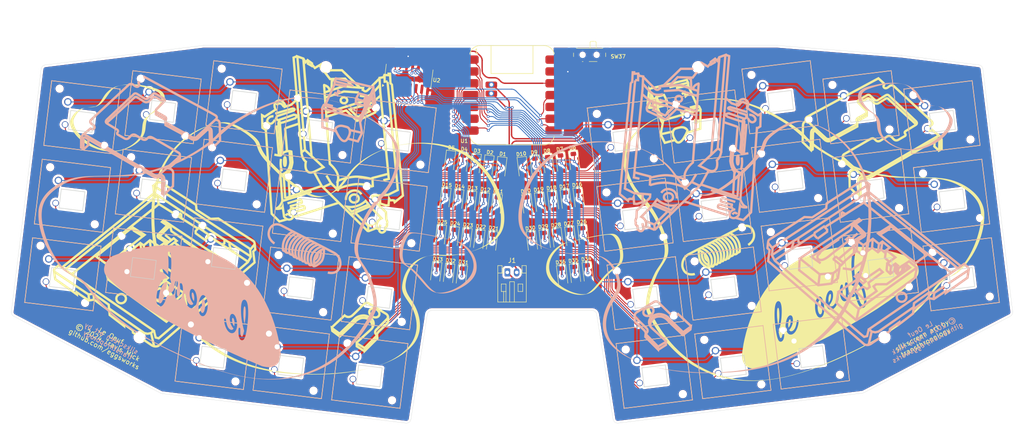
<source format=kicad_pcb>
(kicad_pcb (version 20240108) (generator "pcbnew") (generator_version "8.0")
  (layers (0 "F.Cu" signal) (31 "B.Cu" signal) (34 "B.Paste" user) (35 "F.Paste" user) (36 "B.SilkS" user "B.Silkscreen") (37 "F.SilkS" user "F.Silkscreen") (38 "B.Mask" user) (39 "F.Mask" user) (44 "Edge.Cuts" user))
  (net 0 "")
  (net 1 "Net-(D1-A)")
  (net 2 "C1")
  (net 3 "C2")
  (net 4 "Net-(D2-A)")
  (net 5 "C3")
  (net 6 "Net-(D3-A)")
  (net 7 "Net-(D4-A)")
  (net 8 "C4")
  (net 9 "C5")
  (net 10 "Net-(D5-A)")
  (net 11 "Net-(D6-A)")
  (net 12 "Net-(D7-A)")
  (net 13 "Net-(D8-A)")
  (net 14 "Net-(D9-A)")
  (net 15 "Net-(D10-A)")
  (net 16 "Net-(D11-A)")
  (net 17 "Net-(D12-A)")
  (net 18 "Net-(D13-A)")
  (net 19 "Net-(D14-A)")
  (net 20 "Net-(D15-A)")
  (net 21 "Net-(D16-A)")
  (net 22 "Net-(D17-A)")
  (net 23 "Net-(D18-A)")
  (net 24 "Net-(D19-A)")
  (net 25 "Net-(D20-A)")
  (net 26 "Net-(D21-A)")
  (net 27 "Net-(D22-A)")
  (net 28 "Net-(D23-A)")
  (net 29 "Net-(D24-A)")
  (net 30 "Net-(D25-A)")
  (net 31 "Net-(D26-A)")
  (net 32 "Net-(D27-A)")
  (net 33 "Net-(D28-A)")
  (net 34 "Net-(D29-A)")
  (net 35 "Net-(D30-A)")
  (net 36 "Net-(D31-A)")
  (net 37 "Net-(D32-A)")
  (net 38 "Net-(D33-A)")
  (net 39 "Net-(D34-A)")
  (net 40 "Net-(D35-A)")
  (net 41 "Net-(D36-A)")
  (net 42 "Net-(J1-Pin_2)")
  (net 43 "Net-(J1-Pin_1)")
  (net 44 "R1")
  (net 45 "R5")
  (net 46 "R2")
  (net 47 "R6")
  (net 48 "R3")
  (net 49 "R7")
  (net 50 "R4")
  (net 51 "R8")
  (net 52 "Net-(SW37-B)")
  (net 54 "VCC")
  (net 58 "SCK")
  (net 59 "MOSI")
  (net 60 "CS")
  (net 61 "GND")
  (footprint "le-oeuf:D_SOD-123" (layer "F.Cu") (at 123.566998 85.245904 -97)
    (property "Reference" "D25")
    (property "Value" "1N4148W")
  )
  (footprint "le-oeuf:Kailh-PG1425-X-Switch" (layer "F.Cu") (at 169.468584 114.446823 7)
    (property "Reference" "SW34" (hide yes))
    (property "Value" "PG1425")
    (fp_poly (pts (xy -2.55 -1.15) (xy 2.55 -1.15) (xy 2.55 2.95) (xy -2.55 2.95)) (stroke (width 0.12)) (fill none) (layer "Edge.Cuts"))
  )
  (footprint "le-oeuf:D_SOD-123" (layer "F.Cu") (at 128.102404 93.899858 -97)
    (property "Reference" "D31")
    (property "Value" "1N4148W")
  )
  (footprint "le-oeuf:Kailh-PG1425-X-Switch" (layer "F.Cu") (at 233.33611 76.63146 7)
    (property "Reference" "SW20" (hide yes))
    (property "Value" "PG1425")
    (fp_poly (pts (xy -2.55 -1.15) (xy 2.55 -1.15) (xy 2.55 2.95) (xy -2.55 2.95)) (stroke (width 0.12)) (fill none) (layer "Edge.Cuts"))
  )
  (footprint "le-oeuf:D_SOD-123" (layer "F.Cu") (at 122.587568 93.222721 -97)
    (property "Reference" "D33")
    (property "Value" "1N4148W")
  )
  (footprint "le-oeuf:Kailh-PG1425-X-Switch" (layer "F.Cu") (at 93.542405 95.50176 -7)
    (property "Reference" "SW24" (hide yes))
    (property "Value" "PG1425")
    (fp_poly (pts (xy -2.55 -1.15) (xy 2.55 -1.15) (xy 2.55 2.95) (xy -2.55 2.95)) (stroke (width 0.12)) (fill none) (layer "Edge.Cuts"))
  )
  (footprint "le-oeuf:Kailh-PG1425-X-Switch" (layer "F.Cu") (at 196.481872 55.465091 7)
    (property "Reference" "SW8" (hide yes))
    (property "Value" "PG1425")
    (fp_poly (pts (xy -2.55 -1.15) (xy 2.55 -1.15) (xy 2.55 2.95) (xy -2.55 2.95)) (stroke (width 0.12)) (fill none) (layer "Edge.Cuts"))
  )
  (footprint "le-oeuf:Kailh-PG1425-X-Switch" (layer "F.Cu") (at 215.94488 74.484918 7)
    (property "Reference" "SW19" (hide yes))
    (property "Value" "PG1425")
    (fp_poly (pts (xy -2.55 -1.15) (xy 2.55 -1.15) (xy 2.55 2.95) (xy -2.55 2.95)) (stroke (width 0.12)) (fill none) (layer "Edge.Cuts"))
  )
  (footprint "le-oeuf:D_SOD-123" (layer "F.Cu") (at 129.081834 85.923041 -97)
    (property "Reference" "D23")
    (property "Value" "1N4148W")
  )
  (footprint "le-oeuf:D_SOD-123" (layer "F.Cu") (at 136.555531 70.646545 -97)
    (property "Reference" "D1")
    (property "Value" "1N4148W")
  )
  (footprint "le-oeuf:Kailh-PG1425-X-Switch" (layer "F.Cu") (at 235.407888 93.504744 7)
    (property "Reference" "SW30" (hide yes))
    (property "Value" "PG1425")
    (fp_poly (pts (xy -2.55 -1.15) (xy 2.55 -1.15) (xy 2.55 2.95) (xy -2.55 2.95)) (stroke (width 0.12)) (fill none) (layer "Edge.Cuts"))
  )
  (footprint "le-oeuf:Kailh-PG1425-X-Switch" (layer "F.Cu") (at 91.470626 112.375044 -7)
    (property "Reference" "SW32" (hide yes))
    (property "Value" "PG1425")
    (fp_poly (pts (xy -2.55 -1.15) (xy 2.55 -1.15) (xy 2.55 2.95) (xy -2.55 2.95)) (stroke (width 0.12)) (fill none) (layer "Edge.Cuts"))
  )
  (footprint "le-oeuf:D_SOD-123" (layer "F.Cu") (at 145.972602 86.249423 -83)
    (property "Reference" "D29")
    (property "Value" "1N4148W")
  )
  (footprint "MountingHole:MountingHole_2.2mm_M2" (layer "F.Cu") (at 178.906299 49.020628)
    (property "Reference" "REF**" (hide yes))
    (property "Value" "MountingHole_2.2mm_M2" (hide yes))
  )
  (footprint "MountingHole:MountingHole_2.2mm_M2" (layer "F.Cu") (at 58.906299 107.020628)
    (property "Reference" "REF**" (hide yes))
    (property "Value" "MountingHole_2.2mm_M2" (hide yes))
  )
  (footprint "le-oeuf:Kailh-PG1425-X-Switch" (layer "F.Cu") (at 112.487469 80.700254 -7)
    (property "Reference" "SW15" (hide yes))
    (property "Value" "PG1425")
    (fp_poly (pts (xy -2.55 -1.15) (xy 2.55 -1.15) (xy 2.55 2.95) (xy -2.55 2.95)) (stroke (width 0.12)) (fill none) (layer "Edge.Cuts"))
  )
  (footprint "le-oeuf:Kailh-PG1425-X-Switch" (layer "F.Cu") (at 163.253248 63.826969 7)
    (property "Reference" "SW6" (hide yes))
    (property "Value" "PG1425")
    (fp_poly (pts (xy -2.55 -1.15) (xy 2.55 -1.15) (xy 2.55 2.95) (xy -2.55 2.95)) (stroke (width 0.12)) (fill none) (layer "Edge.Cuts"))
  )
  (footprint "Button_Switch_SMD:SW_SPDT_PCM12" (layer "F.Cu") (at 155.575056 46.676888 180)
    (property "Reference" "SW37")
    (property "Value" "PCM12SMTR")
  )
  (footprint "le-oeuf:D_SOD-123" (layer "F.Cu") (at 152.285997 69.280084 -83)
    (property "Reference" "D6")
    (property "Value" "1N4148W")
  )
  (footprint "Package_SO:SOIC-16_3.9x9.9mm_P1.27mm" (layer "F.Cu") (at 116.681292 50.899233 83)
    (property "Reference" "U2")
    (property "Value" "74HC595D,118")
  )
  (footprint "le-oeuf:D_SOD-123" (layer "F.Cu") (at 141.256324 70.634358 -83)
    (property "Reference" "D10")
    (property "Value" "1N4148W")
  )
  (footprint "MountingHole:MountingHole_2.2mm_M2" (layer "F.Cu") (at 218.906299 107.020628)
    (property "Reference" "REF**" (hide yes))
    (property "Value" "MountingHole_2.2mm_M2" (hide yes))
  )
  (footprint "le-oeuf:Kailh-PG1425-X-Switch" (layer "F.Cu") (at 203.215153 110.303266 7)
    (property "Reference" "SW36" (hide yes))
    (property "Value" "PG1425")
    (fp_poly (pts (xy -2.55 -1.15) (xy 2.55 -1.15) (xy 2.55 2.95) (xy -2.55 2.95)) (stroke (width 0.12)) (fill none) (layer "Edge.Cuts"))
  )
  (footprint "le-oeuf:Kailh-PG1425-X-Switch" (layer "F.Cu") (at 110.41569 97.573539 -7)
    (property "Reference" "SW25" (hide yes))
    (property "Value" "PG1425")
    (fp_poly (pts (xy -2.55 -1.15) (xy 2.55 -1.15) (xy 2.55 2.95) (xy -2.55 2.95)) (stroke (width 0.12)) (fill none) (layer "Edge.Cuts"))
  )
  (footprint "le-oeuf:D_SOD-123" (layer "F.Cu") (at 155.224287 93.210534 -83)
    (property "Reference" "D34")
    (property "Value" "1N4148W")
  )
  (footprint "le-oeuf:D_SOD-123" (layer "F.Cu") (at 146.771161 69.957221 -83)
    (property "Reference" "D8")
    (property "Value" "1N4148W")
  )
  (footprint "le-oeuf:Kailh-PG1425-X-Switch" (layer "F.Cu") (at 46.506299 59.758175 -7)
    (property "Reference" "SW1" (hide yes))
    (property "Value" "PG1425")
    (fp_poly (pts (xy -2.55 -1.15) (xy 2.55 -1.15) (xy 2.55 2.95) (xy -2.55 2.95)) (stroke (width 0.12)) (fill none) (layer "Edge.Cuts"))
  )
  (footprint "le-oeuf:Kailh-PG1425-X-Switch" (layer "F.Cu") (at 61.867615 74.484918 -7)
    (property "Reference" "SW12" (hide yes))
    (property "Value" "PG1425")
    (fp_poly (pts (xy -2.55 -1.15) (xy 2.55 -1.15) (xy 2.55 2.95) (xy -2.55 2.95)) (stroke (width 0.12)) (fill none) (layer "Edge.Cuts"))
  )
  (footprint "le-oeuf:Kailh-PG1425-X-Switch" (layer "F.Cu") (at 231.264331 59.758175 7)
    (property "Reference" "SW10" (hide yes))
    (property "Value" "PG1425")
    (fp_poly (pts (xy -2.55 -1.15) (xy 2.55 -1.15) (xy 2.55 2.95) (xy -2.55 2.95)) (stroke (width 0.12)) (fill none) (layer "Edge.Cuts"))
  )
  (footprint "le-oeuf:Kailh-PG1425-X-Switch" (layer "F.Cu") (at 167.518674 97.566085 7)
    (property "Reference" "SW26" (hide yes))
    (property "Value" "PG1425")
    (fp_poly (pts (xy -2.55 -1.15) (xy 2.55 -1.15) (xy 2.55 2.95) (xy -2.55 2.95)) (stroke (width 0.12)) (fill none) (layer "Edge.Cuts"))
  )
  (footprint "le-oeuf:D_SOD-123" (layer "F.Cu") (at 127.303846 77.607656 -97)
    (property "Reference" "D14")
    (property "Value" "1N4148W")
  )
  (footprint "le-oeuf:Kailh-PG1425-X-Switch" (layer "F.Cu") (at 108.343911 114.446823 -7)
    (property "Reference" "SW33" (hide yes))
    (property "Value" "PG1425")
    (fp_poly (pts (xy -2.55 -1.15) (xy 2.55 -1.15) (xy 2.55 2.95) (xy -2.55 2.95)) (stroke (width 0.12)) (fill none) (layer "Edge.Cuts"))
  )
  (footprint "le-oeuf:Kailh-PG1425-X-Switch" (layer "F.Cu") (at 44.476386 76.63146 -7)
    (property "Reference" "SW11" (hide yes))
    (property "Value" "PG1425")
    (fp_poly (pts (xy -2.55 -1.15) (xy 2.55 -1.15) (xy 2.55 2.95) (xy -2.55 2.95)) (stroke (width 0.12)) (fill none) (layer "Edge.Cuts"))
  )
  (footprint "le-oeuf:D_SOD-123" (layer "F.Cu") (at 124.546428 77.269088 -97)
    (property "Reference" "D15")
    (property "Value" "1N4148W")
  )
  (footprint "le-oeuf:Kailh-PG1425-X-Switch" (layer "F.Cu") (at 81.330623 55.465091 -7)
    (property "Reference" "SW3" (hide yes))
    (property "Value" "PG1425")
    (fp_poly (pts (xy -2.55 -1.15) (xy 2.55 -1.15) (xy 2.55 2.95) (xy -2.55 2.95)) (stroke (width 0.12)) (fill none) (layer "Edge.Cuts"))
  )
  (footprint "le-oeuf:D_SOD-123" (layer "F.Cu") (at 133.798112 70.307977 -97)
    (property "Reference" "D2")
    (property "Value" "1N4148W")
  )
  (footprint "le-oeuf:D_SOD-123" (layer "F.Cu") (at 142.235754 78.611175 -83)
    (property "Reference" "D20")
    (property "Value" "1N4148W")
  )
  (footprint "le-oeuf:Kailh-PG1425-X-Switch" (layer "F.Cu") (at 184.27009 95.50176 7)
    (property "Reference" "SW27" (hide yes))
    (property "Value" "PG1425")
    (fp_poly (pts (xy -2.55 -1.15) (xy 2.55 -1.15) (xy 2.55 2.95) (xy -2.55 2.95)) (stroke (width 0.12)) (fill none) (layer "Edge.Cuts"))
  )
  (footprint "le-oeuf:D_SOD-123" (layer "F.Cu") (at 153.265427 77.256901 -83)
    (property "Reference" "D16")
    (property "Value" "1N4148W")
  )
  (footprint "le-oeuf:D_SOD-123" (layer "F.Cu") (at 125.525858 69.292271 -97)
    (property "Reference" "D5")
    (property "Value" "1N4148W")
  )
  (footprint "le-oeuf:Kailh-PG1425-X-Switch" (layer "F.Cu") (at 200.62543 89.21166 7)
    (property "Reference" "SW28" (hide yes))
    (property "Value" "PG1425")
    (fp_poly (pts (xy -2.55 -1.15) (xy 2.55 -1.15) (xy 2.55 2.95) (xy -2.55 2.95)) (stroke (width 0.12)) (fill none) (layer "Edge.Cuts"))
  )
  (footprint "le-oeuf:Kailh-PG1425-X-Switch" (layer "F.Cu") (at 59.795836 91.358202 -7)
    (property "Reference" "SW22" (hide yes))
    (property "Value" "PG1425")
    (fp_poly (pts (xy -2.55 -1.15) (xy 2.55 -1.15) (xy 2.55 2.95) (xy -2.55 2.95)) (stroke (width 0.12)) (fill none) (layer "Edge.Cuts"))
  )
  (footprint "le-oeuf:D_SOD-123" (layer "F.Cu") (at 147.75059 77.934038 -83)
    (property "Reference" "D18")
    (property "Value" "1N4148W")
  )
  (footprint "le-oeuf:D_SOD-123" (layer "F.Cu") (at 130.061264 77.946225 -97)
    (property "Reference" "D13")
    (property "Value" "1N4148W")
  )
  (footprint "le-oeuf:Kailh-PG1425-X-Switch" (layer "F.Cu") (at 114.437379 63.819515 -7)
    (property "Reference" "SW5" (hide yes))
    (property "Value" "PG1425")
    (fp_poly (pts (xy -2.55 -1.15) (xy 2.55 -1.15) (xy 2.55 2.95) (xy -2.55 2.95)) (stroke (width 0.12)) (fill none) (layer "Edge.Cuts"))
  )
  (footprint "le-oeuf:Kailh-PG1425-X-Switch" (layer "F.Cu") (at 218.016659 91.358202 7)
    (property "Reference" "SW29" (hide yes))
    (property "Value" "PG1425")
    (fp_poly (pts (xy -2.55 -1.15) (xy 2.55 -1.15) (xy 2.55 2.95) (xy -2.55 2.95)) (stroke (width 0.12)) (fill none) (layer "Edge.Cuts"))
  )
  (footprint "le-oeuf:D_SOD-123" (layer "F.Cu") (at 128.283276 69.63084 -97)
    (property "Reference" "D4")
    (property "Value" "1N4148W")
  )
  (footprint "le-oeuf:Kailh-PG1425-X-Switch" (layer "F.Cu") (at 186.341869 112.375044 7)
    (property "Reference" "SW35" (hide yes))
    (property "Value" "PG1425")
    (fp_poly (pts (xy -2.55 -1.15) (xy 2.55 -1.15) (xy 2.55 2.95) (xy -2.55 2.95)) (stroke (width 0.12)) (fill none) (layer "Edge.Cuts"))
  )
  (footprint "le-oeuf:D_SOD-123" (layer "F.Cu") (at 143.215184 86.587991 -83)
    (property "Reference" "D30")
    (property "Value" "1N4148W")
  )
  (footprint "le-oeuf:D_SOD-123" (layer "F.Cu") (at 148.73002 85.910854 -83)
    (property "Reference" "D28")
    (property "Value" "1N4148W")
  )
  (footprint "le-oeuf:D_SOD-123" (layer "F.Cu") (at 131.040694 69.969408 -97)
    (property "Reference" "D3")
    (property "Value" "1N4148W")
  )
  (footprint "le-oeuf:D_SOD-123" (layer "F.Cu") (at 152.466869 93.549102 -83)
    (property "Reference" "D35")
    (property "Value" "1N4148W")
  )
  (footprint "le-oeuf:Kailh-PG1425-X-Switch" (layer "F.Cu") (at 77.187065 89.21166 -7)
    (property "Reference" "SW23" (hide yes))
    (property "Value" "PG1425")
    (fp_poly (pts (xy -2.55 -1.15) (xy 2.55 -1.15) (xy 2.55 2.95) (xy -2.55 2.95)) (stroke (width 0.12)) (fill none) (layer "Edge.Cuts"))
  )
  (footprint "le-oeuf:Kailh-PG1425-X-Switch" (layer "F.Cu") (at 180.248401 61.747737 7)
    (property "Reference" "SW7" (hide yes))
    (property "Value" "PG1425")
    (fp_poly (pts (xy -2.55 -1.15) (xy 2.55 -1.15) (xy 2.55 2.95) (xy -2.55 2.95)) (stroke (width 0.12)) (fill none) (layer "Edge.Cuts"))
  )
  (footprint "le-oeuf:Kailh-PG1425-X-Switch" (layer "F.Cu") (at 97.685963 61.755191 -7)
    (property "Reference" "SW4" (hide yes))
    (property "Value" "PG1425")
    (fp_poly (pts (xy -2.55 -1.15) (xy 2.55 -1.15) (xy 2.55 2.95) (xy -2.55 2.95)) (stroke (width 0.12)) (fill none) (layer "Edge.Cuts"))
  )
  (footprint "Connector_JST:JST_PH_S2B-PH-K_1x02_P2.00mm_Horizontal" (layer "F.Cu") (at 137.906299 93.097683)
    (property "Reference" "J1")
    (property "Value" "S2B-PH-K-S")
  )
  (footprint "le-oeuf:Kailh-PG1425-X-Switch" (layer "F.Cu") (at 74.707024 110.409974 -7)
    (property "Reference" "SW31" (hide yes))
    (property "Value" "PG1425")
    (fp_poly (pts (xy -2.55 -1.15) (xy 2.55 -1.15) (xy 2.55 2.95) (xy -2.55 2.95)) (stroke (width 0.12)) (fill none) (layer "Edge.Cuts"))
  )
  (footprint "le-oeuf:D_SOD-123" (layer "F.Cu") (at 125.344986 93.561289 -97)
    (property "Reference" "D32")
    (property "Value" "1N4148W")
  )
  (footprint "le-oeuf:Kailh-PG1425-X-Switch" (layer "F.Cu") (at 42.404607 93.504744 -7)
    (property "Reference" "SW21" (hide yes))
    (property "Value" "PG1425")
    (fp_poly (pts (xy -2.55 -1.15) (xy 2.55 -1.15) (xy 2.55 2.95) (xy -2.55 2.95)) (stroke (width 0.12)) (fill none) (layer "Edge.Cuts"))
  )
  (footprint "le-oeuf:D_SOD-123" (layer "F.Cu") (at 144.993172 78.272606 -83)
    (property "Reference" "D19")
    (property "Value" "1N4148W")
  )
  (footprint "le-oeuf:D_SOD-123" (layer "F.Cu") (at 144.013742 70.29579 -83)
    (property "Reference" "D9")
    (property "Value" "1N4148W")
  )
  (footprint "le-oeuf:D_SOD-123" (layer "F.Cu") (at 150.508009 77.595469 -83)
    (property "Reference" "D17")
    (property "Value" "1N4148W")
  )
  (footprint "le-oeuf:Kailh-PG1425-X-Switch" (layer "F.Cu") (at 182.198311 78.628475 7)
    (property "Reference" "SW17" (hide yes))
    (property "Value" "PG1425")
    (fp_poly (pts (xy -2.55 -1.15) (xy 2.55 -1.15) (xy 2.55 2.95) (xy -2.55 2.95)) (stroke (width 0.12)) (fill none) (layer "Edge.Cuts"))
  )
  (footprint "le-oeuf:Xiao_nRF52840_AC_Reflow" (layer "F.Cu") (at 138.9063 55.006888)
    (property "Reference" "U1")
    (property "Value" "Seeeduino Xiao nRF52840")
  )
  (footprint "le-oeuf:Kailh-PG1425-X-Switch" (layer "F.Cu") (at 198.553651 72.338375 7)
    (property "Reference" "SW18" (hide yes))
    (property "Value" "PG1425")
    (fp_poly (pts (xy -2.55 -1.15) (xy 2.55 -1.15) (xy 2.55 2.95) (xy -2.55 2.95)) (stroke (width 0.12)) (fill none) (layer "Edge.Cuts"))
  )
  (footprint "le-oeuf:D_SOD-123" (layer "F.Cu") (at 131.839253 86.26161 -97)
    (property "Reference" "D22")
    (property "Value" "1N4148W")
  )
  (footprint "le-oeuf:Kailh-PG1425-X-Switch" (layer "F.Cu") (at 79.258844 72.338375 -7)
    (property "Reference" "SW13" (hide yes))
    (property "Value" "PG1425")
    (fp_poly (pts (xy -2.55 -1.15) (xy 2.55 -1.15) (xy 2.55 2.95) (xy -2.55 2.95)) (stroke (width 0.12)) (fill none) (layer "Edge.Cuts"))
  )
  (footprint "le-oeuf:D_SOD-123" (layer "F.Cu") (at 154.244857 85.233717 -83)
    (property "Reference" "D26")
    (property "Value" "1N4148W")
  )
  (footprint "le-oeuf:Kailh-PG1425-X-Switch" (layer "F.Cu") (at 213.873101 57.611633 7)
    (property "Reference" "SW9" (hide yes))
    (property "Value" "PG1425")
    (fp_poly (pts (xy -2.55 -1.15) (xy 2.55 -1.15) (xy 2.55 2.95) (xy -2.55 2.95)) (stroke (width 0.12)) (fill none) (layer "Edge.Cuts"))
  )
  (footprint "le-oeuf:D_SOD-123" (layer "F.Cu") (at 149.70945 93.887671 -83)
    (property "Reference" "D36")
    (property "Value" "1N4148W")
  )
  (footprint "le-oeuf:D_SOD-123" (layer "F.Cu") (at 132.818682 78.284793 -97)
    (property "Reference" "D12")
    (property "Value" "1N4148W")
  )
  (footprint "le-oeuf:D_SOD-123" (layer "F.Cu") (at 149.528579 69.618653 -83)
    (property "Reference" "D7")
    (property "Value" "1N4148W")
  )
  (footprint "le-oeuf:D_SOD-123" (layer "F.Cu") (at 134.596671 86.600178 -97)
    (property "Reference" "D21")
    (property "Value" "1N4148W")
  )
  (footprint "MountingHole:MountingHole_2.2mm_M2" (layer "F.Cu") (at 98.906299 49.020628)
    (property "Reference" "REF**" (hide yes))
    (property "Value" "MountingHole_2.2mm_M2" (hide yes))
  )
  (footprint "le-oeuf:Kailh-PG1425-X-Switch" (layer "F.Cu") (at 63.939394 57.611633 -7)
    (property "Reference" "SW2" (hide yes))
    (property "Value" "PG1425")
    (fp_poly (pts (xy -2.55 -1.15) (xy 2.55 -1.15) (xy 2.55 2.95) (xy -2.55 2.95)) (stroke (width 0.12)) (fill none) (layer "Edge.Cuts"))
  )
  (footprint "le-oeuf:Kailh-PG1425-X-Switch" (layer "F.Cu") (at 165.325027 80.700254 7)
    (property "Reference" "SW16" (hide yes))
    (property "Value" "PG1425")
    (fp_poly (pts (xy -2.55 -1.15) (xy 2.55 -1.15) (xy 2.55 2.95) (xy -2.55 2.95)) (stroke (width 0.12)) (fill none) (layer "Edge.Cuts"))
  )
  (footprint "le-oeuf:D_SOD-123" (layer "F.Cu") (at 126.324416 85.584473 -97)
    (property "Reference" "D24")
    (property "Value" "1N4148W")
  )
  (footprint "le-oeuf:D_SOD-123" (layer "F.Cu") (at 151.487439 85.572286 -83)
    (property "Reference" "D27")
    (property "Value" "1N4148W")
  )
  (footprint "le-oeuf:Kailh-PG1425-X-Switch" (layer "F.Cu") (at 95.614184 78.628475 -7)
    (property "Reference" "SW14" (hide yes))
    (property "Value" "PG1425")
    (fp_poly (pts (xy -2.55 -1.15) (xy 2.55 -1.15) (xy 2.55 2.95) (xy -2.55 2.95)) (stroke (width 0.12)) (fill none) (layer "Edge.Cuts"))
  )
  (footprint "le-oeuf:D_SOD-123" (layer "F.Cu") (at 135.576101 78.623361 -97)
    (property "Reference" "D11")
    (property "Value" "1N4148W")
  )
  (gr_poly (pts (xy 204.471686 95.798961) (xy 204.970876 95.858278) (xy 205.2539 93.473182) (xy 204.75446 93.413858)) (stroke (width -0.000001)) (fill solid) (layer "B.SilkS"))
  (gr_poly (pts (xy 67.295156 68.560215) (xy 64.998535 70.574819) (xy 65.33007 70.952854) (xy 67.794089 68.791209) (xy 67.807164 67.992907) (xy 67.304462 67.984613)) (stroke (width -0.000001)) (fill solid) (layer "B.SilkS"))
  (gr_poly (pts (xy 104.006939 62.76801) (xy 106.558933 63.339085) (xy 106.669029 62.848694) (xy 104.116774 62.277365)) (stroke (width -0.000001)) (fill solid) (layer "B.SilkS"))
  (gr_poly (pts (xy 169.799915 99.079288) (xy 169.760678 99.081475) (xy 169.720928 99.085222) (xy 169.680697 99.09056) (xy 169.640019 99.097522) (xy 169.598925 99.106138) (xy 169.557448 99.11644) (xy 169.51562 99.12846) (xy 169.473475 99.14223) (xy 169.431043 99.157781) (xy 169.388358 99.175145) (xy 169.345453 99.194354) (xy 169.302359 99.215439) (xy 169.259109 99.238432) (xy 169.215735 99.263365) (xy 169.17227 99.290269) (xy 169.173531 99.289261) (xy 169.171516 99.290522) (xy 169.171658 99.290746) (xy 169.163717 99.295799) (xy 169.134566 99.314886) (xy 169.085928 99.344172) (xy 169.021455 99.383256) (xy 168.628596 99.620281) (xy 167.450743 100.331361) (xy 165.712702 101.380093) (xy 165.709022 101.381906) (xy 165.688389 101.392626) (xy 165.662106 101.40697) (xy 165.630827 101.424966) (xy 165.595206 101.446645) (xy 165.555897 101.472034) (xy 165.513554 101.501165) (xy 165.468921 101.534344) (xy 165.422442 101.571442) (xy 165.39875 101.591528) (xy 165.374885 101.612675) (xy 165.350942 101.63491) (xy 165.327018 101.658261) (xy 165.303209 101.682755) (xy 165.279611 101.708419) (xy 165.25632 101.735281) (xy 165.233433 101.763367) (xy 165.211045 101.792704) (xy 165.189252 101.823321) (xy 165.168151 101.855244) (xy 165.147838 101.888501) (xy 165.134959 101.911371) (xy 165.122559 101.934914) (xy 165.110687 101.959113) (xy 165.099392 101.983951) (xy 165.088723 102.009412) (xy 165.078729 102.035479) (xy 165.069458 102.062136) (xy 165.060961 102.089367) (xy 165.053285 102.117153) (xy 165.04648 102.14548) (xy 165.040595 102.174331) (xy 165.035679 102.203689) (xy 165.03178 102.233537) (xy 165.028949 102.263859) (xy 165.027233 102.294639) (xy 165.026681 102.325859) (xy 165.027233 102.356996) (xy 165.028984 102.38837) (xy 165.031939 102.41996) (xy 165.036103 102.451742) (xy 165.041479 102.483694) (xy 165.048071 102.515796) (xy 165.055883 102.548024) (xy 165.06492 102.580356) (xy 165.075185 102.612771) (xy 165.086682 102.645247) (xy 165.099416 102.677761) (xy 165.11339 102.710291) (xy 165.128609 102.742815) (xy 165.145076 102.775311) (xy 165.162796 102.807758) (xy 165.177172 102.832283) (xy 165.178822 102.835323) (xy 165.180668 102.838597) (xy 165.18238 102.841518) (xy 165.18397 102.844124) (xy 165.185447 102.846457) (xy 165.186823 102.848555) (xy 165.189316 102.852211) (xy 165.191539 102.855414) (xy 165.192577 102.856945) (xy 165.193579 102.858484) (xy 165.204647 102.872813) (xy 165.218215 102.88865) (xy 165.244851 102.917304) (xy 165.261295 102.934558) (xy 165.280425 102.954284) (xy 165.32655 103.001253) (xy 165.448141 103.123788) (xy 165.604044 103.279501) (xy 165.991472 103.664418) (xy 166.433765 104.101934) (xy 167.63159 105.282457) (xy 167.63397 105.285053) (xy 167.6498 105.303654) (xy 167.65536 105.310706) (xy 167.661433 105.318635) (xy 167.667943 105.327401) (xy 167.674812 105.336961) (xy 167.681964 105.347276) (xy 167.689322 105.358303) (xy 167.696808 105.370002) (xy 167.704348 105.382331) (xy 167.711864 105.395264) (xy 167.719207 105.408688) (xy 167.726332 105.422568) (xy 167.733196 105.43687) (xy 167.739756 105.451559) (xy 167.745966 105.466601) (xy 167.751784 105.481962) (xy 167.757166 105.497607) (xy 167.762067 105.513503) (xy 167.766445 105.529615) (xy 167.770255 105.545909) (xy 167.773453 105.562351) (xy 167.775996 105.578906) (xy 167.77784 105.59554) (xy 167.778941 105.612219) (xy 167.779255 105.628909) (xy 167.77902 105.640111) (xy 167.778485 105.651389) (xy 167.777623 105.66276) (xy 167.776404 105.674243) (xy 167.774802 105.685853) (xy 167.772787 105.69761) (xy 167.77033 105.709528) (xy 167.767404 105.721627) (xy 167.763981 105.733924) (xy 167.760032 105.746434) (xy 167.755528 105.759177) (xy 167.750441 105.772169) (xy 167.744743 105.785428) (xy 167.738406 105.798971) (xy 167.731401 105.812814) (xy 167.7237 105.826976) (xy 167.715234 105.841387) (xy 167.705928 105.856147) (xy 167.695744 105.871245) (xy 167.684643 105.886673) (xy 167.672586 105.902418) (xy 167.659534 105.918471) (xy 167.645449 105.934822) (xy 167.630293 105.951459) (xy 167.614026 105.968374) (xy 167.596609 105.985556) (xy 167.578005 106.002993) (xy 167.558174 106.020677) (xy 167.537078 106.038596) (xy 167.514678 106.05674) (xy 167.490935 106.0751) (xy 167.465811 106.093664) (xy 167.409509 106.134383) (xy 167.382105 106.198226) (xy 167.380056 106.203371) (xy 167.378232 106.208081) (xy 167.376616 106.212388) (xy 167.375189 106.21632) (xy 167.373937 106.219909) (xy 167.372841 106.223186) (xy 167.371884 106.22618) (xy 167.371051 106.228924) (xy 167.369685 106.233778) (xy 167.368607 106.237993) (xy 167.366775 106.245482) (xy 167.362499 106.266849) (xy 167.357223 106.302038) (xy 167.354807 106.321087) (xy 167.352416 106.34169) (xy 167.347424 106.387752) (xy 167.336801 106.496585) (xy 167.325803 106.616732) (xy 167.306985 106.83742) (xy 167.298913 106.936703) (xy 167.289614 107.052836) (xy 170.493632 110.244525) (xy 170.503177 108.912349) (xy 167.96419 106.329169) (xy 167.970959 106.322496) (xy 167.99649 106.295964) (xy 168.020872 106.269218) (xy 168.044113 106.24226) (xy 168.066222 106.215096) (xy 168.087206 106.187729) (xy 168.107075 106.160163) (xy 168.125834 106.132402) (xy 168.143494 106.10445) (xy 168.160061 106.076312) (xy 168.175551 106.048196) (xy 168.189894 106.019954) (xy 168.203111 105.99162) (xy 168.215219 105.963226) (xy 168.22624 105.934805) (xy 168.236191 105.906391) (xy 168.245093 105.878017) (xy 168.252966 105.849715) (xy 168.259828 105.82152) (xy 168.265699 105.793464) (xy 168.270599 105.76558) (xy 168.274547 105.737902) (xy 168.277563 105.710462) (xy 168.279665 105.683294) (xy 168.280875 105.656431) (xy 168.28121 105.629905) (xy 168.28026 105.590343) (xy 168.277677 105.551787) (xy 168.273581 105.514254) (xy 168.268087 105.477758) (xy 168.261313 105.442317) (xy 168.253378 105.407947) (xy 168.244397 105.374664) (xy 168.234489 105.342483) (xy 168.223771 105.311422) (xy 168.21236 105.281497) (xy 168.200374 105.252723) (xy 168.18793 105.225117) (xy 168.175146 105.198696) (xy 168.162139 105.173474) (xy 168.149026 105.149469) (xy 168.135925 105.126696) (xy 168.122725 105.10504) (xy 168.109665 105.084568) (xy 168.096827 105.065293) (xy 168.084291 105.047226) (xy 168.07214 105.03038) (xy 168.060455 105.014768) (xy 168.049317 105.0004) (xy 168.038808 104.98729) (xy 168.029008 104.97545) (xy 168.019999 104.964891) (xy 168.004681 104.947666) (xy 167.993504 104.935715) (xy 167.987118 104.929132) (xy 167.987088 104.929101) (xy 167.987057 104.92907) (xy 167.986994 104.929007) (xy 167.986864 104.928879) (xy 167.98655 104.928566) (xy 167.986237 104.928251) (xy 167.985611 104.927621) (xy 167.66639 104.613427) (xy 166.937466 103.89506) (xy 166.142683 103.108509) (xy 165.82857 102.795425) (xy 165.628411 102.593047) (xy 165.600208 102.563346) (xy 165.598676 102.560712) (xy 165.588104 102.541327) (xy 165.578565 102.522566) (xy 165.570013 102.504408) (xy 165.562402 102.486835) (xy 165.555686 102.469823) (xy 165.54982 102.453354) (xy 165.544756 102.437406) (xy 165.540449 102.421959) (xy 165.536853 102.406993) (xy 165.533922 102.392485) (xy 165.53161 102.378417) (xy 165.529871 102.364767) (xy 165.528658 102.351514) (xy 165.527926 102.338639) (xy 165.527629 102.32612) (xy 165.527876 102.314141) (xy 165.528521 102.302326) (xy 165.529561 102.290662) (xy 165.530992 102.279136) (xy 165.532812 102.267735) (xy 165.535018 102.256447) (xy 165.537607 102.245258) (xy 165.540576 102.234156) (xy 165.543921 102.223127) (xy 165.547641 102.212159) (xy 165.551731 102.201238) (xy 165.55619 102.190353) (xy 165.561014 102.17949) (xy 165.5662 102.168636) (xy 165.571745 102.157778) (xy 165.577647 102.146904) (xy 165.583869 102.136084) (xy 165.590457 102.125308) (xy 165.597393 102.114588) (xy 165.60466 102.103934) (xy 165.61224 102.093354) (xy 165.620117 102.08286) (xy 165.628272 102.07246) (xy 165.636689 102.062166) (xy 165.645351 102.051986) (xy 165.65424 102.041931) (xy 165.663338 102.032011) (xy 165.672629 102.022235) (xy 165.682095 102.012615) (xy 165.691719 102.003158) (xy 165.701483 101.993876) (xy 165.711371 101.984779) (xy 165.731316 101.967071) (xy 165.75143 101.950255) (xy 165.771518 101.934367) (xy 165.791382 101.919437) (xy 165.810829 101.9055) (xy 165.829661 101.892589) (xy 165.847683 101.880737) (xy 165.864699 101.869976) (xy 165.880513 101.860341) (xy 165.89493 101.851864) (xy 165.918786 101.838518) (xy 165.934702 101.830203) (xy 165.941109 101.827184) (xy 165.941033 101.827025) (xy 165.953176 101.821654) (xy 165.965498 101.814116) (xy 169.425389 99.725362) (xy 169.441425 99.715475) (xy 169.441982 99.715059) (xy 169.442987 99.714305) (xy 169.473376 99.695675) (xy 169.502915 99.678758) (xy 169.531625 99.663483) (xy 169.559528 99.649779) (xy 169.586643 99.637574) (xy 169.612994 99.626797) (xy 169.638601 99.617376) (xy 169.663485 99.60924) (xy 169.687669 99.602318) (xy 169.711172 99.596538) (xy 169.734018 99.591829) (xy 169.756226 99.588118) (xy 169.777818 99.585336) (xy 169.798816 99.58341) (xy 169.819242 99.582269) (xy 169.839115 99.581842) (xy 169.862791 99.582372) (xy 169.885935 99.583924) (xy 169.908546 99.586443) (xy 169.930623 99.589874) (xy 169.952164 99.59416) (xy 169.973167 99.599246) (xy 169.993631 99.605077) (xy 170.013555 99.611596) (xy 170.032936 99.618749) (xy 170.051775 99.62648) (xy 170.070068 99.634733) (xy 170.087816 99.643452) (xy 170.105015 99.652582) (xy 170.121666 99.662067) (xy 170.137765 99.671852) (xy 170.153313 99.681881) (xy 170.168085 99.691984) (xy 170.18213 99.702153) (xy 170.195421 99.712296) (xy 170.207931 99.722321) (xy 170.219635 99.732135) (xy 170.230505 99.741647) (xy 170.240516 99.750763) (xy 170.249639 99.759391) (xy 170.25785 99.767439) (xy 170.265121 99.774814) (xy 170.271426 99.781425) (xy 170.276738 99.787177) (xy 170.284279 99.795741) (xy 170.285978 99.797844) (xy 170.285768 99.798004) (xy 170.295068 99.809818) (xy 170.305621 99.820625) (xy 171.137603 100.661592) (xy 171.906332 101.421404) (xy 172.300343 101.801646) (xy 172.670865 102.149923) (xy 172.739477 102.211148) (xy 172.808473 102.267559) (xy 172.877742 102.319271) (xy 172.947174 102.366402) (xy 173.016658 102.409067) (xy 173.086082 102.447384) (xy 173.155336 102.481467) (xy 173.22431 102.511434) (xy 173.292892 102.537401) (xy 173.360972 102.559484) (xy 173.428438 102.5778) (xy 173.49518 102.592464) (xy 173.561087 102.603594) (xy 173.626048 102.611306) (xy 173.689953 102.615716) (xy 173.75269 102.616939) (xy 173.808983 102.615713) (xy 173.863976 102.61232) (xy 173.917637 102.60691) (xy 173.969931 102.599633) (xy 174.020826 102.590636) (xy 174.070289 102.58007) (xy 174.118286 102.568083) (xy 174.164784 102.554825) (xy 174.209751 102.540445) (xy 174.253154 102.525091) (xy 174.294958 102.508913) (xy 174.335131 102.492061) (xy 174.373641 102.474682) (xy 174.410453 102.456927) (xy 174.445534 102.438944) (xy 174.478852 102.420883) (xy 174.510513 102.402777) (xy 174.540441 102.384829) (xy 174.568612 102.36716) (xy 174.572649 102.364519) (xy 177.202778 104.825589) (xy 177.546138 104.458604) (xy 174.588456 101.690694) (xy 174.416781 101.854839) (xy 174.416774 101.854831) (xy 174.416753 101.854852) (xy 174.409736 101.860868) (xy 174.375301 101.888766) (xy 174.362656 101.898348) (xy 174.348503 101.908729) (xy 174.332887 101.919788) (xy 174.315857 101.931403) (xy 174.297461 101.943453) (xy 174.277744 101.955819) (xy 174.256754 101.96838) (xy 174.234539 101.981014) (xy 174.186567 102.006283) (xy 174.161016 102.018577) (xy 174.134474 102.030523) (xy 174.106979 102.042029) (xy 174.078569 102.053007) (xy 174.049284 102.063364) (xy 174.019162 102.073011) (xy 173.988242 102.081856) (xy 173.956562 102.08981) (xy 173.924161 102.096781) (xy 173.891078 102.102679) (xy 173.857352 102.107414) (xy 173.82302 102.110894) (xy 173.788123 102.11303) (xy 173.752697 102.11373) (xy 173.713352 102.112566) (xy 173.673165 102.109697) (xy 173.632115 102.104926) (xy 173.590186 102.098056) (xy 173.547359 102.088889) (xy 173.503615 102.07723) (xy 173.458936 102.062881) (xy 173.413303 102.045644) (xy 173.366699 102.025324) (xy 173.319104 102.001723) (xy 173.2705 101.974644) (xy 173.220869 101.943889) (xy 173.170193 101.909263) (xy 173.118452 101.870569) (xy 173.06563 101.827608) (xy 173.011706 101.780185) (xy 172.741373 101.527065) (xy 172.453701 101.251716) (xy 171.864807 100.675577) (xy 171.321958 100.134267) (xy 170.902088 99.710282) (xy 170.728279 99.533487) (xy 170.671787 99.475841) (xy 170.664962 99.467517) (xy 170.645925 99.445997) (xy 170.620826 99.419496) (xy 170.589648 99.388954) (xy 170.571773 99.372462) (xy 170.552372 99.355311) (xy 170.531442 99.337619) (xy 170.508981 99.319505) (xy 170.484987 99.301085) (xy 170.470648 99.290634) (xy 169.171833 99.290634) (xy 169.171826 99.290639) (xy 169.171762 99.290522) (xy 169.171833 99.290634) (xy 170.470648 99.290634) (xy 170.459458 99.282477) (xy 170.432497 99.263826) (xy 170.403851 99.245212) (xy 170.373542 99.226796) (xy 170.341593 99.20874) (xy 170.308027 99.191203) (xy 170.272867 99.174347) (xy 170.236136 99.158333) (xy 170.197856 99.143321) (xy 170.15805 99.129473) (xy 170.116741 99.116949) (xy 170.073953 99.105911) (xy 170.029707 99.096518) (xy 169.984026 99.088933) (xy 169.936935 99.083316) (xy 169.888454 99.079828) (xy 169.838608 99.078629)) (stroke (width -0.000001)) (fill solid) (layer "B.SilkS"))
  (gr_poly (pts (xy 92.321933 84.487876) (xy 92.203436 84.544056) (xy 92.051951 84.62495) (xy 91.965859 84.6753) (xy 91.873944 84.73259) (xy 91.777015 84.797075) (xy 91.67588 84.869008) (xy 91.571348 84.948643) (xy 91.464226 85.036236) (xy 91.355322 85.132039) (xy 91.245445 85.236307) (xy 91.135512 85.349038) (xy 91.026468 85.47101) (xy 90.919173 85.602374) (xy 90.814488 85.743281) (xy 90.713272 85.893881) (xy 90.616386 86.054326) (xy 90.524691 86.224767) (xy 90.439045 86.405355) (xy 90.360309 86.59624) (xy 90.289343 86.797574) (xy 90.227008 87.009508) (xy 90.174163 87.232192) (xy 90.131669 87.465778) (xy 90.100386 87.710416) (xy 90.081173 87.966258) (xy 90.074891 88.233454) (xy 90.07546 88.313338) (xy 90.077185 88.394259) (xy 90.080089 88.476216) (xy 90.084197 88.559209) (xy 90.088735 88.630083) (xy 90.094094 88.701664) (xy 90.10035 88.773906) (xy 90.107579 88.846759) (xy 90.607265 88.794226) (xy 90.600702 88.727369) (xy 90.594971 88.661102) (xy 90.590042 88.595541) (xy 90.585884 88.530804) (xy 90.582252 88.454828) (xy 90.579662 88.37996) (xy 90.578109 88.306177) (xy 90.577592 88.233454) (xy 90.579231 88.113039) (xy 90.583666 87.995472) (xy 90.590807 87.880717) (xy 90.600567 87.768741) (xy 90.612856 87.659507) (xy 90.627585 87.552979) (xy 90.644665 87.449123) (xy 90.664007 87.347904) (xy 90.70912 87.153232) (xy 90.762212 86.968681) (xy 90.82257 86.793969) (xy 90.889481 86.628811) (xy 90.962234 86.472926) (xy 91.040116 86.326031) (xy 91.122414 86.187844) (xy 91.208416 86.05808) (xy 91.297409 85.936458) (xy 91.388681 85.822694) (xy 91.481519 85.716507) (xy 91.575211 85.617613) (xy 91.622204 85.571069) (xy 91.669188 85.526341) (xy 91.71607 85.483405) (xy 91.762752 85.442238) (xy 91.809141 85.402818) (xy 91.855142 85.365121) (xy 91.945597 85.294807) (xy 92.033356 85.231114) (xy 92.117659 85.173857) (xy 92.197746 85.122855) (xy 92.272855 85.077924) (xy 92.342226 85.038881) (xy 92.405098 85.005543) (xy 92.46071 84.977728) (xy 92.508303 84.955252) (xy 92.576384 84.925585) (xy 92.602735 84.915283) (xy 92.434105 84.441525)) (stroke (width -0.000001)) (fill solid) (layer "B.SilkS"))
  (gr_poly (pts (xy 177.590865 50.995334) (xy 174.383086 50.909623) (xy 172.575852 52.788244) (xy 172.938299 53.136872) (xy 174.591456 51.418112) (xy 177.831916 51.504578) (xy 180.160461 48.504918) (xy 179.763072 48.196757)) (stroke (width -0.000001)) (fill solid) (layer "B.SilkS"))
  (gr_poly (pts (xy 178.06643 49.106157) (xy 175.05873 49.106157) (xy 171.127796 52.920204) (xy 171.477936 53.280898) (xy 175.262324 49.608865) (xy 178.255195 49.608865) (xy 179.65926 48.380497) (xy 181.034169 49.192622) (xy 181.802308 48.270655) (xy 181.416229 47.948922) (xy 180.921562 48.542369) (xy 179.601954 47.762669)) (stroke (width -0.000001)) (fill solid) (layer "B.SilkS"))
  (gr_poly (pts (xy 221.050756 93.108467) (xy 221.549694 93.17231) (xy 221.717849 91.853456) (xy 221.219163 91.789612)) (stroke (width -0.000001)) (fill solid) (layer "B.SilkS"))
  (gr_poly (pts (xy 93.072988 55.443345) (xy 92.414768 55.491372) (xy 91.760686 55.565705) (xy 90.962143 55.687893) (xy 90.168394 55.837598) (xy 89.379821 56.013729) (xy 88.596805 56.215196) (xy 87.819729 56.440907) (xy 87.048974 56.689773) (xy 86.284923 56.960703) (xy 85.527956 57.252605) (xy 84.778456 57.56439) (xy 84.036805 57.894967) (xy 83.303385 58.243245) (xy 82.578578 58.608134) (xy 81.862765 58.988544) (xy 81.156328 59.383382) (xy 80.459649 59.79156) (xy 79.773111 60.211986) (xy 79.31307 60.502212) (xy 78.854676 60.797567) (xy 78.399456 61.099219) (xy 77.94894 61.408337) (xy 77.504658 61.726093) (xy 77.068137 62.053654) (xy 76.640908 62.39219) (xy 76.224498 62.742871) (xy 76.137995 62.820526) (xy 76.054482 62.90014) (xy 75.973556 62.981439) (xy 75.894815 63.064149) (xy 75.742272 63.232705) (xy 75.593626 63.403618) (xy 75.445652 63.574696) (xy 75.295125 63.743747) (xy 75.217896 63.826828) (xy 75.138818 63.908581) (xy 75.057489 63.988731) (xy 74.973506 64.067005) (xy 74.266909 64.68105) (xy 73.530595 65.273802) (xy 72.767052 65.844979) (xy 71.97877 66.3943) (xy 71.168239 66.921486) (xy 70.337948 67.426255) (xy 69.490387 67.908327) (xy 68.628044 68.367422) (xy 67.753409 68.803258) (xy 66.868972 69.215556) (xy 65.977222 69.604035) (xy 65.080648 69.968414) (xy 64.18174 70.308413) (xy 63.282987 70.62375) (xy 62.386878 70.914147) (xy 61.495903 71.179321) (xy 60.877318 71.346356) (xy 60.259366 71.496006) (xy 59.641776 71.629304) (xy 59.024274 71.747287) (xy 57.78844 71.941448) (xy 56.54968 72.086772) (xy 55.305807 72.191542) (xy 54.054636 72.26404) (xy 52.793981 72.312549) (xy 51.521657 72.345353) (xy 49.8568 72.369526) (xy 49.01796 72.384274) (xy 48.178251 72.410925) (xy 47.340225 72.457076) (xy 46.506436 72.530322) (xy 46.091929 72.579481) (xy 45.679438 72.638262) (xy 45.269284 72.707615) (xy 44.861785 72.788491) (xy 44.204297 72.95084) (xy 43.540192 73.157809) (xy 42.875932 73.408209) (xy 42.217978 73.70085) (xy 41.572792 74.034544) (xy 40.946837 74.408101) (xy 40.346574 74.820331) (xy 39.778466 75.270046) (xy 39.508488 75.508589) (xy 39.248973 75.756056) (xy 39.000727 76.0123) (xy 38.764559 76.277172) (xy 38.541275 76.550523) (xy 38.331684 76.832205) (xy 38.136593 77.122069) (xy 37.956811 77.419965) (xy 37.793145 77.725746) (xy 37.646402 78.039263) (xy 37.517391 78.360368) (xy 37.406919 78.688911) (xy 37.315793 79.024743) (xy 37.244823 79.367717) (xy 37.194814 79.717684) (xy 37.166576 80.074494) (xy 37.156684 80.899654) (xy 37.203034 81.7383) (xy 37.303311 82.586123) (xy 37.455202 83.438811) (xy 37.656391 84.292054) (xy 37.904563 85.141543) (xy 38.197404 85.982965) (xy 38.532598 86.812012) (xy 38.907832 87.624372) (xy 39.320789 88.415734) (xy 39.769156 89.181789) (xy 40.250617 89.918227) (xy 40.762859 90.620735) (xy 41.303565 91.285005) (xy 41.870421 91.906726) (xy 42.461113 92.481586) (xy 42.63859 92.635896) (xy 42.818462 92.777701) (xy 43.000527 92.908436) (xy 43.18458 93.029535) (xy 43.370419 93.142432) (xy 43.55784 93.248562) (xy 43.936615 93.446253) (xy 44.704204 93.823524) (xy 44.897007 93.922434) (xy 45.089766 94.026049) (xy 45.282276 94.135803) (xy 45.474336 94.253131) (xy 45.58363 94.324796) (xy 45.690451 94.399521) (xy 45.794901 94.477143) (xy 45.89708 94.557499) (xy 45.997089 94.640426) (xy 46.095031 94.725762) (xy 46.191005 94.813344) (xy 46.285114 94.90301) (xy 46.377459 94.994595) (xy 46.468141 95.087939) (xy 46.64492 95.279248) (xy 46.816262 95.475635) (xy 46.982977 95.675797) (xy 49.037541 98.243224) (xy 49.561095 98.874306) (xy 50.098782 99.494405) (xy 50.374513 99.799293) (xy 50.655684 100.100183) (xy 50.94293 100.396659) (xy 51.236886 100.688303) (xy 51.813257 101.234972) (xy 52.402087 101.767618) (xy 53.002744 102.286633) (xy 53.614599 102.792411) (xy 54.237018 103.285343) (xy 54.869372 103.765821) (xy 56.16136 104.69099) (xy 57.485512 105.571056) (xy 58.836781 106.40916) (xy 60.210119 107.208441) (xy 61.600476 107.97204) (xy 63.606299 109.020628) (xy 65.64404 110.034425) (xy 67.71119 111.004892) (xy 69.805237 111.923489) (xy 71.923674 112.781679) (xy 74.063991 113.570923) (xy 76.223677 114.28268) (xy 78.400223 114.908412) (xy 79.975106 115.291585) (xy 81.559704 115.60575) (xy 83.150006 115.847305) (xy 84.742002 116.012652) (xy 86.331681 116.098191) (xy 87.915032 116.100322) (xy 89.488045 116.015444) (xy 91.046709 115.839959) (xy 92.587013 115.570266) (xy 94.104947 115.202766) (xy 95.596499 114.733859) (xy 97.05766 114.159944) (xy 98.484418 113.477423) (xy 99.872764 112.682694) (xy 101.218685 111.772159) (xy 102.518172 110.742218) (xy 102.918692 110.392433) (xy 103.311933 110.034669) (xy 103.697802 109.669103) (xy 104.076205 109.295909) (xy 104.44705 108.915263) (xy 104.810243 108.52734) (xy 105.165693 108.132315) (xy 105.513306 107.730364) (xy 105.852989 107.321662) (xy 106.184651 106.906383) (xy 106.508197 106.484704) (xy 106.823535 106.0568) (xy 107.130572 105.622845) (xy 107.429216 105.183016) (xy 107.719373 104.737487) (xy 108.000951 104.286434) (xy 108.580788 103.365596) (xy 108.889985 102.859416) (xy 109.041055 102.598308) (xy 109.186592 102.333159) (xy 109.324212 102.064947) (xy 109.451528 101.794649) (xy 109.566157 101.523243) (xy 109.665712 101.251708) (xy 109.747808 100.981021) (xy 109.810061 100.71216) (xy 109.850085 100.446104) (xy 109.861015 100.314433) (xy 109.865494 100.183829) (xy 109.859086 99.717131) (xy 109.832429 99.247315) (xy 109.786541 98.775307) (xy 109.722442 98.302029) (xy 109.641149 97.828407) (xy 109.543681 97.355365) (xy 109.431056 96.883826) (xy 109.304293 96.414715) (xy 109.16441 95.948956) (xy 109.012426 95.487473) (xy 108.849359 95.03119) (xy 108.676228 94.581032) (xy 108.49405 94.137922) (xy 108.303844 93.702786) (xy 107.903423 92.860127) (xy 107.795421 92.655226) (xy 107.678119 92.451302) (xy 107.553217 92.248077) (xy 107.422412 92.045272) (xy 106.874167 91.232702) (xy 106.608817 90.821715) (xy 106.484283 90.614072) (xy 106.367442 90.404627) (xy 106.259992 90.193101) (xy 106.163634 89.979215) (xy 106.080067 89.762693) (xy 106.01099 89.543256) (xy 105.96377 89.359837) (xy 105.9235 89.175387) (xy 105.889984 88.990034) (xy 105.863025 88.803906) (xy 105.842428 88.617134) (xy 105.827996 88.429845) (xy 105.819533 88.242169) (xy 105.816842 88.054235) (xy 105.819727 87.866171) (xy 105.827992 87.678106) (xy 105.84144 87.490169) (xy 105.859876 87.30249) (xy 105.883102 87.115196) (xy 105.910923 86.928417) (xy 105.943142 86.742281) (xy 105.979563 86.556919) (xy 106.130439 85.897292) (xy 106.306807 85.244499) (xy 106.50784 84.599073) (xy 106.73271 83.961544) (xy 106.980587 83.332443) (xy 107.250643 82.712302) (xy 107.54205 82.101653) (xy 107.85398 81.501026) (xy 108.185603 80.910953) (xy 108.536092 80.331965) (xy 108.904618 79.764594) (xy 109.290352 79.209371) (xy 109.692467 78.666827) (xy 110.110133 78.137494) (xy 110.542523 77.621903) (xy 110.988807 77.120585) (xy 111.569897 76.449227) (xy 112.124333 75.730437) (xy 112.645094 74.969854) (xy 113.125161 74.173118) (xy 113.557512 73.345869) (xy 113.93513 72.493747) (xy 114.250992 71.622392) (xy 114.498079 70.737444) (xy 114.593638 70.291635) (xy 114.669371 69.844543) (xy 114.724401 69.396872) (xy 114.757849 68.949329) (xy 114.768838 68.502617) (xy 114.756491 68.057442) (xy 114.71993 67.614508) (xy 114.658278 67.174522) (xy 114.570657 66.738187) (xy 114.45619 66.306209) (xy 114.313998 65.879293) (xy 114.143206 65.458143) (xy 113.942935 65.043465) (xy 113.712307 64.635964) (xy 113.450446 64.236345) (xy 113.156473 63.845313) (xy 112.780329 63.399362) (xy 112.381912 62.969473) (xy 111.962758 62.555756) (xy 111.524406 62.158318) (xy 111.068394 61.77727) (xy 110.596259 61.412719) (xy 110.10954 61.064776) (xy 109.609775 60.733548) (xy 109.098501 60.419146) (xy 108.577257 60.121678) (xy 108.047581 59.841252) (xy 107.511009 59.577979) (xy 106.969082 59.331967) (xy 106.423336 59.103325) (xy 105.875309 58.892161) (xy 105.32654 58.698586) (xy 105.241383 58.672045) (xy 105.149464 58.646783) (xy 105.05378 58.622617) (xy 104.957325 58.599363) (xy 104.774081 58.554867) (xy 104.693283 58.533258) (xy 104.623694 58.511832) (xy 105.266012 58.739544) (xy 105.920653 58.995339) (xy 106.582489 59.279112) (xy 107.246394 59.590754) (xy 107.90724 59.930162) (xy 108.5599 60.297229) (xy 109.199247 60.691848) (xy 109.820153 61.113914) (xy 110.417493 61.56332) (xy 110.986137 62.039961) (xy 111.52096 62.543731) (xy 111.774087 62.805756) (xy 112.016835 63.074523) (xy 112.248564 63.35002) (xy 112.468633 63.632232) (xy 112.676402 63.921147) (xy 112.871228 64.216751) (xy 113.052473 64.519031) (xy 113.219494 64.827974) (xy 113.37165 65.143567) (xy 113.508301 65.465796) (xy 113.692806 65.992741) (xy 113.836023 66.531532) (xy 113.939519 67.080011) (xy 114.00486 67.636019) (xy 114.033609 68.197401) (xy 114.027333 68.761998) (xy 113.987595 69.327652) (xy 113.915963 69.892206) (xy 113.814 70.453502) (xy 113.683272 71.009383) (xy 113.525343 71.557691) (xy 113.34178 72.096268) (xy 113.134147 72.622957) (xy 112.90401 73.1356) (xy 112.652933 73.632039) (xy 112.382481 74.110117) (xy 112.19835 74.404959) (xy 112.005154 74.690218) (xy 111.803998 74.967062) (xy 111.595983 75.236662) (xy 111.382215 75.500185) (xy 111.163796 75.7588) (xy 110.717419 76.265981) (xy 109.81741 77.272866) (xy 109.597333 77.529847) (xy 109.381433 77.791269) (xy 109.170814 78.058301) (xy 108.966578 78.332111) (xy 108.558074 78.917272) (xy 108.166668 79.518171) (xy 107.792823 80.132942) (xy 107.437001 80.759723) (xy 107.099666 81.396647) (xy 106.78128 82.041852) (xy 106.482305 82.693472) (xy 106.203205 83.349643) (xy 105.914622 84.074422) (xy 105.630451 84.856262) (xy 105.497975 85.263134) (xy 105.376149 85.677737) (xy 105.268153 86.097892) (xy 105.177171 86.521422) (xy 105.106383 86.946147) (xy 105.058972 87.369889) (xy 105.03812 87.790472) (xy 105.047008 88.205715) (xy 105.08882 88.613441) (xy 105.123065 88.813805) (xy 105.166735 89.011472) (xy 105.220227 89.206171) (xy 105.283937 89.39763) (xy 105.358265 89.585575) (xy 105.443608 89.769735) (xy 105.560549 89.996114) (xy 105.682792 90.21905) (xy 105.939763 90.656892) (xy 106.207687 91.08786) (xy 106.479724 91.51655) (xy 106.74904 91.947562) (xy 107.008797 92.385493) (xy 107.132954 92.60849) (xy 107.252158 92.834941) (xy 107.365554 93.065421) (xy 107.472288 93.300504) (xy 107.670573 93.768563) (xy 107.860273 94.24066) (xy 108.040483 94.71671) (xy 108.210299 95.196628) (xy 108.368815 95.680327) (xy 108.515127 96.167723) (xy 108.64833 96.658729) (xy 108.767521 97.153262) (xy 108.876732 97.638804) (xy 108.981933 98.14011) (xy 109.029234 98.394856) (xy 109.07098 98.651361) (xy 109.105652 98.908896) (xy 109.131733 99.166735) (xy 109.147704 99.42415) (xy 109.152049 99.680413) (xy 109.143249 99.934796) (xy 109.119786 100.186573) (xy 109.080144 100.435016) (xy 109.022804 100.679396) (xy 108.946248 100.918987) (xy 108.90029 101.03676) (xy 108.848959 101.153062) (xy 108.447243 101.978896) (xy 108.019785 102.793812) (xy 107.566822 103.596437) (xy 107.088591 104.385397) (xy 106.58533 105.159316) (xy 106.057277 105.916821) (xy 105.504668 106.656538) (xy 104.927742 107.377093) (xy 104.326736 108.077111) (xy 103.701888 108.755219) (xy 103.053434 109.410042) (xy 102.381613 110.040207) (xy 101.686662 110.644338) (xy 100.968819 111.221063) (xy 100.22832 111.769006) (xy 99.465404 112.286794) (xy 98.812837 112.694827) (xy 98.148113 113.080009) (xy 97.471862 113.442163) (xy 96.784717 113.781113) (xy 96.087309 114.096683) (xy 95.38027 114.388696) (xy 94.664233 114.656977) (xy 93.939829 114.901347) (xy 93.207689 115.121632) (xy 92.468447 115.317655) (xy 91.722734 115.48924) (xy 90.971181 115.636209) (xy 90.21442 115.758387) (xy 89.453084 115.855597) (xy 88.687805 115.927663) (xy 87.919213 115.974408) (xy 86.594514 116.000267) (xy 85.279854 115.962687) (xy 83.975024 115.865386) (xy 82.679811 115.712077) (xy 81.394005 115.506476) (xy 80.117394 115.252298) (xy 78.849769 114.953257) (xy 77.590917 114.613069) (xy 76.340627 114.23545) (xy 75.098689 113.824113) (xy 73.864892 113.382775) (xy 72.639024 112.91515) (xy 70.210233 111.915899) (xy 67.810628 110.856083) (xy 65.115101 109.589871) (xy 63.783843 108.924689) (xy 62.467039 108.234968) (xy 61.167275 107.518339) (xy 59.887138 106.772435) (xy 58.629215 105.994889) (xy 57.396093 105.183333) (xy 56.190358 104.335398) (xy 55.014598 103.448719) (xy 53.871399 102.520928) (xy 52.763348 101.549656) (xy 51.693033 100.532536) (xy 50.663039 99.467201) (xy 49.675955 98.351284) (xy 48.734366 97.182416) (xy 48.072477 96.303353) (xy 47.723661 95.859231) (xy 47.542337 95.641987) (xy 47.355472 95.430226) (xy 47.162364 95.225653) (xy 46.962316 95.02997) (xy 46.754628 94.844883) (xy 46.5386 94.672094) (xy 46.313534 94.513309) (xy 46.197393 94.4397) (xy 46.07873 94.370231) (xy 45.957458 94.305115) (xy 45.833489 94.244564) (xy 45.706736 94.188792) (xy 45.577112 94.138013) (xy 45.231889 94.000289) (xy 44.894665 93.844487) (xy 44.565436 93.671375) (xy 44.244194 93.481725) (xy 43.930936 93.276307) (xy 43.625655 93.055892) (xy 43.039004 92.573151) (xy 42.484199 92.039668) (xy 41.961197 91.461605) (xy 41.469954 90.845128) (xy 41.010428 90.196402) (xy 40.582575 89.521589) (xy 40.186353 88.826855) (xy 39.821717 88.118363) (xy 39.488626 87.402279) (xy 39.187036 86.684766) (xy 38.916903 85.971989) (xy 38.678186 85.270111) (xy 38.47084 84.585298) (xy 38.265856 83.81252) (xy 38.173213 83.415135) (xy 38.089274 83.011994) (xy 38.015641 82.604275) (xy 37.953918 82.193158) (xy 37.905707 81.779823) (xy 37.872613 81.36545) (xy 37.856238 80.951219) (xy 37.858185 80.538308) (xy 37.880057 80.127899) (xy 37.923458 79.72117) (xy 37.98999 79.319301) (xy 38.081257 78.923472) (xy 38.198862 78.534863) (xy 38.344408 78.154653) (xy 38.500164 77.823788) (xy 38.67963 77.503746) (xy 38.880919 77.194425) (xy 39.102144 76.895721) (xy 39.341418 76.607529) (xy 39.596854 76.329747) (xy 39.866564 76.062269) (xy 40.148662 75.804993) (xy 40.441262 75.557814) (xy 40.742475 75.320628) (xy 41.050415 75.093333) (xy 41.363195 74.875823) (xy 41.678928 74.667995) (xy 41.995727 74.469746) (xy 42.624974 74.101566) (xy 43.371031 73.723422) (xy 44.141673 73.408028) (xy 44.934031 73.149782) (xy 45.74524 72.943079) (xy 46.572431 72.782317) (xy 47.412737 72.661892) (xy 48.26329 72.576199) (xy 49.121224 72.519637) (xy 55.906274 72.443383) (xy 57.049872 72.367308) (xy 58.189827 72.239942) (xy 59.324862 72.063407) (xy 60.453702 71.839827) (xy 61.575071 71.571323) (xy 62.687692 71.260021) (xy 63.790291 70.908041) (xy 64.881592 70.517508) (xy 65.960317 70.090544) (xy 67.025193 69.629272) (xy 68.074942 69.135816) (xy 69.108289 68.612298) (xy 70.123958 68.060842) (xy 71.120673 67.48357) (xy 72.097159 66.882605) (xy 73.052139 66.260071) (xy 73.487463 65.957887) (xy 73.910833 65.644892) (xy 74.323989 65.322663) (xy 74.728676 64.992778) (xy 75.519608 64.316352) (xy 76.297566 63.628235) (xy 77.07649 62.941049) (xy 77.870318 62.267416) (xy 78.277177 61.939626) (xy 78.692989 61.619957) (xy 79.119497 61.309987) (xy 79.558442 61.011293) (xy 81.304837 59.915205) (xy 82.21278 59.386108) (xy 83.14154 58.875085) (xy 84.089356 58.386221) (xy 85.054468 57.923597) (xy 86.035115 57.491298) (xy 87.029538 57.093405) (xy 88.035975 56.734001) (xy 89.052666 56.41717) (xy 90.077852 56.146995) (xy 91.109772 55.927557) (xy 92.146665 55.762941) (xy 93.186771 55.657229) (xy 94.228329 55.614505) (xy 95.26958 55.63885) (xy 96.318621 55.704387) (xy 97.399025 55.791539) (xy 98.495783 55.911717) (xy 99.045604 55.987756) (xy 99.365619 56.039455) (xy 98.391008 55.841698) (xy 97.728694 55.728612) (xy 97.064072 55.630868) (xy 96.397947 55.549837) (xy 95.731126 55.48689) (xy 95.064414 55.443397) (xy 94.398616 55.420728) (xy 93.734539 55.420254)) (stroke (width -0.000001)) (fill solid) (layer "B.SilkS"))
  (gr_poly (pts (xy 205.095294 88.401606) (xy 205.377818 88.817597) (xy 209.285621 86.163045) (xy 209.003099 85.747054)) (stroke (width -0.000001)) (fill solid) (layer "B.SilkS"))
  (gr_poly (pts (xy 184.165815 76.895225) (xy 184.135592 76.896922) (xy 184.10583 76.89992) (xy 184.076581 76.904177) (xy 184.047896 76.90965) (xy 184.019827 76.916298) (xy 183.992424 76.924078) (xy 183.965738 76.932949) (xy 183.939821 76.942868) (xy 183.914725 76.953795) (xy 183.890499 76.965686) (xy 183.867196 76.9785) (xy 183.844865 76.992194) (xy 183.82356 77.006728) (xy 183.80333 77.022058) (xy 183.784228 77.038143) (xy 183.766108 77.054566) (xy 183.749142 77.071275) (xy 183.733285 77.088209) (xy 183.718495 77.105306) (xy 183.704729 77.122504) (xy 183.691943 77.139743) (xy 183.680094 77.15696) (xy 183.66914 77.174095) (xy 183.659036 77.191085) (xy 183.649741 77.207869) (xy 183.641211 77.224386) (xy 183.633404 77.240574) (xy 183.626275 77.256371) (xy 183.619781 77.271717) (xy 183.608531 77.300808) (xy 183.605237 77.310005) (xy 183.602139 77.319007) (xy 183.596517 77.336304) (xy 183.591631 77.352458) (xy 183.587449 77.367228) (xy 183.583938 77.380371) (xy 183.581067 77.391647) (xy 183.579655 77.397351) (xy 183.576854 77.404866) (xy 183.563401 77.443711) (xy 183.551704 77.481671) (xy 183.546517 77.500338) (xy 183.541773 77.518807) (xy 183.537475 77.537084) (xy 183.533622 77.555177) (xy 183.530218 77.573093) (xy 183.527262 77.59084) (xy 183.524757 77.608425) (xy 183.522704 77.625855) (xy 183.521105 77.643138) (xy 183.519961 77.660282) (xy 183.519274 77.677292) (xy 183.519044 77.694178) (xy 183.519251 77.719927) (xy 183.520861 77.745379) (xy 183.523806 77.770462) (xy 183.528018 77.795103) (xy 183.533427 77.819228) (xy 183.539965 77.842764) (xy 183.547562 77.86564) (xy 183.55615 77.887781) (xy 183.56566 77.909116) (xy 183.576023 77.92957) (xy 183.587171 77.949072) (xy 183.599033 77.967548) (xy 183.611543 77.984925) (xy 183.62463 78.00113) (xy 183.638225 78.016092) (xy 183.652261 78.029735) (xy 183.666243 78.042343) (xy 183.680062 78.053811) (xy 183.69366 78.064196) (xy 183.706982 78.073554) (xy 183.719969 78.081941) (xy 183.732565 78.089414) (xy 183.744712 78.096029) (xy 183.756354 78.101843) (xy 183.767433 78.106911) (xy 183.777892 78.111291) (xy 183.787675 78.115038) (xy 183.796724 78.118208) (xy 183.812392 78.123046) (xy 183.815086 78.123764) (xy 184.47573 78.313138) (xy 185.693508 78.656362) (xy 185.815546 78.689881) (xy 185.813902 78.695159) (xy 185.81061 78.706709) (xy 185.807623 78.718212) (xy 185.804933 78.729664) (xy 185.802529 78.741059) (xy 185.800401 78.752392) (xy 185.79854 78.763656) (xy 185.796934 78.774847) (xy 185.795575 78.785958) (xy 185.793556 78.807922) (xy 185.792403 78.829503) (xy 185.792037 78.850657) (xy 185.792986 78.88004) (xy 185.793193 78.882941) (xy 185.327032 78.75011) (xy 184.201215 78.428625) (xy 183.817148 78.318029) (xy 183.803826 78.314006) (xy 183.790004 78.311495) (xy 183.755477 78.305485) (xy 183.721809 78.300277) (xy 183.688967 78.29587) (xy 183.656913 78.292265) (xy 183.625614 78.28946) (xy 183.595033 78.287457) (xy 183.565135 78.286256) (xy 183.535885 78.285855) (xy 183.51724 78.286027) (xy 183.498817 78.286544) (xy 183.480616 78.287412) (xy 183.462636 78.288635) (xy 183.444875 78.290218) (xy 183.427332 78.292164) (xy 183.410007 78.294478) (xy 183.392897 78.297165) (xy 183.376003 78.300229) (xy 183.359322 78.303675) (xy 183.342854 78.307506) (xy 183.326599 78.311728) (xy 183.310553 78.316345) (xy 183.294718 78.321361) (xy 183.27909 78.32678) (xy 183.263671 78.332608) (xy 183.248536 78.338784) (xy 183.233682 78.34542) (xy 183.219124 78.352495) (xy 183.20488 78.359985) (xy 183.190964 78.367868) (xy 183.177392 78.376123) (xy 183.164181 78.384725) (xy 183.151345 78.393654) (xy 183.138901 78.402886) (xy 183.126865 78.412399) (xy 183.115253 78.42217) (xy 183.104079 78.432178) (xy 183.093361 78.442399) (xy 183.083114 78.452811) (xy 183.073353 78.463393) (xy 183.064095 78.47412) (xy 183.055303 78.484988) (xy 183.046967 78.495854) (xy 183.039073 78.5067) (xy 183.03161 78.517506) (xy 183.024562 78.528254) (xy 183.017918 78.538926) (xy 183.005784 78.559967) (xy 182.995101 78.58048) (xy 182.985761 78.600318) (xy 182.977658 78.619333) (xy 182.970684 78.637377) (xy 182.964732 78.654301) (xy 182.959696 78.669958) (xy 182.951938 78.696877) (xy 182.946555 78.71695) (xy 182.945331 78.721151) (xy 182.942696 78.725728) (xy 182.935912 78.743322) (xy 182.930237 78.75841) (xy 182.924901 78.773505) (xy 182.919909 78.788606) (xy 182.915263 78.803708) (xy 182.910968 78.818809) (xy 182.907027 78.833905) (xy 182.903443 78.848993) (xy 182.900222 78.864069) (xy 182.897365 78.879131) (xy 182.894878 78.894174) (xy 182.892763 78.909196) (xy 182.891024 78.924194) (xy 182.889665 78.939163) (xy 182.88869 78.954101) (xy 182.888102 78.969004) (xy 182.887906 78.98387) (xy 182.888192 79.003406) (xy 182.889225 79.022783) (xy 182.890979 79.041972) (xy 182.893429 79.060945) (xy 182.896549 79.079671) (xy 182.900314 79.098123) (xy 182.904698 79.11627) (xy 182.909676 79.134084) (xy 182.915223 79.151536) (xy 182.921312 79.168597) (xy 182.92792 79.185237) (xy 182.935019 79.201428) (xy 182.942586 79.21714) (xy 182.950594 79.232344) (xy 182.959018 79.247012) (xy 182.967832 79.261114) (xy 182.97696 79.274792) (xy 182.986321 79.287934) (xy 182.995893 79.300552) (xy 183.00565 79.312657) (xy 183.015567 79.324261) (xy 183.025621 79.335377) (xy 183.035785 79.346015) (xy 183.046036 79.356188) (xy 183.056349 79.365908) (xy 183.066699 79.375185) (xy 183.077061 79.384033) (xy 183.087412 79.392462) (xy 183.097726 79.400485) (xy 183.107978 79.408113) (xy 183.118144 79.415358) (xy 183.1282 79.422232) (xy 183.14814 79.434869) (xy 183.167566 79.446332) (xy 183.186401 79.456678) (xy 183.204567 79.465966) (xy 183.221986 79.474253) (xy 183.238581 79.481595) (xy 183.254274 79.488051) (xy 183.268987 79.493678) (xy 183.282643 79.498533) (xy 183.295164 79.502674) (xy 183.316489 79.509043) (xy 183.331605 79.512992) (xy 183.331544 79.513222) (xy 185.627918 80.125523) (xy 185.758113 79.639662) (xy 183.456712 79.026107) (xy 183.451821 79.024942) (xy 183.438871 79.020331) (xy 183.399656 78.998214) (xy 183.391607 78.990164) (xy 183.391104 78.983888) (xy 183.391204 78.980526) (xy 183.391575 78.976074) (xy 183.392324 78.970503) (xy 183.393555 78.963782) (xy 183.395376 78.955883) (xy 183.397892 78.946776) (xy 183.399444 78.941761) (xy 183.401209 78.936432) (xy 183.403068 78.931164) (xy 183.404597 78.927913) (xy 183.408617 78.91884) (xy 183.412148 78.910351) (xy 183.415237 78.902411) (xy 183.417935 78.894982) (xy 183.420292 78.888029) (xy 183.422358 78.881514) (xy 183.424182 78.875402) (xy 183.427303 78.86424) (xy 183.430053 78.85425) (xy 183.431413 78.849604) (xy 183.43283 78.845141) (xy 183.446402 78.802661) (xy 183.447533 78.800276) (xy 183.449593 78.7994) (xy 183.454557 78.797666) (xy 183.461713 78.79565) (xy 183.471225 78.793551) (xy 183.483259 78.79157) (xy 183.490274 78.790686) (xy 183.49798 78.789907) (xy 183.506399 78.789257) (xy 183.515551 78.788762) (xy 183.525457 78.788446) (xy 183.536138 78.788336) (xy 183.551715 78.788555) (xy 183.568664 78.789243) (xy 183.586992 78.790444) (xy 183.606705 78.792201) (xy 183.627808 78.794559) (xy 183.650307 78.797562) (xy 183.674208 78.801254) (xy 183.686053 78.803326) (xy 184.063225 78.91175) (xy 184.803967 79.123389) (xy 185.846081 79.420492) (xy 185.84985 79.421496) (xy 186.780864 79.653999) (xy 186.396543 79.103533) (xy 186.396375 79.103651) (xy 186.394285 79.100515) (xy 186.382471 79.081409) (xy 186.374018 79.067112) (xy 186.364433 79.05015) (xy 186.359365 79.04081) (xy 186.35419 79.030973) (xy 186.348969 79.020693) (xy 186.34376 79.010028) (xy 186.338434 78.999189) (xy 186.333314 78.988036) (xy 186.32842 78.976661) (xy 186.323776 78.965157) (xy 186.319402 78.953617) (xy 186.315322 78.942131) (xy 186.311556 78.930794) (xy 186.308128 78.919697) (xy 186.30506 78.908933) (xy 186.302373 78.898595) (xy 186.30009 78.888774) (xy 186.298232 78.879563) (xy 186.296822 78.871054) (xy 186.295882 78.863341) (xy 186.295434 78.856514) (xy 186.295499 78.850668) (xy 186.295905 78.84488) (xy 186.30581 78.839607) (xy 186.311987 78.837178) (xy 186.319414 78.834639) (xy 186.328113 78.832048) (xy 186.338109 78.829459) (xy 186.349424 78.82693) (xy 186.362082 78.824515) (xy 186.376108 78.82227) (xy 186.391523 78.820252) (xy 186.396175 78.333978) (xy 186.398308 78.321566) (xy 186.398307 78.321566) (xy 186.398308 78.321562) (xy 186.395292 78.321058) (xy 186.379456 78.317789) (xy 186.367886 78.31521) (xy 186.354383 78.31204) (xy 186.322146 78.304218) (xy 186.238854 78.28304) (xy 186.134635 78.255454) (xy 185.875994 78.185137) (xy 185.569844 78.100116) (xy 184.904384 77.912449) (xy 184.315084 77.7442) (xy 184.026457 77.661191) (xy 184.027723 77.654153) (xy 184.031228 77.638539) (xy 184.036018 77.620621) (xy 184.042269 77.600383) (xy 184.045997 77.589387) (xy 184.048503 77.582412) (xy 184.049844 77.578938) (xy 184.05181 77.573626) (xy 184.053673 77.568753) (xy 184.061718 77.542613) (xy 184.069509 77.511947) (xy 184.084592 77.46394) (xy 184.086899 77.458385) (xy 184.0892 77.45321) (xy 184.091498 77.448399) (xy 184.093793 77.443938) (xy 184.096087 77.43981) (xy 184.09838 77.436002) (xy 184.100675 77.432499) (xy 184.102971 77.429284) (xy 184.10527 77.426343) (xy 184.107573 77.423661) (xy 184.109882 77.421223) (xy 184.112197 77.419014) (xy 184.114519 77.417018) (xy 184.11685 77.415221) (xy 184.119191 77.413607) (xy 184.121542 77.412161) (xy 184.125503 77.410029) (xy 184.130419 77.407687) (xy 184.136583 77.405281) (xy 184.140225 77.404098) (xy 184.14429 77.402954) (xy 184.148814 77.401866) (xy 184.153835 77.400852) (xy 184.159389 77.399929) (xy 184.165513 77.399118) (xy 184.172244 77.398434) (xy 184.179619 77.397896) (xy 184.187674 77.397523) (xy 184.196446 77.397332) (xy 184.218931 77.398042) (xy 184.245311 77.400563) (xy 184.275614 77.4052) (xy 184.30987 77.412255) (xy 184.348109 77.422032) (xy 184.390359 77.434834) (xy 184.412997 77.442465) (xy 184.43665 77.450965) (xy 184.46132 77.460374) (xy 184.487012 77.470728) (xy 184.490784 77.472232) (xy 184.494807 77.47374) (xy 184.523639 77.484028) (xy 184.559752 77.49627) (xy 184.656932 77.528034) (xy 184.942218 77.618521) (xy 185.720159 77.860326) (xy 186.794193 78.190603) (xy 186.941235 77.710015) (xy 186.071803 77.442824) (xy 185.363548 77.223642) (xy 184.811008 77.049707) (xy 184.76001 77.033252) (xy 184.718227 77.019481) (xy 184.687895 77.009198) (xy 184.677724 77.005615) (xy 184.671254 77.003204) (xy 184.671208 77.003326) (xy 184.645178 76.992879) (xy 184.611889 76.980182) (xy 184.579164 76.968381) (xy 184.546983 76.95747) (xy 184.515328 76.947448) (xy 184.48418 76.93831) (xy 184.45352 76.930054) (xy 184.423329 76.922676) (xy 184.393589 76.916173) (xy 184.364281 76.910542) (xy 184.335386 76.905778) (xy 184.306886 76.90188) (xy 184.27876 76.898843) (xy 184.250992 76.896665) (xy 184.223561 76.895341) (xy 184.19645 76.89487)) (stroke (width -0.000001)) (fill solid) (layer "B.SilkS"))
  (gr_poly (pts (xy 213.88691 89.295174) (xy 214.386352 89.352229) (xy 214.62212 87.283838) (xy 214.122428 87.226779)) (stroke (width -0.000001)) (fill solid) (layer "B.SilkS"))
  (gr_poly (pts (xy 175.80349 78.0707) (xy 185.218461 81.071117) (xy 185.371034 80.592286) (xy 175.956059 77.591874)) (stroke (width -0.000001)) (fill solid) (layer "B.SilkS"))
  (gr_poly (pts (xy 165.78351 50.499664) (xy 166.094178 51.092608) (xy 166.822862 51.214264) (xy 166.673548 54.066882) (xy 167.175503 54.093023) (xy 167.348192 50.79224) (xy 166.423451 50.637908) (xy 166.228909 50.266659)) (stroke (width -0.000001)) (fill solid) (layer "B.SilkS"))
  (gr_poly (pts (xy 106.055231 60.696097) (xy 106.512431 60.905224) (xy 108.700724 56.121451) (xy 108.899549 57.490326) (xy 109.396728 57.418187) (xy 108.953082 54.361469)) (stroke (width -0.000001)) (fill solid) (layer "B.SilkS"))
  (gr_poly (pts (xy 221.480068 93.44377) (xy 221.979006 93.504098) (xy 222.129065 92.265928) (xy 221.629876 92.205603)) (stroke (width -0.000001)) (fill solid) (layer "B.SilkS"))
  (gr_poly (pts (xy 194.60302 89.16698) (xy 194.877249 89.588255) (xy 199.431283 86.623781) (xy 199.157308 86.202513)) (stroke (width -0.000001)) (fill solid) (layer "B.SilkS"))
  (gr_poly (pts (xy 215.255786 75.907044) (xy 235.194705 91.951738) (xy 235.509903 91.560121) (xy 215.779356 75.683087) (xy 215.911317 74.127206) (xy 215.410368 74.084726)) (stroke (width -0.000001)) (fill solid) (layer "B.SilkS"))
  (gr_poly (pts (xy 98.244839 88.081382) (xy 98.245346 88.09395) (xy 98.246854 88.135172) (xy 98.248236 88.202443) (xy 98.248694 88.245066) (xy 98.248869 88.293275) (xy 98.247051 88.467867) (xy 98.238812 88.681361) (xy 98.22195 88.924729) (xy 98.194261 89.188943) (xy 98.175667 89.326046) (xy 98.153541 89.464974) (xy 98.127606 89.6046) (xy 98.097587 89.743795) (xy 98.063209 89.881431) (xy 98.024195 90.016378) (xy 97.980272 90.147509) (xy 97.931163 90.273694) (xy 97.915223 90.310108) (xy 97.896698 90.347541) (xy 97.875695 90.385876) (xy 97.852321 90.424994) (xy 97.826684 90.464778) (xy 97.798891 90.505109) (xy 97.769048 90.545871) (xy 97.737263 90.586945) (xy 97.703643 90.628214) (xy 97.668295 90.669559) (xy 97.631327 90.710862) (xy 97.592845 90.752007) (xy 97.552956 90.792875) (xy 97.511769 90.833348) (xy 97.469389 90.873309) (xy 97.425925 90.912639) (xy 97.381691 90.951569) (xy 97.336642 90.989794) (xy 97.290911 91.027241) (xy 97.244631 91.063834) (xy 97.150958 91.134162) (xy 97.056688 91.200184) (xy 96.96289 91.261306) (xy 96.870629 91.316931) (xy 96.825408 91.342497) (xy 96.780972 91.366465) (xy 96.737453 91.388762) (xy 96.694986 91.409314) (xy 96.667681 91.422234) (xy 96.640878 91.434231) (xy 96.614679 91.445314) (xy 96.589186 91.45549) (xy 96.564499 91.464768) (xy 96.540721 91.473156) (xy 96.517954 91.480662) (xy 96.496299 91.487293) (xy 96.475857 91.493059) (xy 96.45673 91.497967) (xy 96.43902 91.502025) (xy 96.422829 91.505242) (xy 96.408257 91.507625) (xy 96.400101 91.508613) (xy 96.396002 91.500874) (xy 96.385702 91.483118) (xy 96.374693 91.465745) (xy 96.362992 91.448804) (xy 96.350613 91.432345) (xy 96.337572 91.416419) (xy 96.323883 91.401078) (xy 96.309561 91.38637) (xy 96.294622 91.372346) (xy 96.27908 91.359058) (xy 96.26295 91.346555) (xy 96.246248 91.334888) (xy 96.228988 91.324107) (xy 96.211574 91.314149) (xy 96.194128 91.30517) (xy 96.176683 91.297123) (xy 96.159272 91.289962) (xy 96.141929 91.28364) (xy 96.124686 91.278112) (xy 96.107576 91.27333) (xy 96.090634 91.269249) (xy 96.073891 91.265821) (xy 96.057382 91.263001) (xy 96.041139 91.260742) (xy 96.025195 91.258998) (xy 96.009584 91.257722) (xy 95.994338 91.256869) (xy 95.965076 91.256241) (xy 95.949411 91.256437) (xy 95.934081 91.256914) (xy 95.904398 91.258615) (xy 95.875976 91.261147) (xy 95.848762 91.264313) (xy 95.822703 91.267915) (xy 95.797746 91.271756) (xy 95.750929 91.279362) (xy 95.729186 91.282888) (xy 95.708511 91.286082) (xy 95.689009 91.288892) (xy 95.670782 91.291269) (xy 95.653932 91.293163) (xy 95.638564 91.294525) (xy 95.62478 91.295303) (xy 95.618514 91.295458) (xy 95.612682 91.295449) (xy 95.610263 91.295438) (xy 95.607951 91.295407) (xy 95.605743 91.295356) (xy 95.603639 91.295287) (xy 95.601635 91.295202) (xy 95.599731 91.295101) (xy 95.597924 91.294987) (xy 95.596211 91.29486) (xy 95.594592 91.294722) (xy 95.593064 91.294575) (xy 95.591625 91.294419) (xy 95.590273 91.294256) (xy 95.587823 91.293916) (xy 95.585698 91.293564) (xy 95.583882 91.293213) (xy 95.58236 91.292872) (xy 95.581115 91.292554) (xy 95.580132 91.292269) (xy 95.579395 91.292028) (xy 95.578959 91.291868) (xy 95.576865 91.289536) (xy 95.574732 91.28715) (xy 95.572953 91.284844) (xy 95.570855 91.281855) (xy 95.56847 91.278136) (xy 95.56583 91.273638) (xy 95.562966 91.268317) (xy 95.55991 91.262123) (xy 95.556695 91.25501) (xy 95.553351 91.246931) (xy 95.54198 91.219076) (xy 95.529651 91.191909) (xy 95.51639 91.165473) (xy 95.502223 91.139814) (xy 95.487176 91.114977) (xy 95.471275 91.091007) (xy 95.454547 91.067948) (xy 95.437018 91.045846) (xy 95.418714 91.024746) (xy 95.399661 91.004692) (xy 95.379886 90.985729) (xy 95.359414 90.967903) (xy 95.338272 90.951258) (xy 95.316486 90.935839) (xy 95.294083 90.921691) (xy 95.271088 90.908859) (xy 95.248021 90.897435) (xy 95.225129 90.887331) (xy 95.202453 90.878466) (xy 95.180031 90.87076) (xy 95.157903 90.86413) (xy 95.13611 90.858495) (xy 95.114691 90.853774) (xy 95.093686 90.849885) (xy 95.073134 90.846748) (xy 95.053076 90.84428) (xy 95.033551 90.842401) (xy 95.0146 90.841029) (xy 94.978576 90.839479) (xy 94.945322 90.838982) (xy 94.927312 90.839068) (xy 94.910052 90.839296) (xy 94.877868 90.839987) (xy 94.848937 90.840679) (xy 94.823427 90.840993) (xy 94.813934 90.840935) (xy 94.805068 90.840765) (xy 94.796843 90.840489) (xy 94.789275 90.840113) (xy 94.782377 90.839642) (xy 94.776167 90.839084) (xy 94.770657 90.838442) (xy 94.765864 90.837724) (xy 94.751607 90.834101) (xy 94.740728 90.818626) (xy 94.728585 90.797296) (xy 94.716268 90.776573) (xy 94.703754 90.756455) (xy 94.691023 90.736942) (xy 94.678052 90.718032) (xy 94.664822 90.699726) (xy 94.65131 90.682022) (xy 94.637496 90.66492) (xy 94.623357 90.648419) (xy 94.608873 90.632518) (xy 94.594022 90.617217) (xy 94.578783 90.602514) (xy 94.563135 90.588409) (xy 94.547056 90.574901) (xy 94.530524 90.561989) (xy 94.51352 90.549674) (xy 94.496239 90.537991) (xy 94.478567 90.527246) (xy 94.460578 90.517417) (xy 94.442347 90.50848) (xy 94.423948 90.500414) (xy 94.405455 90.493196) (xy 94.386944 90.486803) (xy 94.368487 90.481213) (xy 94.366942 90.480807) (xy 94.057814 90.480807) (xy 94.057795 90.480935) (xy 94.057814 90.480807) (xy 94.366942 90.480807) (xy 94.35016 90.476404) (xy 94.332037 90.472352) (xy 94.314193 90.469036) (xy 94.296701 90.466434) (xy 94.279637 90.464522) (xy 94.263074 90.463278) (xy 94.247087 90.46268) (xy 94.23175 90.462706) (xy 94.211715 90.463401) (xy 94.192813 90.464411) (xy 94.175057 90.465681) (xy 94.15846 90.467156) (xy 94.143035 90.468779) (xy 94.128796 90.470496) (xy 94.115756 90.47225) (xy 94.103929 90.473986) (xy 94.078131 90.478162) (xy 94.071165 90.468243) (xy 94.056786 90.444952) (xy 94.041935 90.422408) (xy 94.026622 90.400627) (xy 94.010858 90.379627) (xy 93.994654 90.359424) (xy 93.97802 90.340034) (xy 93.960967 90.321474) (xy 93.943505 90.30376) (xy 93.925646 90.28691) (xy 93.9074 90.270939) (xy 93.888777 90.255864) (xy 93.869789 90.241702) (xy 93.850446 90.22847) (xy 93.830759 90.216183) (xy 93.810738 90.204859) (xy 93.790395 90.194514) (xy 93.770045 90.185126) (xy 93.749849 90.176804) (xy 93.729861 90.169488) (xy 93.710133 90.163112) (xy 93.69072 90.157614) (xy 93.671674 90.15293) (xy 93.653049 90.148997) (xy 93.634898 90.145752) (xy 93.617274 90.143132) (xy 93.60023 90.141072) (xy 93.583821 90.139511) (xy 93.568098 90.138384) (xy 93.538929 90.13718) (xy 93.513147 90.136955) (xy 93.495247 90.137069) (xy 93.479334 90.137301) (xy 93.472901 90.137387) (xy 93.470447 90.130202) (xy 93.46385 90.11271) (xy 93.456641 90.095333) (xy 93.44881 90.078113) (xy 93.440344 90.061097) (xy 93.431234 90.044329) (xy 93.421469 90.027854) (xy 93.411036 90.011717) (xy 93.399926 89.995963) (xy 93.388128 89.980637) (xy 93.37563 89.965783) (xy 93.362421 89.951448) (xy 93.348491 89.937674) (xy 93.333828 89.924509) (xy 93.318422 89.911996) (xy 93.302261 89.90018) (xy 93.285629 89.889193) (xy 93.268859 89.879292) (xy 93.252007 89.870426) (xy 93.235129 89.862543) (xy 93.21828 89.855593) (xy 93.201517 89.849523) (xy 93.184896 89.844284) (xy 93.168472 89.839823) (xy 93.152301 89.836089) (xy 93.13644 89.833033) (xy 93.120945 89.830601) (xy 93.10587 89.828743) (xy 93.091273 89.827409) (xy 93.077209 89.826546) (xy 93.063733 89.826103) (xy 93.050903 89.82603) (xy 93.030893 89.826673) (xy 93.011862 89.827623) (xy 92.993806 89.828828) (xy 92.976721 89.830237) (xy 92.960602 89.831798) (xy 92.945445 89.833459) (xy 92.917998 89.836871) (xy 92.874453 89.842609) (xy 92.865904 89.843514) (xy 92.858283 89.844104) (xy 92.851583 89.844326) (xy 92.845801 89.844128) (xy 92.840347 89.843787) (xy 92.840052 89.843374) (xy 92.834495 89.843374) (xy 92.834481 89.84342) (xy 92.834495 89.843374) (xy 92.840052 89.843374) (xy 92.828711 89.827541) (xy 92.82148 89.815137) (xy 92.813932 89.802913) (xy 92.806072 89.790884) (xy 92.797907 89.779065) (xy 92.789443 89.767472) (xy 92.780686 89.756119) (xy 92.771643 89.745022) (xy 92.76232 89.734195) (xy 92.752723 89.723654) (xy 92.742858 89.713414) (xy 92.732732 89.70349) (xy 92.722351 89.693896) (xy 92.711722 89.684649) (xy 92.70085 89.675763) (xy 92.689741 89.667254) (xy 92.678403 89.659136) (xy 92.666898 89.651352) (xy 92.655302 89.644017) (xy 92.643639 89.63712) (xy 92.631931 89.63065) (xy 92.620199 89.624598) (xy 92.608465 89.618951) (xy 92.596753 89.6137) (xy 92.585083 89.608834) (xy 92.573478 89.604341) (xy 92.56196 89.600213) (xy 92.550551 89.596437) (xy 92.539273 89.593003) (xy 92.528149 89.5899) (xy 92.517199 89.587118) (xy 92.506448 89.584647) (xy 92.495915 89.582474) (xy 92.475338 89.578946) (xy 92.45564 89.576049) (xy 92.436818 89.573718) (xy 92.418867 89.571889) (xy 92.401783 89.570497) (xy 92.385562 89.569478) (xy 92.355695 89.568302) (xy 92.306143 89.567591) (xy 92.286394 89.567024) (xy 92.277762 89.566463) (xy 92.269954 89.56563) (xy 92.265138 89.565148) (xy 92.260766 89.564647) (xy 92.256813 89.564131) (xy 92.253258 89.563605) (xy 92.250077 89.563073) (xy 92.247248 89.562539) (xy 92.244747 89.562008) (xy 92.242551 89.561485) (xy 92.240639 89.560973) (xy 92.238986 89.560478) (xy 92.237571 89.560003) (xy 92.23637 89.559553) (xy 92.23536 89.559133) (xy 92.234519 89.558746) (xy 92.23325 89.558092) (xy 92.229028 89.555244) (xy 92.227154 89.553778) (xy 92.224939 89.551822) (xy 92.222375 89.54928) (xy 92.219456 89.546058) (xy 92.216174 89.542062) (xy 92.212523 89.537196) (xy 92.208496 89.531367) (xy 92.204086 89.524478) (xy 92.199285 89.516437) (xy 92.194087 89.507147) (xy 92.188485 89.496515) (xy 92.182471 89.484446) (xy 92.174189 89.467144) (xy 92.165467 89.450214) (xy 92.156326 89.433661) (xy 92.146787 89.41749) (xy 92.136871 89.401709) (xy 92.126598 89.386322) (xy 92.11599 89.371337) (xy 92.105065 89.356757) (xy 92.093846 89.34259) (xy 92.082353 89.328842) (xy 92.070607 89.315517) (xy 92.058628 89.302622) (xy 92.046436 89.290164) (xy 92.034054 89.278147) (xy 92.0215 89.266578) (xy 92.008797 89.255462) (xy 91.995977 89.244691) (xy 91.983069 89.234331) (xy 91.970085 89.224369) (xy 91.957039 89.214793) (xy 91.943943 89.20559) (xy 91.930809 89.196746) (xy 91.917649 89.188249) (xy 91.904477 89.180086) (xy 91.890117 89.171701) (xy 90.942443 89.171701) (xy 90.942424 89.171738) (xy 90.942443 89.171701) (xy 91.890117 89.171701) (xy 91.878146 89.164711) (xy 91.851915 89.150517) (xy 91.825886 89.137401) (xy 91.800158 89.125261) (xy 91.774712 89.114165) (xy 91.749581 89.103751) (xy 91.700473 89.084772) (xy 91.653242 89.067931) (xy 91.608298 89.052838) (xy 91.526908 89.026323) (xy 91.491281 89.014119) (xy 91.459578 89.002093) (xy 91.449898 88.998333) (xy 91.440831 88.994605) (xy 91.432373 88.990931) (xy 91.424519 88.987329) (xy 91.417264 88.983822) (xy 91.410604 88.980429) (xy 91.404533 88.977172) (xy 91.399047 88.974071) (xy 91.394141 88.971146) (xy 91.38981 88.968419) (xy 91.386049 88.96591) (xy 91.382854 88.963639) (xy 91.380219 88.961628) (xy 91.378141 88.959896) (xy 91.376613 88.958465) (xy 91.375632 88.957355) (xy 91.373878 88.955094) (xy 91.370251 88.945214) (xy 91.366346 88.935377) (xy 91.36217 88.925595) (xy 91.357729 88.915883) (xy 91.353028 88.906253) (xy 91.348075 88.896719) (xy 91.342873 88.887294) (xy 91.33743 88.877991) (xy 91.331752 88.868824) (xy 91.325844 88.859805) (xy 91.319712 88.850949) (xy 91.313362 88.842267) (xy 91.3068 88.833774) (xy 91.300033 88.825483) (xy 91.293065 88.817407) (xy 91.285903 88.809559) (xy 91.278569 88.801962) (xy 91.271096 88.794628) (xy 91.263496 88.787553) (xy 91.255782 88.780736) (xy 91.247969 88.774173) (xy 91.240069 88.767863) (xy 91.232096 88.761802) (xy 91.224062 88.755989) (xy 91.215981 88.75042) (xy 91.207867 88.745093) (xy 91.199731 88.740005) (xy 91.191589 88.735155) (xy 91.183452 88.730538) (xy 91.175334 88.726153) (xy 91.167249 88.721998) (xy 91.159209 88.718069) (xy 91.143134 88.710889) (xy 91.127325 88.704402) (xy 91.111776 88.698564) (xy 91.096485 88.693332) (xy 91.081445 88.688664) (xy 91.066651 88.684514) (xy 91.0521 88.68084) (xy 91.037787 88.677598) (xy 91.023706 88.674745) (xy 91.009852 88.672238) (xy 90.98281 88.668085) (xy 90.956621 88.664793) (xy 90.931248 88.662013) (xy 90.74958 88.648912) (xy 90.710245 88.644951) (xy 90.691616 88.642595) (xy 90.673708 88.639921) (xy 90.656546 88.636881) (xy 90.640152 88.633424) (xy 90.624548 88.629502) (xy 90.609759 88.625063) (xy 90.600271 88.621927) (xy 90.591203 88.618721) (xy 90.582522 88.615415) (xy 90.574192 88.611981) (xy 90.56618 88.608389) (xy 90.558452 88.60461) (xy 90.550975 88.600616) (xy 90.543714 88.596377) (xy 90.536636 88.591864) (xy 90.529706 88.587048) (xy 90.522891 88.5819) (xy 90.516158 88.576391) (xy 90.509471 88.570491) (xy 90.502798 88.564172) (xy 90.496104 88.557405) (xy 90.489356 88.55016) (xy 90.461603 88.52039) (xy 90.433082 88.492211) (xy 90.403898 88.465557) (xy 90.374154 88.440365) (xy 90.343956 88.416569) (xy 90.313406 88.394104) (xy 90.28261 88.372906) (xy 90.251671 88.352909) (xy 90.220694 88.33405) (xy 90.189783 88.316262) (xy 90.159041 88.299482) (xy 90.128574 88.283645) (xy 90.068878 88.254538) (xy 90.011529 88.228424) (xy 89.983979 88.216747) (xy 89.957295 88.205841) (xy 89.931591 88.1957) (xy 89.906978 88.186319) (xy 89.88357 88.177689) (xy 89.861479 88.169806) (xy 89.821701 88.156254) (xy 89.788544 88.145613) (xy 89.76291 88.137831) (xy 89.737819 88.130646) (xy 89.608487 88.615735) (xy 89.610502 88.616239) (xy 89.621055 88.619254) (xy 89.664528 88.632826) (xy 89.695468 88.643426) (xy 89.731073 88.656359) (xy 89.750316 88.663693) (xy 89.770355 88.671601) (xy 89.791067 88.68008) (xy 89.812328 88.689128) (xy 89.834027 88.698434) (xy 89.855957 88.708399) (xy 89.877981 88.718958) (xy 89.899965 88.730045) (xy 89.921773 88.741594) (xy 89.943271 88.75354) (xy 89.964323 88.765817) (xy 89.984794 88.778361) (xy 90.004549 88.791104) (xy 90.023452 88.803982) (xy 90.04137 88.81693) (xy 90.058166 88.829881) (xy 90.073706 88.84277) (xy 90.087854 88.855532) (xy 90.100475 88.868101) (xy 90.111435 88.880411) (xy 90.124976 88.895567) (xy 90.138815 88.910212) (xy 90.152931 88.924347) (xy 90.167303 88.937976) (xy 90.18191 88.951099) (xy 90.196733 88.963719) (xy 90.211749 88.975838) (xy 90.22694 88.987457) (xy 90.242283 88.998578) (xy 90.257759 89.009203) (xy 90.273346 89.019334) (xy 90.289025 89.028973) (xy 90.304774 89.038121) (xy 90.320574 89.046781) (xy 90.336403 89.054954) (xy 90.35224 89.062642) (xy 90.368107 89.069914) (xy 90.383934 89.076755) (xy 90.399711 89.083178) (xy 90.415427 89.0892) (xy 90.431072 89.094836) (xy 90.446636 89.100102) (xy 90.477479 89.109584) (xy 90.507874 89.117771) (xy 90.537739 89.124784) (xy 90.566993 89.130749) (xy 90.595553 89.135788) (xy 90.623308 89.13983) (xy 90.650441 89.143324) (xy 90.702547 89.148897) (xy 90.751277 89.152975) (xy 90.796039 89.156021) (xy 90.871292 89.160883) (xy 90.900597 89.16363) (xy 90.91291 89.165286) (xy 90.917666 89.166144) (xy 90.925308 89.182126) (xy 90.935123 89.200559) (xy 90.94561 89.218409) (xy 90.956715 89.235661) (xy 90.968382 89.252301) (xy 90.980555 89.268313) (xy 90.993179 89.283684) (xy 91.006197 89.298397) (xy 91.019555 89.312439) (xy 91.033196 89.325795) (xy 91.047065 89.338449) (xy 91.061107 89.350388) (xy 91.075265 89.361597) (xy 91.089484 89.37206) (xy 91.103803 89.382062) (xy 91.118103 89.391537) (xy 91.132374 89.400513) (xy 91.146609 89.409015) (xy 91.1608 89.41707) (xy 91.174938 89.424707) (xy 91.189017 89.431951) (xy 91.203027 89.438829) (xy 91.230809 89.451596) (xy 91.258221 89.463223) (xy 91.285199 89.473925) (xy 91.311677 89.483917) (xy 91.5035 89.548733) (xy 91.544245 89.563457) (xy 91.563226 89.570802) (xy 91.581204 89.578185) (xy 91.598124 89.585643) (xy 91.613928 89.593213) (xy 91.62856 89.600932) (xy 91.641965 89.608839) (xy 91.65034 89.614173) (xy 91.658143 89.619361) (xy 91.665409 89.624438) (xy 91.672173 89.629441) (xy 91.67847 89.634406) (xy 91.684335 89.639369) (xy 91.689803 89.644365) (xy 91.694909 89.649432) (xy 91.699688 89.654604) (xy 91.704175 89.659919) (xy 91.708405 89.665412) (xy 91.712412 89.671119) (xy 91.716233 89.677077) (xy 91.719902 89.683321) (xy 91.723455 89.689888) (xy 91.726925 89.696814) (xy 91.735068 89.713859) (xy 91.743475 89.730585) (xy 91.752151 89.746987) (xy 91.7611 89.763058) (xy 91.770328 89.778791) (xy 91.779838 89.794181) (xy 91.789637 89.809221) (xy 91.799728 89.823905) (xy 91.810117 89.838227) (xy 91.820808 89.85218) (xy 91.831806 89.865758) (xy 91.843116 89.878956) (xy 91.854742 89.891766) (xy 91.86669 89.904182) (xy 91.878964 89.916199) (xy 91.891569 89.927809) (xy 91.904303 89.939044) (xy 91.917317 89.949753) (xy 91.930576 89.959941) (xy 91.944046 89.96961) (xy 91.957695 89.978765) (xy 91.971488 89.98741) (xy 91.985392 89.995549) (xy 91.999374 90.003186) (xy 92.013401 90.010325) (xy 92.027438 90.016971) (xy 92.041452 90.023127) (xy 92.055409 90.028797) (xy 92.069277 90.033985) (xy 92.083022 90.038696) (xy 92.096609 90.042933) (xy 92.110007 90.0467) (xy 92.136394 90.052721) (xy 92.161719 90.05766) (xy 92.18595 90.061626) (xy 92.209055 90.064727) (xy 92.231001 90.06707) (xy 92.251756 90.068765) (xy 92.271288 90.069919) (xy 92.289565 90.070642) (xy 92.322226 90.071222) (xy 92.349481 90.071372) (xy 92.371074 90.071959) (xy 92.379666 90.072686) (xy 92.386747 90.073847) (xy 92.391304 90.074652) (xy 92.39256 90.076616) (xy 92.402338 90.09333) (xy 92.412629 90.109712) (xy 92.423419 90.125734) (xy 92.434696 90.14137) (xy 92.446448 90.156594) (xy 92.458661 90.171379) (xy 92.471324 90.185699) (xy 92.484424 90.199527) (xy 92.497948 90.212836) (xy 92.511884 90.225601) (xy 92.526219 90.237794) (xy 92.540941 90.249389) (xy 92.556037 90.260359) (xy 92.571495 90.270679) (xy 92.587302 90.280321) (xy 92.603445 90.289259) (xy 92.619678 90.297531) (xy 92.635925 90.305023) (xy 92.652151 90.311769) (xy 92.668322 90.317802) (xy 92.684407 90.323156) (xy 92.700371 90.327865) (xy 92.716181 90.331962) (xy 92.731803 90.335481) (xy 92.747203 90.338454) (xy 92.762349 90.340916) (xy 92.777207 90.3429) (xy 92.791744 90.344439) (xy 92.805925 90.345568) (xy 92.819718 90.346319) (xy 92.846004 90.346822) (xy 92.866541 90.346215) (xy 92.886188 90.345281) (xy 92.904915 90.344074) (xy 92.922692 90.34265) (xy 92.93949 90.341064) (xy 92.955279 90.339372) (xy 92.98371 90.335887) (xy 93.009255 90.332464) (xy 93.014747 90.346811) (xy 93.022938 90.36635) (xy 93.031783 90.38559) (xy 93.036467 90.395095) (xy 93.041335 90.404522) (xy 93.046392 90.413872) (xy 93.051647 90.423143) (xy 93.057104 90.432334) (xy 93.062772 90.441445) (xy 93.068656 90.450475) (xy 93.074763 90.459422) (xy 93.081076 90.468234) (xy 93.08766 90.476936) (xy 93.094506 90.485515) (xy 93.101603 90.493957) (xy 93.108941 90.502248) (xy 93.116507 90.510372) (xy 93.124293 90.518316) (xy 93.132287 90.526065) (xy 93.140478 90.533605) (xy 93.148855 90.540921) (xy 93.157409 90.548) (xy 93.166128 90.554826) (xy 93.175002 90.561385) (xy 93.184019 90.567664) (xy 93.19317 90.573648) (xy 93.202443 90.579321) (xy 93.22166 90.589893) (xy 93.240636 90.599141) (xy 93.259324 90.607153) (xy 93.277676 90.614021) (xy 93.295645 90.619832) (xy 93.313185 90.624677) (xy 93.330247 90.628644) (xy 93.346785 90.631824) (xy 93.362752 90.634306) (xy 93.3781 90.63618) (xy 93.392782 90.637534) (xy 93.406751 90.638459) (xy 93.432362 90.639377) (xy 93.454555 90.639649) (xy 93.513886 90.639146) (xy 93.521281 90.639183) (xy 93.527945 90.639292) (xy 93.533926 90.639469) (xy 93.539268 90.639707) (xy 93.54402 90.640003) (xy 93.548229 90.640352) (xy 93.55194 90.640749) (xy 93.555201 90.641188) (xy 93.558059 90.641666) (xy 93.56056 90.642177) (xy 93.562751 90.642717) (xy 93.564679 90.643281) (xy 93.566391 90.643864) (xy 93.567933 90.644461) (xy 93.569352 90.645068) (xy 93.570695 90.64568) (xy 93.573821 90.64749) (xy 93.578518 90.650496) (xy 93.581466 90.652637) (xy 93.584822 90.655305) (xy 93.58859 90.658575) (xy 93.592774 90.662523) (xy 93.59738 90.667226) (xy 93.602412 90.672758) (xy 93.607876 90.679195) (xy 93.613775 90.686615) (xy 93.620114 90.695092) (xy 93.6269 90.704702) (xy 93.634136 90.715521) (xy 93.641827 90.727625) (xy 93.650744 90.742161) (xy 93.659969 90.756446) (xy 93.669511 90.770463) (xy 93.679378 90.784196) (xy 93.689577 90.797628) (xy 93.700118 90.810743) (xy 93.711008 90.823525) (xy 93.722255 90.835959) (xy 93.733867 90.848026) (xy 93.745853 90.859713) (xy 93.758221 90.871002) (xy 93.770978 90.881876) (xy 93.784134 90.892321) (xy 93.797695 90.902319) (xy 93.811671 90.911855) (xy 93.826069 90.920912) (xy 93.840701 90.929405) (xy 93.855534 90.937178) (xy 93.870518 90.944253) (xy 93.885599 90.950652) (xy 93.900725 90.956396) (xy 93.915846 90.961509) (xy 93.930908 90.966012) (xy 93.945861 90.969928) (xy 93.960651 90.973278) (xy 93.975228 90.976084) (xy 93.989539 90.978369) (xy 94.003533 90.980155) (xy 94.017157 90.981464) (xy 94.030359 90.982317) (xy 94.043088 90.982738) (xy 94.055292 90.982748) (xy 94.075163 90.981973) (xy 94.093784 90.980909) (xy 94.111172 90.979607) (xy 94.127342 90.978121) (xy 94.142313 90.976502) (xy 94.1561 90.974803) (xy 94.168719 90.973076) (xy 94.180188 90.971374) (xy 94.214888 90.965852) (xy 94.220852 90.965055) (xy 94.225765 90.964595) (xy 94.229643 90.964526) (xy 94.2312 90.964655) (xy 94.231364 90.964686) (xy 94.231888 90.965065) (xy 94.23671 90.969331) (xy 94.243548 90.976271) (xy 94.252241 90.986211) (xy 94.257234 90.992406) (xy 94.262632 90.999473) (xy 94.268413 91.007451) (xy 94.274559 91.016381) (xy 94.28105 91.026305) (xy 94.287865 91.037261) (xy 94.294984 91.049291) (xy 94.302388 91.062435) (xy 94.313831 91.082632) (xy 94.326168 91.102289) (xy 94.339343 91.121367) (xy 94.353301 91.139827) (xy 94.367988 91.157631) (xy 94.383347 91.174738) (xy 94.399323 91.191111) (xy 94.415861 91.20671) (xy 94.432907 91.221496) (xy 94.450404 91.23543) (xy 94.468297 91.248473) (xy 94.486532 91.260586) (xy 94.505052 91.27173) (xy 94.523803 91.281865) (xy 94.54273 91.290954) (xy 94.561777 91.298957) (xy 94.580728 91.3062) (xy 94.599401 91.3126) (xy 94.617783 91.318209) (xy 94.635862 91.323082) (xy 94.653624 91.32727) (xy 94.671057 91.330825) (xy 94.688148 91.333801) (xy 94.704883 91.33625) (xy 94.721251 91.338225) (xy 94.737238 91.339778) (xy 94.768018 91.341831) (xy 94.79712 91.342829) (xy 94.824441 91.343195) (xy 94.946337 91.341183) (xy 94.956972 91.341184) (xy 94.966834 91.34136) (xy 94.975943 91.341695) (xy 94.98432 91.342171) (xy 94.991987 91.342768) (xy 94.998966 91.343469) (xy 95.005278 91.344257) (xy 95.010943 91.345113) (xy 95.015984 91.346019) (xy 95.020422 91.346957) (xy 95.024277 91.347909) (xy 95.027572 91.348857) (xy 95.030328 91.349782) (xy 95.032566 91.350668) (xy 95.034307 91.351496) (xy 95.035574 91.352247) (xy 95.041118 91.356018) (xy 95.043207 91.357656) (xy 95.045592 91.359794) (xy 95.048281 91.362541) (xy 95.05128 91.366009) (xy 95.054597 91.370307) (xy 95.058239 91.375546) (xy 95.062215 91.381837) (xy 95.06653 91.38929) (xy 95.071192 91.398015) (xy 95.07621 91.408124) (xy 95.081589 91.419725) (xy 95.087338 91.432931) (xy 95.09643 91.455046) (xy 95.106259 91.476779) (xy 95.116814 91.498093) (xy 95.128086 91.518946) (xy 95.140063 91.5393) (xy 95.152735 91.559115) (xy 95.166091 91.578352) (xy 95.180121 91.596972) (xy 95.194813 91.614934) (xy 95.210157 91.632201) (xy 95.226142 91.648731) (xy 95.242758 91.664487) (xy 95.259994 91.679428) (xy 95.277839 91.693515) (xy 95.296283 91.706709) (xy 95.315314 91.71897) (xy 95.334605 91.730295) (xy 95.353998 91.740548) (xy 95.37345 91.749775) (xy 95.392923 91.758022) (xy 95.412376 91.765338) (xy 95.431768 91.771767) (xy 95.451058 91.777358) (xy 95.470206 91.782157) (xy 95.489172 91.786211) (xy 95.507915 91.789566) (xy 95.526394 91.79227) (xy 95.54457 91.794368) (xy 95.562401 91.795908) (xy 95.579847 91.796937) (xy 95.596867 91.797501) (xy 95.613422 91.797647) (xy 95.629514 91.797453) (xy 95.645279 91.796983) (xy 95.675843 91.795307) (xy 95.705137 91.792805) (xy 95.733183 91.789667) (xy 95.760004 91.786081) (xy 95.785624 91.782236) (xy 95.833353 91.774522) (xy 95.855206 91.770924) (xy 95.875815 91.767697) (xy 95.895042 91.764883) (xy 95.912746 91.762522) (xy 95.928791 91.760656) (xy 95.943035 91.759326) (xy 95.955341 91.758573) (xy 95.960723 91.758426) (xy 95.962806 91.758432) (xy 95.966944 91.768964) (xy 95.974255 91.785037) (xy 95.982421 91.800833) (xy 95.991394 91.816306) (xy 96.001125 91.83141) (xy 96.011563 91.846097) (xy 96.022659 91.860322) (xy 96.034365 91.874036) (xy 96.04663 91.887193) (xy 96.059406 91.899747) (xy 96.072643 91.911651) (xy 96.086291 91.922858) (xy 96.100302 91.933321) (xy 96.114625 91.942993) (xy 96.129212 91.951828) (xy 96.144013 91.959779) (xy 96.158938 91.96716) (xy 96.173834 91.973861) (xy 96.188691 91.979913) (xy 96.203505 91.985343) (xy 96.218267 91.990179) (xy 96.232971 91.994449) (xy 96.24761 91.998183) (xy 96.262176 92.001409) (xy 96.276663 92.004154) (xy 96.291063 92.006448) (xy 96.305369 92.008318) (xy 96.319575 92.009794) (xy 96.333673 92.010902) (xy 96.347657 92.011673) (xy 96.375251 92.012312) (xy 96.400297 92.011722) (xy 96.425207 92.010345) (xy 96.450004 92.008208) (xy 96.47471 92.005337) (xy 96.49935 92.00176) (xy 96.523947 91.997502) (xy 96.548523 91.99259) (xy 96.573103 91.987051) (xy 96.597709 91.980911) (xy 96.622364 91.974196) (xy 96.671917 91.95915) (xy 96.721947 91.942125) (xy 96.77264 91.923333) (xy 96.823666 91.902439) (xy 96.87527 91.87976) (xy 96.927397 91.85535) (xy 96.979991 91.829261) (xy 97.032996 91.801546) (xy 97.086356 91.772258) (xy 97.140016 91.74145) (xy 97.193919 91.709175) (xy 97.247962 91.675453) (xy 97.302099 91.640391) (xy 97.356234 91.604034) (xy 97.410272 91.566428) (xy 97.464119 91.527618) (xy 97.517678 91.487647) (xy 97.570856 91.446562) (xy 97.623557 91.404407) (xy 97.675687 91.361227) (xy 97.727149 91.317066) (xy 97.77785 91.271971) (xy 97.827694 91.225985) (xy 97.876586 91.179154) (xy 97.924431 91.131523) (xy 97.971135 91.083136) (xy 98.016602 91.034038) (xy 98.075074 90.967309) (xy 98.130961 90.899438) (xy 98.157841 90.865062) (xy 98.183962 90.830388) (xy 98.209287 90.79541) (xy 98.233777 90.760124) (xy 98.257394 90.724527) (xy 98.280103 90.688612) (xy 98.301864 90.652377) (xy 98.32264 90.615815) (xy 98.342394 90.578925) (xy 98.361088 90.541699) (xy 98.378685 90.504135) (xy 98.395146 90.466228) (xy 98.452358 90.31761) (xy 98.503124 90.166032) (xy 98.547828 90.012494) (xy 98.586853 89.857996) (xy 98.620581 89.703538) (xy 98.649396 89.55012) (xy 98.673681 89.39874) (xy 98.693819 89.250399) (xy 98.710192 89.106096) (xy 98.723183 88.966831) (xy 98.740554 88.707414) (xy 98.748995 88.480145) (xy 98.75157 88.293021) (xy 98.751376 88.241207) (xy 98.750863 88.195123) (xy 98.750139 88.155076) (xy 98.749309 88.121378) (xy 98.747047 88.056246)) (stroke (width -0.000001)) (fill solid) (layer "B.SilkS"))
  (gr_poly (pts (xy 167.678965 76.531658) (xy 168.326712 76.589975) (xy 168.2963 77.072824) (xy 168.798001 77.104494) (xy 168.859326 76.133515) (xy 167.72396 76.030712)) (stroke (width -0.000001)) (fill solid) (layer "B.SilkS"))
  (gr_poly (pts (xy 214.380608 73.152066) (xy 214.339961 73.154319) (xy 214.300122 73.157861) (xy 214.261119 73.162592) (xy 214.222982 73.168414) (xy 214.18574 73.17523) (xy 214.149423 73.18294) (xy 214.114061 73.191446) (xy 214.079682 73.200651) (xy 214.046317 73.210455) (xy 214.013994 73.220761) (xy 213.982744 73.23147) (xy 213.923578 73.253705) (xy 213.869053 73.276372) (xy 213.843601 73.287797) (xy 213.819396 73.299115) (xy 213.796477 73.310252) (xy 213.774882 73.321128) (xy 213.754651 73.33167) (xy 213.735823 73.341798) (xy 213.718436 73.351438) (xy 213.702531 73.360512) (xy 213.675319 73.376658) (xy 213.654498 73.389622) (xy 213.638552 73.400096) (xy 206.278912 78.12826) (xy 206.165805 79.195006) (xy 203.321984 81.037682) (xy 201.650982 80.94996) (xy 201.582612 80.994452) (xy 201.317936 81.166126) (xy 200.609872 81.624597) (xy 198.382371 83.064604) (xy 195.936917 84.63893) (xy 194.957033 85.264971) (xy 194.313201 85.670142) (xy 194.260293 85.702548) (xy 194.216244 85.729179) (xy 194.182279 85.749355) (xy 194.159625 85.76239) (xy 194.124758 85.782432) (xy 194.091319 85.803492) (xy 194.059303 85.825502) (xy 194.028706 85.848396) (xy 193.999525 85.872108) (xy 193.971755 85.896571) (xy 193.945392 85.921717) (xy 193.920432 85.947481) (xy 193.896871 85.973797) (xy 193.874706 86.000596) (xy 193.853931 86.027812) (xy 193.834543 86.05538) (xy 193.816538 86.083232) (xy 193.799912 86.111301) (xy 193.784661 86.139521) (xy 193.770781 86.167825) (xy 193.758009 86.196143) (xy 193.74643 86.224329) (xy 193.735992 86.252344) (xy 193.726644 86.28015) (xy 193.718337 86.307709) (xy 193.711018 86.334981) (xy 193.704638 86.36193) (xy 193.699145 86.388516) (xy 193.694488 86.414701) (xy 193.690618 86.440448) (xy 193.687482 86.465717) (xy 193.68503 86.490471) (xy 193.683212 86.514671) (xy 193.681976 86.538279) (xy 193.681048 86.583566) (xy 193.681452 86.612333) (xy 193.682512 86.639874) (xy 193.68414 86.666128) (xy 193.686249 86.691034) (xy 193.688754 86.714533) (xy 193.691566 86.736563) (xy 193.694599 86.757064) (xy 193.697766 86.775976) (xy 193.70098 86.793239) (xy 193.704154 86.808792) (xy 193.710035 86.834527) (xy 193.717498 86.862821) (xy 193.731827 86.910324) (xy 194.734729 88.147487) (xy 215.769803 74.346135) (xy 215.76961 74.34584) (xy 216.065635 74.15184) (xy 216.023086 74.119195) (xy 215.197024 74.119195) (xy 194.837795 87.47713) (xy 194.190565 86.678476) (xy 194.19044 86.677711) (xy 194.18884 86.666686) (xy 194.187316 86.654649) (xy 194.185931 86.641693) (xy 194.184745 86.627912) (xy 194.183823 86.6134) (xy 194.183223 86.598252) (xy 194.18301 86.582562) (xy 194.183534 86.558171) (xy 194.184209 86.545745) (xy 194.185178 86.533199) (xy 194.186452 86.520557) (xy 194.188046 86.507844) (xy 194.189974 86.495085) (xy 194.192247 86.482304) (xy 194.194879 86.469525) (xy 194.197884 86.456775) (xy 194.201275 86.444076) (xy 194.205065 86.431455) (xy 194.209268 86.418935) (xy 194.213896 86.406542) (xy 194.218963 86.3943) (xy 194.224483 86.382233) (xy 194.230554 86.370264) (xy 194.237027 86.358393) (xy 194.243961 86.346616) (xy 194.251415 86.33493) (xy 194.25945 86.323333) (xy 194.268125 86.311821) (xy 194.2775 86.300392) (xy 194.287633 86.289043) (xy 194.298586 86.27777) (xy 194.310417 86.26657) (xy 194.323187 86.255442) (xy 194.336954 86.244381) (xy 194.351779 86.233385) (xy 194.367721 86.22245) (xy 194.38484 86.211575) (xy 194.403195 86.200756) (xy 194.435237 86.18238) (xy 194.47442 86.159127) (xy 194.521285 86.130735) (xy 194.576377 86.096947) (xy 194.710191 86.013875) (xy 194.87398 85.911197) (xy 195.282681 85.652366) (xy 195.783377 85.332831) (xy 198.318288 83.703056) (xy 201.787087 81.459696) (xy 203.45848 81.547436) (xy 206.64062 79.485579) (xy 206.753477 78.420087) (xy 213.914809 73.819298) (xy 213.917845 73.817197) (xy 213.918076 73.817538) (xy 213.91847 73.817287) (xy 213.918076 73.817287) (xy 213.917959 73.817118) (xy 213.917961 73.817116) (xy 213.918076 73.817287) (xy 213.91847 73.817287) (xy 213.92436 73.813518) (xy 213.954273 73.79542) (xy 213.977055 73.782694) (xy 213.99018 73.77566) (xy 214.004386 73.768272) (xy 214.019617 73.760602) (xy 214.035817 73.75272) (xy 214.05293 73.744697) (xy 214.070901 73.736603) (xy 214.109165 73.720533) (xy 214.150085 73.70523) (xy 214.193139 73.691129) (xy 214.215301 73.684665) (xy 214.2378 73.678665) (xy 214.26057 73.673184) (xy 214.283546 73.668275) (xy 214.306661 73.663994) (xy 214.329851 73.660395) (xy 214.353049 73.657532) (xy 214.376191 73.65546) (xy 214.399211 73.654233) (xy 214.422043 73.653906) (xy 214.441646 73.65436) (xy 214.460976 73.655371) (xy 214.480053 73.656976) (xy 214.498899 73.659216) (xy 214.517533 73.662126) (xy 214.535979 73.665747) (xy 214.554255 73.670116) (xy 214.572384 73.675271) (xy 214.590387 73.681251) (xy 214.608284 73.688094) (xy 214.626096 73.695838) (xy 214.643844 73.704522) (xy 214.661549 73.714184) (xy 214.679233 73.724862) (xy 214.696916 73.736595) (xy 214.71462 73.749421) (xy 215.197024 74.119195) (xy 216.023086 74.119195) (xy 215.784874 73.936428) (xy 215.020254 73.35027) (xy 214.984225 73.323833) (xy 214.947641 73.29953) (xy 214.910581 73.277304) (xy 214.873125 73.257097) (xy 214.835355 73.238851) (xy 214.797349 73.22251) (xy 214.759189 73.208016) (xy 214.720954 73.195311) (xy 214.682725 73.184338) (xy 214.644583 73.17504) (xy 214.606607 73.167358) (xy 214.568877 73.161237) (xy 214.531475 73.156618) (xy 214.494479 73.153443) (xy 214.457972 73.151656) (xy 214.422032 73.151199)) (stroke (width -0.000001)) (fill solid) (layer "B.SilkS"))
  (gr_poly (pts (xy 64.387006 56.52336) (xy 64.386999 56.523367) (xy 64.388506 56.52186)) (stroke (width -0.000001)) (fill solid) (layer "B.SilkS"))
  (gr_poly (pts (xy 170.462466 56.241598) (xy 178.514848 58.752123) (xy 178.664652 58.272288) (xy 170.612273 55.761512)) (stroke (width -0.000001)) (fill solid) (layer "B.SilkS"))
  (gr_poly (pts (xy 97.546356 88.4657) (xy 97.546869 88.467837) (xy 97.547371 88.469972) (xy 97.551401 88.491339) (xy 97.554265 88.508187) (xy 97.557527 88.528853) (xy 97.561118 88.553196) (xy 97.564969 88.581072) (xy 97.572357 88.646849) (xy 97.575756 88.684444) (xy 97.578801 88.724973) (xy 97.581375 88.768282) (xy 97.58336 88.814219) (xy 97.584637 88.862631) (xy 97.585089 88.913364) (xy 97.582848 89.02684) (xy 97.575245 89.14827) (xy 97.569112 89.211551) (xy 97.561255 89.276321) (xy 97.551545 89.342414) (xy 97.539853 89.409662) (xy 97.526052 89.477901) (xy 97.510014 89.546963) (xy 97.49161 89.616682) (xy 97.470712 89.686891) (xy 97.447192 89.757424) (xy 97.420923 89.828115) (xy 97.391775 89.898797) (xy 97.359621 89.969303) (xy 97.324191 90.039531) (xy 97.285642 90.109404) (xy 97.243787 90.178797) (xy 97.19844 90.247584) (xy 97.149416 90.315641) (xy 97.096527 90.382842) (xy 97.039589 90.449063) (xy 96.978416 90.514177) (xy 96.912821 90.57806) (xy 96.842619 90.640587) (xy 96.767623 90.701632) (xy 96.687648 90.76107) (xy 96.602508 90.818776) (xy 96.512017 90.874625) (xy 96.415989 90.928492) (xy 96.314238 90.980251) (xy 96.532169 91.433442) (xy 96.652729 91.37249) (xy 96.767345 91.308261) (xy 96.876132 91.24097) (xy 96.979209 91.170835) (xy 97.076692 91.098071) (xy 97.168698 91.022894) (xy 97.255344 90.94552) (xy 97.336748 90.866166) (xy 97.413027 90.785048) (xy 97.484297 90.702381) (xy 97.550677 90.618382) (xy 97.612283 90.533267) (xy 97.669232 90.447252) (xy 97.721642 90.360554) (xy 97.76963 90.273387) (xy 97.813312 90.185969) (xy 97.853097 90.098468) (xy 97.88905 90.011213) (xy 97.921347 89.924377) (xy 97.950163 89.838138) (xy 97.975672 89.752668) (xy 97.998049 89.668144) (xy 98.017469 89.58474) (xy 98.034107 89.502631) (xy 98.048138 89.421991) (xy 98.059737 89.342997) (xy 98.069079 89.265822) (xy 98.076339 89.190642) (xy 98.08531 89.046964) (xy 98.088052 88.913364) (xy 98.087517 88.853578) (xy 98.086004 88.796472) (xy 98.083648 88.742186) (xy 98.080584 88.690861) (xy 98.076947 88.642638) (xy 98.072872 88.597657) (xy 98.068494 88.556059) (xy 98.063949 88.517985) (xy 98.054897 88.45297) (xy 98.046797 88.403737) (xy 98.03778 88.357118)) (stroke (width -0.000001)) (fill solid) (layer "B.SilkS"))
  (gr_poly (pts (xy 164.476463 52.052027) (xy 164.289712 52.166645) (xy 164.553131 52.594952) (xy 164.963835 52.342341) (xy 165.05506 50.68365) (xy 165.750575 50.647963) (xy 165.735746 51.546051) (xy 165.372538 51.53273) (xy 165.353693 52.035186) (xy 166.230163 52.067611) (xy 166.261829 50.11836) (xy 165.381591 50.163352) (xy 165.403704 49.856197) (xy 164.597365 49.856197)) (stroke (width -0.000001)) (fill solid) (layer "B.SilkS"))
  (gr_poly (pts (xy 98.668293 87.683668) (xy 98.590953 87.707632) (xy 98.489938 87.742053) (xy 98.368222 87.787738) (xy 98.228777 87.845493) (xy 98.153336 87.879149) (xy 98.074577 87.916126) (xy 97.992872 87.956524) (xy 97.908593 88.000444) (xy 97.822191 88.047963) (xy 97.733862 88.099264) (xy 97.644014 88.154462) (xy 97.553053 88.213674) (xy 97.461384 88.277018) (xy 97.369416 88.344609) (xy 97.277553 88.416566) (xy 97.186203 88.493003) (xy 97.095772 88.574039) (xy 97.006667 88.65979) (xy 96.919293 88.750371) (xy 96.834058 88.845901) (xy 96.751367 88.946496) (xy 96.671628 89.052273) (xy 96.595247 89.163348) (xy 96.52263 89.279837) (xy 96.476649 89.360378) (xy 96.432762 89.443364) (xy 96.391092 89.528797) (xy 96.351758 89.616679) (xy 96.314882 89.707009) (xy 96.280586 89.79979) (xy 96.24899 89.895022) (xy 96.220216 89.992707) (xy 96.194384 90.092846) (xy 96.171617 90.195439) (xy 96.152034 90.300489) (xy 96.135758 90.407995) (xy 96.122908 90.51796) (xy 96.113607 90.630384) (xy 96.107976 90.745268) (xy 96.106136 90.862614) (xy 96.107465 90.961868) (xy 96.111492 91.062821) (xy 96.118277 91.165477) (xy 96.127877 91.269839) (xy 96.140353 91.375909) (xy 96.155762 91.48369) (xy 96.174164 91.593185) (xy 96.195618 91.704399) (xy 96.688028 91.603355) (xy 96.66889 91.503887) (xy 96.652534 91.406428) (xy 96.63889 91.310959) (xy 96.627886 91.217464) (xy 96.619452 91.125925) (xy 96.613515 91.036324) (xy 96.610006 90.948644) (xy 96.608852 90.862867) (xy 96.610454 90.765105) (xy 96.615014 90.669822) (xy 96.622437 90.576968) (xy 96.632627 90.486496) (xy 96.645491 90.398357) (xy 96.660933 90.312502) (xy 96.67886 90.228883) (xy 96.699175 90.147451) (xy 96.721786 90.068157) (xy 96.746596 89.990953) (xy 96.773511 89.915791) (xy 96.802438 89.842621) (xy 96.83328 89.771395) (xy 96.865944 89.702064) (xy 96.900334 89.634581) (xy 96.936356 89.568895) (xy 96.974048 89.505062) (xy 97.013267 89.442966) (xy 97.053925 89.382586) (xy 97.095934 89.323905) (xy 97.139207 89.266903) (xy 97.183657 89.21156) (xy 97.229196 89.157858) (xy 97.275735 89.105777) (xy 97.323188 89.055299) (xy 97.371466 89.006404) (xy 97.420483 88.959073) (xy 97.47015 88.913287) (xy 97.52038 88.869027) (xy 97.571086 88.826273) (xy 97.622179 88.785006) (xy 97.673572 88.745209) (xy 97.77666 88.669941) (xy 97.879702 88.600503) (xy 97.981875 88.536738) (xy 98.082356 88.47849) (xy 98.18032 88.425603) (xy 98.274945 88.377921) (xy 98.365409 88.335288) (xy 98.450886 88.297547) (xy 98.530555 88.264542) (xy 98.603593 88.236119) (xy 98.726479 88.192387) (xy 98.812959 88.165104) (xy 98.856448 88.15302) (xy 98.860216 88.152263) (xy 98.74006 87.66388)) (stroke (width -0.000001)) (fill solid) (layer "B.SilkS"))
  (gr_poly (pts (xy 179.428518 74.456983) (xy 187.201392 77.051711) (xy 187.360752 76.574892) (xy 179.587878 73.979912)) (stroke (width -0.000001)) (fill solid) (layer "B.SilkS"))
  (gr_poly (pts (xy 188.465956 67.560577) (xy 188.966657 67.603813) (xy 189.517872 61.22017) (xy 189.017175 61.176937)) (stroke (width -0.000001)) (fill solid) (layer "B.SilkS"))
  (gr_poly (pts (xy 165.369126 82.024522) (xy 165.360485 82.039946) (xy 165.349903 82.059786) (xy 165.337754 82.083856) (xy 165.324412 82.11197) (xy 165.310251 82.143943) (xy 165.295645 82.179589) (xy 165.281095 82.218764) (xy 165.26682 82.261353) (xy 165.253329 82.307211) (xy 165.241131 82.356195) (xy 165.235676 82.381814) (xy 165.230736 82.40816) (xy 165.226374 82.435216) (xy 165.222653 82.462962) (xy 165.219638 82.491381) (xy 165.217391 82.520456) (xy 165.215978 82.550167) (xy 165.215461 82.580497) (xy 165.21574 82.604453) (xy 165.216695 82.62879) (xy 165.21836 82.653472) (xy 165.220769 82.678462) (xy 165.223955 82.703723) (xy 165.227953 82.729218) (xy 165.232797 82.754911) (xy 165.238519 82.780763) (xy 165.245155 82.80674) (xy 165.252738 82.832804) (xy 165.261302 82.858918) (xy 165.27088 82.885045) (xy 165.281507 82.911148) (xy 165.293217 82.937192) (xy 165.306043 82.963138) (xy 165.320019 82.98895) (xy 165.335014 83.014564) (xy 165.351149 83.039829) (xy 165.368416 83.064724) (xy 165.386808 83.089224) (xy 165.406316 83.113306) (xy 165.426932 83.136946) (xy 165.448648 83.160121) (xy 165.471457 83.182806) (xy 165.495349 83.204979) (xy 165.520318 83.226616) (xy 165.546354 83.247694) (xy 165.57345 83.268188) (xy 165.601598 83.288075) (xy 165.63079 83.307331) (xy 165.661018 83.325934) (xy 165.692273 83.343859) (xy 165.936586 82.904494) (xy 165.918118 82.893817) (xy 165.900855 82.883185) (xy 165.884746 82.872605) (xy 165.869742 82.862081) (xy 165.855792 82.851616) (xy 165.842846 82.841217) (xy 165.830855 82.830888) (xy 165.819768 82.820634) (xy 165.809536 82.81046) (xy 165.800107 82.80037) (xy 165.791433 82.790369) (xy 165.783463 82.780461) (xy 165.776146 82.770653) (xy 165.769434 82.760948) (xy 165.763275 82.751352) (xy 165.75762 82.741868) (xy 165.752541 82.732379) (xy 165.747852 82.722851) (xy 165.743546 82.713278) (xy 165.739613 82.703649) (xy 165.736044 82.693957) (xy 165.732829 82.684193) (xy 165.72996 82.67435) (xy 165.727426 82.664417) (xy 165.72522 82.654387) (xy 165.723331 82.644252) (xy 165.721751 82.634003) (xy 165.72047 82.62363) (xy 165.719479 82.613127) (xy 165.718769 82.602485) (xy 165.718331 82.591694) (xy 165.718155 82.580747) (xy 165.71811 82.567508) (xy 165.718566 82.554157) (xy 165.719491 82.540728) (xy 165.720854 82.527257) (xy 165.722622 82.513778) (xy 165.724763 82.500324) (xy 165.730039 82.473632) (xy 165.736424 82.447455) (xy 165.743665 82.422069) (xy 165.751505 82.397747) (xy 165.759689 82.374764) (xy 165.767962 82.353396) (xy 165.776067 82.333916) (xy 165.783749 82.3166) (xy 165.790754 82.301722) (xy 165.801705 82.280378) (xy 165.805141 82.274462) (xy 165.806011 82.27327) (xy 165.806131 82.273344) (xy 165.806877 82.272083) (xy 165.729103 82.225422) (xy 165.37909 82.007661)) (stroke (width -0.000001)) (fill solid) (layer "B.SilkS"))
  (gr_poly (pts (xy 169.441425 99.715475) (xy 169.440972 99.715812) (xy 169.443734 99.714051)) (stroke (width -0.000001)) (fill solid) (layer "B.SilkS"))
  (gr_poly (pts (xy 166.247254 81.238265) (xy 166.57907 81.382979) (xy 166.579042 81.383042) (xy 166.581564 81.384046) (xy 166.59564 81.39083) (xy 166.62024 81.403366) (xy 166.636253 81.411789) (xy 166.645095 81.416572) (xy 166.654457 81.421746) (xy 166.674681 81.43314) (xy 166.696792 81.446018) (xy 166.720623 81.460381) (xy 166.74601 81.476228) (xy 166.772787 81.49356) (xy 166.80079 81.512376) (xy 166.829853 81.532677) (xy 166.859812 81.554463) (xy 166.921841 81.602347) (xy 166.953498 81.628472) (xy 166.985391 81.656041) (xy 167.017379 81.685048) (xy 167.049319 81.715484) (xy 167.081067 81.747344) (xy 167.112481 81.780619) (xy 167.143418 81.815302) (xy 167.173735 81.851385) (xy 167.203289 81.888862) (xy 167.231937 81.927724) (xy 167.259537 81.967966) (xy 167.285946 82.009578) (xy 167.31102 82.052554) (xy 167.334616 82.096886) (xy 167.349554 82.127294) (xy 167.3638 82.158299) (xy 167.377318 82.189919) (xy 167.39007 82.222176) (xy 167.40202 82.255088) (xy 167.413129 82.288674) (xy 167.423361 82.322955) (xy 167.432679 82.35795) (xy 167.441045 82.393679) (xy 167.448423 82.43016) (xy 167.454775 82.467414) (xy 167.460064 82.50546) (xy 167.464253 82.544317) (xy 167.467305 82.584006) (xy 167.469182 82.624545) (xy 167.469848 82.665954) (xy 167.468488 82.725711) (xy 167.464482 82.787379) (xy 167.457661 82.851009) (xy 167.447853 82.916651) (xy 167.434887 82.984354) (xy 167.418593 83.054169) (xy 167.398799 83.126146) (xy 167.375335 83.200336) (xy 167.851901 83.36095) (xy 167.867008 83.314706) (xy 167.881045 83.268818) (xy 167.894025 83.223292) (xy 167.90596 83.17813) (xy 167.916864 83.133336) (xy 167.926751 83.088914) (xy 167.935633 83.044868) (xy 167.943524 83.001201) (xy 167.950437 82.957917) (xy 167.956385 82.915019) (xy 167.96544 82.830398) (xy 167.970795 82.747368) (xy 167.972557 82.665957) (xy 167.971713 82.608995) (xy 167.96913 82.552924) (xy 167.964866 82.497756) (xy 167.958978 82.443505) (xy 167.951522 82.390183) (xy 167.942558 82.337803) (xy 167.932141 82.286379) (xy 167.92033 82.235922) (xy 167.907182 82.186446) (xy 167.892755 82.137964) (xy 167.877105 82.090489) (xy 167.86029 82.044033) (xy 167.842368 81.99861) (xy 167.823396 81.954232) (xy 167.803431 81.910912) (xy 167.782531 81.868664) (xy 167.760823 81.827386) (xy 167.738339 81.787155) (xy 167.715137 81.747963) (xy 167.69127 81.709803) (xy 167.666795 81.672666) (xy 167.641768 81.636545) (xy 167.616243 81.601432) (xy 167.590277 81.56732) (xy 167.563925 81.5342) (xy 167.537243 81.502066) (xy 167.510286 81.470908) (xy 167.48311 81.44072) (xy 167.455771 81.411494) (xy 167.428323 81.383222) (xy 167.400824 81.355896) (xy 167.373328 81.329509) (xy 167.318509 81.27954) (xy 167.264302 81.233093) (xy 167.211084 81.190114) (xy 167.159232 81.150551) (xy 167.109122 81.114348) (xy 167.084293 81.097329) (xy 169.219019 78.896402) (xy 173.10998 80.596812) (xy 173.31106 80.136076) (xy 169.101131 78.295915)) (stroke (width -0.000001)) (fill solid) (layer "B.SilkS"))
  (gr_poly (pts (xy 81.446317 100.390109) (xy 81.442084 100.390531) (xy 81.437881 100.39122) (xy 81.433707 100.392177) (xy 81.429562 100.3934) (xy 81.425446 100.394891) (xy 81.421361 100.39665) (xy 81.417305 100.398677) (xy 81.413279 100.400972) (xy 81.409283 100.403535) (xy 81.405317 100.406368) (xy 81.401381 100.409469) (xy 81.397475 100.412839) (xy 81.393599 100.416478) (xy 81.389754 100.420388) (xy 81.38594 100.424567) (xy 81.382156 100.429016) (xy 81.378402 100.433735) (xy 81.37468 100.438725) (xy 81.370988 100.443986) (xy 81.355922 100.468761) (xy 81.341451 100.498218) (xy 81.327579 100.532357) (xy 81.314307 100.571175) (xy 81.301635 100.614673) (xy 81.289566 100.662848) (xy 81.267242 100.773229) (xy 81.247344 100.902307) (xy 81.229885 101.050075) (xy 81.214876 101.216523) (xy 81.202329 101.401644) (xy 81.186989 101.773006) (xy 81.184889 102.136603) (xy 81.196027 102.492425) (xy 81.220398 102.840458) (xy 81.258001 103.180691) (xy 81.281763 103.34788) (xy 81.308832 103.513113) (xy 81.339206 103.676391) (xy 81.372887 103.837711) (xy 81.409873 103.997073) (xy 81.450165 104.154474) (xy 81.505517 103.826529) (xy 81.553935 103.508157) (xy 81.595413 103.199363) (xy 81.629946 102.900155) (xy 81.657528 102.610537) (xy 81.678152 102.330516) (xy 81.691814 102.060097) (xy 81.698508 101.799286) (xy 81.70013 101.648141) (xy 81.69991 101.505566) (xy 81.697848 101.37156) (xy 81.693945 101.246123) (xy 81.688203 101.129253) (xy 81.680623 101.020949) (xy 81.671206 100.92121) (xy 81.659952 100.830035) (xy 81.646864 100.747423) (xy 81.631942 100.673372) (xy 81.615187 100.607882) (xy 81.5966 100.550951) (xy 81.58662 100.525694) (xy 81.576183 100.502578) (xy 81.565288 100.4816) (xy 81.553936 100.462762) (xy 81.542127 100.446063) (xy 81.529861 100.431502) (xy 81.517138 100.419081) (xy 81.503959 100.408797) (xy 81.499355 100.405772) (xy 81.494779 100.40301) (xy 81.490231 100.400512) (xy 81.485711 100.398278) (xy 81.48122 100.396309) (xy 81.476757 100.394605) (xy 81.472322 100.393166) (xy 81.467916 100.391992) (xy 81.463539 100.391084) (xy 81.45919 100.390441) (xy 81.45487 100.390064) (xy 81.450579 100.389953)) (stroke (width -0.000001)) (fill solid) (layer "B.SilkS"))
  (gr_poly (pts (xy 94.820956 85.829133) (xy 94.716199 85.888775) (xy 94.581997 85.97218) (xy 94.505643 86.023) (xy 94.424076 86.080009) (xy 94.338012 86.14329) (xy 94.248166 86.212926) (xy 94.155256 86.288999) (xy 94.059996 86.371593) (xy 93.963104 86.460789) (xy 93.865295 86.556672) (xy 93.767459 86.659096) (xy 93.670162 86.768721) (xy 93.574201 86.885568) (xy 93.480376 87.009657) (xy 93.389484 87.141008) (xy 93.302324 87.279642) (xy 93.219694 87.425578) (xy 93.142392 87.578838) (xy 93.071217 87.73944) (xy 93.006968 87.907406) (xy 92.950442 88.082756) (xy 92.902437 88.26551) (xy 92.863753 88.455688) (xy 92.835188 88.653311) (xy 92.817539 88.858398) (xy 92.811606 89.07097) (xy 92.814206 89.213945) (xy 92.822314 89.359904) (xy 92.836112 89.508839) (xy 92.855784 89.66074) (xy 92.881512 89.815599) (xy 92.913479 89.973406) (xy 92.951868 90.134153) (xy 92.996863 90.29783) (xy 93.479459 90.156818) (xy 93.438876 90.009179) (xy 93.404451 89.865031) (xy 93.375953 89.724329) (xy 93.353153 89.587029) (xy 93.335819 89.453087) (xy 93.323723 89.322459) (xy 93.316634 89.1951) (xy 93.314322 89.070967) (xy 93.315651 88.98009) (xy 93.319445 88.890878) (xy 93.325627 88.803319) (xy 93.334121 88.717401) (xy 93.344851 88.633114) (xy 93.357741 88.550445) (xy 93.389695 88.389919) (xy 93.429375 88.235729) (xy 93.476172 88.087786) (xy 93.529477 87.945996) (xy 93.588681 87.810269) (xy 93.653176 87.680512) (xy 93.722351 87.556634) (xy 93.795599 87.438544) (xy 93.872311 87.326149) (xy 93.951877 87.219358) (xy 94.033688 87.118079) (xy 94.117137 87.02222) (xy 94.201613 86.931691) (xy 94.243942 86.888682) (xy 94.286275 86.847078) (xy 94.370609 86.768067) (xy 94.453928 86.694631) (xy 94.535545 86.626739) (xy 94.614773 86.564363) (xy 94.690926 86.507473) (xy 94.763315 86.456041) (xy 94.831255 86.410037) (xy 94.894057 86.369432) (xy 94.951035 86.334198) (xy 95.001503 86.304304) (xy 95.044772 86.279723) (xy 95.106969 86.246379) (xy 95.13213 86.233933) (xy 94.919215 85.778481)) (stroke (width -0.000001)) (fill solid) (layer "B.SilkS"))
  (gr_poly (pts (xy 107.004594 56.602292) (xy 107.455255 56.824991) (xy 108.097479 55.526748) (xy 107.646803 55.304047)) (stroke (width -0.000001)) (fill solid) (layer "B.SilkS"))
  (gr_poly (pts (xy 186.470711 80.784073) (xy 186.470792 80.783963) (xy 186.470961 80.784073) (xy 186.471086 80.783947) (xy 186.47115 80.783883) (xy 186.471182 80.783851) (xy 186.471214 80.78382) (xy 186.470998 80.783682) (xy 186.471076 80.783574) (xy 186.438784 80.76296) (xy 186.447619 80.768757) (xy 186.438537 80.76296)) (stroke (width -0.000001)) (fill solid) (layer "B.SilkS"))
  (gr_poly (pts (xy 186.545315 66.482239) (xy 186.476288 66.485551) (xy 186.410598 66.490659) (xy 186.348418 66.497276) (xy 186.289923 66.505115) (xy 186.235287 66.51389) (xy 186.184686 66.523314) (xy 186.138293 66.533102) (xy 186.096283 66.542966) (xy 186.058831 66.55262) (xy 186.026111 66.561778) (xy 185.998297 66.570153) (xy 185.958087 66.583409) (xy 185.939597 66.590096) (xy 185.79507 66.645896) (xy 185.547738 69.146869) (xy 185.551007 69.174518) (xy 185.557387 69.222076) (xy 185.576423 69.34723) (xy 185.591165 69.434584) (xy 185.609645 69.53615) (xy 185.632054 69.650199) (xy 185.658584 69.775003) (xy 185.689539 69.908896) (xy 185.724915 70.050091) (xy 185.76501 70.196959) (xy 185.810121 70.347871) (xy 185.860546 70.501199) (xy 185.916582 70.655313) (xy 185.978527 70.808584) (xy 186.011808 70.884395) (xy 186.046678 70.959385) (xy 186.096089 71.05777) (xy 186.12193 71.10621) (xy 186.148583 71.154058) (xy 186.176088 71.201247) (xy 186.204488 71.247707) (xy 186.233821 71.293373) (xy 186.26413 71.338175) (xy 186.295455 71.382046) (xy 186.327838 71.424919) (xy 186.361318 71.466726) (xy 186.395937 71.507399) (xy 186.431735 71.54687) (xy 186.468755 71.585071) (xy 186.507035 71.621935) (xy 186.546618 71.657394) (xy 186.56982 71.676892) (xy 186.593521 71.69587) (xy 186.617719 71.714298) (xy 186.642412 71.732146) (xy 186.667599 71.749382) (xy 186.693277 71.765976) (xy 186.719445 71.781898) (xy 186.746101 71.797117) (xy 186.773242 71.811603) (xy 186.800868 71.825325) (xy 186.828976 71.838252) (xy 186.857564 71.850353) (xy 186.886631 71.8616) (xy 186.916175 71.87196) (xy 186.946193 71.881403) (xy 186.976685 71.889898) (xy 187.104125 71.403528) (xy 187.090569 71.399731) (xy 187.077044 71.395499) (xy 187.063545 71.390827) (xy 187.050068 71.38571) (xy 187.036609 71.380145) (xy 187.023164 71.374125) (xy 187.009727 71.367647) (xy 186.996294 71.360705) (xy 186.982861 71.353294) (xy 186.969424 71.345411) (xy 186.955979 71.337049) (xy 186.942519 71.328205) (xy 186.929043 71.318874) (xy 186.915544 71.30905) (xy 186.902019 71.298729) (xy 186.888463 71.287906) (xy 186.874984 71.276623) (xy 186.861512 71.264835) (xy 186.848053 71.25255) (xy 186.834612 71.239775) (xy 186.821196 71.226519) (xy 186.807812 71.212789) (xy 186.781163 71.183939) (xy 186.754715 71.153286) (xy 186.728517 71.120892) (xy 186.70262 71.086819) (xy 186.677074 71.051129) (xy 186.651843 71.01385) (xy 186.62706 70.975123) (xy 186.602736 70.935035) (xy 186.578882 70.893676) (xy 186.532631 70.807499) (xy 186.488398 70.717301) (xy 186.446274 70.623792) (xy 186.406351 70.527682) (xy 186.36872 70.429681) (xy 186.333471 70.330498) (xy 186.300334 70.230728) (xy 186.269509 70.131212) (xy 186.240947 70.032612) (xy 186.214599 69.93559) (xy 186.190414 69.840806) (xy 186.168343 69.748922) (xy 186.130344 69.576499) (xy 186.100204 69.423611) (xy 186.077524 69.295548) (xy 186.053609 69.13931) (xy 186.259438 67.059126) (xy 186.120574 67.059126) (xy 186.120509 67.058957) (xy 186.120574 67.059126) (xy 186.259438 67.059126) (xy 186.263252 67.020585) (xy 186.282309 67.016591) (xy 186.32097 67.009421) (xy 186.36303 67.002676) (xy 186.408281 66.996602) (xy 186.456512 66.991448) (xy 186.507515 66.98746) (xy 186.56108 66.984885) (xy 186.616999 66.983972) (xy 186.69554 66.985751) (xy 186.77748 66.991462) (xy 186.819616 66.995968) (xy 186.862471 67.001668) (xy 186.906003 67.008632) (xy 186.950167 67.016931) (xy 186.99492 67.026635) (xy 187.040219 67.037815) (xy 187.08602 67.05054) (xy 187.13228 67.064881) (xy 187.178956 67.080908) (xy 187.226003 67.098692) (xy 187.27338 67.118303) (xy 187.321041 67.139812) (xy 187.368938 67.163384) (xy 187.417117 67.189018) (xy 187.465537 67.216813) (xy 187.514156 67.24687) (xy 187.562933 67.279287) (xy 187.611826 67.314165) (xy 187.660793 67.351603) (xy 187.709792 67.391701) (xy 187.758783 67.434559) (xy 187.807724 67.480277) (xy 187.856572 67.528955) (xy 187.905287 67.580692) (xy 187.953827 67.635588) (xy 188.00215 67.693743) (xy 188.050214 67.755256) (xy 188.097979 67.820229) (xy 188.110293 67.837321) (xy 188.125372 67.8524) (xy 188.133375 67.859889) (xy 188.141171 67.866732) (xy 188.148759 67.87297) (xy 188.156139 67.87864) (xy 188.16331 67.883781) (xy 188.170271 67.888432) (xy 188.177021 67.892632) (xy 188.18356 67.896419) (xy 188.189887 67.899832) (xy 188.196001 67.90291) (xy 188.201901 67.90569) (xy 188.207587 67.908213) (xy 188.218315 67.912638) (xy 188.228177 67.916495) (xy 188.237482 67.919556) (xy 188.246208 67.922174) (xy 188.254408 67.924404) (xy 188.262141 67.926298) (xy 188.269461 67.927909) (xy 188.276425 67.929291) (xy 188.283089 67.930496) (xy 188.289509 67.931577) (xy 188.301648 67.933269) (xy 188.313245 67.934601) (xy 188.324395 67.935616) (xy 188.335191 67.936353) (xy 188.345728 67.936855) (xy 188.356101 67.937162) (xy 188.366402 67.937316) (xy 188.376726 67.937359) (xy 188.414522 67.936572) (xy 188.454383 67.934652) (xy 188.496299 67.931689) (xy 188.540263 67.927775) (xy 188.586265 67.923001) (xy 188.634297 67.917458) (xy 188.736416 67.904431) (xy 188.844179 67.88926) (xy 188.955501 67.872415) (xy 189.068002 67.854486) (xy 189.1793 67.836062) (xy 189.38854 67.799773) (xy 189.563211 67.768197) (xy 189.728258 67.737281) (xy 189.634249 67.244116) (xy 189.539926 67.261963) (xy 189.301957 67.305448) (xy 189.150281 67.331844) (xy 188.98852 67.35883) (xy 188.825627 67.384448) (xy 188.670557 67.406744) (xy 188.622531 67.413098) (xy 188.576523 67.418746) (xy 188.53316 67.423639) (xy 188.493069 67.427732) (xy 188.456879 67.430976) (xy 188.436703 67.432472) (xy 188.394159 67.377988) (xy 188.335961 67.308006) (xy 188.276988 67.241425) (xy 188.217315 67.178181) (xy 188.157014 67.118211) (xy 188.096159 67.061454) (xy 188.034824 67.007846) (xy 187.973083 66.957325) (xy 187.911009 66.909829) (xy 187.848675 66.865294) (xy 187.786157 66.823659) (xy 187.723526 66.78486) (xy 187.660857 66.748834) (xy 187.598224 66.715521) (xy 187.535699 66.684856) (xy 187.473394 66.656719) (xy 187.411419 66.631065) (xy 187.349842 66.607801) (xy 187.288735 66.586835) (xy 187.228166 66.568076) (xy 187.168207 66.551431) (xy 187.108927 66.536808) (xy 187.050396 66.524115) (xy 186.992683 66.51326) (xy 186.93586 66.504151) (xy 186.879995 66.496696) (xy 186.825159 66.490803) (xy 186.771422 66.486379) (xy 186.718854 66.483334) (xy 186.617503 66.481008)) (stroke (width -0.000001)) (fill solid) (layer "B.SilkS"))
  (gr_poly (pts (xy 64.291175 87.272584) (xy 63.371507 87.31486) (xy 61.606445 87.470846) (xy 59.956065 87.703028) (xy 58.439147 87.988545) (xy 57.074468 88.304536) (xy 55.880808 88.628142) (xy 54.876945 88.936502) (xy 54.081658 89.206755) (xy 53.191927 89.541498) (xy 52.994109 89.634593) (xy 52.788675 89.760288) (xy 52.57995 89.916112) (xy 52.37226 90.099595) (xy 52.169929 90.308268) (xy 51.977283 90.539658) (xy 51.798646 90.791298) (xy 51.638345 91.060715) (xy 51.500703 91.345441) (xy 51.441732 91.492772) (xy 51.390047 91.643005) (xy 51.34619 91.795829) (xy 51.310701 91.950936) (xy 51.284121 92.108017) (xy 51.266991 92.266765) (xy 51.259851 92.426868) (xy 51.263241 92.58802) (xy 51.277703 92.749912) (xy 51.303777 92.912233) (xy 51.342004 93.074677) (xy 51.392924 93.236933) (xy 51.457079 93.398694) (xy 51.535007 93.55965) (xy 52.350774 94.456862) (xy 53.259991 95.355403) (xy 54.254832 96.253316) (xy 55.32747 97.148647) (xy 57.674829 98.923743) (xy 60.239454 100.665051) (xy 62.958732 102.356931) (xy 65.770048 103.983744) (xy 68.610788 105.529848) (xy 71.418337 106.979606) (xy 76.683411 109.52752) (xy 81.064355 111.502368) (xy 85.170206 113.232388) (xy 85.559869 113.327528) (xy 85.923823 113.394521) (xy 86.262941 113.435016) (xy 86.578098 113.45066) (xy 86.87017 113.443101) (xy 87.140031 113.413986) (xy 87.388556 113.364964) (xy 87.616619 113.297682) (xy 87.825096 113.213787) (xy 88.014862 113.114928) (xy 88.186791 113.002753) (xy 88.341758 112.878908) (xy 88.480638 112.745043) (xy 88.604305 112.602804) (xy 88.713635 112.45384) (xy 88.809503 112.299797) (xy 88.892782 112.142325) (xy 88.964349 111.98307) (xy 89.025078 111.823681) (xy 89.075843 111.665805) (xy 89.150982 111.361183) (xy 89.196766 111.082388) (xy 89.220193 110.8426) (xy 89.228262 110.655003) (xy 89.226318 110.489106) (xy 89.159987 109.870681) (xy 88.892954 108.188324) (xy 88.65228 107.029226) (xy 88.323159 105.701411) (xy 87.892831 104.237302) (xy 87.34854 102.669321) (xy 86.955105 101.708068) (xy 82.224826 101.708068) (xy 82.220507 102.202135) (xy 82.20182 102.715563) (xy 82.168758 103.248349) (xy 82.121315 103.800491) (xy 82.059486 104.371985) (xy 81.983264 104.962828) (xy 81.949159 105.193337) (xy 81.91433 105.41358) (xy 81.878787 105.623567) (xy 81.84254 105.823307) (xy 81.805598 106.012808) (xy 81.76797 106.19208) (xy 81.729666 106.36113) (xy 81.690694 106.519969) (xy 81.650571 106.668529) (xy 81.609575 106.806739) (xy 81.588748 106.871961) (xy 81.567702 106.934593) (xy 81.546437 106.994634) (xy 81.524951 107.052084) (xy 81.503244 107.106942) (xy 81.481316 107.159207) (xy 81.459167 107.208878) (xy 81.436796 107.255955) (xy 81.414202 107.300437) (xy 81.391386 107.342323) (xy 81.368347 107.381613) (xy 81.345084 107.418305) (xy 81.33112 107.438765) (xy 81.316749 107.458389) (xy 81.301971 107.477176) (xy 81.286785 107.495126) (xy 81.271191 107.51224) (xy 81.255189 107.528517) (xy 81.238778 107.543958) (xy 81.221958 107.558563) (xy 81.204729 107.572331) (xy 81.187089 107.585262) (xy 81.169039 107.597357) (xy 81.150579 107.608615) (xy 81.131707 107.619036) (xy 81.112424 107.628621) (xy 81.092728 107.63737) (xy 81.07262 107.645281) (xy 81.044028 107.654562) (xy 81.015745 107.662233) (xy 80.987769 107.668291) (xy 80.960097 107.672736) (xy 80.932726 107.675566) (xy 80.905655 107.676778) (xy 80.878881 107.67637) (xy 80.852401 107.674342) (xy 80.826213 107.670691) (xy 80.800314 107.665414) (xy 80.774701 107.658511) (xy 80.749373 107.64998) (xy 80.724326 107.639818) (xy 80.699558 107.628024) (xy 80.675066 107.614596) (xy 80.650849 107.599533) (xy 80.59658 107.559907) (xy 80.545281 107.514456) (xy 80.496952 107.463183) (xy 80.451595 107.40609) (xy 80.409209 107.343177) (xy 80.369797 107.274447) (xy 80.333358 107.199902) (xy 80.299894 107.119543) (xy 80.269404 107.033372) (xy 80.241891 106.941392) (xy 80.217355 106.843604) (xy 80.195795 106.740009) (xy 80.177214 106.630611) (xy 80.161612 106.515409) (xy 80.14899 106.394407) (xy 80.139349 106.267607) (xy 80.132094 106.14649) (xy 80.126444 106.031414) (xy 80.122401 105.922384) (xy 80.119969 105.819402) (xy 80.11915 105.722471) (xy 80.119947 105.631595) (xy 80.122364 105.546777) (xy 80.126404 105.468021) (xy 80.132069 105.39533) (xy 80.139362 105.328706) (xy 80.148286 105.268155) (xy 80.158845 105.213677) (xy 80.17104 105.165279) (xy 80.184876 105.122961) (xy 80.200356 105.086728) (xy 80.208713 105.070895) (xy 80.217481 105.056584) (xy 80.228123 105.041581) (xy 80.233579 105.034705) (xy 80.239125 105.028246) (xy 80.244761 105.022203) (xy 80.250488 105.016576) (xy 80.256305 105.011366) (xy 80.262213 105.006571) (xy 80.268211 105.002193) (xy 80.274301 104.998231) (xy 80.280481 104.994684) (xy 80.286752 104.991554) (xy 80.293113 104.988839) (xy 80.299566 104.986539) (xy 80.306111 104.984655) (xy 80.312746 104.983187) (xy 80.319473 104.982134) (xy 80.326291 104.981496) (xy 80.333201 104.981273) (xy 80.340202 104.981466) (xy 80.347295 104.982073) (xy 80.35448 104.983095) (xy 80.361757 104.984532) (xy 80.369126 104.986384) (xy 80.376586 104.98865) (xy 80.384139 104.991331) (xy 80.391784 104.994426) (xy 80.399522 104.997936) (xy 80.407352 105.001859) (xy 80.415274 105.006197) (xy 80.431396 105.016115) (xy 80.445292 105.026232) (xy 80.458233 105.037641) (xy 80.47022 105.050341) (xy 80.481251 105.064333) (xy 80.491326 105.079619) (xy 80.500446 105.096199) (xy 80.508609 105.114073) (xy 80.515815 105.133243) (xy 80.522064 105.153709) (xy 80.527355 105.175472) (xy 80.531688 105.198532) (xy 80.535063 105.222891) (xy 80.537479 105.248549) (xy 80.538936 105.275506) (xy 80.539433 105.303764) (xy 80.53897 105.333324) (xy 80.535881 105.481016) (xy 80.534153 105.617571) (xy 80.533782 105.742997) (xy 80.534759 105.857304) (xy 80.537079 105.960501) (xy 80.540735 106.052595) (xy 80.545722 106.133596) (xy 80.552031 106.203513) (xy 80.560693 106.268819) (xy 80.570276 106.330891) (xy 80.58078 106.389729) (xy 80.592207 106.445332) (xy 80.604559 106.497701) (xy 80.617838 106.546836) (xy 80.632043 106.592736) (xy 80.647178 106.635403) (xy 80.663243 106.674835) (xy 80.680241 106.711033) (xy 80.698172 106.743996) (xy 80.707488 106.759265) (xy 80.717038 106.773726) (xy 80.726822 106.787378) (xy 80.73684 106.800221) (xy 80.747093 106.812256) (xy 80.75758 106.823482) (xy 80.768303 106.8339) (xy 80.77926 106.843509) (xy 80.790453 106.85231) (xy 80.801881 106.860302) (xy 80.809457 106.865144) (xy 80.81696 106.869581) (xy 80.824391 106.873615) (xy 80.831749 106.877246) (xy 80.839034 106.880473) (xy 80.846247 106.883295) (xy 80.853386 106.885714) (xy 80.860453 106.887729) (xy 80.867446 106.889341) (xy 80.874365 106.890548) (xy 80.881211 106.891351) (xy 80.887984 106.89175) (xy 80.894682 106.891745) (xy 80.901307 106.891336) (xy 80.907857 106.890522) (xy 80.914333 106.889305) (xy 80.920735 106.887683) (xy 80.927062 106.885656) (xy 80.933314 106.883226) (xy 80.939492 106.880391) (xy 80.945594 106.877151) (xy 80.951622 106.873507) (xy 80.957574 106.869458) (xy 80.963451 106.865005) (xy 80.969253 106.860147) (xy 80.974978 106.854884) (xy 80.980628 106.849217) (xy 80.986203 106.843145) (xy 80.991701 106.836668) (xy 80.997122 106.829786) (xy 81.002468 106.822499) (xy 81.007737 106.814807) (xy 81.023755 106.787686) (xy 81.040507 106.754396) (xy 81.057972 106.714945) (xy 81.07613 106.669337) (xy 81.09496 106.617578) (xy 81.114441 106.559675) (xy 81.134553 106.495633) (xy 81.155276 106.425459) (xy 81.198754 106.266313) (xy 81.245201 106.081859) (xy 81.294757 105.872144) (xy 81.347563 105.637215) (xy 81.21718 105.134032) (xy 81.119587 104.746412) (xy 81.046161 104.434987) (xy 81.018174 104.30574) (xy 79.850698 104.30574) (xy 79.848111 104.453276) (xy 79.839056 104.596954) (xy 79.823533 104.736772) (xy 79.801541 104.872728) (xy 79.773082 105.004821) (xy 79.738154 105.133048) (xy 79.696758 105.257409) (xy 79.648894 105.3779) (xy 79.594562 105.49452) (xy 79.533762 105.607268) (xy 79.466495 105.716141) (xy 79.440378 105.754504) (xy 79.41378 105.791076) (xy 79.386702 105.825858) (xy 79.359143 105.85885) (xy 79.331107 105.890053) (xy 79.302592 105.919467) (xy 79.273602 105.947092) (xy 79.244136 105.97293) (xy 79.214195 105.996979) (xy 79.183782 106.019241) (xy 79.152896 106.039715) (xy 79.121539 106.058403) (xy 79.089712 106.075304) (xy 79.057417 106.090419) (xy 79.024653 106.103748) (xy 78.991422 106.115292) (xy 78.942315 106.128646) (xy 78.893308 106.139114) (xy 78.8444 106.146696) (xy 78.79559 106.151391) (xy 78.746877 106.153199) (xy 78.698261 106.152121) (xy 78.649742 106.148156) (xy 78.601317 106.141305) (xy 78.552987 106.131567) (xy 78.504751 106.118942) (xy 78.456607 106.103431) (xy 78.408556 106.085033) (xy 78.360596 106.063748) (xy 78.312727 106.039577) (xy 78.264947 106.012519) (xy 78.217257 105.982575) (xy 78.171427 105.951111) (xy 78.126318 105.917515) (xy 78.081929 105.881786) (xy 78.038261 105.843924) (xy 77.995316 105.80393) (xy 77.953093 105.761803) (xy 77.911594 105.717543) (xy 77.870819 105.671151) (xy 77.830768 105.622625) (xy 77.791444 105.571967) (xy 77.752845 105.519177) (xy 77.714974 105.464254) (xy 77.67783 105.407198) (xy 77.641414 105.34801) (xy 77.605728 105.286689) (xy 77.570771 105.223235) (xy 77.503618 105.092663) (xy 77.440915 104.95884) (xy 77.382654 104.821765) (xy 77.32883 104.681439) (xy 77.279437 104.537861) (xy 77.234469 104.391031) (xy 77.19392 104.240949) (xy 77.157784 104.087616) (xy 77.137019 103.991099) (xy 77.118644 103.899209) (xy 77.102659 103.811946) (xy 77.089062 103.729311) (xy 77.077853 103.651307) (xy 77.06903 103.577935) (xy 77.062592 103.509197) (xy 77.058538 103.445093) (xy 77.056868 103.385625) (xy 77.057579 103.330795) (xy 77.060671 103.280605) (xy 77.066142 103.235056) (xy 77.073993 103.194148) (xy 77.08422 103.157885) (xy 77.090225 103.141495) (xy 77.096824 103.126267) (xy 77.104017 103.112201) (xy 77.111803 103.099296) (xy 77.114901 103.094969) (xy 77.118252 103.090753) (xy 77.121858 103.08665) (xy 77.125719 103.082658) (xy 77.129836 103.078778) (xy 77.134211 103.075011) (xy 77.138842 103.071355) (xy 77.143732 103.067811) (xy 77.148881 103.06438) (xy 77.15429 103.06106) (xy 77.15996 103.057852) (xy 77.16589 103.054757) (xy 77.172083 103.051773) (xy 77.178539 103.048901) (xy 77.185258 103.046142) (xy 77.192241 103.043494) (xy 77.202496 103.04057) (xy 77.212528 103.038115) (xy 77.22234 103.03613) (xy 77.231933 103.03462) (xy 77.241309 103.033587) (xy 77.250468 103.033034) (xy 77.259412 103.032964) (xy 77.268143 103.03338) (xy 77.276662 103.034284) (xy 77.284971 103.035681) (xy 77.293071 103.037572) (xy 77.300963 103.039962) (xy 77.30865 103.042851) (xy 77.316132 103.046245) (xy 77.32341 103.050145) (xy 77.330488 103.054555) (xy 77.342865 103.063663) (xy 77.354742 103.074303) (xy 77.366118 103.086478) (xy 77.376993 103.100188) (xy 77.387366 103.115433) (xy 77.397237 103.132216) (xy 77.406605 103.150537) (xy 77.41547 103.170397) (xy 77.423831 103.191798) (xy 77.431689 103.214741) (xy 77.439042 103.239226) (xy 77.44589 103.265255) (xy 77.452233 103.292829) (xy 77.458071 103.321949) (xy 77.463402 103.352616) (xy 77.468227 103.384832) (xy 77.49366 103.570363) (xy 77.522552 103.747288) (xy 77.554903 103.915605) (xy 77.590713 104.075314) (xy 77.629984 104.226415) (xy 77.672715 104.368906) (xy 77.718906 104.502789) (xy 77.768558 104.628062) (xy 77.821671 104.744726) (xy 77.878246 104.852778) (xy 77.907831 104.903576) (xy 77.938282 104.952221) (xy 77.969599 104.998713) (xy 78.001781 105.043052) (xy 78.034829 105.085238) (xy 78.068742 105.125272) (xy 78.103521 105.163153) (xy 78.139166 105.19888) (xy 78.175676 105.232455) (xy 78.213053 105.263876) (xy 78.251295 105.293144) (xy 78.290403 105.320259) (xy 78.326344 105.342917) (xy 78.361968 105.363288) (xy 78.397276 105.381371) (xy 78.432269 105.397167) (xy 78.466948 105.410674) (xy 78.501315 105.421891) (xy 78.53537 105.430818) (xy 78.569115 105.437454) (xy 78.60255 105.441798) (xy 78.635678 105.44385) (xy 78.668499 105.443609) (xy 78.701014 105.441074) (xy 78.733224 105.436244) (xy 78.765131 105.42912) (xy 78.796736 105.419699) (xy 78.828039 105.407981) (xy 78.841477 105.402252) (xy 78.854644 105.396) (xy 78.867536 105.389223) (xy 78.880155 105.381924) (xy 78.892499 105.374101) (xy 78.904566 105.365756) (xy 78.916355 105.356889) (xy 78.927865 105.3475) (xy 78.939096 105.33759) (xy 78.950045 105.327159) (xy 78.960712 105.316207) (xy 78.971096 105.304735) (xy 78.981195 105.292743) (xy 78.991009 105.280231) (xy 79.000535 105.2672) (xy 79.009774 105.253651) (xy 79.069352 105.163164) (xy 78.970151 105.039468) (xy 78.877559 104.91449) (xy 78.791575 104.78823) (xy 78.712198 104.66069) (xy 78.639426 104.531872) (xy 78.573259 104.401777) (xy 78.513695 104.270407) (xy 78.460733 104.137763) (xy 78.414372 104.003847) (xy 78.37461 103.868659) (xy 78.341448 103.732202) (xy 78.314882 103.594477) (xy 78.294913 103.455486) (xy 78.28154 103.315229) (xy 78.27476 103.173709) (xy 78.274573 103.030926) (xy 78.276535 102.962892) (xy 78.279788 102.897069) (xy 78.284336 102.833458) (xy 78.290181 102.77206) (xy 78.297323 102.712878) (xy 78.305765 102.655913) (xy 78.315508 102.601165) (xy 78.326556 102.548638) (xy 78.338908 102.498331) (xy 78.352568 102.450246) (xy 78.367536 102.404386) (xy 78.383816 102.360751) (xy 78.401408 102.319343) (xy 78.420314 102.280163) (xy 78.440537 102.243212) (xy 78.462077 102.208493) (xy 78.476691 102.187506) (xy 78.491979 102.167715) (xy 78.507942 102.149117) (xy 78.524583 102.131713) (xy 78.541903 102.115502) (xy 78.559904 102.100483) (xy 78.578587 102.086656) (xy 78.597956 102.07402) (xy 78.618011 102.062573) (xy 78.638754 102.052316) (xy 78.660187 102.043247) (xy 78.682313 102.035366) (xy 78.705131 102.028672) (xy 78.728646 102.023165) (xy 78.752857 102.018843) (xy 78.777768 102.015706) (xy 78.797636 102.014719) (xy 78.817276 102.014493) (xy 78.836689 102.015026) (xy 78.855876 102.016319) (xy 78.87484 102.018372) (xy 78.893582 102.021185) (xy 78.912102 102.024758) (xy 78.930404 102.02909) (xy 78.948487 102.034183) (xy 78.966354 102.040036) (xy 78.984006 102.046649) (xy 79.001444 102.054022) (xy 79.01867 102.062154) (xy 79.035686 102.071047) (xy 79.052492 102.0807) (xy 79.069091 102.091113) (xy 79.128765 102.134251) (xy 79.186291 102.183453) (xy 79.241668 102.238721) (xy 79.294898 102.300058) (xy 79.345983 102.367466) (xy 79.394922 102.440947) (xy 79.441719 102.520503) (xy 79.486372 102.606137) (xy 79.528884 102.69785) (xy 79.569256 102.795645) (xy 79.607489 102.899524) (xy 79.643583 103.009489) (xy 79.677541 103.125543) (xy 79.709362 103.247687) (xy 79.739049 103.375925) (xy 79.766602 103.510257) (xy 79.796359 103.677055) (xy 79.819646 103.840004) (xy 79.836465 103.999102) (xy 79.846816 104.154348) (xy 79.850698 104.30574) (xy 81.018174 104.30574) (xy 80.979709 104.128104) (xy 80.920233 103.825781) (xy 80.867731 103.528035) (xy 80.822204 103.234885) (xy 80.783652 102.946347) (xy 80.752075 102.662439) (xy 80.727474 102.383179) (xy 80.707518 102.079443) (xy 80.692605 101.78958) (xy 80.682738 101.513594) (xy 80.677916 101.251485) (xy 80.67814 101.003253) (xy 80.683413 100.768901) (xy 80.693736 100.548429) (xy 80.709108 100.341838) (xy 80.726009 100.182364) (xy 73.526378 100.182364) (xy 73.524538 100.302016) (xy 73.519935 100.423369) (xy 73.51165 100.553372) (xy 73.500464 100.680211) (xy 73.486377 100.803885) (xy 73.469386 100.924395) (xy 73.449489 101.04174) (xy 73.426685 101.155919) (xy 73.400971 101.266933) (xy 73.372347 101.37478) (xy 73.34081 101.479461) (xy 73.306358 101.580975) (xy 73.26899 101.679322) (xy 73.228703 101.774501) (xy 73.185497 101.866512) (xy 73.139369 101.955354) (xy 73.090317 102.041028) (xy 73.038339 102.123533) (xy 73.022458 102.147171) (xy 73.006294 102.170012) (xy 72.989848 102.192057) (xy 72.973122 102.213304) (xy 72.956115 102.233753) (xy 72.938829 102.253403) (xy 72.921265 102.272254) (xy 72.903423 102.290304) (xy 72.885304 102.307554) (xy 72.866908 102.324001) (xy 72.848238 102.339645) (xy 72.829293 102.354487) (xy 72.810075 102.368524) (xy 72.790583 102.381756) (xy 72.77082 102.394183) (xy 72.750785 102.405804) (xy 72.711199 102.42723) (xy 72.671802 102.445701) (xy 72.632593 102.461219) (xy 72.593572 102.473784) (xy 72.554739 102.4834) (xy 72.516095 102.490067) (xy 72.477639 102.493788) (xy 72.439371 102.494564) (xy 72.401291 102.492398) (xy 72.363399 102.487291) (xy 72.325696 102.479246) (xy 72.288181 102.468263) (xy 72.250854 102.454344) (xy 72.213715 102.437493) (xy 72.176765 102.41771) (xy 72.140002 102.394997) (xy 72.063477 102.338334) (xy 71.992351 102.272688) (xy 71.926627 102.198061) (xy 71.866306 102.114455) (xy 71.811391 102.02187) (xy 71.761886 101.920309) (xy 71.717792 101.809773) (xy 71.679112 101.690263) (xy 71.645849 101.56178) (xy 71.618006 101.424327) (xy 71.595584 101.277905) (xy 71.578587 101.122515) (xy 71.567017 100.958158) (xy 71.560876 100.784837) (xy 71.560168 100.602552) (xy 71.564894 100.411305) (xy 71.573431 100.23395) (xy 71.584996 100.062609) (xy 71.599589 99.897282) (xy 71.61721 99.737969) (xy 71.637858 99.58467) (xy 71.661535 99.437383) (xy 71.68824 99.296109) (xy 71.717972 99.160847) (xy 71.750733 99.031598) (xy 71.774531 98.949646) (xy 71.227384 98.949646) (xy 71.224792 99.09721) (xy 71.215735 99.240902) (xy 71.200211 99.380724) (xy 71.178219 99.516678) (xy 71.149756 99.648768) (xy 71.114822 99.776995) (xy 71.073415 99.901362) (xy 71.025534 100.021872) (xy 70.971177 100.138527) (xy 70.910343 100.25133) (xy 70.84303 100.360283) (xy 70.816913 100.3986) (xy 70.79031 100.435125) (xy 70.763221 100.469862) (xy 70.73565 100.50281) (xy 70.707599 100.533969) (xy 70.67907 100.563342) (xy 70.650064 100.590928) (xy 70.620585 100.616728) (xy 70.590635 100.640743) (xy 70.560216 100.662974) (xy 70.529329 100.683421) (xy 70.497978 100.702085) (xy 70.466165 100.718968) (xy 70.433891 100.734069) (xy 70.401159 100.747389) (xy 70.367972 100.75893) (xy 70.318824 100.77233) (xy 70.269787 100.782837) (xy 70.220858 100.790453) (xy 70.172035 100.795177) (xy 70.123317 100.79701) (xy 70.074702 100.795952) (xy 70.026188 100.792005) (xy 69.977772 100.785167) (xy 69.929454 100.775439) (xy 69.881232 100.762823) (xy 69.833102 100.747317) (xy 69.785065 100.728923) (xy 69.737117 100.70764) (xy 69.689256 100.68347) (xy 69.641482 100.656412) (xy 69.593792 100.626467) (xy 69.548011 100.594959) (xy 69.502944 100.561324) (xy 69.458592 100.525562) (xy 69.414955 100.487674) (xy 69.372036 100.447659) (xy 69.329836 100.405517) (xy 69.288354 100.361248) (xy 69.247593 100.314853) (xy 69.207553 100.26633) (xy 69.168236 100.215681) (xy 69.129643 100.162906) (xy 69.091774 100.108003) (xy 69.054631 100.050974) (xy 69.018214 99.991819) (xy 68.982526 99.930536) (xy 68.947567 99.867127) (xy 68.880479 99.736423) (xy 68.81778 99.602557) (xy 68.759477 99.465505) (xy 68.705575 99.325239) (xy 68.656079 99.181733) (xy 68.610996 99.03496) (xy 68.57033 98.884894) (xy 68.534087 98.731508) (xy 68.513365 98.634909) (xy 68.495028 98.542957) (xy 68.479076 98.455651) (xy 68.465509 98.372991) (xy 68.454326 98.294977) (xy 68.445528 98.221607) (xy 68.439112 98.15288) (xy 68.435081 98.088796) (xy 68.433432 98.029355) (xy 68.434166 97.974555) (xy 68.437282 97.924395) (xy 68.44278 97.878876) (xy 68.450659 97.837995) (xy 68.46092 97.801753) (xy 68.466944 97.785371) (xy 68.473562 97.770149) (xy 68.480776 97.756085) (xy 68.488585 97.743181) (xy 68.491637 97.738768) (xy 68.494949 97.734483) (xy 68.498521 97.730326) (xy 68.502356 97.726295) (xy 68.506453 97.72239) (xy 68.510812 97.718609) (xy 68.515436 97.71495) (xy 68.520324 97.711414) (xy 68.525476 97.707998) (xy 68.530895 97.704702) (xy 68.536579 97.701525) (xy 68.542531 97.698465) (xy 68.548751 97.695522) (xy 68.555239 97.692694) (xy 68.561996 97.68998) (xy 68.569022 97.687379) (xy 68.579234 97.684414) (xy 68.589229 97.681926) (xy 68.599008 97.679919) (xy 68.608572 97.678394) (xy 68.617924 97.677351) (xy 68.627063 97.676793) (xy 68.635991 97.676721) (xy 68.644709 97.677137) (xy 68.653218 97.678041) (xy 68.661519 97.679436) (xy 68.669613 97.681322) (xy 68.677502 97.683702) (xy 68.685186 97.686577) (xy 68.692667 97.689948) (xy 68.699946 97.693818) (xy 68.707023 97.698186) (xy 68.719441 97.707297) (xy 68.731343 97.717945) (xy 68.742731 97.730131) (xy 68.753607 97.743854) (xy 68.763975 97.759115) (xy 68.773834 97.775913) (xy 68.783189 97.794249) (xy 68.792041 97.814123) (xy 68.800392 97.835534) (xy 68.808244 97.858483) (xy 68.8156 97.882969) (xy 68.822462 97.908993) (xy 68.828831 97.936555) (xy 68.834711 97.965654) (xy 68.840103 97.996292) (xy 68.845009 98.028467) (xy 68.870401 98.214039) (xy 68.899257 98.390995) (xy 68.931577 98.559335) (xy 68.967361 98.71906) (xy 69.006609 98.870173) (xy 69.049321 99.012675) (xy 69.095497 99.146567) (xy 69.145136 99.271851) (xy 69.19824 99.388528) (xy 69.254807 99.496599) (xy 69.28439 99.547408) (xy 69.314839 99.596066) (xy 69.346153 99.642574) (xy 69.378334 99.686931) (xy 69.41138 99.729138) (xy 69.445293 99.769195) (xy 69.480071 99.807102) (xy 69.515716 99.842859) (xy 69.552226 99.876467) (xy 69.589602 99.907925) (xy 69.627844 99.937234) (xy 69.666952 99.964395) (xy 69.702899 99.987001) (xy 69.738538 100.007317) (xy 69.773869 100.025343) (xy 69.80889 100.04108) (xy 69.8436 100.054528) (xy 69.877998 100.065688) (xy 69.912083 100.07456) (xy 69.945854 100.081147) (xy 69.979311 100.085448) (xy 70.01245 100.087463) (xy 70.045273 100.087195) (xy 70.077777 100.084642) (xy 70.109962 100.079807) (xy 70.141826 100.07269) (xy 70.173369 100.063292) (xy 70.204589 100.051612) (xy 70.21807 100.045887) (xy 70.231274 100.039642) (xy 70.244199 100.032877) (xy 70.256845 100.025591) (xy 70.269212 100.017784) (xy 70.281298 100.009455) (xy 70.293102 100.000603) (xy 70.304625 99.991227) (xy 70.315865 99.981327) (xy 70.326822 99.970902) (xy 70.337494 99.959951) (xy 70.347882 99.948473) (xy 70.357984 99.936468) (xy 70.3678 99.923935) (xy 70.377329 99.910874) (xy 70.38657 99.897282) (xy 70.445887 99.807049) (xy 70.346683 99.683312) (xy 70.254079 99.558303) (xy 70.168076 99.432021) (xy 70.088676 99.304466) (xy 70.015881 99.17564) (xy 69.949693 99.04554) (xy 69.890115 98.914169) (xy 69.837146 98.781525) (xy 69.790791 98.647608) (xy 69.75105 98.512419) (xy 69.717926 98.375957) (xy 69.691419 98.238223) (xy 69.671533 98.099217) (xy 69.65827 97.958937) (xy 69.65163 97.817386) (xy 69.651616 97.674561) (xy 69.653496 97.606525) (xy 69.656683 97.540695) (xy 69.66118 97.477071) (xy 69.666985 97.415656) (xy 69.674099 97.356451) (xy 69.682523 97.299459) (xy 69.692257 97.244681) (xy 69.703301 97.192119) (xy 69.715656 97.141775) (xy 69.729322 97.093651) (xy 69.744299 97.047749) (xy 69.760589 97.00407) (xy 69.778191 96.962617) (xy 69.797105 96.923391) (xy 69.817332 96.886394) (xy 69.838873 96.851628) (xy 69.853406 96.830773) (xy 69.868633 96.811098) (xy 69.884555 96.792601) (xy 69.901171 96.775286) (xy 69.916345 96.761142) (xy 68.205307 96.761142) (xy 68.203813 96.910428) (xy 68.198954 97.055343) (xy 68.19073 97.195886) (xy 68.179141 97.332056) (xy 68.164185 97.463854) (xy 68.145861 97.591279) (xy 68.124169 97.714331) (xy 68.099109 97.833009) (xy 68.070678 97.947313) (xy 68.038877 98.057242) (xy 68.003704 98.162796) (xy 67.96516 98.263975) (xy 67.923242 98.360779) (xy 67.877951 98.453206) (xy 67.829285 98.541257) (xy 67.777245 98.624931) (xy 67.759118 98.651594) (xy 67.740555 98.677291) (xy 67.721557 98.702021) (xy 67.702122 98.725784) (xy 67.682252 98.748579) (xy 67.661946 98.770406) (xy 67.641204 98.791265) (xy 67.620026 98.811156) (xy 67.598412 98.830076) (xy 67.576363 98.848028) (xy 67.553877 98.86501) (xy 67.530955 98.881021) (xy 67.507598 98.896062) (xy 67.483805 98.910131) (xy 67.459576 98.92323) (xy 67.434911 98.935356) (xy 67.399566 98.950829) (xy 67.36451 98.963976) (xy 67.329743 98.974798) (xy 67.295262 98.983297) (xy 67.26107 98.989473) (xy 67.227164 98.993328) (xy 67.193544 98.994863) (xy 67.160211 98.994078) (xy 67.127163 98.990975) (xy 67.0944 98.985556) (xy 67.061923 98.97782) (xy 67.02973 98.967769) (xy 66.997822 98.955405) (xy 66.966197 98.940728) (xy 66.934855 98.923739) (xy 66.903797 98.90444) (xy 66.868603 98.879494) (xy 66.835034 98.851975) (xy 66.803091 98.821884) (xy 66.772773 98.789224) (xy 66.744079 98.753995) (xy 66.71701 98.716199) (xy 66.691565 98.675838) (xy 66.667743 98.632912) (xy 66.645544 98.587424) (xy 66.624968 98.539375) (xy 66.606013 98.488766) (xy 66.588681 98.435599) (xy 66.57297 98.379876) (xy 66.558879 98.321597) (xy 66.546409 98.260764) (xy 66.535559 98.197379) (xy 66.524316 98.121914) (xy 66.513979 98.041615) (xy 66.504556 97.956479) (xy 66.496056 97.866503) (xy 66.488488 97.771685) (xy 66.481859 97.672021) (xy 66.47618 97.567509) (xy 66.471458 97.458146) (xy 66.433545 97.507361) (xy 66.399356 97.55132) (xy 66.368889 97.590025) (xy 66.342145 97.623475) (xy 66.319123 97.65167) (xy 66.299823 97.674611) (xy 66.284244 97.692296) (xy 66.27785 97.699168) (xy 66.272387 97.704727) (xy 66.237628 97.74258) (xy 66.202629 97.778471) (xy 66.16739 97.812397) (xy 66.131912 97.844359) (xy 66.096197 97.874354) (xy 66.060246 97.902382) (xy 66.02406 97.928441) (xy 65.987639 97.952531) (xy 65.950986 97.97465) (xy 65.914101 97.994798) (xy 65.876985 98.012973) (xy 65.83964 98.029173) (xy 65.802067 98.043399) (xy 65.764266 98.055649) (xy 65.726239 98.065921) (xy 65.687987 98.074215) (xy 65.645952 98.081238) (xy 65.604589 98.086468) (xy 65.563898 98.089906) (xy 65.523877 98.091549) (xy 65.484526 98.091396) (xy 65.445846 98.089447) (xy 65.407835 98.085701) (xy 65.370493 98.080156) (xy 65.33382 98.072811) (xy 65.297816 98.063665) (xy 65.262479 98.052717) (xy 65.22781 98.039967) (xy 65.193809 98.025412) (xy 65.160474 98.009051) (xy 65.127805 97.990885) (xy 65.095802 97.970911) (xy 65.082157 97.961553) (xy 65.069116 97.951858) (xy 65.056681 97.941824) (xy 65.044848 97.93145) (xy 65.033617 97.920734) (xy 65.022988 97.909675) (xy 65.012958 97.898271) (xy 65.003527 97.886521) (xy 64.994694 97.874423) (xy 64.986458 97.861977) (xy 64.978817 97.849179) (xy 64.971771 97.83603) (xy 64.965318 97.822528) (xy 64.959458 97.80867) (xy 64.954189 97.794456) (xy 64.94951 97.779885) (xy 64.945546 97.765239) (xy 64.942323 97.750804) (xy 64.939842 97.736581) (xy 64.9381 97.722567) (xy 64.937097 97.708762) (xy 64.936833 97.695166) (xy 64.937307 97.681778) (xy 64.938517 97.668596) (xy 64.940463 97.655621) (xy 64.943145 97.642851) (xy 64.946561 97.630286) (xy 64.950711 97.617925) (xy 64.955594 97.605768) (xy 64.961208 97.593812) (xy 64.967555 97.582059) (xy 64.974631 97.570506) (xy 64.98697 97.552641) (xy 64.999762 97.535995) (xy 65.013008 97.520566) (xy 65.026707 97.506355) (xy 65.040861 97.493361) (xy 65.055468 97.481582) (xy 65.070529 97.471018) (xy 65.086043 97.461668) (xy 65.102011 97.453533) (xy 65.118432 97.44661) (xy 65.135307 97.440899) (xy 65.152635 97.4364) (xy 65.170417 97.433111) (xy 65.188652 97.431032) (xy 65.207341 97.430163) (xy 65.226482 97.430502) (xy 65.302749 97.434988) (xy 65.371693 97.437881) (xy 65.43332 97.439166) (xy 65.461391 97.439201) (xy 65.487636 97.438828) (xy 65.512054 97.438046) (xy 65.534648 97.436852) (xy 65.555416 97.435246) (xy 65.574361 97.433224) (xy 65.591483 97.430786) (xy 65.606782 97.427929) (xy 65.62026 97.424652) (xy 65.631917 97.420953) (xy 65.670711 97.40608) (xy 65.708668 97.389645) (xy 65.745789 97.371647) (xy 65.782073 97.352084) (xy 65.817521 97.330956) (xy 65.852132 97.308261) (xy 65.885906 97.283998) (xy 65.918844 97.258167) (xy 65.950945 97.230765) (xy 65.982209 97.201793) (xy 66.012636 97.171248) (xy 66.042226 97.139131) (xy 66.070979 97.105438) (xy 66.098895 97.070171) (xy 66.125974 97.033327) (xy 66.152216 96.994905) (xy 66.175885 96.957008) (xy 66.198441 96.916743) (xy 66.219887 96.874109) (xy 66.240224 96.829106) (xy 66.259453 96.781736) (xy 66.277576 96.731997) (xy 66.294594 96.67989) (xy 66.310509 96.625415) (xy 66.325323 96.568571) (xy 66.339036 96.509359) (xy 66.351651 96.447779) (xy 66.363168 96.383831) (xy 66.37359 96.317515) (xy 66.382918 96.24883) (xy 66.398298 96.104356) (xy 66.41757 95.898565) (xy 66.427738 95.803704) (xy 66.438261 95.714196) (xy 66.449139 95.630039) (xy 66.460373 95.55123) (xy 66.471963 95.477766) (xy 66.483909 95.409645) (xy 66.496211 95.346864) (xy 66.50887 95.289421) (xy 66.521887 95.237313) (xy 66.535261 95.190538) (xy 66.548993 95.149093) (xy 66.563083 95.112975) (xy 66.577532 95.082183) (xy 66.592339 95.056712) (xy 66.59967 95.046197) (xy 66.607431 95.036141) (xy 66.615622 95.026542) (xy 66.624243 95.017401) (xy 66.633294 95.008716) (xy 66.642775 95.000487) (xy 66.652687 94.992713) (xy 66.663028 94.985393) (xy 66.6738 94.978527) (xy 66.685002 94.972113) (xy 66.696634 94.966152) (xy 66.708696 94.960642) (xy 66.721188 94.955583) (xy 66.73411 94.950973) (xy 66.747462 94.946813) (xy 66.761245 94.943101) (xy 66.774011 94.940185) (xy 66.786575 94.937848) (xy 66.798934 94.936091) (xy 66.811086 94.934913) (xy 66.823028 94.934318) (xy 66.834759 94.934306) (xy 66.846277 94.934877) (xy 66.857579 94.936033) (xy 66.868663 94.937776) (xy 66.879527 94.940106) (xy 66.890168 94.943024) (xy 66.900585 94.946532) (xy 66.910775 94.95063) (xy 66.920737 94.95532) (xy 66.930467 94.960603) (xy 66.939964 94.966479) (xy 66.956572 94.978441) (xy 66.972275 94.9918) (xy 66.987078 95.006557) (xy 67.000983 95.022714) (xy 67.013994 95.040272) (xy 67.026115 95.059231) (xy 67.037348 95.079594) (xy 67.047697 95.10136) (xy 67.057166 95.124531) (xy 67.065757 95.149109) (xy 67.073475 95.175094) (xy 67.080322 95.202487) (xy 67.086301 95.231289) (xy 67.091417 95.261502) (xy 67.095672 95.293127) (xy 67.099071 95.326165) (xy 67.101687 95.40018) (xy 67.101428 95.474799) (xy 67.098292 95.550013) (xy 67.092281 95.625813) (xy 67.083395 95.70219) (xy 67.071635 95.779136) (xy 67.057 95.856641) (xy 67.039493 95.934697) (xy 67.007434 96.07917) (xy 66.97912 96.222462) (xy 66.954546 96.36457) (xy 66.933709 96.50549) (xy 66.916607 96.645222) (xy 66.903237 96.78376) (xy 66.893595 96.921102) (xy 66.887678 97.057245) (xy 66.885353 97.184419) (xy 66.885262 97.304755) (xy 66.887404 97.418253) (xy 66.891778 97.524915) (xy 66.898386 97.624742) (xy 66.907226 97.717736) (xy 66.9183 97.803896) (xy 66.931606 97.883224) (xy 66.947144 97.955722) (xy 66.964915 98.02139) (xy 66.974638 98.051663) (xy 66.984919 98.080229) (xy 66.995758 98.107088) (xy 67.007155 98.132241) (xy 67.01911 98.155687) (xy 67.031623 98.177427) (xy 67.044695 98.19746) (xy 67.058324 98.215787) (xy 67.072512 98.232408) (xy 67.087257 98.247323) (xy 67.102561 98.260533) (xy 67.118423 98.272037) (xy 67.125962 98.276817) (xy 67.133493 98.281165) (xy 67.141016 98.285082) (xy 67.148528 98.288565) (xy 67.156028 98.291614) (xy 67.163514 98.294227) (xy 67.170986 98.296404) (xy 67.178441 98.298143) (xy 67.185878 98.299444) (xy 67.193296 98.300304) (xy 67.200694 98.300723) (xy 67.208069 98.3007) (xy 67.21542 98.300234) (xy 67.222746 98.299324) (xy 67.230046 98.297968) (xy 67.237318 98.296165) (xy 67.244441 98.293841) (xy 67.251482 98.291108) (xy 67.25844 98.287965) (xy 67.265317 98.284411) (xy 67.272113 98.280442) (xy 67.278828 98.276058) (xy 67.285463 98.271256) (xy 67.292018 98.266035) (xy 67.298493 98.260392) (xy 67.304889 98.254327) (xy 67.311207 98.247836) (xy 67.317446 98.240919) (xy 67.323608 98.233574) (xy 67.329692 98.225798) (xy 67.335699 98.217589) (xy 67.34163 98.208947) (xy 67.364136 98.172681) (xy 67.385751 98.133447) (xy 67.406477 98.091246) (xy 67.426312 98.046079) (xy 67.445257 97.997948) (xy 67.46331 97.946853) (xy 67.480471 97.892796) (xy 67.496741 97.835777) (xy 67.512118 97.775798) (xy 67.526602 97.71286) (xy 67.552892 97.578111) (xy 67.575606 97.431539) (xy 67.594742 97.273153) (xy 67.607199 97.12889) (xy 67.614966 96.977935) (xy 67.618044 96.820288) (xy 67.616431 96.65595) (xy 67.610129 96.484919) (xy 67.599137 96.307196) (xy 67.583455 96.122782) (xy 67.563083 95.931675) (xy 67.557949 95.890021) (xy 67.553667 95.850272) (xy 67.550237 95.812428) (xy 67.547657 95.77649) (xy 67.545924 95.742459) (xy 67.545039 95.710337) (xy 67.545 95.680124) (xy 67.545804 95.651822) (xy 67.547451 95.625432) (xy 67.549939 95.600954) (xy 67.553266 95.57839) (xy 67.557432 95.557741) (xy 67.562435 95.539008) (xy 67.568273 95.522192) (xy 67.574945 95.507295) (xy 67.578593 95.500566) (xy 67.582449 95.494317) (xy 67.587175 95.487435) (xy 67.592307 95.480834) (xy 67.597842 95.47451) (xy 67.60378 95.468462) (xy 67.610119 95.462686) (xy 67.616857 95.45718) (xy 67.623993 95.451941) (xy 67.631525 95.446967) (xy 67.639452 95.442255) (xy 67.647772 95.437803) (xy 67.656484 95.433608) (xy 67.665587 95.429667) (xy 67.675078 95.425979) (xy 67.684956 95.422539) (xy 67.695219 95.419346) (xy 67.705867 95.416398) (xy 67.718287 95.414071) (xy 67.730478 95.412273) (xy 67.742438 95.411004) (xy 67.754167 95.410261) (xy 67.765665 95.410043) (xy 67.776932 95.410351) (xy 67.787966 95.411181) (xy 67.798769 95.412535) (xy 67.809339 95.414409) (xy 67.819676 95.416804) (xy 67.82978 95.419718) (xy 67.83965 95.42315) (xy 67.849286 95.427099) (xy 67.858688 95.431564) (xy 67.867855 95.436544) (xy 67.876787 95.442037) (xy 67.892418 95.453283) (xy 67.907736 95.466191) (xy 67.922743 95.480761) (xy 67.93744 95.496993) (xy 67.951826 95.514887) (xy 67.965902 95.534445) (xy 67.979668 95.555667) (xy 67.993124 95.578552) (xy 68.006271 95.603102) (xy 68.01911 95.629316) (xy 68.031639 95.657195) (xy 68.043861 95.686739) (xy 68.055775 95.71795) (xy 68.067382 95.750826) (xy 68.078681 95.785369) (xy 68.089674 95.821579) (xy 68.117058 95.91817) (xy 68.140761 96.020737) (xy 68.160775 96.129271) (xy 68.177094 96.243763) (xy 68.189714 96.364205) (xy 68.198626 96.490588) (xy 68.203826 96.622903) (xy 68.205307 96.761142) (xy 69.916345 96.761142) (xy 69.918481 96.759151) (xy 69.936484 96.744199) (xy 69.95518 96.730429) (xy 69.974569 96.717842) (xy 69.99465 96.70644) (xy 70.015424 96.696223) (xy 70.036889 96.687191) (xy 70.059045 96.679346) (xy 70.081893 96.672688) (xy 70.105431 96.667218) (xy 70.12966 96.662937) (xy 70.154578 96.659845) (xy 70.174363 96.658855) (xy 70.19394 96.658621) (xy 70.213311 96.659143) (xy 70.232472 96.660422) (xy 70.251425 96.66246) (xy 70.270169 96.665258) (xy 70.288701 96.668816) (xy 70.307022 96.673135) (xy 70.325131 96.678218) (xy 70.343027 96.684065) (xy 70.360709 96.690677) (xy 70.378177 96.698055) (xy 70.395429 96.7062) (xy 70.412466 96.715114) (xy 70.429285 96.724798) (xy 70.445887 96.735252) (xy 70.505518 96.778307) (xy 70.563006 96.827446) (xy 70.618351 96.882668) (xy 70.671556 96.943973) (xy 70.72262 97.011359) (xy 70.771546 97.084825) (xy 70.818334 97.16437) (xy 70.862985 97.249992) (xy 70.905501 97.341692) (xy 70.945882 97.439467) (xy 70.984131 97.543316) (xy 71.020247 97.653239) (xy 71.054232 97.769234) (xy 71.086087 97.8913) (xy 71.115814 98.019437) (xy 71.143413 98.153642) (xy 71.173126 98.320609) (xy 71.196381 98.48369) (xy 71.213177 98.642888) (xy 71.223512 98.798206) (xy 71.227384 98.949646) (xy 71.774531 98.949646) (xy 71.786521 98.90836) (xy 71.825338 98.791133) (xy 71.867182 98.679917) (xy 71.912055 98.574711) (xy 71.959956 98.475516) (xy 72.010884 98.38233) (xy 72.064841 98.295154) (xy 72.106783 98.234997) (xy 72.127999 98.2072) (xy 72.149378 98.180926) (xy 72.170919 98.156173) (xy 72.192624 98.132942) (xy 72.214492 98.111233) (xy 72.236523 98.091045) (xy 72.258716 98.072381) (xy 72.281072 98.055238) (xy 72.303591 98.039617) (xy 72.326271 98.025519) (xy 72.349115 98.012944) (xy 72.37212 98.001891) (xy 72.395288 97.992361) (xy 72.418618 97.984353) (xy 72.44211 97.977869) (xy 72.465764 97.972907) (xy 72.489579 97.969469) (xy 72.513557 97.967553) (xy 72.537696 97.967161) (xy 72.561997 97.968292) (xy 72.586459 97.970947) (xy 72.611082 97.975125) (xy 72.635867 97.980826) (xy 72.660813 97.988051) (xy 72.685921 97.9968) (xy 72.711189 98.007073) (xy 72.736618 98.01887) (xy 72.762208 98.032191) (xy 72.787959 98.047036) (xy 72.813871 98.063405) (xy 72.847168 98.086643) (xy 72.879753 98.111962) (xy 72.911628 98.139363) (xy 72.942793 98.168846) (xy 72.973251 98.200414) (xy 73.003003 98.234066) (xy 73.03205 98.269805) (xy 73.060395 98.30763) (xy 73.088038 98.347544) (xy 73.114982 98.389548) (xy 73.141227 98.433642) (xy 73.166776 98.479828) (xy 73.191631 98.528106) (xy 73.215791 98.578478) (xy 73.23926 98.630946) (xy 73.262039 98.685509) (xy 73.298878 98.781414) (xy 73.332954 98.87901) (xy 73.364268 98.978298) (xy 73.392819 99.079279) (xy 73.418608 99.181954) (xy 73.441634 99.286323) (xy 73.461897 99.392387) (xy 73.479397 99.500148) (xy 73.494135 99.609605) (xy 73.506109 99.720759) (xy 73.515321 99.833611) (xy 73.52177 99.948162) (xy 73.525456 100.064413) (xy 73.526378 100.182364) (xy 80.726009 100.182364) (xy 80.729532 100.14913) (xy 80.755008 99.970305) (xy 80.785538 99.805364) (xy 80.821122 99.65431) (xy 80.861762 99.517142) (xy 80.907459 99.393863) (xy 80.958214 99.284472) (xy 81.014028 99.188972) (xy 81.026864 99.170338) (xy 81.040302 99.152516) (xy 81.054343 99.135503) (xy 81.068989 99.1193) (xy 81.08424 99.103903) (xy 81.100098 99.089312) (xy 81.116563 99.075525) (xy 81.133637 99.062541) (xy 81.151321 99.050358) (xy 81.169616 99.038975) (xy 81.188522 99.02839) (xy 81.208042 99.018601) (xy 81.228177 99.009608) (xy 81.248926 99.001409) (xy 81.270292 98.994001) (xy 81.292276 98.987385) (xy 81.313831 98.981341) (xy 81.335226 98.976498) (xy 81.356459 98.972857) (xy 81.37753 98.970418) (xy 81.398436 98.969181) (xy 81.419178 98.969146) (xy 81.439754 98.970312) (xy 81.460163 98.97268) (xy 81.480404 98.976251) (xy 81.500475 98.981023) (xy 81.520376 98.986996) (xy 81.540106 98.994172) (xy 81.559663 99.002549) (xy 81.579046 99.012128) (xy 81.598255 99.022909) (xy 81.617287 99.034892) (xy 81.675289 99.078417) (xy 81.730337 99.130667) (xy 81.782432 99.191642) (xy 81.831572 99.26134) (xy 81.877756 99.339761) (xy 81.920983 99.426905) (xy 81.961251 99.522772) (xy 81.998561 99.627362) (xy 82.03291 99.740673) (xy 82.064298 99.862705) (xy 82.092724 99.993459) (xy 82.118186 100.132934) (xy 82.140684 100.281129) (xy 82.160217 100.438044) (xy 82.176783 100.603678) (xy 82.190381 100.778032) (xy 82.214782 101.233366) (xy 82.224826 101.708068) (xy 86.955105 101.708068) (xy 86.677529 101.029889) (xy 85.86704 99.351428) (xy 84.904314 97.666362) (xy 84.361877 96.831484) (xy 83.776596 96.007112) (xy 83.146878 95.1973) (xy 82.471127 94.4061) (xy 81.747749 93.637565) (xy 80.975149 92.895748) (xy 80.151733 92.184701) (xy 79.275906 91.508478) (xy 78.716237 91.124857) (xy 65.70776 91.124857) (xy 65.702206 91.538723) (xy 65.684922 91.972759) (xy 65.655924 92.426978) (xy 65.615225 92.901391) (xy 65.562841 93.396011) (xy 65.498786 93.910848) (xy 65.423075 94.445915) (xy 65.465209 94.54731) (xy 65.503202 94.644318) (xy 65.537052 94.736938) (xy 65.566758 94.825174) (xy 65.59232 94.909024) (xy 65.613738 94.988492) (xy 65.63101 95.063577) (xy 65.644135 95.134281) (xy 65.653113 95.200605) (xy 65.657944 95.26255) (xy 65.658625 95.320117) (xy 65.65741 95.347259) (xy 65.655158 95.373307) (xy 65.651868 95.398262) (xy 65.64754 95.422122) (xy 65.642175 95.444889) (xy 65.635772 95.466562) (xy 65.628331 95.487142) (xy 65.619852 95.506629) (xy 65.610335 95.525023) (xy 65.599779 95.542323) (xy 65.587189 95.560329) (xy 65.580781 95.568627) (xy 65.574299 95.576455) (xy 65.567742 95.583813) (xy 65.561111 95.5907) (xy 65.554406 95.597117) (xy 65.547627 95.603064) (xy 65.540775 95.60854) (xy 65.533848 95.613546) (xy 65.526849 95.61808) (xy 65.519776 95.622144) (xy 65.51263 95.625737) (xy 65.505412 95.628859) (xy 65.498121 95.63151) (xy 65.490758 95.63369) (xy 65.483323 95.635398) (xy 65.475815 95.636635) (xy 65.468236 95.637401) (xy 65.460585 95.637695) (xy 65.452863 95.637517) (xy 65.44507 95.636867) (xy 65.437206 95.635746) (xy 65.429271 95.634153) (xy 65.421265 95.632087) (xy 65.413189 95.62955) (xy 65.405043 95.62654) (xy 65.396827 95.623058) (xy 65.388541 95.619104) (xy 65.380185 95.614677) (xy 65.37176 95.609778) (xy 65.363265 95.604405) (xy 65.354499 95.598276) (xy 65.345745 95.591759) (xy 65.337014 95.58484) (xy 65.328319 95.57751) (xy 65.319672 95.569756) (xy 65.311084 95.561566) (xy 65.306816 95.557304) (xy 65.302568 95.552928) (xy 65.29834 95.548438) (xy 65.294134 95.543831) (xy 65.26591 95.675655) (xy 65.24044 95.804581) (xy 65.217751 95.930632) (xy 65.197868 96.053831) (xy 65.123062 96.494239) (xy 65.062628 96.841543) (xy 65.016524 97.095674) (xy 64.984706 97.256559) (xy 64.877679 97.708077) (xy 64.823348 97.920632) (xy 64.76847 98.124384) (xy 64.713045 98.319331) (xy 64.65707 98.505474) (xy 64.600544 98.68281) (xy 64.543465 98.85134) (xy 64.485833 99.011063) (xy 64.427645 99.161978) (xy 64.3689 99.304084) (xy 64.309597 99.437381) (xy 64.249734 99.561868) (xy 64.189309 99.677544) (xy 64.128322 99.784408) (xy 64.066771 99.88246) (xy 64.037946 99.925203) (xy 64.008875 99.966149) (xy 63.979561 100.005297) (xy 63.950005 100.042647) (xy 63.920208 100.078199) (xy 63.890174 100.111952) (xy 63.859903 100.143907) (xy 63.829398 100.174062) (xy 63.79866 100.202417) (xy 63.767691 100.228972) (xy 63.736493 100.253727) (xy 63.705067 100.276681) (xy 63.673417 100.297834) (xy 63.641542 100.317185) (xy 63.609446 100.334734) (xy 63.57713 100.350481) (xy 63.537741 100.366808) (xy 63.498848 100.380728) (xy 63.460451 100.392241) (xy 63.422549 100.40135) (xy 63.385144 100.408054) (xy 63.348236 100.412357) (xy 63.311825 100.414258) (xy 63.275912 100.413761) (xy 63.240496 100.410866) (xy 63.205579 100.405574) (xy 63.17116 100.397888) (xy 63.137241 100.387809) (xy 63.10382 100.375337) (xy 63.0709 100.360476) (xy 63.038479 100.343225) (xy 63.006559 100.323587) (xy 62.96575 100.29486) (xy 62.926745 100.263629) (xy 62.889544 100.229897) (xy 62.854148 100.193665) (xy 62.820558 100.154933) (xy 62.788774 100.113704) (xy 62.758797 100.069977) (xy 62.730629 100.023754) (xy 62.704268 99.975036) (xy 62.679718 99.923824) (xy 62.656977 99.87012) (xy 62.636047 99.813924) (xy 62.616929 99.755238) (xy 62.599623 99.694062) (xy 62.58413 99.630398) (xy 62.570451 99.564248) (xy 62.548537 99.434525) (xy 62.531802 99.295518) (xy 62.520238 99.147227) (xy 62.51384 98.989651) (xy 62.512601 98.82279) (xy 62.516515 98.646645) (xy 62.525576 98.461216) (xy 62.539778 98.266503) (xy 62.563338 98.03598) (xy 62.59198 97.81033) (xy 62.625703 97.589551) (xy 62.664505 97.373644) (xy 62.708383 97.16261) (xy 62.757337 96.956447) (xy 62.811363 96.755156) (xy 62.870461 96.558738) (xy 62.934628 96.367191) (xy 63.003863 96.180516) (xy 63.078163 95.998714) (xy 63.157527 95.821783) (xy 63.241953 95.649724) (xy 63.331439 95.482537) (xy 63.425983 95.320222) (xy 63.525583 95.162778) (xy 63.565458 95.103726) (xy 63.605904 95.046748) (xy 63.64692 94.991843) (xy 63.688504 94.939012) (xy 63.730657 94.888254) (xy 63.773378 94.83957) (xy 63.816665 94.79296) (xy 63.860518 94.748424) (xy 63.904938 94.705961) (xy 63.949922 94.665571) (xy 63.99547 94.627256) (xy 64.041581 94.591014) (xy 64.088255 94.556845) (xy 64.135491 94.524751) (xy 64.183289 94.494729) (xy 64.231647 94.466782) (xy 64.267032 94.44889) (xy 64.303342 94.432634) (xy 64.340575 94.418012) (xy 64.37873 94.405022) (xy 64.417808 94.393663) (xy 64.457806 94.383932) (xy 64.498725 94.375828) (xy 64.540564 94.369349) (xy 64.583322 94.364493) (xy 64.626998 94.361258) (xy 64.671592 94.359643) (xy 64.717102 94.359645) (xy 64.763529 94.361262) (xy 64.810871 94.364494) (xy 64.859128 94.369338) (xy 64.908298 94.375792) (xy 64.857152 94.262361) (xy 64.805233 94.153565) (xy 64.75254 94.049405) (xy 64.699073 93.949879) (xy 64.64483 93.854986) (xy 64.58981 93.764726) (xy 64.534012 93.679098) (xy 64.477435 93.598101) (xy 64.420077 93.521734) (xy 64.361938 93.449997) (xy 64.303016 93.382889) (xy 64.24331 93.320409) (xy 64.182819 93.262557) (xy 64.121542 93.209332) (xy 64.059478 93.160732) (xy 63.996625 93.116758) (xy 63.982788 93.107851) (xy 63.969086 93.099416) (xy 63.95552 93.091456) (xy 63.942088 93.083971) (xy 63.92879 93.076964) (xy 63.915626 93.070435) (xy 63.902596 93.064387) (xy 63.889699 93.05882) (xy 63.876934 93.053736) (xy 63.864302 93.049137) (xy 63.851801 93.045024) (xy 63.839432 93.041399) (xy 63.827194 93.038262) (xy 63.815087 93.035616) (xy 63.80311 93.033462) (xy 63.791263 93.031802) (xy 63.74902 93.028611) (xy 63.708813 93.025167) (xy 63.670642 93.02147) (xy 63.634506 93.01752) (xy 63.600403 93.013316) (xy 63.568333 93.00886) (xy 63.538294 93.004149) (xy 63.510286 92.999186) (xy 63.484307 92.993969) (xy 63.460356 92.988499) (xy 63.438433 92.982776) (xy 63.418535 92.976799) (xy 63.400663 92.970569) (xy 63.384814 92.964086) (xy 63.370989 92.95735) (xy 63.359185 92.95036) (xy 63.344478 92.940154) (xy 63.330609 92.929423) (xy 63.317579 92.918169) (xy 63.305392 92.906392) (xy 63.294048 92.894092) (xy 63.283549 92.88127) (xy 63.273898 92.867925) (xy 63.265096 92.854059) (xy 63.257145 92.839671) (xy 63.250047 92.824763) (xy 63.243804 92.809334) (xy 63.238417 92.793384) (xy 63.233889 92.776915) (xy 63.230222 92.759926) (xy 63.227416 92.742418) (xy 63.225475 92.724392) (xy 63.224174 92.711617) (xy 63.223386 92.699024) (xy 63.223111 92.686612) (xy 63.223349 92.67438) (xy 63.2241 92.662328) (xy 63.225364 92.650455) (xy 63.22714 92.638761) (xy 63.229429 92.627243) (xy 63.232231 92.615903) (xy 63.235545 92.604738) (xy 63.239372 92.593749) (xy 63.243711 92.582935) (xy 63.248563 92.572294) (xy 63.253928 92.561826) (xy 63.259805 92.551531) (xy 63.266194 92.541407) (xy 63.279631 92.522388) (xy 63.294108 92.504448) (xy 63.309624 92.487588) (xy 63.326177 92.471807) (xy 63.343764 92.457107) (xy 63.362385 92.44349) (xy 63.382038 92.430954) (xy 63.40272 92.419502) (xy 63.424429 92.409134) (xy 63.447165 92.39985) (xy 63.470925 92.391652) (xy 63.495706 92.384539) (xy 63.521509 92.378514) (xy 63.54833 92.373577) (xy 63.576167 92.369728) (xy 63.60502 92.366968) (xy 63.633451 92.365429) (xy 63.661913 92.365241) (xy 63.690404 92.3664) (xy 63.718924 92.368902) (xy 63.747475 92.372743) (xy 63.776055 92.377919) (xy 63.804665 92.384426) (xy 63.833304 92.392259) (xy 63.861973 92.401415) (xy 63.890672 92.411889) (xy 63.9194 92.423678) (xy 63.948157 92.436777) (xy 63.976944 92.451182) (xy 64.00576 92.46689) (xy 64.034606 92.483896) (xy 64.06348 92.502196) (xy 64.10419 92.530708) (xy 64.147139 92.564119) (xy 64.192329 92.602426) (xy 64.239762 92.645627) (xy 64.28944 92.693719) (xy 64.341363 92.746699) (xy 64.451953 92.867316) (xy 64.571544 93.007456) (xy 64.700148 93.167098) (xy 64.837778 93.346223) (xy 64.984445 93.54481) (xy 65.044169 92.956972) (xy 65.086856 92.380541) (xy 65.112505 91.815522) (xy 65.121117 91.261917) (xy 65.112693 90.719729) (xy 65.087231 90.18896) (xy 65.044733 89.669615) (xy 64.985199 89.161696) (xy 64.980737 89.122093) (xy 64.977154 89.084155) (xy 64.974448 89.047882) (xy 64.97262 89.013271) (xy 64.971669 88.980322) (xy 64.971597 88.949033) (xy 64.972402 88.919402) (xy 64.974084 88.891428) (xy 64.976644 88.865109) (xy 64.980082 88.840444) (xy 64.984397 88.817431) (xy 64.98959 88.79607) (xy 64.99566 88.776358) (xy 65.002607 88.758294) (xy 65.010432 88.741876) (xy 65.019134 88.727103) (xy 65.026389 88.716723) (xy 65.034022 88.70698) (xy 65.042032 88.697872) (xy 65.050418 88.689401) (xy 65.059181 88.681566) (xy 65.068318 88.674367) (xy 65.077831 88.667804) (xy 65.087719 88.661878) (xy 65.097981 88.656588) (xy 65.108617 88.651933) (xy 65.119626 88.647916) (xy 65.131007 88.644534) (xy 65.142762 88.641789) (xy 65.154888 88.63968) (xy 65.167386 88.638207) (xy 65.180255 88.63737) (xy 65.18917 88.636248) (xy 65.198007 88.635521) (xy 65.206765 88.635188) (xy 65.215444 88.63525) (xy 65.224042 88.635706) (xy 65.232557 88.636558) (xy 65.24099 88.637804) (xy 65.249339 88.639445) (xy 65.257602 88.64148) (xy 65.265779 88.64391) (xy 65.273868 88.646736) (xy 65.281869 88.649955) (xy 65.28978 88.65357) (xy 65.297601 88.657579) (xy 65.305329 88.661983) (xy 65.312965 88.666782) (xy 65.332897 88.681182) (xy 65.352165 88.697707) (xy 65.370768 88.716356) (xy 65.388709 88.737127) (xy 65.405986 88.760019) (xy 65.422602 88.78503) (xy 65.438556 88.81216) (xy 65.45385 88.841406) (xy 65.468484 88.872767) (xy 65.482459 88.906241) (xy 65.495775 88.941828) (xy 65.508434 88.979525) (xy 65.520436 89.019331) (xy 65.531782 89.061245) (xy 65.542473 89.105265) (xy 65.552509 89.151389) (xy 65.580154 89.294436) (xy 65.605212 89.45305) (xy 65.62769 89.627223) (xy 65.647592 89.816945) (xy 65.664925 90.022207) (xy 65.679695 90.243002) (xy 65.691908 90.479319) (xy 65.701569 90.731151) (xy 65.70776 91.124857) (xy 78.716237 91.124857) (xy 78.346073 90.871131) (xy 77.360639 90.276713) (xy 76.342891 89.737019) (xy 75.318603 89.259237) (xy 74.290123 88.840509) (xy 73.259799 88.477979) (xy 72.229977 88.168789) (xy 71.203005 87.91008) (xy 70.18123 87.698996) (xy 69.167 87.532679) (xy 68.162662 87.408272) (xy 67.170563 87.322916) (xy 66.193051 87.273754) (xy 65.232472 87.257929)) (stroke (width -0.000001)) (fill solid) (layer "B.SilkS"))
  (gr_poly (pts (xy 166.677317 82.573713) (xy 166.759008 83.058324) (xy 166.791976 83.261461) (xy 166.823859 83.463914) (xy 166.851404 83.647941) (xy 166.871358 83.795796) (xy 166.873335 83.81198) (xy 166.868791 83.817586) (xy 166.855337 83.833382) (xy 166.842081 83.84818) (xy 166.829031 83.862012) (xy 166.816196 83.87491) (xy 166.803584 83.886907) (xy 166.791205 83.898034) (xy 166.779068 83.908326) (xy 166.767181 83.917813) (xy 166.755553 83.926529) (xy 166.744193 83.934505) (xy 166.733109 83.941774) (xy 166.722312 83.948369) (xy 166.711704 83.954274) (xy 166.701356 83.959659) (xy 166.691245 83.964541) (xy 166.681349 83.968943) (xy 166.671644 83.972884) (xy 166.662108 83.976384) (xy 166.652717 83.979463) (xy 166.64345 83.982143) (xy 166.634282 83.984442) (xy 166.625192 83.986382) (xy 166.616157 83.987982) (xy 166.607153 83.989263) (xy 166.598158 83.990245) (xy 166.589149 83.990948) (xy 166.580103 83.991393) (xy 166.570997 83.991599) (xy 166.554003 83.991337) (xy 166.536524 83.989921) (xy 166.518624 83.987402) (xy 166.500367 83.983828) (xy 166.481814 83.979248) (xy 166.46303 83.973711) (xy 166.444079 83.967266) (xy 166.425023 83.959962) (xy 166.405925 83.951848) (xy 166.38685 83.942973) (xy 166.367861 83.933386) (xy 166.34902 83.923135) (xy 166.330391 83.91227) (xy 166.312038 83.90084) (xy 166.294024 83.888894) (xy 166.276412 83.87648) (xy 166.259413 83.864084) (xy 166.243042 83.851568) (xy 166.22735 83.839043) (xy 166.212388 83.826619) (xy 166.198206 83.814408) (xy 166.184855 83.802519) (xy 166.172386 83.791063) (xy 166.16085 83.78015) (xy 166.156198 83.775628) (xy 166.072818 82.919823) (xy 165.573117 82.968091) (xy 165.672399 83.986326) (xy 165.72141 84.045643) (xy 165.741638 84.068937) (xy 165.761946 84.091015) (xy 165.788774 84.118694) (xy 165.821918 84.150955) (xy 165.861171 84.186784) (xy 165.883023 84.205718) (xy 165.906326 84.225164) (xy 165.931052 84.244992) (xy 165.957177 84.265078) (xy 166.013667 84.305133) (xy 166.044118 84.325216) (xy 166.076033 84.345074) (xy 166.109408 84.364508) (xy 166.144238 84.383324) (xy 166.180517 84.401322) (xy 166.218242 84.418307) (xy 166.257407 84.434081) (xy 166.298008 84.448448) (xy 166.340039 84.46121) (xy 166.383497 84.472171) (xy 166.428375 84.481133) (xy 166.47467 84.487899) (xy 166.522376 84.492273) (xy 166.57149 84.494058) (xy 166.596313 84.493735) (xy 166.621369 84.492569) (xy 166.646625 84.490549) (xy 166.672046 84.487661) (xy 166.697602 84.483894) (xy 166.723259 84.479236) (xy 166.748984 84.473674) (xy 166.774745 84.467197) (xy 166.800509 84.459791) (xy 166.826243 84.451446) (xy 166.851914 84.442148) (xy 166.87749 84.431886) (xy 166.902938 84.420647) (xy 166.928225 84.40842) (xy 166.953318 84.395192) (xy 166.978185 84.38095) (xy 167.002928 84.365828) (xy 167.027387 84.349775) (xy 167.051561 84.332792) (xy 167.075449 84.314879) (xy 167.09905 84.296037) (xy 167.122363 84.276266) (xy 167.145386 84.255567) (xy 167.168119 84.233939) (xy 167.19056 84.211383) (xy 167.212708 84.1879) (xy 167.234562 84.16349) (xy 167.256122 84.138153) (xy 167.277385 84.11189) (xy 167.29835 84.084701) (xy 167.319018 84.056586) (xy 167.339386 84.027545) (xy 167.383366 83.963448) (xy 167.383366 83.885529) (xy 167.383077 83.86933) (xy 167.382423 83.853536) (xy 167.38144 83.837873) (xy 167.380163 83.822062) (xy 167.376866 83.788892) (xy 167.372813 83.751809) (xy 167.361943 83.667352) (xy 167.348431 83.570078) (xy 167.314842 83.347505) (xy 167.276546 83.107588) (xy 167.238481 82.875753) (xy 167.205223 82.677898) (xy 167.172734 82.487999)) (stroke (width -0.000001)) (fill solid) (layer "B.SilkS"))
  (gr_poly (pts (xy 174.046021 77.199757) (xy 174.09177 77.204284) (xy 174.04606 77.199261) (xy 174.046021 77.199257)) (stroke (width -0.000001)) (fill solid) (layer "B.SilkS"))
  (gr_poly (pts (xy 219.960451 52.372871) (xy 219.568352 52.392121) (xy 219.175933 52.423563) (xy 218.783179 52.46698) (xy 218.390077 52.522155) (xy 217.996615 52.588873) (xy 217.602778 52.666916) (xy 217.208555 52.756068) (xy 216.257831 52.968266) (xy 215.720344 53.099859) (xy 215.447732 53.17581) (xy 215.176984 53.259971) (xy 214.911432 53.353422) (xy 214.654408 53.457243) (xy 214.409244 53.572516) (xy 214.179273 53.70032) (xy 214.071026 53.769258) (xy 213.967826 53.841735) (xy 213.870091 53.917884) (xy 213.778236 53.997841) (xy 213.692679 54.081742) (xy 213.613835 54.16972) (xy 213.542122 54.261912) (xy 213.477955 54.358451) (xy 213.42987 54.441951) (xy 213.387045 54.526043) (xy 213.349358 54.61066) (xy 213.316682 54.695738) (xy 213.288894 54.781211) (xy 213.265869 54.867014) (xy 213.247482 54.95308) (xy 213.233608 55.039346) (xy 213.224123 55.125745) (xy 213.218903 55.212211) (xy 213.217822 55.298681) (xy 213.220756 55.385086) (xy 213.22758 55.471364) (xy 213.23817 55.557448) (xy 213.252401 55.643272) (xy 213.270149 55.728771) (xy 213.315695 55.898533) (xy 213.373811 56.066211) (xy 213.4435 56.23128) (xy 213.523766 56.393218) (xy 213.61361 56.5515) (xy 213.712036 56.705603) (xy 213.818047 56.855003) (xy 213.930646 56.999177) (xy 214.065125 57.160272) (xy 214.203354 57.318488) (xy 214.345665 57.473163) (xy 214.492392 57.623636) (xy 214.567515 57.697089) (xy 214.643867 57.769242) (xy 214.721489 57.840013) (xy 214.800423 57.90932) (xy 214.88071 57.977078) (xy 214.962392 58.043206) (xy 215.045511 58.10762) (xy 215.130109 58.170237) (xy 215.209953 58.225512) (xy 215.293188 58.278948) (xy 215.379225 58.330925) (xy 215.467473 58.381818) (xy 215.830758 58.582112) (xy 216.01031 58.685574) (xy 216.097495 58.739455) (xy 216.182167 58.795272) (xy 216.263734 58.853403) (xy 216.341606 58.914225) (xy 216.415192 58.978115) (xy 216.483902 59.045451) (xy 216.556688 59.12499) (xy 216.624736 59.206018) (xy 216.747363 59.372337) (xy 216.853274 59.543991) (xy 216.943963 59.720566) (xy 217.020921 59.901644) (xy 217.08564 60.086809) (xy 217.139613 60.275647) (xy 217.184332 60.46774) (xy 217.22129 60.662672) (xy 217.251978 60.860028) (xy 217.300517 61.260346) (xy 217.341885 61.665365) (xy 217.388022 62.071756) (xy 217.436143 62.355239) (xy 217.505641 62.631204) (xy 217.595566 62.899539) (xy 217.704964 63.160127) (xy 217.832884 63.412857) (xy 217.978374 63.657615) (xy 218.140481 63.894285) (xy 218.318253 64.122756) (xy 218.510738 64.342912) (xy 218.716984 64.55464) (xy 218.936039 64.757826) (xy 219.16695 64.952357) (xy 219.660534 65.314995) (xy 220.190118 65.641646) (xy 220.748086 65.931397) (xy 221.32682 66.183339) (xy 221.918703 66.396561) (xy 222.516118 66.570152) (xy 223.111448 66.703202) (xy 223.697074 66.7948) (xy 224.265381 66.844036) (xy 224.808751 66.85) (xy 225.333439 66.818317) (xy 225.865981 66.755302) (xy 226.403452 66.661784) (xy 226.942925 66.538591) (xy 227.481475 66.386551) (xy 228.016175 66.206491) (xy 228.5441 65.99924) (xy 229.062323 65.765626) (xy 229.567919 65.506477) (xy 230.057961 65.222621) (xy 230.529524 64.914886) (xy 230.97968 64.5841) (xy 231.405505 64.231092) (xy 231.804072 63.856689) (xy 232.172456 63.46172) (xy 232.507729 63.047012) (xy 232.616597 62.898322) (xy 232.724739 62.743365) (xy 232.831062 62.58263) (xy 232.934473 62.416607) (xy 233.033882 62.245786) (xy 233.128196 62.070657) (xy 233.216322 61.891708) (xy 233.29717 61.70943) (xy 233.369646 61.524313) (xy 233.432658 61.336846) (xy 233.485116 61.147519) (xy 233.525926 60.956821) (xy 233.553996 60.765243) (xy 233.568234 60.573274) (xy 233.56755 60.381403) (xy 233.560523 60.300921) (xy 232.841577 60.300921) (xy 232.839144 60.40397) (xy 232.832548 60.507355) (xy 232.821936 60.610973) (xy 232.78925 60.818499) (xy 232.742261 61.025728) (xy 232.682147 61.231839) (xy 232.610081 61.43601) (xy 232.52724 61.637419) (xy 232.4348 61.835248) (xy 232.333936 62.028673) (xy 232.225823 62.216874) (xy 232.111638 62.399031) (xy 231.992556 62.574321) (xy 231.869752 62.741924) (xy 231.744403 62.901019) (xy 231.617684 63.050784) (xy 231.25606 63.440388) (xy 230.865869 63.817495) (xy 230.44951 64.18008) (xy 230.009386 64.526114) (xy 229.547898 64.853571) (xy 229.067448 65.160423) (xy 228.570435 65.444642) (xy 228.059263 65.704202) (xy 227.536332 65.937076) (xy 227.004044 66.141235) (xy 226.464799 66.314653) (xy 225.921001 66.455303) (xy 225.375048 66.561156) (xy 224.829345 66.630187) (xy 224.28629 66.660367) (xy 223.748286 66.649669) (xy 223.389134 66.616627) (xy 223.029638 66.560699) (xy 222.671066 66.482778) (xy 222.314689 66.383755) (xy 221.961775 66.264521) (xy 221.613595 66.125967) (xy 221.271418 65.968985) (xy 220.936514 65.794467) (xy 220.610152 65.603303) (xy 220.293601 65.396385) (xy 219.988132 65.174605) (xy 219.695013 64.938854) (xy 219.415515 64.690023) (xy 219.150906 64.429003) (xy 218.902456 64.156687) (xy 218.671436 63.873965) (xy 218.611622 63.7927) (xy 218.556321 63.710033) (xy 218.45843 63.540748) (xy 218.376105 63.366619) (xy 218.307688 63.188157) (xy 218.251521 63.00587) (xy 218.205948 62.820267) (xy 218.169309 62.631858) (xy 218.139948 62.441152) (xy 218.09643 62.054885) (xy 218.062131 61.66554) (xy 218.02379 61.277191) (xy 217.998961 61.084662) (xy 217.968148 60.89391) (xy 217.944455 60.772444) (xy 217.918436 60.656664) (xy 217.890095 60.546307) (xy 217.859436 60.441111) (xy 217.826464 60.340813) (xy 217.791185 60.245151) (xy 217.753601 60.153863) (xy 217.713719 60.066684) (xy 217.671543 59.983354) (xy 217.627077 59.903609) (xy 217.580326 59.827187) (xy 217.531295 59.753825) (xy 217.479988 59.683261) (xy 217.42641 59.615233) (xy 217.31246 59.48573) (xy 217.189482 59.363217) (xy 217.057513 59.245594) (xy 216.91659 59.130759) (xy 216.766751 59.016613) (xy 216.078971 58.524897) (xy 215.7787 58.292637) (xy 215.479578 58.03036) (xy 215.18874 57.742555) (xy 214.91332 57.43371) (xy 214.783621 57.2728) (xy 214.660453 57.108312) (xy 214.544706 56.940808) (xy 214.437272 56.770849) (xy 214.339045 56.598996) (xy 214.250914 56.42581) (xy 214.173772 56.251852) (xy 214.108511 56.077682) (xy 214.056023 55.903862) (xy 214.0172 55.730953) (xy 213.992932 55.559516) (xy 213.984113 55.390111) (xy 213.991634 55.2233) (xy 214.016386 55.059644) (xy 214.059262 54.899704) (xy 214.121153 54.74404) (xy 214.202952 54.593214) (xy 214.305549 54.447787) (xy 214.429838 54.308319) (xy 214.576709 54.175372) (xy 214.747054 54.049507) (xy 214.941766 53.931285) (xy 215.161735 53.821266) (xy 215.407855 53.720011) (xy 215.944755 53.526865) (xy 216.487543 53.346322) (xy 217.035698 53.180078) (xy 217.588699 53.029824) (xy 218.146023 52.897256) (xy 218.70715 52.784067) (xy 219.271558 52.69195) (xy 219.838727 52.622599) (xy 220.383372 52.570537) (xy 220.953937 52.530022) (xy 221.245075 52.518299) (xy 221.538053 52.514509) (xy 221.831326 52.520333) (xy 222.123347 52.537453) (xy 222.412569 52.567551) (xy 222.697447 52.612309) (xy 222.976434 52.67341) (xy 223.247984 52.752534) (xy 223.510549 52.851363) (xy 223.63798 52.908694) (xy 223.762584 52.971581) (xy 223.88417 53.040236) (xy 224.002542 53.114868) (xy 224.117509 53.195688) (xy 224.228877 53.282907) (xy 224.366205 53.401401) (xy 224.497986 53.52484) (xy 224.624687 53.652756) (xy 224.746774 53.784679) (xy 224.978967 54.058677) (xy 225.198292 54.343091) (xy 226.021441 55.509999) (xy 226.232323 55.790314) (xy 226.452696 56.058576) (xy 226.567607 56.187016) (xy 226.686287 56.311038) (xy 226.809203 56.430174) (xy 226.936822 56.543956) (xy 227.069607 56.651915) (xy 227.208027 56.753585) (xy 227.352545 56.848496) (xy 227.503629 56.93618) (xy 227.661743 57.016169) (xy 227.827354 57.087996) (xy 227.871445 57.104049) (xy 227.722951 57.078354) (xy 228.042373 57.163511) (xy 228.182929 57.205288) (xy 228.297925 57.23164) (xy 228.438556 57.269132) (xy 228.378815 57.247212) (xy 228.482527 57.264507) (xy 228.636097 57.282396) (xy 228.791544 57.294417) (xy 229.106158 57.306689) (xy 229.422545 57.312994) (xy 229.736882 57.325001) (xy 229.892087 57.33679) (xy 229.895762 57.337212) (xy 229.987507 57.349534) (xy 230.175627 57.380783) (xy 230.348592 57.41416) (xy 230.488665 57.456554) (xy 230.629359 57.511941) (xy 230.83831 57.612181) (xy 231.03566 57.721503) (xy 231.221879 57.839679) (xy 231.397438 57.966483) (xy 231.562807 58.101687) (xy 231.718456 58.245066) (xy 231.864855 58.396391) (xy 232.002475 58.555437) (xy 232.131785 58.721976) (xy 232.253256 58.895782) (xy 232.367358 59.076628) (xy 232.474561 59.264287) (xy 232.575336 59.458532) (xy 232.670152 59.659137) (xy 232.759479 59.865874) (xy 232.826842 60.035774) (xy 232.833364 60.096243) (xy 232.839699 60.198312) (xy 232.841577 60.300921) (xy 233.560523 60.300921) (xy 233.556179 60.251169) (xy 233.565581 60.261713) (xy 233.571962 60.273569) (xy 233.5543 60.229654) (xy 233.550849 60.190121) (xy 233.547621 60.180971) (xy 233.540603 60.17235) (xy 233.530048 60.164225) (xy 233.527396 60.162757) (xy 233.468577 60.016506) (xy 233.357478 59.76988) (xy 233.238212 59.533862) (xy 233.11033 59.30862) (xy 232.97338 59.094323) (xy 232.826911 58.891142) (xy 232.670472 58.699245) (xy 232.503612 58.518802) (xy 232.32588 58.349982) (xy 232.136825 58.192955) (xy 231.935996 58.047889) (xy 231.722942 57.914955) (xy 231.497211 57.794321) (xy 231.258354 57.686158) (xy 231.005918 57.590634) (xy 230.739452 57.507918) (xy 230.551599 57.459181) (xy 230.363658 57.417067) (xy 230.348592 57.41416) (xy 230.344112 57.412804) (xy 230.19618 57.379233) (xy 230.045345 57.354381) (xy 229.895762 57.337212) (xy 229.610996 57.298966) (xy 229.234123 57.259015) (xy 228.479279 57.185557) (xy 228.13919 57.14398) (xy 228.075635 57.111909) (xy 227.965223 57.048147) (xy 227.859616 56.97921) (xy 227.758531 56.905401) (xy 227.661683 56.827021) (xy 227.568788 56.744371) (xy 227.393719 56.567472) (xy 227.231048 56.377119) (xy 227.078497 56.175724) (xy 226.933793 55.965703) (xy 226.658819 55.52944) (xy 226.387919 55.087641) (xy 226.248307 54.870702) (xy 226.102886 54.659622) (xy 225.94938 54.456815) (xy 225.785513 54.264696) (xy 225.662142 54.132889) (xy 225.537042 54.006047) (xy 225.409985 53.884228) (xy 225.280747 53.76749) (xy 225.149098 53.65589) (xy 225.014814 53.549487) (xy 224.877666 53.448337) (xy 224.737429 53.3525) (xy 224.593875 53.262033) (xy 224.446777 53.176993) (xy 224.295909 53.097438) (xy 224.141044 53.023427) (xy 223.981955 52.955016) (xy 223.818415 52.892265) (xy 223.650198 52.835229) (xy 223.477076 52.783969) (xy 223.087271 52.683751) (xy 222.697264 52.597674) (xy 222.307042 52.52552) (xy 221.916591 52.467074) (xy 221.525899 52.422118) (xy 221.134952 52.390436) (xy 220.743738 52.371812) (xy 220.352241 52.36603)) (stroke (width -0.000001)) (fill solid) (layer "B.SilkS"))
  (gr_poly (pts (xy 93.576227 85.131089) (xy 93.512167 85.172377) (xy 93.428281 85.228953) (xy 93.327087 85.300586) (xy 93.211102 85.387047) (xy 93.082846 85.488106) (xy 93.014904 85.544038) (xy 92.944837 85.603534) (xy 92.799785 85.733263) (xy 92.649926 85.876936) (xy 92.574017 85.95397) (xy 92.497895 86.034453) (xy 92.421888 86.118372) (xy 92.346327 86.205714) (xy 92.271541 86.296467) (xy 92.197859 86.390619) (xy 92.12561 86.488157) (xy 92.055125 86.589068) (xy 91.986732 86.69334) (xy 91.920761 86.800961) (xy 91.857542 86.911917) (xy 91.797404 87.026196) (xy 91.75927 87.104153) (xy 91.722795 87.183615) (xy 91.688091 87.264561) (xy 91.655266 87.346971) (xy 91.624433 87.430825) (xy 91.595701 87.516101) (xy 91.569181 87.602779) (xy 91.544984 87.690839) (xy 91.523219 87.78026) (xy 91.503998 87.87102) (xy 91.487431 87.963101) (xy 91.473628 88.056481) (xy 91.4627 88.151139) (xy 91.454758 88.247055) (xy 91.449911 88.344209) (xy 91.448271 88.442579) (xy 91.451371 88.577823) (xy 91.455287 88.646195) (xy 91.460817 88.71505) (xy 91.467987 88.784379) (xy 91.476826 88.854169) (xy 91.487359 88.924408) (xy 91.499615 88.995087) (xy 91.513621 89.066192) (xy 91.529404 89.137713) (xy 91.546991 89.209638) (xy 91.566409 89.281956) (xy 91.587686 89.354656) (xy 91.610849 89.427726) (xy 91.635924 89.501154) (xy 91.66294 89.574929) (xy 92.133215 89.397221) (xy 92.109965 89.333681) (xy 92.088449 89.270684) (xy 92.068635 89.208224) (xy 92.050489 89.146295) (xy 92.03398 89.084891) (xy 92.019073 89.024008) (xy 92.005737 88.96364) (xy 91.993938 88.903781) (xy 91.983645 88.844426) (xy 91.974824 88.785568) (xy 91.967443 88.727204) (xy 91.961469 88.669327) (xy 91.956869 88.611931) (xy 91.95361 88.555011) (xy 91.951661 88.498562) (xy 91.950987 88.442579) (xy 91.952297 88.363564) (xy 91.956081 88.28544) (xy 91.96227 88.208207) (xy 91.970794 88.131866) (xy 91.981583 88.056417) (xy 91.994567 87.981862) (xy 92.009676 87.9082) (xy 92.02684 87.835433) (xy 92.04599 87.763562) (xy 92.067054 87.692586) (xy 92.089964 87.622508) (xy 92.114649 87.553327) (xy 92.141039 87.485045) (xy 92.169065 87.417662) (xy 92.198656 87.351179) (xy 92.229742 87.285596) (xy 92.262212 87.220985) (xy 92.296039 87.157332) (xy 92.33114 87.094653) (xy 92.367434 87.032965) (xy 92.40484 86.972283) (xy 92.443277 86.912622) (xy 92.482663 86.853999) (xy 92.522917 86.796429) (xy 92.563958 86.739929) (xy 92.605704 86.684513) (xy 92.690985 86.577001) (xy 92.77811 86.47402) (xy 92.866429 86.375695) (xy 92.955332 86.282146) (xy 93.044097 86.193569) (xy 93.13203 86.110064) (xy 93.218438 86.031731) (xy 93.302628 85.958671) (xy 93.383908 85.890984) (xy 93.461584 85.82877) (xy 93.534963 85.772129) (xy 93.603353 85.721161) (xy 93.666061 85.675966) (xy 93.771656 85.603297) (xy 93.846207 85.554923) (xy 93.884168 85.531645) (xy 93.885917 85.530642) (xy 93.887676 85.529638) (xy 93.634796 85.095295)) (stroke (width -0.000001)) (fill solid) (layer "B.SilkS"))
  (gr_poly (pts (xy 92.997073 84.847053) (xy 92.930249 84.88745) (xy 92.842774 84.942975) (xy 92.737285 85.013535) (xy 92.616418 85.099034) (xy 92.482811 85.199379) (xy 92.412053 85.25509) (xy 92.339099 85.314476) (xy 92.187895 85.444331) (xy 92.03171 85.588834) (xy 91.952609 85.666583) (xy 91.873293 85.748) (xy 91.794106 85.833086) (xy 91.715392 85.921844) (xy 91.637493 86.014274) (xy 91.560754 86.11038) (xy 91.485517 86.210162) (xy 91.412127 86.313623) (xy 91.340927 86.420764) (xy 91.272261 86.531588) (xy 91.206471 86.646095) (xy 91.143902 86.764289) (xy 91.104293 86.845062) (xy 91.066419 86.927507) (xy 91.030392 87.011607) (xy 90.996327 87.097341) (xy 90.964338 87.184693) (xy 90.934538 87.273643) (xy 90.907041 87.364174) (xy 90.88196 87.456267) (xy 90.859409 87.549903) (xy 90.839503 87.645064) (xy 90.822354 87.741731) (xy 90.808077 87.839887) (xy 90.796784 87.939513) (xy 90.788591 88.040591) (xy 90.78361 88.143101) (xy 90.781955 88.247026) (xy 90.783595 88.349739) (xy 90.788575 88.453698) (xy 90.796982 88.558876) (xy 90.808906 88.665247) (xy 90.824436 88.772785) (xy 90.84366 88.881462) (xy 90.866666 88.991254) (xy 90.893544 89.102133) (xy 91.380155 88.976204) (xy 91.357002 88.880458) (xy 91.337241 88.786062) (xy 91.320778 88.692997) (xy 91.307518 88.601245) (xy 91.297369 88.51079) (xy 91.290236 88.421612) (xy 91.286025 88.333696) (xy 91.284642 88.247022) (xy 91.28601 88.162252) (xy 91.289971 88.078636) (xy 91.29645 87.996167) (xy 91.305371 87.914841) (xy 91.31666 87.834649) (xy 91.330239 87.755587) (xy 91.346035 87.677648) (xy 91.363971 87.600826) (xy 91.383971 87.525114) (xy 91.405962 87.450506) (xy 91.429866 87.376996) (xy 91.455609 87.304578) (xy 91.483115 87.233245) (xy 91.512309 87.162991) (xy 91.543115 87.093811) (xy 91.575458 87.025696) (xy 91.609223 86.958716) (xy 91.64439 86.892854) (xy 91.680875 86.828122) (xy 91.718595 86.76453) (xy 91.757467 86.70209) (xy 91.797407 86.640813) (xy 91.838333 86.58071) (xy 91.88016 86.521792) (xy 91.922807 86.46407) (xy 91.966189 86.407555) (xy 92.010223 86.352257) (xy 92.054826 86.298189) (xy 92.145407 86.193784) (xy 92.237266 86.094429) (xy 92.329614 86.000149) (xy 92.421809 85.91115) (xy 92.51313 85.827495) (xy 92.60286 85.749252) (xy 92.690279 85.676486) (xy 92.774668 85.609264) (xy 92.855308 85.54765) (xy 92.931479 85.491712) (xy 93.002464 85.441514) (xy 93.067542 85.397123) (xy 93.177102 85.326026) (xy 93.254409 85.278946) (xy 93.293709 85.256413) (xy 93.297492 85.254405) (xy 93.058224 84.812021)) (stroke (width -0.000001)) (fill solid) (layer "B.SilkS"))
  (gr_poly (pts (xy 214.389117 86.931437) (xy 213.188397 86.098701) (xy 212.902106 86.511927) (xy 214.38233 87.538454) (xy 216.398691 86.205528) (xy 217.750978 87.301179) (xy 218.471107 86.790179) (xy 219.635127 87.748594) (xy 218.884838 88.295536) (xy 220.843135 89.859965) (xy 219.174395 91.071742) (xy 220.282617 92.180464) (xy 221.269433 91.522675) (xy 221.375756 91.610397) (xy 221.122894 91.782071) (xy 221.860117 92.538646) (xy 222.971101 91.818513) (xy 222.697627 91.396742) (xy 221.932506 91.892667) (xy 221.90159 91.860994) (xy 222.214525 91.6486) (xy 221.300601 90.897806) (xy 220.346712 91.533482) (xy 219.946054 91.132573) (xy 221.672606 89.87907) (xy 219.71305 88.313885) (xy 220.455297 87.772718) (xy 218.493478 86.157518) (xy 217.771088 86.670534) (xy 216.428855 85.583175)) (stroke (width -0.000001)) (fill solid) (layer "B.SilkS"))
  (gr_poly (pts (xy 171.500303 53.882891) (xy 171.533731 54.384343) (xy 174.700545 54.173456) (xy 178.726484 55.47522) (xy 178.881318 54.996641) (xy 174.763384 53.665469)) (stroke (width -0.000001)) (fill solid) (layer "B.SilkS"))
  (gr_poly (pts (xy 183.604258 66.984218) (xy 183.603754 66.993017) (xy 183.600989 67.030973) (xy 183.598429 67.059657) (xy 183.594832 67.094187) (xy 183.590103 67.134184) (xy 183.584149 67.179271) (xy 183.576824 67.22908) (xy 183.567964 67.28324) (xy 183.55745 67.341365) (xy 183.545159 67.403069) (xy 183.530971 67.467966) (xy 183.514765 67.535671) (xy 183.496421 67.605796) (xy 183.475817 67.677957) (xy 183.452857 67.751988) (xy 183.42737 67.827098) (xy 183.399269 67.902951) (xy 183.368468 67.979213) (xy 183.33488 68.055549) (xy 183.298415 68.131623) (xy 183.258989 68.207101) (xy 183.216513 68.281648) (xy 183.170899 68.354927) (xy 183.122062 68.426605) (xy 183.069912 68.496347) (xy 183.014364 68.563816) (xy 182.95533 68.628679) (xy 182.892723 68.6906) (xy 182.826455 68.749244) (xy 182.756439 68.804276) (xy 182.620457 68.905321) (xy 182.663187 69.069456) (xy 182.675563 69.121367) (xy 182.688481 69.186842) (xy 182.701257 69.264247) (xy 182.713208 69.351946) (xy 182.723651 69.448306) (xy 182.731902 69.55169) (xy 182.737279 69.660465) (xy 182.739098 69.772995) (xy 182.737914 69.864492) (xy 182.733866 69.956952) (xy 182.726779 70.049641) (xy 182.716475 70.141827) (xy 182.702778 70.232776) (xy 182.694602 70.277557) (xy 182.685512 70.321754) (xy 182.675485 70.365275) (xy 182.664499 70.408028) (xy 182.652532 70.449921) (xy 182.639563 70.490864) (xy 182.62551 70.531041) (xy 182.610584 70.569932) (xy 182.594771 70.607516) (xy 182.578059 70.643774) (xy 182.560433 70.678686) (xy 182.541882 70.712232) (xy 182.52239 70.744392) (xy 182.501945 70.775146) (xy 182.480535 70.804474) (xy 182.458145 70.832357) (xy 182.434762 70.858775) (xy 182.410374 70.883707) (xy 182.384966 70.907134) (xy 182.358525 70.929036) (xy 182.331039 70.949393) (xy 182.302494 70.968185) (xy 182.282564 70.980028) (xy 182.261955 70.991313) (xy 182.240624 71.002012) (xy 182.218531 71.012098) (xy 182.195632 71.021544) (xy 182.171885 71.030321) (xy 182.147248 71.038403) (xy 182.121678 71.045761) (xy 182.095133 71.052367) (xy 182.06757 71.058195) (xy 182.038948 71.063217) (xy 182.009225 71.067405) (xy 181.978356 71.070731) (xy 181.946301 71.073168) (xy 181.913017 71.074688) (xy 181.878462 71.075264) (xy 181.813911 71.073628) (xy 181.745223 71.068395) (xy 181.672357 71.059362) (xy 181.595278 71.046327) (xy 181.513945 71.029085) (xy 181.42832 71.007433) (xy 181.338366 70.981169) (xy 181.244044 70.950089) (xy 181.078903 71.424897) (xy 181.189035 71.461135) (xy 181.296094 71.492397) (xy 181.348498 71.506177) (xy 181.400167 71.518729) (xy 181.451109 71.53006) (xy 181.501337 71.540174) (xy 181.550861 71.549078) (xy 181.599692 71.556777) (xy 181.64784 71.563276) (xy 181.695316 71.568581) (xy 181.742131 71.572698) (xy 181.788296 71.575631) (xy 181.83382 71.577387) (xy 181.878715 71.577971) (xy 181.92825 71.577298) (xy 181.977023 71.575099) (xy 182.025012 71.571396) (xy 182.072199 71.566206) (xy 182.118562 71.55955) (xy 182.164082 71.551446) (xy 182.208738 71.541913) (xy 182.25251 71.53097) (xy 182.295378 71.518637) (xy 182.337321 71.504933) (xy 182.37832 71.489877) (xy 182.418353 71.473488) (xy 182.457401 71.455786) (xy 182.495444 71.436788) (xy 182.532461 71.416516) (xy 182.568432 71.394987) (xy 182.603385 71.372331) (xy 182.637185 71.348605) (xy 182.669842 71.323855) (xy 182.701369 71.298129) (xy 182.731779 71.271475) (xy 182.761083 71.243942) (xy 182.789294 71.215576) (xy 182.816423 71.186426) (xy 182.842483 71.156539) (xy 182.867486 71.125964) (xy 182.891444 71.094749) (xy 182.91437 71.06294) (xy 182.936274 71.030587) (xy 182.957171 70.997736) (xy 182.977071 70.964437) (xy 182.995987 70.930735) (xy 183.031004 70.862005) (xy 183.062726 70.792029) (xy 183.091298 70.720971) (xy 183.116865 70.648995) (xy 183.139571 70.576263) (xy 183.159562 70.502939) (xy 183.176983 70.429186) (xy 183.19198 70.355166) (xy 183.204696 70.281043) (xy 183.215278 70.20698) (xy 183.223869 70.13314) (xy 183.230617 70.059687) (xy 183.239158 69.914591) (xy 183.242061 69.772997) (xy 183.241442 69.707442) (xy 183.23982 69.643188) (xy 183.233838 69.519028) (xy 183.224663 69.401407) (xy 183.212842 69.291214) (xy 183.198924 69.18934) (xy 183.184508 69.102973) (xy 183.236939 69.056463) (xy 183.318464 68.975935) (xy 183.394565 68.892594) (xy 183.465444 68.806848) (xy 183.531301 68.719105) (xy 183.592338 68.629773) (xy 183.648755 68.539257) (xy 183.700754 68.447968) (xy 183.748536 68.356311) (xy 183.792302 68.264694) (xy 183.832252 68.173526) (xy 183.868588 68.083213) (xy 183.90151 67.994163) (xy 183.931221 67.906785) (xy 183.95792 67.821484) (xy 183.981705 67.738212) (xy 184.00283 67.657543) (xy 184.021452 67.579837) (xy 184.037728 67.505454) (xy 184.051814 67.434753) (xy 184.063867 67.368093) (xy 184.074042 67.305834) (xy 184.082497 67.248334) (xy 184.094871 67.149053) (xy 184.102241 67.073125) (xy 184.106974 67.002824) (xy 183.604258 66.982963)) (stroke (width -0.000001)) (fill solid) (layer "B.SilkS"))
  (gr_poly (pts (xy 212.631396 103.313447) (xy 213.122292 103.421524) (xy 213.657927 100.986156) (xy 213.166782 100.878075)) (stroke (width -0.000001)) (fill solid) (layer "B.SilkS"))
  (gr_poly (pts (xy 203.687714 84.440267) (xy 203.630401 85.216194) (xy 204.317106 85.963473) (xy 204.439302 85.851232) (xy 204.622501 86.104985) (xy 206.831904 84.509641) (xy 206.845983 84.005675) (xy 206.34327 84.005675) (xy 206.336233 84.24748) (xy 204.584903 85.511925) (xy 204.147943 85.036478) (xy 204.171067 84.720777) (xy 205.903401 83.552487) (xy 206.34327 84.005675) (xy 206.845983 84.005675) (xy 206.851509 83.807861) (xy 205.971263 82.900471)) (stroke (width -0.000001)) (fill solid) (layer "B.SilkS"))
  (gr_poly (pts (xy 92.602735 84.915283) (xy 92.60275 84.915325) (xy 92.603257 84.915079) (xy 92.582397 84.85802)) (stroke (width -0.000001)) (fill solid) (layer "B.SilkS"))
  (gr_poly (pts (xy 94.230913 85.474014) (xy 94.166692 85.515705) (xy 94.082593 85.57284) (xy 93.981138 85.645186) (xy 93.864853 85.73251) (xy 93.736262 85.83458) (xy 93.668141 85.891072) (xy 93.59789 85.951163) (xy 93.452398 86.082198) (xy 93.302142 86.22734) (xy 93.226052 86.305169) (xy 93.14976 86.386486) (xy 93.073595 86.471278) (xy 92.997887 86.559532) (xy 92.922965 86.651235) (xy 92.849158 86.746375) (xy 92.776798 86.844938) (xy 92.706212 86.946912) (xy 92.637731 87.052283) (xy 92.571684 87.161039) (xy 92.5084 87.273167) (xy 92.448209 87.388654) (xy 92.409984 87.467418) (xy 92.373429 87.547699) (xy 92.338656 87.629477) (xy 92.305773 87.712732) (xy 92.27489 87.797444) (xy 92.246117 87.883592) (xy 92.219564 87.971156) (xy 92.19534 88.060116) (xy 92.173555 88.150451) (xy 92.154319 88.242142) (xy 92.137742 88.335167) (xy 92.123932 88.429508) (xy 92.113001 88.525143) (xy 92.105056 88.622052) (xy 92.100209 88.720215) (xy 92.098569 88.819612) (xy 92.099393 88.889971) (xy 92.101884 88.960877) (xy 92.106073 89.03232) (xy 92.111989 89.104287) (xy 92.119661 89.176767) (xy 92.129121 89.249747) (xy 92.140397 89.323216) (xy 92.15352 89.397162) (xy 92.168519 89.471574) (xy 92.185424 89.546439) (xy 92.204266 89.621746) (xy 92.225073 89.697483) (xy 92.247877 89.773638) (xy 92.272706 89.8502) (xy 92.299591 89.927156) (xy 92.328561 90.004496) (xy 92.797327 89.822765) (xy 92.772303 89.755853) (xy 92.749146 89.689526) (xy 92.727821 89.623778) (xy 92.708293 89.558605) (xy 92.690527 89.494002) (xy 92.674487 89.429964) (xy 92.660137 89.366486) (xy 92.647444 89.303564) (xy 92.636371 89.241192) (xy 92.626882 89.179367) (xy 92.618943 89.118083) (xy 92.612519 89.057335) (xy 92.607573 88.997119) (xy 92.604071 88.937429) (xy 92.601977 88.878262) (xy 92.601257 88.819612) (xy 92.602569 88.739475) (xy 92.606369 88.660246) (xy 92.612583 88.581926) (xy 92.621143 88.504515) (xy 92.631976 88.428015) (xy 92.645013 88.352425) (xy 92.660183 88.277747) (xy 92.677414 88.203982) (xy 92.696637 88.131129) (xy 92.71778 88.059191) (xy 92.740773 87.988167) (xy 92.765546 87.918058) (xy 92.792026 87.848866) (xy 92.820145 87.78059) (xy 92.84983 87.713232) (xy 92.881012 87.646793) (xy 92.913623 87.58139) (xy 92.947591 87.516963) (xy 92.982833 87.453528) (xy 93.019269 87.3911) (xy 93.056816 87.329696) (xy 93.095395 87.269331) (xy 93.134922 87.210022) (xy 93.175318 87.151784) (xy 93.216499 87.094632) (xy 93.258386 87.038583) (xy 93.34395 86.929857) (xy 93.431359 86.825732) (xy 93.51996 86.726335) (xy 93.60914 86.631739) (xy 93.698169 86.542191) (xy 93.786353 86.457787) (xy 93.873 86.378627) (xy 93.957416 86.304809) (xy 94.038908 86.236431) (xy 94.116781 86.173592) (xy 94.190344 86.116389) (xy 94.258903 86.064922) (xy 94.321763 86.019288) (xy 94.427619 85.945912) (xy 94.502365 85.89705) (xy 94.540453 85.873487) (xy 94.543961 85.871479) (xy 94.289617 85.437893)) (stroke (width -0.000001)) (fill solid) (layer "B.SilkS"))
  (gr_poly (pts (xy 170.473292 101.791727) (xy 170.44349 101.792406) (xy 170.415197 101.79351) (xy 170.388319 101.795014) (xy 170.30105 101.802945) (xy 170.206938 101.815201) (xy 170.106706 101.832005) (xy 170.001074 101.85358) (xy 169.890766 101.880151) (xy 169.776502 101.911941) (xy 169.659003 101.949174) (xy 169.538993 101.992074) (xy 169.478473 102.015912) (xy 169.417644 102.041272) (xy 169.356629 102.068202) (xy 169.295548 102.09675) (xy 169.234523 102.126965) (xy 169.173675 102.158896) (xy 169.113127 102.192591) (xy 169.052999 102.228099) (xy 168.993413 102.265469) (xy 168.93449 102.304749) (xy 168.876353 102.345988) (xy 168.819122 102.389233) (xy 168.762918 102.434535) (xy 168.707865 102.481941) (xy 168.654082 102.531501) (xy 168.601691 102.583262) (xy 168.567695 102.618989) (xy 168.53445 102.655759) (xy 168.502008 102.693575) (xy 168.470419 102.732436) (xy 168.439734 102.772345) (xy 168.410004 102.813302) (xy 168.381279 102.855308) (xy 168.353611 102.898364) (xy 168.327051 102.942473) (xy 168.301649 102.987634) (xy 168.277455 103.033849) (xy 168.254522 103.081119) (xy 168.2329 103.129444) (xy 168.212639 103.178827) (xy 168.19379 103.229269) (xy 168.176405 103.28077) (xy 168.166084 103.313952) (xy 168.156511 103.347043) (xy 168.147676 103.380033) (xy 168.139567 103.41291) (xy 168.125481 103.478294) (xy 168.114161 103.543119) (xy 168.105515 103.607307) (xy 168.099453 103.670782) (xy 168.095883 103.733468) (xy 168.094714 103.795289) (xy 168.096983 103.880119) (xy 168.103322 103.962933) (xy 168.113445 104.043683) (xy 168.127068 104.122321) (xy 168.143906 104.198798) (xy 168.163676 104.273066) (xy 168.186091 104.345077) (xy 168.210867 104.414783) (xy 168.23772 104.482135) (xy 168.266365 104.547085) (xy 168.296518 104.609586) (xy 168.327893 104.669588) (xy 168.360207 104.727044) (xy 168.393173 104.781906) (xy 168.426509 104.834124) (xy 168.459929 104.883652) (xy 168.493399 104.930704) (xy 168.526541 104.975124) (xy 168.55912 105.016874) (xy 168.590904 105.055913) (xy 168.621659 105.092203) (xy 168.65115 105.125703) (xy 168.679143 105.156375) (xy 168.705406 105.184179) (xy 168.729705 105.209075) (xy 168.751805 105.231025) (xy 168.788474 105.265928) (xy 168.813544 105.288571) (xy 168.823549 105.297254) (xy 171.869041 108.075852) (xy 172.207614 107.704606) (xy 169.152932 104.917837) (xy 169.14891 104.914571) (xy 169.148908 104.914573) (xy 169.148902 104.914568) (xy 169.148893 104.914579) (xy 169.146134 104.912049) (xy 169.130304 104.89772) (xy 169.11827 104.886481) (xy 169.103787 104.87246) (xy 169.087041 104.8558) (xy 169.068219 104.836642) (xy 169.047673 104.814846) (xy 169.025586 104.790605) (xy 169.002186 104.763997) (xy 168.977699 104.735096) (xy 168.952352 104.70398) (xy 168.926371 104.670725) (xy 168.899983 104.635408) (xy 168.873416 104.598105) (xy 168.846828 104.558761) (xy 168.827852 104.529006) (xy 168.828656 104.488071) (xy 168.832841 104.414792) (xy 168.839581 104.344021) (xy 168.848732 104.275697) (xy 168.860151 104.209761) (xy 168.873696 104.146152) (xy 168.889223 104.08481) (xy 168.90659 104.025676) (xy 168.925653 103.968689) (xy 168.946271 103.913789) (xy 168.968299 103.860916) (xy 168.991595 103.810011) (xy 169.016016 103.761013) (xy 169.041419 103.713862) (xy 169.067662 103.668498) (xy 169.094601 103.624861) (xy 169.122348 103.582958) (xy 169.150459 103.542897) (xy 169.178816 103.504629) (xy 169.207302 103.468103) (xy 169.235798 103.433271) (xy 169.264186 103.400084) (xy 169.292348 103.368491) (xy 169.320165 103.338444) (xy 169.34752 103.309893) (xy 169.374294 103.28279) (xy 169.425628 103.232726) (xy 169.516126 103.147792) (xy 169.54052 103.125541) (xy 169.568403 103.101801) (xy 169.600247 103.076894) (xy 169.617801 103.064104) (xy 169.636521 103.051145) (xy 169.656467 103.038056) (xy 169.677697 103.024877) (xy 169.700271 103.011651) (xy 169.724246 102.998416) (xy 169.749683 102.985213) (xy 169.776639 102.972084) (xy 169.805174 102.959068) (xy 169.835346 102.946205) (xy 169.900781 102.921403) (xy 169.973523 102.89808) (xy 170.053994 102.876795) (xy 170.142619 102.858108) (xy 170.190122 102.849914) (xy 170.239823 102.842578) (xy 170.291774 102.836172) (xy 170.346029 102.830766) (xy 170.40264 102.826428) (xy 170.461661 102.82323) (xy 170.523145 102.82124) (xy 170.587144 102.82053) (xy 170.620654 102.820718) (xy 170.654848 102.821283) (xy 170.68975 102.822225) (xy 170.725384 102.823545) (xy 170.790676 102.827662) (xy 170.855556 102.834891) (xy 170.919921 102.845037) (xy 170.983664 102.857908) (xy 171.046681 102.873308) (xy 171.108867 102.891045) (xy 171.170117 102.910925) (xy 171.230326 102.932755) (xy 171.289389 102.956339) (xy 171.347202 102.981486) (xy 171.403659 103.008001) (xy 171.458654 103.035691) (xy 171.512085 103.064362) (xy 171.563844 103.09382) (xy 171.613828 103.123871) (xy 171.661932 103.154322) (xy 171.70798 103.184732) (xy 171.751892 103.215009) (xy 171.793573 103.244921) (xy 171.832924 103.274235) (xy 171.869849 103.302718) (xy 171.904252 103.330138) (xy 171.936035 103.356262) (xy 171.965102 103.380857) (xy 171.991356 103.403691) (xy 172.014699 103.424531) (xy 172.05227 103.459297) (xy 172.077039 103.483293) (xy 172.088233 103.494659) (xy 172.088265 103.494691) (xy 172.088297 103.494722) (xy 172.08836 103.494785) (xy 172.088487 103.494913) (xy 172.088487 103.495163) (xy 172.914685 104.357561) (xy 175.607188 106.8794) (xy 177.466958 105.494688) (xy 177.638129 104.20122) (xy 175.691604 105.61891) (xy 175.42496 105.365244) (xy 174.456739 104.439006) (xy 174.273577 104.262516) (xy 173.549012 104.262516) (xy 173.26834 103.99963) (xy 173.132895 103.858264) (xy 173.549012 104.262516) (xy 174.273577 104.262516) (xy 173.900996 103.903508) (xy 173.368816 103.386367) (xy 172.915341 102.939213) (xy 172.880139 102.903774) (xy 172.175167 102.903774) (xy 172.164734 102.895431) (xy 172.118754 102.860468) (xy 172.069763 102.824557) (xy 172.017839 102.787951) (xy 171.963061 102.750903) (xy 171.845035 102.676691) (xy 171.771365 102.634904) (xy 169.354471 102.634904) (xy 169.32666 102.654153) (xy 169.299738 102.673722) (xy 169.274416 102.693013) (xy 169.250671 102.711933) (xy 169.228482 102.730391) (xy 169.207825 102.748294) (xy 169.171023 102.782069) (xy 169.078275 102.86911) (xy 169.019431 102.926408) (xy 168.954635 102.992983) (xy 168.920557 103.02977) (xy 168.885656 103.068901) (xy 168.850151 103.110385) (xy 168.814265 103.15423) (xy 168.778218 103.200445) (xy 168.742233 103.249039) (xy 168.710809 103.293907) (xy 168.72682 103.260873) (xy 168.74395 103.228125) (xy 168.76199 103.196041) (xy 168.780922 103.164605) (xy 168.800725 103.133802) (xy 168.82138 103.103617) (xy 168.842869 103.074036) (xy 168.865173 103.045042) (xy 168.888271 103.016621) (xy 168.912145 102.988758) (xy 168.936777 102.961438) (xy 168.962145 102.934645) (xy 168.988241 102.908489) (xy 169.015041 102.882898) (xy 169.042514 102.857872) (xy 169.070628 102.833413) (xy 169.099353 102.809518) (xy 169.128655 102.78619) (xy 169.158504 102.763426) (xy 169.188868 102.741229) (xy 169.219714 102.719596) (xy 169.251012 102.69853) (xy 169.314837 102.658093) (xy 169.354471 102.634904) (xy 171.771365 102.634904) (xy 171.716206 102.603617) (xy 171.647908 102.568244) (xy 171.577109 102.534042) (xy 171.503876 102.501305) (xy 171.428276 102.470328) (xy 171.350376 102.441408) (xy 171.270241 102.414839) (xy 171.18794 102.390916) (xy 171.103538 102.369935) (xy 171.017102 102.352192) (xy 170.928699 102.337981) (xy 170.838395 102.327597) (xy 170.746258 102.321336) (xy 170.705631 102.319833) (xy 170.665571 102.318729) (xy 170.626079 102.318049) (xy 170.587152 102.317817) (xy 170.512494 102.318567) (xy 170.44007 102.320867) (xy 170.369851 102.324655) (xy 170.301808 102.329869) (xy 170.235912 102.336446) (xy 170.172135 102.344321) (xy 170.110447 102.353433) (xy 170.050822 102.363719) (xy 169.993228 102.375115) (xy 169.970533 102.380195) (xy 169.985192 102.376041) (xy 170.048858 102.35957) (xy 170.110622 102.345074) (xy 170.170159 102.33251) (xy 170.227142 102.321838) (xy 170.281246 102.313014) (xy 170.332144 102.305996) (xy 170.379512 102.300741) (xy 170.423022 102.297208) (xy 170.439991 102.29618) (xy 170.45946 102.295387) (xy 170.481196 102.294877) (xy 170.50496 102.294697) (xy 170.576958 102.295978) (xy 170.660219 102.300521) (xy 170.753306 102.308804) (xy 170.854782 102.321309) (xy 170.96321 102.338515) (xy 171.077152 102.360902) (xy 171.195171 102.38895) (xy 171.25526 102.405248) (xy 171.315829 102.423141) (xy 171.37693 102.442629) (xy 171.438166 102.463797) (xy 171.499398 102.486686) (xy 171.560485 102.511338) (xy 171.621286 102.537793) (xy 171.68166 102.566095) (xy 171.741467 102.596283) (xy 171.800567 102.628401) (xy 171.858818 102.662489) (xy 171.91608 102.69859) (xy 171.972212 102.736744) (xy 172.027075 102.776994) (xy 172.080526 102.819381) (xy 172.132426 102.863947) (xy 172.175167 102.903774) (xy 172.880139 102.903774) (xy 172.735349 102.758014) (xy 172.595711 102.613674) (xy 172.532178 102.54943) (xy 172.466868 102.488597) (xy 172.399955 102.43108) (xy 172.33161 102.376784) (xy 172.262008 102.325614) (xy 172.191321 102.277477) (xy 172.119722 102.232278) (xy 172.047385 102.189921) (xy 171.974482 102.150313) (xy 171.901186 102.113358) (xy 171.827671 102.078962) (xy 171.75411 102.047031) (xy 171.680675 102.017469) (xy 171.60754 101.990182) (xy 171.534877 101.965076) (xy 171.46286 101.942056) (xy 171.391405 101.921065) (xy 171.320871 101.901967) (xy 171.251394 101.884687) (xy 171.183104 101.869151) (xy 171.116136 101.855283) (xy 171.050622 101.84301) (xy 170.986694 101.832255) (xy 170.924487 101.822945) (xy 170.805765 101.80836) (xy 170.695517 101.798655) (xy 170.594807 101.793233) (xy 170.504699 101.791495)) (stroke (width -0.000001)) (fill solid) (layer "B.SilkS"))
  (gr_poly (pts (xy 170.171896 108.82212) (xy 170.433815 109.251182) (xy 171.727279 108.462181) (xy 171.726272 108.527281) (xy 170.110072 109.551805) (xy 170.379267 109.976337) (xy 172.225465 108.806037) (xy 172.242302 107.559321)) (stroke (width -0.000001)) (fill solid) (layer "B.SilkS"))
  (gr_poly (pts (xy 219.90282 93.323121) (xy 220.402764 93.375154) (xy 220.55785 91.889648) (xy 220.057908 91.837619)) (stroke (width -0.000001)) (fill solid) (layer "B.SilkS"))
  (gr_poly (pts (xy 168.390298 56.267172) (xy 168.276922 56.397612) (xy 168.17396 56.524827) (xy 168.081025 56.648804) (xy 167.997734 56.769534) (xy 167.923703 56.887006) (xy 167.858547 57.001209) (xy 167.801881 57.112133) (xy 167.753322 57.219766) (xy 167.712484 57.324098) (xy 167.678983 57.425119) (xy 167.652436 57.522818) (xy 167.632457 57.617183) (xy 167.618662 57.708206) (xy 167.610667 57.795873) (xy 167.608088 57.880176) (xy 167.608759 57.923606) (xy 167.610811 57.965849) (xy 167.614156 58.006893) (xy 167.618707 58.046722) (xy 167.624377 58.085322) (xy 167.63108 58.122681) (xy 167.638729 58.158783) (xy 167.647236 58.193614) (xy 167.656515 58.227162) (xy 167.666478 58.259411) (xy 167.67704 58.290348) (xy 167.688112 58.319959) (xy 167.699609 58.34823) (xy 167.711443 58.375146) (xy 167.723527 58.400695) (xy 167.735775 58.424861) (xy 167.748086 58.447746) (xy 167.760365 58.469278) (xy 167.772532 58.489463) (xy 167.784508 58.50831) (xy 167.796212 58.525826) (xy 167.807566 58.542017) (xy 167.818489 58.556892) (xy 167.828903 58.570458) (xy 167.838728 58.582721) (xy 167.847884 58.59369) (xy 167.856292 58.603372) (xy 167.863873 58.611774) (xy 167.876233 58.624768) (xy 167.884328 58.63273) (xy 167.914487 58.661637) (xy 171.965816 60.526433) (xy 174.308186 58.276813) (xy 178.451505 59.608738) (xy 178.605839 59.129908) (xy 174.17673 57.706238) (xy 171.865026 59.926449) (xy 168.213931 58.245791) (xy 168.21083 58.241361) (xy 168.205462 58.233328) (xy 168.199775 58.224399) (xy 168.193833 58.214586) (xy 168.187696 58.203902) (xy 168.181428 58.192357) (xy 168.168806 58.166355) (xy 168.156325 58.136898) (xy 168.150285 58.120833) (xy 168.144457 58.103854) (xy 168.138899 58.085944) (xy 168.133672 58.067089) (xy 168.128833 58.04727) (xy 168.124442 58.026471) (xy 168.120558 58.004676) (xy 168.117239 57.981868) (xy 168.114545 57.95803) (xy 168.112533 57.933147) (xy 168.111264 57.907201) (xy 168.110797 57.880175) (xy 168.112406 57.827178) (xy 168.117603 57.769689) (xy 168.126942 57.707686) (xy 168.140978 57.641149) (xy 168.160264 57.570057) (xy 168.185354 57.494389) (xy 168.216803 57.414123) (xy 168.255165 57.329239) (xy 168.300994 57.239715) (xy 168.354845 57.145532) (xy 168.41727 57.046667) (xy 168.488825 56.9431) (xy 168.570064 56.83481) (xy 168.661541 56.721775) (xy 168.763809 56.603976) (xy 168.877424 56.48139) (xy 168.51447 56.133516)) (stroke (width -0.000001)) (fill solid) (layer "B.SilkS"))
  (gr_poly (pts (xy 228.159554 98.571648) (xy 228.659749 98.623677) (xy 228.7809 97.461164) (xy 228.280706 97.409135)) (stroke (width -0.000001)) (fill solid) (layer "B.SilkS"))
  (gr_poly (pts (xy 46.748994 63.196499) (xy 46.713692 63.217853) (xy 46.669957 63.247064) (xy 46.64541 63.264763) (xy 46.619332 63.284604) (xy 46.591916 63.306646) (xy 46.563355 63.330949) (xy 46.533842 63.357571) (xy 46.503569 63.386572) (xy 46.472729 63.418011) (xy 46.441514 63.451948) (xy 46.41021 63.48829) (xy 46.379039 63.527378) (xy 46.348228 63.569212) (xy 46.318005 63.613793) (xy 46.288597 63.66112) (xy 46.26023 63.711194) (xy 46.233132 63.764016) (xy 46.207531 63.819585) (xy 46.183653 63.877903) (xy 46.161725 63.938969) (xy 46.141975 64.002784) (xy 46.12463 64.069349) (xy 46.109917 64.138663) (xy 46.098064 64.210728) (xy 46.089297 64.285542) (xy 46.083843 64.363108) (xy 46.083089 64.402569) (xy 46.082582 64.471189) (xy 46.081567 64.696906) (xy 46.07932 65.35646) (xy 46.076798 66.299038) (xy 46.076552 66.45161) (xy 47.09906 66.987244) (xy 47.094537 66.566983) (xy 47.090269 66.152037) (xy 46.588612 66.152037) (xy 46.580679 66.147881) (xy 46.58179 65.720922) (xy 46.582363 65.53245) (xy 46.588612 66.152037) (xy 47.090269 66.152037) (xy 47.083477 65.49169) (xy 47.072417 64.378943) (xy 47.07244 64.374785) (xy 47.07251 64.370792) (xy 47.072622 64.366964) (xy 47.072773 64.363296) (xy 47.072962 64.359787) (xy 47.073183 64.356434) (xy 47.073436 64.353236) (xy 47.073716 64.35019) (xy 47.074021 64.347294) (xy 47.074347 64.344546) (xy 47.074692 64.341943) (xy 47.075053 64.339483) (xy 47.07581 64.334983) (xy 47.076593 64.331028) (xy 47.07738 64.327601) (xy 47.078145 64.324683) (xy 47.078865 64.322256) (xy 47.079517 64.320303) (xy 47.080075 64.318804) (xy 47.080517 64.317743) (xy 47.080764 64.317243) (xy 47.081201 64.316859) (xy 47.07725 64.314783) (xy 47.08726 64.278902) (xy 47.086838 64.279531) (xy 47.086865 64.279435) (xy 47.336343 63.906896) (xy 47.320108 63.896936) (xy 47.303905 63.887776) (xy 47.287703 63.87939) (xy 47.271475 63.871754) (xy 47.255193 63.864843) (xy 47.238827 63.858631) (xy 47.222351 63.853094) (xy 47.205735 63.848206) (xy 47.188951 63.843943) (xy 47.171971 63.840279) (xy 47.154767 63.837189) (xy 47.13731 63.834649) (xy 47.119571 63.832633) (xy 47.101523 63.831116) (xy 47.083138 63.830073) (xy 47.064386 63.829479) (xy 47.049408 63.829687) (xy 47.034182 63.830328) (xy 47.018729 63.83143) (xy 47.003071 63.833018) (xy 46.98723 63.835121) (xy 46.971228 63.837764) (xy 46.955088 63.840975) (xy 46.938832 63.844781) (xy 46.922481 63.849208) (xy 46.906059 63.854284) (xy 46.889586 63.860035) (xy 46.873085 63.866488) (xy 46.856578 63.87367) (xy 46.840088 63.881608) (xy 46.823636 63.890328) (xy 46.807244 63.899859) (xy 46.790997 63.910027) (xy 46.775075 63.92109) (xy 46.759517 63.933012) (xy 46.74436 63.945758) (xy 46.729641 63.959292) (xy 46.715399 63.973579) (xy 46.70167 63.988581) (xy 46.688492 64.004265) (xy 46.675904 64.020594) (xy 46.663942 64.037532) (xy 46.657952 64.046817) (xy 46.67198 64.013578) (xy 46.687122 63.98139) (xy 46.702995 63.950837) (xy 46.719486 63.921859) (xy 46.736486 63.894391) (xy 46.753884 63.868372) (xy 46.771568 63.843739) (xy 46.789429 63.820429) (xy 46.807349 63.798636) (xy 46.825304 63.778209) (xy 46.843162 63.759136) (xy 46.860793 63.741406) (xy 46.878064 63.725005) (xy 46.894845 63.709922) (xy 46.911004 63.696145) (xy 46.926411 63.683661) (xy 46.940934 63.672458) (xy 46.954442 63.662525) (xy 46.966805 63.653848) (xy 46.97789 63.646417) (xy 46.995705 63.63524) (xy 47.006837 63.628897) (xy 47.009867 63.627389) (xy 46.94049 63.489396) (xy 47.007606 63.628395) (xy 46.788139 63.175459)) (stroke (width -0.000001)) (fill solid) (layer "B.SilkS"))
  (gr_poly (pts (xy 186.146207 76.453993) (xy 186.647912 76.483651) (xy 186.946522 71.454809) (xy 186.444567 71.425149)) (stroke (width -0.000001)) (fill solid) (layer "B.SilkS"))
  (gr_poly (pts (xy 47.041033 64.316854) (xy 61.67513 72.695743) (xy 61.675183 72.69565) (xy 61.695191 72.706993) (xy 61.752132 72.737469) (xy 61.791671 72.757361) (xy 61.837872 72.779445) (xy 61.890195 72.803037) (xy 61.948101 72.827454) (xy 62.011174 72.851853) (xy 62.07876 72.875843) (xy 62.150517 72.898567) (xy 62.226102 72.919167) (xy 62.265224 72.928402) (xy 62.305175 72.936786) (xy 62.345912 72.944209) (xy 62.387393 72.950566) (xy 62.429575 72.95575) (xy 62.472415 72.959652) (xy 62.51587 72.962167) (xy 62.559898 72.963186) (xy 62.593503 72.962728) (xy 62.627616 72.961116) (xy 62.662144 72.958274) (xy 62.696995 72.954125) (xy 62.732076 72.948593) (xy 62.767294 72.941601) (xy 62.802556 72.933075) (xy 62.837769 72.922937) (xy 62.872841 72.911111) (xy 62.90768 72.897521) (xy 62.942191 72.882091) (xy 62.976282 72.864744) (xy 63.009861 72.845405) (xy 63.042835 72.823997) (xy 63.07511 72.800444) (xy 63.106595 72.774669) (xy 62.778075 72.394118) (xy 62.768448 72.401977) (xy 62.758396 72.40934) (xy 62.747896 72.416208) (xy 62.736924 72.42258) (xy 62.725457 72.428456) (xy 62.713471 72.433835) (xy 62.700943 72.438717) (xy 62.68785 72.443101) (xy 62.674166 72.446988) (xy 62.65987 72.450376) (xy 62.644937 72.453266) (xy 62.629344 72.455657) (xy 62.613067 72.457549) (xy 62.596083 72.458941) (xy 62.578368 72.459833) (xy 62.559898 72.460225) (xy 62.535947 72.459849) (xy 62.511291 72.458474) (xy 62.486033 72.456159) (xy 62.460276 72.452959) (xy 62.43412 72.448931) (xy 62.40767 72.444133) (xy 62.381027 72.43862) (xy 62.354293 72.43245) (xy 62.300963 72.418363) (xy 62.2485 72.402327) (xy 62.197722 72.384794) (xy 62.149448 72.366219) (xy 62.12634 72.356866) (xy 62.104106 72.347519) (xy 62.082824 72.338258) (xy 62.062573 72.32916) (xy 62.043431 72.320304) (xy 62.025476 72.311768) (xy 61.993442 72.295966) (xy 61.967099 72.282379) (xy 61.947074 72.271632) (xy 61.928672 72.261257) (xy 61.928735 72.261153) (xy 61.927241 72.2604) (xy 47.29113 63.879999)) (stroke (width -0.000001)) (fill solid) (layer "B.SilkS"))
  (gr_poly (pts (xy 116.984463 84.49169) (xy 116.846996 84.510443) (xy 116.715441 84.539895) (xy 116.589659 84.579549) (xy 116.469513 84.628907) (xy 116.354867 84.687469) (xy 116.245584 84.754738) (xy 116.141525 84.830215) (xy 116.042554 84.913403) (xy 115.948534 85.003803) (xy 115.859328 85.100917) (xy 115.774797 85.204246) (xy 115.694806 85.313292) (xy 115.547892 85.546543) (xy 115.417488 85.796684) (xy 115.302496 86.059729) (xy 115.201819 86.331691) (xy 115.114359 86.608585) (xy 115.039018 86.886424) (xy 114.9747 87.161223) (xy 114.874738 87.685754) (xy 114.820996 88.031602) (xy 114.775887 88.389518) (xy 114.758244 88.571574) (xy 114.744769 88.754933) (xy 114.736132 88.939026) (xy 114.733001 89.12328) (xy 114.736048 89.307124) (xy 114.745941 89.489988) (xy 114.763351 89.671301) (xy 114.788947 89.850491) (xy 114.823399 90.026987) (xy 114.867376 90.200218) (xy 114.92155 90.369613) (xy 114.986588 90.534602) (xy 115.024515 90.616828) (xy 115.064985 90.695159) (xy 115.107886 90.769799) (xy 115.153108 90.840952) (xy 115.200543 90.908822) (xy 115.250078 90.973615) (xy 115.301604 91.035534) (xy 115.35501 91.094783) (xy 115.467024 91.206093) (xy 115.585237 91.309179) (xy 115.708766 91.405678) (xy 115.83673 91.497225) (xy 116.102433 91.672003) (xy 116.375288 91.846599) (xy 116.512192 91.937917) (xy 116.648237 92.034097) (xy 116.782542 92.136772) (xy 116.914225 92.24758) (xy 117.094224 92.410473) (xy 117.270952 92.57643) (xy 117.615715 92.9165) (xy 117.950758 93.265718) (xy 118.278326 93.622016) (xy 118.600662 93.98332) (xy 118.92001 94.347562) (xy 119.558724 95.076572) (xy 120.08677 95.686518) (xy 120.369848 96.00509) (xy 120.516511 96.162688) (xy 120.666726 96.317225) (xy 120.820597 96.467246) (xy 120.978226 96.611298) (xy 121.139716 96.747928) (xy 121.30517 96.875683) (xy 121.474689 96.993109) (xy 121.648378 97.098753) (xy 121.736819 97.146703) (xy 121.826339 97.191163) (xy 121.916954 97.23195) (xy 122.008675 97.268884) (xy 122.253267 97.354769) (xy 122.498985 97.427847) (xy 122.745701 97.488373) (xy 122.774953 97.494072) (xy 122.920819 97.533553) (xy 122.867249 97.512051) (xy 122.993286 97.536603) (xy 123.241613 97.572789) (xy 123.490552 97.597187) (xy 123.739975 97.610051) (xy 123.989753 97.611636) (xy 124.239758 97.602195) (xy 124.489861 97.581983) (xy 124.739935 97.551255) (xy 124.989849 97.510265) (xy 125.239477 97.459268) (xy 125.488688 97.398517) (xy 125.737356 97.328268) (xy 125.98535 97.248775) (xy 126.406706 97.098282) (xy 126.840721 96.927078) (xy 127.282138 96.734945) (xy 127.725702 96.521666) (xy 128.166156 96.287024) (xy 128.598246 96.030803) (xy 129.016715 95.752786) (xy 129.416306 95.452755) (xy 129.60738 95.294417) (xy 129.791764 95.130494) (xy 129.968801 94.96096) (xy 130.137834 94.785787) (xy 130.298205 94.604947) (xy 130.449258 94.418415) (xy 130.590336 94.226162) (xy 130.720782 94.028163) (xy 130.839938 93.824388) (xy 130.947148 93.614813) (xy 131.041755 93.399408) (xy 131.123102 93.178148) (xy 131.190531 92.951005) (xy 131.243387 92.717952) (xy 131.281011 92.478962) (xy 131.302747 92.234008) (xy 131.310658 91.992392) (xy 131.30788 91.753928) (xy 131.304173 91.68799) (xy 130.642586 91.68799) (xy 130.62882 91.953695) (xy 130.596642 92.22043) (xy 130.545382 92.487833) (xy 130.474371 92.755544) (xy 130.382939 93.023202) (xy 130.270418 93.290444) (xy 130.154549 93.521821) (xy 130.021873 93.751489) (xy 129.8732 93.978946) (xy 129.709338 94.203688) (xy 129.339291 94.643012) (xy 128.918211 95.065435) (xy 128.452577 95.466927) (xy 127.948866 95.843462) (xy 127.413559 96.191013) (xy 126.853134 96.50555) (xy 126.274069 96.783047) (xy 125.682843 97.019475) (xy 125.085935 97.210808) (xy 124.489824 97.353018) (xy 123.900988 97.442076) (xy 123.611323 97.465415) (xy 123.325906 97.473956) (xy 123.045548 97.467195) (xy 122.771058 97.444629) (xy 122.68125 97.431593) (xy 122.458361 97.317063) (xy 122.238169 97.18459) (xy 122.024798 97.038107) (xy 121.817846 96.879218) (xy 121.616909 96.70953) (xy 121.421584 96.530648) (xy 121.23147 96.344178) (xy 121.046163 96.151725) (xy 120.86526 95.954896) (xy 120.515056 95.554529) (xy 119.849779 94.771927) (xy 119.11024 93.920615) (xy 118.730907 93.500022) (xy 118.536966 93.293906) (xy 118.339456 93.091688) (xy 118.137841 92.894201) (xy 117.931581 92.702277) (xy 117.720138 92.51675) (xy 117.502974 92.338451) (xy 117.279551 92.168214) (xy 117.049329 92.006873) (xy 116.811771 91.855258) (xy 116.566339 91.714205) (xy 116.391807 91.607179) (xy 116.233362 91.485221) (xy 116.090506 91.349249) (xy 115.962739 91.200182) (xy 115.849563 91.03894) (xy 115.750479 90.866441) (xy 115.664987 90.683604) (xy 115.592589 90.491349) (xy 115.532786 90.290593) (xy 115.485079 90.082257) (xy 115.448968 89.867259) (xy 115.423956 89.646518) (xy 115.405229 89.191484) (xy 115.424907 88.724505) (xy 115.478998 88.252935) (xy 115.563511 87.784124) (xy 115.674453 87.325424) (xy 115.807834 86.884188) (xy 115.959661 86.467766) (xy 116.125944 86.083511) (xy 116.30269 85.738775) (xy 116.485908 85.440909) (xy 116.58145 85.308027) (xy 116.676932 85.190248) (xy 116.772939 85.086835) (xy 116.870054 84.997049) (xy 116.919209 84.957036) (xy 116.968859 84.920153) (xy 117.019078 84.886308) (xy 117.069939 84.855409) (xy 117.121514 84.827363) (xy 117.173876 84.802079) (xy 117.227098 84.779463) (xy 117.281253 84.759425) (xy 117.392654 84.726709) (xy 117.508662 84.703194) (xy 117.62986 84.688141) (xy 117.756832 84.680813) (xy 117.89016 84.680472) (xy 118.030427 84.68638) (xy 118.178218 84.6978) (xy 118.334115 84.713992) (xy 118.802475 84.772038) (xy 119.269909 84.838039) (xy 119.736453 84.910974) (xy 120.202147 84.989822) (xy 121.131133 85.161164) (xy 122.057171 85.343888) (xy 123.407662 85.620673) (xy 124.756031 85.908461) (xy 126.102042 86.207231) (xy 126.828038 86.37461) (xy 127.189 86.559134) (xy 127.641418 86.834092) (xy 128.08175 87.146399) (xy 128.504644 87.493166) (xy 128.904744 87.871503) (xy 129.276698 88.278522) (xy 129.615153 88.711332) (xy 129.914754 89.167043) (xy 130.048311 89.402584) (xy 130.170148 89.642767) (xy 130.279595 89.88723) (xy 130.375982 90.135613) (xy 130.458641 90.387554) (xy 130.526902 90.642692) (xy 130.580096 90.900665) (xy 130.617554 91.161114) (xy 130.638607 91.423676) (xy 130.642586 91.68799) (xy 131.304173 91.68799) (xy 131.294655 91.518707) (xy 131.271227 91.286821) (xy 131.237837 91.058361) (xy 131.194729 90.83342) (xy 131.142147 90.612088) (xy 131.080332 90.394456) (xy 131.009527 90.180618) (xy 130.929976 89.970663) (xy 130.841921 89.764683) (xy 130.745605 89.56277) (xy 130.641272 89.365016) (xy 130.529163 89.171512) (xy 130.409522 88.982349) (xy 130.282592 88.797619) (xy 130.148615 88.617413) (xy 130.007834 88.441823) (xy 129.706834 88.104857) (xy 129.381534 87.787452) (xy 129.033876 87.490341) (xy 128.665805 87.214255) (xy 128.279262 86.959926) (xy 127.876191 86.728087) (xy 127.458535 86.519469) (xy 127.164343 86.44072) (xy 127.112541 86.426062) (xy 126.922187 86.372637) (xy 126.830067 86.348126) (xy 126.743425 86.326681) (xy 124.409189 85.763515) (xy 123.228963 85.482241) (xy 122.042695 85.214817) (xy 120.852409 84.971476) (xy 119.660129 84.762451) (xy 118.467878 84.597974) (xy 117.872396 84.535638) (xy 117.277679 84.488278) (xy 117.127978 84.484136)) (stroke (width -0.000001)) (fill solid) (layer "B.SilkS"))
  (gr_poly (pts (xy 62.153217 58.337642) (xy 62.161002 59.290776) (xy 64.203839 60.474523) (xy 64.203993 60.475155) (xy 64.205114 60.480844) (xy 64.206176 60.487865) (xy 64.207081 60.496314) (xy 64.207445 60.501105) (xy 64.207733 60.506289) (xy 64.207933 60.511879) (xy 64.208033 60.517887) (xy 64.207959 60.524828) (xy 64.207727 60.532266) (xy 64.207317 60.540205) (xy 64.206714 60.548647) (xy 64.205898 60.557596) (xy 64.204853 60.567055) (xy 64.20356 60.577026) (xy 64.202003 60.587513) (xy 64.698428 60.666438) (xy 64.701343 60.646972) (xy 64.703881 60.62778) (xy 64.706037 60.608854) (xy 64.707808 60.590183) (xy 64.709191 60.57176) (xy 64.710183 60.553576) (xy 64.710781 60.535621) (xy 64.710981 60.517887) (xy 64.710621 60.485767) (xy 64.708738 60.454292) (xy 64.7054 60.42352) (xy 64.700674 60.393507) (xy 64.694629 60.364309) (xy 64.687333 60.335985) (xy 64.678852 60.308589) (xy 64.669255 60.28218) (xy 64.658609 60.256814) (xy 64.646983 60.232547) (xy 64.634444 60.209436) (xy 64.62106 60.187537) (xy 64.606898 60.166909) (xy 64.592027 60.147607) (xy 64.576514 60.129687) (xy 64.560427 60.113208) (xy 64.552395 60.1054) (xy 64.544378 60.097947) (xy 64.536386 60.090842) (xy 64.528428 60.084075) (xy 64.512657 60.071524) (xy 64.497145 60.060227) (xy 64.481974 60.050117) (xy 64.467224 60.041127) (xy 64.452975 60.03319) (xy 64.439309 60.026239) (xy 64.426305 60.020207) (xy 64.414044 60.015027) (xy 64.408959 60.013073) (xy 62.661442 59.000211) (xy 62.656165 58.333871)) (stroke (width -0.000001)) (fill solid) (layer "B.SilkS"))
  (gr_poly (pts (xy 218.767203 90.028124) (xy 219.265135 90.097747) (xy 219.5092 88.354607) (xy 219.011268 88.28498)) (stroke (width -0.000001)) (fill solid) (layer "B.SilkS"))
  (gr_poly (pts (xy 174.684093 54.924349) (xy 174.636754 54.927628) (xy 174.59001 54.93304) (xy 174.543922 54.940538) (xy 174.498554 54.950079) (xy 174.453965 54.961619) (xy 174.410219 54.975112) (xy 174.367378 54.990514) (xy 174.325502 55.007781) (xy 174.284654 55.026868) (xy 174.244896 55.04773) (xy 174.20629 55.070323) (xy 174.168897 55.094603) (xy 174.13278 55.120524) (xy 174.098 55.148042) (xy 174.064619 55.177113) (xy 174.032677 55.207618) (xy 174.002222 55.239705) (xy 173.973334 55.273307) (xy 173.946093 55.308356) (xy 173.920577 55.344785) (xy 173.896867 55.382526) (xy 173.875042 55.421513) (xy 173.855182 55.461678) (xy 173.837366 55.502953) (xy 173.821673 55.545271) (xy 173.808184 55.588565) (xy 173.796978 55.632768) (xy 173.788134 55.677811) (xy 173.781732 55.723628) (xy 173.777851 55.770151) (xy 173.776572 55.817313) (xy 173.776318 55.817313) (xy 173.777598 55.864475) (xy 173.781478 55.910998) (xy 173.78788 55.956814) (xy 173.796724 56.001858) (xy 173.807931 56.04606) (xy 173.82142 56.089354) (xy 173.837112 56.131672) (xy 173.854928 56.172947) (xy 173.874789 56.213112) (xy 173.896614 56.252099) (xy 173.920324 56.28984) (xy 173.945839 56.326269) (xy 173.973081 56.361318) (xy 174.001969 56.39492) (xy 174.032423 56.427007) (xy 174.064365 56.457512) (xy 174.097788 56.486586) (xy 174.132599 56.514113) (xy 174.168739 56.540046) (xy 174.206147 56.564342) (xy 174.244762 56.586954) (xy 174.284525 56.607838) (xy 174.325375 56.626947) (xy 174.367251 56.644237) (xy 174.410093 56.659663) (xy 174.45384 56.673179) (xy 174.498434 56.684739) (xy 174.543811 56.6943) (xy 174.589914 56.701814) (xy 174.636681 56.707238) (xy 174.684051 56.710526) (xy 174.731964 56.711631) (xy 174.779879 56.710526) (xy 174.82725 56.707238) (xy 174.874017 56.701814) (xy 174.920118 56.6943) (xy 174.965492 56.684739) (xy 175.01008 56.673179) (xy 175.05382 56.659663) (xy 175.096652 56.644237) (xy 175.138514 56.626947) (xy 175.179347 56.607837) (xy 175.219089 56.586954) (xy 175.257679 56.564341) (xy 175.295057 56.540046) (xy 175.331162 56.514112) (xy 175.365933 56.486586) (xy 175.39931 56.457512) (xy 175.431253 56.427007) (xy 175.461709 56.39492) (xy 175.490598 56.361318) (xy 175.51784 56.326269) (xy 175.543356 56.28984) (xy 175.567067 56.252099) (xy 175.588892 56.213112) (xy 175.608753 56.172947) (xy 175.62657 56.131672) (xy 175.642262 56.089354) (xy 175.655752 56.04606) (xy 175.666958 56.001858) (xy 175.675802 55.956814) (xy 175.682204 55.910998) (xy 175.686085 55.864475) (xy 175.687364 55.817313) (xy 175.185163 55.817313) (xy 175.184607 55.836294) (xy 175.183043 55.855055) (xy 175.180479 55.873582) (xy 175.176926 55.891859) (xy 175.172393 55.909872) (xy 175.166891 55.927607) (xy 175.16043 55.94505) (xy 175.153019 55.962186) (xy 175.144668 55.979002) (xy 175.135388 55.995481) (xy 175.125188 56.011612) (xy 175.114078 56.027377) (xy 175.102068 56.042765) (xy 175.089168 56.057759) (xy 175.075388 56.072347) (xy 175.060738 56.086512) (xy 175.045202 56.100027) (xy 175.028869 56.112928) (xy 175.011767 56.12518) (xy 174.993925 56.136748) (xy 174.97537 56.147596) (xy 174.95613 56.157688) (xy 174.936233 56.166988) (xy 174.915707 56.175461) (xy 174.894581 56.18307) (xy 174.872881 56.189781) (xy 174.850637 56.195558) (xy 174.827875 56.200364) (xy 174.804624 56.204165) (xy 174.780913 56.206924) (xy 174.756768 56.208605) (xy 174.732218 56.209174) (xy 174.707628 56.208605) (xy 174.683453 56.206924) (xy 174.65972 56.204165) (xy 174.636457 56.200364) (xy 174.61369 56.195558) (xy 174.591447 56.189781) (xy 174.569753 56.18307) (xy 174.548636 56.175461) (xy 174.528123 56.166988) (xy 174.508241 56.157688) (xy 174.489017 56.147596) (xy 174.470476 56.136748) (xy 174.452648 56.12518) (xy 174.435557 56.112928) (xy 174.419232 56.100027) (xy 174.403699 56.086512) (xy 174.389008 56.072305) (xy 174.375198 56.057687) (xy 174.362278 56.042672) (xy 174.350256 56.027272) (xy 174.339141 56.0115) (xy 174.328942 55.995371) (xy 174.319668 55.978897) (xy 174.311328 55.962092) (xy 174.303931 55.944969) (xy 174.297485 55.927541) (xy 174.291999 55.909821) (xy 174.287482 55.891823) (xy 174.283943 55.87356) (xy 174.28139 55.855045) (xy 174.279833 55.836292) (xy 174.279281 55.817313) (xy 174.279832 55.798378) (xy 174.281388 55.779664) (xy 174.28394 55.761183) (xy 174.287479 55.742951) (xy 174.291996 55.724981) (xy 174.297482 55.707287) (xy 174.303928 55.689884) (xy 174.311326 55.672784) (xy 174.319666 55.656002) (xy 174.32894 55.639553) (xy 174.339139 55.62345) (xy 174.350255 55.607707) (xy 174.362277 55.592338) (xy 174.375198 55.577357) (xy 174.389008 55.562778) (xy 174.403699 55.548615) (xy 174.419191 55.535101) (xy 174.435486 55.5222) (xy 174.452556 55.509948) (xy 174.470372 55.49838) (xy 174.488907 55.487532) (xy 174.508133 55.47744) (xy 174.528021 55.46814) (xy 174.548544 55.459667) (xy 174.569673 55.452058) (xy 174.591382 55.445347) (xy 174.613641 55.43957) (xy 174.636423 55.434764) (xy 174.659699 55.430963) (xy 174.683443 55.428205) (xy 174.707625 55.426523) (xy 174.732218 55.425955) (xy 174.756813 55.426481) (xy 174.780996 55.428132) (xy 174.80474 55.430868) (xy 174.828018 55.434654) (xy 174.8508 55.439451) (xy 174.87306 55.445223) (xy 174.894768 55.451932) (xy 174.915898 55.459542) (xy 174.936421 55.468014) (xy 174.956308 55.477313) (xy 174.975534 55.4874) (xy 174.994068 55.498238) (xy 175.011883 55.509791) (xy 175.028952 55.522021) (xy 175.045246 55.534891) (xy 175.060738 55.548364) (xy 175.07543 55.562568) (xy 175.089241 55.577178) (xy 175.102162 55.592182) (xy 175.114185 55.607566) (xy 175.1253 55.623318) (xy 175.1355 55.639426) (xy 175.144774 55.655877) (xy 175.153114 55.672658) (xy 175.160512 55.689758) (xy 175.166958 55.707164) (xy 175.172444 55.724862) (xy 175.176961 55.742841) (xy 175.180501 55.761088) (xy 175.183053 55.779591) (xy 175.18461 55.798337) (xy 175.185163 55.817313) (xy 175.687364 55.817313) (xy 175.686085 55.770148) (xy 175.682204 55.723617) (xy 175.675802 55.677789) (xy 175.666958 55.632732) (xy 175.655752 55.588515) (xy 175.642262 55.545205) (xy 175.62657 55.502872) (xy 175.608753 55.461583) (xy 175.588892 55.421409) (xy 175.567067 55.382416) (xy 175.543356 55.344673) (xy 175.51784 55.30825) (xy 175.490598 55.273213) (xy 175.461709 55.239633) (xy 175.431253 55.207577) (xy 175.39931 55.177113) (xy 175.365889 55.148042) (xy 175.331079 55.120524) (xy 175.294941 55.094603) (xy 175.257536 55.070323) (xy 175.218925 55.04773) (xy 175.179169 55.026868) (xy 175.138327 55.007781) (xy 175.096462 54.990514) (xy 175.053633 54.975112) (xy 175.009902 54.961619) (xy 174.965329 54.950079) (xy 174.919975 54.940538) (xy 174.873901 54.93304) (xy 174.827167 54.927628) (xy 174.779835 54.924349) (xy 174.731964 54.923246)) (stroke (width -0.000001)) (fill solid) (layer "B.SilkS"))
  (gr_poly (pts (xy 200.313787 90.079899) (xy 204.915074 93.752434) (xy 208.010251 93.503094) (xy 209.378621 92.483097) (xy 209.078253 92.079924) (xy 207.825757 93.013704) (xy 205.073177 93.235649) (xy 201.165375 90.116596) (xy 211.727415 83.079077) (xy 211.574451 83.782221) (xy 202.787612 89.736801) (xy 205.064378 91.347732) (xy 205.354693 90.937267) (xy 203.67037 89.7456) (xy 212.022869 84.085605) (xy 212.181472 83.357938) (xy 214.231518 81.972972) (xy 213.494044 81.297839)) (stroke (width -0.000001)) (fill solid) (layer "B.SilkS"))
  (gr_poly (pts (xy 186.471076 80.783574) (xy 186.471461 80.78382) (xy 186.471077 80.783574)) (stroke (width -0.000001)) (fill solid) (layer "B.SilkS"))
  (gr_poly (pts (xy 169.060166 78.31954) (xy 172.992861 79.966813) (xy 172.992607 79.967417) (xy 173.151214 80.033776) (xy 173.270609 79.910108) (xy 173.700172 79.462197) (xy 173.873999 79.279482) (xy 174.041511 79.101975) (xy 174.1512 78.984034) (xy 173.461376 78.984034) (xy 173.336956 79.114826) (xy 173.038063 79.426816) (xy 173.028524 79.436726) (xy 169.856699 78.10815) (xy 170.103101 77.788008) (xy 170.136841 77.817052) (xy 170.267904 77.922392) (xy 170.343303 77.979728) (xy 170.425159 78.039528) (xy 170.513384 78.101306) (xy 170.607887 78.164576) (xy 170.708578 78.228853) (xy 170.815367 78.29365) (xy 171.046782 78.42271) (xy 171.171389 78.486058) (xy 171.301788 78.547931) (xy 171.437874 78.607814) (xy 171.57954 78.665193) (xy 171.726682 78.719551) (xy 171.879193 78.770375) (xy 172.036968 78.817148) (xy 172.199901 78.859356) (xy 172.367886 78.896484) (xy 172.540818 78.928016) (xy 172.718591 78.953438) (xy 172.9011 78.972234) (xy 173.088238 78.983889) (xy 173.279901 78.987889) (xy 173.385158 78.986675) (xy 173.461376 78.984034) (xy 174.1512 78.984034) (xy 174.187531 78.94497) (xy 174.24774 78.878934) (xy 174.296886 78.82376) (xy 174.77622 78.275556) (xy 174.060611 78.411284) (xy 173.959075 78.429265) (xy 173.858627 78.444609) (xy 173.759275 78.45739) (xy 173.661025 78.467682) (xy 173.563881 78.475559) (xy 173.467851 78.481094) (xy 173.37294 78.484361) (xy 173.279154 78.485434) (xy 173.111414 78.482021) (xy 172.947398 78.471974) (xy 172.787202 78.455724) (xy 172.630919 78.433701) (xy 172.478645 78.406335) (xy 172.330475 78.374056) (xy 172.186504 78.337293) (xy 172.046827 78.296477) (xy 171.911538 78.252039) (xy 171.780734 78.204407) (xy 171.654509 78.154013) (xy 171.532957 78.101285) (xy 171.416175 78.046655) (xy 171.304256 77.990552) (xy 171.197297 77.933406) (xy 171.095391 77.875648) (xy 171.04642 77.846748) (xy 170.998773 77.817868) (xy 170.907502 77.760393) (xy 170.821687 77.703681) (xy 170.741437 77.648192) (xy 170.666863 77.594383) (xy 170.598073 77.542713) (xy 170.535176 77.49364) (xy 170.478281 77.447623) (xy 170.4275 77.405119) (xy 170.382939 77.366589) (xy 170.344709 77.332489) (xy 170.31292 77.303279) (xy 170.269098 77.26136) (xy 170.252584 77.244736) (xy 170.252834 77.244499) (xy 170.252595 77.244499) (xy 170.252469 77.24462) (xy 170.252468 77.244619) (xy 170.252595 77.244499) (xy 170.252834 77.244499) (xy 170.050501 77.032102)) (stroke (width -0.000001)) (fill solid) (layer "B.SilkS"))
  (gr_poly (pts (xy 98.144353 58.097597) (xy 106.063509 60.337415) (xy 106.200509 59.853809) (xy 98.281339 57.613741)) (stroke (width -0.000001)) (fill solid) (layer "B.SilkS"))
  (gr_poly (pts (xy 176.409758 51.439477) (xy 177.092436 51.829579) (xy 177.161809 53.641843) (xy 177.664011 53.622739) (xy 177.584081 51.531473) (xy 176.659101 51.003126)) (stroke (width -0.000001)) (fill solid) (layer "B.SilkS"))
  (gr_poly (pts (xy 229.22077 98.773234) (xy 229.720714 98.826271) (xy 229.862226 97.492084) (xy 229.362283 97.439047)) (stroke (width -0.000001)) (fill solid) (layer "B.SilkS"))
  (gr_poly (pts (xy 101.19428 54.473825) (xy 100.911263 54.216689) (xy 100.573191 54.588693) (xy 101.46802 55.402075) (xy 101.708549 54.496195) (xy 101.979274 54.707835) (xy 102.289181 54.3117) (xy 101.418256 53.630783)) (stroke (width -0.000001)) (fill solid) (layer "B.SilkS"))
  (gr_poly (pts (xy 185.985096 69.13682) (xy 185.98535 69.149639) (xy 185.987976 69.206229) (xy 185.992431 69.267445) (xy 186.000147 69.348052) (xy 186.011998 69.446132) (xy 186.02886 69.559767) (xy 186.051606 69.68704) (xy 186.081113 69.826034) (xy 186.118396 69.974759) (xy 186.164226 70.131562) (xy 186.190684 70.212371) (xy 186.219682 70.294456) (xy 186.251357 70.377567) (xy 186.285842 70.461456) (xy 186.323273 70.545876) (xy 186.363784 70.630577) (xy 186.407511 70.715313) (xy 186.454587 70.799834) (xy 186.505147 70.883893) (xy 186.559328 70.967241) (xy 186.617262 71.04963) (xy 186.679085 71.130812) (xy 186.722489 71.183949) (xy 186.767786 71.23631) (xy 186.814997 71.287798) (xy 186.864142 71.338316) (xy 186.915242 71.387767) (xy 186.968316 71.436052) (xy 187.023385 71.483075) (xy 187.080469 71.528737) (xy 187.139588 71.572941) (xy 187.200763 71.615589) (xy 187.264014 71.656584) (xy 187.329361 71.695829) (xy 187.396824 71.733225) (xy 187.443221 71.756856) (xy 187.087785 76.887578) (xy 187.589236 76.922517) (xy 187.969281 71.435705) (xy 187.799871 71.367336) (xy 187.744123 71.343732) (xy 187.690059 71.318665) (xy 187.637641 71.292181) (xy 187.586835 71.264324) (xy 187.537603 71.23514) (xy 187.48991 71.204675) (xy 187.443718 71.172973) (xy 187.39899 71.14008) (xy 187.355692 71.106042) (xy 187.313786 71.070903) (xy 187.273235 71.034708) (xy 187.234004 70.997504) (xy 187.196055 70.959335) (xy 187.159353 70.920247) (xy 187.123861 70.880284) (xy 187.089542 70.839493) (xy 187.056481 70.797959) (xy 187.024587 70.755687) (xy 186.993845 70.712738) (xy 186.964237 70.669176) (xy 186.935747 70.625064) (xy 186.908358 70.580463) (xy 186.882054 70.535436) (xy 186.856818 70.490047) (xy 186.832633 70.444357) (xy 186.809484 70.398429) (xy 186.766224 70.30611) (xy 186.726905 70.213591) (xy 186.691396 70.121372) (xy 186.659335 70.030052) (xy 186.63079 69.940165) (xy 186.60556 69.852261) (xy 186.583443 69.766889) (xy 186.564237 69.6846) (xy 186.547742 69.605944) (xy 186.533756 69.531469) (xy 186.522077 69.461726) (xy 186.512504 69.397264) (xy 186.504836 69.338633) (xy 186.494408 69.241064) (xy 186.489182 69.173416) (xy 186.487939 69.148073) (xy 186.670532 66.774846) (xy 186.169842 66.736135)) (stroke (width -0.000001)) (fill solid) (layer "B.SilkS"))
  (gr_poly (pts (xy 73.339649 62.093675) (xy 73.303785 62.095253) (xy 73.267337 62.097863) (xy 73.230284 62.101516) (xy 73.192609 62.10622) (xy 73.154292 62.111985) (xy 73.115316 62.118821) (xy 73.075661 62.126737) (xy 72.994238 62.145849) (xy 72.909874 62.169397) (xy 72.82242 62.197457) (xy 72.731723 62.230107) (xy 72.909428 62.700139) (xy 72.947501 62.686082) (xy 72.984344 62.673203) (xy 73.019965 62.661463) (xy 73.05437 62.650826) (xy 73.087566 62.641256) (xy 73.11956 62.632715) (xy 73.150359 62.625167) (xy 73.179971 62.618575) (xy 73.208401 62.612901) (xy 73.235658 62.60811) (xy 73.261747 62.604164) (xy 73.286677 62.601027) (xy 73.310453 62.598661) (xy 73.333083 62.597031) (xy 73.354574 62.596098) (xy 73.374933 62.595827) (xy 73.39282 62.596144) (xy 73.409749 62.596889) (xy 73.425757 62.598038) (xy 73.44088 62.599566) (xy 73.455154 62.601447) (xy 73.468617 62.603657) (xy 73.481306 62.60617) (xy 73.493257 62.608961) (xy 73.504507 62.612005) (xy 73.515092 62.615278) (xy 73.52505 62.618754) (xy 73.534417 62.622409) (xy 73.54323 62.626216) (xy 73.551526 62.630151) (xy 73.559341 62.63419) (xy 73.566713 62.638307) (xy 73.573687 62.642617) (xy 73.580387 62.647073) (xy 73.586828 62.651682) (xy 73.593025 62.656455) (xy 73.598992 62.661399) (xy 73.604744 62.666526) (xy 73.610296 62.671843) (xy 73.615662 62.67736) (xy 73.620857 62.683086) (xy 73.625896 62.689031) (xy 73.630794 62.695203) (xy 73.635565 62.701612) (xy 73.640223 62.708266) (xy 73.644784 62.715176) (xy 73.649263 62.722351) (xy 73.653673 62.729799) (xy 73.662037 62.745116) (xy 73.669701 62.761456) (xy 73.676686 62.778658) (xy 73.683012 62.796561) (xy 73.688698 62.815005) (xy 73.693766 62.833829) (xy 73.698234 62.852871) (xy 73.702122 62.871972) (xy 73.705451 62.890969) (xy 73.70824 62.909702) (xy 73.71051 62.92801) (xy 73.71228 62.945732) (xy 73.71357 62.962708) (xy 73.7144 62.978775) (xy 73.714789 62.993775) (xy 73.714759 63.007545) (xy 73.714739 63.012964) (xy 73.714683 63.018092) (xy 73.714483 63.027442) (xy 73.714199 63.035532) (xy 73.713875 63.042296) (xy 73.71355 63.04767) (xy 73.713267 63.051589) (xy 73.713119 63.053308) (xy 73.712991 63.053294) (xy 73.711222 63.069632) (xy 73.781353 66.518463) (xy 74.285316 66.8314) (xy 74.550271 66.404093) (xy 74.2783 66.235184) (xy 74.214228 63.088452) (xy 74.215127 63.076636) (xy 74.215918 63.062558) (xy 74.216589 63.046273) (xy 74.217055 63.027897) (xy 74.217229 63.007545) (xy 74.21664 62.972581) (xy 74.214974 62.933545) (xy 74.211814 62.890822) (xy 74.206739 62.844794) (xy 74.199332 62.795844) (xy 74.194623 62.770392) (xy 74.189173 62.744354) (xy 74.182931 62.717777) (xy 74.175844 62.690708) (xy 74.16786 62.663197) (xy 74.158926 62.63529) (xy 74.149073 62.607316) (xy 74.137963 62.578903) (xy 74.125544 62.550176) (xy 74.111767 62.521261) (xy 74.09658 62.492285) (xy 74.079935 62.463372) (xy 74.061779 62.43465) (xy 74.042063 62.406243) (xy 74.020736 62.378278) (xy 73.997747 62.350881) (xy 73.973047 62.324178) (xy 73.946584 62.298294) (xy 73.918309 62.273356) (xy 73.88817 62.249489) (xy 73.856117 62.226819) (xy 73.822101 62.205473) (xy 73.798705 62.192152) (xy 73.774625 62.179624) (xy 73.749878 62.1679) (xy 73.724479 62.156989) (xy 73.698446 62.146902) (xy 73.671796 62.137648) (xy 73.644544 62.129236) (xy 73.616707 62.121678) (xy 73.588302 62.114983) (xy 73.559346 62.109161) (xy 73.529854 62.104222) (xy 73.499844 62.100176) (xy 73.469331 62.097033) (xy 73.438333 62.094803) (xy 73.406867 62.093495) (xy 73.374947 62.09312)) (stroke (width -0.000001)) (fill solid) (layer "B.SilkS"))
  (gr_poly (pts (xy 72.531647 98.807755) (xy 72.520591 98.809121) (xy 72.509483 98.811308) (xy 72.498322 98.814317) (xy 72.487107 98.818149) (xy 72.475836 98.822803) (xy 72.464506 98.828282) (xy 72.458186 98.831222) (xy 72.452043 98.834291) (xy 72.44608 98.837489) (xy 72.440296 98.840815) (xy 72.434693 98.844269) (xy 72.429272 98.847852) (xy 72.424035 98.851561) (xy 72.418982 98.855398) (xy 72.414115 98.859361) (xy 72.409434 98.86345) (xy 72.404941 98.867666) (xy 72.400637 98.872007) (xy 72.396523 98.876473) (xy 72.392599 98.881064) (xy 72.388868 98.885779) (xy 72.38533 98.890618) (xy 72.360213 98.93107) (xy 72.337558 98.975417) (xy 72.317363 99.02366) (xy 72.299627 99.075801) (xy 72.284348 99.131839) (xy 72.271524 99.191778) (xy 72.261154 99.255617) (xy 72.253237 99.323357) (xy 72.24777 99.395001) (xy 72.244753 99.470548) (xy 72.244184 99.550001) (xy 72.246061 99.633359) (xy 72.250383 99.720625) (xy 72.257149 99.8118) (xy 72.266356 99.906884) (xy 72.278003 100.005878) (xy 72.286146 100.073981) (xy 72.289468 100.105102) (xy 72.292291 100.134272) (xy 72.294617 100.161493) (xy 72.296445 100.186764) (xy 72.297777 100.210089) (xy 72.298614 100.231468) (xy 72.298956 100.250903) (xy 72.298804 100.268396) (xy 72.298158 100.283947) (xy 72.29702 100.297559) (xy 72.29539 100.309233) (xy 72.293269 100.31897) (xy 72.292024 100.323112) (xy 72.290657 100.326772) (xy 72.289167 100.329947) (xy 72.287556 100.33264) (xy 72.282282 100.339273) (xy 72.275796 100.345598) (xy 72.268097 100.351615) (xy 72.259186 100.357322) (xy 72.249063 100.362719) (xy 72.237728 100.367803) (xy 72.225182 100.372575) (xy 72.211425 100.377033) (xy 72.196458 100.381176) (xy 72.180279 100.385002) (xy 72.162891 100.388511) (xy 72.144293 100.391701) (xy 72.124486 100.394572) (xy 72.10347 100.397122) (xy 72.081245 100.399351) (xy 72.057811 100.401256) (xy 72.056673 100.402263) (xy 72.055334 100.404906) (xy 72.052051 100.415095) (xy 72.047956 100.431812) (xy 72.043043 100.455044) (xy 72.030736 100.521009) (xy 72.015077 100.612895) (xy 72.00722 100.665692) (xy 72.000991 100.719087) (xy 71.996394 100.773089) (xy 71.993431 100.827706) (xy 71.992106 100.882948) (xy 71.992422 100.938824) (xy 71.994381 100.995342) (xy 71.997987 101.052511) (xy 72.002431 101.119163) (xy 72.008501 101.182824) (xy 72.016199 101.243494) (xy 72.025527 101.301175) (xy 72.036484 101.355868) (xy 72.049072 101.407573) (xy 72.063293 101.456293) (xy 72.079147 101.502027) (xy 72.096636 101.544778) (xy 72.105994 101.565035) (xy 72.115761 101.584546) (xy 72.125937 101.603312) (xy 72.136522 101.621332) (xy 72.147518 101.638608) (xy 72.158922 101.655138) (xy 72.170737 101.670924) (xy 72.182962 101.685965) (xy 72.195597 101.700261) (xy 72.208642 101.713813) (xy 72.222097 101.726621) (xy 72.235963 101.738684) (xy 72.25024 101.750003) (xy 72.264928 101.760579) (xy 72.277465 101.768628) (xy 72.290193 101.775809) (xy 72.303115 101.782119) (xy 72.316233 101.787555) (xy 72.329549 101.792115) (xy 72.343067 101.795796) (xy 72.356788 101.798595) (xy 72.370717 101.800511) (xy 72.384854 101.80154) (xy 72.399203 101.801679) (xy 72.413766 101.800927) (xy 72.428546 101.799281) (xy 72.443546 101.796738) (xy 72.458768 101.793295) (xy 72.474215 101.78895) (xy 72.489889 101.7837) (xy 72.500889 101.779264) (xy 72.511643 101.774438) (xy 72.522149 101.769221) (xy 72.532408 101.763612) (xy 72.542421 101.75761) (xy 72.552188 101.751214) (xy 72.56171 101.744422) (xy 72.570988 101.737233) (xy 72.58002 101.729647) (xy 72.588809 101.721662) (xy 72.597354 101.713277) (xy 72.605656 101.704492) (xy 72.613715 101.695304) (xy 72.621532 101.685712) (xy 72.629108 101.675717) (xy 72.636442 101.665316) (xy 72.663169 101.624429) (xy 72.68887 101.580945) (xy 72.713546 101.534867) (xy 72.737196 101.486197) (xy 72.759819 101.434937) (xy 72.781416 101.381087) (xy 72.801985 101.324651) (xy 72.821527 101.265629) (xy 72.84004 101.204025) (xy 72.857526 101.139839) (xy 72.873983 101.073073) (xy 72.889411 101.00373) (xy 72.917178 100.857318) (xy 72.940826 100.700617) (xy 72.9577 100.557802) (xy 72.96816 100.411748) (xy 72.972203 100.262442) (xy 72.969828 100.109872) (xy 72.961032 99.954027) (xy 72.945812 99.794894) (xy 72.924166 99.632462) (xy 72.896091 99.466719) (xy 72.883684 99.403559) (xy 72.870784 99.343586) (xy 72.857393 99.286801) (xy 72.843515 99.233205) (xy 72.82915 99.1828) (xy 72.814301 99.135585) (xy 72.798971 99.091562) (xy 72.783161 99.050731) (xy 72.766875 99.013093) (xy 72.750114 98.978648) (xy 72.73288 98.947398) (xy 72.715176 98.919344) (xy 72.706149 98.906515) (xy 72.697005 98.894485) (xy 72.687744 98.883254) (xy 72.678367 98.872823) (xy 72.668874 98.863191) (xy 72.659266 98.854359) (xy 72.649542 98.846326) (xy 72.639703 98.839093) (xy 72.62908 98.832288) (xy 72.61842 98.826298) (xy 72.607722 98.821122) (xy 72.596985 98.816761) (xy 72.586207 98.813216) (xy 72.575386 98.810487) (xy 72.564521 98.808576) (xy 72.553611 98.807484) (xy 72.542653 98.80721)) (stroke (width -0.000001)) (fill solid) (layer "B.SilkS"))
  (gr_poly (pts (xy 193.519941 87.980592) (xy 193.961822 88.39583) (xy 193.664718 90.760066) (xy 214.457485 108.774363) (xy 214.482873 108.787685) (xy 214.545 108.816734) (xy 214.608039 108.841733) (xy 214.69071 108.86944) (xy 214.739013 108.883309) (xy 214.79175 108.896653) (xy 214.848763 108.909073) (xy 214.909895 108.920167) (xy 214.974987 108.929534) (xy 215.043881 108.936776) (xy 215.11642 108.94149) (xy 215.192445 108.943276) (xy 215.253222 108.94234) (xy 215.315855 108.939045) (xy 215.380213 108.933224) (xy 215.446166 108.924709) (xy 215.513585 108.913333) (xy 215.58234 108.898927) (xy 215.6523 108.881325) (xy 215.723335 108.860359) (xy 215.795317 108.835861) (xy 215.868113 108.807663) (xy 215.941595 108.775599) (xy 216.015633 108.739501) (xy 216.090096 108.6992) (xy 216.164856 108.654529) (xy 216.23978 108.605322) (xy 216.305248 108.558237) (xy 220.297948 105.863934) (xy 220.342188 105.384349) (xy 221.728658 104.38245) (xy 221.67185 104.858012) (xy 225.297383 102.068989) (xy 225.506007 99.857325) (xy 228.598417 97.64566) (xy 229.675219 97.766309) (xy 236.85877 92.980539) (xy 236.865652 92.976474) (xy 236.878337 92.968579) (xy 236.894173 92.958282) (xy 236.912814 92.945581) (xy 236.933911 92.930476) (xy 236.957117 92.912967) (xy 236.982084 92.893055) (xy 237.008453 92.870592) (xy 237.036004 92.84569) (xy 237.064314 92.818173) (xy 237.078622 92.803378) (xy 237.092963 92.787863) (xy 237.107283 92.771605) (xy 237.121529 92.754584) (xy 237.13565 92.736776) (xy 237.149592 92.718159) (xy 237.163303 92.698712) (xy 237.17673 92.678412) (xy 237.189821 92.657238) (xy 237.202522 92.635166) (xy 237.210607 92.620025) (xy 237.218438 92.604396) (xy 237.225977 92.58829) (xy 237.233187 92.57172) (xy 237.240032 92.554697) (xy 237.246475 92.537235) (xy 237.25248 92.519344) (xy 237.258008 92.501038) (xy 237.263024 92.482329) (xy 237.267491 92.463228) (xy 237.271372 92.443747) (xy 237.274629 92.4239) (xy 237.277227 92.403697) (xy 237.279128 92.383152) (xy 237.280296 92.362276) (xy 237.280693 92.341082) (xy 237.28069 92.340828) (xy 236.777985 92.340828) (xy 236.764408 92.388842) (xy 236.762241 92.392899) (xy 236.759891 92.397053) (xy 236.757365 92.401295) (xy 236.754668 92.405615) (xy 236.748785 92.414453) (xy 236.742289 92.423495) (xy 236.735227 92.432667) (xy 236.727647 92.441895) (xy 236.719596 92.451105) (xy 236.711121 92.460223) (xy 236.702362 92.469184) (xy 236.693401 92.477851) (xy 236.684336 92.486188) (xy 236.675264 92.494161) (xy 236.666283 92.501736) (xy 236.657491 92.508876) (xy 236.648987 92.515547) (xy 236.640868 92.521713) (xy 236.626176 92.532395) (xy 236.6142 92.54064) (xy 236.605724 92.546169) (xy 236.602598 92.548057) (xy 236.602536 92.547948) (xy 236.594995 92.552471) (xy 229.549538 97.24626) (xy 228.463438 97.124603) (xy 225.027677 99.581592) (xy 224.949022 100.416299) (xy 217.517722 105.58191) (xy 216.911203 105.714626) (xy 216.289605 105.585682) (xy 216.017389 105.313468) (xy 236.029413 91.585145) (xy 236.170964 91.716966) (xy 236.689508 92.201827) (xy 236.697502 92.2095) (xy 236.704998 92.216964) (xy 236.712012 92.224216) (xy 236.718559 92.231253) (xy 236.724654 92.238071) (xy 236.730311 92.244669) (xy 236.735547 92.251043) (xy 236.740376 92.25719) (xy 236.744813 92.263107) (xy 236.748873 92.268791) (xy 236.752572 92.27424) (xy 236.755924 92.27945) (xy 236.758945 92.284419) (xy 236.76165 92.289144) (xy 236.764054 92.293621) (xy 236.766171 92.297848) (xy 236.777985 92.340828) (xy 237.28069 92.340828) (xy 237.280487 92.324672) (xy 237.279775 92.308162) (xy 237.278558 92.291568) (xy 237.276836 92.274906) (xy 237.274611 92.258195) (xy 237.271883 92.24145) (xy 237.268652 92.22469) (xy 237.264921 92.20793) (xy 237.260688 92.191187) (xy 237.255955 92.174479) (xy 237.250723 92.157823) (xy 237.244993 92.141235) (xy 237.238765 92.124732) (xy 237.232039 92.108332) (xy 237.224818 92.09205) (xy 237.2171 92.075905) (xy 237.208951 92.059819) (xy 237.20034 92.04389) (xy 237.191271 92.028114) (xy 237.18175 92.01249) (xy 237.171779 91.997014) (xy 237.161363 91.981685) (xy 237.150506 91.966499) (xy 237.139212 91.951454) (xy 237.127485 91.936548) (xy 237.115329 91.921777) (xy 237.102748 91.90714) (xy 237.089746 91.892633) (xy 237.076328 91.878255) (xy 237.062496 91.864002) (xy 237.048256 91.849871) (xy 237.033612 91.835861) (xy 236.513529 91.349459) (xy 236.224 91.080041) (xy 236.076707 90.943051) (xy 215.234169 105.241337) (xy 216.040262 106.047676) (xy 216.913968 106.228653) (xy 217.722324 106.051702) (xy 224.887263 101.071706) (xy 224.818299 101.803559) (xy 222.313555 103.730442) (xy 222.36458 103.30314) (xy 219.863605 105.110628) (xy 219.820373 105.580409) (xy 216.019397 108.144975) (xy 216.01462 108.148498) (xy 215.95641 108.190073) (xy 215.898964 108.227727) (xy 215.842314 108.261633) (xy 215.786494 108.291963) (xy 215.731537 108.318892) (xy 215.677476 108.342592) (xy 215.624345 108.363236) (xy 215.572175 108.380996) (xy 215.521002 108.396048) (xy 215.470857 108.408562) (xy 215.421774 108.418712) (xy 215.373786 108.426672) (xy 215.326926 108.432615) (xy 215.281227 108.436713) (xy 215.236723 108.439139) (xy 215.193447 108.440067) (xy 215.167858 108.439861) (xy 215.14276 108.439126) (xy 215.118172 108.437896) (xy 215.094114 108.436206) (xy 215.070607 108.434089) (xy 215.047671 108.431582) (xy 215.025326 108.428717) (xy 215.003592 108.425531) (xy 214.962039 108.41833) (xy 214.923173 108.410255) (xy 214.887156 108.401582) (xy 214.85415 108.39259) (xy 214.824317 108.383553) (xy 214.797817 108.374748) (xy 214.774813 108.366452) (xy 214.755467 108.358942) (xy 214.739481 108.352118) (xy 194.197836 90.555718) (xy 194.493178 88.204049) (xy 194.046017 87.784036) (xy 194.167924 86.600656) (xy 193.667233 86.549885)) (stroke (width -0.000001)) (fill solid) (layer "B.SilkS"))
  (gr_poly (pts (xy 208.969166 92.328514) (xy 209.467351 92.39588) (xy 209.602329 91.398754) (xy 209.104144 91.331641)) (stroke (width -0.000001)) (fill solid) (layer "B.SilkS"))
  (gr_poly (pts (xy 205.978808 83.154844) (xy 206.245996 83.580885) (xy 214.698029 78.275302) (xy 214.43059 77.849258)) (stroke (width -0.000001)) (fill solid) (layer "B.SilkS"))
  (gr_poly (pts (xy 188.009746 68.453141) (xy 188.012007 68.466714) (xy 188.019299 68.513465) (xy 188.024212 68.548478) (xy 188.029761 68.590725) (xy 188.035734 68.639899) (xy 188.041919 68.695696) (xy 188.054103 68.825847) (xy 188.064731 68.978502) (xy 188.068976 69.062436) (xy 188.072249 69.150998) (xy 188.074355 69.243855) (xy 188.0751 69.340673) (xy 188.072425 69.525705) (xy 188.063317 69.720704) (xy 188.046715 69.923645) (xy 188.02156 70.1325) (xy 188.005443 70.238512) (xy 187.986791 70.345244) (xy 187.965469 70.45244) (xy 187.941347 70.559849) (xy 187.91429 70.667216) (xy 187.884168 70.774289) (xy 187.850846 70.880815) (xy 187.814193 70.986539) (xy 188.286743 71.158463) (xy 188.328367 71.037979) (xy 188.366066 70.917322) (xy 188.400014 70.796725) (xy 188.430381 70.676422) (xy 188.457339 70.556646) (xy 188.481058 70.43763) (xy 188.50171 70.319609) (xy 188.519467 70.202815) (xy 188.546977 69.973844) (xy 188.564958 69.752585) (xy 188.57478 69.540905) (xy 188.577813 69.340671) (xy 188.577008 69.23608) (xy 188.574731 69.135822) (xy 188.57119 69.040214) (xy 188.566592 68.949571) (xy 188.561144 68.86421) (xy 188.555053 68.784446) (xy 188.541774 68.642974) (xy 188.528411 68.527682) (xy 188.516625 68.441097) (xy 188.504413 68.364158)) (stroke (width -0.000001)) (fill solid) (layer "B.SilkS"))
  (gr_poly (pts (xy 217.27617 88.665532) (xy 217.774857 88.729125) (xy 217.990519 87.037761) (xy 217.491832 86.974421)) (stroke (width -0.000001)) (fill solid) (layer "B.SilkS"))
  (gr_poly (pts (xy 100.735574 52.272968) (xy 104.768783 53.272352) (xy 104.889693 52.784473) (xy 100.856469 51.785089)) (stroke (width -0.000001)) (fill solid) (layer "B.SilkS"))
  (gr_poly (pts (xy 98.802653 57.197247) (xy 100.372858 57.625555) (xy 100.504814 57.140441) (xy 98.93487 56.712133)) (stroke (width -0.000001)) (fill solid) (layer "B.SilkS"))
  (gr_poly (pts (xy 167.448728 83.436104) (xy 169.499782 84.205253) (xy 169.676479 83.734464) (xy 167.625178 82.965318)) (stroke (width -0.000001)) (fill solid) (layer "B.SilkS"))
  (gr_poly (pts (xy 184.645375 55.829127) (xy 185.946885 56.988874) (xy 187.64931 57.55618) (xy 187.808417 57.079362) (xy 186.204023 56.544481) (xy 184.979675 55.453855)) (stroke (width -0.000001)) (fill solid) (layer "B.SilkS"))
  (gr_poly (pts (xy 187.406264 67.782632) (xy 187.397284 67.783039) (xy 187.388365 67.783734) (xy 187.379522 67.784704) (xy 187.370767 67.785939) (xy 187.362113 67.787425) (xy 187.353575 67.78915) (xy 187.345165 67.791102) (xy 187.336896 67.79327) (xy 187.328782 67.79564) (xy 187.320835 67.798201) (xy 187.31307 67.80094) (xy 187.3055 67.803846) (xy 187.298137 67.806907) (xy 187.290995 67.810109) (xy 187.284087 67.813441) (xy 187.277361 67.816924) (xy 187.270848 67.820489) (xy 187.264543 67.824129) (xy 187.25844 67.827835) (xy 187.252535 67.831602) (xy 187.246822 67.835423) (xy 187.241297 67.83929) (xy 187.235953 67.843196) (xy 187.230786 67.847134) (xy 187.225791 67.851098) (xy 187.220961 67.855081) (xy 187.216294 67.859075) (xy 187.211782 67.863073) (xy 187.207421 67.867069) (xy 187.199131 67.875025) (xy 187.191441 67.883049) (xy 187.184192 67.891006) (xy 187.177357 67.898901) (xy 187.170911 67.906738) (xy 187.164829 67.91452) (xy 187.159085 67.922252) (xy 187.153655 67.929937) (xy 187.148512 67.93758) (xy 187.143632 67.945185) (xy 187.138988 67.952755) (xy 187.130309 67.967809) (xy 187.122272 67.982775) (xy 187.114674 67.997685) (xy 187.101207 68.027573) (xy 187.088985 68.057938) (xy 187.077864 68.088904) (xy 187.067701 68.120595) (xy 187.058352 68.153135) (xy 187.04967 68.186647) (xy 187.041513 68.221254) (xy 187.033737 68.257081) (xy 187.019782 68.331801) (xy 187.007542 68.411162) (xy 186.997056 68.49486) (xy 186.988368 68.582586) (xy 186.981517 68.674036) (xy 186.976546 68.768902) (xy 186.973494 68.866879) (xy 186.972405 68.96766) (xy 186.974102 69.091535) (xy 186.97862 69.210818) (xy 186.985954 69.325064) (xy 186.996097 69.433828) (xy 187.009045 69.536666) (xy 187.024791 69.633132) (xy 187.033711 69.678837) (xy 187.043329 69.722783) (xy 187.053643 69.764913) (xy 187.064653 69.805172) (xy 187.072837 69.831472) (xy 187.081349 69.85712) (xy 187.090443 69.882268) (xy 187.100377 69.907065) (xy 187.105739 69.919379) (xy 187.111407 69.931662) (xy 187.117413 69.943932) (xy 187.12379 69.956208) (xy 187.130568 69.96851) (xy 187.13778 69.980855) (xy 187.145459 69.993262) (xy 187.153636 70.005752) (xy 187.164086 70.020062) (xy 187.175644 70.034787) (xy 187.181927 70.042251) (xy 187.188593 70.049754) (xy 187.195677 70.057273) (xy 187.203214 70.064788) (xy 187.211241 70.072277) (xy 187.219791 70.079717) (xy 187.228902 70.087087) (xy 187.238607 70.094365) (xy 187.248943 70.10153) (xy 187.259945 70.10856) (xy 187.271648 70.115433) (xy 187.284087 70.122128) (xy 187.290995 70.12546) (xy 187.298137 70.128663) (xy 187.3055 70.131723) (xy 187.31307 70.134629) (xy 187.320835 70.137369) (xy 187.328782 70.13993) (xy 187.336896 70.1423) (xy 187.345165 70.144468) (xy 187.353575 70.14642) (xy 187.362113 70.148146) (xy 187.370767 70.149632) (xy 187.379522 70.150866) (xy 187.388365 70.151837) (xy 187.397284 70.152532) (xy 187.406264 70.152939) (xy 187.415293 70.153046) (xy 187.424322 70.152939) (xy 187.433302 70.152531) (xy 187.442221 70.151835) (xy 187.451065 70.150862) (xy 187.45982 70.149624) (xy 187.468473 70.148132) (xy 187.477012 70.146399) (xy 187.485423 70.144437) (xy 187.493692 70.142256) (xy 187.501807 70.139869) (xy 187.509753 70.137288) (xy 187.517519 70.134524) (xy 187.525089 70.131589) (xy 187.532452 70.128495) (xy 187.539594 70.125254) (xy 187.546502 70.121878) (xy 187.553228 70.118394) (xy 187.55974 70.114829) (xy 187.566045 70.11119) (xy 187.572148 70.107483) (xy 187.578053 70.103716) (xy 187.583765 70.099896) (xy 187.589291 70.096029) (xy 187.594635 70.092123) (xy 187.599802 70.088184) (xy 187.604798 70.084221) (xy 187.609627 70.080238) (xy 187.614295 70.076245) (xy 187.618807 70.072247) (xy 187.623168 70.068251) (xy 187.631459 70.060296) (xy 187.63915 70.052271) (xy 187.646407 70.044313) (xy 187.653253 70.036418) (xy 187.659712 70.028581) (xy 187.665808 70.020799) (xy 187.671567 70.013067) (xy 187.677012 70.005382) (xy 187.682168 69.997739) (xy 187.687059 69.990134) (xy 187.691709 69.982564) (xy 187.700384 69.967509) (xy 187.708388 69.952543) (xy 187.715915 69.937634) (xy 187.729383 69.907829) (xy 187.741605 69.877526) (xy 187.752725 69.846604) (xy 187.762888 69.814943) (xy 187.772238 69.782421) (xy 187.780919 69.748919) (xy 187.789076 69.714315) (xy 187.796853 69.67849) (xy 187.810724 69.603676) (xy 187.822901 69.524223) (xy 187.833341 69.440441) (xy 187.842 69.352639) (xy 187.848832 69.261124) (xy 187.853794 69.166208) (xy 187.856842 69.068199) (xy 187.857928 68.967658) (xy 187.858181 68.967658) (xy 187.856403 68.84395) (xy 187.851827 68.724792) (xy 187.844459 68.610635) (xy 187.834304 68.501931) (xy 187.821368 68.399129) (xy 187.805656 68.302681) (xy 187.796762 68.25698) (xy 187.787176 68.213037) (xy 187.7769 68.170908) (xy 187.765933 68.130648) (xy 187.75775 68.104349) (xy 187.749239 68.078701) (xy 187.740144 68.053554) (xy 187.73021 68.028757) (xy 187.724848 68.016443) (xy 187.71918 68.00416) (xy 187.713174 67.99189) (xy 187.706798 67.979613) (xy 187.70002 67.967312) (xy 187.692808 67.954966) (xy 187.68513 67.942558) (xy 187.676954 67.930069) (xy 187.666513 67.915676) (xy 187.65498 67.900889) (xy 187.648713 67.893401) (xy 187.642063 67.885878) (xy 187.634994 67.878341) (xy 187.627469 67.870813) (xy 187.619453 67.863314) (xy 187.610908 67.855866) (xy 187.601798 67.848491) (xy 187.592087 67.841208) (xy 187.581739 67.834041) (xy 187.570716 67.827009) (xy 187.558983 67.820136) (xy 187.546502 67.813441) (xy 187.539594 67.810109) (xy 187.532452 67.806907) (xy 187.525089 67.803846) (xy 187.517519 67.80094) (xy 187.509753 67.798201) (xy 187.501807 67.79564) (xy 187.493692 67.79327) (xy 187.485423 67.791102) (xy 187.477012 67.78915) (xy 187.468473 67.787425) (xy 187.45982 67.785939) (xy 187.451065 67.784704) (xy 187.442221 67.783734) (xy 187.433302 67.783039) (xy 187.424322 67.782632) (xy 187.415293 67.782525)) (stroke (width -0.000001)) (fill solid) (layer "B.SilkS"))
  (gr_poly (pts (xy 164.816042 72.898083) (xy 166.225133 73.223587) (xy 166.338244 72.733446) (xy 165.35947 72.50748) (xy 167.174756 53.989717) (xy 166.674555 53.940703)) (stroke (width -0.000001)) (fill solid) (layer "B.SilkS"))
  (gr_poly (pts (xy 105.393655 56.127986) (xy 106.878407 56.492952) (xy 106.966629 56.669905) (xy 107.037775 57.31664) (xy 107.537707 57.261845) (xy 107.456516 56.525378) (xy 107.224017 56.060372) (xy 105.514058 55.639605)) (stroke (width -0.000001)) (fill solid) (layer "B.SilkS"))
  (gr_poly (pts (xy 200.226815 85.563569) (xy 200.504313 85.982825) (xy 214.895093 76.463038) (xy 214.617847 76.04378)) (stroke (width -0.000001)) (fill solid) (layer "B.SilkS"))
  (gr_poly (pts (xy 208.92719 89.994943) (xy 209.2537 90.377506) (xy 212.158097 87.897393) (xy 212.034933 89.595292) (xy 213.157481 88.575799) (xy 213.335691 86.822602) (xy 212.835497 86.771831) (xy 212.676891 88.33324) (xy 212.627123 88.378232) (xy 212.746516 86.734123)) (stroke (width -0.000001)) (fill solid) (layer "B.SilkS"))
  (gr_poly (pts (xy 186.779227 80.015894) (xy 186.755601 80.017264) (xy 186.732384 80.019492) (xy 186.709579 80.022532) (xy 186.687195 80.02634) (xy 186.665236 80.03087) (xy 186.64371 80.036076) (xy 186.622622 80.041914) (xy 186.601979 80.048338) (xy 186.581787 80.055303) (xy 186.562053 80.062763) (xy 186.542782 80.070674) (xy 186.52398 80.07899) (xy 186.505655 80.087665) (xy 186.487812 80.096655) (xy 186.470457 80.105914) (xy 186.453461 80.115558) (xy 186.436871 80.125434) (xy 186.42068 80.135524) (xy 186.404883 80.145805) (xy 186.389473 80.156259) (xy 186.374445 80.166865) (xy 186.359791 80.177603) (xy 186.345506 80.188453) (xy 186.331582 80.199393) (xy 186.318015 80.210405) (xy 186.291924 80.232561) (xy 186.267182 80.254758) (xy 186.243738 80.276835) (xy 186.221725 80.298716) (xy 186.200941 80.320255) (xy 186.1814 80.34132) (xy 186.163119 80.361782) (xy 186.146111 80.381508) (xy 186.130392 80.400368) (xy 186.115978 80.418232) (xy 186.102883 80.434969) (xy 186.091122 80.450449) (xy 186.080711 80.46454) (xy 186.063997 80.488033) (xy 186.047428 80.512606) (xy 186.471077 80.783574) (xy 186.473476 80.780301) (xy 186.486797 80.761453) (xy 186.497227 80.747452) (xy 186.503303 80.739525) (xy 186.50992 80.731071) (xy 186.517056 80.722157) (xy 186.524687 80.712852) (xy 186.532789 80.703222) (xy 186.541338 80.693337) (xy 186.550292 80.683128) (xy 186.559684 80.672803) (xy 186.579612 80.652024) (xy 186.590059 80.641681) (xy 186.600771 80.63144) (xy 186.611702 80.621358) (xy 186.62281 80.611489) (xy 186.634051 80.601889) (xy 186.64538 80.592611) (xy 186.656753 80.583711) (xy 186.668128 80.575244) (xy 186.679461 80.567264) (xy 186.690706 80.559826) (xy 186.701821 80.552986) (xy 186.712762 80.546798) (xy 186.719929 80.542955) (xy 186.726909 80.539433) (xy 186.7337 80.536221) (xy 186.740299 80.53331) (xy 186.746701 80.530691) (xy 186.752905 80.528354) (xy 186.758906 80.52629) (xy 186.764701 80.524488) (xy 186.770286 80.52294) (xy 186.77566 80.521636) (xy 186.780817 80.520565) (xy 186.785756 80.51972) (xy 186.790472 80.51909) (xy 186.794962 80.518665) (xy 186.799224 80.518436) (xy 186.803253 80.518394) (xy 186.810708 80.518766) (xy 186.814422 80.519071) (xy 186.818172 80.519499) (xy 186.821991 80.520083) (xy 186.825913 80.520856) (xy 186.829971 80.521852) (xy 186.834199 80.523104) (xy 186.83863 80.524644) (xy 186.843299 80.526506) (xy 186.848237 80.528723) (xy 186.853479 80.531328) (xy 186.859059 80.534354) (xy 186.865009 80.537834) (xy 186.871364 80.541802) (xy 186.878156 80.546291) (xy 186.885244 80.551441) (xy 186.892732 80.557298) (xy 186.900604 80.563891) (xy 186.908843 80.571249) (xy 186.91743 80.5794) (xy 186.926349 80.588375) (xy 186.935582 80.598202) (xy 186.945113 80.608909) (xy 186.954923 80.620527) (xy 186.964996 80.633084) (xy 186.975314 80.64661) (xy 186.985859 80.661133) (xy 186.996616 80.676682) (xy 187.007565 80.693287) (xy 187.018691 80.710976) (xy 187.029975 80.729779) (xy 187.46331 80.474906) (xy 187.446937 80.447732) (xy 187.43033 80.421354) (xy 187.413478 80.395769) (xy 187.396371 80.370977) (xy 187.379 80.346978) (xy 187.361353 80.32377) (xy 187.34342 80.301353) (xy 187.325191 80.279727) (xy 187.306656 80.25889) (xy 187.287804 80.238842) (xy 187.268625 80.219581) (xy 187.249109 80.201108) (xy 187.229245 80.183421) (xy 187.209023 80.16652) (xy 187.188433 80.150404) (xy 187.167465 80.135073) (xy 187.146275 80.120546) (xy 187.12468 80.106942) (xy 187.102721 80.094264) (xy 187.080441 80.082516) (xy 187.05788 80.071702) (xy 187.035082 80.061826) (xy 187.012088 80.05289) (xy 186.98894 80.0449) (xy 186.96568 80.037857) (xy 186.94235 80.031767) (xy 186.918992 80.026633) (xy 186.895648 80.022458) (xy 186.87236 80.019247) (xy 186.849171 80.017002) (xy 186.826121 80.015727) (xy 186.803253 80.015427)) (stroke (width -0.000001)) (fill solid) (layer "B.SilkS"))
  (gr_poly (pts (xy 185.729223 57.323929) (xy 185.677296 57.334508) (xy 185.628112 57.34555) (xy 185.581514 57.357116) (xy 185.537346 57.369268) (xy 185.495451 57.382067) (xy 185.455675 57.395577) (xy 185.41786 57.409859) (xy 185.381851 57.424974) (xy 185.364598 57.432955) (xy 185.347625 57.441183) (xy 185.330943 57.449701) (xy 185.314562 57.45855) (xy 185.298492 57.467771) (xy 185.282743 57.477407) (xy 185.267325 57.487498) (xy 185.252247 57.498087) (xy 185.237519 57.509215) (xy 185.223152 57.520924) (xy 185.209156 57.533254) (xy 185.195539 57.546249) (xy 185.182313 57.559949) (xy 185.169488 57.574396) (xy 185.157072 57.589632) (xy 185.145076 57.605698) (xy 185.137532 57.616806) (xy 185.130369 57.62833) (xy 185.123603 57.640234) (xy 185.11725 57.652482) (xy 185.111325 57.665035) (xy 185.105845 57.677859) (xy 185.100825 57.690915) (xy 185.096281 57.704166) (xy 185.092229 57.717577) (xy 185.088684 57.73111) (xy 185.085664 57.744729) (xy 185.083182 57.758396) (xy 185.081256 57.772075) (xy 185.079901 57.785729) (xy 185.079133 57.799321) (xy 185.078968 57.812814) (xy 185.07955 57.831451) (xy 185.080974 57.849476) (xy 185.083178 57.866892) (xy 185.086101 57.883707) (xy 185.089685 57.899926) (xy 185.093868 57.915553) (xy 185.09859 57.930595) (xy 185.103791 57.945057) (xy 185.109409 57.958945) (xy 185.115386 57.972264) (xy 185.121661 57.985019) (xy 185.128172 57.997217) (xy 185.13486 58.008862) (xy 185.141665 58.019961) (xy 185.148526 58.030519) (xy 185.155383 58.04054) (xy 185.162471 58.050204) (xy 185.169593 58.059504) (xy 185.17674 58.068455) (xy 185.183904 58.077069) (xy 185.191076 58.085361) (xy 185.198249 58.093344) (xy 185.205415 58.101031) (xy 185.212566 58.108437) (xy 185.219692 58.115575) (xy 185.226788 58.122459) (xy 185.24085 58.135517) (xy 185.25469 58.147721) (xy 185.26824 58.15918) (xy 185.28148 58.169743) (xy 185.294391 58.179662) (xy 185.306916 58.188939) (xy 185.318998 58.197578) (xy 185.33058 58.205583) (xy 185.341603 58.212956) (xy 185.35201 58.2197) (xy 185.361745 58.22582) (xy 185.378964 58.236199) (xy 185.392802 58.244118) (xy 185.408495 58.252683) (xy 185.426343 58.261983) (xy 188.934741 59.424245) (xy 189.032519 59.695708) (xy 188.842295 59.819363) (xy 188.591896 59.734919) (xy 187.72824 59.441338) (xy 186.715031 59.091515) (xy 186.262271 58.931497) (xy 185.904666 58.800887) (xy 185.826797 58.771212) (xy 185.761676 58.745589) (xy 185.734758 58.734681) (xy 185.71206 58.725246) (xy 185.693928 58.717436) (xy 185.680705 58.711405) (xy 185.680356 58.712192) (xy 185.611835 58.669428) (xy 185.530898 58.674706) (xy 185.452722 58.680758) (xy 185.378856 58.688008) (xy 185.309085 58.696502) (xy 185.243192 58.706282) (xy 185.180964 58.717394) (xy 185.122185 58.729882) (xy 185.06664 58.74379) (xy 185.014113 58.759161) (xy 184.989052 58.767505) (xy 184.964492 58.776265) (xy 184.940447 58.785488) (xy 184.91693 58.795227) (xy 184.893953 58.805529) (xy 184.87153 58.816445) (xy 184.849673 58.828025) (xy 184.828395 58.840317) (xy 184.807709 58.853373) (xy 184.787628 58.867241) (xy 184.768165 58.881972) (xy 184.749333 58.897614) (xy 184.731144 58.914218) (xy 184.713612 58.931834) (xy 184.696748 58.950511) (xy 184.680567 58.970299) (xy 184.670448 58.983952) (xy 184.660927 58.998108) (xy 184.652014 59.012717) (xy 184.643718 59.027729) (xy 184.636047 59.043093) (xy 184.629011 59.058758) (xy 184.62262 59.074675) (xy 184.616882 59.090792) (xy 184.611807 59.107059) (xy 184.607404 59.123426) (xy 184.603682 59.139843) (xy 184.60065 59.156258) (xy 184.598318 59.172622) (xy 184.596695 59.188883) (xy 184.595789 59.204993) (xy 184.595611 59.220899) (xy 184.596581 59.245626) (xy 184.598689 59.269491) (xy 184.601856 59.292521) (xy 184.606006 59.314745) (xy 184.611061 59.336189) (xy 184.616946 59.356882) (xy 184.623582 59.376852) (xy 184.630894 59.396125) (xy 184.638803 59.414729) (xy 184.647234 59.432692) (xy 184.656108 59.450042) (xy 184.665349 59.466806) (xy 184.674881 59.483012) (xy 184.684625 59.498687) (xy 184.704446 59.528556) (xy 184.714853 59.542894) (xy 184.725422 59.556881) (xy 184.736136 59.570526) (xy 184.74698 59.583839) (xy 184.75794 59.596827) (xy 184.768998 59.6095) (xy 184.780141 59.621867) (xy 184.791352 59.633937) (xy 184.813918 59.657218) (xy 184.836572 59.679416) (xy 184.859191 59.7006) (xy 184.88165 59.720842) (xy 184.903852 59.740044) (xy 184.925688 59.758321) (xy 184.947024 59.775638) (xy 184.967723 59.79196) (xy 184.987651 59.80725) (xy 185.006671 59.821474) (xy 185.041448 59.846582) (xy 185.07097 59.867001) (xy 185.094154 59.882447) (xy 185.117168 59.897293) (xy 185.140042 59.911368) (xy 185.165428 59.920417) (xy 186.146308 60.262919) (xy 186.962066 60.541918) (xy 187.63222 60.760946) (xy 187.701206 60.781879) (xy 187.761476 60.799466) (xy 187.78868 60.80702) (xy 187.814112 60.813754) (xy 187.837905 60.819676) (xy 187.860196 60.824791) (xy 187.873518 60.827556) (xy 187.886836 60.828812) (xy 187.915395 60.832068) (xy 187.942281 60.835773) (xy 187.967537 60.839879) (xy 187.991204 60.844341) (xy 188.013325 60.849113) (xy 188.033942 60.854147) (xy 188.053096 60.859398) (xy 188.070829 60.864819) (xy 188.087184 60.870364) (xy 188.102202 60.875986) (xy 188.115926 60.881639) (xy 188.128397 60.887276) (xy 188.139657 60.892852) (xy 188.149749 60.898319) (xy 188.158714 60.903632) (xy 188.166595 60.908743) (xy 188.173541 60.913816) (xy 188.17672 60.916237) (xy 188.179712 60.918584) (xy 188.182524 60.920861) (xy 188.185163 60.923069) (xy 188.187636 60.92521) (xy 188.189949 60.927288) (xy 188.19211 60.929305) (xy 188.194125 60.931264) (xy 188.196001 60.933166) (xy 188.197746 60.935015) (xy 188.199366 60.936812) (xy 188.200868 60.938561) (xy 188.203546 60.941922) (xy 188.205836 60.945118) (xy 188.207791 60.94817) (xy 188.209468 60.951096) (xy 188.210922 60.953917) (xy 188.212209 60.956652) (xy 188.213382 60.959322) (xy 188.215612 60.964544) (xy 188.219885 60.992193) (xy 188.219466 61.001174) (xy 188.215355 61.015819) (xy 187.685249 67.19335) (xy 188.185961 67.235325) (xy 188.712891 61.094738) (xy 188.715406 61.08029) (xy 188.717976 61.061737) (xy 188.720106 61.040639) (xy 188.72156 61.017091) (xy 188.721958 61.004427) (xy 188.722097 60.991186) (xy 188.721769 60.971074) (xy 188.720695 60.949814) (xy 188.718744 60.927482) (xy 188.715783 60.904154) (xy 188.711678 60.879907) (xy 188.709156 60.867463) (xy 188.706298 60.854818) (xy 188.703088 60.841982) (xy 188.69951 60.828963) (xy 188.695547 60.815773) (xy 188.691181 60.802419) (xy 188.686482 60.788967) (xy 188.681336 60.775397) (xy 188.675738 60.76173) (xy 188.669683 60.747989) (xy 188.663165 60.734196) (xy 188.65618 60.720375) (xy 188.648721 60.706547) (xy 188.640785 60.692734) (xy 188.632366 60.67896) (xy 188.623458 60.665247) (xy 188.614058 60.651617) (xy 188.604158 60.638092) (xy 188.593755 60.624696) (xy 188.582843 60.61145) (xy 188.571417 60.598378) (xy 188.559472 60.5855) (xy 188.533874 60.56006) (xy 188.506557 60.53578) (xy 188.477512 60.512679) (xy 188.446729 60.490775) (xy 188.414197 60.470086) (xy 188.379907 60.45063) (xy 188.343849 60.432426) (xy 188.306013 60.41549) (xy 188.266389 60.399842) (xy 188.224967 60.385499) (xy 188.181737 60.37248) (xy 188.136689 60.360801) (xy 188.089814 60.350482) (xy 188.041101 60.341541) (xy 187.99054 60.333995) (xy 187.954662 60.329797) (xy 187.946524 60.327915) (xy 187.919814 60.320859) (xy 187.843991 60.29905) (xy 187.743285 60.268334) (xy 187.623682 60.230337) (xy 187.33764 60.136675) (xy 187.008615 60.026237) (xy 186.310037 59.786947) (xy 185.702326 59.575559) (xy 185.359418 59.455205) (xy 185.358973 59.45491) (xy 185.346406 59.446408) (xy 185.331577 59.43609) (xy 185.314861 59.424123) (xy 185.296637 59.410672) (xy 185.277369 59.396043) (xy 185.257337 59.380219) (xy 185.236934 59.36344) (xy 185.216551 59.345948) (xy 185.196581 59.327985) (xy 185.177414 59.309793) (xy 185.168255 59.300686) (xy 185.159444 59.291612) (xy 185.15103 59.282601) (xy 185.143061 59.273684) (xy 185.137964 59.267918) (xy 185.133136 59.262235) (xy 185.128583 59.256661) (xy 185.12491 59.251991) (xy 185.131168 59.24923) (xy 185.165834 59.237225) (xy 185.209437 59.225015) (xy 185.262051 59.213013) (xy 185.323749 59.201636) (xy 185.394605 59.191298) (xy 185.474693 59.182416) (xy 185.500152 59.180419) (xy 185.517083 59.187972) (xy 185.546531 59.200237) (xy 185.579042 59.213327) (xy 185.653065 59.242264) (xy 185.738957 59.27483) (xy 185.836113 59.310884) (xy 186.060257 59.392323) (xy 186.598814 59.58244) (xy 187.199395 59.790467) (xy 188.302085 60.166682) (xy 188.797001 60.333643) (xy 188.91212 60.372352) (xy 189.64004 59.899052) (xy 189.324342 59.022832) (xy 185.740014 57.835563) (xy 185.765996 57.829367) (xy 189.426143 58.913745) (xy 189.568409 58.431647) (xy 189.029003 58.272289) (xy 187.820238 57.915115) (xy 185.851133 57.330465) (xy 185.791058 57.311864)) (stroke (width -0.000001)) (fill solid) (layer "B.SilkS"))
  (gr_poly (pts (xy 162.891928 75.240201) (xy 165.158644 76.348675) (xy 167.733013 76.535681) (xy 167.769456 76.034231) (xy 165.292108 75.85426) (xy 163.425303 74.941344) (xy 165.613343 51.876582) (xy 165.112896 51.828825)) (stroke (width -0.000001)) (fill solid) (layer "B.SilkS"))
  (gr_poly (pts (xy 184.70042 46.576528) (xy 185.288839 46.800234) (xy 183.643226 66.518213) (xy 183.264685 66.233178) (xy 182.962056 66.634841) (xy 184.068516 67.467579) (xy 185.821206 46.464927) (xy 184.878882 46.106748)) (stroke (width -0.000001)) (fill solid) (layer "B.SilkS"))
  (gr_poly (pts (xy 222.400779 91.589283) (xy 223.212149 92.218671) (xy 223.775685 91.85421) (xy 224.004669 92.052777) (xy 219.316914 95.379452) (xy 217.020543 95.406345) (xy 216.231543 96.049308) (xy 216.881043 97.048192) (xy 214.66435 98.647809) (xy 213.169043 97.273153) (xy 214.318233 96.467561) (xy 215.214814 96.958209) (xy 216.061627 96.330325) (xy 215.768548 95.426708) (xy 218.921535 93.068248) (xy 217.898021 92.065595) (xy 214.107097 94.641225) (xy 214.334321 94.855883) (xy 214.496696 95.009206) (xy 214.304913 95.165551) (xy 213.222834 94.209647) (xy 208.65045 97.205537) (xy 213.366859 101.281748) (xy 226.281938 92.085201) (xy 226.25078 92.060069) (xy 225.450458 92.060069) (xy 213.396769 100.643058) (xy 209.483437 97.260835) (xy 213.177339 94.840297) (xy 214.291591 95.824597) (xy 215.258551 95.03786) (xy 215.050429 94.840797) (xy 214.907157 94.705318) (xy 217.840208 92.712835) (xy 218.150883 93.017226) (xy 215.179373 95.239697) (xy 215.47195 96.14181) (xy 215.173845 96.362749) (xy 214.285559 95.87663) (xy 212.368731 97.220116) (xy 214.626144 99.295295) (xy 217.563719 97.175625) (xy 216.899391 96.153871) (xy 217.202019 95.907296) (xy 219.480043 95.880149) (xy 224.817548 92.092492) (xy 223.847211 91.250506) (xy 224.179282 91.035166) (xy 225.450458 92.060069) (xy 226.25078 92.060069) (xy 224.353298 90.529572) (xy 224.211534 90.415207)) (stroke (width -0.000001)) (fill solid) (layer "B.SilkS"))
  (gr_poly (pts (xy 99.70549 56.108417) (xy 101.001071 56.420062) (xy 102.26171 56.763058) (xy 102.246507 56.757163) (xy 101.734073 56.584514) (xy 101.210718 56.431533) (xy 100.678318 56.296793) (xy 100.138747 56.178868) (xy 99.593884 56.076331) (xy 99.365619 56.039455)) (stroke (width -0.000001)) (fill solid) (layer "B.SilkS"))
  (gr_poly (pts (xy 175.392026 106.521226) (xy 175.894735 106.528518) (xy 175.903526 105.921747) (xy 175.400817 105.914455)) (stroke (width -0.000001)) (fill solid) (layer "B.SilkS"))
  (gr_poly (pts (xy 217.967394 88.059015) (xy 217.524006 88.435037) (xy 216.275529 87.480145) (xy 214.150581 89.038539) (xy 213.093136 88.25909) (xy 212.795029 88.663521) (xy 214.149827 89.662651) (xy 216.269245 88.108279) (xy 217.540593 89.080262) (xy 218.431144 88.324945) (xy 218.736537 86.591607) (xy 218.241369 86.504386)) (stroke (width -0.000001)) (fill solid) (layer "B.SilkS"))
  (gr_poly (pts (xy 95.641684 86.13786) (xy 95.573812 86.163066) (xy 95.485758 86.19921) (xy 95.380066 86.247218) (xy 95.259277 86.308019) (xy 95.194015 86.343506) (xy 95.125933 86.38254) (xy 95.055348 86.425235) (xy 94.982577 86.471708) (xy 94.908102 86.522028) (xy 94.832055 86.576443) (xy 94.754788 86.635061) (xy 94.676654 86.697988) (xy 94.598007 86.765332) (xy 94.519198 86.837199) (xy 94.440582 86.913698) (xy 94.362511 86.994935) (xy 94.285339 87.081018) (xy 94.209418 87.172053) (xy 94.135102 87.268147) (xy 94.062744 87.369409) (xy 93.992696 87.475944) (xy 93.925312 87.587861) (xy 93.860945 87.705266) (xy 93.799947 87.828266) (xy 93.761369 87.913257) (xy 93.724589 88.000743) (xy 93.689703 88.090739) (xy 93.656807 88.183261) (xy 93.625996 88.278323) (xy 93.597367 88.37594) (xy 93.571014 88.476129) (xy 93.547035 88.578903) (xy 93.525523 88.684278) (xy 93.506575 88.792269) (xy 93.490287 88.902892) (xy 93.476755 89.01616) (xy 93.466073 89.13209) (xy 93.458338 89.250697) (xy 93.453645 89.371995) (xy 93.45209 89.495999) (xy 93.453707 89.622818) (xy 93.458613 89.752375) (xy 93.466895 89.884701) (xy 93.478638 90.019825) (xy 93.493927 90.157777) (xy 93.512847 90.298586) (xy 93.535485 90.442281) (xy 93.561925 90.588892) (xy 94.055843 90.494129) (xy 94.031381 90.358404) (xy 94.010514 90.225876) (xy 93.993139 90.096511) (xy 93.979154 89.970277) (xy 93.968456 89.847142) (xy 93.960941 89.727074) (xy 93.956508 89.61004) (xy 93.955053 89.496007) (xy 93.95646 89.386633) (xy 93.960528 89.280085) (xy 93.967168 89.176316) (xy 93.97629 89.075283) (xy 93.987803 88.97694) (xy 94.001619 88.881243) (xy 94.017646 88.788149) (xy 94.035797 88.697611) (xy 94.055979 88.609586) (xy 94.078105 88.524029) (xy 94.102083 88.440895) (xy 94.127824 88.36014) (xy 94.155239 88.28172) (xy 94.184236 88.205589) (xy 94.214728 88.131704) (xy 94.246622 88.060019) (xy 94.279891 87.990528) (xy 94.314425 87.923138) (xy 94.350143 87.857817) (xy 94.386968 87.794534) (xy 94.42482 87.733257) (xy 94.463619 87.673954) (xy 94.503287 87.616593) (xy 94.543744 87.561144) (xy 94.584911 87.507573) (xy 94.626709 87.455851) (xy 94.669059 87.405944) (xy 94.711881 87.357821) (xy 94.755096 87.311452) (xy 94.798626 87.266803) (xy 94.84239 87.223843) (xy 94.88631 87.182541) (xy 94.930175 87.142859) (xy 94.97405 87.104808) (xy 95.017844 87.068365) (xy 95.061468 87.033504) (xy 95.104831 87.0002) (xy 95.147844 86.96843) (xy 95.232455 86.909388) (xy 95.314579 86.85618) (xy 95.393496 86.808606) (xy 95.468484 86.76647) (xy 95.53882 86.729572) (xy 95.603785 86.697713) (xy 95.662654 86.670696) (xy 95.714708 86.648322) (xy 95.759225 86.630392) (xy 95.82276 86.607072) (xy 95.84673 86.599391) (xy 95.706717 86.116546)) (stroke (width -0.000001)) (fill solid) (layer "B.SilkS"))
  (gr_poly (pts (xy 165.176482 71.858986) (xy 168.348072 72.694989) (xy 168.265627 74.451703) (xy 168.767828 74.475331) (xy 168.869133 72.312681) (xy 165.304676 71.373118)) (stroke (width -0.000001)) (fill solid) (layer "B.SilkS"))
  (gr_poly (pts (xy 172.454576 75.805608) (xy 172.393823 75.809671) (xy 172.333852 75.816376) (xy 172.274738 75.825669) (xy 172.216556 75.837495) (xy 172.159381 75.8518) (xy 172.10329 75.868529) (xy 172.048358 75.887628) (xy 171.99466 75.909041) (xy 171.942271 75.932716) (xy 171.891268 75.958597) (xy 171.841725 75.986629) (xy 171.793719 76.016759) (xy 171.747324 76.048932) (xy 171.702616 76.083093) (xy 171.659671 76.119188) (xy 171.618594 76.157057) (xy 171.579418 76.196901) (xy 171.542246 76.238638) (xy 171.507183 76.282187) (xy 171.474332 76.327466) (xy 171.443797 76.374395) (xy 171.415682 76.422891) (xy 171.39009 76.472874) (xy 171.367126 76.524262) (xy 171.346894 76.576973) (xy 171.329497 76.630927) (xy 171.315038 76.686042) (xy 171.303623 76.742236) (xy 171.295354 76.799429) (xy 171.290335 76.857538) (xy 171.288671 76.916483) (xy 171.290337 76.97543) (xy 171.295356 77.033547) (xy 171.303626 77.090751) (xy 171.315042 77.146961) (xy 171.329501 77.202095) (xy 171.346899 77.25607) (xy 171.367132 77.308804) (xy 171.390096 77.360215) (xy 171.415687 77.410222) (xy 171.443802 77.458741) (xy 171.474336 77.505691) (xy 171.507187 77.550989) (xy 171.542249 77.594554) (xy 171.57942 77.636303) (xy 171.618595 77.676155) (xy 171.659671 77.714026) (xy 171.702616 77.750121) (xy 171.747324 77.784282) (xy 171.793719 77.816454) (xy 171.841725 77.846584) (xy 171.891268 77.874617) (xy 171.942271 77.900498) (xy 171.99466 77.924173) (xy 172.048358 77.945587) (xy 172.10329 77.964686) (xy 172.159381 77.981415) (xy 172.216556 77.99572) (xy 172.274738 78.007546) (xy 172.333852 78.016839) (xy 172.393823 78.023544) (xy 172.454576 78.027608) (xy 172.516035 78.028974) (xy 172.577493 78.027608) (xy 172.638246 78.023545) (xy 172.698217 78.016839) (xy 172.757332 78.007546) (xy 172.815514 77.99572) (xy 172.872688 77.981416) (xy 172.928779 77.964687) (xy 172.983712 77.945588) (xy 173.03741 77.924174) (xy 173.089798 77.9005) (xy 173.140801 77.874619) (xy 173.190344 77.846586) (xy 173.238351 77.816456) (xy 173.284746 77.784283) (xy 173.329453 77.750122) (xy 173.372399 77.714026) (xy 173.413473 77.676155) (xy 173.452641 77.636303) (xy 173.489801 77.594554) (xy 173.524848 77.55099) (xy 173.55768 77.505691) (xy 173.588194 77.458742) (xy 173.616287 77.410223) (xy 173.641856 77.360217) (xy 173.664797 77.308806) (xy 173.685007 77.256072) (xy 173.702383 77.202097) (xy 173.716823 77.146963) (xy 173.728223 77.090753) (xy 173.73648 77.033548) (xy 173.74149 76.97543) (xy 173.743152 76.916483) (xy 173.240182 76.916483) (xy 173.239308 76.946202) (xy 173.236791 76.975583) (xy 173.232649 77.0046) (xy 173.226902 77.033228) (xy 173.219566 77.061441) (xy 173.210661 77.089212) (xy 173.200205 77.116517) (xy 173.188216 77.143329) (xy 173.174714 77.169623) (xy 173.159715 77.195372) (xy 173.14324 77.220551) (xy 173.125306 77.245135) (xy 173.105931 77.269097) (xy 173.085134 77.292412) (xy 173.062934 77.315054) (xy 173.039349 77.336997) (xy 173.014521 77.357928) (xy 172.98842 77.377893) (xy 172.961094 77.396839) (xy 172.93259 77.414712) (xy 172.902954 77.43146) (xy 172.872235 77.447031) (xy 172.840478 77.461369) (xy 172.807732 77.474424) (xy 172.774043 77.486141) (xy 172.739458 77.496468) (xy 172.704025 77.505352) (xy 172.667791 77.51274) (xy 172.630802 77.518578) (xy 172.593106 77.522813) (xy 172.55475 77.525393) (xy 172.515781 77.526265) (xy 172.476858 77.525435) (xy 172.438541 77.522886) (xy 172.400879 77.518672) (xy 172.363917 77.512847) (xy 172.327703 77.505465) (xy 172.292285 77.49658) (xy 172.257709 77.486247) (xy 172.224023 77.474519) (xy 172.191273 77.461451) (xy 172.159508 77.447097) (xy 172.128773 77.431512) (xy 172.099116 77.414748) (xy 172.070584 77.39686) (xy 172.043225 77.377903) (xy 172.017086 77.357931) (xy 171.992213 77.336997) (xy 171.968668 77.315051) (xy 171.946498 77.292402) (xy 171.925722 77.269076) (xy 171.90636 77.2451) (xy 171.888431 77.220501) (xy 171.871954 77.195306) (xy 171.85695 77.169542) (xy 171.843437 77.143235) (xy 171.831435 77.116413) (xy 171.820964 77.089102) (xy 171.812043 77.06133) (xy 171.804692 77.033123) (xy 171.79893 77.004507) (xy 171.794776 76.975511) (xy 171.792251 76.946161) (xy 171.791373 76.916483) (xy 171.792248 76.886849) (xy 171.794766 76.857537) (xy 171.798908 76.828574) (xy 171.804656 76.799988) (xy 171.811992 76.771805) (xy 171.820897 76.744053) (xy 171.831354 76.716758) (xy 171.843342 76.689949) (xy 171.856845 76.663653) (xy 171.871843 76.637897) (xy 171.888319 76.612707) (xy 171.906253 76.588112) (xy 171.925628 76.564138) (xy 171.946425 76.540814) (xy 171.968626 76.518165) (xy 171.992213 76.496219) (xy 172.017041 76.475288) (xy 172.043142 76.455324) (xy 172.070468 76.436378) (xy 172.098973 76.418504) (xy 172.128609 76.401756) (xy 172.159329 76.386185) (xy 172.191086 76.371846) (xy 172.223833 76.358792) (xy 172.257522 76.347074) (xy 172.292107 76.336747) (xy 172.32754 76.327863) (xy 172.363774 76.320475) (xy 172.400763 76.314637) (xy 172.438458 76.310401) (xy 172.476813 76.307821) (xy 172.515781 76.306949) (xy 172.554749 76.307779) (xy 172.593104 76.310329) (xy 172.630799 76.314544) (xy 172.667788 76.320369) (xy 172.704022 76.327752) (xy 172.739455 76.336636) (xy 172.77404 76.34697) (xy 172.807729 76.358697) (xy 172.840476 76.371765) (xy 172.872233 76.386119) (xy 172.902953 76.401705) (xy 172.932589 76.418468) (xy 172.961094 76.436356) (xy 172.98842 76.455313) (xy 173.014521 76.475285) (xy 173.039349 76.496219) (xy 173.062934 76.518162) (xy 173.085134 76.540803) (xy 173.10593 76.564117) (xy 173.125305 76.588076) (xy 173.143238 76.612656) (xy 173.159713 76.63783) (xy 173.174711 76.663571) (xy 173.188214 76.689854) (xy 173.200202 76.716653) (xy 173.210658 76.743941) (xy 173.219563 76.771692) (xy 173.226899 76.799881) (xy 173.232647 76.82848) (xy 173.236789 76.857464) (xy 173.239307 76.886807) (xy 173.240182 76.916483) (xy 173.743152 76.916483) (xy 173.741486 76.85758) (xy 173.736467 76.799502) (xy 173.728199 76.74233) (xy 173.716784 76.686149) (xy 173.702329 76.63104) (xy 173.684937 76.577085) (xy 173.664712 76.524367) (xy 173.641758 76.472969) (xy 173.61618 76.422973) (xy 173.588081 76.374462) (xy 173.557567 76.327517) (xy 173.52474 76.282222) (xy 173.489706 76.238659) (xy 173.452568 76.196911) (xy 173.413431 76.15706) (xy 173.372399 76.119188) (xy 173.329456 76.083135) (xy 173.284756 76.049005) (xy 173.238372 76.016853) (xy 173.19038 75.986736) (xy 173.140853 75.958709) (xy 173.089865 75.932827) (xy 173.037492 75.909147) (xy 172.983807 75.887723) (xy 172.928885 75.868611) (xy 172.8728 75.851867) (xy 172.815626 75.837546) (xy 172.757439 75.825705) (xy 172.698311 75.816398) (xy 172.638319 75.809682) (xy 172.577535 75.805611) (xy 172.516035 75.804242)) (stroke (width -0.000001)) (fill solid) (layer "B.SilkS"))
  (gr_poly (pts (xy 184.325647 61.062573) (xy 187.045297 61.974234) (xy 187.065398 61.97651) (xy 187.078735 61.981271) (xy 187.099849 61.998364) (xy 187.101053 62.000864) (xy 187.102511 62.004181) (xy 187.104099 62.00854) (xy 187.104902 62.011181) (xy 187.105692 62.014168) (xy 187.106452 62.017529) (xy 187.107167 62.021293) (xy 187.107822 62.025487) (xy 187.108402 62.030141) (xy 187.10889 62.035282) (xy 187.109271 62.040939) (xy 187.10953 62.04714) (xy 187.109652 62.053914) (xy 187.109517 62.061003) (xy 187.107387 62.075279) (xy 187.101356 62.129823) (xy 187.093817 62.204003) (xy 187.084766 62.297978) (xy 187.06249 62.539938) (xy 187.035502 62.843919) (xy 186.90002 64.426948) (xy 186.712512 66.681594) (xy 187.21346 66.722817) (xy 187.264232 66.108256) (xy 187.381108 64.706453) (xy 187.510841 63.180544) (xy 187.563888 62.579006) (xy 187.600039 62.197183) (xy 187.601633 62.18205) (xy 187.603177 62.168113) (xy 187.605914 62.14484) (xy 187.608301 62.12602) (xy 187.611599 62.109964) (xy 187.612603 62.091114) (xy 187.613361 62.05341) (xy 187.613103 62.032717) (xy 187.612242 62.01222) (xy 187.610784 61.991935) (xy 187.608739 61.97188) (xy 187.606116 61.952075) (xy 187.602922 61.932537) (xy 187.599166 61.913284) (xy 187.594857 61.894334) (xy 187.590002 61.875705) (xy 187.584612 61.857415) (xy 187.578693 61.839482) (xy 187.572255 61.821924) (xy 187.565305 61.80476) (xy 187.557853 61.788007) (xy 187.549907 61.771683) (xy 187.541476 61.755807) (xy 187.532697 61.740377) (xy 187.523538 61.725476) (xy 187.51403 61.711099) (xy 187.504204 61.697245) (xy 187.494093 61.683911) (xy 187.483727 61.671094) (xy 187.473139 61.658792) (xy 187.46236 61.647002) (xy 187.451423 61.635722) (xy 187.440357 61.624948) (xy 187.429197 61.614679) (xy 187.417972 61.604912) (xy 187.406715 61.595644) (xy 187.395457 61.586873) (xy 187.38423 61.578596) (xy 187.373066 61.57081) (xy 187.361861 61.563497) (xy 187.350778 61.556583) (xy 187.339828 61.550056) (xy 187.329023 61.543905) (xy 187.307889 61.532684) (xy 187.287462 61.522825) (xy 187.267829 61.514237) (xy 187.249077 61.506824) (xy 187.231291 61.500494) (xy 187.214558 61.495153) (xy 187.198966 61.490707) (xy 187.1846 61.487063) (xy 187.171547 61.484128) (xy 187.163782 61.482581) (xy 184.486772 60.584998)) (stroke (width -0.000001)) (fill solid) (layer "B.SilkS"))
  (gr_poly (pts (xy 212.579663 82.891188) (xy 212.508991 82.820045) (xy 212.152319 83.1742) (xy 213.935174 84.968869) (xy 212.255877 86.055975) (xy 213.072528 86.620016) (xy 214.690243 85.595996) (xy 214.698285 85.589962) (xy 214.720629 85.572795) (xy 214.742229 85.555326) (xy 214.763082 85.537565) (xy 214.783187 85.519525) (xy 214.80254 85.501215) (xy 214.82114 85.482646) (xy 214.838984 85.463829) (xy 214.856071 85.444775) (xy 214.872398 85.425494) (xy 214.887963 85.405996) (xy 214.902763 85.386293) (xy 214.916797 85.366396) (xy 214.930062 85.346314) (xy 214.942556 85.326059) (xy 214.954277 85.305641) (xy 214.965222 85.285071) (xy 214.975467 85.264441) (xy 214.984912 85.243761) (xy 214.993575 85.223056) (xy 215.001476 85.202354) (xy 215.008633 85.181679) (xy 215.015065 85.161059) (xy 215.020791 85.140519) (xy 215.025829 85.120086) (xy 215.030199 85.099785) (xy 215.033919 85.079642) (xy 215.037008 85.059685) (xy 215.039485 85.039939) (xy 215.041368 85.02043) (xy 215.042677 85.001184) (xy 215.043429 84.982227) (xy 215.043645 84.963586) (xy 215.042999 84.94059) (xy 215.041749 84.91817) (xy 215.039931 84.896331) (xy 215.037586 84.87508) (xy 215.03475 84.854422) (xy 215.031463 84.834363) (xy 215.027763 84.814909) (xy 215.023689 84.796066) (xy 215.019278 84.777838) (xy 215.01457 84.760233) (xy 215.009602 84.743256) (xy 215.004413 84.726913) (xy 214.999043 84.711209) (xy 214.993528 84.696151) (xy 214.982219 84.667993) (xy 214.970796 84.642487) (xy 214.959566 84.619677) (xy 214.948835 84.599612) (xy 214.938912 84.582337) (xy 214.922718 84.556342) (xy 214.913443 84.542064) (xy 214.901125 84.524724) (xy 212.911909 82.555865)) (stroke (width -0.000001)) (fill solid) (layer "B.SilkS"))
  (gr_poly (pts (xy 200.265696 60.523901) (xy 199.950018 60.548866) (xy 199.634689 60.594388) (xy 199.320313 60.658745) (xy 199.007494 60.740216) (xy 198.696838 60.83708) (xy 198.38895 60.947615) (xy 198.084435 61.0701) (xy 197.783898 61.202815) (xy 197.487943 61.344036) (xy 197.197175 61.492044) (xy 196.633622 61.801534) (xy 196.098079 62.117512) (xy 195.704123 62.358999) (xy 195.307973 62.611364) (xy 194.914975 62.876506) (xy 194.721329 63.014463) (xy 194.530476 63.156327) (xy 194.343084 63.302335) (xy 194.159821 63.452725) (xy 193.981355 63.607734) (xy 193.808356 63.767601) (xy 193.64149 63.932561) (xy 193.481427 64.102854) (xy 193.328834 64.278716) (xy 193.18438 64.460384) (xy 193.106658 64.568883) (xy 193.037682 64.677263) (xy 192.976453 64.785606) (xy 192.921976 64.893993) (xy 192.873251 65.002508) (xy 192.829281 65.111231) (xy 192.789068 65.220244) (xy 192.751614 65.329629) (xy 192.609434 65.772522) (xy 192.570809 65.884993) (xy 192.528957 65.998325) (xy 192.482879 66.112602) (xy 192.431578 66.227905) (xy 192.278496 66.536068) (xy 192.111116 66.838993) (xy 191.93063 67.13678) (xy 191.738234 67.429527) (xy 191.535122 67.717335) (xy 191.322488 68.000303) (xy 191.101527 68.278529) (xy 190.873434 68.552114) (xy 190.639402 68.821157) (xy 190.400626 69.085758) (xy 189.913621 69.602028) (xy 189.421974 70.101722) (xy 188.935241 70.585633) (xy 188.289939 71.214754) (xy 187.630803 71.835102) (xy 186.956908 72.442706) (xy 186.267335 73.033601) (xy 185.56116 73.603818) (xy 185.20156 73.879933) (xy 184.837463 74.14939) (xy 184.468755 74.411694) (xy 184.095321 74.666349) (xy 183.717045 74.912859) (xy 183.333812 75.150727) (xy 182.959862 75.370153) (xy 182.583611 75.575666) (xy 182.205236 75.764652) (xy 181.824909 75.934496) (xy 181.442807 76.082584) (xy 181.059102 76.206302) (xy 180.673971 76.303036) (xy 180.287587 76.370171) (xy 180.09398 76.391822) (xy 179.900125 76.405094) (xy 179.706044 76.409659) (xy 179.51176 76.40519) (xy 179.317293 76.391361) (xy 179.122665 76.367845) (xy 178.927899 76.334315) (xy 178.733016 76.290445) (xy 178.538038 76.235907) (xy 178.342987 76.170375) (xy 178.147885 76.093523) (xy 177.952753 76.005022) (xy 177.757613 75.904547) (xy 177.562488 75.791772) (xy 177.367398 75.666368) (xy 177.172366 75.528009) (xy 176.789082 75.223375) (xy 176.428678 74.899495) (xy 176.088109 74.558867) (xy 175.76433 74.20399) (xy 175.454295 73.837361) (xy 175.154958 73.461479) (xy 174.576195 72.691949) (xy 174.003677 71.915384) (xy 173.712145 71.53071) (xy 173.413038 71.151772) (xy 173.103308 70.781068) (xy 172.779912 70.421096) (xy 172.439802 70.074356) (xy 172.079934 69.743344) (xy 171.57752 69.323565) (xy 171.060677 68.924732) (xy 170.530162 68.546601) (xy 169.986734 68.188927) (xy 169.431151 67.851468) (xy 168.864171 67.533979) (xy 168.286553 67.236215) (xy 167.699054 66.957933) (xy 167.102432 66.698888) (xy 166.497447 66.458836) (xy 165.884855 66.237534) (xy 165.265415 66.034736) (xy 164.639885 65.8502) (xy 164.009023 65.683681) (xy 163.373588 65.534934) (xy 162.734337 65.403716) (xy 161.740106 65.233244) (xy 160.728402 65.099407) (xy 159.703132 65.004161) (xy 158.668201 64.94946) (xy 157.627517 64.937259) (xy 156.584984 64.969513) (xy 155.544509 65.048176) (xy 154.509999 65.175203) (xy 153.485359 65.352549) (xy 152.474496 65.582169) (xy 151.481315 65.866018) (xy 150.509724 66.20605) (xy 149.563628 66.604219) (xy 148.646933 67.062482) (xy 147.763545 67.582791) (xy 146.917372 68.167103) (xy 146.314643 68.640397) (xy 145.735979 69.141669) (xy 145.182123 69.669549) (xy 144.653816 70.222666) (xy 144.151802 70.79965) (xy 143.676822 71.399129) (xy 143.229619 72.019733) (xy 142.810935 72.660091) (xy 142.421512 73.318832) (xy 142.062092 73.994585) (xy 141.733418 74.685981) (xy 141.436232 75.391647) (xy 141.171277 76.110213) (xy 140.939293 76.840308) (xy 140.741025 77.580562) (xy 140.577213 78.329604) (xy 140.478265 78.874766) (xy 140.394241 79.427561) (xy 140.329085 79.985652) (xy 140.304816 80.265954) (xy 140.286743 80.546704) (xy 140.275359 80.82761) (xy 140.271158 81.10838) (xy 140.274632 81.388722) (xy 140.286274 81.668344) (xy 140.306579 81.946955) (xy 140.336037 82.224262) (xy 140.375144 82.499972) (xy 140.424391 82.773796) (xy 140.462517 82.947866) (xy 140.506667 83.118926) (xy 140.556684 83.286985) (xy 140.612414 83.45205) (xy 140.74039 83.773235) (xy 140.889353 84.08255) (xy 141.05806 84.380066) (xy 141.245269 84.665851) (xy 141.449737 84.939975) (xy 141.670223 85.202506) (xy 141.905484 85.453515) (xy 142.154277 85.693069) (xy 142.415361 85.921239) (xy 142.687493 86.138094) (xy 142.96943 86.343702) (xy 143.259931 86.538134) (xy 143.557753 86.721458) (xy 143.861654 86.893744) (xy 144.158566 87.050834) (xy 144.45875 87.201099) (xy 144.762022 87.344735) (xy 145.068204 87.48194) (xy 145.688568 87.737844) (xy 146.318393 87.970387) (xy 146.95623 88.181144) (xy 147.600629 88.371692) (xy 148.250141 88.543606) (xy 148.903318 88.698463) (xy 149.387769 88.802814) (xy 149.874448 88.898396) (xy 150.363136 88.984192) (xy 150.853611 89.059187) (xy 151.345653 89.122365) (xy 151.839041 89.172709) (xy 152.333555 89.209202) (xy 152.828975 89.23083) (xy 153.096205 89.23356) (xy 153.36846 89.228369) (xy 153.924719 89.202174) (xy 154.491105 89.16815) (xy 155.060969 89.142199) (xy 155.345128 89.137221) (xy 155.627663 89.140225) (xy 155.907744 89.153199) (xy 156.18454 89.178131) (xy 156.45722 89.217008) (xy 156.724952 89.271819) (xy 156.986906 89.344551) (xy 157.242251 89.437193) (xy 157.672417 89.632052) (xy 158.083516 89.855212) (xy 158.474877 90.105214) (xy 158.845831 90.380599) (xy 159.195708 90.679906) (xy 159.523839 91.001676) (xy 159.829553 91.344448) (xy 160.112181 91.706763) (xy 160.371053 92.08716) (xy 160.605499 92.484181) (xy 160.81485 92.896364) (xy 160.998435 93.322251) (xy 161.155586 93.760381) (xy 161.285632 94.209294) (xy 161.387904 94.667531) (xy 161.461732 95.133631) (xy 161.480473 95.310434) (xy 161.491463 95.482043) (xy 161.495003 95.648734) (xy 161.491392 95.810781) (xy 161.480929 95.968456) (xy 161.463915 96.122035) (xy 161.44065 96.271792) (xy 161.411432 96.418) (xy 161.376563 96.560934) (xy 161.33634 96.700867) (xy 161.291066 96.838074) (xy 161.241038 96.972829) (xy 161.127923 97.23608) (xy 160.999394 97.49281) (xy 160.857848 97.745213) (xy 160.705684 97.995483) (xy 160.379094 98.498387) (xy 160.038807 99.019066) (xy 159.869523 99.291551) (xy 159.704008 99.575058) (xy 159.409735 100.132842) (xy 159.149129 100.699867) (xy 158.924049 101.274255) (xy 158.736356 101.854129) (xy 158.587909 102.437613) (xy 158.48057 103.022829) (xy 158.416197 103.607903) (xy 158.396651 104.190956) (xy 158.423793 104.770112) (xy 158.455452 105.057642) (xy 158.499481 105.343494) (xy 158.556112 105.627434) (xy 158.625577 105.909226) (xy 158.708109 106.188637) (xy 158.80394 106.465431) (xy 158.913304 106.739375) (xy 159.036431 107.010233) (xy 159.173556 107.27777) (xy 159.32491 107.541753) (xy 159.490725 107.801947) (xy 159.671236 108.058117) (xy 159.866673 108.310029) (xy 160.077269 108.557447) (xy 160.523254 109.029093) (xy 160.992859 109.470982) (xy 161.484322 109.884494) (xy 161.995879 110.271008) (xy 162.525766 110.6319) (xy 163.07222 110.968551) (xy 163.633476 111.282338) (xy 164.207772 111.574641) (xy 164.793343 111.846837) (xy 165.388427 112.100305) (xy 165.991258 112.336424) (xy 166.600074 112.556572) (xy 167.828606 112.95447) (xy 168.599459 113.173934) (xy 168.61318 113.177928) (xy 168.616188 113.178697) (xy 169.059912 113.305026) (xy 170.083011 113.564464) (xy 171.112681 113.794739) (xy 172.148241 113.996945) (xy 173.189011 114.172176) (xy 174.23431 114.321526) (xy 175.283458 114.44609) (xy 176.335772 114.54696) (xy 177.390573 114.62523) (xy 179.50491 114.71835) (xy 181.621024 114.734198) (xy 183.733467 114.681526) (xy 185.836793 114.569086) (xy 186.889886 114.488177) (xy 187.941647 114.384801) (xy 188.99093 114.25774) (xy 190.036592 114.105775) (xy 191.077488 113.92769) (xy 192.112473 113.722265) (xy 193.140404 113.488284) (xy 194.160136 113.224527) (xy 195.170525 112.929778) (xy 196.170426 112.602817) (xy 197.158694 112.242427) (xy 198.134187 111.847391) (xy 199.095759 111.416489) (xy 200.042266 110.948505) (xy 200.972563 110.442219) (xy 201.885507 109.896414) (xy 202.655751 109.397307) (xy 203.423047 108.865437) (xy 204.183627 108.301885) (xy 204.933724 107.707733) (xy 205.66957 107.084063) (xy 206.387399 106.431954) (xy 207.083442 105.75249) (xy 207.753933 105.046751) (xy 208.395104 104.315819) (xy 209.003187 103.560775) (xy 209.574415 102.782701) (xy 210.105021 101.982677) (xy 210.591238 101.161786) (xy 211.029298 100.321108) (xy 211.415433 99.461726) (xy 211.745877 98.584719) (xy 211.953826 98.254222) (xy 212.153803 97.91716) (xy 212.3461 97.574096) (xy 212.531009 97.225593) (xy 212.879838 96.514527) (xy 213.202631 95.788468) (xy 213.501731 95.051923) (xy 213.779478 94.309399) (xy 214.038215 93.565403) (xy 214.280284 92.824442) (xy 214.56034 91.902834) (xy 214.817146 90.974369) (xy 215.050707 90.039653) (xy 215.261025 89.099292) (xy 215.448105 88.153892) (xy 215.611948 87.20406) (xy 215.75256 86.250403) (xy 215.869942 85.293527) (xy 215.964099 84.334037) (xy 216.035033 83.372542) (xy 216.082748 82.409647) (xy 216.107248 81.445958) (xy 216.108535 80.482082) (xy 216.10307 80.241911) (xy 215.472832 80.241911) (xy 215.466138 81.429425) (xy 215.419216 82.617327) (xy 215.333886 83.802585) (xy 215.211965 84.982163) (xy 215.055272 86.153029) (xy 214.865625 87.312147) (xy 214.644844 88.456485) (xy 214.394747 89.583007) (xy 214.117152 90.688682) (xy 213.844815 91.679469) (xy 213.548384 92.676511) (xy 213.223464 93.672651) (xy 212.865659 94.660736) (xy 212.673052 95.149521) (xy 212.470576 95.633609) (xy 212.257681 96.112106) (xy 212.033818 96.584117) (xy 211.798439 97.048748) (xy 211.550993 97.505105) (xy 211.290931 97.952292) (xy 211.017703 98.389417) (xy 211.023092 98.384844) (xy 211.031807 98.382389) (xy 211.043628 98.38191) (xy 211.058333 98.383262) (xy 211.095515 98.39089) (xy 211.14159 98.404132) (xy 211.194793 98.421844) (xy 211.25336 98.442882) (xy 211.341422 98.476025) (xy 211.018207 98.389163) (xy 210.873906 98.789264) (xy 210.714866 99.186302) (xy 210.541999 99.579994) (xy 210.356219 99.970058) (xy 210.158438 100.356213) (xy 209.949571 100.738174) (xy 209.730529 101.115661) (xy 209.502227 101.48839) (xy 209.265577 101.856079) (xy 209.021493 102.218446) (xy 208.770887 102.575208) (xy 208.514672 102.926084) (xy 207.989071 103.609044) (xy 207.451994 104.265067) (xy 206.754287 105.059335) (xy 206.026244 105.822233) (xy 205.269193 106.55349) (xy 204.484465 107.252835) (xy 203.673386 107.919997) (xy 202.837288 108.554705) (xy 201.977497 109.156687) (xy 201.095343 109.725673) (xy 200.192155 110.261392) (xy 199.269262 110.763573) (xy 198.327992 111.231945) (xy 197.369674 111.666237) (xy 196.395637 112.066178) (xy 195.40721 112.431496) (xy 194.405721 112.761922) (xy 193.392501 113.057184) (xy 192.208366 113.360176) (xy 191.01009 113.628325) (xy 189.799425 113.862386) (xy 188.578124 114.063117) (xy 187.347939 114.231275) (xy 186.110623 114.367616) (xy 184.867929 114.472896) (xy 183.621608 114.547873) (xy 182.373414 114.593303) (xy 181.1251 114.609943) (xy 179.878417 114.598549) (xy 178.635119 114.559879) (xy 176.165687 114.403734) (xy 173.730823 114.147561) (xy 172.05153 113.90756) (xy 171.195943 113.759932) (xy 170.335036 113.590707) (xy 169.472788 113.3975) (xy 168.616188 113.178697) (xy 168.599459 113.173934) (xy 167.760193 112.929607) (xy 166.917805 112.650153) (xy 166.089999 112.337181) (xy 165.280753 111.988307) (xy 164.494047 111.601148) (xy 163.733863 111.173319) (xy 163.00418 110.702436) (xy 162.308978 110.186115) (xy 161.652237 109.621972) (xy 161.339534 109.321222) (xy 161.037938 109.007623) (xy 160.625991 108.525792) (xy 160.265486 108.028751) (xy 159.955662 107.517811) (xy 159.69576 106.994287) (xy 159.485022 106.459492) (xy 159.322686 105.914739) (xy 159.207994 105.361341) (xy 159.140186 104.800613) (xy 159.118502 104.233867) (xy 159.142184 103.662416) (xy 159.21047 103.087574) (xy 159.322602 102.510655) (xy 159.47782 101.932972) (xy 159.675365 101.355837) (xy 159.914477 100.780565) (xy 160.194396 100.208468) (xy 160.342121 99.944134) (xy 160.502667 99.682943) (xy 160.848967 99.166094) (xy 161.206784 98.65013) (xy 161.381727 98.390044) (xy 161.549606 98.127256) (xy 161.707107 97.860792) (xy 161.850918 97.589677) (xy 161.977723 97.312938) (xy 162.084208 97.0296) (xy 162.128796 96.885152) (xy 162.16706 96.738689) (xy 162.198588 96.59009) (xy 162.222965 96.439231) (xy 162.239776 96.285992) (xy 162.248607 96.130251) (xy 162.249044 95.971886) (xy 162.240673 95.810776) (xy 162.192446 95.365196) (xy 162.118534 94.91843) (xy 162.019193 94.472867) (xy 161.894677 94.030895) (xy 161.74524 93.594904) (xy 161.571136 93.167283) (xy 161.372621 92.750421) (xy 161.149949 92.346708) (xy 161.029633 92.150529) (xy 160.903373 91.958532) (xy 160.771201 91.771018) (xy 160.633148 91.588284) (xy 160.489247 91.410629) (xy 160.339529 91.238352) (xy 160.184027 91.071751) (xy 160.022771 90.911125) (xy 159.855793 90.756773) (xy 159.683126 90.608994) (xy 159.504802 90.468085) (xy 159.320851 90.334346) (xy 159.131306 90.208075) (xy 158.936199 90.089571) (xy 158.735561 89.979133) (xy 158.529424 89.877059) (xy 158.234787 89.745787) (xy 157.938211 89.626668) (xy 157.63972 89.519325) (xy 157.339337 89.423382) (xy 157.037085 89.33846) (xy 156.732987 89.264184) (xy 156.427067 89.200176) (xy 156.119348 89.146059) (xy 155.809852 89.101456) (xy 155.498604 89.065991) (xy 155.185625 89.039285) (xy 154.87094 89.020963) (xy 154.554571 89.010646) (xy 154.236542 89.007959) (xy 153.916875 89.012524) (xy 153.595595 89.023964) (xy 153.038725 89.041958) (xy 152.478508 89.044746) (xy 151.915986 89.031886) (xy 151.352202 89.002933) (xy 150.788197 88.957446) (xy 150.225013 88.89498) (xy 149.663692 88.815094) (xy 149.105277 88.717344) (xy 148.550808 88.601288) (xy 148.001328 88.466482) (xy 147.45788 88.312483) (xy 146.921504 88.138849) (xy 146.393244 87.945136) (xy 145.87414 87.730902) (xy 145.365235 87.495703) (xy 144.867572 87.239097) (xy 144.558815 87.066226) (xy 144.251834 86.883599) (xy 143.948486 86.690867) (xy 143.65063 86.487682) (xy 143.360124 86.273696) (xy 143.078824 86.048559) (xy 142.808589 85.811925) (xy 142.551278 85.563445) (xy 142.308747 85.30277) (xy 142.082855 85.029552) (xy 141.87546 84.743443) (xy 141.688419 84.444094) (xy 141.603112 84.289346) (xy 141.523591 84.131157) (xy 141.450087 83.969485) (xy 141.382832 83.804285) (xy 141.32206 83.635513) (xy 141.268002 83.463128) (xy 141.220891 83.287084) (xy 141.180958 83.107338) (xy 141.131642 82.837352) (xy 141.090957 82.565767) (xy 141.058615 82.292819) (xy 141.034326 82.018749) (xy 141.017804 81.743794) (xy 141.00876 81.468191) (xy 141.006905 81.19218) (xy 141.011951 80.915999) (xy 141.02361 80.639885) (xy 141.041593 80.364078) (xy 141.095381 79.814334) (xy 141.171007 79.268673) (xy 141.266165 78.729) (xy 141.426365 77.988465) (xy 141.618038 77.253359) (xy 141.840861 76.525458) (xy 142.094513 75.806537) (xy 142.378672 75.098374) (xy 142.693017 74.402744) (xy 143.037225 73.721423) (xy 143.410974 73.056189) (xy 143.813944 72.408816) (xy 144.245811 71.781081) (xy 144.706255 71.17476) (xy 145.194954 70.59163) (xy 145.711585 70.033466) (xy 146.255827 69.502045) (xy 146.827358 68.999142) (xy 147.425857 68.526535) (xy 148.297623 67.922368) (xy 149.207778 67.380337) (xy 150.152336 66.899268) (xy 151.127312 66.477987) (xy 152.12872 66.115317) (xy 153.152574 65.810085) (xy 154.194888 65.561115) (xy 155.251677 65.367232) (xy 156.318955 65.227262) (xy 157.392736 65.14003) (xy 158.469035 65.10436) (xy 159.543866 65.119079) (xy 160.613243 65.18301) (xy 161.67318 65.294979) (xy 162.719692 65.453811) (xy 163.748793 65.658332) (xy 164.403305 65.818306) (xy 165.056527 66.006305) (xy 165.706569 66.221753) (xy 166.351539 66.464074) (xy 166.989547 66.732692) (xy 167.618703 67.027029) (xy 168.237116 67.346511) (xy 168.842894 67.690561) (xy 169.434148 68.058602) (xy 170.008987 68.450059) (xy 170.56552 68.864354) (xy 171.101856 69.300913) (xy 171.616105 69.759158) (xy 172.106376 70.238514) (xy 172.570779 70.738403) (xy 173.007422 71.258251) (xy 173.129564 71.415541) (xy 173.247848 71.575337) (xy 173.475339 71.900829) (xy 173.911514 72.564098) (xy 174.130194 72.895405) (xy 174.355935 73.222182) (xy 174.473015 73.382861) (xy 174.593734 73.541195) (xy 174.718718 73.696778) (xy 174.848591 73.849208) (xy 175.078176 74.101379) (xy 175.312138 74.340612) (xy 175.550757 74.567202) (xy 175.794316 74.781442) (xy 176.043095 74.983625) (xy 176.297377 75.174046) (xy 176.557443 75.352999) (xy 176.823576 75.520777) (xy 177.096055 75.677674) (xy 177.375165 75.823984) (xy 177.661185 75.96) (xy 177.954397 76.086018) (xy 178.255084 76.202329) (xy 178.563527 76.309229) (xy 178.880008 76.407011) (xy 179.204807 76.495969) (xy 179.378579 76.537168) (xy 179.55133 76.571205) (xy 179.723067 76.598271) (xy 179.893794 76.618556) (xy 180.23224 76.639544) (xy 180.566709 76.635694) (xy 180.897243 76.608529) (xy 181.223883 76.559571) (xy 181.54667 76.490344) (xy 181.865645 76.402371) (xy 182.18085 76.297175) (xy 182.492326 76.17628) (xy 182.800114 76.041209) (xy 183.104255 75.893484) (xy 183.404791 75.73463) (xy 183.701763 75.56617) (xy 183.995211 75.389626) (xy 184.285179 75.206522) (xy 184.663939 74.957703) (xy 185.038711 74.70239) (xy 185.409493 74.440818) (xy 185.776287 74.173221) (xy 186.497904 73.620888) (xy 187.203559 73.047264) (xy 187.893249 72.454224) (xy 188.566971 71.843639) (xy 189.224723 71.217384) (xy 189.866501 70.577332) (xy 190.802291 69.632092) (xy 191.285633 69.127033) (xy 191.524083 68.86671) (xy 191.757688 68.601313) (xy 191.984423 68.330932) (xy 192.202266 68.055658) (xy 192.409193 67.77558) (xy 192.60318 67.490791) (xy 192.782204 67.20138) (xy 192.944241 66.907438) (xy 193.087267 66.609056) (xy 193.209259 66.306324) (xy 193.402372 65.748859) (xy 193.495605 65.488693) (xy 193.544817 65.362239) (xy 193.597065 65.237817) (xy 193.653327 65.11514) (xy 193.714584 64.993917) (xy 193.781814 64.873858) (xy 193.855995 64.754675) (xy 193.938107 64.636079) (xy 194.02913 64.517779) (xy 194.130041 64.399486) (xy 194.24182 64.280911) (xy 194.400313 64.124033) (xy 194.562107 63.970465) (xy 194.727069 63.820184) (xy 194.895066 63.673165) (xy 195.065964 63.529385) (xy 195.23963 63.388819) (xy 195.594734 63.117237) (xy 195.95931 62.858225) (xy 196.332293 62.611594) (xy 196.712616 62.377152) (xy 197.099213 62.154707) (xy 197.627055 61.865198) (xy 198.175239 61.580238) (xy 198.45607 61.443844) (xy 198.740919 61.313845) (xy 199.029431 61.191994) (xy 199.321251 61.080043) (xy 199.616021 60.979744) (xy 199.913387 60.892851) (xy 200.212994 60.821115) (xy 200.514484 60.76629) (xy 200.817503 60.730128) (xy 201.121696 60.714381) (xy 201.426705 60.720803) (xy 201.732177 60.751145) (xy 202.013064 60.795691) (xy 202.292812 60.849994) (xy 202.571274 60.913538) (xy 202.848299 60.985809) (xy 203.12374 61.066288) (xy 203.397447 61.15446) (xy 203.669272 61.24981) (xy 203.939066 61.35182) (xy 204.206681 61.459974) (xy 204.471967 61.573757) (xy 204.994958 61.816142) (xy 205.506851 62.074845) (xy 206.006456 62.345737) (xy 206.718224 62.764603) (xy 207.409272 63.213689) (xy 208.078406 63.69214) (xy 208.724434 64.199101) (xy 209.346165 64.733716) (xy 209.942405 65.29513) (xy 210.511963 65.882488) (xy 211.053647 66.494935) (xy 211.566264 67.131614) (xy 212.048621 67.791671) (xy 212.499528 68.474251) (xy 212.917791 69.178498) (xy 213.302219 69.903557) (xy 213.651619 70.648572) (xy 213.964798 71.412688) (xy 214.240566 72.195051) (xy 214.566382 73.294893) (xy 214.839242 74.416361) (xy 215.060963 75.556422) (xy 215.233364 76.712041) (xy 215.358263 77.880185) (xy 215.43748 79.05782) (xy 215.472832 80.241911) (xy 216.10307 80.241911) (xy 216.086613 79.518625) (xy 216.041485 78.556195) (xy 215.973155 77.595396) (xy 215.810994 76.20108) (xy 215.559324 74.829258) (xy 215.219583 73.485558) (xy 214.793208 72.175608) (xy 214.281637 70.905036) (xy 213.994352 70.286275) (xy 213.686308 69.679469) (xy 213.357684 69.085321) (xy 213.008659 68.504536) (xy 212.639414 67.937815) (xy 212.250127 67.385863) (xy 211.84098 66.849384) (xy 211.412151 66.32908) (xy 210.963821 65.825656) (xy 210.496168 65.339814) (xy 210.009374 64.872258) (xy 209.503617 64.423692) (xy 208.979077 63.99482) (xy 208.435934 63.586343) (xy 207.874368 63.198967) (xy 207.294558 62.833395) (xy 206.696684 62.49033) (xy 206.080926 62.170475) (xy 205.447464 61.874534) (xy 204.796476 61.603211) (xy 204.128144 61.357209) (xy 203.442647 61.137231) (xy 202.816132 60.953185) (xy 202.499846 60.86507) (xy 202.181793 60.782193) (xy 201.862161 60.706527) (xy 201.541138 60.640044) (xy 201.218914 60.58472) (xy 201.05741 60.561858) (xy 200.895676 60.542527) (xy 200.581117 60.521214)) (stroke (width -0.000001)) (fill solid) (layer "B.SilkS"))
  (gr_poly (pts (xy 215.994766 87.780513) (xy 216.495966 87.821736) (xy 216.650801 85.942106) (xy 216.149852 85.900884)) (stroke (width -0.000001)) (fill solid) (layer "B.SilkS"))
  (gr_poly (pts (xy 70.247347 97.409789) (xy 70.242406 97.410394) (xy 70.237515 97.411307) (xy 70.232673 97.412526) (xy 70.227882 97.414053) (xy 70.223142 97.415886) (xy 70.218451 97.418025) (xy 70.213812 97.42047) (xy 70.209222 97.42322) (xy 70.204684 97.426275) (xy 70.200196 97.429636) (xy 70.195759 97.4333) (xy 70.191373 97.437269) (xy 70.187037 97.441542) (xy 70.182754 97.446118) (xy 70.178521 97.450998) (xy 70.17434 97.45618) (xy 70.17021 97.461665) (xy 70.166132 97.467452) (xy 70.15853 97.479134) (xy 70.151368 97.491372) (xy 70.144645 97.504168) (xy 70.13836 97.517523) (xy 70.13251 97.531439) (xy 70.127095 97.545918) (xy 70.122112 97.560962) (xy 70.117561 97.576572) (xy 70.11344 97.592751) (xy 70.109748 97.6095) (xy 70.106482 97.626822) (xy 70.103642 97.644717) (xy 70.101226 97.663188) (xy 70.099233 97.682237) (xy 70.09766 97.701865) (xy 70.096508 97.722075) (xy 70.093829 97.779669) (xy 70.092583 97.837459) (xy 70.092769 97.895447) (xy 70.094389 97.953636) (xy 70.097441 98.012026) (xy 70.101928 98.07062) (xy 70.107848 98.12942) (xy 70.115202 98.188427) (xy 70.123991 98.247644) (xy 70.134215 98.307071) (xy 70.145874 98.366711) (xy 70.158969 98.426566) (xy 70.1735 98.486638) (xy 70.189466 98.546927) (xy 70.206869 98.607437) (xy 70.225709 98.668168) (xy 70.237973 98.702702) (xy 70.251489 98.737778) (xy 70.266259 98.773396) (xy 70.282286 98.809555) (xy 70.299573 98.846257) (xy 70.318122 98.883501) (xy 70.359017 98.959614) (xy 70.40499 99.037895) (xy 70.456062 99.118344) (xy 70.512252 99.200961) (xy 70.573581 99.285746) (xy 70.591941 99.185013) (xy 70.607628 99.085849) (xy 70.620642 98.988253) (xy 70.630984 98.892226) (xy 70.638655 98.797769) (xy 70.643655 98.704884) (xy 70.645986 98.613569) (xy 70.645647 98.523827) (xy 70.64264 98.435658) (xy 70.636965 98.349063) (xy 70.628624 98.264042) (xy 70.617616 98.180596) (xy 70.603943 98.098727) (xy 70.587605 98.018433) (xy 70.568603 97.939717) (xy 70.546938 97.86258) (xy 70.534259 97.820658) (xy 70.521393 97.780761) (xy 70.508339 97.742887) (xy 70.495098 97.707034) (xy 70.48167 97.673201) (xy 70.468056 97.641384) (xy 70.454255 97.611583) (xy 70.440268 97.583796) (xy 70.426095 97.558021) (xy 70.411738 97.534255) (xy 70.397195 97.512498) (xy 70.382467 97.492747) (xy 70.367555 97.475001) (xy 70.352459 97.459257) (xy 70.344842 97.452136) (xy 70.337179 97.445514) (xy 70.32947 97.439393) (xy 70.321715 97.433771) (xy 70.316085 97.430039) (xy 70.310503 97.426619) (xy 70.30497 97.42351) (xy 70.299486 97.420713) (xy 70.29405 97.418227) (xy 70.288664 97.416051) (xy 70.283326 97.414185) (xy 70.278038 97.41263) (xy 70.272799 97.411384) (xy 70.267609 97.410448) (xy 70.262469 97.40982) (xy 70.257379 97.409502) (xy 70.252338 97.409491)) (stroke (width -0.000001)) (fill solid) (layer "B.SilkS"))
  (gr_poly (pts (xy 214.300638 78.283847) (xy 233.072522 93.396771) (xy 233.38772 93.005158) (xy 214.827979 78.062909) (xy 215.006695 76.278296) (xy 214.506497 76.228274)) (stroke (width -0.000001)) (fill solid) (layer "B.SilkS"))
  (gr_poly (pts (xy 188.287244 60.574442) (xy 188.303321 60.577145) (xy 188.318715 60.579971) (xy 188.33344 60.58291) (xy 188.347512 60.585954) (xy 188.360947 60.589093) (xy 188.373761 60.59232) (xy 188.385968 60.595625) (xy 188.397585 60.599) (xy 188.408628 60.602435) (xy 188.419111 60.605923) (xy 188.429051 60.609453) (xy 188.438463 60.613018) (xy 188.447362 60.616609) (xy 188.455765 60.620216) (xy 188.463686 60.623832) (xy 188.471142 60.627446) (xy 188.478148 60.631051) (xy 188.48472 60.634638) (xy 188.490873 60.638197) (xy 188.496622 60.641721) (xy 188.501985 60.645199) (xy 188.506975 60.648625) (xy 188.515902 60.655279) (xy 188.523529 60.661615) (xy 188.52998 60.66756) (xy 188.535381 60.673045) (xy 188.539856 60.677999) (xy 188.543614 60.682742) (xy 188.546988 60.687452) (xy 188.549996 60.692132) (xy 188.552659 60.696784) (xy 188.554998 60.701411) (xy 188.557034 60.706016) (xy 188.558787 60.710601) (xy 188.560278 60.715168) (xy 188.561528 60.719721) (xy 188.562556 60.724262) (xy 188.563384 60.728793) (xy 188.564033 60.733317) (xy 188.564522 60.737836) (xy 188.564873 60.742354) (xy 188.565106 60.746873) (xy 188.565241 60.751395) (xy 188.563734 60.771) (xy 188.564022 60.771064) (xy 188.559711 60.786584) (xy 187.983606 67.583955) (xy 188.4843 67.626182) (xy 189.057112 60.867313) (xy 189.057454 60.865684) (xy 189.060501 60.848449) (xy 189.063348 60.828257) (xy 189.06572 60.805228) (xy 189.067344 60.779483) (xy 189.06779 60.76563) (xy 189.067947 60.751144) (xy 189.067755 60.731664) (xy 189.066835 60.710999) (xy 189.065093 60.689252) (xy 189.062438 60.666527) (xy 189.058777 60.642929) (xy 189.054018 60.618562) (xy 189.048067 60.59353) (xy 189.040834 60.567938) (xy 189.032225 60.541888) (xy 189.022148 60.515487) (xy 189.01051 60.488837) (xy 188.99722 60.462043) (xy 188.982184 60.435209) (xy 188.96531 60.40844) (xy 188.946507 60.38184) (xy 188.925681 60.355512) (xy 188.903005 60.329738) (xy 188.878624 60.304937) (xy 188.852549 60.281142) (xy 188.82479 60.258383) (xy 188.795356 60.236692) (xy 188.764258 60.2161) (xy 188.731505 60.196639) (xy 188.697107 60.178339) (xy 188.661074 60.161232) (xy 188.623417 60.145349) (xy 188.584144 60.130722) (xy 188.543267 60.117382) (xy 188.500794 60.105359) (xy 188.456736 60.094687) (xy 188.411103 60.085394) (xy 188.363905 60.077514)) (stroke (width -0.000001)) (fill solid) (layer "B.SilkS"))
  (gr_poly (pts (xy 207.332849 95.395288) (xy 207.829528 95.473457) (xy 208.173128 93.290444) (xy 207.676452 93.212525)) (stroke (width -0.000001)) (fill solid) (layer "B.SilkS"))
  (gr_poly (pts (xy 64.772523 70.457511) (xy 64.758074 70.457714) (xy 64.745387 70.458005) (xy 64.734528 70.458347) (xy 64.718567 70.459026) (xy 64.710735 70.459446) (xy 64.743147 70.960396) (xy 64.743655 70.960396) (xy 64.751439 70.960146) (xy 64.788142 70.959644) (xy 64.823577 70.960056) (xy 64.867283 70.961768) (xy 64.918106 70.965205) (xy 64.974891 70.970796) (xy 65.036483 70.978968) (xy 65.101728 70.990146) (xy 65.135359 70.996997) (xy 65.169471 71.00476) (xy 65.203918 71.013488) (xy 65.238557 71.023235) (xy 65.273523 71.034053) (xy 65.308234 71.045886) (xy 65.342607 71.058766) (xy 65.376559 71.072723) (xy 65.410006 71.08779) (xy 65.442864 71.103997) (xy 65.475049 71.121375) (xy 65.506479 71.139957) (xy 65.537069 71.159772) (xy 65.566735 71.180853) (xy 65.595395 71.203231) (xy 65.622964 71.226937) (xy 65.649358 71.252003) (xy 65.674495 71.278459) (xy 65.69829 71.306337) (xy 65.72066 71.335668) (xy 65.734935 71.356325) (xy 65.748703 71.377802) (xy 65.761927 71.400154) (xy 65.774572 71.423433) (xy 65.786601 71.447695) (xy 65.797979 71.472994) (xy 65.808668 71.499383) (xy 65.818634 71.526917) (xy 65.82784 71.555649) (xy 65.836249 71.585635) (xy 65.843827 71.616928) (xy 65.850536 71.649582) (xy 65.856341 71.683651) (xy 65.861205 71.71919) (xy 65.865092 71.756253) (xy 65.867967 71.794893) (xy 65.868199 71.808214) (xy 65.868446 71.843655) (xy 65.860063 72.447094) (xy 65.841309 73.361582) (xy 65.816548 74.45423) (xy 64.44807 75.743919) (xy 64.442793 74.893587) (xy 63.940077 74.896854) (xy 63.952906 76.901907) (xy 66.314628 74.676164) (xy 66.317136 74.57135) (xy 66.344317 73.372957) (xy 66.371683 71.843907) (xy 66.37131 71.801615) (xy 66.370909 71.784099) (xy 66.370593 71.775671) (xy 66.370176 71.767244) (xy 66.366394 71.712812) (xy 66.360915 71.659525) (xy 66.353778 71.607396) (xy 66.345022 71.55644) (xy 66.33469 71.506669) (xy 66.322819 71.458097) (xy 66.309452 71.410738) (xy 66.294627 71.364605) (xy 66.278385 71.319713) (xy 66.260766 71.276074) (xy 66.241811 71.233702) (xy 66.221559 71.192612) (xy 66.20005 71.152816) (xy 66.177324 71.114328) (xy 66.153423 71.077162) (xy 66.128385 71.041331) (xy 66.102424 71.006784) (xy 66.075577 70.973631) (xy 66.047904 70.941845) (xy 66.01947 70.911401) (xy 65.990334 70.882272) (xy 65.960559 70.854431) (xy 65.930207 70.827854) (xy 65.89934 70.802513) (xy 65.868019 70.778383) (xy 65.836306 70.755438) (xy 65.804264 70.733651) (xy 65.771953 70.712996) (xy 65.739436 70.693447) (xy 65.706775 70.674978) (xy 65.674031 70.657563) (xy 65.641267 70.641175) (xy 65.575449 70.611373) (xy 65.509965 70.58498) (xy 65.445102 70.56179) (xy 65.381146 70.541595) (xy 65.318383 70.524188) (xy 65.2571 70.509362) (xy 65.197583 70.496909) (xy 65.140118 70.486623) (xy 65.084992 70.478295) (xy 65.032492 70.471719) (xy 64.982904 70.466687) (xy 64.936513 70.462992) (xy 64.854474 70.458783) (xy 64.788664 70.457435)) (stroke (width -0.000001)) (fill solid) (layer "B.SilkS"))
  (gr_poly (pts (xy 222.849445 92.959663) (xy 223.348635 93.017976) (xy 223.474815 91.93992) (xy 222.975626 91.881607)) (stroke (width -0.000001)) (fill solid) (layer "B.SilkS"))
  (gr_poly (pts (xy 165.033179 102.186634) (xy 165.032061 102.191669) (xy 165.031093 102.19625) (xy 165.030258 102.200421) (xy 165.029545 102.204224) (xy 165.028938 102.207705) (xy 165.027988 102.213873) (xy 165.027297 102.219275) (xy 165.026753 102.224261) (xy 165.026244 102.229183) (xy 165.02566 102.23439) (xy 165.022144 102.275613) (xy 165.020673 102.299109) (xy 165.01925 102.325033) (xy 165.01636 102.383694) (xy 165.01064 102.523792) (xy 165.0053 102.682551) (xy 165.000589 102.844729) (xy 164.996846 102.994418) (xy 164.994377 103.117244) (xy 164.993486 103.198832) (xy 164.993486 103.245334) (xy 164.993734 103.297086) (xy 164.994075 103.322545) (xy 164.994713 103.347919) (xy 164.995763 103.373351) (xy 164.997341 103.398987) (xy 164.999561 103.42497) (xy 165.002539 103.451444) (xy 165.006423 103.478362) (xy 165.011505 103.50584) (xy 165.017829 103.533706) (xy 165.021472 103.547731) (xy 165.025441 103.56179) (xy 165.029744 103.57586) (xy 165.034384 103.58992) (xy 165.039369 103.60395) (xy 165.044704 103.617927) (xy 165.050393 103.631831) (xy 165.056443 103.645639) (xy 165.062859 103.659331) (xy 165.069647 103.672886) (xy 165.084466 103.699836) (xy 165.100116 103.726019) (xy 165.11665 103.751579) (xy 165.13412 103.776662) (xy 165.15258 103.801414) (xy 165.172083 103.82598) (xy 165.192682 103.850505) (xy 165.214429 103.875135) (xy 165.237378 103.900015) (xy 165.261582 103.925291) (xy 165.313966 103.977612) (xy 165.372005 104.033262) (xy 165.436124 104.093403) (xy 165.527272 104.178897) (xy 165.712864 104.355064) (xy 166.231917 104.848224) (xy 166.956818 105.538186) (xy 166.963356 105.54447) (xy 166.970212 105.549911) (xy 166.97014 105.549997) (xy 166.971394 105.551001) (xy 166.977932 105.556781) (xy 167.00659 105.582421) (xy 167.02731 105.601881) (xy 167.038957 105.613141) (xy 167.051355 105.62537) (xy 167.064425 105.63853) (xy 167.078087 105.652583) (xy 167.092263 105.66749) (xy 167.106872 105.683214) (xy 167.137102 105.71683) (xy 167.168003 105.75331) (xy 167.198974 105.792241) (xy 167.229415 105.83321) (xy 167.244248 105.85433) (xy 167.258724 105.875805) (xy 167.272767 105.897583) (xy 167.286301 105.919613) (xy 167.299252 105.941844) (xy 167.311545 105.964223) (xy 167.323105 105.9867) (xy 167.333855 106.009222) (xy 167.340626 106.024218) (xy 167.346986 106.039134) (xy 167.352932 106.053957) (xy 167.358459 106.068678) (xy 167.363563 106.083285) (xy 167.368241 106.097768) (xy 167.372488 106.112117) (xy 167.376301 106.12632) (xy 167.379675 106.140367) (xy 167.382606 106.154247) (xy 167.38509 106.16795) (xy 167.387123 106.181465) (xy 167.388701 106.194781) (xy 167.38982 106.207887) (xy 167.390476 106.220774) (xy 167.390665 106.233429) (xy 167.390531 106.241911) (xy 167.390219 106.250304) (xy 167.389725 106.258618) (xy 167.389041 106.266863) (xy 167.388161 106.275051) (xy 167.387078 106.283193) (xy 167.385788 106.291298) (xy 167.384283 106.299378) (xy 167.382557 106.307443) (xy 167.380604 106.315504) (xy 167.378418 106.323572) (xy 167.375992 106.331656) (xy 167.37332 106.339769) (xy 167.370396 106.34792) (xy 167.367214 106.356121) (xy 167.363768 106.364381) (xy 167.82425 106.565714) (xy 167.832979 106.545115) (xy 167.841075 106.524426) (xy 167.848548 106.503661) (xy 167.855408 106.482835) (xy 167.861664 106.461963) (xy 167.867325 106.441061) (xy 167.872402 106.420143) (xy 167.876904 106.399225) (xy 167.880841 106.378321) (xy 167.884221 106.357447) (xy 167.887055 106.336618) (xy 167.889353 106.315849) (xy 167.891123 106.295156) (xy 167.892376 106.274552) (xy 167.89312 106.254054) (xy 167.893366 106.233676) (xy 167.892812 106.203594) (xy 167.891269 106.173866) (xy 167.888781 106.144498) (xy 167.885392 106.115497) (xy 167.881144 106.086868) (xy 167.87608 106.058618) (xy 167.870244 106.030753) (xy 167.863678 106.00328) (xy 167.856426 105.976204) (xy 167.84853 105.949532) (xy 167.840034 105.92327) (xy 167.830982 105.897425) (xy 167.821415 105.872002) (xy 167.811377 105.847008) (xy 167.790062 105.798333) (xy 167.778809 105.774639) (xy 167.767216 105.751347) (xy 167.755308 105.728459) (xy 167.743112 105.705976) (xy 167.730652 105.683899) (xy 167.717953 105.662231) (xy 167.691943 105.620123) (xy 167.665284 105.579665) (xy 167.638181 105.540869) (xy 167.610835 105.503745) (xy 167.583452 105.468306) (xy 167.556223 105.434547) (xy 167.529329 105.402491) (xy 167.502951 105.372192) (xy 167.477271 105.343702) (xy 167.452471 105.317075) (xy 167.428731 105.292364) (xy 167.406234 105.269623) (xy 167.385161 105.248906) (xy 167.365693 105.230265) (xy 167.348012 105.213754) (xy 167.318736 105.187335) (xy 167.303427 105.174231) (xy 167.303436 105.174221) (xy 166.058989 103.990341) (xy 165.873083 103.813891) (xy 165.812094 103.756346) (xy 165.776718 103.723404) (xy 165.731048 103.681043) (xy 165.690278 103.642311) (xy 165.654262 103.607114) (xy 165.622856 103.575357) (xy 165.595916 103.546946) (xy 165.584075 103.533966) (xy 165.573297 103.521787) (xy 165.563562 103.510398) (xy 165.554854 103.499786) (xy 165.547154 103.48994) (xy 165.540443 103.480848) (xy 165.52977 103.464646) (xy 165.525455 103.457849) (xy 165.521739 103.451755) (xy 165.51856 103.446238) (xy 165.515857 103.441173) (xy 165.513569 103.436435) (xy 165.511634 103.431899) (xy 165.50999 103.427439) (xy 165.508576 103.42293) (xy 165.507332 103.418248) (xy 165.506194 103.413267) (xy 165.505102 103.407861) (xy 165.503994 103.401906) (xy 165.501486 103.387847) (xy 165.500105 103.376496) (xy 165.498968 103.363352) (xy 165.498062 103.348387) (xy 165.497371 103.331576) (xy 165.496575 103.292306) (xy 165.496463 103.245331) (xy 165.496463 103.198828) (xy 165.502935 102.879985) (xy 165.509611 102.651237) (xy 165.517322 102.441246) (xy 165.51994 102.384033) (xy 165.522604 102.335679) (xy 165.524891 102.300709) (xy 165.52576 102.289657) (xy 165.526209 102.285269) (xy 165.526375 102.284405) (xy 165.526375 102.283647) (xy 165.492948 102.279374) (xy 165.526299 102.284393) (xy 165.526299 102.284394) (xy 165.346155 102.258515) (xy 165.522853 102.302753) (xy 165.034458 102.1811)) (stroke (width -0.000001)) (fill solid) (layer "B.SilkS"))
  (gr_poly (pts (xy 208.271407 89.858961) (xy 209.749119 91.06395) (xy 209.57845 91.228083) (xy 208.023823 90.016306) (xy 207.714909 90.412945) (xy 209.612633 91.892413) (xy 210.506701 91.033034) (xy 208.589118 89.46936)) (stroke (width -0.000001)) (fill solid) (layer "B.SilkS"))
  (gr_poly (pts (xy 207.693294 90.148773) (xy 208.055493 90.497398) (xy 208.707003 89.820753) (xy 208.345053 89.471871)) (stroke (width -0.000001)) (fill solid) (layer "B.SilkS"))
  (gr_poly (pts (xy 102.746141 56.950905) (xy 103.231102 57.167168) (xy 103.699511 57.407377) (xy 103.85132 57.490498) (xy 104.016415 57.58329) (xy 104.101551 57.63344) (xy 104.187136 57.686161) (xy 104.272212 57.741504) (xy 104.355821 57.799521) (xy 104.437007 57.860262) (xy 104.51481 57.92378) (xy 104.588275 57.990124) (xy 104.656442 58.059346) (xy 104.68824 58.095053) (xy 104.718355 58.131498) (xy 104.746667 58.168689) (xy 104.773056 58.206631) (xy 104.797402 58.245331) (xy 104.819587 58.284795) (xy 104.839489 58.32503) (xy 104.85699 58.366042) (xy 104.863883 58.378802) (xy 104.873866 58.390321) (xy 104.886734 58.40068) (xy 104.902279 58.40996) (xy 104.920295 58.418241) (xy 104.940575 58.425606) (xy 104.987101 58.437909) (xy 105.040203 58.447519) (xy 105.098227 58.455085) (xy 105.222429 58.466678) (xy 105.346477 58.477882) (xy 105.40431 58.484961) (xy 105.457145 58.493891) (xy 105.503326 58.50532) (xy 105.523406 58.512174) (xy 105.541202 58.519897) (xy 105.556508 58.528569) (xy 105.569118 58.538271) (xy 105.578824 58.549085) (xy 105.585421 58.561092) (xy 105.542301 58.464686) (xy 105.490419 58.37148) (xy 105.43026 58.281417) (xy 105.362311 58.194436) (xy 105.287059 58.110475) (xy 105.204988 58.029476) (xy 105.116587 57.951378) (xy 105.022341 57.876121) (xy 104.818258 57.733888) (xy 104.596631 57.602296) (xy 104.361351 57.480863) (xy 104.116306 57.369108) (xy 103.865389 57.266549) (xy 103.612489 57.172704) (xy 103.116301 57.009231) (xy 102.271307 56.765669) (xy 102.26171 56.763058)) (stroke (width -0.000001)) (fill solid) (layer "B.SilkS"))
  (gr_poly (pts (xy 219.12111 92.696244) (xy 219.621807 92.741993) (xy 219.770105 91.118744) (xy 219.26941 91.073003)) (stroke (width -0.000001)) (fill solid) (layer "B.SilkS"))
  (gr_poly (pts (xy 166.899523 51.280371) (xy 168.721587 53.109726) (xy 168.721595 53.109718) (xy 168.747675 53.138314) (xy 168.868283 53.262016) (xy 168.969525 53.361966) (xy 169.103553 53.491428) (xy 169.274489 53.653485) (xy 169.486453 53.851222) (xy 169.524571 53.885569) (xy 169.563022 53.917726) (xy 169.601769 53.947687) (xy 169.640773 53.975449) (xy 169.679996 54.001006) (xy 169.719402 54.024354) (xy 169.75895 54.045487) (xy 169.798605 54.064401) (xy 169.838327 54.081091) (xy 169.878079 54.095552) (xy 169.917823 54.107781) (xy 169.957521 54.11777) (xy 169.997135 54.125517) (xy 170.036627 54.131016) (xy 170.07596 54.134262) (xy 170.115094 54.135251) (xy 170.140047 54.134801) (xy 170.164655 54.133474) (xy 170.188904 54.131308) (xy 170.212781 54.128339) (xy 170.236271 54.124604) (xy 170.259358 54.120141) (xy 170.28203 54.114985) (xy 170.304271 54.109173) (xy 170.326068 54.102743) (xy 170.347405 54.095731) (xy 170.368269 54.088175) (xy 170.388645 54.08011) (xy 170.408518 54.071574) (xy 170.427875 54.062603) (xy 170.446701 54.053235) (xy 170.464981 54.043506) (xy 170.482877 54.033419) (xy 170.50028 54.023059) (xy 170.517198 54.012449) (xy 170.53364 54.001613) (xy 170.549614 53.990571) (xy 170.565127 53.979348) (xy 170.580188 53.967964) (xy 170.594805 53.956444) (xy 170.608985 53.944808) (xy 170.622738 53.93308) (xy 170.636072 53.921282) (xy 170.648993 53.909437) (xy 170.661511 53.897566) (xy 170.673634 53.885693) (xy 170.696726 53.862029) (xy 170.718219 53.838611) (xy 170.738312 53.815574) (xy 170.757018 53.793052) (xy 170.774351 53.77118) (xy 170.790325 53.750092) (xy 170.804953 53.729921) (xy 170.818249 53.710801) (xy 170.830226 53.692867) (xy 170.840899 53.676253) (xy 170.85028 53.661093) (xy 170.865223 53.635669) (xy 170.880214 53.608161) (xy 170.509163 53.41972) (xy 170.433061 53.37943) (xy 170.433052 53.379445) (xy 170.432307 53.380687) (xy 170.432325 53.380696) (xy 170.432324 53.380696) (xy 170.432307 53.380688) (xy 170.432324 53.380696) (xy 170.431307 53.382446) (xy 170.421247 53.399539) (xy 170.413025 53.412597) (xy 170.408145 53.420053) (xy 170.402775 53.428036) (xy 170.396934 53.436478) (xy 170.390639 53.445312) (xy 170.383908 53.454471) (xy 170.376759 53.463885) (xy 170.369236 53.473606) (xy 170.361296 53.483414) (xy 170.352973 53.493259) (xy 170.344296 53.503093) (xy 170.335299 53.512866) (xy 170.326012 53.52253) (xy 170.316467 53.532036) (xy 170.306696 53.541334) (xy 170.296731 53.550376) (xy 170.286603 53.559113) (xy 170.276343 53.567495) (xy 170.265985 53.575475) (xy 170.255559 53.583002) (xy 170.245096 53.590029) (xy 170.23463 53.596505) (xy 170.22419 53.602382) (xy 170.217166 53.606031) (xy 170.210224 53.60944) (xy 170.203353 53.612609) (xy 170.196541 53.615538) (xy 170.189776 53.618229) (xy 170.183046 53.620682) (xy 170.17634 53.622898) (xy 170.169646 53.624878) (xy 170.162952 53.626622) (xy 170.156245 53.62813) (xy 170.149516 53.629405) (xy 170.142751 53.630447) (xy 170.135939 53.631255) (xy 170.129068 53.631832) (xy 170.122126 53.632178) (xy 170.115102 53.632293) (xy 170.10416 53.631911) (xy 170.092428 53.630958) (xy 170.079874 53.6293) (xy 170.066469 53.626802) (xy 170.052182 53.623329) (xy 170.036982 53.618746) (xy 170.020838 53.612919) (xy 170.003721 53.605712) (xy 169.985599 53.596991) (xy 169.966442 53.586622) (xy 169.94622 53.574469) (xy 169.924901 53.560398) (xy 169.902456 53.544273) (xy 169.878854 53.525961) (xy 169.854063 53.505326) (xy 169.828055 53.482234) (xy 169.724613 53.386198) (xy 169.630713 53.298382) (xy 169.545949 53.218493) (xy 169.469911 53.146236) (xy 169.402194 53.081321) (xy 169.342388 53.023452) (xy 169.290087 52.972337) (xy 169.244883 52.927684) (xy 169.174135 52.856588) (xy 169.126883 52.807819) (xy 169.099867 52.779034) (xy 169.089825 52.767886) (xy 169.089629 52.768058) (xy 169.084287 52.761601) (xy 167.255687 50.92571)) (stroke (width -0.000001)) (fill solid) (layer "B.SilkS"))
  (gr_poly (pts (xy 47.843687 64.380609) (xy 47.82344 64.405681) (xy 47.804438 64.431237) (xy 47.786632 64.457236) (xy 47.769977 64.483637) (xy 47.754425 64.510399) (xy 47.739929 64.537481) (xy 47.726444 64.564843) (xy 47.713922 64.592444) (xy 47.702316 64.620242) (xy 47.69158 64.648197) (xy 47.681667 64.676268) (xy 47.67253 64.704414) (xy 47.664122 64.732595) (xy 47.649308 64.788895) (xy 47.636988 64.845329) (xy 47.626876 64.901614) (xy 47.618796 64.957599) (xy 47.612575 65.013133) (xy 47.60804 65.068066) (xy 47.605016 65.122249) (xy 47.603329 65.175529) (xy 47.602805 65.227758) (xy 47.603391 65.281768) (xy 47.604958 65.3342) (xy 47.60737 65.384807) (xy 47.610489 65.433343) (xy 47.614178 65.47956) (xy 47.618299 65.523213) (xy 47.622716 65.564054) (xy 47.627291 65.601837) (xy 47.629758 65.619623) (xy 46.711513 66.455375) (xy 47.050093 66.827125) (xy 48.174145 65.804113) (xy 48.145994 65.664361) (xy 48.145358 65.661219) (xy 48.144733 65.658077) (xy 48.14021 65.633444) (xy 48.137154 65.615025) (xy 48.133725 65.592788) (xy 48.130015 65.567064) (xy 48.12612 65.538181) (xy 48.118415 65.472181) (xy 48.1149 65.435521) (xy 48.111771 65.396826) (xy 48.109148 65.356399) (xy 48.107152 65.314542) (xy 48.105903 65.271561) (xy 48.105521 65.227758) (xy 48.105896 65.186109) (xy 48.107233 65.144294) (xy 48.109577 65.102597) (xy 48.112972 65.061301) (xy 48.117463 65.020687) (xy 48.123093 64.98104) (xy 48.129907 64.942642) (xy 48.137949 64.905775) (xy 48.142394 64.887912) (xy 48.147144 64.870623) (xy 48.152179 64.853923) (xy 48.157479 64.837826) (xy 48.163023 64.822346) (xy 48.168793 64.807497) (xy 48.174768 64.793294) (xy 48.180927 64.779751) (xy 48.187251 64.766883) (xy 48.193721 64.754703) (xy 48.200315 64.743227) (xy 48.207014 64.732469) (xy 48.213799 64.722442) (xy 48.220648 64.713162) (xy 48.227542 64.704643) (xy 48.234462 64.696898) (xy 47.865224 64.356061)) (stroke (width -0.000001)) (fill solid) (layer "B.SilkS"))
  (gr_poly (pts (xy 177.13039 73.776316) (xy 179.124885 74.721407) (xy 179.340293 74.266959) (xy 177.844738 73.558391) (xy 178.713916 72.096517) (xy 178.281842 71.839632)) (stroke (width -0.000001)) (fill solid) (layer "B.SilkS"))
  (gr_poly (pts (xy 161.793005 76.395928) (xy 163.949125 78.124741) (xy 164.06852 77.794714) (xy 164.149451 77.572014) (xy 164.26483 77.533557) (xy 164.82789 77.56343) (xy 164.917339 78.591257) (xy 165.764151 78.635745) (xy 167.2034 78.167975) (xy 167.237088 76.243859) (xy 166.73438 76.23481) (xy 166.707229 77.800748) (xy 165.697296 78.129017) (xy 165.380337 78.112177) (xy 165.207901 76.133013) (xy 164.672019 77.051711) (xy 164.195953 77.026575) (xy 163.759606 77.17211) (xy 163.718127 77.286475) (xy 163.715865 77.293263) (xy 162.320103 76.174234) (xy 164.694893 52.336812) (xy 164.194446 52.287043)) (stroke (width -0.000001)) (fill solid) (layer "B.SilkS"))
  (gr_poly (pts (xy 222.533261 97.185263) (xy 222.468714 97.189993) (xy 222.40504 97.197785) (xy 222.342322 97.208566) (xy 222.280648 97.222261) (xy 222.220101 97.238797) (xy 222.160769 97.2581) (xy 222.102735 97.280095) (xy 222.046085 97.304709) (xy 221.990906 97.331868) (xy 221.937281 97.361497) (xy 221.885298 97.393523) (xy 221.83504 97.427872) (xy 221.786594 97.464469) (xy 221.740045 97.503241) (xy 221.695478 97.544113) (xy 221.652904 97.586965) (xy 221.612428 97.631857) (xy 221.57414 97.678702) (xy 221.538131 97.727412) (xy 221.50449 97.777902) (xy 221.473307 97.830085) (xy 221.444672 97.883872) (xy 221.418675 97.939178) (xy 221.395405 97.995916) (xy 221.374953 98.053998) (xy 221.357408 98.113338) (xy 221.342861 98.173849) (xy 221.3314 98.235444) (xy 221.323116 98.298035) (xy 221.318098 98.361538) (xy 221.316437 98.425863) (xy 221.318098 98.490188) (xy 221.323116 98.55369) (xy 221.3314 98.616281) (xy 221.342861 98.677874) (xy 221.357408 98.738381) (xy 221.374953 98.797715) (xy 221.395405 98.85579) (xy 221.418675 98.912517) (xy 221.444672 98.96781) (xy 221.473307 99.021581) (xy 221.50449 99.073743) (xy 221.538131 99.124208) (xy 221.57414 99.17289) (xy 221.612428 99.219702) (xy 221.652904 99.264555) (xy 221.695478 99.307363) (xy 221.740087 99.348231) (xy 221.786667 99.386994) (xy 221.835134 99.423578) (xy 221.885404 99.45791) (xy 221.937393 99.489917) (xy 221.991016 99.519525) (xy 222.04619 99.546661) (xy 222.102829 99.571251) (xy 222.16085 99.593223) (xy 222.220168 99.612503) (xy 222.280699 99.629019) (xy 222.342358 99.642695) (xy 222.405061 99.65346) (xy 222.468724 99.66124) (xy 222.533263 99.665962) (xy 222.598593 99.667552) (xy 222.663926 99.665962) (xy 222.728473 99.66124) (xy 222.792147 99.653461) (xy 222.854865 99.642696) (xy 222.916539 99.629019) (xy 222.977086 99.612504) (xy 223.036418 99.593224) (xy 223.094452 99.571253) (xy 223.151102 99.546662) (xy 223.206281 99.519526) (xy 223.259906 99.489919) (xy 223.311889 99.457912) (xy 223.362147 99.42358) (xy 223.410593 99.386995) (xy 223.457142 99.348232) (xy 223.501708 99.307363) (xy 223.544283 99.264555) (xy 223.584759 99.219702) (xy 223.623047 99.17289) (xy 223.659056 99.124208) (xy 223.692697 99.073743) (xy 223.72388 99.021581) (xy 223.752515 98.96781) (xy 223.778512 98.912517) (xy 223.801782 98.85579) (xy 223.822234 98.797715) (xy 223.839779 98.738381) (xy 223.854327 98.677874) (xy 223.865788 98.616281) (xy 223.874072 98.55369) (xy 223.879089 98.490188) (xy 223.88075 98.425863) (xy 223.378044 98.425863) (xy 223.377026 98.463419) (xy 223.37409 98.500465) (xy 223.369276 98.536966) (xy 223.362622 98.572882) (xy 223.354166 98.608177) (xy 223.343948 98.642812) (xy 223.332006 98.676751) (xy 223.318379 98.709956) (xy 223.303105 98.742389) (xy 223.286224 98.774012) (xy 223.267773 98.804789) (xy 223.247792 98.834682) (xy 223.226318 98.863652) (xy 223.203392 98.891663) (xy 223.17905 98.918676) (xy 223.153333 98.944655) (xy 223.126312 98.969369) (xy 223.098063 98.992859) (xy 223.068631 99.015074) (xy 223.03806 99.035964) (xy 223.006395 99.055476) (xy 222.973679 99.07356) (xy 222.939959 99.090165) (xy 222.905278 99.105239) (xy 222.869681 99.118731) (xy 222.833213 99.130591) (xy 222.795917 99.140766) (xy 222.757839 99.149206) (xy 222.719023 99.15586) (xy 222.679514 99.160676) (xy 222.639356 99.163603) (xy 222.598594 99.16459) (xy 222.557832 99.163603) (xy 222.517674 99.160676) (xy 222.478165 99.15586) (xy 222.43935 99.149206) (xy 222.401272 99.140766) (xy 222.363976 99.130591) (xy 222.327508 99.118731) (xy 222.291911 99.105239) (xy 222.25723 99.090165) (xy 222.22351 99.07356) (xy 222.190795 99.055476) (xy 222.159129 99.035964) (xy 222.128558 99.015074) (xy 222.099126 98.992859) (xy 222.070877 98.969369) (xy 222.043855 98.944655) (xy 222.018138 98.918679) (xy 221.993797 98.891673) (xy 221.970871 98.863673) (xy 221.949397 98.834716) (xy 221.929416 98.804839) (xy 221.910965 98.774077) (xy 221.894084 98.742468) (xy 221.87881 98.710048) (xy 221.865183 98.676853) (xy 221.853241 98.64292) (xy 221.843023 98.608286) (xy 221.834568 98.572986) (xy 221.827913 98.537057) (xy 221.823099 98.500536) (xy 221.820163 98.463459) (xy 221.819144 98.425863) (xy 221.820163 98.388261) (xy 221.823099 98.351167) (xy 221.827913 98.314621) (xy 221.834568 98.27866) (xy 221.843023 98.243322) (xy 221.853241 98.208645) (xy 221.865183 98.174666) (xy 221.87881 98.141425) (xy 221.894084 98.108958) (xy 221.910965 98.077303) (xy 221.929416 98.0465) (xy 221.949397 98.016584) (xy 221.970871 97.987596) (xy 221.993797 97.959571) (xy 222.018138 97.932549) (xy 222.043855 97.906567) (xy 222.070877 97.881854) (xy 222.099126 97.858363) (xy 222.128558 97.836148) (xy 222.159129 97.815258) (xy 222.190795 97.795745) (xy 222.22351 97.777661) (xy 222.25723 97.761056) (xy 222.291911 97.745981) (xy 222.327508 97.732489) (xy 222.363976 97.720629) (xy 222.401272 97.710453) (xy 222.43935 97.702013) (xy 222.478165 97.695359) (xy 222.517674 97.690543) (xy 222.557832 97.687616) (xy 222.598594 97.686629) (xy 222.639356 97.687616) (xy 222.679514 97.690543) (xy 222.719023 97.695359) (xy 222.757839 97.702013) (xy 222.795917 97.710453) (xy 222.833213 97.720629) (xy 222.869681 97.732489) (xy 222.905278 97.745981) (xy 222.939959 97.761056) (xy 222.973679 97.777661) (xy 223.006395 97.795745) (xy 223.03806 97.815258) (xy 223.068631 97.836148) (xy 223.098063 97.858363) (xy 223.126312 97.881854) (xy 223.153333 97.906567) (xy 223.17905 97.932546) (xy 223.203392 97.959561) (xy 223.226318 97.987574) (xy 223.247792 98.016549) (xy 223.267773 98.046449) (xy 223.286224 98.077236) (xy 223.303105 98.108876) (xy 223.318379 98.141329) (xy 223.332006 98.174561) (xy 223.343948 98.208533) (xy 223.354166 98.24321) (xy 223.362622 98.278553) (xy 223.369276 98.314527) (xy 223.37409 98.351095) (xy 223.377026 98.388219) (xy 223.378044 98.425863) (xy 223.88075 98.425863) (xy 223.879089 98.361538) (xy 223.874072 98.298035) (xy 223.865788 98.235444) (xy 223.854327 98.173849) (xy 223.839779 98.113338) (xy 223.822234 98.053998) (xy 223.801782 97.995916) (xy 223.778512 97.939178) (xy 223.752515 97.883872) (xy 223.72388 97.830085) (xy 223.692697 97.777902) (xy 223.659056 97.727412) (xy 223.623047 97.678702) (xy 223.584759 97.631857) (xy 223.544283 97.586965) (xy 223.501708 97.544113) (xy 223.457142 97.503241) (xy 223.410593 97.464469) (xy 223.362147 97.427872) (xy 223.311889 97.393523) (xy 223.259906 97.361497) (xy 223.206281 97.331868) (xy 223.151102 97.304709) (xy 223.094452 97.280095) (xy 223.036418 97.2581) (xy 222.977086 97.238797) (xy 222.916539 97.222261) (xy 222.854865 97.208566) (xy 222.792147 97.197785) (xy 222.728473 97.189993) (xy 222.663926 97.185263) (xy 222.598593 97.18367)) (stroke (width -0.000001)) (fill solid) (layer "B.SilkS"))
  (gr_poly (pts (xy 218.037271 88.37044) (xy 218.990406 89.174018) (xy 219.314401 88.789446) (xy 218.361266 87.986119)) (stroke (width -0.000001)) (fill solid) (layer "B.SilkS"))
  (gr_poly (pts (xy 63.133005 72.298274) (xy 63.1134 72.299149) (xy 63.094275 72.300449) (xy 63.075635 72.302144) (xy 63.057489 72.304207) (xy 63.039841 72.306609) (xy 63.022698 72.309322) (xy 63.006067 72.312318) (xy 62.989955 72.315569) (xy 62.974366 72.319046) (xy 62.944789 72.326569) (xy 62.917386 72.334659) (xy 62.892208 72.343093) (xy 62.869308 72.351645) (xy 62.848736 72.360089) (xy 62.830543 72.368201) (xy 62.814781 72.375754) (xy 62.790753 72.388284) (xy 62.777061 72.395878) (xy 63.036188 72.825442) (xy 62.972842 72.720878) (xy 63.031666 72.827956) (xy 63.034695 72.826448) (xy 63.059063 72.816393) (xy 63.068223 72.813382) (xy 63.078298 72.810447) (xy 63.089185 72.807689) (xy 63.100786 72.805208) (xy 63.112999 72.803104) (xy 63.119304 72.802224) (xy 63.125725 72.801477) (xy 63.132249 72.800873) (xy 63.138864 72.800427) (xy 63.145557 72.80015) (xy 63.152315 72.800055) (xy 63.167074 72.80057) (xy 63.174517 72.801107) (xy 63.182022 72.801862) (xy 63.189603 72.802859) (xy 63.197276 72.80412) (xy 63.205055 72.805671) (xy 63.212954 72.807533) (xy 63.22099 72.809731) (xy 63.229175 72.812289) (xy 63.237526 72.81523) (xy 63.246056 72.818577) (xy 63.254781 72.822354) (xy 63.263715 72.826584) (xy 63.272873 72.831292) (xy 63.28227 72.836501) (xy 63.291862 72.84233) (xy 63.301779 72.848821) (xy 63.31201 72.856024) (xy 63.322544 72.863989) (xy 63.333369 72.872765) (xy 63.344475 72.882403) (xy 63.35585 72.892951) (xy 63.367484 72.90446) (xy 63.379365 72.91698) (xy 63.391482 72.930559) (xy 63.403825 72.945248) (xy 63.416382 72.961097) (xy 63.429141 72.978155) (xy 63.442093 72.996471) (xy 63.455225 73.016097) (xy 63.45629 73.017776) (xy 63.456971 73.021018) (xy 63.458323 73.028195) (xy 63.461205 73.045596) (xy 63.464225 73.066533) (xy 63.467266 73.090369) (xy 63.473336 73.145608) (xy 63.479026 73.208788) (xy 63.484242 73.278237) (xy 63.488894 73.35228) (xy 63.496664 73.50845) (xy 63.502482 73.666033) (xy 63.506655 73.814474) (xy 63.509492 73.943214) (xy 63.510734 74.012873) (xy 63.511502 74.066156) (xy 63.511991 74.111526) (xy 63.502708 76.315492) (xy 64.035329 76.666886) (xy 64.312331 76.247376) (xy 64.006425 76.04554) (xy 64.014731 74.109358) (xy 64.014731 74.1081) (xy 64.013122 73.986383) (xy 64.010585 73.855444) (xy 64.006425 73.695378) (xy 64.000381 73.519097) (xy 63.991951 73.340058) (xy 63.986628 73.253002) (xy 63.980454 73.169455) (xy 63.973344 73.090815) (xy 63.965213 73.018482) (xy 63.959831 72.979624) (xy 63.956956 72.960982) (xy 63.953861 72.942699) (xy 63.950471 72.924652) (xy 63.946714 72.906716) (xy 63.942515 72.888769) (xy 63.937801 72.870686) (xy 63.931694 72.850263) (xy 63.928219 72.83958) (xy 63.924146 72.828332) (xy 63.921811 72.822437) (xy 63.919236 72.81633) (xy 63.916392 72.809987) (xy 63.91325 72.803385) (xy 63.909779 72.7965) (xy 63.90595 72.789309) (xy 63.901732 72.781788) (xy 63.897097 72.773913) (xy 63.877176 72.742298) (xy 63.85683 72.711827) (xy 63.836073 72.682494) (xy 63.81492 72.654297) (xy 63.793389 72.627229) (xy 63.771493 72.601285) (xy 63.749248 72.576462) (xy 63.726669 72.552754) (xy 63.703773 72.530156) (xy 63.680574 72.508664) (xy 63.657088 72.488273) (xy 63.63333 72.468978) (xy 63.609316 72.450775) (xy 63.585061 72.433658) (xy 63.56058 72.417622) (xy 63.535889 72.402664) (xy 63.511142 72.388726) (xy 63.486317 72.375923) (xy 63.461454 72.364222) (xy 63.436595 72.353591) (xy 63.411778 72.343999) (xy 63.387044 72.335412) (xy 63.362433 72.327801) (xy 63.337985 72.321131) (xy 63.31374 72.315372) (xy 63.289739 72.31049) (xy 63.26602 72.306455) (xy 63.242626 72.303234) (xy 63.219594 72.300795) (xy 63.196967 72.299106) (xy 63.174783 72.298135) (xy 63.153083 72.29785)) (stroke (width -0.000001)) (fill solid) (layer "B.SilkS"))
  (gr_poly (pts (xy 64.601423 95.173309) (xy 64.579158 95.174168) (xy 64.558144 95.175543) (xy 64.538383 95.177436) (xy 64.519875 95.179848) (xy 64.50262 95.18278) (xy 64.486618 95.186233) (xy 64.47187 95.190208) (xy 64.458376 95.194706) (xy 64.424969 95.207289) (xy 64.391674 95.22204) (xy 64.358493 95.238957) (xy 64.325425 95.258039) (xy 64.29247 95.279287) (xy 64.25963 95.302699) (xy 64.226904 95.328274) (xy 64.194293 95.356012) (xy 64.161796 95.385912) (xy 64.129415 95.417974) (xy 64.09715 95.452196) (xy 64.065001 95.488577) (xy 64.032968 95.527118) (xy 64.001051 95.567817) (xy 63.969252 95.610674) (xy 63.937569 95.655688) (xy 63.85777 95.776807) (xy 63.781344 95.902445) (xy 63.708292 96.032603) (xy 63.638612 96.167282) (xy 63.572301 96.306481) (xy 63.509358 96.450203) (xy 63.449783 96.598448) (xy 63.393573 96.751217) (xy 63.340726 96.90851) (xy 63.291242 97.070328) (xy 63.245119 97.236672) (xy 63.202355 97.407542) (xy 63.162949 97.58294) (xy 63.126899 97.762866) (xy 63.094204 97.94732) (xy 63.064861 98.136305) (xy 63.041402 98.302623) (xy 63.021924 98.459894) (xy 63.006429 98.608118) (xy 62.994915 98.747299) (xy 62.987383 98.877437) (xy 62.983831 98.998533) (xy 62.984259 99.110589) (xy 62.988667 99.213607) (xy 62.997055 99.307588) (xy 63.009422 99.392533) (xy 63.017097 99.431618) (xy 63.025767 99.468445) (xy 63.035432 99.503013) (xy 63.046091 99.535324) (xy 63.057744 99.565376) (xy 63.070392 99.593171) (xy 63.084034 99.618709) (xy 63.098671 99.64199) (xy 63.114302 99.663013) (xy 63.130926 99.68178) (xy 63.148545 99.69829) (xy 63.167158 99.712544) (xy 63.179022 99.720113) (xy 63.191238 99.726797) (xy 63.203805 99.732593) (xy 63.216719 99.737499) (xy 63.22998 99.741512) (xy 63.243586 99.74463) (xy 63.257534 99.746852) (xy 63.271822 99.748174) (xy 63.286449 99.748596) (xy 63.301414 99.748113) (xy 63.316713 99.746725) (xy 63.332345 99.744429) (xy 63.348308 99.741222) (xy 63.3646 99.737103) (xy 63.381219 99.73207) (xy 63.398164 99.726119) (xy 63.4144 99.718999) (xy 63.430309 99.711307) (xy 63.445891 99.703043) (xy 63.461143 99.694207) (xy 63.476062 99.684797) (xy 63.490647 99.674815) (xy 63.504894 99.664259) (xy 63.518802 99.653129) (xy 63.532369 99.641424) (xy 63.545592 99.629145) (xy 63.55847 99.616291) (xy 63.570999 99.602861) (xy 63.583177 99.588856) (xy 63.595003 99.574274) (xy 63.606474 99.559116) (xy 63.617588 99.543381) (xy 63.673344 99.458081) (xy 63.728257 99.366094) (xy 63.782323 99.267422) (xy 63.835541 99.162065) (xy 63.88791 99.050023) (xy 63.939427 98.931296) (xy 64.039899 98.67379) (xy 64.136943 98.38955) (xy 64.230542 98.078579) (xy 64.320683 97.740881) (xy 64.407351 97.376458) (xy 64.487855 97.018935) (xy 64.560272 96.685332) (xy 64.624595 96.37563) (xy 64.680819 96.089808) (xy 64.728936 95.827845) (xy 64.76894 95.58972) (xy 64.800825 95.375413) (xy 64.824585 95.184903) (xy 64.792314 95.181668) (xy 64.761293 95.178942) (xy 64.731521 95.176724) (xy 64.703 95.175017) (xy 64.675729 95.17382) (xy 64.649709 95.173136) (xy 64.62494 95.172965)) (stroke (width -0.000001)) (fill solid) (layer "B.SilkS"))
  (gr_poly (pts (xy 168.506178 57.343534) (xy 169.266022 57.738413) (xy 168.82866 58.300692) (xy 171.844913 59.700985) (xy 173.959807 57.624297) (xy 170.36243 56.586708) (xy 170.222922 57.069558) (xy 172.993347 57.868865) (xy 171.740847 59.09849) (xy 169.613393 58.110919) (xy 170.033157 57.571011) (xy 169.261753 57.169598) (xy 169.586496 56.732996) (xy 169.183069 56.433131)) (stroke (width -0.000001)) (fill solid) (layer "B.SilkS"))
  (gr_poly (pts (xy 91.905221 84.617674) (xy 91.905238 84.617722) (xy 91.905366 84.61766) (xy 91.905492 84.617598) (xy 91.905746 84.617472) (xy 91.88664 84.564685)) (stroke (width -0.000001)) (fill solid) (layer "B.SilkS"))
  (gr_poly (pts (xy 223.455208 92.514517) (xy 223.955404 92.564031) (xy 224.056448 91.548311) (xy 223.556254 91.498797)) (stroke (width -0.000001)) (fill solid) (layer "B.SilkS"))
  (gr_poly (pts (xy 209.902445 90.751267) (xy 210.23222 91.130309) (xy 212.516275 89.142851) (xy 212.1865 88.763557)) (stroke (width -0.000001)) (fill solid) (layer "B.SilkS"))
  (gr_poly (pts (xy 106.816075 56.13603) (xy 107.268505 56.354456) (xy 107.804141 55.243471) (xy 107.351465 55.025044)) (stroke (width -0.000001)) (fill solid) (layer "B.SilkS"))
  (gr_poly (pts (xy 188.501079 56.241898) (xy 188.465174 56.244037) (xy 188.428935 56.247782) (xy 188.39242 56.253153) (xy 188.355686 56.260172) (xy 188.318789 56.268856) (xy 188.281787 56.279227) (xy 188.244737 56.291304) (xy 188.207695 56.305108) (xy 188.17072 56.320657) (xy 188.133868 56.337972) (xy 188.097195 56.357073) (xy 188.06076 56.377979) (xy 188.024619 56.400711) (xy 187.988829 56.425288) (xy 187.953448 56.451731) (xy 187.91833 56.47988) (xy 187.883571 56.509774) (xy 187.849164 56.541441) (xy 187.815105 56.57491) (xy 187.781385 56.610211) (xy 187.748 56.647374) (xy 187.714942 56.686429) (xy 187.682205 56.727403) (xy 187.649784 56.770328) (xy 187.617672 56.815232) (xy 187.585862 56.862145) (xy 187.554349 56.911096) (xy 187.523125 56.962115) (xy 187.492186 57.015231) (xy 187.461524 57.070474) (xy 187.431133 57.127873) (xy 187.87779 57.358365) (xy 187.903484 57.309597) (xy 187.929083 57.26336) (xy 187.954555 57.219595) (xy 187.979869 57.178246) (xy 188.004995 57.139257) (xy 188.029902 57.10257) (xy 188.054558 57.068129) (xy 188.078933 57.035878) (xy 188.102996 57.005759) (xy 188.126716 56.977716) (xy 188.150062 56.951692) (xy 188.173002 56.927631) (xy 188.195507 56.905475) (xy 188.217545 56.885168) (xy 188.239085 56.866654) (xy 188.260096 56.849876) (xy 188.280795 56.834742) (xy 188.300874 56.82106) (xy 188.32037 56.808763) (xy 188.339317 56.797782) (xy 188.357749 56.788051) (xy 188.375703 56.7795) (xy 188.393213 56.772063) (xy 188.410313 56.765672) (xy 188.42704 56.760258) (xy 188.443428 56.755755) (xy 188.459511 56.752094) (xy 188.475325 56.749208) (xy 188.490905 56.747029) (xy 188.506286 56.745489) (xy 188.521503 56.74452) (xy 188.53659 56.744055) (xy 188.556998 56.744482) (xy 188.577567 56.746103) (xy 188.598251 56.748863) (xy 188.619005 56.752707) (xy 188.639785 56.757581) (xy 188.660545 56.763429) (xy 188.681239 56.770198) (xy 188.701822 56.777831) (xy 188.722249 56.786274) (xy 188.742475 56.795472) (xy 188.762454 56.805371) (xy 188.782141 56.815915) (xy 188.801491 56.827049) (xy 188.820458 56.83872) (xy 188.838998 56.850871) (xy 188.857065 56.863448) (xy 188.874447 56.876031) (xy 188.891125 56.888725) (xy 188.907053 56.901419) (xy 188.922187 56.914002) (xy 188.936481 56.92636) (xy 188.949891 56.938383) (xy 188.962372 56.949958) (xy 188.973879 56.960974) (xy 188.984366 56.971318) (xy 188.99379 56.980878) (xy 189.009265 56.9972) (xy 189.019945 57.009045) (xy 189.02547 57.015518) (xy 189.41759 56.701325) (xy 189.396963 56.676995) (xy 189.376358 56.654097) (xy 189.349096 56.625447) (xy 189.315331 56.592096) (xy 189.296057 56.573986) (xy 189.275215 56.555096) (xy 189.252823 56.535555) (xy 189.228901 56.515497) (xy 189.203467 56.495052) (xy 189.176542 56.474352) (xy 189.118167 56.433082) (xy 189.086574 56.41247) (xy 189.053397 56.392136) (xy 189.018648 56.372276) (xy 188.982342 56.353087) (xy 188.944491 56.334765) (xy 188.90511 56.317507) (xy 188.864212 56.301511) (xy 188.82181 56.286971) (xy 188.777919 56.274085) (xy 188.732552 56.26305) (xy 188.685722 56.254062) (xy 188.637443 56.247318) (xy 188.58773 56.243014) (xy 188.536594 56.241347)) (stroke (width -0.000001)) (fill solid) (layer "B.SilkS"))
  (gr_poly (pts (xy 188.515365 55.6041) (xy 188.475212 55.606239) (xy 188.435488 55.609785) (xy 188.396212 55.614696) (xy 188.357402 55.620929) (xy 188.319074 55.628443) (xy 188.281247 55.637195) (xy 188.243939 55.647144) (xy 188.207166 55.658248) (xy 188.170948 55.670464) (xy 188.1353 55.683751) (xy 188.100242 55.698067) (xy 188.065791 55.71337) (xy 188.031964 55.729617) (xy 187.99878 55.746767) (xy 187.966255 55.764778) (xy 187.934283 55.783686) (xy 187.90293 55.803349) (xy 187.87219 55.823738) (xy 187.842058 55.844822) (xy 187.812529 55.866574) (xy 187.783597 55.888964) (xy 187.755256 55.911963) (xy 187.7275 55.935541) (xy 187.700325 55.959671) (xy 187.673725 55.984322) (xy 187.647694 56.009466) (xy 187.622226 56.035074) (xy 187.597317 56.061116) (xy 187.57296 56.087563) (xy 187.54915 56.114387) (xy 187.525882 56.141558) (xy 187.480997 56.19705) (xy 187.438145 56.253616) (xy 187.397321 56.311103) (xy 187.358521 56.369359) (xy 187.321737 56.428233) (xy 187.286967 56.487571) (xy 187.254203 56.547222) (xy 187.223442 56.607035) (xy 187.194678 56.666856) (xy 187.167906 56.726533) (xy 187.14312 56.785916) (xy 187.120316 56.844851) (xy 187.099489 56.903187) (xy 187.080632 56.960771) (xy 187.063742 57.017451) (xy 187.048812 57.073076) (xy 187.536442 57.194732) (xy 187.553612 57.132124) (xy 187.574872 57.066047) (xy 187.600098 56.997295) (xy 187.629161 56.926663) (xy 187.661936 56.854948) (xy 187.679675 56.818932) (xy 187.698295 56.782944) (xy 187.71778 56.747082) (xy 187.738113 56.711446) (xy 187.759279 56.676136) (xy 187.781262 56.64125) (xy 187.803948 56.606711) (xy 187.827399 56.572792) (xy 187.851578 56.539564) (xy 187.87645 56.507094) (xy 187.901976 56.475451) (xy 187.928122 56.444701) (xy 187.95485 56.414914) (xy 187.982124 56.386158) (xy 188.009908 56.3585) (xy 188.038165 56.332009) (xy 188.066859 56.306753) (xy 188.095953 56.2828) (xy 188.12541 56.260218) (xy 188.155195 56.239076) (xy 188.185271 56.219441) (xy 188.215601 56.201381) (xy 188.236031 56.190168) (xy 188.256514 56.179628) (xy 188.277063 56.169767) (xy 188.297691 56.160591) (xy 188.318411 56.152107) (xy 188.339234 56.144323) (xy 188.360174 56.137243) (xy 188.381243 56.130876) (xy 188.402453 56.125228) (xy 188.423817 56.120305) (xy 188.445348 56.116113) (xy 188.467057 56.112661) (xy 188.488958 56.109954) (xy 188.511063 56.107998) (xy 188.533384 56.106801) (xy 188.555935 56.106369) (xy 188.579898 56.106887) (xy 188.604288 56.108283) (xy 188.629124 56.110605) (xy 188.65442 56.113902) (xy 188.680194 56.118221) (xy 188.706461 56.12361) (xy 188.733237 56.130117) (xy 188.760539 56.137789) (xy 188.788383 56.146675) (xy 188.816785 56.156822) (xy 188.845761 56.168279) (xy 188.875328 56.181092) (xy 188.905502 56.195311) (xy 188.936299 56.210983) (xy 188.967735 56.228155) (xy 188.999827 56.246876) (xy 189.03032 56.266051) (xy 189.059155 56.285397) (xy 189.086387 56.304909) (xy 189.112073 56.324581) (xy 189.136268 56.344407) (xy 189.159029 56.364383) (xy 189.180411 56.384502) (xy 189.200471 56.404759) (xy 189.219264 56.425148) (xy 189.236847 56.445665) (xy 189.253275 56.466303) (xy 189.268604 56.487058) (xy 189.282891 56.507922) (xy 189.296191 56.528892) (xy 189.30856 56.549961) (xy 189.320055 56.571124) (xy 189.330629 56.59244) (xy 189.3404 56.613968) (xy 189.349387 56.635701) (xy 189.357604 56.657633) (xy 189.365068 56.679758) (xy 189.371796 56.70207) (xy 189.377806 56.724562) (xy 189.383112 56.747229) (xy 189.387732 56.770063) (xy 189.391682 56.793059) (xy 189.394979 56.816211) (xy 189.397639 56.839511) (xy 189.39968 56.862955) (xy 189.401117 56.886535) (xy 189.401967 56.910245) (xy 189.402246 56.934079) (xy 189.401771 56.967413) (xy 189.400201 57.00082) (xy 189.397604 57.034223) (xy 189.394045 57.067548) (xy 189.38959 57.10072) (xy 189.384307 57.133664) (xy 189.37826 57.166304) (xy 189.371517 57.198566) (xy 189.364144 57.230375) (xy 189.356206 57.261654) (xy 189.338904 57.322327) (xy 189.32014 57.379983) (xy 189.300446 57.434022) (xy 189.290532 57.459543) (xy 189.280642 57.483937) (xy 189.270856 57.507138) (xy 189.261257 57.529077) (xy 189.251925 57.54969) (xy 189.242944 57.56891) (xy 189.234394 57.586669) (xy 189.226357 57.602901) (xy 189.212151 57.630518) (xy 189.200979 57.651227) (xy 189.190632 57.669305) (xy 189.190607 57.66929) (xy 189.063924 57.877662) (xy 191.763468 59.633622) (xy 191.897189 59.555451) (xy 192.05881 59.461193) (xy 192.004769 61.586142) (xy 191.429172 61.950605) (xy 191.698363 62.37489) (xy 192.500687 61.866901) (xy 192.584386 58.572403) (xy 191.77779 59.042938) (xy 189.730083 57.710882) (xy 189.737831 57.693215) (xy 189.763689 57.629575) (xy 189.789584 57.559761) (xy 189.814851 57.484245) (xy 189.838627 57.403427) (xy 189.860051 57.317707) (xy 189.86961 57.273134) (xy 189.878258 57.227486) (xy 189.885885 57.180814) (xy 189.892385 57.133166) (xy 189.897649 57.084593) (xy 189.90157 57.035146) (xy 189.904038 56.984873) (xy 189.904948 56.933826) (xy 189.90456 56.898097) (xy 189.903275 56.862006) (xy 189.901049 56.825589) (xy 189.897839 56.788886) (xy 189.8936 56.751933) (xy 189.88829 56.71477) (xy 189.881866 56.677434) (xy 189.874283 56.639962) (xy 189.865498 56.602393) (xy 189.855468 56.564765) (xy 189.844149 56.527116) (xy 189.831498 56.489483) (xy 189.817472 56.451905) (xy 189.802026 56.414419) (xy 189.785118 56.377064) (xy 189.766705 56.339876) (xy 189.746841 56.303007) (xy 189.725424 56.266512) (xy 189.702448 56.23043) (xy 189.677911 56.194798) (xy 189.651806 56.159655) (xy 189.62413 56.125039) (xy 189.594878 56.090989) (xy 189.564047 56.057543) (xy 189.53163 56.024739) (xy 189.497625 55.992615) (xy 189.462026 55.96121) (xy 189.424829 55.930562) (xy 189.386029 55.900709) (xy 189.345623 55.87169) (xy 189.303606 55.843543) (xy 189.259973 55.816306) (xy 189.215546 55.790219) (xy 189.171071 55.765869) (xy 189.12657 55.743248) (xy 189.082065 55.722351) (xy 189.03758 55.703169) (xy 188.993136 55.685696) (xy 188.948757 55.669924) (xy 188.904464 55.655848) (xy 188.86028 55.643459) (xy 188.816227 55.632751) (xy 188.772329 55.623717) (xy 188.728606 55.61635) (xy 188.685083 55.610642) (xy 188.641781 55.606588) (xy 188.598723 55.604179) (xy 188.555931 55.603409)) (stroke (width -0.000001)) (fill solid) (layer "B.SilkS"))
  (gr_poly (pts (xy 166.790428 52.668598) (xy 166.989092 52.907825) (xy 167.209676 53.165008) (xy 167.342847 53.316609) (xy 167.488439 53.479216) (xy 167.644588 53.649704) (xy 167.808666 53.824663) (xy 167.978824 54.000977) (xy 168.153212 54.175529) (xy 168.329978 54.345204) (xy 168.507275 54.506885) (xy 168.595544 54.583753) (xy 168.683251 54.657455) (xy 168.770166 54.727599) (xy 168.856057 54.793798) (xy 168.938918 54.851805) (xy 169.023795 54.904302) (xy 169.110435 54.951535) (xy 169.198586 54.99375) (xy 169.287997 55.031194) (xy 169.378415 55.064112) (xy 169.469587 55.09275) (xy 169.561262 55.117354) (xy 169.653188 55.13817) (xy 169.745111 55.155444) (xy 169.836781 55.169421) (xy 169.927945 55.180349) (xy 170.01835 55.188473) (xy 170.107744 55.194038) (xy 170.195876 55.197292) (xy 170.282492 55.198478) (xy 170.395719 55.196705) (xy 170.505709 55.191948) (xy 170.611924 55.18463) (xy 170.713824 55.175173) (xy 170.810871 55.163999) (xy 170.902526 55.151529) (xy 170.988252 55.138186) (xy 171.067508 55.124392) (xy 171.139757 55.110568) (xy 171.204459 55.097137) (xy 171.30907 55.073139) (xy 171.404036 55.04842) (xy 171.263274 54.56582) (xy 171.260259 54.566072) (xy 171.246684 54.569842) (xy 171.223246 54.575969) (xy 171.207945 54.579845) (xy 171.190382 54.584169) (xy 171.148773 54.594101) (xy 171.098986 54.605188) (xy 171.04161 54.617076) (xy 170.977235 54.629412) (xy 170.906373 54.641768) (xy 170.829731 54.6537) (xy 170.747917 54.66483) (xy 170.661536 54.674782) (xy 170.571197 54.683179) (xy 170.477505 54.689644) (xy 170.381068 54.693799) (xy 170.282492 54.695268) (xy 170.207321 54.69455) (xy 170.131735 54.69186) (xy 170.055964 54.687097) (xy 169.980233 54.680163) (xy 169.904773 54.670958) (xy 169.82981 54.659382) (xy 169.755572 54.645336) (xy 169.682287 54.628722) (xy 169.610184 54.609438) (xy 169.53949 54.587387) (xy 169.470433 54.562468) (xy 169.40324 54.534582) (xy 169.338141 54.503629) (xy 169.275363 54.469511) (xy 169.215133 54.432128) (xy 169.15768 54.39138) (xy 169.090871 54.340164) (xy 169.022452 54.285397) (xy 168.881625 54.166367) (xy 168.736881 54.03661) (xy 168.589901 53.898443) (xy 168.442367 53.754185) (xy 168.295962 53.606154) (xy 168.152366 53.456667) (xy 168.013261 53.308043) (xy 167.879829 53.162336) (xy 167.753662 53.0219) (xy 167.63623 52.888947) (xy 167.529004 52.765684) (xy 167.351049 52.557068) (xy 167.231558 52.413725) (xy 167.209847 52.387321) (xy 167.194195 52.368199) (xy 167.181533 52.352647)) (stroke (width -0.000001)) (fill solid) (layer "B.SilkS"))
  (gr_poly (pts (xy 100.547548 51.966567) (xy 100.511598 52.647234) (xy 98.679743 56.761147) (xy 98.255203 56.937849) (xy 97.852798 57.774105) (xy 97.942774 62.104685) (xy 101.010038 63.013331) (xy 101.152808 62.531235) (xy 98.437691 61.727152) (xy 98.358008 57.883946) (xy 98.625442 57.328202) (xy 99.057519 57.148233) (xy 101.008791 52.766879) (xy 101.04448 52.091239) (xy 101.221938 51.713956) (xy 109.089822 53.594085) (xy 109.206455 53.10495) (xy 100.941183 51.13006)) (stroke (width -0.000001)) (fill solid) (layer "B.SilkS"))
  (gr_poly (pts (xy 178.980874 52.278817) (xy 178.970101 52.279465) (xy 178.959398 52.280646) (xy 178.948814 52.282314) (xy 178.938394 52.284424) (xy 178.928186 52.286931) (xy 178.918238 52.289788) (xy 178.913806 52.291241) (xy 178.913749 52.291065) (xy 178.809569 52.326515) (xy 178.710635 52.36379) (xy 178.616832 52.402768) (xy 178.528045 52.443331) (xy 178.44416 52.485357) (xy 178.365062 52.528727) (xy 178.290635 52.573321) (xy 178.220765 52.619019) (xy 178.155337 52.665701) (xy 178.094236 52.713247) (xy 178.037347 52.761536) (xy 177.984555 52.810449) (xy 177.935746 52.859866) (xy 177.890804 52.909666) (xy 177.849615 52.95973) (xy 177.812064 53.009938) (xy 177.777983 53.059956) (xy 177.747441 53.109518) (xy 177.720254 53.158464) (xy 177.696238 53.20663) (xy 177.675208 53.253858) (xy 177.656982 53.299984) (xy 177.641373 53.344848) (xy 177.628199 53.388289) (xy 177.617276 53.430145) (xy 177.608419 53.470255) (xy 177.601444 53.508458) (xy 177.596166 53.544592) (xy 177.592403 53.578496) (xy 177.58997 53.61001) (xy 177.588683 53.638971) (xy 177.588357 53.665218) (xy 177.588411 53.674946) (xy 177.588566 53.684237) (xy 177.58881 53.693082) (xy 177.589131 53.701476) (xy 177.589961 53.716877) (xy 177.590965 53.730382) (xy 177.592052 53.74193) (xy 177.59313 53.751464) (xy 177.594108 53.758924) (xy 177.594895 53.764252) (xy 177.956101 53.706093) (xy 178.092073 53.689096) (xy 178.092036 53.688849) (xy 178.092073 53.688844) (xy 178.091823 53.687085) (xy 178.091066 53.665217) (xy 178.09195 53.640064) (xy 178.094975 53.60783) (xy 178.097643 53.58926) (xy 178.101269 53.569163) (xy 178.105995 53.547619) (xy 178.111962 53.52471) (xy 178.119309 53.500517) (xy 178.12818 53.475121) (xy 178.138713 53.448602) (xy 178.151051 53.421042) (xy 178.165335 53.392522) (xy 178.181705 53.363123) (xy 178.200302 53.332925) (xy 178.221268 53.302011) (xy 178.245038 53.270458) (xy 178.271719 53.238092) (xy 178.30152 53.205039) (xy 178.334653 53.17142) (xy 178.37133 53.137362) (xy 178.411761 53.102987) (xy 178.456159 53.06842) (xy 178.504734 53.033784) (xy 178.557698 52.999205) (xy 178.615262 52.964806) (xy 178.677638 52.930711) (xy 178.725086 52.90701) (xy 178.719293 53.006042) (xy 178.701856 53.282406) (xy 178.592013 54.891827) (xy 178.242377 59.7128) (xy 177.565483 68.770598) (xy 177.520774 69.362689) (xy 177.503587 69.377123) (xy 177.431099 69.440046) (xy 177.343566 69.518792) (xy 177.243193 69.612652) (xy 177.132186 69.720915) (xy 177.012752 69.842872) (xy 176.887046 69.977908) (xy 176.757255 70.125313) (xy 176.625632 70.284517) (xy 176.49443 70.454952) (xy 176.429691 70.544204) (xy 176.365902 70.636051) (xy 176.303345 70.730421) (xy 176.242302 70.827244) (xy 176.183054 70.926448) (xy 176.125883 71.027962) (xy 176.071071 71.131716) (xy 176.018899 71.237638) (xy 175.954125 71.382194) (xy 175.923929 71.45589) (xy 175.895329 71.530497) (xy 175.868428 71.605987) (xy 175.843326 71.682334) (xy 175.820127 71.759512) (xy 175.798931 71.837494) (xy 175.779842 71.916254) (xy 175.762961 71.995765) (xy 175.74839 72.076) (xy 175.736231 72.156934) (xy 175.726586 72.238539) (xy 175.719557 72.320789) (xy 175.715245 72.403658) (xy 175.713754 72.487118) (xy 175.715373 72.574306) (xy 175.7203 72.661999) (xy 175.725237 72.714168) (xy 175.498813 72.632102) (xy 175.030633 72.480617) (xy 174.466523 72.323065) (xy 174.153551 72.247126) (xy 173.822665 72.175807) (xy 173.475888 72.111152) (xy 173.115242 72.055206) (xy 172.74275 72.010016) (xy 172.360436 71.977626) (xy 172.280661 71.973192) (xy 172.19973 71.970054) (xy 172.117715 71.968188) (xy 172.034685 71.967571) (xy 171.751646 71.973809) (xy 171.460796 71.991085) (xy 171.165633 72.017803) (xy 170.869657 72.052372) (xy 170.576367 72.093197) (xy 170.289263 72.138684) (xy 170.011845 72.187241) (xy 169.74761 72.237273) (xy 169.500555 72.287243) (xy 169.274239 72.335636) (xy 169.072366 72.380901) (xy 168.898636 72.421485) (xy 168.65042 72.482404) (xy 168.559211 72.505972) (xy 168.688645 72.991085) (xy 168.710227 72.98543) (xy 168.773851 72.969218) (xy 168.876756 72.943643) (xy 169.014903 72.910149) (xy 169.184555 72.870541) (xy 169.381824 72.826291) (xy 169.602937 72.778978) (xy 169.844123 72.730179) (xy 170.101542 72.681299) (xy 170.371575 72.634067) (xy 170.65025 72.589994) (xy 170.933593 72.550586) (xy 171.21763 72.517352) (xy 171.498389 72.4918) (xy 171.771896 72.475439) (xy 172.034178 72.469776) (xy 172.109985 72.470342) (xy 172.184236 72.472038) (xy 172.25679 72.474866) (xy 172.327509 72.478825) (xy 172.66841 72.507005) (xy 173.002152 72.546329) (xy 173.326987 72.595139) (xy 173.641171 72.651776) (xy 173.942957 72.714582) (xy 174.230599 72.7819) (xy 174.502351 72.852071) (xy 174.756467 72.923439) (xy 174.991201 72.994343) (xy 175.204808 73.063127) (xy 175.561654 73.187702) (xy 175.813038 73.2839) (xy 175.944992 73.338456) (xy 175.961836 73.345746) (xy 176.476612 73.573722) (xy 176.302669 73.038339) (xy 176.281697 72.968951) (xy 176.263778 72.899713) (xy 176.248834 72.830611) (xy 176.236786 72.761629) (xy 176.227553 72.692754) (xy 176.221057 72.623969) (xy 176.217217 72.555262) (xy 176.215955 72.486617) (xy 176.217042 72.422809) (xy 176.220264 72.359027) (xy 176.225565 72.295297) (xy 176.232891 72.231646) (xy 176.242183 72.168099) (xy 176.253388 72.104683) (xy 176.266448 72.041424) (xy 176.281308 71.978348) (xy 176.297912 71.91548) (xy 176.316203 71.852849) (xy 176.336126 71.790478) (xy 176.357626 71.728395) (xy 176.380644 71.666626) (xy 176.405127 71.605197) (xy 176.431018 71.544133) (xy 176.458261 71.483462) (xy 176.486739 71.423278) (xy 176.516418 71.363586) (xy 176.547227 71.304419) (xy 176.579093 71.24581) (xy 176.645716 71.130397) (xy 176.715713 71.017608) (xy 176.788515 70.907707) (xy 176.863549 70.800953) (xy 176.940244 70.697611) (xy 177.018029 70.597941) (xy 177.09625 70.502077) (xy 177.174327 70.410401) (xy 177.251656 70.323132) (xy 177.327633 70.240489) (xy 177.401654 70.16269) (xy 177.473116 70.089953) (xy 177.541414 70.022497) (xy 177.605945 69.96054) (xy 177.666104 69.9043) (xy 177.721289 69.853995) (xy 177.814318 69.772067) (xy 177.880201 69.716502) (xy 177.914108 69.689046) (xy 177.917627 69.686281) (xy 178.005348 69.617911) (xy 178.013647 69.507063) (xy 179.230451 52.872446) (xy 179.236509 52.763253) (xy 179.24101 52.674537) (xy 179.243814 52.604908) (xy 179.244535 52.576816) (xy 179.24478 52.552976) (xy 179.244707 52.542823) (xy 179.244562 52.532647) (xy 179.244323 52.526806) (xy 179.243898 52.520067) (xy 179.243232 52.512132) (xy 179.242268 52.502704) (xy 179.239254 52.483633) (xy 179.237837 52.476855) (xy 179.235837 52.468737) (xy 179.233094 52.45901) (xy 179.22945 52.447407) (xy 179.22602 52.439558) (xy 179.222406 52.430425) (xy 179.217885 52.419854) (xy 179.215058 52.413982) (xy 179.211732 52.407693) (xy 179.207817 52.400968) (xy 179.203223 52.393788) (xy 179.197858 52.386133) (xy 179.191632 52.377986) (xy 179.184455 52.369326) (xy 179.176235 52.360134) (xy 179.166883 52.350391) (xy 179.156308 52.340078) (xy 179.150052 52.334618) (xy 179.143089 52.329113) (xy 179.135457 52.32362) (xy 179.12719 52.318195) (xy 179.118325 52.312893) (xy 179.108899 52.307771) (xy 179.098947 52.302885) (xy 179.088505 52.298291) (xy 179.077609 52.294044) (xy 179.066297 52.2902) (xy 179.054602 52.286816) (xy 179.042562 52.283948) (xy 179.030213 52.281651) (xy 179.017591 52.279981) (xy 179.004732 52.278995) (xy 178.991671 52.278748)) (stroke (width -0.000001)) (fill solid) (layer "B.SilkS"))
  (gr_poly (pts (xy 97.871731 87.327339) (xy 97.798461 87.353585) (xy 97.702699 87.390692) (xy 97.587273 87.439216) (xy 97.455007 87.499713) (xy 97.308726 87.572742) (xy 97.231214 87.614129) (xy 97.151257 87.658857) (xy 97.069349 87.707055) (xy 96.985618 87.758772) (xy 96.900448 87.814096) (xy 96.814219 87.873117) (xy 96.727315 87.935924) (xy 96.640115 88.002607) (xy 96.553004 88.073256) (xy 96.466361 88.14796) (xy 96.38057 88.226808) (xy 96.296011 88.309891) (xy 96.213067 88.397296) (xy 96.13212 88.489115) (xy 96.053551 88.585435) (xy 95.977742 88.686348) (xy 95.905076 88.791942) (xy 95.835933 88.902307) (xy 95.792105 88.978431) (xy 95.750245 89.056738) (xy 95.710475 89.137219) (xy 95.672912 89.219867) (xy 95.637676 89.304671) (xy 95.604887 89.391625) (xy 95.574663 89.48072) (xy 95.547125 89.571947) (xy 95.52239 89.665297) (xy 95.50058 89.760763) (xy 95.481812 89.858336) (xy 95.466206 89.958007) (xy 95.453881 90.059768) (xy 95.444958 90.163611) (xy 95.439554 90.269526) (xy 95.43779 90.377506) (xy 95.440348 90.506687) (xy 95.448119 90.638611) (xy 95.461251 90.773286) (xy 95.479891 90.910722) (xy 95.504187 91.050926) (xy 95.534285 91.193908) (xy 95.570334 91.339676) (xy 95.612479 91.48824) (xy 96.093568 91.343459) (xy 96.056105 91.21091) (xy 96.024267 91.081857) (xy 95.99786 90.95624) (xy 95.976689 90.833995) (xy 95.960562 90.715061) (xy 95.949282 90.599376) (xy 95.942657 90.486879) (xy 95.940491 90.377506) (xy 95.941955 90.289459) (xy 95.946197 90.203441) (xy 95.953132 90.119413) (xy 95.962676 90.037335) (xy 95.974742 89.95717) (xy 95.989246 89.878877) (xy 96.006104 89.802418) (xy 96.025229 89.727753) (xy 96.046536 89.654844) (xy 96.069942 89.583652) (xy 96.09536 89.514137) (xy 96.122705 89.44626) (xy 96.151893 89.379983) (xy 96.182838 89.315267) (xy 96.215455 89.252071) (xy 96.249659 89.190358) (xy 96.285352 89.1302) (xy 96.322531 89.071499) (xy 96.361111 89.014245) (xy 96.401006 88.95843) (xy 96.44213 88.904043) (xy 96.484395 88.851075) (xy 96.527717 88.799517) (xy 96.572009 88.749358) (xy 96.617184 88.70059) (xy 96.663157 88.653202) (xy 96.709842 88.607185) (xy 96.757152 88.56253) (xy 96.805002 88.519227) (xy 96.853305 88.477266) (xy 96.901974 88.436638) (xy 96.950925 88.397334) (xy 97.049191 88.322645) (xy 97.147411 88.253286) (xy 97.244799 88.189162) (xy 97.340574 88.130176) (xy 97.43395 88.076233) (xy 97.524145 88.027237) (xy 97.610376 87.983092) (xy 97.691858 87.943703) (xy 97.767809 87.908974) (xy 97.837444 87.878809) (xy 97.954635 87.831788) (xy 98.037163 87.801875) (xy 98.07876 87.788305) (xy 98.082268 87.787297) (xy 97.939498 87.305202)) (stroke (width -0.000001)) (fill solid) (layer "B.SilkS"))
  (gr_poly (pts (xy 165.461006 79.734164) (xy 165.389907 81.292287) (xy 165.379878 81.311854) (xy 165.362175 81.348137) (xy 165.342458 81.390182) (xy 165.321328 81.437317) (xy 165.299385 81.488869) (xy 165.277501 81.544636) (xy 165.255752 81.603259) (xy 165.234958 81.664605) (xy 165.215937 81.728537) (xy 165.207347 81.76143) (xy 165.199507 81.794919) (xy 165.19252 81.828987) (xy 165.186489 81.863617) (xy 165.181514 81.898791) (xy 165.1777 81.934494) (xy 165.175147 81.970707) (xy 165.173959 82.007414) (xy 165.174472 82.033285) (xy 165.175932 82.059608) (xy 165.178512 82.086369) (xy 165.180275 82.099907) (xy 165.182381 82.113547) (xy 165.184853 82.127288) (xy 165.187712 82.141126) (xy 165.190978 82.155061) (xy 165.194674 82.169089) (xy 165.198821 82.183208) (xy 165.203439 82.197416) (xy 165.208551 82.211712) (xy 165.214178 82.226092) (xy 165.220271 82.24039) (xy 165.227041 82.254695) (xy 165.234478 82.26896) (xy 165.242569 82.28314) (xy 165.251305 82.297186) (xy 165.260672 82.311054) (xy 165.27066 82.324697) (xy 165.281258 82.338068) (xy 165.292453 82.351121) (xy 165.304235 82.363809) (xy 165.316592 82.376087) (xy 165.329513 82.387908) (xy 165.342986 82.399224) (xy 165.357001 82.409991) (xy 165.371544 82.420162) (xy 165.386606 82.429689) (xy 165.649278 82.001127) (xy 165.615097 82.056929) (xy 165.615106 82.056925) (xy 165.615104 82.056929) (xy 165.679198 82.035058) (xy 165.678827 82.033174) (xy 165.678451 82.031289) (xy 165.676936 82.007664) (xy 165.676993 81.995249) (xy 165.677893 81.981285) (xy 165.679593 81.965915) (xy 165.682052 81.949282) (xy 165.68908 81.912797) (xy 165.698645 81.872968) (xy 165.710413 81.830936) (xy 165.724051 81.787841) (xy 165.739226 81.744822) (xy 165.755605 81.70302) (xy 165.763898 81.682468) (xy 165.772237 81.662436) (xy 165.788792 81.624274) (xy 165.804747 81.589211) (xy 165.819576 81.557925) (xy 165.832756 81.531092) (xy 165.843762 81.509391) (xy 165.857156 81.484093) (xy 165.85841 81.481828) (xy 165.886814 81.430302) (xy 165.954184 79.954095) (xy 168.739185 77.210567) (xy 168.386269 76.852139)) (stroke (width -0.000001)) (fill solid) (layer "B.SilkS"))
  (gr_poly (pts (xy 205.081298 88.413721) (xy 205.05056 88.452653) (xy 205.01302 88.504566) (xy 204.992282 88.535358) (xy 204.970544 88.569357) (xy 204.948037 88.606549) (xy 204.924995 88.646923) (xy 204.901652 88.690464) (xy 204.878239 88.737161) (xy 204.854991 88.787) (xy 204.834796 88.833811) (xy 204.832636 88.836953) (xy 204.810765 88.862592) (xy 204.802489 88.871142) (xy 204.793376 88.880143) (xy 204.783532 88.889503) (xy 204.773064 88.899131) (xy 204.762076 88.908937) (xy 204.750677 88.918827) (xy 204.738972 88.928712) (xy 204.727066 88.9385) (xy 204.714978 88.948252) (xy 204.702899 88.957778) (xy 204.679121 88.975981) (xy 204.656426 88.992764) (xy 204.635511 89.007782) (xy 204.61707 89.020691) (xy 204.601798 89.031146) (xy 204.583543 89.043316) (xy 204.582789 89.043821) (xy 204.582035 89.044323) (xy 204.853245 89.467606) (xy 204.863112 89.461231) (xy 204.886173 89.445831) (xy 204.91998 89.422466) (xy 204.940146 89.408129) (xy 204.96208 89.392198) (xy 204.985534 89.374751) (xy 205.010116 89.355985) (xy 205.035588 89.335924) (xy 205.06171 89.31459) (xy 205.088245 89.292007) (xy 205.114954 89.268199) (xy 205.141598 89.243189) (xy 205.16794 89.217001) (xy 205.185181 89.198403) (xy 205.20233 89.179298) (xy 205.219274 89.159298) (xy 205.227633 89.14884) (xy 205.235897 89.138013) (xy 205.244053 89.126767) (xy 205.252085 89.115055) (xy 205.259979 89.102827) (xy 205.267722 89.090035) (xy 205.275298 89.076631) (xy 205.282693 89.062565) (xy 205.289893 89.047789) (xy 205.296884 89.032255) (xy 205.304206 89.014884) (xy 205.3116 88.997979) (xy 205.326529 88.965577) (xy 205.341532 88.935072) (xy 205.356466 88.906488) (xy 205.371193 88.879851) (xy 205.385573 88.855183) (xy 205.399464 88.832508) (xy 205.412726 88.81185) (xy 205.42522 88.793234) (xy 205.436804 88.776683) (xy 205.447339 88.762222) (xy 205.456685 88.749873) (xy 205.471246 88.731611) (xy 205.479365 88.722088) (xy 205.114914 88.375213)) (stroke (width -0.000001)) (fill solid) (layer "B.SilkS"))
  (gr_poly (pts (xy 96.935164 88.973341) (xy 96.919266 88.976461) (xy 96.919266 88.976961) (xy 96.919306 88.976953) (xy 96.920527 88.984252) (xy 96.925803 89.021452) (xy 96.928793 89.049968) (xy 96.930191 89.066425) (xy 96.931455 89.084257) (xy 96.93253 89.103398) (xy 96.933364 89.123779) (xy 96.933903 89.145332) (xy 96.934095 89.167991) (xy 96.933073 89.221401) (xy 96.929516 89.278809) (xy 96.92296 89.339522) (xy 96.918413 89.370902) (xy 96.912944 89.402848) (xy 96.906493 89.435275) (xy 96.899005 89.468095) (xy 96.89042 89.501222) (xy 96.880681 89.534569) (xy 96.86973 89.568051) (xy 96.85751 89.60158) (xy 96.843962 89.63507) (xy 96.829029 89.668435) (xy 96.812505 89.701688) (xy 96.794619 89.734779) (xy 96.775261 89.76766) (xy 96.754317 89.800286) (xy 96.731677 89.832612) (xy 96.707227 89.864591) (xy 96.680858 89.896179) (xy 96.652455 89.927329) (xy 96.621908 89.957996) (xy 96.589105 89.988135) (xy 96.553933 90.017699) (xy 96.516282 90.046643) (xy 96.476038 90.074922) (xy 96.43309 90.102489) (xy 96.387326 90.129299) (xy 96.338634 90.155307) (xy 96.56535 90.603975) (xy 96.632499 90.568515) (xy 96.696458 90.531129) (xy 96.757274 90.491952) (xy 96.814996 90.45112) (xy 96.869675 90.408767) (xy 96.921357 90.365031) (xy 96.970094 90.320046) (xy 97.015933 90.273947) (xy 97.058924 90.22687) (xy 97.099116 90.178951) (xy 97.136557 90.130325) (xy 97.171298 90.081127) (xy 97.203386 90.031494) (xy 97.232871 89.981559) (xy 97.259802 89.93146) (xy 97.284228 89.881332) (xy 97.306482 89.831303) (xy 97.326559 89.781567) (xy 97.344562 89.732216) (xy 97.360592 89.683345) (xy 97.374754 89.635045) (xy 97.387149 89.587408) (xy 97.39788 89.540529) (xy 97.407051 89.4945) (xy 97.414763 89.449413) (xy 97.42112 89.405362) (xy 97.426225 89.362438) (xy 97.430179 89.320736) (xy 97.435048 89.241365) (xy 97.43655 89.167991) (xy 97.436287 89.136772) (xy 97.43554 89.106969) (xy 97.434376 89.078643) (xy 97.432857 89.051856) (xy 97.43105 89.026668) (xy 97.429019 89.003141) (xy 97.426829 88.981335) (xy 97.424544 88.961313) (xy 97.419951 88.926861) (xy 97.415758 88.900273) (xy 97.410646 88.872649)) (stroke (width -0.000001)) (fill solid) (layer "B.SilkS"))
  (gr_poly (pts (xy 167.514082 82.29923) (xy 169.403007 83.055055) (xy 169.589765 82.588288) (xy 167.701086 81.832468)) (stroke (width -0.000001)) (fill solid) (layer "B.SilkS"))
  (gr_poly (pts (xy 172.320748 74.942268) (xy 172.220427 74.950178) (xy 172.123351 74.962954) (xy 172.029543 74.980235) (xy 171.939025 75.001662) (xy 171.85182 75.026875) (xy 171.767951 75.055515) (xy 171.687441 75.087221) (xy 171.610312 75.121635) (xy 171.536588 75.158395) (xy 171.466291 75.197143) (xy 171.399443 75.237519) (xy 171.336068 75.279163) (xy 171.276189 75.321716) (xy 171.219828 75.364817) (xy 171.167007 75.408106) (xy 171.141733 75.42981) (xy 171.117277 75.451444) (xy 171.07081 75.494353) (xy 171.027582 75.536531) (xy 170.98757 75.57768) (xy 170.950749 75.617499) (xy 170.917095 75.655688) (xy 170.886585 75.691947) (xy 170.859194 75.725975) (xy 170.834899 75.757474) (xy 170.813676 75.786142) (xy 170.795501 75.811679) (xy 170.78035 75.833786) (xy 170.759023 75.866509) (xy 170.749505 75.881909) (xy 171.140978 76.112109) (xy 171.142668 76.113135) (xy 171.133334 76.10762) (xy 171.182605 76.137532) (xy 171.182671 76.137421) (xy 171.182851 76.13753) (xy 171.183105 76.137028) (xy 171.182959 76.136942) (xy 171.183024 76.136834) (xy 171.183351 76.137027) (xy 171.183024 76.136833) (xy 171.184866 76.133761) (xy 171.197434 76.114659) (xy 171.207764 76.099625) (xy 171.220684 76.081481) (xy 171.22813 76.071331) (xy 171.236243 76.060509) (xy 171.245027 76.049051) (xy 171.25449 76.036993) (xy 171.275208 76.011143) (xy 171.298516 75.983363) (xy 171.324386 75.953941) (xy 171.352793 75.92316) (xy 171.383711 75.891307) (xy 171.417112 75.858668) (xy 171.452969 75.825528) (xy 171.471811 75.80886) (xy 171.491258 75.792174) (xy 171.532215 75.758835) (xy 171.57536 75.725901) (xy 171.620722 75.693613) (xy 171.668326 75.662212) (xy 171.718199 75.631937) (xy 171.770369 75.603029) (xy 171.824863 75.575729) (xy 171.881706 75.550277) (xy 171.940927 75.526913) (xy 172.002552 75.505878) (xy 172.066607 75.487412) (xy 172.133121 75.471756) (xy 172.202119 75.45915) (xy 172.273629 75.449835) (xy 172.347677 75.444051) (xy 172.42429 75.442038) (xy 172.486658 75.443314) (xy 172.550882 75.447257) (xy 172.617003 75.454033) (xy 172.685063 75.463811) (xy 172.755104 75.476758) (xy 172.827165 75.493043) (xy 172.901289 75.512832) (xy 172.977517 75.536295) (xy 173.069023 75.569205) (xy 173.154797 75.604861) (xy 173.235063 75.6431) (xy 173.310044 75.683758) (xy 173.379964 75.72667) (xy 173.445048 75.771673) (xy 173.505519 75.818604) (xy 173.561601 75.867298) (xy 173.613518 75.917591) (xy 173.661494 75.969319) (xy 173.705753 76.02232) (xy 173.746518 76.076428) (xy 173.784014 76.13148) (xy 173.818464 76.187313) (xy 173.850092 76.243762) (xy 173.879123 76.300663) (xy 173.905075 76.357789) (xy 173.928355 76.41504) (xy 173.949098 76.472166) (xy 173.967442 76.528916) (xy 173.983524 76.585039) (xy 173.997481 76.640283) (xy 174.009449 76.694397) (xy 174.019567 76.747131) (xy 174.02797 76.798233) (xy 174.034796 76.847452) (xy 174.040181 76.894537) (xy 174.044263 76.939236) (xy 174.049065 77.020476) (xy 174.050297 77.089161) (xy 174.050124 77.112656) (xy 174.049665 77.133659) (xy 174.049011 77.152035) (xy 174.048254 77.167648) (xy 174.047485 77.180362) (xy 174.046796 77.190042) (xy 174.04606 77.199261) (xy 174.545715 77.254051) (xy 174.547135 77.238789) (xy 174.549519 77.205289) (xy 174.550726 77.182156) (xy 174.55176 77.155011) (xy 174.552481 77.124036) (xy 174.552752 77.089415) (xy 174.551035 77.002131) (xy 174.545182 76.90009) (xy 174.533579 76.785195) (xy 174.525117 76.723522) (xy 174.514612 76.659348) (xy 174.501862 76.592913) (xy 174.486667 76.524453) (xy 174.468823 76.454206) (xy 174.448129 76.382411) (xy 174.424384 76.309305) (xy 174.397386 76.235126) (xy 174.366932 76.160112) (xy 174.332821 76.084501) (xy 174.295069 76.008678) (xy 174.252901 75.932897) (xy 174.206202 75.857486) (xy 174.154855 75.782769) (xy 174.098745 75.709074) (xy 174.037756 75.636724) (xy 173.971773 75.566047) (xy 173.900681 75.497368) (xy 173.824363 75.431014) (xy 173.742704 75.367309) (xy 173.655589 75.30658) (xy 173.562901 75.249152) (xy 173.464525 75.195352) (xy 173.360347 75.145506) (xy 173.250249 75.099938) (xy 173.134116 75.058976) (xy 173.086839 75.043924) (xy 173.039932 75.029958) (xy 172.993399 75.017063) (xy 172.947243 75.005221) (xy 172.85608 74.984637) (xy 172.766475 74.968079) (xy 172.678461 74.955422) (xy 172.592071 74.946538) (xy 172.507337 74.9413) (xy 172.42429 74.939582)) (stroke (width -0.000001)) (fill solid) (layer "B.SilkS"))
  (gr_poly (pts (xy 212.169156 93.973626) (xy 213.002899 94.688728) (xy 213.329909 94.307172) (xy 212.937546 93.970861) (xy 213.132849 93.800444) (xy 214.328539 94.842308) (xy 214.65882 94.463263) (xy 213.132597 93.133602)) (stroke (width -0.000001)) (fill solid) (layer "B.SilkS"))
  (gr_poly (pts (xy 78.908843 102.87292) (xy 78.904064 102.873492) (xy 78.899334 102.874362) (xy 78.894651 102.87553) (xy 78.890015 102.876996) (xy 78.885428 102.878761) (xy 78.880887 102.880825) (xy 78.876394 102.883186) (xy 78.871949 102.885847) (xy 78.86755 102.888805) (xy 78.863198 102.892063) (xy 78.858893 102.895619) (xy 78.854634 102.899473) (xy 78.850422 102.903627) (xy 78.846256 102.908079) (xy 78.842137 102.91283) (xy 78.838063 102.917879) (xy 78.834036 102.923228) (xy 78.830054 102.928876) (xy 78.822721 102.940086) (xy 78.815806 102.951849) (xy 78.809309 102.964167) (xy 78.803229 102.977039) (xy 78.797567 102.990465) (xy 78.792321 103.004444) (xy 78.787491 103.018978) (xy 78.783077 103.034065) (xy 78.779079 103.049706) (xy 78.775495 103.0659) (xy 78.772327 103.082649) (xy 78.769573 103.099951) (xy 78.767233 103.117807) (xy 78.765306 103.136216) (xy 78.763793 103.155179) (xy 78.762692 103.174696) (xy 78.760131 103.230234) (xy 78.758949 103.285999) (xy 78.759148 103.341988) (xy 78.76073 103.398197) (xy 78.763696 103.454625) (xy 78.768048 103.511268) (xy 78.773787 103.568123) (xy 78.780915 103.625186) (xy 78.789434 103.682456) (xy 78.799344 103.73993) (xy 78.810648 103.797603) (xy 78.823347 103.855474) (xy 78.837443 103.913539) (xy 78.852937 103.971795) (xy 78.86983 104.03024) (xy 78.888125 104.08887) (xy 78.899952 104.122308) (xy 78.912999 104.156265) (xy 78.927267 104.190741) (xy 78.942758 104.225734) (xy 78.959472 104.261246) (xy 78.977411 104.297276) (xy 79.016969 104.370891) (xy 79.061441 104.44658) (xy 79.110835 104.524343) (xy 79.165161 104.60418) (xy 79.224429 104.686091) (xy 79.242132 104.58872) (xy 79.257261 104.492854) (xy 79.269815 104.398495) (xy 79.279795 104.305646) (xy 79.287198 104.21431) (xy 79.292026 104.124489) (xy 79.294278 104.036186) (xy 79.293952 103.949403) (xy 79.29105 103.864143) (xy 79.28557 103.780408) (xy 79.277512 103.698201) (xy 79.266876 103.617525) (xy 79.253661 103.538382) (xy 79.237866 103.460775) (xy 79.219493 103.384706) (xy 79.198539 103.310178) (xy 79.186242 103.269679) (xy 79.173768 103.231131) (xy 79.16112 103.194532) (xy 79.148295 103.159884) (xy 79.135296 103.127185) (xy 79.122122 103.096436) (xy 79.108774 103.067638) (xy 79.095252 103.040789) (xy 79.081557 103.01589) (xy 79.067688 102.992941) (xy 79.053646 102.971943) (xy 79.039432 102.952894) (xy 79.025045 102.935795) (xy 79.010486 102.920646) (xy 79.003143 102.913803) (xy 78.995756 102.907447) (xy 78.988327 102.901579) (xy 78.980855 102.896198) (xy 78.975391 102.8926) (xy 78.969977 102.8893) (xy 78.964612 102.886297) (xy 78.959297 102.883592) (xy 78.954032 102.881184) (xy 78.948815 102.879074) (xy 78.943648 102.877262) (xy 78.93853 102.875748) (xy 78.933461 102.874532) (xy 78.92844 102.873613) (xy 78.923468 102.872993) (xy 78.918545 102.87267) (xy 78.91367 102.872646)) (stroke (width -0.000001)) (fill solid) (layer "B.SilkS"))
  (gr_poly (pts (xy 166.700945 54.999154) (xy 168.51547 56.532165) (xy 170.337294 57.10123) (xy 170.487348 56.621395) (xy 168.762305 56.082743) (xy 167.025449 54.615337)) (stroke (width -0.000001)) (fill solid) (layer "B.SilkS"))
  (gr_poly (pts (xy 168.377735 100.29273) (xy 168.32876 100.29518) (xy 168.279611 100.299265) (xy 168.230332 100.304988) (xy 168.180966 100.31235) (xy 168.131557 100.321353) (xy 168.082146 100.331999) (xy 168.032778 100.344289) (xy 167.983496 100.358226) (xy 167.934341 100.373812) (xy 167.885359 100.391048) (xy 167.836591 100.409936) (xy 167.788082 100.430478) (xy 167.739873 100.452675) (xy 167.692008 100.476531) (xy 167.64453 100.502046) (xy 167.557327 100.554342) (xy 167.474362 100.610779) (xy 167.39582 100.671116) (xy 167.321886 100.73511) (xy 167.252747 100.802519) (xy 167.188586 100.873102) (xy 167.12959 100.946616) (xy 167.075943 101.02282) (xy 167.02783 101.101472) (xy 166.985437 101.18233) (xy 166.948949 101.265151) (xy 166.918552 101.349695) (xy 166.894429 101.435718) (xy 166.876767 101.52298) (xy 166.865751 101.611238) (xy 166.861566 101.700251) (xy 166.862024 101.730954) (xy 166.863404 101.761683) (xy 166.865713 101.79241) (xy 166.868961 101.823109) (xy 166.873156 101.853751) (xy 166.878307 101.884311) (xy 166.884421 101.91476) (xy 166.891508 101.945071) (xy 166.899576 101.975218) (xy 166.908633 102.005172) (xy 166.918689 102.034906) (xy 166.92975 102.064394) (xy 166.941827 102.093609) (xy 166.954926 102.122522) (xy 166.969058 102.151106) (xy 166.98423 102.179335) (xy 167.203907 102.057178) (xy 166.984476 102.179585) (xy 167.003598 102.212367) (xy 167.023889 102.244162) (xy 167.045308 102.27496) (xy 167.067812 102.304751) (xy 167.091357 102.333526) (xy 167.115899 102.361275) (xy 167.141397 102.387989) (xy 167.167807 102.413658) (xy 167.195086 102.438272) (xy 167.223191 102.461823) (xy 167.252078 102.484299) (xy 167.281705 102.505693) (xy 167.312029 102.525993) (xy 167.343006 102.545192) (xy 167.374593 102.563278) (xy 167.406748 102.580243) (xy 167.439519 102.596156) (xy 167.47278 102.611002) (xy 167.506506 102.624787) (xy 167.540673 102.637517) (xy 167.575259 102.649196) (xy 167.610239 102.659831) (xy 167.645591 102.669427) (xy 167.68129 102.67799) (xy 167.717313 102.685524) (xy 167.753637 102.692036) (xy 167.790237 102.697531) (xy 167.82709 102.702015) (xy 167.864173 102.705492) (xy 167.901463 102.70797) (xy 167.938934 102.709452) (xy 167.976565 102.709945) (xy 168.025281 102.70909) (xy 168.074219 102.706617) (xy 168.123335 102.702522) (xy 168.172588 102.6968) (xy 168.221933 102.689448) (xy 168.271328 102.680462) (xy 168.320729 102.669837) (xy 168.370094 102.657569) (xy 168.419379 102.643655) (xy 168.468542 102.628091) (xy 168.517539 102.610871) (xy 168.566327 102.591993) (xy 168.614863 102.571452) (xy 168.663104 102.549245) (xy 168.711007 102.525366) (xy 168.758529 102.499813) (xy 168.845731 102.447516) (xy 168.92869 102.391078) (xy 169.00722 102.330742) (xy 169.081138 102.26675) (xy 169.150259 102.199344) (xy 169.214399 102.128767) (xy 169.273373 102.05526) (xy 169.326997 101.979067) (xy 169.375086 101.900428) (xy 169.417456 101.819587) (xy 169.453922 101.736786) (xy 169.484301 101.652267) (xy 169.508407 101.566273) (xy 169.526057 101.479045) (xy 169.537065 101.390826) (xy 169.541247 101.301861) (xy 169.038546 101.301861) (xy 169.038345 101.325219) (xy 169.037039 101.348986) (xy 169.031139 101.397592) (xy 169.020891 101.447371) (xy 169.006344 101.498015) (xy 168.987545 101.549213) (xy 168.964542 101.600658) (xy 168.937382 101.652041) (xy 168.906112 101.703052) (xy 168.870781 101.753382) (xy 168.831435 101.802724) (xy 168.788122 101.850767) (xy 168.74089 101.897203) (xy 168.689786 101.941723) (xy 168.634857 101.984018) (xy 168.605973 102.004234) (xy 168.576151 102.023779) (xy 168.545397 102.042613) (xy 168.513716 102.060697) (xy 168.47992 102.07887) (xy 168.445954 102.095787) (xy 168.41186 102.111461) (xy 168.377682 102.125902) (xy 168.343461 102.139123) (xy 168.309239 102.151134) (xy 168.27506 102.161947) (xy 168.240965 102.171574) (xy 168.206996 102.180025) (xy 168.173197 102.187313) (xy 168.139609 102.193448) (xy 168.106274 102.198442) (xy 168.073235 102.202306) (xy 168.040535 102.205053) (xy 168.008215 102.206692) (xy 167.976319 102.207236) (xy 167.951921 102.206911) (xy 167.927845 102.205944) (xy 167.90411 102.204348) (xy 167.88073 102.202134) (xy 167.857723 102.199315) (xy 167.835106 102.195903) (xy 167.812894 102.191909) (xy 167.791104 102.187347) (xy 167.769754 102.182228) (xy 167.748858 102.176565) (xy 167.728435 102.170369) (xy 167.7085 102.163653) (xy 167.689071 102.156428) (xy 167.670163 102.148708) (xy 167.651793 102.140504) (xy 167.633977 102.131828) (xy 167.616683 102.12267) (xy 167.599956 102.113103) (xy 167.583795 102.103125) (xy 167.568194 102.092732) (xy 167.553153 102.081922) (xy 167.538666 102.070693) (xy 167.52473 102.059043) (xy 167.511343 102.046967) (xy 167.498502 102.034464) (xy 167.486201 102.021532) (xy 167.47444 102.008167) (xy 167.463213 101.994368) (xy 167.452518 101.980131) (xy 167.442352 101.965453) (xy 167.432711 101.950333) (xy 167.423592 101.934768) (xy 167.423493 101.934823) (xy 167.416394 101.921482) (xy 167.40967 101.907819) (xy 167.403424 101.894026) (xy 167.397653 101.880098) (xy 167.392355 101.866029) (xy 167.387527 101.851812) (xy 167.383166 101.837442) (xy 167.379271 101.822914) (xy 167.375838 101.80822) (xy 167.372865 101.793356) (xy 167.370349 101.778315) (xy 167.368287 101.763092) (xy 167.366678 101.74768) (xy 167.365518 101.732073) (xy 167.364805 101.716267) (xy 167.364536 101.700254) (xy 167.364737 101.676875) (xy 167.366044 101.653088) (xy 167.371951 101.604451) (xy 167.38221 101.554649) (xy 167.396773 101.50399) (xy 167.41559 101.452782) (xy 167.438614 101.401332) (xy 167.465797 101.349947) (xy 167.49709 101.298936) (xy 167.532444 101.248605) (xy 167.571813 101.199262) (xy 167.615147 101.151214) (xy 167.662398 101.104769) (xy 167.713519 101.060234) (xy 167.76846 101.017917) (xy 167.797348 100.997686) (xy 167.827174 100.978124) (xy 167.85793 100.959271) (xy 167.889612 100.941165) (xy 167.923366 100.922989) (xy 167.957301 100.906064) (xy 167.991372 100.890378) (xy 168.025535 100.875923) (xy 168.059747 100.862687) (xy 168.093964 100.85066) (xy 168.128141 100.839831) (xy 168.162236 100.830192) (xy 168.196204 100.82173) (xy 168.230002 100.814437) (xy 168.263586 100.808301) (xy 168.296911 100.803313) (xy 168.329935 100.799461) (xy 168.362612 100.796737) (xy 168.394901 100.795128) (xy 168.426755 100.794626) (xy 168.451194 100.79491) (xy 168.4753 100.795846) (xy 168.499056 100.797421) (xy 168.522448 100.799623) (xy 168.54546 100.802436) (xy 168.568077 100.80585) (xy 168.590283 100.809849) (xy 168.612062 100.814421) (xy 168.6334 100.819553) (xy 168.654281 100.825231) (xy 168.674689 100.831443) (xy 168.694609 100.838174) (xy 168.714025 100.845412) (xy 168.732922 100.853144) (xy 168.751284 100.861355) (xy 168.769097 100.870034) (xy 168.786391 100.879192) (xy 168.803118 100.888759) (xy 168.81928 100.898737) (xy 168.83488 100.90913) (xy 168.849922 100.91994) (xy 168.864408 100.931169) (xy 168.878344 100.94282) (xy 168.891731 100.954895) (xy 168.904573 100.967398) (xy 168.916873 100.98033) (xy 168.928634 100.993695) (xy 168.939861 101.007494) (xy 168.950556 101.021732) (xy 168.960722 101.036409) (xy 168.970363 101.051529) (xy 168.979482 101.067094) (xy 168.986687 101.080592) (xy 168.993411 101.094224) (xy 168.999657 101.107995) (xy 169.005428 101.12191) (xy 169.010727 101.135974) (xy 169.015555 101.150191) (xy 169.019915 101.164567) (xy 169.023811 101.179106) (xy 169.027244 101.193812) (xy 169.030217 101.208691) (xy 169.032733 101.223748) (xy 169.034794 101.238987) (xy 169.036404 101.254413) (xy 169.037564 101.270031) (xy 169.038277 101.285845) (xy 169.038546 101.301861) (xy 169.541247 101.301861) (xy 169.541247 101.301858) (xy 169.540831 101.271111) (xy 169.539483 101.240343) (xy 169.537194 101.209582) (xy 169.533959 101.178855) (xy 169.529769 101.148188) (xy 169.524618 101.117609) (xy 169.518497 101.087143) (xy 169.5114 101.056819) (xy 169.503319 101.026662) (xy 169.494247 100.9967) (xy 169.484176 100.96696) (xy 169.473099 100.937468) (xy 169.461008 100.908252) (xy 169.447897 100.879337) (xy 169.433758 100.850752) (xy 169.418583 100.822523) (xy 169.399462 100.789697) (xy 169.37917 100.757864) (xy 169.357751 100.727033) (xy 169.335248 100.697213) (xy 169.311703 100.668414) (xy 169.28716 100.640645) (xy 169.261662 100.613914) (xy 169.235252 100.588232) (xy 169.207974 100.563607) (xy 169.179869 100.540049) (xy 169.150982 100.517567) (xy 169.121355 100.49617) (xy 169.091031 100.475867) (xy 169.060054 100.456667) (xy 169.028467 100.43858) (xy 168.996312 100.421615) (xy 168.963582 100.405703) (xy 168.930353 100.390857) (xy 168.896648 100.377071) (xy 168.862494 100.364342) (xy 168.827913 100.352662) (xy 168.792932 100.342027) (xy 168.757574 100.332431) (xy 168.721865 100.323869) (xy 168.685828 100.316334) (xy 168.64949 100.309822) (xy 168.612874 100.304327) (xy 168.576005 100.299844) (xy 168.538908 100.296366) (xy 168.501607 100.293889) (xy 168.464128 100.292407) (xy 168.426495 100.291914)) (stroke (width -0.000001)) (fill solid) (layer "B.SilkS"))
  (gr_poly (pts (xy 236.519341 94.088495) (xy 232.414728 96.99817) (xy 232.453939 96.537188) (xy 229.482431 98.556065) (xy 228.324693 98.37333) (xy 224.996261 100.830822) (xy 225.294619 101.235249) (xy 228.45414 98.902682) (xy 229.600315 99.083656) (xy 231.863759 97.545621) (xy 231.822538 98.034504) (xy 236.985101 94.374791) (xy 237.271896 92.43936) (xy 236.774466 92.365714)) (stroke (width -0.000001)) (fill solid) (layer "B.SilkS"))
  (gr_poly (pts (xy 88.302367 82.513579) (xy 88.247209 82.515716) (xy 88.191292 82.519396) (xy 88.1347 82.524718) (xy 88.077516 82.531777) (xy 88.019823 82.540671) (xy 87.961704 82.551497) (xy 87.903242 82.564353) (xy 87.844522 82.579336) (xy 87.785625 82.596542) (xy 87.726636 82.61607) (xy 87.667637 82.638016) (xy 87.608712 82.662478) (xy 87.549943 82.689552) (xy 87.491415 82.719337) (xy 87.433211 82.751929) (xy 87.375423 82.787216) (xy 87.318337 82.825427) (xy 87.262031 82.866597) (xy 87.206582 82.910764) (xy 87.152067 82.957963) (xy 87.098563 83.008231) (xy 87.046147 83.061605) (xy 86.994898 83.11812) (xy 86.944892 83.177813) (xy 86.896206 83.240722) (xy 86.848919 83.306881) (xy 86.803107 83.376328) (xy 86.758847 83.449099) (xy 86.716217 83.52523) (xy 86.675295 83.604758) (xy 86.636156 83.687719) (xy 86.636205 83.687741) (xy 86.610677 83.742217) (xy 86.583498 83.804167) (xy 86.557492 83.867737) (xy 86.532762 83.932874) (xy 86.509412 83.999527) (xy 86.487545 84.067648) (xy 86.467264 84.137183) (xy 86.448674 84.208083) (xy 86.431878 84.280296) (xy 86.41698 84.353773) (xy 86.404082 84.428462) (xy 86.393288 84.504311) (xy 86.384703 84.581272) (xy 86.378429 84.659292) (xy 86.374571 84.738321) (xy 86.373231 84.818308) (xy 86.374173 84.888386) (xy 86.377228 84.959079) (xy 86.382456 85.030332) (xy 86.389919 85.102089) (xy 86.399679 85.174293) (xy 86.411799 85.246889) (xy 86.42634 85.31982) (xy 86.443363 85.393032) (xy 86.462932 85.466467) (xy 86.485107 85.54007) (xy 86.509951 85.613785) (xy 86.537526 85.687555) (xy 86.567893 85.761326) (xy 86.601114 85.835041) (xy 86.637252 85.908644) (xy 86.676368 85.982079) (xy 86.718451 86.055307) (xy 86.76357 86.128208) (xy 86.811769 86.200742) (xy 86.863093 86.27287) (xy 86.917584 86.344554) (xy 86.975286 86.415754) (xy 87.036245 86.486432) (xy 87.100502 86.556547) (xy 87.168102 86.626062) (xy 87.23909 86.694937) (xy 87.313508 86.763133) (xy 87.391401 86.830611) (xy 87.472812 86.897332) (xy 87.557786 86.963257) (xy 87.646365 87.028346) (xy 87.738595 87.092562) (xy 88.020858 86.676571) (xy 87.938875 86.619495) (xy 87.860654 86.562057) (xy 87.786116 86.504292) (xy 87.715182 86.446233) (xy 87.647772 86.387912) (xy 87.583808 86.329365) (xy 87.52321 86.270624) (xy 87.465899 86.211722) (xy 87.411796 86.152694) (xy 87.360821 86.093573) (xy 87.312896 86.034392) (xy 87.267942 85.975185) (xy 87.225878 85.915985) (xy 87.186627 85.856827) (xy 87.150109 85.797742) (xy 87.116244 85.738766) (xy 87.084966 85.679854) (xy 87.056132 85.621049) (xy 87.029684 85.562365) (xy 87.005561 85.503821) (xy 86.983706 85.445432) (xy 86.964058 85.387217) (xy 86.946558 85.329192) (xy 86.931147 85.271374) (xy 86.917766 85.213779) (xy 86.906355 85.156426) (xy 86.896855 85.09933) (xy 86.889207 85.042508) (xy 86.883351 84.985979) (xy 86.879229 84.929758) (xy 86.876781 84.873862) (xy 86.875947 84.818308) (xy 86.876953 84.754877) (xy 86.880008 84.691968) (xy 86.885029 84.629644) (xy 86.891933 84.567967) (xy 86.900636 84.506999) (xy 86.911056 84.446805) (xy 86.923109 84.387445) (xy 86.936712 84.328983) (xy 86.951781 84.271481) (xy 86.968235 84.215002) (xy 86.985989 84.159609) (xy 87.00496 84.105364) (xy 87.025065 84.052329) (xy 87.046222 84.000568) (xy 87.068346 83.950143) (xy 87.091355 83.901116) (xy 87.092616 83.898605) (xy 87.093368 83.89697) (xy 87.094109 83.895336) (xy 87.126323 83.827374) (xy 87.159402 83.763102) (xy 87.1933 83.702404) (xy 87.227968 83.645164) (xy 87.263359 83.591266) (xy 87.299426 83.540593) (xy 87.336122 83.49303) (xy 87.373397 83.448461) (xy 87.411206 83.406769) (xy 87.4495 83.36784) (xy 87.488233 83.331556) (xy 87.527355 83.297802) (xy 87.566821 83.266462) (xy 87.606582 83.237419) (xy 87.646592 83.210559) (xy 87.686801 83.185764) (xy 87.727381 83.163107) (xy 87.768316 83.142319) (xy 87.809566 83.123344) (xy 87.851091 83.106126) (xy 87.892853 83.090607) (xy 87.93481 83.076731) (xy 87.976923 83.064441) (xy 88.019153 83.05368) (xy 88.061459 83.044393) (xy 88.103802 83.036521) (xy 88.146143 83.030008) (xy 88.18844 83.024798) (xy 88.230655 83.020834) (xy 88.272748 83.01806) (xy 88.314679 83.016417) (xy 88.356408 83.015851) (xy 88.395176 83.016184) (xy 88.433588 83.017426) (xy 88.471587 83.019519) (xy 88.509117 83.022401) (xy 88.582543 83.030299) (xy 88.653416 83.040643) (xy 88.721287 83.052956) (xy 88.785704 83.066761) (xy 88.846218 83.081582) (xy 88.902378 83.096942) (xy 88.953733 83.112363) (xy 88.999835 83.12737) (xy 89.040231 83.141485) (xy 89.074472 83.154231) (xy 89.122688 83.173711) (xy 89.140161 83.181668) (xy 89.140126 83.181741) (xy 89.140503 83.181867) (xy 89.140693 83.18193) (xy 89.140713 83.181937) (xy 98.556615 88.071079) (xy 100.369365 89.011396) (xy 100.368624 89.011144) (xy 100.367872 89.010892) (xy 100.411098 89.031755) (xy 100.423589 89.037597) (xy 100.43733 89.044194) (xy 100.452347 89.051546) (xy 100.468661 89.059652) (xy 100.505155 89.078248) (xy 100.546459 89.100215) (xy 100.568766 89.112513) (xy 100.592097 89.125716) (xy 100.616394 89.139843) (xy 100.641597 89.154916) (xy 100.694581 89.18791) (xy 100.750488 89.224752) (xy 100.808849 89.265541) (xy 100.869189 89.310378) (xy 100.931038 89.359362) (xy 100.962381 89.38544) (xy 100.993924 89.412593) (xy 101.025608 89.440833) (xy 101.057374 89.470172) (xy 101.089163 89.500623) (xy 101.120917 89.532199) (xy 101.183916 89.599033) (xy 101.246119 89.670248) (xy 101.307081 89.746034) (xy 101.366353 89.826582) (xy 101.423488 89.912086) (xy 101.478038 90.002735) (xy 101.529557 90.098721) (xy 101.577596 90.200236) (xy 101.621708 90.307472) (xy 101.661447 90.420619) (xy 101.696364 90.539869) (xy 101.726013 90.665414) (xy 101.749945 90.797446) (xy 101.767714 90.936154) (xy 101.778872 91.081732) (xy 101.782971 91.234371) (xy 101.782497 91.288567) (xy 101.781058 91.343707) (xy 101.778629 91.399791) (xy 101.776064 91.442281) (xy 101.766336 91.489364) (xy 101.752415 91.550972) (xy 101.737705 91.610757) (xy 101.722226 91.668749) (xy 101.706 91.724981) (xy 101.689045 91.779483) (xy 101.671383 91.832288) (xy 101.653033 91.883426) (xy 101.634016 91.93293) (xy 101.614352 91.980831) (xy 101.594061 92.027159) (xy 101.573164 92.071948) (xy 101.551681 92.115227) (xy 101.529632 92.157029) (xy 101.483916 92.236327) (xy 101.43618 92.310094) (xy 101.386586 92.37858) (xy 101.335295 92.442038) (xy 101.28247 92.50072) (xy 101.228272 92.554878) (xy 101.172863 92.604763) (xy 101.116406 92.650627) (xy 101.059063 92.692722) (xy 101.000561 92.731047) (xy 100.940912 92.765988) (xy 100.880269 92.797669) (xy 100.818786 92.826216) (xy 100.756617 92.851756) (xy 100.693916 92.874415) (xy 100.630836 92.894318) (xy 100.567532 92.911591) (xy 100.504158 92.926361) (xy 100.440867 92.938752) (xy 100.377813 92.948892) (xy 100.315151 92.956906) (xy 100.253033 92.962919) (xy 100.191615 92.967059) (xy 100.131049 92.96945) (xy 100.07149 92.97022) (xy 100.003879 92.969281) (xy 99.938397 92.966542) (xy 99.875346 92.962255) (xy 99.815028 92.956675) (xy 99.757746 92.950057) (xy 99.703801 92.942654) (xy 99.653497 92.934723) (xy 99.607135 92.926516) (xy 99.565018 92.918289) (xy 99.527447 92.910295) (xy 99.467156 92.896028) (xy 99.42868 92.885749) (xy 99.415125 92.8817) (xy 99.263448 93.360836) (xy 99.332081 93.380048) (xy 99.40561 93.397985) (xy 99.502178 93.418207) (xy 99.619459 93.438264) (xy 99.755127 93.455706) (xy 99.829128 93.46268) (xy 99.906854 93.468081) (xy 99.988014 93.471603) (xy 100.072316 93.472939) (xy 100.144335 93.471988) (xy 100.218307 93.469088) (xy 100.29403 93.464031) (xy 100.371301 93.456605) (xy 100.449916 93.4466) (xy 100.529674 93.433806) (xy 100.61037 93.418012) (xy 100.691803 93.39901) (xy 100.77377 93.376587) (xy 100.856067 93.350534) (xy 100.938491 93.320641) (xy 101.020841 93.286698) (xy 101.102912 93.248493) (xy 101.184502 93.205818) (xy 101.265409 93.158461) (xy 101.345428 93.106212) (xy 101.424207 93.049023) (xy 101.501119 92.986642) (xy 101.575971 92.918986) (xy 101.648569 92.845972) (xy 101.718719 92.767516) (xy 101.786228 92.683534) (xy 101.850901 92.593944) (xy 101.912546 92.49866) (xy 101.970968 92.3976) (xy 102.025974 92.290681) (xy 102.07737 92.177818) (xy 102.124963 92.058928) (xy 102.168558 91.933928) (xy 102.207963 91.802733) (xy 102.242982 91.665261) (xy 102.273424 91.521428) (xy 102.276453 91.506095) (xy 102.277714 91.490259) (xy 102.281521 91.424891) (xy 102.28427 91.36037) (xy 102.285938 91.296698) (xy 102.286499 91.233874) (xy 102.283334 91.079787) (xy 102.273604 90.930819) (xy 102.257668 90.786939) (xy 102.235884 90.648117) (xy 102.208608 90.514324) (xy 102.1762 90.385528) (xy 102.139017 90.2617) (xy 102.097417 90.142809) (xy 102.051758 90.028826) (xy 102.002397 89.919719) (xy 101.949693 89.81546) (xy 101.894004 89.716017) (xy 101.835687 89.621361) (xy 101.775101 89.531461) (xy 101.712603 89.446287) (xy 101.648551 89.365808) (xy 101.583461 89.289703) (xy 101.517648 89.217977) (xy 101.451456 89.150531) (xy 101.385229 89.08727) (xy 101.319309 89.028094) (xy 101.254041 88.972905) (xy 101.189768 88.921606) (xy 101.126833 88.874098) (xy 101.06558 88.830285) (xy 101.006352 88.790067) (xy 100.949494 88.753347) (xy 100.895347 88.720027) (xy 100.796566 88.663194) (xy 100.712757 88.618787) (xy 100.692227 88.60836) (xy 100.673027 88.598804) (xy 100.655406 88.590191) (xy 100.639611 88.582591) (xy 100.599646 88.563739) (xy 100.598631 88.563239) (xy 100.598385 88.563239) (xy 100.598076 88.563112) (xy 100.59776 88.562987) (xy 100.597441 88.562861) (xy 100.597124 88.562735) (xy 99.513791 88.000959) (xy 96.987179 86.689393) (xy 91.101472 83.633428) (xy 90.231666 83.181654) (xy 89.140168 83.181654) (xy 89.140161 83.181668) (xy 89.140168 83.181654) (xy 90.231666 83.181654) (xy 89.364623 82.731315) (xy 89.360593 82.729308) (xy 89.356824 82.727546) (xy 89.270959 82.691178) (xy 89.179017 82.656887) (xy 89.05865 82.618144) (xy 88.988804 82.598574) (xy 88.913047 82.579659) (xy 88.831777 82.561987) (xy 88.745393 82.546146) (xy 88.654293 82.532727) (xy 88.558876 82.522319) (xy 88.45954 82.515509) (xy 88.356683 82.512888)) (stroke (width -0.000001)) (fill solid) (layer "B.SilkS"))
  (gr_poly (pts (xy 220.833586 92.618829) (xy 220.183585 93.077547) (xy 219.501157 92.450166) (xy 219.160825 92.820162) (xy 220.14211 93.722021) (xy 221.301354 92.903865) (xy 221.533859 91.245177) (xy 221.036176 91.175304)) (stroke (width -0.000001)) (fill solid) (layer "B.SilkS"))
  (gr_poly (pts (xy 75.247509 60.072821) (xy 75.23313 60.073055) (xy 75.219468 60.073421) (xy 75.206547 60.073901) (xy 75.183018 60.075124) (xy 75.162724 60.076572) (xy 75.145848 60.07809) (xy 75.132572 60.079525) (xy 75.123079 60.080725) (xy 75.117551 60.081536) (xy 75.190219 60.578966) (xy 75.190465 60.578966) (xy 75.203773 60.577709) (xy 75.214662 60.576932) (xy 75.228287 60.576201) (xy 75.244361 60.575659) (xy 75.253226 60.575503) (xy 75.262597 60.575447) (xy 75.291625 60.575838) (xy 75.3238 60.57754) (xy 75.358473 60.58078) (xy 75.394996 60.585784) (xy 75.413749 60.589018) (xy 75.432722 60.592779) (xy 75.451832 60.597094) (xy 75.471001 60.601992) (xy 75.490145 60.607501) (xy 75.509186 60.61365) (xy 75.52804 60.620467) (xy 75.546629 60.62798) (xy 75.565146 60.636351) (xy 75.583269 60.645209) (xy 75.600993 60.654627) (xy 75.618312 60.664678) (xy 75.635221 60.675435) (xy 75.651715 60.686973) (xy 75.66779 60.699366) (xy 75.683439 60.712686) (xy 75.698657 60.727008) (xy 75.71344 60.742405) (xy 75.727783 60.75895) (xy 75.74168 60.776718) (xy 75.755127 60.795783) (xy 75.768117 60.816216) (xy 75.780647 60.838094) (xy 75.79271 60.861488) (xy 75.807782 60.895965) (xy 75.814908 60.914575) (xy 75.821715 60.934137) (xy 75.82817 60.95468) (xy 75.83424 60.976232) (xy 75.839891 60.998822) (xy 75.845089 61.02248) (xy 75.849801 61.047233) (xy 75.853994 61.073111) (xy 75.857634 61.100142) (xy 75.860687 61.128356) (xy 75.86312 61.157779) (xy 75.8649 61.188442) (xy 75.865992 61.220373) (xy 75.866363 61.253601) (xy 75.866363 61.255863) (xy 75.93145 64.689361) (xy 74.699056 65.883293) (xy 74.618126 62.746645) (xy 74.616445 62.715532) (xy 74.614007 62.685876) (xy 74.60982 62.647989) (xy 74.603372 62.60275) (xy 74.594149 62.551037) (xy 74.58164 62.493727) (xy 74.573993 62.463248) (xy 74.565332 62.431699) (xy 74.555441 62.399449) (xy 74.54436 62.366148) (xy 74.531982 62.33196) (xy 74.518199 62.297047) (xy 74.502905 62.261574) (xy 74.485993 62.225702) (xy 74.467356 62.189596) (xy 74.446888 62.153418) (xy 74.424482 62.117331) (xy 74.40003 62.081499) (xy 74.373426 62.046084) (xy 74.344563 62.01125) (xy 74.313334 61.977159) (xy 74.279633 61.943976) (xy 74.243352 61.911862) (xy 74.204385 61.880982) (xy 74.177078 61.861419) (xy 74.148617 61.842818) (xy 74.119032 61.825222) (xy 74.088355 61.808674) (xy 74.056616 61.793218) (xy 74.023845 61.778896) (xy 73.990074 61.765751) (xy 73.955332 61.753828) (xy 73.919651 61.743167) (xy 73.88306 61.733814) (xy 73.845591 61.72581) (xy 73.807273 61.7192) (xy 73.768139 61.714025) (xy 73.728217 61.71033) (xy 73.687539 61.708156) (xy 73.646136 61.707548) (xy 73.596127 61.708577) (xy 73.545071 61.71168) (xy 73.492956 61.716879) (xy 73.439769 61.7242) (xy 73.385499 61.733665) (xy 73.330135 61.745298) (xy 73.273663 61.759122) (xy 73.216073 61.775162) (xy 73.357842 62.25751) (xy 73.400659 62.245593) (xy 73.441477 62.235599) (xy 73.480322 62.227426) (xy 73.517222 62.220969) (xy 73.552203 62.216127) (xy 73.58529 62.212796) (xy 73.61651 62.210873) (xy 73.645889 62.210255) (xy 73.668608 62.210777) (xy 73.690147 62.211949) (xy 73.710562 62.213743) (xy 73.729909 62.21613) (xy 73.748246 62.219082) (xy 73.765629 62.222572) (xy 73.782116 62.226572) (xy 73.797762 62.231054) (xy 73.812625 62.235989) (xy 73.826761 62.241349) (xy 73.840227 62.247108) (xy 73.85308 62.253236) (xy 73.865377 62.259705) (xy 73.877173 62.266489) (xy 73.888527 62.273558) (xy 73.899494 62.280884) (xy 73.910002 62.288679) (xy 73.920224 62.296882) (xy 73.930163 62.305482) (xy 73.939822 62.314468) (xy 73.949204 62.323829) (xy 73.958313 62.333556) (xy 73.96715 62.343636) (xy 73.975719 62.35406) (xy 73.984023 62.364817) (xy 73.992064 62.375896) (xy 73.999846 62.387286) (xy 74.007372 62.398978) (xy 74.014645 62.410959) (xy 74.021667 62.42322) (xy 74.028442 62.43575) (xy 74.034972 62.448538) (xy 74.041309 62.461449) (xy 74.047317 62.474522) (xy 74.058377 62.501002) (xy 74.068219 62.527685) (xy 74.076907 62.554279) (xy 74.084507 62.58049) (xy 74.091083 62.606024) (xy 74.096701 62.63059) (xy 74.101427 62.653894) (xy 74.105324 62.675642) (xy 74.108459 62.695542) (xy 74.112702 62.728625) (xy 74.114676 62.750797) (xy 74.114902 62.759715) (xy 74.114915 62.759714) (xy 74.225752 67.041783) (xy 76.437659 64.898487) (xy 76.36879 61.248823) (xy 76.368736 61.248824) (xy 76.368285 61.20903) (xy 76.366777 61.165337) (xy 76.364277 61.122519) (xy 76.360794 61.080574) (xy 76.35634 61.039501) (xy 76.350924 60.999298) (xy 76.344557 60.959964) (xy 76.337248 60.921498) (xy 76.329009 60.883898) (xy 76.31985 60.847162) (xy 76.30978 60.811289) (xy 76.298811 60.776278) (xy 76.286952 60.742127) (xy 76.274213 60.708835) (xy 76.260606 60.6764) (xy 76.24614 60.64482) (xy 76.230921 60.614139) (xy 76.214888 60.584401) (xy 76.198084 60.555605) (xy 76.18055 60.527752) (xy 76.162326 60.500841) (xy 76.143454 60.474873) (xy 76.123976 60.449848) (xy 76.103932 60.425765) (xy 76.083364 60.402625) (xy 76.062313 60.380427) (xy 76.040821 60.359172) (xy 76.018927 60.338859) (xy 75.996675 60.319489) (xy 75.974104 60.301062) (xy 75.951257 60.283577) (xy 75.928174 60.267035) (xy 75.881296 60.236614) (xy 75.834285 60.20951) (xy 75.78732 60.185534) (xy 75.740581 60.164498) (xy 75.694247 60.146213) (xy 75.648498 60.130491) (xy 75.603511 60.117143) (xy 75.559468 60.10598) (xy 75.516547 60.096815) (xy 75.474928 60.089458) (xy 75.434789 60.083721) (xy 75.39631 60.079415) (xy 75.359671 60.076353) (xy 75.32505 60.074345) (xy 75.262582 60.072739)) (stroke (width -0.000001)) (fill solid) (layer "B.SilkS"))
  (gr_poly (pts (xy 199.028864 86.279425) (xy 199.079636 86.801989) (xy 198.456278 88.671062) (xy 201.105804 87.003322) (xy 201.000303 86.835767) (xy 200.428063 86.835767) (xy 199.377743 87.496985) (xy 199.59014 86.859552) (xy 199.584859 86.806515) (xy 199.559724 86.546866) (xy 200.156188 86.189188) (xy 200.200679 86.709495) (xy 200.428063 86.835767) (xy 201.000303 86.835767) (xy 200.956698 86.766514) (xy 201.046737 86.604429) (xy 200.678752 86.399824) (xy 200.588266 85.343634)) (stroke (width -0.000001)) (fill solid) (layer "B.SilkS"))
  (gr_poly (pts (xy 218.842356 90.173151) (xy 219.805546 91.015186) (xy 220.136328 90.636649) (xy 219.173139 89.794614)) (stroke (width -0.000001)) (fill solid) (layer "B.SilkS"))
  (gr_poly (pts (xy 215.279413 108.549402) (xy 215.769302 108.662006) (xy 216.4095 105.872983) (xy 215.919611 105.760629)) (stroke (width -0.000001)) (fill solid) (layer "B.SilkS"))
  (gr_poly (pts (xy 217.11832 84.702428) (xy 217.845236 85.252644) (xy 218.148621 84.851732) (xy 218.003337 84.741893) (xy 220.35375 83.271221) (xy 220.087314 82.844923)) (stroke (width -0.000001)) (fill solid) (layer "B.SilkS"))
  (gr_poly (pts (xy 182.926617 47.230049) (xy 182.569693 46.84774) (xy 181.315682 47.778504) (xy 181.496913 48.805286) (xy 182.759715 48.076861) (xy 182.708721 47.821486) (xy 182.196178 47.821486) (xy 181.867409 48.011258) (xy 181.864644 47.996931) (xy 182.183903 47.76004) (xy 182.196178 47.821486) (xy 182.708721 47.821486) (xy 182.686369 47.709543) (xy 183.009055 48.055245) (xy 183.671881 46.978695) (xy 183.243822 46.715025)) (stroke (width -0.000001)) (fill solid) (layer "B.SilkS"))
  (gr_poly (pts (xy 187.717426 77.506167) (xy 187.731953 77.551065) (xy 187.748729 77.599481) (xy 187.771999 77.662885) (xy 187.801879 77.739532) (xy 187.838485 77.827679) (xy 187.88193 77.925581) (xy 187.932331 78.031496) (xy 187.990187 78.143603) (xy 188.055233 78.260433) (xy 188.090571 78.320064) (xy 188.127849 78.380209) (xy 188.167114 78.440646) (xy 188.208415 78.501152) (xy 188.251797 78.561504) (xy 188.29731 78.621481) (xy 188.345 78.68086) (xy 188.394915 78.739419) (xy 188.447103 78.796935) (xy 188.460363 78.81062) (xy 188.453215 78.808353) (xy 188.4215 78.797321) (xy 188.391131 78.78577) (xy 188.362147 78.773742) (xy 188.348051 78.767711) (xy 188.334371 78.761552) (xy 188.321106 78.75528) (xy 188.308256 78.74891) (xy 188.295822 78.742456) (xy 188.283804 78.735934) (xy 188.272202 78.729359) (xy 188.261016 78.722744) (xy 188.239892 78.709458) (xy 188.220433 78.696195) (xy 188.20264 78.683074) (xy 188.186513 78.670214) (xy 188.172053 78.657735) (xy 188.159262 78.645754) (xy 188.148139 78.634391) (xy 188.138685 78.623765) (xy 188.130902 78.613995) (xy 188.124789 78.605199) (xy 188.120349 78.597497) (xy 188.118756 78.594093) (xy 188.117581 78.591007) (xy 187.756888 77.809293) (xy 187.640258 78.662388) (xy 187.453 79.992553) (xy 187.351025 80.709373) (xy 187.341368 80.721157) (xy 187.330358 80.734284) (xy 187.3182 80.748436) (xy 187.304919 80.763512) (xy 187.290543 80.779414) (xy 187.275098 80.79604) (xy 187.258611 80.81329) (xy 187.241107 80.831065) (xy 187.203242 80.868025) (xy 187.161668 80.905856) (xy 187.116683 80.943853) (xy 187.093004 80.962693) (xy 187.068584 80.981308) (xy 187.04346 80.999612) (xy 187.017669 81.017515) (xy 186.991249 81.034929) (xy 186.964236 81.051766) (xy 186.936668 81.067938) (xy 186.908583 81.083355) (xy 186.880016 81.09793) (xy 186.851006 81.111575) (xy 186.831423 81.120215) (xy 186.811699 81.128404) (xy 186.791833 81.136128) (xy 186.771824 81.143371) (xy 186.751673 81.15012) (xy 186.731378 81.156359) (xy 186.71094 81.162074) (xy 186.690358 81.167249) (xy 186.669632 81.171871) (xy 186.648761 81.175925) (xy 186.627744 81.179395) (xy 186.606583 81.182267) (xy 186.585276 81.184526) (xy 186.563822 81.186159) (xy 186.542222 81.187149) (xy 186.520475 81.187482) (xy 186.490894 81.186734) (xy 186.460853 81.184802) (xy 186.430324 81.181586) (xy 186.399278 81.176983) (xy 186.367686 81.170895) (xy 186.335518 81.16322) (xy 186.302745 81.153858) (xy 186.269339 81.142709) (xy 186.23527 81.129671) (xy 186.200509 81.114646) (xy 186.165027 81.09753) (xy 186.128796 81.078226) (xy 186.091785 81.056631) (xy 186.053965 81.032645) (xy 186.015309 81.006169) (xy 186.008292 81.001007) (xy 186.000568 80.988431) (xy 185.987718 80.965672) (xy 185.975877 80.942745) (xy 185.965034 80.91966) (xy 185.95518 80.896428) (xy 185.946306 80.873059) (xy 185.938401 80.849566) (xy 185.931457 80.825957) (xy 185.925464 80.802244) (xy 185.920411 80.778438) (xy 185.91629 80.754549) (xy 185.913092 80.730588) (xy 185.910805 80.706566) (xy 185.909422 80.682493) (xy 185.908931 80.65838) (xy 185.909863 80.625232) (xy 185.912488 80.591985) (xy 185.916833 80.558683) (xy 185.922923 80.525367) (xy 185.930785 80.49208) (xy 185.940445 80.458866) (xy 185.951929 80.425767) (xy 185.965264 80.392825) (xy 185.980474 80.360084) (xy 185.997587 80.327585) (xy 186.016629 80.295372) (xy 186.037626 80.263488) (xy 186.060604 80.231975) (xy 186.085589 80.200875) (xy 186.112607 80.170232) (xy 186.141684 80.140088) (xy 186.17288 80.11065) (xy 186.206256 80.081867) (xy 186.241834 80.053823) (xy 186.279636 80.026603) (xy 186.319686 80.00029) (xy 186.362006 79.974968) (xy 186.40662 79.950721) (xy 186.453549 79.927634) (xy 186.502818 79.905789) (xy 186.554448 79.885271) (xy 186.608462 79.866164) (xy 186.664884 79.848552) (xy 186.723736 79.832519) (xy 186.78504 79.818149) (xy 186.84882 79.805525) (xy 186.915099 79.794732) (xy 186.84271 79.297299) (xy 186.759786 79.310783) (xy 186.678999 79.326783) (xy 186.60038 79.34524) (xy 186.523957 79.366096) (xy 186.44976 79.389292) (xy 186.377817 79.41477) (xy 186.308157 79.442471) (xy 186.240811 79.472336) (xy 186.175806 79.504308) (xy 186.113171 79.538327) (xy 186.052937 79.574335) (xy 185.995132 79.612273) (xy 185.939785 79.652084) (xy 185.886925 79.693707) (xy 185.836581 79.737086) (xy 185.788782 79.78216) (xy 185.743642 79.828692) (xy 185.70118 79.87679) (xy 185.661429 79.926355) (xy 185.624422 79.977285) (xy 185.590193 80.029481) (xy 185.558775 80.082841) (xy 185.530201 80.137265) (xy 185.504503 80.192653) (xy 185.481716 80.248903) (xy 185.461873 80.305917) (xy 185.445005 80.363592) (xy 185.431148 80.421829) (xy 185.420333 80.480526) (xy 185.412594 80.539585) (xy 185.407964 80.598903) (xy 185.406476 80.65838) (xy 185.407267 80.701637) (xy 185.40973 80.744848) (xy 185.41386 80.787968) (xy 185.419648 80.830951) (xy 185.427089 80.873751) (xy 185.436176 80.916323) (xy 185.446902 80.958621) (xy 185.45926 81.000599) (xy 185.473245 81.042212) (xy 185.488848 81.083414) (xy 185.506065 81.12416) (xy 185.524887 81.164403) (xy 185.545309 81.204099) (xy 185.567324 81.243201) (xy 185.590924 81.281663) (xy 185.616104 81.319441) (xy 185.638475 81.351619) (xy 185.669641 81.375747) (xy 185.723073 81.415489) (xy 185.776727 81.452361) (xy 185.830547 81.486404) (xy 185.884478 81.517659) (xy 185.938466 81.546165) (xy 185.992454 81.571964) (xy 186.046387 81.595095) (xy 186.100211 81.6156) (xy 186.15387 81.633519) (xy 186.207309 81.648892) (xy 186.260472 81.66176) (xy 186.313305 81.672163) (xy 186.365752 81.680141) (xy 186.417758 81.685736) (xy 186.469267 81.688988) (xy 186.520225 81.689937) (xy 186.55757 81.689358) (xy 186.594473 81.68765) (xy 186.630925 81.684854) (xy 186.666914 81.681014) (xy 186.702428 81.676173) (xy 186.737457 81.670373) (xy 186.771989 81.663657) (xy 186.806015 81.656068) (xy 186.839522 81.647648) (xy 186.872499 81.63844) (xy 186.904936 81.628487) (xy 186.936821 81.617832) (xy 186.968144 81.606516) (xy 186.998893 81.594584) (xy 187.029057 81.582077) (xy 187.058626 81.569038) (xy 187.087652 81.555509) (xy 187.116102 81.541524) (xy 187.143975 81.527118) (xy 187.171274 81.512322) (xy 187.197997 81.497172) (xy 187.224148 81.4817) (xy 187.249725 81.465941) (xy 187.27473 81.449927) (xy 187.323026 81.417269) (xy 187.369042 81.383996) (xy 187.412784 81.350376) (xy 187.454258 81.316676) (xy 187.493392 81.283094) (xy 187.53028 81.249892) (xy 187.564899 81.217298) (xy 187.597224 81.185538) (xy 187.627231 81.15484) (xy 187.654895 81.125431) (xy 187.680193 81.097538) (xy 187.703099 81.071388) (xy 187.72359 81.047209) (xy 187.741642 81.025228) (xy 187.770328 80.988768) (xy 187.797356 80.952214) (xy 187.831288 80.90345) (xy 187.839586 80.844637) (xy 187.950933 80.063177) (xy 188.073471 79.192272) (xy 188.081893 79.196703) (xy 188.122105 79.216386) (xy 188.163329 79.235221) (xy 188.205909 79.252799) (xy 188.249647 79.269416) (xy 188.294519 79.28505) (xy 188.340501 79.299676) (xy 188.387566 79.313272) (xy 188.43569 79.325813) (xy 188.484848 79.337276) (xy 188.535015 79.347637) (xy 188.586166 79.356873) (xy 188.638276 79.364961) (xy 188.69132 79.371876) (xy 188.745272 79.377595) (xy 188.800108 79.382095) (xy 188.855803 79.385352) (xy 188.912331 79.387343) (xy 188.969668 79.388043) (xy 189.033369 79.387224) (xy 189.097944 79.38474) (xy 189.163349 79.380554) (xy 189.229541 79.374627) (xy 189.296474 79.366921) (xy 189.364106 79.357397) (xy 189.432391 79.346018) (xy 189.501285 79.332745) (xy 189.483941 78.837328) (xy 189.447901 78.831751) (xy 189.412352 78.824745) (xy 189.377283 78.81634) (xy 189.342683 78.80656) (xy 189.308543 78.795435) (xy 189.274851 78.782991) (xy 189.241599 78.769255) (xy 189.208775 78.754255) (xy 189.176369 78.738018) (xy 189.144372 78.720571) (xy 189.112771 78.701941) (xy 189.081558 78.682156) (xy 189.050722 78.661243) (xy 189.020253 78.639229) (xy 188.99014 78.616141) (xy 188.960373 78.592007) (xy 188.931093 78.567007) (xy 188.902265 78.541057) (xy 188.873902 78.514216) (xy 188.846014 78.486542) (xy 188.818611 78.458093) (xy 188.791706 78.428927) (xy 188.765309 78.399104) (xy 188.739431 78.36868) (xy 188.714083 78.337714) (xy 188.689277 78.306264) (xy 188.641332 78.242146) (xy 188.595685 78.176792) (xy 188.552423 78.110665) (xy 188.511454 78.044332) (xy 188.473 77.978284) (xy 188.437065 77.91302) (xy 188.403649 77.849037) (xy 188.372752 77.786834) (xy 188.344377 77.726907) (xy 188.318523 77.669755) (xy 188.295193 77.615875) (xy 188.256107 77.519925) (xy 188.227128 77.443038) (xy 188.208263 77.389198) (xy 188.199522 77.362386) (xy 188.199018 77.360375)) (stroke (width -0.000001)) (fill solid) (layer "B.SilkS"))
  (gr_poly (pts (xy 200.762955 86.624285) (xy 201.039195 87.044298) (xy 204.034078 85.073678) (xy 203.757591 84.653668)) (stroke (width -0.000001)) (fill solid) (layer "B.SilkS"))
  (gr_poly (pts (xy 200.330877 92.728668) (xy 204.610183 96.107625) (xy 207.613866 95.745925) (xy 209.148886 94.475831) (xy 209.476903 92.37074) (xy 208.979975 92.293325) (xy 208.681366 94.210401) (xy 207.407001 95.264333) (xy 204.757725 95.583549) (xy 200.84515 92.494408) (xy 200.960273 90.110315) (xy 200.458064 90.086183)) (stroke (width -0.000001)) (fill solid) (layer "B.SilkS"))
  (gr_poly (pts (xy 211.842396 92.241046) (xy 210.000725 91.985415) (xy 209.931602 92.483347) (xy 211.970586 92.766375) (xy 215.016244 90.606737) (xy 214.725428 90.196779)) (stroke (width -0.000001)) (fill solid) (layer "B.SilkS"))
  (gr_poly (pts (xy 58.641714 51.919569) (xy 58.627779 51.932808) (xy 58.616087 51.944493) (xy 58.601819 51.959503) (xy 58.585406 51.9778) (xy 58.567279 51.999347) (xy 58.557706 52.011326) (xy 58.547867 52.024104) (xy 58.537814 52.037674) (xy 58.527602 52.052033) (xy 58.507347 52.083191) (xy 58.486768 52.117919) (xy 58.476638 52.136655) (xy 58.466765 52.156323) (xy 58.457262 52.176937) (xy 58.448241 52.198509) (xy 58.439815 52.221054) (xy 58.432096 52.244584) (xy 58.425198 52.269112) (xy 58.419233 52.294652) (xy 58.414313 52.321218) (xy 58.410551 52.348821) (xy 58.408061 52.377476) (xy 58.406953 52.407196) (xy 58.407208 52.432206) (xy 58.408994 52.457589) (xy 58.412292 52.483251) (xy 58.417083 52.509093) (xy 58.42335 52.535019) (xy 58.431074 52.560932) (xy 58.440237 52.586736) (xy 58.45082 52.612333) (xy 58.462805 52.637626) (xy 58.476173 52.662519) (xy 58.490907 52.686916) (xy 58.506988 52.710718) (xy 58.524397 52.73383) (xy 58.543116 52.756154) (xy 58.563127 52.777593) (xy 58.566128 52.780478) (xy 58.567828 52.79403) (xy 58.566821 52.805669) (xy 58.565962 52.812099) (xy 58.564721 52.818946) (xy 58.562987 52.826216) (xy 58.560649 52.833919) (xy 58.557598 52.84206) (xy 58.553724 52.850648) (xy 58.548916 52.859689) (xy 58.543064 52.869191) (xy 58.536058 52.879161) (xy 58.527789 52.889608) (xy 58.518145 52.900537) (xy 58.507017 52.911956) (xy 58.494294 52.923874) (xy 58.479867 52.936297) (xy 58.47527 52.93972) (xy 58.470415 52.943009) (xy 58.465284 52.946153) (xy 58.459855 52.949139) (xy 58.454108 52.951958) (xy 58.448022 52.954597) (xy 58.441577 52.957047) (xy 58.434751 52.959295) (xy 58.427525 52.961332) (xy 58.419877 52.963145) (xy 58.411787 52.964724) (xy 58.403235 52.966058) (xy 58.394199 52.967136) (xy 58.38466 52.967946) (xy 58.374596 52.968478) (xy 58.363988 52.968721) (xy 58.346808 52.968505) (xy 58.328712 52.967218) (xy 58.309813 52.964891) (xy 58.290225 52.961553) (xy 58.270062 52.957237) (xy 58.249439 52.951971) (xy 58.22847 52.945787) (xy 58.207269 52.938716) (xy 58.185951 52.930787) (xy 58.164628 52.922031) (xy 58.143416 52.91248) (xy 58.122428 52.902163) (xy 58.101779 52.891111) (xy 58.081583 52.879355) (xy 58.061954 52.866925) (xy 58.043006 52.853852) (xy 57.992471 52.817771) (xy 57.943211 52.781855) (xy 57.896053 52.746858) (xy 57.851826 52.713534) (xy 57.775474 52.654921) (xy 57.720778 52.612049) (xy 57.69212 52.589176) (xy 57.653328 52.558931) (xy 57.614104 52.531032) (xy 57.57453 52.505425) (xy 57.534688 52.48206) (xy 57.494658 52.460883) (xy 57.454522 52.441842) (xy 57.414362 52.424886) (xy 57.374258 52.409961) (xy 57.334293 52.397015) (xy 57.294547 52.385997) (xy 57.255103 52.376853) (xy 57.216041 52.369532) (xy 57.177443 52.363981) (xy 57.13939 52.360148) (xy 57.101964 52.357981) (xy 57.065247 52.357427) (xy 57.030438 52.358091) (xy 56.996437 52.359934) (xy 56.96326 52.362873) (xy 56.930924 52.366826) (xy 56.899447 52.371712) (xy 56.868846 52.377447) (xy 56.839138 52.383951) (xy 56.810341 52.391141) (xy 56.782471 52.398934) (xy 56.755547 52.407249) (xy 56.729585 52.416004) (xy 56.704603 52.425117) (xy 56.680618 52.434505) (xy 56.657647 52.444086) (xy 56.614817 52.463499) (xy 56.595018 52.47328) (xy 56.576253 52.482977) (xy 56.558537 52.492528) (xy 56.541886 52.501874) (xy 56.526314 52.510953) (xy 56.511837 52.519705) (xy 56.498469 52.528069) (xy 56.486226 52.535984) (xy 56.475123 52.543389) (xy 56.465174 52.550224) (xy 56.448801 52.56194) (xy 56.437228 52.570645) (xy 56.430575 52.575855) (xy 56.423805 52.581384) (xy 56.417514 52.587417) (xy 56.098794 52.884266) (xy 55.254251 53.671256) (xy 52.650724 56.095818) (xy 49.936224 58.621142) (xy 48.44255 60.004626) (xy 48.418305 60.026943) (xy 48.394855 60.049221) (xy 48.372192 60.071468) (xy 48.350312 60.093692) (xy 48.329207 60.115901) (xy 48.308871 60.138104) (xy 48.289299 60.160308) (xy 48.270484 60.182522) (xy 48.25242 60.204753) (xy 48.2351 60.22701) (xy 48.218519 60.249302) (xy 48.20267 60.271635) (xy 48.187547 60.294018) (xy 48.173144 60.316459) (xy 48.159454 60.338967) (xy 48.146472 60.361549) (xy 48.13426 60.38415) (xy 48.122797 60.406888) (xy 48.112088 60.429748) (xy 48.102139 60.452712) (xy 48.092956 60.475764) (xy 48.084545 60.498888) (xy 48.076912 60.522068) (xy 48.070063 60.545288) (xy 48.064002 60.568532) (xy 48.058738 60.591783) (xy 48.054274 60.615025) (xy 48.050617 60.638242) (xy 48.047773 60.661418) (xy 48.045747 60.684536) (xy 48.044546 60.707581) (xy 48.044175 60.730536) (xy 48.044438 60.749785) (xy 48.04526 60.76879) (xy 48.048518 60.806061) (xy 48.05381 60.842331) (xy 48.061001 60.877583) (xy 48.069953 60.911799) (xy 48.080529 60.944963) (xy 48.092593 60.977057) (xy 48.106007 61.008063) (xy 48.120635 61.037965) (xy 48.136339 61.066745) (xy 48.152983 61.094386) (xy 48.17043 61.12087) (xy 48.188543 61.146181) (xy 48.207185 61.1703) (xy 48.226219 61.193211) (xy 48.245508 61.214897) (xy 48.265194 61.235952) (xy 48.285096 61.256152) (xy 48.305153 61.275518) (xy 48.325303 61.294072) (xy 48.345485 61.311838) (xy 48.365638 61.328836) (xy 48.385702 61.345089) (xy 48.405614 61.360618) (xy 48.444742 61.389597) (xy 48.482534 61.415948) (xy 48.5185 61.439848) (xy 48.552153 61.461474) (xy 48.592347 61.486445) (xy 48.625993 61.507221) (xy 48.649362 61.521776) (xy 48.656028 61.526088) (xy 48.656574 61.526468) (xy 48.656712 61.526575) (xy 48.658712 61.528084) (xy 48.683149 61.54815) (xy 48.706511 61.567812) (xy 48.728806 61.587059) (xy 48.750042 61.605881) (xy 48.770228 61.62427) (xy 48.789372 61.642213) (xy 48.807483 61.659703) (xy 48.82457 61.676728) (xy 48.84064 61.693279) (xy 48.855703 61.709345) (xy 48.869766 61.724918) (xy 48.882839 61.739987) (xy 48.894929 61.754541) (xy 48.906046 61.768572) (xy 48.916197 61.782069) (xy 48.925392 61.795021) (xy 48.933776 61.807554) (xy 48.94124 61.819346) (xy 48.947838 61.830429) (xy 48.953624 61.840834) (xy 48.958649 61.850593) (xy 48.962968 61.859736) (xy 48.966633 61.868296) (xy 48.969697 61.876302) (xy 48.972213 61.883788) (xy 48.974234 61.890783) (xy 48.975814 61.89732) (xy 48.977004 61.903429) (xy 48.977859 61.909142) (xy 48.978431 61.914491) (xy 48.978774 61.919505) (xy 48.97894 61.924217) (xy 48.978528 61.933372) (xy 48.978029 61.938281) (xy 48.977287 61.943446) (xy 48.976267 61.948894) (xy 48.974932 61.954651) (xy 48.973247 61.960744) (xy 48.971177 61.967199) (xy 48.968686 61.974043) (xy 48.965737 61.981303) (xy 48.962296 61.989004) (xy 48.958327 61.997173) (xy 48.953793 62.005838) (xy 48.94866 62.015024) (xy 48.948503 62.015288) (xy 48.935364 62.027385) (xy 48.922267 62.038495) (xy 48.909683 62.048221) (xy 48.897548 62.056659) (xy 48.885795 62.063908) (xy 48.874362 62.070061) (xy 48.863181 62.075217) (xy 48.85219 62.079472) (xy 48.841322 62.082922) (xy 48.830514 62.085663) (xy 48.819699 62.087793) (xy 48.808814 62.089407) (xy 48.797793 62.090602) (xy 48.786571 62.091475) (xy 48.775085 62.092121) (xy 48.76478 62.092027) (xy 48.754251 62.091478) (xy 48.743536 62.090494) (xy 48.732668 62.089097) (xy 48.721685 62.087308) (xy 48.710621 62.085149) (xy 48.699512 62.082641) (xy 48.688394 62.079805) (xy 48.677303 62.076662) (xy 48.666274 62.073235) (xy 48.655343 62.069544) (xy 48.644547 62.065611) (xy 48.633919 62.061457) (xy 48.623497 62.057104) (xy 48.613315 62.052572) (xy 48.60341 62.047883) (xy 48.593832 62.043234) (xy 48.584633 62.038552) (xy 48.575845 62.033883) (xy 48.567499 62.029271) (xy 48.559626 62.02476) (xy 48.552257 62.020396) (xy 48.545424 62.016222) (xy 48.539157 62.012284) (xy 48.528449 62.005292) (xy 48.520383 61.999775) (xy 48.514807 61.995768) (xy 48.514942 61.9956) (xy 48.514813 61.995509) (xy 48.514942 61.995349) (xy 48.355082 61.867158) (xy 46.487263 63.412231) (xy 46.799199 63.593206) (xy 47.352926 63.914688) (xy 48.828879 64.771302) (xy 53.434442 67.44571) (xy 61.472739 72.121903) (xy 61.621765 72.209846) (xy 61.666196 72.23632) (xy 61.687654 72.249339) (xy 61.687834 72.249054) (xy 61.695235 72.25361) (xy 61.752327 72.287774) (xy 61.809054 72.319324) (xy 61.865382 72.348317) (xy 61.921278 72.374807) (xy 61.976706 72.398852) (xy 62.031634 72.420505) (xy 62.086026 72.439824) (xy 62.139848 72.456863) (xy 62.193067 72.471678) (xy 62.245648 72.484324) (xy 62.297557 72.494858) (xy 62.348759 72.503335) (xy 62.399221 72.509811) (xy 62.448909 72.51434) (xy 62.497787 72.51698) (xy 62.545823 72.517784) (xy 62.601088 72.516667) (xy 62.654891 72.513321) (xy 62.707207 72.507898) (xy 62.758012 72.500551) (xy 62.807282 72.49143) (xy 62.854991 72.480688) (xy 62.901114 72.468476) (xy 62.945627 72.454946) (xy 62.988506 72.440249) (xy 63.029726 72.424538) (xy 63.069261 72.407963) (xy 63.107087 72.390678) (xy 63.14318 72.372832) (xy 63.177515 72.354579) (xy 63.210067 72.336069) (xy 63.240812 72.317455) (xy 63.269882 72.298783) (xy 63.297235 72.280269) (xy 63.32287 72.262034) (xy 63.346784 72.244201) (xy 63.368974 72.226893) (xy 63.389439 72.210231) (xy 63.408177 72.194338) (xy 63.425185 72.179336) (xy 63.44046 72.165347) (xy 63.454002 72.152494) (xy 63.465807 72.140899) (xy 63.475873 72.130683) (xy 63.48559 72.120383) (xy 67.404821 68.60119) (xy 67.405238 68.601689) (xy 67.431093 68.579874) (xy 67.45607 68.557974) (xy 67.480175 68.535987) (xy 67.503411 68.513911) (xy 67.525784 68.491744) (xy 67.5473 68.469483) (xy 67.567963 68.447127) (xy 67.587778 68.424673) (xy 67.606751 68.402118) (xy 67.624887 68.379462) (xy 67.642191 68.3567) (xy 67.658667 68.333832) (xy 67.674322 68.310855) (xy 67.68916 68.287767) (xy 67.703186 68.264565) (xy 67.716405 68.241248) (xy 67.728795 68.217858) (xy 67.74033 68.194362) (xy 67.751019 68.170784) (xy 67.760869 68.147146) (xy 67.769884 68.123474) (xy 67.778073 68.09979) (xy 67.785441 68.076117) (xy 67.791996 68.05248) (xy 67.797744 68.028902) (xy 67.802691 68.005406) (xy 67.806844 67.982016) (xy 67.81021 67.958756) (xy 67.812796 67.935649) (xy 67.814607 67.912719) (xy 67.815651 67.889989) (xy 67.815934 67.867483) (xy 67.814765 67.828247) (xy 67.811635 67.790195) (xy 67.80669 67.753335) (xy 67.800079 67.717681) (xy 67.791949 67.683241) (xy 67.782448 67.650027) (xy 67.771724 67.618049) (xy 67.759924 67.587318) (xy 67.747196 67.557845) (xy 67.733687 67.529641) (xy 67.719546 67.502715) (xy 67.70492 67.47708) (xy 67.689957 67.452745) (xy 67.674804 67.429721) (xy 67.65961 67.408019) (xy 67.644521 67.387649) (xy 67.629368 67.368335) (xy 67.614413 67.350168) (xy 67.599745 67.333146) (xy 67.585449 67.317267) (xy 67.571612 67.302529) (xy 67.558322 67.288931) (xy 67.545665 67.276471) (xy 67.533729 67.265146) (xy 67.5226 67.254956) (xy 67.512365 67.245898) (xy 67.494925 67.23117) (xy 67.482105 67.22095) (xy 67.4746 67.215221) (xy 67.463293 67.206675) (xy 67.450725 67.199388) (xy 61.989298 64.040619) (xy 61.926418 64.005185) (xy 61.865332 63.971941) (xy 61.805924 63.940895) (xy 61.74808 63.912059) (xy 61.691684 63.88544) (xy 61.63662 63.861048) (xy 61.582774 63.838894) (xy 61.53003 63.818987) (xy 61.478273 63.801336) (xy 61.427388 63.78595) (xy 61.377259 63.772841) (xy 61.327771 63.762016) (xy 61.278809 63.753486) (xy 61.230258 63.747259) (xy 61.182003 63.743347) (xy 61.133927 63.741758) (xy 61.099812 63.742204) (xy 61.066104 63.744163) (xy 61.032833 63.747575) (xy 61.00003 63.752377) (xy 60.967725 63.758512) (xy 60.935948 63.765917) (xy 60.904729 63.774533) (xy 60.874098 63.784299) (xy 60.844086 63.795155) (xy 60.814722 63.807041) (xy 60.786038 63.819895) (xy 60.758062 63.833659) (xy 60.730826 63.84827) (xy 60.704359 63.86367) (xy 60.678691 63.879797) (xy 60.653854 63.896592) (xy 60.629488 63.913879) (xy 60.605656 63.93161) (xy 60.582308 63.949769) (xy 60.559395 63.968338) (xy 60.536866 63.987301) (xy 60.514672 64.006644) (xy 60.47109 64.046399) (xy 60.428249 64.087474) (xy 60.385753 64.129739) (xy 60.300198 64.21732) (xy 60.27733 64.239418) (xy 60.254796 64.259317) (xy 60.232564 64.277129) (xy 60.210604 64.292965) (xy 60.188883 64.306934) (xy 60.167372 64.319148) (xy 60.146037 64.329718) (xy 60.124849 64.338754) (xy 60.103776 64.346368) (xy 60.082786 64.352669) (xy 60.061849 64.35777) (xy 60.040932 64.36178) (xy 60.020005 64.364811) (xy 59.999037 64.366974) (xy 59.977995 64.368379) (xy 59.95685 64.369136) (xy 59.942249 64.369108) (xy 59.927686 64.36862) (xy 59.913189 64.3677) (xy 59.898785 64.366379) (xy 59.884501 64.364687) (xy 59.870366 64.362654) (xy 59.856407 64.360308) (xy 59.842652 64.357681) (xy 59.815862 64.351699) (xy 59.790218 64.344947) (xy 59.765941 64.337662) (xy 59.743251 64.330083) (xy 59.722371 64.322449) (xy 59.70352 64.314996) (xy 59.686919 64.307964) (xy 59.67279 64.30159) (xy 59.652829 64.291772) (xy 59.647164 64.288471) (xy 59.647175 64.288453) (xy 59.647682 64.288703) (xy 58.354567 63.49611) (xy 58.318511 63.469606) (xy 58.270687 63.437156) (xy 58.22288 63.407324) (xy 58.175148 63.380057) (xy 58.12755 63.355299) (xy 58.080144 63.332997) (xy 58.03299 63.313095) (xy 57.986144 63.295539) (xy 57.939667 63.280275) (xy 57.893617 63.267248) (xy 57.848052 63.256404) (xy 57.80303 63.247688) (xy 57.758611 63.241045) (xy 57.714854 63.236422) (xy 57.671815 63.233763) (xy 57.629555 63.233015) (xy 57.588966 63.233822) (xy 57.549397 63.236172) (xy 57.510868 63.239959) (xy 57.473399 63.245076) (xy 57.437009 63.251417) (xy 57.401717 63.258876) (xy 57.367544 63.267345) (xy 57.334509 63.276719) (xy 57.302631 63.286892) (xy 57.271929 63.297756) (xy 57.242425 63.309206) (xy 57.214136 63.321135) (xy 57.187083 63.333436) (xy 57.161285 63.346004) (xy 57.136761 63.358731) (xy 57.113532 63.371512) (xy 57.091487 63.384353) (xy 57.070689 63.397089) (xy 57.051144 63.409641) (xy 57.032856 63.421927) (xy 57.015831 63.433868) (xy 57.000072 63.445381) (xy 56.985586 63.456388) (xy 56.972375 63.466806) (xy 56.960446 63.476555) (xy 56.949803 63.485556) (xy 56.94045 63.493726) (xy 56.932393 63.500986) (xy 56.920184 63.512451) (xy 56.913214 63.519306) (xy 56.911706 63.520814) (xy 56.419699 64.032936) (xy 56.39936 64.050686) (xy 56.37562 64.069749) (xy 56.352323 64.086845) (xy 56.329436 64.102075) (xy 56.306925 64.115539) (xy 56.28476 64.127338) (xy 56.262907 64.137571) (xy 56.241333 64.146341) (xy 56.220007 64.153746) (xy 56.198897 64.159889) (xy 56.177969 64.164868) (xy 56.157191 64.168786) (xy 56.136531 64.171741) (xy 56.115956 64.173836) (xy 56.095435 64.17517) (xy 56.074934 64.175843) (xy 56.058734 64.17582) (xy 56.042578 64.17521) (xy 56.026495 64.174051) (xy 56.010517 64.172381) (xy 55.994673 64.170237) (xy 55.978994 64.167657) (xy 55.963511 64.164679) (xy 55.948253 64.16134) (xy 55.93325 64.157678) (xy 55.918534 64.153731) (xy 55.890081 64.145132) (xy 55.863137 64.135844) (xy 55.837945 64.12617) (xy 55.814746 64.11641) (xy 55.793784 64.106866) (xy 55.775301 64.09784) (xy 55.75954 64.089633) (xy 55.746744 64.082547) (xy 55.737155 64.076883) (xy 55.731016 64.072944) (xy 55.73028 64.072368) (xy 55.730338 64.072285) (xy 55.729742 64.071946) (xy 55.72857 64.071029) (xy 55.728442 64.07122) (xy 55.721293 64.066253) (xy 54.372266 63.288059) (xy 54.370985 63.287388) (xy 54.371033 63.287302) (xy 54.369531 63.286422) (xy 54.368018 63.285543) (xy 54.349913 63.272723) (xy 54.317239 63.236277) (xy 54.315224 63.230747) (xy 54.315746 63.226068) (xy 54.316252 63.223499) (xy 54.317067 63.220314) (xy 54.318271 63.216486) (xy 54.319943 63.211988) (xy 54.322162 63.206792) (xy 54.325009 63.20087) (xy 54.328563 63.194195) (xy 54.332902 63.186739) (xy 54.338107 63.178475) (xy 54.344258 63.169374) (xy 54.351433 63.159409) (xy 54.359712 63.148553) (xy 54.377953 63.125151) (xy 54.395143 63.101342) (xy 54.411265 63.077164) (xy 54.426298 63.05265) (xy 54.440226 63.027838) (xy 54.453028 63.002762) (xy 54.464687 62.977458) (xy 54.475182 62.951963) (xy 54.484497 62.926312) (xy 54.492612 62.90054) (xy 54.499507 62.874684) (xy 54.505166 62.848779) (xy 54.509568 62.82286) (xy 54.512695 62.796964) (xy 54.514529 62.771126) (xy 54.51505 62.745382) (xy 54.514759 62.726792) (xy 54.513816 62.708452) (xy 54.51225 62.690375) (xy 54.510091 62.672576) (xy 54.507369 62.655068) (xy 54.504116 62.637866) (xy 54.50036 62.620984) (xy 54.496133 62.604435) (xy 54.491463 62.588234) (xy 54.486383 62.572394) (xy 54.480921 62.55693) (xy 54.475108 62.541856) (xy 54.468974 62.527185) (xy 54.462549 62.512931) (xy 54.455864 62.499109) (xy 54.448949 62.485732) (xy 54.441696 62.472641) (xy 54.434276 62.459942) (xy 54.426706 62.447629) (xy 54.419002 62.435693) (xy 54.411178 62.424127) (xy 54.403251 62.412922) (xy 54.395236 62.402072) (xy 54.387149 62.391568) (xy 54.379007 62.381404) (xy 54.370824 62.37157) (xy 54.362616 62.362059) (xy 54.3544 62.352864) (xy 54.338004 62.33539) (xy 54.321762 62.319084) (xy 54.30564 62.303906) (xy 54.289841 62.289747) (xy 54.274443 62.276589) (xy 54.259522 62.264415) (xy 54.245155 62.253207) (xy 54.231418 62.242948) (xy 54.218388 62.23362) (xy 54.206141 62.225204) (xy 54.194755 62.217684) (xy 54.184305 62.211042) (xy 54.166522 62.200321) (xy 54.158636 62.195858) (xy 52.022746 60.88585) (xy 52.016199 60.881132) (xy 52.005495 60.87306) (xy 51.995511 60.865176) (xy 51.98622 60.857482) (xy 51.977596 60.849984) (xy 51.969614 60.842687) (xy 51.962247 60.835595) (xy 51.955469 60.828714) (xy 51.949253 60.822047) (xy 51.943574 60.8156) (xy 51.938406 60.809378) (xy 51.933722 60.803386) (xy 51.929496 60.797627) (xy 51.925702 60.792107) (xy 51.922315 60.786831) (xy 51.919307 60.781804) (xy 51.916706 60.776925) (xy 51.914363 60.772265) (xy 51.912264 60.7678) (xy 51.910397 60.763507) (xy 51.908748 60.759362) (xy 51.907304 60.755343) (xy 51.906051 60.751427) (xy 51.904976 60.747589) (xy 51.904066 60.743808) (xy 51.903308 60.740059) (xy 51.902688 60.73632) (xy 51.902194 60.732567) (xy 51.901811 60.728777) (xy 51.901527 60.724928) (xy 51.901202 60.716955) (xy 51.901169 60.708216) (xy 51.90199 60.698639) (xy 51.903641 60.688297) (xy 51.906098 60.677265) (xy 51.909339 60.665617) (xy 51.91334 60.653429) (xy 51.918076 60.640773) (xy 51.923525 60.627725) (xy 51.929663 60.614358) (xy 51.936467 60.600748) (xy 51.943912 60.586969) (xy 51.951976 60.573094) (xy 51.960635 60.559199) (xy 51.969865 60.545358) (xy 51.979643 60.531644) (xy 51.989945 60.518134) (xy 52.000136 60.505037) (xy 52.01047 60.492361) (xy 52.020849 60.480153) (xy 52.031176 60.468464) (xy 52.041353 60.457342) (xy 52.051281 60.446835) (xy 52.060864 60.436994) (xy 52.070002 60.427867) (xy 52.086555 60.411949) (xy 52.100158 60.399476) (xy 52.110026 60.390837) (xy 52.115144 60.386618) (xy 52.115378 60.386927) (xy 52.115693 60.386676) (xy 52.115378 60.386676) (xy 52.115258 60.386524) (xy 52.115261 60.386522) (xy 52.115378 60.386676) (xy 52.115693 60.386676) (xy 52.123916 60.38014) (xy 57.758279 55.047914) (xy 57.767831 55.0361) (xy 57.77782 55.024288) (xy 57.787612 55.013156) (xy 57.797205 55.002686) (xy 57.806596 54.992855) (xy 57.815784 54.983645) (xy 57.824767 54.975034) (xy 57.833542 54.967003) (xy 57.842106 54.959531) (xy 57.850459 54.952598) (xy 57.858597 54.946184) (xy 57.866519 54.940269) (xy 57.874222 54.934831) (xy 57.881704 54.929852) (xy 57.888963 54.925311) (xy 57.895996 54.921187) (xy 57.902802 54.91746) (xy 57.909432 54.914124) (xy 57.915857 54.911082) (xy 57.922102 54.908323) (xy 57.928192 54.905835) (xy 57.934152 54.903606) (xy 57.940008 54.901625) (xy 57.945785 54.899879) (xy 57.951506 54.898357) (xy 57.957199 54.897048) (xy 57.962887 54.895938) (xy 57.968596 54.895017) (xy 57.974351 54.894273) (xy 57.980176 54.893694) (xy 57.986098 54.893268) (xy 57.992141 54.892983) (xy 57.99833 54.892828) (xy 58.004906 54.89293) (xy 58.011718 54.893239) (xy 58.018766 54.893764) (xy 58.026053 54.894513) (xy 58.033578 54.895493) (xy 58.041342 54.896712) (xy 58.049346 54.898177) (xy 58.057591 54.899898) (xy 58.066077 54.90188) (xy 58.074805 54.904132) (xy 58.083776 54.906662) (xy 58.092991 54.909477) (xy 58.10245 54.912585) (xy 58.112154 54.915994) (xy 58.122104 54.919711) (xy 58.132301 54.923745) (xy 58.153357 54.932657) (xy 58.175213 54.942773) (xy 58.197817 54.95405) (xy 58.22112 54.966443) (xy 58.245071 54.979909) (xy 58.269621 54.994403) (xy 58.294717 55.00988) (xy 58.320312 55.026298) (xy 58.323066 55.028057) (xy 59.79856 55.93829) (xy 59.830871 55.959503) (xy 59.865969 55.98089) (xy 59.901017 56.000633) (xy 59.93598 56.018757) (xy 59.970826 56.035286) (xy 60.005521 56.050244) (xy 60.040029 56.063655) (xy 60.074319 56.075543) (xy 60.108355 56.085932) (xy 60.142103 56.094845) (xy 60.175531 56.102306) (xy 60.208604 56.108341) (xy 60.241288 56.112971) (xy 60.27355 56.116222) (xy 60.305355 56.118118) (xy 60.33667 56.118681) (xy 60.369474 56.118028) (xy 60.401428 56.116036) (xy 60.432513 56.112797) (xy 60.46271 56.108404) (xy 60.491999 56.102949) (xy 60.52036 56.096524) (xy 60.547774 56.089223) (xy 60.574221 56.081136) (xy 60.599681 56.072358) (xy 60.624134 56.062979) (xy 60.647562 56.053094) (xy 60.669945 56.042793) (xy 60.691262 56.03217) (xy 60.711495 56.021316) (xy 60.730623 56.010325) (xy 60.748627 55.999289) (xy 60.765702 55.98815) (xy 60.781769 55.977115) (xy 60.796836 55.966244) (xy 60.81091 55.955601) (xy 60.823997 55.945246) (xy 60.836103 55.935241) (xy 60.847236 55.925649) (xy 60.857402 55.916531) (xy 60.866608 55.907949) (xy 60.87486 55.899965) (xy 60.882165 55.892641) (xy 60.88853 55.886039) (xy 60.890784 55.883591) (xy 61.825191 55.020768) (xy 61.833729 55.010965) (xy 61.842879 55.000831) (xy 61.85186 54.991338) (xy 61.860671 54.982461) (xy 61.869313 54.974176) (xy 61.877786 54.966459) (xy 61.88609 54.959283) (xy 61.894225 54.952625) (xy 61.902193 54.946461) (xy 61.909992 54.940764) (xy 61.917624 54.935511) (xy 61.925089 54.930678) (xy 61.932387 54.926238) (xy 61.939518 54.922169) (xy 61.946483 54.918444) (xy 61.953282 54.91504) (xy 61.959915 54.911931) (xy 61.9665 54.909131) (xy 61.972969 54.90657) (xy 61.979332 54.90424) (xy 61.985596 54.902132) (xy 61.99177 54.900237) (xy 61.997862 54.898548) (xy 62.003882 54.897055) (xy 62.009837 54.89575) (xy 62.015736 54.894625) (xy 62.021588 54.893671) (xy 62.027401 54.89288) (xy 62.033184 54.892243) (xy 62.038945 54.891752) (xy 62.044693 54.891398) (xy 62.056182 54.891069) (xy 62.063057 54.891011) (xy 62.069956 54.891204) (xy 62.076865 54.891633) (xy 62.083768 54.892281) (xy 62.090651 54.893134) (xy 62.097497 54.894176) (xy 62.111021 54.896763) (xy 62.12422 54.899919) (xy 62.136972 54.903519) (xy 62.149157 54.907439) (xy 62.160652 54.911554) (xy 62.171337 54.915739) (xy 62.181091 54.919871) (xy 62.189792 54.923824) (xy 62.19732 54.927475) (xy 62.203553 54.930699) (xy 62.208371 54.933371) (xy 62.210102 54.934425) (xy 62.210012 54.934553) (xy 62.218796 54.940585) (xy 63.951337 55.949727) (xy 63.962203 55.956871) (xy 63.973658 55.964775) (xy 63.984275 55.972468) (xy 63.994083 55.979938) (xy 64.003113 55.987175) (xy 64.011396 55.994165) (xy 64.018964 56.000898) (xy 64.025847 56.007364) (xy 64.032077 56.013549) (xy 64.037683 56.019443) (xy 64.042697 56.025034) (xy 64.047151 56.030311) (xy 64.051074 56.035263) (xy 64.054498 56.039878) (xy 64.057454 56.044144) (xy 64.059972 56.048051) (xy 64.072033 56.082487) (xy 64.05645 56.13125) (xy 64.030807 56.167948) (xy 64.030937 56.168069) (xy 64.030807 56.1682) (xy 64.03094 56.168323) (xy 62.408576 57.790441) (xy 62.376803 57.822974) (xy 62.347176 57.856055) (xy 62.319684 57.889611) (xy 62.294317 57.923572) (xy 62.271065 57.957865) (xy 62.249918 57.99242) (xy 62.230866 58.027165) (xy 62.213897 58.062028) (xy 62.199002 58.096939) (xy 62.186171 58.131825) (xy 62.175393 58.166616) (xy 62.166658 58.201239) (xy 62.159955 58.235624) (xy 62.155275 58.269699) (xy 62.152608 58.303393) (xy 62.151942 58.336633) (xy 62.152546 58.3631) (xy 62.154212 58.388858) (xy 62.156863 58.413895) (xy 62.160424 58.438196) (xy 62.164821 58.461749) (xy 62.169976 58.484541) (xy 62.175815 58.506559) (xy 62.182263 58.527788) (xy 62.189244 58.548216) (xy 62.196683 58.56783) (xy 62.204504 58.586616) (xy 62.212631 58.604561) (xy 62.22099 58.621652) (xy 62.229505 58.637875) (xy 62.2381 58.653218) (xy 62.246701 58.667667) (xy 62.255346 58.681456) (xy 62.263911 58.694455) (xy 62.272349 58.706669) (xy 62.280615 58.718103) (xy 62.288663 58.728762) (xy 62.296448 58.738652) (xy 62.303924 58.747778) (xy 62.311044 58.756144) (xy 62.317765 58.763756) (xy 62.324039 58.770619) (xy 62.329821 58.776739) (xy 62.335065 58.78212) (xy 62.343758 58.790686) (xy 62.349752 58.79636) (xy 62.370612 58.815463) (xy 64.125812 59.809317) (xy 64.138886 59.814744) (xy 64.13912 59.814848) (xy 64.13912 59.814846) (xy 64.151934 59.821132) (xy 64.204206 59.853305) (xy 64.212156 59.858942) (xy 64.220144 59.864904) (xy 64.228135 59.871169) (xy 64.236089 59.877714) (xy 64.24397 59.884517) (xy 64.25174 59.891555) (xy 64.259361 59.898806) (xy 64.266795 59.906247) (xy 64.274006 59.913856) (xy 64.280956 59.92161) (xy 64.287606 59.929488) (xy 64.293919 59.937466) (xy 64.299859 59.945522) (xy 64.305386 59.953633) (xy 64.310465 59.961778) (xy 64.315056 59.969933) (xy 64.317941 59.97543) (xy 64.320654 59.980904) (xy 64.323192 59.986373) (xy 64.325556 59.991856) (xy 64.327742 59.997372) (xy 64.329751 60.002939) (xy 64.331579 60.008574) (xy 64.333226 60.014298) (xy 64.334691 60.020127) (xy 64.335971 60.026081) (xy 64.337065 60.032178) (xy 64.337972 60.038436) (xy 64.338691 60.044873) (xy 64.339219 60.051509) (xy 64.339555 60.058361) (xy 64.339699 60.065448) (xy 64.339146 60.080501) (xy 64.338481 60.088591) (xy 64.337514 60.097076) (xy 64.336213 60.105969) (xy 64.334545 60.115283) (xy 64.332479 60.125033) (xy 64.329983 60.135231) (xy 64.327024 60.145892) (xy 64.323571 60.157029) (xy 64.319592 60.168655) (xy 64.315054 60.180785) (xy 64.309925 60.193432) (xy 64.304173 60.206609) (xy 64.297767 60.220331) (xy 64.290674 60.23461) (xy 64.279528 60.256761) (xy 64.269085 60.278997) (xy 64.259348 60.301303) (xy 64.25032 60.323664) (xy 64.242003 60.346064) (xy 64.2344 60.368489) (xy 64.227513 60.390924) (xy 64.221346 60.413354) (xy 64.215899 60.435762) (xy 64.211177 60.458135) (xy 64.207181 60.480458) (xy 64.203914 60.502714) (xy 64.201379 60.524889) (xy 64.199578 60.546969) (xy 64.198515 60.568937) (xy 64.19819 60.590779) (xy 64.198646 60.616198) (xy 64.200079 60.641263) (xy 64.202446 60.665953) (xy 64.205705 60.690248) (xy 64.209814 60.714129) (xy 64.21473 60.737578) (xy 64.220411 60.760573) (xy 64.226814 60.783096) (xy 64.233898 60.805127) (xy 64.24162 60.826646) (xy 64.249937 60.847635) (xy 64.258808 60.868073) (xy 64.268191 60.887941) (xy 64.278041 60.90722) (xy 64.288319 60.92589) (xy 64.29898 60.943931) (xy 64.31002 60.961562) (xy 64.321346 60.978645) (xy 64.332934 60.995191) (xy 64.344757 61.011212) (xy 64.356791 61.026718) (xy 64.36901 61.041722) (xy 64.381388 61.056235) (xy 64.393901 61.070268) (xy 64.406522 61.083833) (xy 64.419227 61.096941) (xy 64.43199 61.109603) (xy 64.444786 61.121831) (xy 64.45759 61.133637) (xy 64.470375 61.145031) (xy 64.49579 61.166631) (xy 64.520869 61.186565) (xy 64.545499 61.205099) (xy 64.569541 61.222261) (xy 64.592857 61.238075) (xy 64.615309 61.252567) (xy 64.636758 61.265765) (xy 64.657068 61.277694) (xy 64.676098 61.288381) (xy 64.693713 61.297851) (xy 64.709772 61.306131) (xy 64.736675 61.319223) (xy 64.748791 61.324663) (xy 69.895395 64.175) (xy 69.935697 64.200166) (xy 69.98603 64.22934) (xy 70.036033 64.25613) (xy 70.085666 64.280591) (xy 70.134892 64.302776) (xy 70.183671 64.32274) (xy 70.231964 64.340537) (xy 70.279734 64.356221) (xy 70.32694 64.369845) (xy 70.373546 64.381465) (xy 70.419511 64.391135) (xy 70.464797 64.398907) (xy 70.509365 64.404838) (xy 70.553177 64.40898) (xy 70.596194 64.411387) (xy 70.638377 64.412115) (xy 70.680218 64.41133) (xy 70.72099 64.409044) (xy 70.760674 64.405357) (xy 70.799251 64.400368) (xy 70.836699 64.39418) (xy 70.873 64.386891) (xy 70.908133 64.378604) (xy 70.942078 64.369417) (xy 70.974816 64.359432) (xy 71.006326 64.34875) (xy 71.036588 64.33747) (xy 71.065583 64.325694) (xy 71.093291 64.313521) (xy 71.119692 64.301053) (xy 71.144765 64.288389) (xy 71.168491 64.275631) (xy 71.191027 64.262781) (xy 71.212261 64.250018) (xy 71.232193 64.237423) (xy 71.250823 64.225077) (xy 71.268152 64.21306) (xy 71.284178 64.201455) (xy 71.298903 64.190342) (xy 71.312326 64.179802) (xy 71.324446 64.169915) (xy 71.335265 64.160764) (xy 71.344782 64.152428) (xy 71.352997 64.144989) (xy 71.364747 64.133861) (xy 75.571228 60.276838) (xy 75.586304 60.255723) (xy 75.604505 60.229593) (xy 75.621591 60.203158) (xy 75.637551 60.176451) (xy 75.652378 60.149503) (xy 75.666062 60.122346) (xy 75.678594 60.095011) (xy 75.689966 60.067531) (xy 75.700169 60.039936) (xy 75.709193 60.012259) (xy 75.71703 59.984531) (xy 75.723671 59.956784) (xy 75.729107 59.92905) (xy 75.73333 59.901359) (xy 75.73633 59.873745) (xy 75.738098 59.846238) (xy 75.738621 59.819119) (xy 75.235968 59.819119) (xy 75.23541 59.830927) (xy 75.234772 59.837315) (xy 75.233821 59.844063) (xy 75.232502 59.851198) (xy 75.23076 59.858748) (xy 75.228539 59.866741) (xy 75.225785 59.875203) (xy 75.222441 59.884164) (xy 75.218453 59.89365) (xy 75.213765 59.903689) (xy 75.208322 59.914309) (xy 75.202069 59.925536) (xy 75.194951 59.9374) (xy 75.190321 59.944615) (xy 71.017734 63.770911) (xy 71.015213 63.77355) (xy 71.014567 63.774229) (xy 71.014333 63.77443) (xy 71.013443 63.775183) (xy 70.998367 63.788003) (xy 70.992175 63.792799) (xy 70.985102 63.798093) (xy 70.977161 63.803817) (xy 70.968368 63.809903) (xy 70.958738 63.816283) (xy 70.948286 63.82289) (xy 70.937026 63.829656) (xy 70.924975 63.836514) (xy 70.898621 63.850286) (xy 70.869527 63.863609) (xy 70.853959 63.869967) (xy 70.837712 63.876053) (xy 70.820788 63.881813) (xy 70.803192 63.887193) (xy 70.784923 63.89214) (xy 70.765985 63.896601) (xy 70.746379 63.900522) (xy 70.726109 63.90385) (xy 70.705176 63.906531) (xy 70.683582 63.908512) (xy 70.661329 63.90974) (xy 70.638421 63.910162) (xy 70.615072 63.909625) (xy 70.590915 63.908234) (xy 70.565932 63.905897) (xy 70.540104 63.902519) (xy 70.513412 63.898007) (xy 70.485839 63.892267) (xy 70.457365 63.885206) (xy 70.427974 63.876731) (xy 70.397645 63.866747) (xy 70.366362 63.855162) (xy 70.334105 63.841882) (xy 70.300857 63.826813) (xy 70.266598 63.809862) (xy 70.231311 63.790935) (xy 70.194978 63.769939) (xy 70.157579 63.746781) (xy 70.150534 63.742006) (xy 64.970892 60.8733) (xy 64.957309 60.86777) (xy 64.957161 60.868129) (xy 64.955294 60.867269) (xy 64.937189 60.858472) (xy 64.93053 60.855116) (xy 64.923227 60.85128) (xy 64.915341 60.846979) (xy 64.906934 60.842227) (xy 64.898067 60.83704) (xy 64.888801 60.831431) (xy 64.879198 60.825416) (xy 64.869319 60.819009) (xy 64.859182 60.812301) (xy 64.848975 60.805209) (xy 64.83875 60.797763) (xy 64.828562 60.789997) (xy 64.818463 60.781945) (xy 64.808507 60.773637) (xy 64.798748 60.765109) (xy 64.789239 60.756391) (xy 64.780032 60.747517) (xy 64.771183 60.73852) (xy 64.762743 60.729432) (xy 64.754767 60.720286) (xy 64.747307 60.711115) (xy 64.740418 60.701952) (xy 64.734153 60.69283) (xy 64.728564 60.68378) (xy 64.725067 60.677724) (xy 64.72183 60.671796) (xy 64.718847 60.665977) (xy 64.716112 60.660247) (xy 64.713619 60.654589) (xy 64.711365 60.648981) (xy 64.709342 60.643407) (xy 64.707545 60.637845) (xy 64.70597 60.632278) (xy 64.704609 60.626685) (xy 64.703459 60.621049) (xy 64.702513 60.615349) (xy 64.701765 60.609567) (xy 64.701211 60.603683) (xy 64.700844 60.597678) (xy 64.70066 60.591533) (xy 64.701074 60.58032) (xy 64.702259 60.56809) (xy 64.703205 60.561557) (xy 64.704421 60.554724) (xy 64.705933 60.547576) (xy 64.707766 60.5401) (xy 64.709948 60.532278) (xy 64.712502 60.524097) (xy 64.715456 60.515541) (xy 64.718835 60.506595) (xy 64.722665 60.497244) (xy 64.726971 60.487473) (xy 64.73178 60.477266) (xy 64.737117 60.46661) (xy 64.7499 60.441112) (xy 64.761858 60.415621) (xy 64.772991 60.390148) (xy 64.783297 60.364705) (xy 64.792777 60.339306) (xy 64.801431 60.313961) (xy 64.809258 60.288683) (xy 64.816257 60.263484) (xy 64.822429 60.238377) (xy 64.827773 60.213373) (xy 64.832288 60.188485) (xy 64.835975 60.163724) (xy 64.838833 60.139104) (xy 64.840861 60.114635) (xy 64.84206 60.090331) (xy 64.842429 60.066203) (xy 64.842062 60.042356) (xy 64.840883 60.018803) (xy 64.838922 59.995563) (xy 64.836212 59.972652) (xy 64.832783 59.950089) (xy 64.828666 59.927891) (xy 64.823892 59.906077) (xy 64.818491 59.884662) (xy 64.812496 59.863666) (xy 64.805936 59.843106) (xy 64.798844 59.823) (xy 64.791249 59.803365) (xy 64.783183 59.784219) (xy 64.774677 59.765579) (xy 64.765762 59.747464) (xy 64.756469 59.729891) (xy 64.746799 59.7128) (xy 64.736847 59.696208) (xy 64.726637 59.680109) (xy 64.716193 59.664495) (xy 64.705538 59.649361) (xy 64.694697 59.634698) (xy 64.683693 59.620499) (xy 64.672551 59.606758) (xy 64.661293 59.593468) (xy 64.649944 59.580622) (xy 64.638528 59.568212) (xy 64.627068 59.556232) (xy 64.615589 59.544675) (xy 64.604114 59.533533) (xy 64.592667 59.5228) (xy 64.581272 59.512469) (xy 64.558662 59.493017) (xy 64.536446 59.47498) (xy 64.514743 59.458324) (xy 64.493677 59.443017) (xy 64.473367 59.429022) (xy 64.453937 59.416308) (xy 64.435507 59.40484) (xy 64.418199 59.394584) (xy 64.402134 59.385506) (xy 64.387434 59.377572) (xy 64.362615 59.365002) (xy 64.35369 59.360879) (xy 62.68156 58.413978) (xy 62.675778 58.40601) (xy 62.673508 58.402198) (xy 62.671324 58.398307) (xy 62.669234 58.394339) (xy 62.667248 58.390296) (xy 62.665374 58.386181) (xy 62.66362 58.381996) (xy 62.661997 58.377744) (xy 62.660512 58.373428) (xy 62.659175 58.36905) (xy 62.657993 58.364612) (xy 62.656976 58.360118) (xy 62.656133 58.35557) (xy 62.655473 58.35097) (xy 62.655003 58.346321) (xy 62.654733 58.341626) (xy 62.654672 58.336887) (xy 62.655606 58.324576) (xy 62.656496 58.317465) (xy 62.657862 58.309658) (xy 62.659849 58.301114) (xy 62.6626 58.291789) (xy 62.66626 58.28164) (xy 62.670975 58.270624) (xy 62.676888 58.258697) (xy 62.684145 58.245818) (xy 62.69289 58.231942) (xy 62.703267 58.217027) (xy 62.715423 58.201029) (xy 62.7295 58.183905) (xy 62.745644 58.165614) (xy 62.764 58.14611) (xy 64.387006 56.52336) (xy 64.399903 56.510026) (xy 64.409884 56.499) (xy 64.421783 56.485067) (xy 64.435273 56.468224) (xy 64.450026 56.448467) (xy 64.457775 56.437496) (xy 64.465717 56.425795) (xy 64.473812 56.413364) (xy 64.482019 56.400203) (xy 64.498228 56.371718) (xy 64.514388 56.34) (xy 64.52225 56.322936) (xy 64.52986 56.305072) (xy 64.537137 56.286411) (xy 64.544003 56.266955) (xy 64.550377 56.246706) (xy 64.556179 56.225667) (xy 64.561329 56.203841) (xy 64.565747 56.181231) (xy 64.569354 56.157838) (xy 64.572069 56.133666) (xy 64.573811 56.108718) (xy 64.574503 56.082994) (xy 64.574307 56.064897) (xy 64.573433 56.046541) (xy 64.571874 56.027961) (xy 64.569624 56.009194) (xy 64.566676 55.990276) (xy 64.563023 55.971241) (xy 64.558658 55.952127) (xy 64.553576 55.932967) (xy 64.547769 55.913799) (xy 64.541231 55.894658) (xy 64.533956 55.875579) (xy 64.525936 55.856599) (xy 64.517165 55.837753) (xy 64.507637 55.819076) (xy 64.497344 55.800605) (xy 64.486281 55.782375) (xy 64.474546 55.76428) (xy 64.462154 55.746472) (xy 64.449106 55.728948) (xy 64.435405 55.711705) (xy 64.421053 55.694743) (xy 64.406052 55.678058) (xy 64.390404 55.661649) (xy 64.374112 55.645513) (xy 64.357178 55.629648) (xy 64.339603 55.614051) (xy 64.321392 55.598722) (xy 64.302545 55.583656) (xy 64.283064 55.568853) (xy 64.262953 55.55431) (xy 64.242213 55.540024) (xy 64.220847 55.525994) (xy 64.216556 55.523229) (xy 62.480461 54.512031) (xy 62.480346 54.512228) (xy 62.456542 54.497382) (xy 62.417161 54.475972) (xy 62.393085 54.464318) (xy 62.366163 54.45246) (xy 62.336455 54.44072) (xy 62.304019 54.429419) (xy 62.268915 54.41888) (xy 62.231202 54.409423) (xy 62.190937 54.401372) (xy 62.148181 54.395048) (xy 62.102991 54.390772) (xy 62.055428 54.388867) (xy 62.037892 54.389079) (xy 62.020082 54.389726) (xy 62.002017 54.390826) (xy 61.983717 54.392394) (xy 61.965203 54.394448) (xy 61.946493 54.397006) (xy 61.927609 54.400083) (xy 61.908569 54.403697) (xy 61.889394 54.407865) (xy 61.870103 54.412604) (xy 61.850717 54.41793) (xy 61.831255 54.42386) (xy 61.811737 54.430413) (xy 61.792182 54.437603) (xy 61.772612 54.44545) (xy 61.753045 54.453968) (xy 61.733475 54.463108) (xy 61.713981 54.472902) (xy 61.694577 54.483351) (xy 61.675274 54.494455) (xy 61.656085 54.506215) (xy 61.637021 54.51863) (xy 61.618095 54.531701) (xy 61.599318 54.545429) (xy 61.580704 54.559814) (xy 61.562263 54.574856) (xy 61.544008 54.590555) (xy 61.525952 54.606913) (xy 61.508106 54.623929) (xy 61.490483 54.641603) (xy 61.473094 54.659937) (xy 61.466172 54.667607) (xy 60.529958 55.532025) (xy 60.523341 55.53996) (xy 60.522927 55.539567) (xy 60.516897 55.545599) (xy 60.479454 55.57375) (xy 60.465788 55.58176) (xy 60.458527 55.58565) (xy 60.450974 55.589428) (xy 60.443124 55.593064) (xy 60.434971 55.596531) (xy 60.426511 55.5998) (xy 60.417738 55.602844) (xy 60.408647 55.605635) (xy 60.399232 55.608144) (xy 60.38949 55.610344) (xy 60.379414 55.612207) (xy 60.368999 55.613705) (xy 60.35824 55.614809) (xy 60.347132 55.615492) (xy 60.33567 55.615726) (xy 60.312707 55.614745) (xy 60.300369 55.61355) (xy 60.287427 55.611787) (xy 60.273855 55.609384) (xy 60.25963 55.606266) (xy 60.244727 55.602362) (xy 60.229122 55.597597) (xy 60.212788 55.591899) (xy 60.195703 55.585193) (xy 60.177841 55.577407) (xy 60.159178 55.568468) (xy 60.139689 55.558301) (xy 60.119349 55.546835) (xy 60.098135 55.533995) (xy 60.07602 55.519708) (xy 60.071323 55.517442) (xy 58.592799 54.605173) (xy 58.56093 54.584807) (xy 58.528095 54.564558) (xy 58.494797 54.544874) (xy 58.460978 54.525849) (xy 58.426581 54.507579) (xy 58.391552 54.490157) (xy 58.355834 54.473678) (xy 58.319369 54.458235) (xy 58.282154 54.443928) (xy 58.24403 54.430916) (xy 58.205009 54.419389) (xy 58.185167 54.414241) (xy 58.165105 54.409535) (xy 58.144824 54.405295) (xy 58.124328 54.401543) (xy 58.103615 54.398304) (xy 58.08269 54.395601) (xy 58.061552 54.393458) (xy 58.040203 54.391898) (xy 58.018646 54.390944) (xy 57.99688 54.390621) (xy 57.97622 54.390854) (xy 57.955447 54.391742) (xy 57.934586 54.393288) (xy 57.913658 54.395491) (xy 57.892689 54.398354) (xy 57.8717 54.401879) (xy 57.850714 54.406066) (xy 57.829756 54.410918) (xy 57.808848 54.416435) (xy 57.788012 54.42262) (xy 57.767274 54.429473) (xy 57.746655 54.436996) (xy 57.726179 54.445191) (xy 57.705869 54.454059) (xy 57.685747 54.463601) (xy 57.665839 54.473819) (xy 57.646124 54.484679) (xy 57.62666 54.496139) (xy 57.607444 54.508194) (xy 57.588474 54.520838) (xy 57.569747 54.534066) (xy 57.55126 54.547871) (xy 57.533012 54.562247) (xy 57.514998 54.577189) (xy 57.497218 54.59269) (xy 57.479667 54.608745) (xy 57.462345 54.625349) (xy 57.445247 54.642494) (xy 57.428371 54.660175) (xy 57.411715 54.678386) (xy 57.395277 54.697122) (xy 57.391034 54.702157) (xy 51.789592 60.003458) (xy 51.78867 60.004227) (xy 51.776678 60.014509) (xy 51.761541 60.027898) (xy 51.743624 60.044315) (xy 51.723291 60.06368) (xy 51.700906 60.085915) (xy 51.676835 60.110939) (xy 51.651409 60.138752) (xy 51.624984 60.169245) (xy 51.597975 60.20246) (xy 51.570798 60.238438) (xy 51.557276 60.257476) (xy 51.543868 60.27722) (xy 51.530626 60.297676) (xy 51.517601 60.318848) (xy 51.504846 60.340742) (xy 51.492413 60.363362) (xy 51.480353 60.386715) (xy 51.468718 60.410805) (xy 51.454176 60.444096) (xy 51.440703 60.47891) (xy 51.434451 60.496878) (xy 51.428566 60.515214) (xy 51.423083 60.533915) (xy 51.418035 60.552976) (xy 51.413455 60.572394) (xy 51.409377 60.592165) (xy 51.405834 60.612283) (xy 51.402861 60.632746) (xy 51.40049 60.653549) (xy 51.398754 60.674688) (xy 51.397689 60.69616) (xy 51.397326 60.717959) (xy 51.397556 60.737294) (xy 51.39844 60.756824) (xy 51.399984 60.776516) (xy 51.402192 60.796342) (xy 51.405071 60.816271) (xy 51.408625 60.836273) (xy 51.412861 60.856318) (xy 51.417783 60.876375) (xy 51.423397 60.896415) (xy 51.429709 60.916406) (xy 51.436724 60.93632) (xy 51.444447 60.956125) (xy 51.452884 60.975792) (xy 51.462041 60.99529) (xy 51.471921 61.01459) (xy 51.482532 61.03366) (xy 51.493842 61.052515) (xy 51.505805 61.071092) (xy 51.518413 61.089392) (xy 51.531661 61.107413) (xy 51.54554 61.125156) (xy 51.560045 61.142621) (xy 51.575167 61.159806) (xy 51.5909 61.176713) (xy 51.607237 61.193339) (xy 51.62417 61.209685) (xy 51.641693 61.22575) (xy 51.659799 61.241534) (xy 51.67848 61.257037) (xy 51.697729 61.272259) (xy 51.71754 61.287198) (xy 51.737906 61.301855) (xy 51.744443 61.306381) (xy 53.904079 62.631017) (xy 53.909146 62.633715) (xy 53.909109 62.633782) (xy 53.910364 62.63441) (xy 53.91067 62.634562) (xy 53.916139 62.637803) (xy 53.945783 62.658916) (xy 53.950316 62.662508) (xy 53.954847 62.666289) (xy 53.959349 62.67023) (xy 53.963797 62.674304) (xy 53.968166 62.67848) (xy 53.97243 62.682731) (xy 53.976562 62.687027) (xy 53.980537 62.691341) (xy 53.984329 62.695642) (xy 53.987913 62.699904) (xy 53.991263 62.704095) (xy 53.994352 62.708189) (xy 53.997155 62.712157) (xy 53.999647 62.715969) (xy 54.001802 62.719596) (xy 54.003593 62.723011) (xy 54.010638 62.746138) (xy 54.010369 62.749538) (xy 54.009743 62.754632) (xy 54.00911 62.757894) (xy 54.008164 62.761676) (xy 54.006831 62.76601) (xy 54.005037 62.770926) (xy 54.002706 62.776459) (xy 53.999766 62.782639) (xy 53.99614 62.789499) (xy 53.991755 62.797071) (xy 53.986537 62.805386) (xy 53.98041 62.814477) (xy 53.973301 62.824376) (xy 53.965135 62.835115) (xy 53.947114 62.858209) (xy 53.930109 62.881663) (xy 53.914143 62.905446) (xy 53.899237 62.92953) (xy 53.885412 62.953885) (xy 53.87269 62.978481) (xy 53.861091 63.003289) (xy 53.850638 63.028281) (xy 53.841351 63.053425) (xy 53.833252 63.078693) (xy 53.826362 63.104055) (xy 53.820703 63.129482) (xy 53.816295 63.154944) (xy 53.813161 63.180412) (xy 53.811322 63.205857) (xy 53.810798 63.231248) (xy 53.811034 63.247927) (xy 53.811824 63.264398) (xy 53.813145 63.280647) (xy 53.814973 63.296663) (xy 53.817285 63.312431) (xy 53.820056 63.327939) (xy 53.823263 63.343173) (xy 53.826883 63.35812) (xy 53.830891 63.372766) (xy 53.835265 63.387098) (xy 53.83998 63.401104) (xy 53.845014 63.414769) (xy 53.850341 63.428081) (xy 53.85594 63.441026) (xy 53.861785 63.453591) (xy 53.867854 63.465762) (xy 53.874115 63.477648) (xy 53.880543 63.489181) (xy 53.887122 63.500366) (xy 53.893837 63.511209) (xy 53.900671 63.521717) (xy 53.907609 63.531895) (xy 53.914635 63.541749) (xy 53.921733 63.551284) (xy 53.928887 63.560508) (xy 53.936081 63.569425) (xy 53.9433 63.578042) (xy 53.950528 63.586364) (xy 53.957749 63.594398) (xy 53.964947 63.602148) (xy 53.979211 63.616825) (xy 53.993366 63.63039) (xy 54.007229 63.643011) (xy 54.020738 63.654711) (xy 54.033832 63.665513) (xy 54.046449 63.675438) (xy 54.058527 63.684509) (xy 54.070003 63.692749) (xy 54.080817 63.70018) (xy 54.090907 63.706824) (xy 54.10021 63.712705) (xy 54.116211 63.722264) (xy 54.125419 63.727412) (xy 55.459179 64.496814) (xy 55.459373 64.496479) (xy 55.497196 64.519885) (xy 55.553754 64.55072) (xy 55.588618 64.567741) (xy 55.627677 64.585166) (xy 55.670786 64.602497) (xy 55.717801 64.619236) (xy 55.768575 64.634883) (xy 55.822962 64.64894) (xy 55.880819 64.660908) (xy 55.941998 64.67029) (xy 56.006355 64.676586) (xy 56.073745 64.679299) (xy 56.114387 64.678741) (xy 56.155929 64.676266) (xy 56.198249 64.671798) (xy 56.241227 64.665262) (xy 56.284743 64.656586) (xy 56.328676 64.645693) (xy 56.372906 64.63251) (xy 56.417313 64.616963) (xy 56.461775 64.598977) (xy 56.506173 64.578477) (xy 56.550386 64.55539) (xy 56.594293 64.529641) (xy 56.637774 64.501155) (xy 56.680709 64.469859) (xy 56.722977 64.435677) (xy 56.764458 64.398536) (xy 56.769734 64.393761) (xy 57.270506 63.872711) (xy 57.286018 63.859383) (xy 57.292409 63.854316) (xy 57.299687 63.848775) (xy 57.30782 63.842828) (xy 57.316775 63.836541) (xy 57.326519 63.829984) (xy 57.337021 63.823224) (xy 57.348247 63.816328) (xy 57.360165 63.809365) (xy 57.386232 63.795468) (xy 57.400138 63.788707) (xy 57.41461 63.782135) (xy 57.429636 63.775804) (xy 57.445204 63.769762) (xy 57.461303 63.76406) (xy 57.47792 63.758747) (xy 57.495044 63.753874) (xy 57.512662 63.749488) (xy 57.530764 63.745641) (xy 57.549337 63.742382) (xy 57.56837 63.739761) (xy 57.58785 63.737827) (xy 57.607766 63.73663) (xy 57.628106 63.73622) (xy 57.649478 63.736828) (xy 57.671485 63.738253) (xy 57.694151 63.740604) (xy 57.717505 63.743993) (xy 57.741571 63.748529) (xy 57.766378 63.754323) (xy 57.79195 63.761484) (xy 57.818315 63.770123) (xy 57.845499 63.780349) (xy 57.873528 63.792273) (xy 57.902429 63.806004) (xy 57.932229 63.821654) (xy 57.962953 63.839332) (xy 57.994628 63.859147) (xy 58.027281 63.881211) (xy 58.060937 63.905633) (xy 58.070737 63.913173) (xy 59.384061 64.71801) (xy 59.386061 64.719267) (xy 59.438017 64.74725) (xy 59.48949 64.771611) (xy 59.521095 64.785019) (xy 59.55642 64.798726) (xy 59.595321 64.812342) (xy 59.637653 64.825476) (xy 59.683273 64.83774) (xy 59.732036 64.848742) (xy 59.783797 64.858093) (xy 59.838413 64.865403) (xy 59.89574 64.870283) (xy 59.955632 64.872342) (xy 59.996994 64.871831) (xy 60.039444 64.869292) (xy 60.082824 64.864629) (xy 60.126979 64.857747) (xy 60.171753 64.84855) (xy 60.216989 64.836942) (xy 60.262531 64.822827) (xy 60.308224 64.80611) (xy 60.35391 64.786695) (xy 60.399435 64.764485) (xy 60.444641 64.739387) (xy 60.489373 64.711303) (xy 60.533474 64.680138) (xy 60.576789 64.645796) (xy 60.619161 64.608181) (xy 60.660435 64.567199) (xy 60.701893 64.524462) (xy 60.741287 64.484559) (xy 60.778673 64.447613) (xy 60.814105 64.413748) (xy 60.847641 64.383087) (xy 60.863714 64.368998) (xy 60.879335 64.355755) (xy 60.894509 64.343376) (xy 60.909243 64.331876) (xy 60.923545 64.321269) (xy 60.937421 64.311572) (xy 60.951086 64.302677) (xy 60.964145 64.294544) (xy 60.976685 64.287143) (xy 60.988797 64.280447) (xy 61.000569 64.274427) (xy 61.012089 64.269054) (xy 61.023447 64.264301) (xy 61.03473 64.260138) (xy 61.046029 64.256538) (xy 61.05743 64.253473) (xy 61.069025 64.250913) (xy 61.0809 64.248831) (xy 61.093145 64.247198) (xy 61.105848 64.245986) (xy 61.119098 64.245167) (xy 61.132985 64.244711) (xy 61.153624 64.244978) (xy 61.176361 64.24669) (xy 61.201236 64.249945) (xy 61.228289 64.25484) (xy 61.257561 64.261471) (xy 61.289095 64.269935) (xy 61.322929 64.28033) (xy 61.359106 64.292751) (xy 61.397665 64.307296) (xy 61.438649 64.324062) (xy 61.482097 64.343145) (xy 61.52805 64.364642) (xy 61.57655 64.388651) (xy 61.627638 64.415267) (xy 61.681353 64.444588) (xy 61.737737 64.47671) (xy 66.352346 67.145842) (xy 67.179348 67.624391) (xy 67.189583 67.633471) (xy 67.195223 67.638815) (xy 67.201347 67.644829) (xy 67.207873 67.651481) (xy 67.214717 67.658733) (xy 67.221797 67.66655) (xy 67.229029 67.674898) (xy 67.236333 67.68374) (xy 67.243623 67.693042) (xy 67.250983 67.702921) (xy 67.258055 67.713034) (xy 67.264815 67.72336) (xy 67.271233 67.733879) (xy 67.277283 67.744573) (xy 67.282937 67.75542) (xy 67.288169 67.766402) (xy 67.292951 67.777497) (xy 67.297256 67.788687) (xy 67.301056 67.799951) (xy 67.304325 67.811269) (xy 67.307034 67.822622) (xy 67.309158 67.83399) (xy 67.310668 67.845353) (xy 67.311538 67.856691) (xy 67.311739 67.867983) (xy 67.311296 67.881428) (xy 67.310774 67.888363) (xy 67.310019 67.895464) (xy 67.309006 67.902749) (xy 67.307711 67.910237) (xy 67.306109 67.917945) (xy 67.304174 67.92589) (xy 67.301883 67.934092) (xy 67.299211 67.942569) (xy 67.296133 67.951337) (xy 67.292624 67.960416) (xy 67.28866 67.969824) (xy 67.284216 67.979577) (xy 67.279267 67.989696) (xy 67.273789 68.000196) (xy 67.267676 68.010993) (xy 67.260918 68.022171) (xy 67.253488 68.033723) (xy 67.245359 68.04564) (xy 67.236505 68.057915) (xy 67.226899 68.07054) (xy 67.216513 68.083508) (xy 67.20532 68.09681) (xy 67.193293 68.110439) (xy 67.180407 68.124388) (xy 67.166632 68.138647) (xy 67.151943 68.153211) (xy 67.136313 68.168071) (xy 67.119714 68.183219) (xy 67.102119 68.198648) (xy 67.083502 68.214349) (xy 67.083534 68.214388) (xy 67.083421 68.21448) (xy 67.0814 68.216114) (xy 63.130368 71.763727) (xy 63.119815 71.775791) (xy 63.119832 71.775805) (xy 63.116582 71.779058) (xy 63.090432 71.804194) (xy 63.08046 71.812989) (xy 63.069214 71.822526) (xy 63.05672 71.8327) (xy 63.043 71.843404) (xy 63.028078 71.854532) (xy 63.011977 71.865979) (xy 62.994722 71.877637) (xy 62.976335 71.889402) (xy 62.93619 71.912862) (xy 62.914643 71.924312) (xy 62.89212 71.935458) (xy 62.868624 71.946215) (xy 62.844161 71.956494) (xy 62.818734 71.966208) (xy 62.792348 71.97527) (xy 62.765008 71.983593) (xy 62.736718 71.991089) (xy 62.707482 71.997672) (xy 62.677305 72.003253) (xy 62.646191 72.007746) (xy 62.614144 72.011063) (xy 62.58117 72.013118) (xy 62.547272 72.013822) (xy 62.517498 72.013223) (xy 62.486882 72.011556) (xy 62.455409 72.008728) (xy 62.423062 72.004648) (xy 62.389825 71.999224) (xy 62.355683 71.992367) (xy 62.320618 71.983983) (xy 62.284615 71.973983) (xy 62.247657 71.962274) (xy 62.209728 71.948765) (xy 62.170812 71.933365) (xy 62.130893 71.915983) (xy 62.089954 71.896527) (xy 62.047979 71.874906) (xy 62.004952 71.851029) (xy 61.963519 71.826388) (xy 61.961872 71.825305) (xy 61.948565 71.817012) (xy 61.913123 71.795897) (xy 61.859107 71.763659) (xy 61.785675 71.720489) (xy 61.309863 71.441989) (xy 59.618748 70.456681) (xy 54.496901 67.479391) (xy 47.364707 63.338352) (xy 48.381828 62.496917) (xy 48.407529 62.509142) (xy 48.449841 62.527255) (xy 48.49574 62.544444) (xy 48.520006 62.552484) (xy 48.545135 62.560045) (xy 48.571115 62.567043) (xy 48.597935 62.573395) (xy 48.625584 62.579019) (xy 48.654049 62.583833) (xy 48.68332 62.587752) (xy 48.713385 62.590694) (xy 48.744233 62.592577) (xy 48.775853 62.593317) (xy 48.809852 62.592949) (xy 48.844558 62.590691) (xy 48.879842 62.586507) (xy 48.915575 62.580365) (xy 48.951628 62.572228) (xy 48.987871 62.562062) (xy 49.024176 62.549833) (xy 49.060412 62.535506) (xy 49.096451 62.519046) (xy 49.132164 62.500419) (xy 49.167421 62.47959) (xy 49.202093 62.456525) (xy 49.236051 62.431189) (xy 49.269166 62.403547) (xy 49.301308 62.373566) (xy 49.332349 62.341209) (xy 49.347424 62.325374) (xy 49.359238 62.307024) (xy 49.372433 62.286269) (xy 49.38512 62.265014) (xy 49.397251 62.243275) (xy 49.40878 62.221064) (xy 49.419657 62.198395) (xy 49.429835 62.175282) (xy 49.439267 62.151738) (xy 49.447904 62.127776) (xy 49.455699 62.103412) (xy 49.462603 62.078657) (xy 49.46857 62.053526) (xy 49.47355 62.028032) (xy 49.477497 62.002189) (xy 49.480362 61.976011) (xy 49.482098 61.949511) (xy 49.482656 61.922703) (xy 49.482095 61.894923) (xy 49.480245 61.867302) (xy 49.477143 61.839857) (xy 49.472826 61.812606) (xy 49.467331 61.785565) (xy 49.460695 61.758752) (xy 49.452953 61.732184) (xy 49.444144 61.705879) (xy 49.434304 61.679853) (xy 49.423469 61.654125) (xy 49.411677 61.628711) (xy 49.398964 61.603629) (xy 49.385367 61.578896) (xy 49.370923 61.554529) (xy 49.355668 61.530546) (xy 49.33964 61.506964) (xy 49.322778 61.483398) (xy 49.305172 61.460002) (xy 49.286816 61.436751) (xy 49.267704 61.413621) (xy 49.247828 61.390586) (xy 49.227183 61.367623) (xy 49.205761 61.344706) (xy 49.183556 61.32181) (xy 49.136771 61.275986) (xy 49.086775 61.229952) (xy 49.033515 61.183512) (xy 48.976939 61.136468) (xy 48.976816 61.13662) (xy 48.972526 61.133198) (xy 48.964686 61.127127) (xy 48.957165 61.121479) (xy 48.949925 61.116207) (xy 48.936141 61.106612) (xy 48.923035 61.09798) (xy 48.871381 61.065838) (xy 48.844614 61.049279) (xy 48.816956 61.031967) (xy 48.788732 61.013807) (xy 48.774511 61.00438) (xy 48.76027 60.994705) (xy 48.746054 60.984899) (xy 48.731993 60.974826) (xy 48.718138 60.964519) (xy 48.704538 60.954013) (xy 48.691242 60.94334) (xy 48.678301 60.932534) (xy 48.665764 60.921629) (xy 48.65368 60.910658) (xy 48.6421 60.899655) (xy 48.631073 60.888652) (xy 48.620648 60.877685) (xy 48.610876 60.866785) (xy 48.601806 60.855987) (xy 48.593487 60.845324) (xy 48.58597 60.83483) (xy 48.579304 60.824538) (xy 48.575187 60.817724) (xy 48.571407 60.811125) (xy 48.567954 60.804718) (xy 48.564818 60.798483) (xy 48.561989 60.792398) (xy 48.559455 60.786443) (xy 48.557207 60.780594) (xy 48.555235 60.774832) (xy 48.553528 60.769135) (xy 48.552076 60.763481) (xy 48.550868 60.757849) (xy 48.549895 60.752218) (xy 48.549145 60.746567) (xy 48.548609 60.740873) (xy 48.548277 60.735116) (xy 48.548138 60.729275) (xy 48.548547 60.718329) (xy 48.54903 60.712469) (xy 48.549741 60.706327) (xy 48.550709 60.699885) (xy 48.551966 60.693128) (xy 48.553541 60.686037) (xy 48.555465 60.678595) (xy 48.557769 60.670785) (xy 48.560484 60.662589) (xy 48.56364 60.653991) (xy 48.567267 60.644972) (xy 48.571396 60.635516) (xy 48.576058 60.625606) (xy 48.581283 60.615223) (xy 48.587102 60.604351) (xy 48.593516 60.593098) (xy 48.600607 60.581399) (xy 48.608395 60.569263) (xy 48.616898 60.5567) (xy 48.626134 60.543716) (xy 48.636122 60.530322) (xy 48.64688 60.516524) (xy 48.658427 60.502333) (xy 48.670782 60.487755) (xy 48.683961 60.4728) (xy 48.697985 60.457476) (xy 48.71287 60.441792) (xy 48.728637 60.425755) (xy 48.745303 60.409375) (xy 48.762886 60.39266) (xy 48.781405 60.375619) (xy 52.994609 56.462286) (xy 56.750432 52.963849) (xy 56.763921 52.954639) (xy 56.770005 52.950655) (xy 56.776924 52.946281) (xy 56.784639 52.941578) (xy 56.793112 52.936604) (xy 56.802304 52.931418) (xy 56.812176 52.926079) (xy 56.82269 52.920645) (xy 56.833806 52.915176) (xy 56.857747 52.90422) (xy 56.883608 52.893791) (xy 56.897189 52.888866) (xy 56.911165 52.884181) (xy 56.92551 52.879775) (xy 56.940194 52.875682) (xy 56.955191 52.87194) (xy 56.970473 52.868585) (xy 56.98601 52.865653) (xy 57.001776 52.863181) (xy 57.017743 52.861206) (xy 57.033882 52.859763) (xy 57.050165 52.858889) (xy 57.066566 52.858621) (xy 57.08375 52.859153) (xy 57.101105 52.860238) (xy 57.118657 52.861957) (xy 57.136437 52.864391) (xy 57.154472 52.867622) (xy 57.172793 52.871731) (xy 57.191426 52.876799) (xy 57.210403 52.882909) (xy 57.22975 52.89014) (xy 57.249497 52.898576) (xy 57.269673 52.908296) (xy 57.290307 52.919382) (xy 57.311427 52.931917) (xy 57.333063 52.94598) (xy 57.355242 52.961654) (xy 57.377994 52.97902) (xy 57.493053 53.069602) (xy 57.612772 53.160313) (xy 57.68189 53.211117) (xy 57.754785 53.263302) (xy 57.788077 53.285692) (xy 57.822143 53.307108) (xy 57.856958 53.327487) (xy 57.892494 53.346767) (xy 57.928725 53.364887) (xy 57.965625 53.381784) (xy 58.003167 53.397397) (xy 58.041325 53.411664) (xy 58.080071 53.424522) (xy 58.119381 53.435911) (xy 58.159226 53.445769) (xy 58.199581 53.454033) (xy 58.240419 53.460641) (xy 58.281714 53.465532) (xy 58.323439 53.468644) (xy 58.365568 53.469915) (xy 58.392529 53.469538) (xy 58.419738 53.468195) (xy 58.447137 53.46585) (xy 58.474667 53.462469) (xy 58.50227 53.458015) (xy 58.529889 53.452454) (xy 58.557464 53.44575) (xy 58.584939 53.437867) (xy 58.612254 53.428772) (xy 58.639352 53.418427) (xy 58.666175 53.406798) (xy 58.692664 53.393849) (xy 58.718762 53.379546) (xy 58.744409 53.363852) (xy 58.769549 53.346732) (xy 58.794123 53.328152) (xy 58.82879 53.299445) (xy 58.86107 53.269496) (xy 58.89098 53.238434) (xy 58.918537 53.20639) (xy 58.943759 53.173493) (xy 58.966661 53.139873) (xy 58.987261 53.10566) (xy 59.005576 53.070985) (xy 59.021623 53.035976) (xy 59.035419 53.000765) (xy 59.046981 52.965481) (xy 59.056326 52.930254) (xy 59.063472 52.895214) (xy 59.068434 52.860491) (xy 59.07123 52.826215) (xy 59.071878 52.792516) (xy 59.071743 52.779653) (xy 59.071338 52.76689) (xy 59.070666 52.754228) (xy 59.069729 52.741668) (xy 59.068528 52.729209) (xy 59.067064 52.716852) (xy 59.065341 52.704597) (xy 59.06336 52.692445) (xy 59.061122 52.680397) (xy 59.05863 52.668451) (xy 59.055885 52.65661) (xy 59.05289 52.644872) (xy 59.049645 52.63324) (xy 59.046153 52.621712) (xy 59.042416 52.61029) (xy 59.038436 52.598973) (xy 59.034087 52.587753) (xy 59.029512 52.576624) (xy 59.024692 52.565587) (xy 59.019606 52.554644) (xy 59.014234 52.543797) (xy 59.008557 52.533047) (xy 59.002554 52.522396) (xy 58.996206 52.511847) (xy 58.989493 52.501401) (xy 58.982395 52.49106) (xy 58.974891 52.480826) (xy 58.966963 52.4707) (xy 58.95859 52.460684) (xy 58.949752 52.450781) (xy 58.940429 52.440992) (xy 58.930601 52.43132) (xy 58.911249 52.407692) (xy 58.911003 52.406184) (xy 58.925079 52.365464) (xy 58.967812 52.305391) (xy 58.980812 52.291703) (xy 58.981339 52.291239) (xy 58.981409 52.291315) (xy 59.951631 51.407302) (xy 73.869111 58.904443) (xy 74.965012 59.523025) (xy 74.972288 59.526544) (xy 74.972301 59.526519) (xy 74.975057 59.527801) (xy 74.993902 59.538106) (xy 75.007994 59.546471) (xy 75.016011 59.551387) (xy 75.024575 59.556769) (xy 75.033609 59.562598) (xy 75.043037 59.568858) (xy 75.052783 59.575529) (xy 75.062772 59.582596) (xy 75.073112 59.590069) (xy 75.083544 59.597946) (xy 75.094012 59.60619) (xy 75.10446 59.614765) (xy 75.114832 59.623633) (xy 75.125074 59.632757) (xy 75.135128 59.6421) (xy 75.144941 59.651624) (xy 75.154456 59.661292) (xy 75.163619 59.671068) (xy 75.172372 59.680913) (xy 75.180661 59.690792) (xy 75.18843 59.700666) (xy 75.195624 59.710498) (xy 75.202187 59.720252) (xy 75.208063 59.729889) (xy 75.211687 59.73626) (xy 75.215025 59.742466) (xy 75.218084 59.74852) (xy 75.220871 59.754436) (xy 75.223395 59.760224) (xy 75.225663 59.765899) (xy 75.227683 59.771472) (xy 75.229463 59.776955) (xy 75.23101 59.782362) (xy 75.232332 59.787705) (xy 75.233436 59.792997) (xy 75.234331 59.798249) (xy 75.235024 59.803475) (xy 75.235523 59.808687) (xy 75.235835 59.813898) (xy 75.235968 59.819119) (xy 75.738621 59.819119) (xy 75.738626 59.81887) (xy 75.73813 59.793841) (xy 75.73667 59.769192) (xy 75.734291 59.744937) (xy 75.731037 59.72109) (xy 75.72695 59.697665) (xy 75.722075 59.674678) (xy 75.716456 59.652142) (xy 75.710136 59.630072) (xy 75.703159 59.608482) (xy 75.69557 59.587386) (xy 75.68741 59.566799) (xy 75.678725 59.546736) (xy 75.669559 59.52721) (xy 75.659954 59.508236) (xy 75.649955 59.489828) (xy 75.639605 59.472001) (xy 75.628867 59.454629) (xy 75.617875 59.43776) (xy 75.60665 59.421382) (xy 75.595216 59.405486) (xy 75.583594 59.390062) (xy 75.571807 59.375098) (xy 75.559879 59.360585) (xy 75.54783 59.346513) (xy 75.535684 59.33287) (xy 75.523463 59.319647) (xy 75.51119 59.306834) (xy 75.498887 59.29442) (xy 75.474281 59.270747) (xy 75.449825 59.248547) (xy 75.42562 59.227918) (xy 75.40183 59.208626) (xy 75.378592 59.19066) (xy 75.356045 59.174009) (xy 75.334325 59.158661) (xy 75.313572 59.144606) (xy 75.293921 59.131831) (xy 75.275511 59.120325) (xy 75.258479 59.110077) (xy 75.242964 59.101076) (xy 75.217033 59.086766) (xy 75.19794 59.07697) (xy 74.110873 58.463569) (xy 59.875687 50.795508)) (stroke (width -0.000001)) (fill solid) (layer "B.SilkS"))
  (gr_poly (pts (xy 194.467292 89.440705) (xy 195.161027 90.72412) (xy 214.469801 107.22351) (xy 215.396041 106.986481) (xy 215.802231 105.330812) (xy 215.313849 105.210917) (xy 214.979548 106.574013) (xy 214.597742 106.671787) (xy 195.55867 90.402389) (xy 194.98533 89.341673) (xy 195.178118 87.709379) (xy 194.678677 87.650312)) (stroke (width -0.000001)) (fill solid) (layer "B.SilkS"))
  (gr_poly (pts (xy 189.93083 58.991932) (xy 189.909173 58.992489) (xy 189.890113 58.993246) (xy 189.87376 58.994115) (xy 189.860223 58.995008) (xy 189.849611 58.995835) (xy 189.837596 58.996943) (xy 189.890876 59.496131) (xy 189.89113 59.496131) (xy 189.90244 59.495378) (xy 189.911984 59.494863) (xy 189.923932 59.494466) (xy 189.938142 59.494211) (xy 189.954473 59.494121) (xy 189.992953 59.494735) (xy 190.038364 59.497102) (xy 190.08972 59.501725) (xy 190.146033 59.509108) (xy 190.175741 59.513992) (xy 190.206317 59.519754) (xy 190.23764 59.526459) (xy 190.269586 59.534169) (xy 190.30203 59.542946) (xy 190.334851 59.552854) (xy 190.367924 59.563955) (xy 190.401126 59.576314) (xy 190.434498 59.590079) (xy 190.467744 59.605042) (xy 190.500804 59.621295) (xy 190.533617 59.638929) (xy 190.566122 59.658033) (xy 190.598258 59.6787) (xy 190.629965 59.70102) (xy 190.661183 59.725084) (xy 190.691849 59.750983) (xy 190.721904 59.778809) (xy 190.751286 59.808651) (xy 190.779936 59.840601) (xy 190.807791 59.87475) (xy 190.834792 59.911189) (xy 190.860878 59.950008) (xy 190.885987 59.991299) (xy 190.896477 60.010262) (xy 190.90601 60.028607) (xy 190.914625 60.046346) (xy 190.92236 60.063493) (xy 190.929254 60.080059) (xy 190.935345 60.096058) (xy 190.940673 60.111501) (xy 190.945276 60.126402) (xy 190.949193 60.140773) (xy 190.952462 60.154625) (xy 190.955122 60.167973) (xy 190.957212 60.180828) (xy 190.95877 60.193203) (xy 190.959835 60.20511) (xy 190.960446 60.216562) (xy 190.960641 60.227572) (xy 190.96019 60.242007) (xy 190.959118 60.256022) (xy 190.957425 60.269648) (xy 190.955107 60.282917) (xy 190.952163 60.295862) (xy 190.948592 60.308516) (xy 190.944391 60.32091) (xy 190.939558 60.333078) (xy 190.934092 60.345051) (xy 190.927992 60.356862) (xy 190.921254 60.368544) (xy 190.913877 60.380128) (xy 190.90586 60.391648) (xy 190.8972 60.403135) (xy 190.887896 60.414622) (xy 190.877945 60.426142) (xy 190.867516 60.437263) (xy 190.856434 60.448177) (xy 190.844752 60.458858) (xy 190.832527 60.469281) (xy 190.81981 60.479421) (xy 190.806658 60.489254) (xy 190.793123 60.498753) (xy 190.77926 60.507895) (xy 190.765122 60.516654) (xy 190.750765 60.525005) (xy 190.736243 60.532923) (xy 190.721608 60.540383) (xy 190.706917 60.547359) (xy 190.692221 60.553828) (xy 190.677577 60.559764) (xy 190.663037 60.565141) (xy 190.653555 60.568538) (xy 190.644171 60.571665) (xy 190.634917 60.574529) (xy 190.625826 60.577135) (xy 190.616931 60.579492) (xy 190.608265 60.581604) (xy 190.59986 60.583479) (xy 190.591749 60.585124) (xy 190.583966 60.586545) (xy 190.576541 60.587748) (xy 190.56951 60.588741) (xy 190.562903 60.589531) (xy 190.556755 60.590122) (xy 190.551097 60.590523) (xy 190.545962 60.59074) (xy 190.541384 60.59078) (xy 190.526269 60.590411) (xy 190.511174 60.589398) (xy 190.496089 60.587739) (xy 190.481005 60.585431) (xy 190.465912 60.582472) (xy 190.450801 60.578859) (xy 190.435661 60.574592) (xy 190.420485 60.569666) (xy 190.40526 60.564081) (xy 190.38998 60.557834) (xy 190.374633 60.550923) (xy 190.35921 60.543345) (xy 190.343701 60.535098) (xy 190.328098 60.526181) (xy 190.31239 60.516591) (xy 190.296568 60.506325) (xy 190.280835 60.495491) (xy 190.265133 60.48403) (xy 190.249477 60.471974) (xy 190.233886 60.459357) (xy 190.218378 60.446211) (xy 190.20297 60.43257) (xy 190.187679 60.418465) (xy 190.172524 60.40393) (xy 190.157523 60.388997) (xy 190.142692 60.373699) (xy 190.12805 60.358069) (xy 190.113614 60.34214) (xy 190.085431 60.309514) (xy 190.058285 60.276085) (xy 190.03218 60.242161) (xy 190.007343 60.208078) (xy 189.983823 60.174138) (xy 189.961666 60.14064) (xy 189.940922 60.107886) (xy 189.921638 60.076177) (xy 189.903863 60.045813) (xy 189.887646 60.017096) (xy 189.860075 59.965802) (xy 189.839311 59.924703) (xy 189.82574 59.896206) (xy 189.819748 59.882715) (xy 189.819748 59.882464) (xy 189.357255 60.079777) (xy 189.369886 60.107776) (xy 189.383501 60.136575) (xy 189.401935 60.173878) (xy 189.425152 60.218662) (xy 189.453117 60.269907) (xy 189.485796 60.326588) (xy 189.523152 60.387686) (xy 189.565409 60.452169) (xy 189.612225 60.519171) (xy 189.637421 60.553285) (xy 189.663849 60.587629) (xy 189.691541 60.622071) (xy 189.720528 60.656478) (xy 189.75084 60.690717) (xy 189.782509 60.724655) (xy 189.815565 60.75816) (xy 189.850039 60.791098) (xy 189.885962 60.823336) (xy 189.923366 60.854742) (xy 189.96228 60.885182) (xy 190.002737 60.914524) (xy 190.030554 60.93323) (xy 190.059233 60.951308) (xy 190.088756 60.968678) (xy 190.119105 60.985261) (xy 190.150265 61.000976) (xy 190.182218 61.015744) (xy 190.214947 61.029485) (xy 190.248435 61.042118) (xy 190.282666 61.053565) (xy 190.317621 61.063744) (xy 190.353286 61.072577) (xy 190.389641 61.079982) (xy 190.426671 61.085882) (xy 190.464359 61.090194) (xy 190.502687 61.09284) (xy 190.541638 61.09374) (xy 190.569067 61.093023) (xy 190.596493 61.091351) (xy 190.623915 61.088733) (xy 190.651331 61.085182) (xy 190.678738 61.080707) (xy 190.706133 61.07532) (xy 190.733516 61.06903) (xy 190.760882 61.061849) (xy 190.788232 61.053788) (xy 190.815561 61.044856) (xy 190.842868 61.035065) (xy 190.870151 61.024425) (xy 190.897408 61.012947) (xy 190.924635 61.000642) (xy 190.951832 60.98752) (xy 190.978996 60.973592) (xy 191.005775 60.958682) (xy 191.03244 60.942873) (xy 191.058929 60.926147) (xy 191.085181 60.908484) (xy 191.111133 60.889863) (xy 191.136726 60.870266) (xy 191.161896 60.849671) (xy 191.186582 60.828059) (xy 191.210724 60.80541) (xy 191.23426 60.781704) (xy 191.257127 60.756922) (xy 191.279265 60.731044) (xy 191.300613 60.704049) (xy 191.321108 60.675917) (xy 191.340689 60.64663) (xy 191.359295 60.616166) (xy 191.371035 60.595292) (xy 191.382201 60.573872) (xy 191.392768 60.551926) (xy 191.402709 60.529474) (xy 191.412 60.506536) (xy 191.420613 60.483131) (xy 191.428524 60.459281) (xy 191.435707 60.435004) (xy 191.442136 60.410321) (xy 191.447785 60.385251) (xy 191.452628 60.359814) (xy 191.45664 60.33403) (xy 191.459794 60.30792) (xy 191.462066 60.281502) (xy 191.463429 60.254797) (xy 191.463857 60.227825) (xy 191.463342 60.19814) (xy 191.461704 60.168287) (xy 191.458946 60.138282) (xy 191.455071 60.108141) (xy 191.45008 60.07788) (xy 191.443978 60.047513) (xy 191.436766 60.017056) (xy 191.428447 59.986525) (xy 191.419023 59.955935) (xy 191.408497 59.925301) (xy 191.396872 59.89464) (xy 191.38415 59.863966) (xy 191.370333 59.833295) (xy 191.355425 59.802642) (xy 191.339428 59.772024) (xy 191.322345 59.741454) (xy 191.284915 59.679432) (xy 191.24551 59.620751) (xy 191.204302 59.565337) (xy 191.161467 59.513115) (xy 191.117177 59.464009) (xy 191.071609 59.417944) (xy 191.024935 59.374845) (xy 190.97733 59.334638) (xy 190.928968 59.297246) (xy 190.880023 59.262595) (xy 190.830669 59.23061) (xy 190.781081 59.201216) (xy 190.731432 59.174337) (xy 190.681897 59.149898) (xy 190.63265 59.127825) (xy 190.583865 59.108042) (xy 190.535529 59.090169) (xy 190.487872 59.074185) (xy 190.441006 59.059988) (xy 190.395043 59.047477) (xy 190.350097 59.036549) (xy 190.306279 59.027102) (xy 190.263703 59.019034) (xy 190.222481 59.012244) (xy 190.182726 59.006629) (xy 190.144551 59.002087) (xy 190.073389 58.995816) (xy 190.009897 58.992613) (xy 189.954977 58.991665)) (stroke (width -0.000001)) (fill solid) (layer "B.SilkS"))
  (gr_poly (pts (xy 64.198988 60.627729) (xy 64.199219 61.59871) (xy 69.734075 64.576078) (xy 69.79115 64.612866) (xy 69.8768 64.661356) (xy 69.929915 64.688331) (xy 69.98951 64.716035) (xy 70.055301 64.743647) (xy 70.127 64.770348) (xy 70.204323 64.79532) (xy 70.286985 64.817743) (xy 70.3747 64.836798) (xy 70.467183 64.851665) (xy 70.564148 64.861525) (xy 70.665311 64.865559) (xy 70.728685 64.864534) (xy 70.793329 64.860326) (xy 70.859067 64.852791) (xy 70.925728 64.841787) (xy 70.993137 64.82717) (xy 71.06112 64.808797) (xy 71.129503 64.786526) (xy 71.198113 64.760211) (xy 71.266776 64.729711) (xy 71.335318 64.694882) (xy 71.403566 64.655581) (xy 71.471346 64.611665) (xy 71.538483 64.56299) (xy 71.604805 64.509413) (xy 71.670138 64.450791) (xy 71.728537 64.392719) (xy 73.670489 62.577734) (xy 73.327401 62.210505) (xy 71.37739 64.032824) (xy 71.375134 64.035086) (xy 71.372868 64.037346) (xy 71.325542 64.083589) (xy 71.278663 64.125457) (xy 71.232223 64.163146) (xy 71.186215 64.196854) (xy 71.140633 64.226777) (xy 71.095469 64.253111) (xy 71.050717 64.276054) (xy 71.006369 64.295801) (xy 70.962419 64.31255) (xy 70.918859 64.326497) (xy 70.875682 64.337839) (xy 70.832883 64.346772) (xy 70.790453 64.353492) (xy 70.748385 64.358198) (xy 70.706674 64.361084) (xy 70.665311 64.362349) (xy 70.633861 64.362105) (xy 70.602649 64.36076) (xy 70.571721 64.358383) (xy 70.541123 64.355044) (xy 70.510902 64.350813) (xy 70.481103 64.345759) (xy 70.451773 64.339953) (xy 70.422959 64.333462) (xy 70.394705 64.326358) (xy 70.36706 64.31871) (xy 70.313777 64.30206) (xy 70.263481 64.284069) (xy 70.216541 64.265294) (xy 70.173327 64.246292) (xy 70.13421 64.227621) (xy 70.099559 64.209836) (xy 70.069745 64.193496) (xy 70.045137 64.179158) (xy 70.026107 64.167378) (xy 70.006257 64.153723) (xy 69.992428 64.14367) (xy 64.701936 61.297587) (xy 64.701689 60.626974)) (stroke (width -0.000001)) (fill solid) (layer "B.SilkS"))
  (gr_poly (pts (xy 221.759324 93.185882) (xy 221.442868 92.885517) (xy 221.096753 93.250232) (xy 221.710058 93.832368) (xy 222.853217 93.038589) (xy 222.566421 92.625617)) (stroke (width -0.000001)) (fill solid) (layer "B.SilkS"))
  (gr_poly (pts (xy 170.303359 52.934029) (xy 170.502423 53.846445) (xy 170.993572 53.739368) (xy 170.917164 53.388729) (xy 174.840045 53.07152) (xy 178.826274 54.357699) (xy 178.980604 53.879372) (xy 174.89937 52.562528)) (stroke (width -0.000001)) (fill solid) (layer "B.SilkS"))
  (gr_poly (pts (xy 211.645084 85.66034) (xy 211.965812 86.047426) (xy 213.306535 84.935685) (xy 212.985807 84.548852)) (stroke (width -0.000001)) (fill solid) (layer "B.SilkS"))
  (gr_poly (pts (xy 98.34544 60.35702) (xy 98.812946 60.840375) (xy 99.517502 60.83032) (xy 99.509964 60.327612) (xy 99.075463 60.333845) (xy 99.112328 60.296695) (xy 99.522778 60.310017) (xy 99.538869 59.80756) (xy 98.909473 59.786949)) (stroke (width -0.000001)) (fill solid) (layer "B.SilkS"))
  (gr_poly (pts (xy 183.220948 46.664502) (xy 181.446427 67.688679) (xy 178.704367 70.239763) (xy 180.816242 71.295701) (xy 179.305604 74.065122) (xy 169.351228 83.821182) (xy 169.702869 84.180114) (xy 179.711042 74.371773) (xy 181.506966 71.079033) (xy 179.577318 70.114086) (xy 182.071257 67.794337) (xy 182.219556 67.656094) (xy 183.333051 66.620514) (xy 184.965711 46.755493) (xy 184.461379 46.755493) (xy 182.847941 66.385246) (xy 181.994156 67.179546) (xy 183.694752 47.029217) (xy 184.461379 46.755493) (xy 184.965711 46.755493) (xy 185.026178 46.019779)) (stroke (width -0.000001)) (fill solid) (layer "B.SilkS"))
  (gr_poly (pts (xy 175.813036 73.131089) (xy 175.895657 74.52503) (xy 175.670807 74.432) (xy 175.232912 74.268279) (xy 174.697507 74.091669) (xy 174.396867 74.003156) (xy 174.076203 73.916973) (xy 173.736968 73.834969) (xy 173.380613 73.758996) (xy 173.008589 73.690903) (xy 172.622347 73.632542) (xy 172.500435 73.617317) (xy 172.378879 73.60439) (xy 172.257755 73.593677) (xy 172.137135 73.585098) (xy 172.017092 73.578569) (xy 171.897701 73.574007) (xy 171.779033 73.57133) (xy 171.661164 73.570457) (xy 171.499051 73.572177) (xy 171.338841 73.576968) (xy 171.024969 73.594945) (xy 170.721225 73.622755) (xy 170.429284 73.658768) (xy 170.150823 73.701352) (xy 169.88752 73.748877) (xy 169.641049 73.799711) (xy 169.413088 73.852224) (xy 169.205312 73.904783) (xy 169.019399 73.955759) (xy 168.719865 74.046434) (xy 168.456907 74.137009) (xy 168.637119 74.606038) (xy 168.650695 74.601012) (xy 168.695682 74.584925) (xy 168.729534 74.573033) (xy 168.770618 74.558973) (xy 168.818724 74.542933) (xy 168.873641 74.525103) (xy 169.003003 74.484795) (xy 169.156919 74.43961) (xy 169.333644 74.391173) (xy 169.430015 74.366244) (xy 169.531433 74.34111) (xy 169.748637 74.291143) (xy 169.98339 74.242764) (xy 170.23392 74.197536) (xy 170.498453 74.157024) (xy 170.775217 74.122792) (xy 171.062437 74.096405) (xy 171.358341 74.079425) (xy 171.661156 74.073417) (xy 171.771485 74.074231) (xy 171.882407 74.07672) (xy 171.993835 74.080959) (xy 172.105681 74.087021) (xy 172.217856 74.09498) (xy 172.330273 74.10491) (xy 172.442843 74.116885) (xy 172.555478 74.130977) (xy 172.90293 74.182998) (xy 173.238933 74.243517) (xy 173.562242 74.31103) (xy 173.871612 74.384032) (xy 174.165797 74.461017) (xy 174.443552 74.540482) (xy 174.703632 74.620921) (xy 174.944793 74.700829) (xy 175.165787 74.778702) (xy 175.365372 74.853034) (xy 175.695328 74.985059) (xy 175.924701 75.084866) (xy 176.043527 75.140415) (xy 176.058356 75.147705) (xy 176.447454 75.342254) (xy 176.314737 73.101431)) (stroke (width -0.000001)) (fill solid) (layer "B.SilkS"))
  (gr_poly (pts (xy 62.088924 55.112743) (xy 62.070288 55.113439) (xy 62.051324 55.114626) (xy 62.032056 55.116325) (xy 62.012508 55.118557) (xy 61.992705 55.121343) (xy 61.972671 55.124705) (xy 61.95243 55.128665) (xy 61.932006 55.133243) (xy 61.911424 55.138461) (xy 61.890708 55.14434) (xy 61.869882 55.150902) (xy 61.84897 55.158167) (xy 61.827997 55.166158) (xy 61.806987 55.174896) (xy 61.785965 55.184402) (xy 61.76498 55.194641) (xy 61.744077 55.205658) (xy 61.723274 55.217453) (xy 61.70259 55.230027) (xy 61.682041 55.24338) (xy 61.661645 55.257512) (xy 61.64142 55.272425) (xy 61.621384 55.288117) (xy 61.601555 55.30459) (xy 61.58195 55.321844) (xy 61.562586 55.33988) (xy 61.543482 55.358697) (xy 61.524655 55.378296) (xy 61.506123 55.398677) (xy 61.487903 55.419841) (xy 61.481193 55.428073) (xy 60.811329 56.067781) (xy 60.81122 56.067661) (xy 60.774054 56.099537) (xy 60.737848 56.128252) (xy 60.702579 56.153963) (xy 60.668225 56.176823) (xy 60.634761 56.19699) (xy 60.602166 56.214619) (xy 60.570415 56.229866) (xy 60.539485 56.242886) (xy 60.509353 56.253836) (xy 60.479996 56.262871) (xy 60.451391 56.270146) (xy 60.423514 56.275818) (xy 60.396342 56.280042) (xy 60.369852 56.282974) (xy 60.344021 56.284769) (xy 60.318825 56.285585) (xy 60.302005 56.285495) (xy 60.285393 56.284871) (xy 60.269005 56.283744) (xy 60.252861 56.282147) (xy 60.236977 56.280112) (xy 60.22137 56.277671) (xy 60.20606 56.274857) (xy 60.191063 56.271702) (xy 60.176397 56.268237) (xy 60.162079 56.264496) (xy 60.13456 56.256314) (xy 60.108647 56.247411) (xy 60.08448 56.238048) (xy 60.062201 56.228481) (xy 60.041951 56.218969) (xy 60.023871 56.20977) (xy 60.008102 56.201142) (xy 59.994785 56.193343) (xy 59.98406 56.186632) (xy 59.970954 56.177503) (xy 59.970927 56.177539) (xy 59.959386 56.168454) (xy 58.539414 55.295013) (xy 58.525561 55.284638) (xy 58.496985 55.26495) (xy 58.468149 55.246731) (xy 58.439107 55.229965) (xy 58.409909 55.214637) (xy 58.38061 55.200734) (xy 58.351262 55.188242) (xy 58.321917 55.177145) (xy 58.292628 55.167429) (xy 58.263448 55.159081) (xy 58.234429 55.152086) (xy 58.205625 55.146428) (xy 58.177086 55.142095) (xy 58.148867 55.139072) (xy 58.12102 55.137344) (xy 58.093597 55.136897) (xy 58.065733 55.13752) (xy 58.038612 55.139243) (xy 58.012247 55.141987) (xy 57.98665 55.145674) (xy 57.961834 55.150226) (xy 57.937811 55.155564) (xy 57.914594 55.161609) (xy 57.892195 55.168284) (xy 57.870627 55.17551) (xy 57.849902 55.183208) (xy 57.830032 55.1913) (xy 57.811031 55.199708) (xy 57.79291 55.208352) (xy 57.775683 55.217156) (xy 57.759361 55.226039) (xy 57.743957 55.234925) (xy 57.72933 55.243898) (xy 57.715521 55.252781) (xy 57.702529 55.261527) (xy 57.690351 55.270087) (xy 57.678986 55.278413) (xy 57.668433 55.286456) (xy 57.65869 55.294169) (xy 57.649755 55.301502) (xy 57.641628 55.308409) (xy 57.634307 55.31484) (xy 57.62779 55.320748) (xy 57.622076 55.326084) (xy 57.617308 55.330714) (xy 51.654395 60.800911) (xy 51.994453 61.170904) (xy 57.96612 55.692893) (xy 57.969292 55.689446) (xy 57.972658 55.686608) (xy 58.000809 55.666752) (xy 58.005742 55.66387) (xy 58.010832 55.661079) (xy 58.016071 55.658392) (xy 58.02145 55.655822) (xy 58.026961 55.653383) (xy 58.032594 55.651089) (xy 58.038343 55.648953) (xy 58.044197 55.646989) (xy 58.050148 55.645211) (xy 58.056188 55.643631) (xy 58.062308 55.642265) (xy 58.0685 55.641125) (xy 58.074756 55.640225) (xy 58.081065 55.639579) (xy 58.087421 55.6392) (xy 58.093814 55.639102) (xy 58.106856 55.639868) (xy 58.11381 55.640577) (xy 58.121099 55.641597) (xy 58.12876 55.642998) (xy 58.136827 55.644851) (xy 58.145337 55.647226) (xy 58.154323 55.650194) (xy 58.163823 55.653824) (xy 58.17387 55.658188) (xy 58.184501 55.663354) (xy 58.19575 55.669395) (xy 58.207654 55.676379) (xy 58.220247 55.684378) (xy 58.233565 55.693462) (xy 58.247644 55.703701) (xy 58.257951 55.711744) (xy 59.674124 56.582621) (xy 59.678004 56.585506) (xy 59.69496 56.597329) (xy 59.716751 56.611655) (xy 59.743279 56.627984) (xy 59.774442 56.645816) (xy 59.810142 56.664649) (xy 59.829661 56.674284) (xy 59.850276 56.683982) (xy 59.894728 56.703227) (xy 59.943525 56.721905) (xy 59.996512 56.739406) (xy 60.024527 56.747523) (xy 60.053531 56.755115) (xy 60.083505 56.762107) (xy 60.114428 56.768421) (xy 60.146281 56.773981) (xy 60.179044 56.778711) (xy 60.212698 56.782533) (xy 60.247224 56.785372) (xy 60.282601 56.78715) (xy 60.318811 56.787791) (xy 60.366192 56.786971) (xy 60.414668 56.783793) (xy 60.46413 56.778163) (xy 60.514472 56.769992) (xy 60.565586 56.759187) (xy 60.617365 56.745658) (xy 60.6697 56.729312) (xy 60.722484 56.71006) (xy 60.77561 56.687809) (xy 60.828971 56.662467) (xy 60.882458 56.633945) (xy 60.935965 56.60215) (xy 60.989383 56.566992) (xy 61.042605 56.528378) (xy 61.095524 56.486218) (xy 61.148032 56.440419) (xy 61.151047 56.437906) (xy 61.852588 55.768048) (xy 61.862894 55.754725) (xy 61.872754 55.742773) (xy 61.882443 55.731591) (xy 61.891962 55.72115) (xy 61.901311 55.711418) (xy 61.910491 55.702365) (xy 61.919502 55.69396) (xy 61.928344 55.686174) (xy 61.937017 55.678974) (xy 61.945523 55.672331) (xy 61.953861 55.666214) (xy 61.962031 55.660593) (xy 61.970035 55.655437) (xy 61.977872 55.650715) (xy 61.985543 55.646398) (xy 61.993048 55.642453) (xy 62.000388 55.638852) (xy 62.007636 55.635604) (xy 62.014774 55.63264) (xy 62.02181 55.629949) (xy 62.02875 55.627521) (xy 62.035604 55.625344) (xy 62.042379 55.623409) (xy 62.049082 55.621704) (xy 62.055722 55.620219) (xy 62.062305 55.618943) (xy 62.06884 55.617866) (xy 62.075335 55.616977) (xy 62.081796 55.616264) (xy 62.088233 55.615718) (xy 62.094652 55.615328) (xy 62.107468 55.614972) (xy 62.118292 55.615093) (xy 62.129044 55.615701) (xy 62.139664 55.616742) (xy 62.150093 55.618161) (xy 62.160269 55.619905) (xy 62.170134 55.621918) (xy 62.179627 55.624146) (xy 62.188689 55.626534) (xy 62.197258 55.629029) (xy 62.205275 55.631575) (xy 62.21268 55.634118) (xy 62.219413 55.636604) (xy 62.230623 55.641186) (xy 62.238424 55.644884) (xy 62.23767 55.64413) (xy 63.955414 56.674932) (xy 64.214063 56.24386) (xy 62.495305 55.212554) (xy 62.45689 55.192434) (xy 62.421877 55.176461) (xy 62.40062 55.167817) (xy 62.376941 55.159047) (xy 62.350896 55.150387) (xy 62.322544 55.142069) (xy 62.291943 55.13433) (xy 62.259149 55.127404) (xy 62.224221 55.121525) (xy 62.187216 55.116927) (xy 62.148192 55.113846) (xy 62.107207 55.112515)) (stroke (width -0.000001)) (fill solid) (layer "B.SilkS"))
  (gr_poly (pts (xy 190.010778 80.077509) (xy 188.527538 81.560504) (xy 187.015392 81.140744) (xy 186.880918 81.624847) (xy 188.675337 82.123533) (xy 190.499162 80.299963) (xy 191.791372 61.835989) (xy 191.289921 61.80105)) (stroke (width -0.000001)) (fill solid) (layer "B.SilkS"))
  (gr_poly (pts (xy 98.387666 57.463431) (xy 102.439242 58.641528) (xy 102.579504 58.158676) (xy 98.528175 56.980831)) (stroke (width -0.000001)) (fill solid) (layer "B.SilkS"))
  (gr_poly (pts (xy 187.732002 77.101229) (xy 183.970738 75.953797) (xy 181.731173 75.20476) (xy 181.571563 75.681581) (xy 183.817412 76.432626) (xy 188.185193 77.765055) (xy 188.69117 71.160475) (xy 188.189973 71.122267)) (stroke (width -0.000001)) (fill solid) (layer "B.SilkS"))
  (gr_poly (pts (xy 105.128222 55.771316) (xy 105.099824 57.026326) (xy 107.322053 57.564727) (xy 107.44044 57.076094) (xy 105.611586 56.633208) (xy 105.628169 55.898248) (xy 106.116302 54.94637) (xy 107.481159 55.301282) (xy 107.613129 55.482508) (xy 107.665648 56.257685) (xy 108.16761 56.223501) (xy 108.104771 55.303796) (xy 107.781528 54.860156) (xy 105.853377 54.358453)) (stroke (width -0.000001)) (fill solid) (layer "B.SilkS"))
  (gr_poly (pts (xy 210.259119 86.033104) (xy 210.729212 86.368953) (xy 207.161682 89.132552) (xy 207.152883 89.140847) (xy 207.146851 89.146378) (xy 207.12624 89.165229) (xy 207.092087 89.195735) (xy 207.070215 89.21496) (xy 207.045304 89.236611) (xy 206.986798 89.286669) (xy 206.917522 89.344315) (xy 206.83849 89.408182) (xy 206.750716 89.476905) (xy 206.655074 89.549169) (xy 206.552493 89.62346) (xy 206.444067 89.698388) (xy 206.330894 89.772561) (xy 206.214067 89.844589) (xy 206.094684 89.913084) (xy 206.034375 89.945571) (xy 205.973839 89.976653) (xy 205.913211 90.006157) (xy 205.852629 90.033908) (xy 205.812443 90.051408) (xy 205.77242 90.067978) (xy 205.732617 90.083588) (xy 205.693089 90.09821) (xy 205.653895 90.111814) (xy 205.61509 90.124371) (xy 205.576731 90.135853) (xy 205.538875 90.146229) (xy 205.501579 90.155472) (xy 205.4649 90.163551) (xy 205.428893 90.170438) (xy 205.393616 90.176104) (xy 205.359126 90.18052) (xy 205.325479 90.183656) (xy 205.292732 90.185483) (xy 205.260941 90.185973) (xy 205.236697 90.185497) (xy 205.213149 90.184345) (xy 205.19027 90.182507) (xy 205.168029 90.179972) (xy 205.1464 90.176731) (xy 205.125354 90.172772) (xy 205.104863 90.168085) (xy 205.084897 90.162661) (xy 205.06543 90.156488) (xy 205.046432 90.149557) (xy 205.027875 90.141857) (xy 205.00973 90.133378) (xy 204.99197 90.124109) (xy 204.974567 90.114041) (xy 204.95749 90.103162) (xy 204.940713 90.091463) (xy 204.925297 90.079847) (xy 204.910792 90.068375) (xy 204.897168 90.057052) (xy 204.884394 90.045882) (xy 204.872439 90.034868) (xy 204.861271 90.024014) (xy 204.850861 90.013323) (xy 204.841176 90.002799) (xy 204.832187 89.992446) (xy 204.823862 89.982267) (xy 204.81617 89.972267) (xy 204.809081 89.962448) (xy 204.802563 89.952815) (xy 204.796586 89.943371) (xy 204.791119 89.93412) (xy 204.78613 89.925066) (xy 204.78161 89.916176) (xy 204.777466 89.907408) (xy 204.773688 89.898744) (xy 204.770261 89.89017) (xy 204.767175 89.881672) (xy 204.764416 89.873234) (xy 204.761974 89.86484) (xy 204.759835 89.856476) (xy 204.757987 89.848127) (xy 204.756419 89.839778) (xy 204.755119 89.831413) (xy 204.754073 89.823018) (xy 204.75327 89.814577) (xy 204.752699 89.806075) (xy 204.752345 89.797498) (xy 204.752199 89.78883) (xy 204.752394 89.776845) (xy 204.753066 89.764659) (xy 204.754202 89.752291) (xy 204.755789 89.739765) (xy 204.757815 89.727102) (xy 204.760268 89.714324) (xy 204.763134 89.701452) (xy 204.766402 89.688508) (xy 204.770059 89.675514) (xy 204.774092 89.662492) (xy 204.778488 89.649464) (xy 204.783236 89.63645) (xy 204.788322 89.623473) (xy 204.793735 89.610555) (xy 204.799461 89.597718) (xy 204.805489 89.584982) (xy 204.811683 89.572444) (xy 204.818084 89.560106) (xy 204.824657 89.547992) (xy 204.831366 89.536125) (xy 204.838177 89.52453) (xy 204.845054 89.513228) (xy 204.858869 89.491604) (xy 204.872531 89.471441) (xy 204.885759 89.452927) (xy 204.898275 89.436251) (xy 204.909797 89.421603) (xy 204.913346 89.417209) (xy 204.916726 89.413077) (xy 204.919931 89.40921) (xy 204.922951 89.405611) (xy 204.928404 89.399229) (xy 204.933018 89.393955) (xy 204.936724 89.389811) (xy 204.939455 89.386822) (xy 204.941721 89.384403) (xy 204.84692 89.293195) (xy 204.582282 89.03302) (xy 204.564007 89.052443) (xy 204.547239 89.071325) (xy 204.526386 89.096046) (xy 204.502198 89.126398) (xy 204.475428 89.162176) (xy 204.461309 89.182036) (xy 204.446825 89.203174) (xy 204.432071 89.225566) (xy 204.417141 89.249186) (xy 204.387472 89.300055) (xy 204.358036 89.355881) (xy 204.343758 89.385619) (xy 204.329961 89.416556) (xy 204.316787 89.448677) (xy 204.304376 89.48197) (xy 204.292869 89.51642) (xy 204.282407 89.552015) (xy 204.273132 89.588739) (xy 204.265184 89.626581) (xy 204.258705 89.665525) (xy 204.253834 89.705559) (xy 204.250715 89.746669) (xy 204.249486 89.788841) (xy 204.249766 89.81122) (xy 204.25071 89.833847) (xy 204.252332 89.856693) (xy 204.254649 89.87973) (xy 204.257675 89.902929) (xy 204.261427 89.926261) (xy 204.265919 89.949698) (xy 204.271168 89.973211) (xy 204.277188 89.996771) (xy 204.283995 90.020349) (xy 204.291606 90.043917) (xy 204.300034 90.067446) (xy 204.309296 90.090907) (xy 204.319407 90.114272) (xy 204.330382 90.137512) (xy 204.342238 90.160598) (xy 204.354865 90.183581) (xy 204.368331 90.206337) (xy 204.382633 90.228858) (xy 204.397768 90.251136) (xy 204.413732 90.273162) (xy 204.430521 90.294927) (xy 204.448134 90.316424) (xy 204.466565 90.337643) (xy 204.485812 90.358577) (xy 204.505872 90.379217) (xy 204.526742 90.399554) (xy 204.548417 90.41958) (xy 204.570894 90.439286) (xy 204.594171 90.458665) (xy 204.618244 90.477708) (xy 204.64311 90.496405) (xy 204.678418 90.521272) (xy 204.714454 90.544246) (xy 204.751157 90.565364) (xy 204.788466 90.584666) (xy 204.826319 90.602191) (xy 204.864657 90.617976) (xy 204.903417 90.632061) (xy 204.942539 90.644485) (xy 204.981961 90.655285) (xy 205.021622 90.664501) (xy 205.061461 90.672171) (xy 205.101418 90.678334) (xy 205.14143 90.683029) (xy 205.181437 90.686294) (xy 205.221378 90.688168) (xy 205.261191 90.688689) (xy 205.312357 90.687606) (xy 205.363387 90.684688) (xy 205.41427 90.680012) (xy 205.464996 90.673651) (xy 205.515553 90.665681) (xy 205.565928 90.656175) (xy 205.616112 90.645209) (xy 205.666092 90.632858) (xy 205.715857 90.619195) (xy 205.765395 90.604297) (xy 205.814696 90.588238) (xy 205.863747 90.571092) (xy 205.961056 90.533839) (xy 206.057231 90.493136) (xy 206.15208 90.449138) (xy 206.245527 90.402433) (xy 206.337372 90.353424) (xy 206.427413 90.302516) (xy 206.515452 90.250111) (xy 206.601287 90.196614) (xy 206.684718 90.142428) (xy 206.765545 90.087955) (xy 206.843415 90.033689) (xy 206.918215 89.979932) (xy 206.989685 89.927089) (xy 207.057565 89.875563) (xy 207.121596 89.82576) (xy 207.181516 89.778082) (xy 207.237066 89.732934) (xy 207.287987 89.690719) (xy 207.3749 89.616705) (xy 207.440174 89.559272) (xy 207.487436 89.516232) (xy 211.15595 86.67431) (xy 212.465757 87.637751) (xy 213.40656 86.816075) (xy 212.64246 86.816075) (xy 212.438864 86.99403) (xy 211.148159 86.044414) (xy 211.144114 86.047548) (xy 211.075015 85.998169) (xy 211.315059 85.793567) (xy 212.64246 86.816075) (xy 213.40656 86.816075) (xy 213.434477 86.791693) (xy 211.298972 85.146581)) (stroke (width -0.000001)) (fill solid) (layer "B.SilkS"))
  (gr_poly (pts (xy 95.84673 86.599391) (xy 95.846732 86.599399) (xy 95.846919 86.599337) (xy 95.847109 86.599275) (xy 95.847299 86.599213) (xy 95.847486 86.599149) (xy 95.825873 86.52701)) (stroke (width -0.000001)) (fill solid) (layer "B.SilkS"))
  (gr_poly (pts (xy 195.218333 90.28827) (xy 195.50136 90.703511) (xy 199.098991 88.251299) (xy 198.815713 87.836061)) (stroke (width -0.000001)) (fill solid) (layer "B.SilkS"))
  (gr_poly (pts (xy 91.672513 84.169078) (xy 91.603265 84.199025) (xy 91.513225 84.24139) (xy 91.405028 84.296927) (xy 91.28131 84.366392) (xy 91.214455 84.406582) (xy 91.144708 84.450537) (xy 91.072398 84.49835) (xy 90.997856 84.550117) (xy 90.921576 84.60587) (xy 90.843694 84.665829) (xy 90.764567 84.730084) (xy 90.684555 84.798721) (xy 90.604018 84.87183) (xy 90.523313 84.949498) (xy 90.442801 85.031815) (xy 90.36284 85.118868) (xy 90.283789 85.210746) (xy 90.206007 85.307537) (xy 90.129854 85.40933) (xy 90.055687 85.516212) (xy 89.983867 85.628273) (xy 89.914753 85.7456) (xy 89.848702 85.868282) (xy 89.786076 85.996408) (xy 89.746428 86.084805) (xy 89.708613 86.175628) (xy 89.672731 86.268887) (xy 89.638882 86.364593) (xy 89.607168 86.462755) (xy 89.577688 86.563384) (xy 89.550543 86.666491) (xy 89.525833 86.772085) (xy 89.50366 86.880177) (xy 89.484123 86.990777) (xy 89.467323 87.103895) (xy 89.453361 87.219542) (xy 89.442337 87.337729) (xy 89.434351 87.458464) (xy 89.429505 87.581759) (xy 89.427898 87.707625) (xy 89.428883 87.806053) (xy 89.431866 87.906033) (xy 89.436888 88.007563) (xy 89.44399 88.110639) (xy 89.453212 88.215259) (xy 89.464596 88.321419) (xy 89.478183 88.429117) (xy 89.494013 88.538349) (xy 89.990931 88.461938) (xy 89.976438 88.361668) (xy 89.964042 88.263131) (xy 89.953692 88.166314) (xy 89.945338 88.071206) (xy 89.938928 87.977794) (xy 89.934412 87.886068) (xy 89.93174 87.796014) (xy 89.93086 87.707621) (xy 89.932431 87.596848) (xy 89.936712 87.488653) (xy 89.943617 87.383004) (xy 89.953061 87.27987) (xy 89.964957 87.179218) (xy 89.979221 87.081017) (xy 89.995767 86.985235) (xy 90.014509 86.891839) (xy 90.035361 86.8008) (xy 90.058239 86.712084) (xy 90.109726 86.541495) (xy 90.168286 86.379818) (xy 90.233233 86.2268) (xy 90.303882 86.082185) (xy 90.37955 85.94572) (xy 90.45955 85.817149) (xy 90.543199 85.696219) (xy 90.62981 85.582675) (xy 90.7187 85.476262) (xy 90.809183 85.376726) (xy 90.900574 85.283813) (xy 90.946417 85.240049) (xy 90.992261 85.19796) (xy 91.038015 85.157525) (xy 91.083584 85.118725) (xy 91.173796 85.045955) (xy 91.262151 84.979493) (xy 91.347902 84.919185) (xy 91.430301 84.864875) (xy 91.508604 84.816407) (xy 91.582062 84.773627) (xy 91.64993 84.736378) (xy 91.711461 84.704505) (xy 91.765907 84.677854) (xy 91.812523 84.656268) (xy 91.879275 84.627671) (xy 91.905221 84.617674) (xy 91.738087 84.143425)) (stroke (width -0.000001)) (fill solid) (layer "B.SilkS"))
  (gr_poly (pts (xy 222.430187 92.855351) (xy 222.928873 92.920202) (xy 223.090494 91.671725) (xy 222.592059 91.607128)) (stroke (width -0.000001)) (fill solid) (layer "B.SilkS"))
  (gr_poly (pts (xy 63.133485 72.317957) (xy 63.174172 72.320825) (xy 63.213225 72.324595) (xy 63.250687 72.329226) (xy 63.286601 72.334677) (xy 63.321012 72.340906) (xy 63.353963 72.347874) (xy 63.385498 72.355539) (xy 63.415661 72.363861) (xy 63.444495 72.372798) (xy 63.472045 72.382311) (xy 63.498354 72.392357) (xy 63.523466 72.402896) (xy 63.547425 72.413887) (xy 63.570274 72.425289) (xy 63.592057 72.437062) (xy 63.612819 72.449165) (xy 63.632552 72.461634) (xy 63.651427 72.474431) (xy 63.669472 72.487543) (xy 63.686713 72.500955) (xy 63.703176 72.514655) (xy 63.718889 72.528628) (xy 63.733877 72.542861) (xy 63.748167 72.557341) (xy 63.761785 72.572053) (xy 63.774759 72.586984) (xy 63.787115 72.602121) (xy 63.798879 72.617449) (xy 63.810078 72.632956) (xy 63.820738 72.648628) (xy 63.830886 72.66445) (xy 63.840549 72.68041) (xy 63.849755 72.696322) (xy 63.858437 72.712365) (xy 63.866611 72.728501) (xy 63.87429 72.744694) (xy 63.888226 72.777107) (xy 63.900366 72.809312) (xy 63.91083 72.841017) (xy 63.919737 72.871932) (xy 63.927209 72.901765) (xy 63.933364 72.930225) (xy 63.938323 72.957021) (xy 63.942206 72.981861) (xy 63.945133 73.004454) (xy 63.947224 73.02451) (xy 63.949379 73.055842) (xy 63.949627 73.073328) (xy 63.949398 73.077549) (xy 63.940338 75.126086) (xy 64.443011 75.128597) (xy 64.452071 73.085339) (xy 64.452054 73.085339) (xy 64.452331 73.073778) (xy 64.451795 73.047108) (xy 64.450075 73.010849) (xy 64.446435 72.965878) (xy 64.440139 72.913069) (xy 64.43045 72.853296) (xy 64.424103 72.821072) (xy 64.416632 72.787435) (xy 64.407944 72.752494) (xy 64.397948 72.71636) (xy 64.386552 72.679141) (xy 64.373663 72.640947) (xy 64.359273 72.602109) (xy 64.343007 72.562443) (xy 64.324786 72.522124) (xy 64.304531 72.481332) (xy 64.282163 72.440244) (xy 64.257602 72.399037) (xy 64.23077 72.357891) (xy 64.201586 72.316982) (xy 64.169972 72.276488) (xy 64.135849 72.236587) (xy 64.099137 72.197457) (xy 64.059757 72.159276) (xy 64.01763 72.122222) (xy 63.972677 72.086473) (xy 63.924819 72.052205) (xy 63.873976 72.019598) (xy 63.838634 71.998893) (xy 63.802077 71.979118) (xy 63.764306 71.960301) (xy 63.725319 71.942472) (xy 63.685116 71.92566) (xy 63.643696 71.909892) (xy 63.601058 71.895198) (xy 63.557202 71.881606) (xy 63.512126 71.869145) (xy 63.46583 71.857844) (xy 63.418313 71.847732) (xy 63.369575 71.838836) (xy 63.319614 71.831187) (xy 63.26843 71.824813) (xy 63.216022 71.819741) (xy 63.162389 71.816002)) (stroke (width -0.000001)) (fill solid) (layer "B.SilkS"))
  (gr_poly (pts (xy 214.387356 76.203642) (xy 234.507754 92.37627) (xy 234.822701 91.984408) (xy 215.246485 76.249137) (xy 215.65016 75.98974) (xy 215.378446 75.566963)) (stroke (width -0.000001)) (fill solid) (layer "B.SilkS"))
  (gr_poly (pts (xy 219.684395 83.653027) (xy 217.812057 84.797191) (xy 217.505404 84.984702) (xy 225.589709 91.417859) (xy 228.3815 89.387922) (xy 228.355922 89.367309) (xy 227.555047 89.367309) (xy 225.603533 90.786706) (xy 218.380865 85.038863) (xy 220.082288 83.999141) (xy 220.29242 83.51478) (xy 227.555047 89.367309) (xy 228.355922 89.367309) (xy 220.094102 82.709191)) (stroke (width -0.000001)) (fill solid) (layer "B.SilkS"))
  (gr_poly (pts (xy 222.559383 92.989075) (xy 222.847435 93.216298) (xy 223.158612 92.82142) (xy 222.870559 92.594447)) (stroke (width -0.000001)) (fill solid) (layer "B.SilkS"))
  (gr_poly (pts (xy 105.888834 60.171768) (xy 106.423469 63.093761) (xy 105.659103 64.652911) (xy 103.957537 64.186393) (xy 103.96168 64.178554) (xy 104.009252 64.083897) (xy 104.058486 63.980035) (xy 104.107775 63.867921) (xy 104.156102 63.749339) (xy 104.201776 63.625172) (xy 104.223091 63.56127) (xy 104.243109 63.496304) (xy 104.261619 63.430383) (xy 104.278409 63.363618) (xy 104.293268 63.29612) (xy 104.305986 63.227999) (xy 104.31635 63.159365) (xy 104.32415 63.090329) (xy 104.329174 63.021002) (xy 104.331211 62.951493) (xy 104.331208 62.951247) (xy 103.827988 62.951247) (xy 103.827234 62.993599) (xy 103.8243 63.037669) (xy 103.819309 63.083253) (xy 103.812383 63.130148) (xy 103.803645 63.178151) (xy 103.793219 63.227057) (xy 103.781227 63.276665) (xy 103.767792 63.32677) (xy 103.753037 63.37717) (xy 103.737086 63.427662) (xy 103.702085 63.528105) (xy 103.663773 63.626475) (xy 103.623132 63.721145) (xy 103.602552 63.766928) (xy 103.581912 63.811332) (xy 103.561365 63.854202) (xy 103.541062 63.895384) (xy 103.5018 63.972066) (xy 103.465349 64.040145) (xy 103.432926 64.098385) (xy 103.405753 64.145553) (xy 103.372035 64.201735) (xy 103.367744 64.208271) (xy 103.265086 64.36944) (xy 103.253483 64.385827) (xy 103.23732 64.407558) (xy 103.221328 64.428006) (xy 103.205523 64.447202) (xy 103.189922 64.46518) (xy 103.174542 64.481971) (xy 103.159399 64.497606) (xy 103.14451 64.512119) (xy 103.129891 64.52554) (xy 103.115559 64.537903) (xy 103.101531 64.549239) (xy 103.087822 64.55958) (xy 103.07445 64.568958) (xy 103.06125 64.577473) (xy 103.048395 64.585224) (xy 103.035855 64.592241) (xy 103.023597 64.598555) (xy 103.011592 64.604198) (xy 102.999806 64.609201) (xy 102.98821 64.613593) (xy 102.976771 64.617407) (xy 102.96546 64.620673) (xy 102.954243 64.623422) (xy 102.94309 64.625685) (xy 102.93197 64.627493) (xy 102.920852 64.628877) (xy 102.909704 64.629867) (xy 102.898494 64.630495) (xy 102.887192 64.630792) (xy 102.872578 64.630527) (xy 102.857583 64.629541) (xy 102.84222 64.627834) (xy 102.826504 64.625404) (xy 102.810448 64.622249) (xy 102.794068 64.618368) (xy 102.777377 64.61376) (xy 102.760388 64.608422) (xy 102.743117 64.602354) (xy 102.725577 64.595554) (xy 102.707783 64.588021) (xy 102.689747 64.579752) (xy 102.671486 64.570747) (xy 102.653012 64.561005) (xy 102.634339 64.550523) (xy 102.615482 64.5393) (xy 102.596648 64.527517) (xy 102.577766 64.515099) (xy 102.55886 64.50208) (xy 102.539954 64.488495) (xy 102.521072 64.47438) (xy 102.502236 64.45977) (xy 102.483471 64.444701) (xy 102.4648 64.429207) (xy 102.427834 64.397089) (xy 102.391529 64.363699) (xy 102.356072 64.329318) (xy 102.321651 64.294231) (xy 102.288338 64.258695) (xy 102.256339 64.223078) (xy 102.225751 64.187678) (xy 102.196675 64.152797) (xy 102.169209 64.118734) (xy 102.143452 64.085791) (xy 102.119504 64.054268) (xy 102.097462 64.024465) (xy 102.059497 63.971222) (xy 102.030349 63.928464) (xy 102.010809 63.898597) (xy 102.00167 63.884022) (xy 102.001163 63.883268) (xy 102.000409 63.882011) (xy 102.0001 63.881571) (xy 101.999784 63.881132) (xy 101.999148 63.880251) (xy 101.98081 63.850593) (xy 101.958713 63.814429) (xy 101.929278 63.765634) (xy 101.851384 63.635276) (xy 101.804959 63.556135) (xy 101.754835 63.469288) (xy 101.64705 63.277972) (xy 101.591213 63.175844) (xy 101.535346 63.071174) (xy 101.480397 62.96529) (xy 101.427316 62.859522) (xy 101.377053 62.755196) (xy 101.330556 62.653643) (xy 101.302215 62.588613) (xy 101.27636 62.525653) (xy 101.253238 62.465586) (xy 101.233096 62.409234) (xy 101.216182 62.357417) (xy 101.205614 62.320883) (xy 101.209577 62.314923) (xy 101.237505 62.27637) (xy 101.266103 62.240114) (xy 101.295336 62.206066) (xy 101.325169 62.174136) (xy 101.35557 62.144237) (xy 101.386502 62.11628) (xy 101.417933 62.090175) (xy 101.449828 62.065834) (xy 101.482152 62.043168) (xy 101.514871 62.022089) (xy 101.547951 62.002507) (xy 101.581358 61.984335) (xy 101.615057 61.967483) (xy 101.649015 61.951863) (xy 101.683115 61.937669) (xy 101.717411 61.924746) (xy 101.751827 61.913044) (xy 101.786287 61.902515) (xy 101.820714 61.89311) (xy 101.855033 61.88478) (xy 101.889169 61.877475) (xy 101.923045 61.871147) (xy 101.956585 61.865747) (xy 101.989713 61.861226) (xy 102.022354 61.857535) (xy 102.054432 61.854625) (xy 102.116594 61.850951) (xy 102.175591 61.849814) (xy 102.205053 61.850055) (xy 102.233336 61.850823) (xy 102.260345 61.852043) (xy 102.285984 61.853643) (xy 102.310157 61.855547) (xy 102.33277 61.857683) (xy 102.353727 61.859975) (xy 102.372932 61.86235) (xy 102.405708 61.867053) (xy 102.430334 61.871199) (xy 102.452085 61.875452) (xy 102.452096 61.875405) (xy 102.452331 61.875452) (xy 102.454839 61.875954) (xy 102.558151 61.899582) (xy 102.671661 61.926036) (xy 102.811002 61.959654) (xy 102.964716 61.997915) (xy 103.12144 62.038956) (xy 103.196984 62.05971) (xy 103.268545 62.080186) (xy 103.334544 62.100062) (xy 103.393402 62.119013) (xy 103.41256 62.125909) (xy 103.431743 62.133796) (xy 103.450914 62.142696) (xy 103.470041 62.152635) (xy 103.489089 62.163635) (xy 103.508022 62.175722) (xy 103.526806 62.188918) (xy 103.545407 62.203247) (xy 103.56379 62.218735) (xy 103.581921 62.235404) (xy 103.599764 62.253278) (xy 103.617286 62.272382) (xy 103.634452 62.292739) (xy 103.651226 62.314374) (xy 103.667575 62.337309) (xy 103.683464 62.36157) (xy 103.698753 62.387199) (xy 103.713478 62.414238) (xy 103.727581 62.442704) (xy 103.741004 62.472617) (xy 103.753689 62.503995) (xy 103.765578 62.536858) (xy 103.776613 62.571223) (xy 103.786738 62.60711) (xy 103.795893 62.644538) (xy 103.804021 62.683526) (xy 103.811065 62.724091) (xy 103.816966 62.766253) (xy 103.821667 62.810031) (xy 103.825109 62.855443) (xy 103.827235 62.902509) (xy 103.827988 62.951247) (xy 104.331208 62.951247) (xy 104.330308 62.88784) (xy 104.32753 62.825458) (xy 104.322908 62.764366) (xy 104.316476 62.704581) (xy 104.308266 62.64612) (xy 104.298312 62.589) (xy 104.286646 62.533239) (xy 104.2733 62.478853) (xy 104.258308 62.425861) (xy 104.241703 62.37428) (xy 104.223516 62.324126) (xy 104.203782 62.275418) (xy 104.182532 62.228171) (xy 104.1598 62.182405) (xy 104.135618 62.138136) (xy 104.110019 62.095381) (xy 104.083176 62.054185) (xy 104.054999 62.014597) (xy 104.025548 61.976641) (xy 103.994879 61.940338) (xy 103.963049 61.905713) (xy 103.930116 61.872789) (xy 103.896138 61.841589) (xy 103.861172 61.812136) (xy 103.825276 61.784453) (xy 103.788506 61.758564) (xy 103.75092 61.734491) (xy 103.712577 61.712258) (xy 103.673532 61.691889) (xy 103.633845 61.673405) (xy 103.593571 61.656831) (xy 103.552769 61.64219) (xy 103.484037 61.620155) (xy 103.410246 61.597917) (xy 103.252426 61.55362) (xy 103.089187 61.510877) (xy 102.930405 61.471269) (xy 102.787395 61.436877) (xy 102.671203 61.409719) (xy 102.567447 61.386105) (xy 102.567458 61.386061) (xy 102.565152 61.385582) (xy 102.563935 61.385305) (xy 102.56393 61.385329) (xy 102.532176 61.378737) (xy 102.496891 61.372475) (xy 102.450895 61.365544) (xy 102.394977 61.358743) (xy 102.329928 61.35287) (xy 102.256536 61.348724) (xy 102.216958 61.347547) (xy 102.175591 61.347101) (xy 102.097615 61.348619) (xy 102.014719 61.353448) (xy 101.927521 61.362282) (xy 101.882502 61.368419) (xy 101.83664 61.375818) (xy 101.790012 61.384566) (xy 101.742696 61.39475) (xy 101.694768 61.406457) (xy 101.646306 61.419774) (xy 101.597388 61.434787) (xy 101.548091 61.451583) (xy 101.498492 61.470251) (xy 101.448668 61.490875) (xy 101.398828 61.513384) (xy 101.349019 61.538147) (xy 101.299357 61.56521) (xy 101.24996 61.594618) (xy 101.200946 61.626416) (xy 101.152434 61.66065) (xy 101.104539 61.697364) (xy 101.057381 61.736605) (xy 101.011078 61.778418) (xy 100.965746 61.822847) (xy 100.921503 61.869938) (xy 100.878469 61.919736) (xy 100.836759 61.972288) (xy 100.796492 62.027637) (xy 100.757786 62.085829) (xy 100.720759 62.14691) (xy 100.67701 62.222317) (xy 100.689332 62.308783) (xy 100.694689 62.340986) (xy 100.701021 62.373414) (xy 100.708292 62.406078) (xy 100.716464 62.438993) (xy 100.735362 62.50562) (xy 100.757421 62.573396) (xy 100.782341 62.642421) (xy 100.809828 62.712795) (xy 100.839584 62.784618) (xy 100.871313 62.857991) (xy 100.904803 62.931882) (xy 100.939865 63.006486) (xy 100.976235 63.081479) (xy 101.013647 63.156537) (xy 101.090539 63.305551) (xy 101.16842 63.450937) (xy 101.245197 63.589927) (xy 101.318773 63.719771) (xy 101.387008 63.837616) (xy 101.447758 63.940605) (xy 101.53824 64.090604) (xy 101.573086 64.146935) (xy 101.573197 64.146866) (xy 101.588113 64.170625) (xy 101.631038 64.235412) (xy 101.661678 64.279494) (xy 101.698097 64.329985) (xy 101.740043 64.385849) (xy 101.787262 64.446048) (xy 101.8397 64.509402) (xy 101.896903 64.575098) (xy 101.958855 64.642084) (xy 101.991606 64.675732) (xy 102.025537 64.709309) (xy 102.060647 64.742682) (xy 102.096933 64.775721) (xy 102.134392 64.808293) (xy 102.173024 64.840268) (xy 102.212824 64.871514) (xy 102.253792 64.9019) (xy 102.295925 64.931293) (xy 102.33922 64.959563) (xy 102.368773 64.9775) (xy 102.398979 64.994873) (xy 102.429834 65.0116) (xy 102.461332 65.027602) (xy 102.493467 65.042796) (xy 102.526233 65.057103) (xy 102.559627 65.07044) (xy 102.593641 65.082727) (xy 102.62827 65.093883) (xy 102.663509 65.103827) (xy 102.699352 65.112478) (xy 102.735794 65.119755) (xy 102.772829 65.125577) (xy 102.810452 65.129862) (xy 102.848657 65.132531) (xy 102.887439 65.133501) (xy 102.916944 65.133061) (xy 102.946614 65.131458) (xy 102.97641 65.128687) (xy 103.00629 65.124746) (xy 103.036215 65.119632) (xy 103.066143 65.11334) (xy 103.096035 65.105867) (xy 103.125849 65.097211) (xy 103.155545 65.087368) (xy 103.185082 65.076335) (xy 103.214421 65.064107) (xy 103.24352 65.050683) (xy 103.27234 65.036058) (xy 103.300839 65.02023) (xy 103.328977 65.003195) (xy 103.356713 64.984949) (xy 103.384171 64.965603) (xy 103.411218 64.945171) (xy 103.437861 64.923651) (xy 103.464106 64.901041) (xy 103.489961 64.877341) (xy 103.515433 64.852546) (xy 103.540528 64.826657) (xy 103.565254 64.799671) (xy 103.589617 64.771587) (xy 103.613625 64.742401) (xy 103.637284 64.712113) (xy 103.660601 64.680721) (xy 103.683584 64.648223) (xy 103.692624 64.634814) (xy 105.926784 65.247367) (xy 106.947277 63.165903) (xy 106.410887 60.234108) (xy 109.002861 54.432854) (xy 109.24742 56.561573) (xy 108.988525 57.183674) (xy 107.89087 57.061516) (xy 107.835568 57.561959) (xy 109.307752 57.72559) (xy 109.762212 56.634713) (xy 109.29343 52.55247)) (stroke (width -0.000001)) (fill solid) (layer "B.SilkS"))
  (gr_poly (pts (xy 100.729529 52.929505) (xy 103.359714 53.424672) (xy 103.452444 52.930762) (xy 100.82252 52.435343)) (stroke (width -0.000001)) (fill solid) (layer "B.SilkS"))
  (gr_poly (pts (xy 225.19081 94.140778) (xy 212.891297 103.070134) (xy 208.864854 99.552937) (xy 209.273807 97.298289) (xy 208.779144 97.208302) (xy 208.319165 99.743963) (xy 212.862391 103.712094) (xy 225.638974 94.436873) (xy 226.165058 92.128435) (xy 225.674917 92.016585)) (stroke (width -0.000001)) (fill solid) (layer "B.SilkS"))
  (gr_poly (pts (xy 175.65896 75.094666) (xy 176.009346 75.454859) (xy 177.662757 73.847449) (xy 177.312117 73.487258)) (stroke (width -0.000001)) (fill solid) (layer "B.SilkS"))
  (gr_poly (pts (xy 169.240632 82.722013) (xy 169.29115 83.91946) (xy 169.793359 83.898347) (xy 169.75214 82.921334) (xy 172.551977 80.121251) (xy 172.196561 79.765834)) (stroke (width -0.000001)) (fill solid) (layer "B.SilkS"))
  (gr_poly (pts (xy 209.68332 80.090328) (xy 209.432162 80.086308) (xy 209.407528 81.59217) (xy 210.995407 80.588013) (xy 210.055268 80.588013) (xy 209.925318 80.669955) (xy 209.927868 80.516295) (xy 210.055268 80.588013) (xy 210.995407 80.588013) (xy 211.03555 80.562628) (xy 209.806678 79.87115)) (stroke (width -0.000001)) (fill solid) (layer "B.SilkS"))
  (gr_poly (pts (xy 167.379599 83.196065) (xy 167.379597 83.196067) (xy 167.361253 83.206873) (xy 167.353357 83.210025) (xy 167.343342 83.213329) (xy 167.331064 83.216611) (xy 167.316382 83.219692) (xy 167.299157 83.222396) (xy 167.289545 83.223552) (xy 167.279245 83.224547) (xy 167.268237 83.225359) (xy 167.256505 83.225967) (xy 167.244031 83.226347) (xy 167.230797 83.226479) (xy 167.222268 83.22642) (xy 167.213452 83.226243) (xy 167.194953 83.225536) (xy 167.175273 83.224359) (xy 167.15439 83.22271) (xy 167.108141 83.723154) (xy 167.139821 83.725649) (xy 167.155393 83.726641) (xy 167.170793 83.727459) (xy 167.186029 83.7281) (xy 167.201105 83.728562) (xy 167.216029 83.728841) (xy 167.230804 83.728934) (xy 167.254269 83.728696) (xy 167.277346 83.72798) (xy 167.300036 83.726789) (xy 167.322341 83.725121) (xy 167.344262 83.722977) (xy 167.365799 83.720358) (xy 167.386954 83.717264) (xy 167.407728 83.713696) (xy 167.428122 83.709653) (xy 167.448137 83.705137) (xy 167.467775 83.700147) (xy 167.487035 83.694683) (xy 167.50592 83.688747) (xy 167.52443 83.682339) (xy 167.542567 83.675458) (xy 167.560331 83.668106) (xy 167.57764 83.660411) (xy 167.594497 83.652236) (xy 167.610893 83.643609) (xy 167.626819 83.634557) (xy 167.642265 83.625108) (xy 167.657222 83.615288) (xy 167.671679 83.605125) (xy 167.685627 83.594647) (xy 167.699057 83.583879) (xy 167.711959 83.57285) (xy 167.724324 83.561588) (xy 167.736141 83.550118) (xy 167.747402 83.538469) (xy 167.758096 83.526667) (xy 167.768214 83.51474) (xy 167.777747 83.502716) (xy 167.786797 83.490403) (xy 167.795292 83.478172) (xy 167.803251 83.466035) (xy 167.810692 83.454009) (xy 167.817632 83.442105) (xy 167.824088 83.430341) (xy 167.830079 83.418729) (xy 167.835621 83.407284) (xy 167.845432 83.384953) (xy 167.853663 83.363463) (xy 167.860453 83.34293) (xy 167.865945 83.323469) (xy 167.87028 83.305195) (xy 167.873597 83.288223) (xy 167.876039 83.272669) (xy 167.877747 83.258648) (xy 167.878861 83.246274) (xy 167.879522 83.235664) (xy 167.880052 83.220195) (xy 167.423846 83.220195) (xy 167.379858 83.195309)) (stroke (width -0.000001)) (fill solid) (layer "B.SilkS"))
  (gr_poly (pts (xy 220.94569 92.924474) (xy 221.183219 93.096402) (xy 221.477555 92.688957) (xy 221.240276 92.517029)) (stroke (width -0.000001)) (fill solid) (layer "B.SilkS"))
  (gr_poly (pts (xy 99.387039 92.97022) (xy 99.415125 92.8817) (xy 99.41519 92.881494) (xy 99.414436 92.881494)) (stroke (width -0.000001)) (fill solid) (layer "B.SilkS"))
  (gr_poly (pts (xy 96.42396 86.548536) (xy 96.351915 86.570395) (xy 96.258418 86.602384) (xy 96.146152 86.645673) (xy 96.083819 86.671919) (xy 96.0178 86.701429) (xy 95.948431 86.734349) (xy 95.876047 86.770824) (xy 95.800983 86.811001) (xy 95.723576 86.855026) (xy 95.644365 86.903011) (xy 95.563454 86.955249) (xy 95.481223 87.011874) (xy 95.398052 87.073021) (xy 95.314319 87.138824) (xy 95.230404 87.20942) (xy 95.146688 87.284942) (xy 95.063549 87.365525) (xy 94.981367 87.451304) (xy 94.900522 87.542414) (xy 94.821394 87.638989) (xy 94.744362 87.741164) (xy 94.669805 87.849075) (xy 94.598104 87.962855) (xy 94.529637 88.08264) (xy 94.464785 88.208565) (xy 94.423727 88.29584) (xy 94.384601 88.385847) (xy 94.347506 88.47861) (xy 94.312543 88.574149) (xy 94.27981 88.672488) (xy 94.249408 88.773649) (xy 94.221437 88.877655) (xy 94.195996 88.984528) (xy 94.173185 89.094291) (xy 94.153105 89.206965) (xy 94.135854 89.322575) (xy 94.121534 89.441141) (xy 94.110243 89.562687) (xy 94.102081 89.687234) (xy 94.097149 89.814806) (xy 94.095547 89.945425) (xy 94.096638 90.05208) (xy 94.099943 90.160728) (xy 94.105504 90.271386) (xy 94.113366 90.384068) (xy 94.123572 90.498788) (xy 94.136165 90.615561) (xy 94.151191 90.734402) (xy 94.168693 90.855326) (xy 94.665625 90.778665) (xy 94.649379 90.666623) (xy 94.635481 90.556888) (xy 94.623875 90.449432) (xy 94.614505 90.34423) (xy 94.607315 90.241254) (xy 94.602249 90.14048) (xy 94.59925 90.041879) (xy 94.598263 89.945425) (xy 94.599757 89.829644) (xy 94.604081 89.717061) (xy 94.61114 89.607626) (xy 94.620834 89.501284) (xy 94.633068 89.397984) (xy 94.647743 89.297673) (xy 94.664763 89.200297) (xy 94.684031 89.105805) (xy 94.705449 89.014144) (xy 94.72892 88.92526) (xy 94.754347 88.839103) (xy 94.781632 88.755617) (xy 94.810679 88.674752) (xy 94.84139 88.596455) (xy 94.873668 88.520672) (xy 94.907416 88.447351) (xy 94.942651 88.376422) (xy 94.979212 88.307818) (xy 95.017015 88.2415) (xy 95.055977 88.177425) (xy 95.096016 88.115552) (xy 95.137049 88.05584) (xy 95.178992 87.998245) (xy 95.221764 87.942728) (xy 95.26528 87.889246) (xy 95.30946 87.837758) (xy 95.354218 87.788222) (xy 95.399474 87.740597) (xy 95.445143 87.69484) (xy 95.491144 87.65091) (xy 95.537392 87.608766) (xy 95.583807 87.568367) (xy 95.630198 87.529694) (xy 95.676608 87.492736) (xy 95.722939 87.45746) (xy 95.769096 87.423834) (xy 95.814983 87.391825) (xy 95.860505 87.361403) (xy 95.950068 87.305186) (xy 96.037018 87.254924) (xy 96.12059 87.210361) (xy 96.200015 87.171238) (xy 96.274528 87.137298) (xy 96.343362 87.108282) (xy 96.405751 87.083934) (xy 96.460927 87.063995) (xy 96.508124 87.048208) (xy 96.575516 87.028059) (xy 96.601792 87.021424) (xy 96.585209 86.949285) (xy 96.601038 87.021424) (xy 96.492957 86.530529)) (stroke (width -0.000001)) (fill solid) (layer "B.SilkS"))
  (gr_poly (pts (xy 97.14308 86.911502) (xy 97.070077 86.933877) (xy 96.975015 86.966313) (xy 96.860665 87.009801) (xy 96.7298 87.065331) (xy 96.65904 87.09792) (xy 96.585191 87.133891) (xy 96.508599 87.173368) (xy 96.42961 87.216473) (xy 96.34862 87.263323) (xy 96.265858 87.314127) (xy 96.181709 87.36901) (xy 96.096559 87.428099) (xy 96.01079 87.491517) (xy 95.92479 87.559391) (xy 95.838942 87.631844) (xy 95.753631 87.709004) (xy 95.669242 87.790993) (xy 95.586159 87.877939) (xy 95.504768 87.969966) (xy 95.425454 88.067199) (xy 95.3486 88.169764) (xy 95.274592 88.277785) (xy 95.203815 88.391388) (xy 95.136653 88.510698) (xy 95.094196 88.593311) (xy 95.053706 88.678468) (xy 95.015292 88.76618) (xy 94.97906 88.856459) (xy 94.945116 88.949314) (xy 94.913568 89.044759) (xy 94.884522 89.142803) (xy 94.858085 89.243457) (xy 94.834363 89.346733) (xy 94.813464 89.452642) (xy 94.795495 89.561194) (xy 94.780561 89.672401) (xy 94.768771 89.786274) (xy 94.76023 89.902823) (xy 94.755046 90.02206) (xy 94.753325 90.143996) (xy 94.75487 90.260278) (xy 94.759556 90.378957) (xy 94.767458 90.500052) (xy 94.778655 90.62358) (xy 94.79322 90.749559) (xy 94.811232 90.878006) (xy 94.832766 91.008939) (xy 94.857898 91.142376) (xy 95.3508 91.043591) (xy 95.327821 90.921523) (xy 95.308212 90.802256) (xy 95.291878 90.685764) (xy 95.278725 90.57202) (xy 95.268659 90.460998) (xy 95.261586 90.352671) (xy 95.257412 90.247012) (xy 95.256041 90.143996) (xy 95.257601 90.038177) (xy 95.262029 89.935216) (xy 95.269227 89.835061) (xy 95.2791 89.737658) (xy 95.291552 89.642957) (xy 95.306486 89.550905) (xy 95.323807 89.461449) (xy 95.343418 89.374538) (xy 95.365224 89.290118) (xy 95.389128 89.208138) (xy 95.415034 89.128546) (xy 95.442847 89.051288) (xy 95.47247 88.976314) (xy 95.503807 88.90357) (xy 95.536762 88.833004) (xy 95.571239 88.764564) (xy 95.60726 88.698282) (xy 95.64467 88.634014) (xy 95.683385 88.571731) (xy 95.723321 88.511404) (xy 95.764395 88.453003) (xy 95.806522 88.3965) (xy 95.849618 88.341863) (xy 95.893599 88.289065) (xy 95.938382 88.238075) (xy 95.983882 88.188864) (xy 96.030015 88.141404) (xy 96.076698 88.095663) (xy 96.123846 88.051613) (xy 96.171375 88.009224) (xy 96.219202 87.968467) (xy 96.267242 87.929313) (xy 96.31527 87.891704) (xy 96.36333 87.855681) (xy 96.411323 87.821216) (xy 96.459151 87.788285) (xy 96.553908 87.726916) (xy 96.646805 87.671365) (xy 96.737044 87.621425) (xy 96.82383 87.576885) (xy 96.906366 87.537538) (xy 96.983854 87.503174) (xy 97.055498 87.473585) (xy 97.120501 87.448562) (xy 97.178066 87.427896) (xy 97.227396 87.411379) (xy 97.298168 87.389954) (xy 97.32644 87.382617) (xy 97.211821 86.89298)) (stroke (width -0.000001)) (fill solid) (layer "B.SilkS"))
  (gr_poly (pts (xy 110.628712 51.590026) (xy 108.806648 53.419381) (xy 108.80664 53.419373) (xy 108.78056 53.447969) (xy 108.659952 53.571671) (xy 108.55871 53.671621) (xy 108.424682 53.801083) (xy 108.253746 53.96314) (xy 108.041782 54.160877) (xy 108.003664 54.195224) (xy 107.965213 54.227381) (xy 107.926466 54.257342) (xy 107.887462 54.285104) (xy 107.848239 54.310661) (xy 107.808833 54.334009) (xy 107.769285 54.355142) (xy 107.72963 54.374056) (xy 107.689908 54.390746) (xy 107.650156 54.405207) (xy 107.610412 54.417436) (xy 107.570714 54.427425) (xy 107.5311 54.435172) (xy 107.491608 54.440671) (xy 107.452275 54.443917) (xy 107.413141 54.444906) (xy 107.388188 54.444456) (xy 107.36358 54.443129) (xy 107.339331 54.440963) (xy 107.315454 54.437994) (xy 107.291964 54.434259) (xy 107.268877 54.429796) (xy 107.246205 54.42464) (xy 107.223964 54.418828) (xy 107.202167 54.412398) (xy 107.18083 54.405386) (xy 107.159966 54.39783) (xy 107.13959 54.389765) (xy 107.119717 54.381229) (xy 107.10036 54.372258) (xy 107.081534 54.36289) (xy 107.063254 54.353161) (xy 107.045358 54.343074) (xy 107.027955 54.332714) (xy 107.011037 54.322104) (xy 106.994595 54.311268) (xy 106.978621 54.300226) (xy 106.963108 54.289003) (xy 106.948047 54.277619) (xy 106.93343 54.266099) (xy 106.91925 54.254463) (xy 106.905497 54.242735) (xy 106.892163 54.230937) (xy 106.879242 54.219092) (xy 106.866724 54.207221) (xy 106.854601 54.195348) (xy 106.831509 54.171684) (xy 106.810016 54.148266) (xy 106.789923 54.125229) (xy 106.771217 54.102707) (xy 106.753884 54.080835) (xy 106.73791 54.059747) (xy 106.723282 54.039576) (xy 106.709986 54.020456) (xy 106.698009 54.002522) (xy 106.687336 53.985908) (xy 106.677955 53.970748) (xy 106.663012 53.945324) (xy 106.648021 53.917816) (xy 107.019072 53.729375) (xy 107.095174 53.689085) (xy 107.095183 53.6891) (xy 107.095928 53.690342) (xy 107.09591 53.690351) (xy 107.095911 53.690351) (xy 107.095928 53.690343) (xy 107.095911 53.690351) (xy 107.096928 53.692101) (xy 107.106988 53.709194) (xy 107.11521 53.722252) (xy 107.12009 53.729708) (xy 107.12546 53.737691) (xy 107.131301 53.746133) (xy 107.137596 53.754967) (xy 107.144327 53.764126) (xy 107.151476 53.77354) (xy 107.158999 53.783261) (xy 107.166939 53.793069) (xy 107.175262 53.802914) (xy 107.183939 53.812748) (xy 107.192936 53.822521) (xy 107.202223 53.832185) (xy 107.211768 53.841691) (xy 107.221539 53.850989) (xy 107.231504 53.860031) (xy 107.241632 53.868768) (xy 107.251892 53.87715) (xy 107.26225 53.88513) (xy 107.272676 53.892657) (xy 107.283139 53.899684) (xy 107.293605 53.90616) (xy 107.304045 53.912037) (xy 107.311069 53.915686) (xy 107.318011 53.919095) (xy 107.324882 53.922264) (xy 107.331694 53.925193) (xy 107.338459 53.927884) (xy 107.345189 53.930337) (xy 107.351895 53.932553) (xy 107.358589 53.934533) (xy 107.365283 53.936277) (xy 107.37199 53.937785) (xy 107.378719 53.93906) (xy 107.385484 53.940102) (xy 107.392296 53.94091) (xy 107.399167 53.941487) (xy 107.406109 53.941833) (xy 107.413133 53.941948) (xy 107.424075 53.941566) (xy 107.435807 53.940613) (xy 107.448361 53.938955) (xy 107.461766 53.936457) (xy 107.476053 53.932984) (xy 107.491253 53.928401) (xy 107.507397 53.922574) (xy 107.524514 53.915367) (xy 107.542636 53.906646) (xy 107.561793 53.896277) (xy 107.582015 53.884124) (xy 107.603334 53.870053) (xy 107.625779 53.853928) (xy 107.649381 53.835616) (xy 107.674172 53.814981) (xy 107.70018 53.791889) (xy 107.803622 53.695853) (xy 107.897522 53.608037) (xy 107.982286 53.528148) (xy 108.058324 53.455891) (xy 108.126041 53.390976) (xy 108.185847 53.333107) (xy 108.238148 53.281992) (xy 108.283352 53.237339) (xy 108.3541 53.166243) (xy 108.401352 53.117474) (xy 108.428368 53.088689) (xy 108.43841 53.077541) (xy 108.438606 53.077713) (xy 108.443948 53.071256) (xy 110.272548 51.235365)) (stroke (width -0.000001)) (fill solid) (layer "F.SilkS"))
  (gr_poly (pts (xy 77.197358 93.038323) (xy 72.918052 96.41728) (xy 69.914369 96.05558) (xy 68.379349 94.785486) (xy 68.051332 92.680395) (xy 68.54826 92.60298) (xy 68.846869 94.520056) (xy 70.121234 95.573988) (xy 72.77051 95.893204) (xy 76.683085 92.804063) (xy 76.567962 90.41997) (xy 77.070171 90.395838)) (stroke (width -0.000001)) (fill solid) (layer "F.SilkS"))
  (gr_poly (pts (xy 185.855722 84.478733) (xy 185.92497 84.50868) (xy 186.01501 84.551045) (xy 186.123207 84.606582) (xy 186.246925 84.676047) (xy 186.31378 84.716237) (xy 186.383527 84.760192) (xy 186.455837 84.808005) (xy 186.530379 84.859772) (xy 186.606659 84.915525) (xy 186.684541 84.975484) (xy 186.763668 85.039739) (xy 186.84368 85.108376) (xy 186.924217 85.181485) (xy 187.004922 85.259153) (xy 187.085434 85.34147) (xy 187.165395 85.428523) (xy 187.244446 85.520401) (xy 187.322228 85.617192) (xy 187.398381 85.718985) (xy 187.472548 85.825867) (xy 187.544368 85.937928) (xy 187.613482 86.055255) (xy 187.679533 86.177937) (xy 187.742159 86.306063) (xy 187.781807 86.39446) (xy 187.819622 86.485283) (xy 187.855504 86.578542) (xy 187.889353 86.674248) (xy 187.921067 86.77241) (xy 187.950547 86.873039) (xy 187.977692 86.976146) (xy 188.002402 87.08174) (xy 188.024575 87.189832) (xy 188.044112 87.300432) (xy 188.060912 87.41355) (xy 188.074874 87.529197) (xy 188.085898 87.647384) (xy 188.093884 87.768119) (xy 188.09873 87.891414) (xy 188.100337 88.01728) (xy 188.099352 88.115708) (xy 188.096369 88.215688) (xy 188.091347 88.317218) (xy 188.084245 88.420294) (xy 188.075023 88.524914) (xy 188.063639 88.631074) (xy 188.050052 88.738772) (xy 188.034222 88.848004) (xy 187.537304 88.771593) (xy 187.551797 88.671323) (xy 187.564193 88.572786) (xy 187.574543 88.475969) (xy 187.582897 88.380861) (xy 187.589307 88.287449) (xy 187.593823 88.195723) (xy 187.596495 88.105669) (xy 187.597375 88.017276) (xy 187.595804 87.906503) (xy 187.591523 87.798308) (xy 187.584618 87.692659) (xy 187.575174 87.589525) (xy 187.563278 87.488873) (xy 187.549014 87.390672) (xy 187.532468 87.29489) (xy 187.513726 87.201494) (xy 187.492874 87.110455) (xy 187.469996 87.021739) (xy 187.418509 86.85115) (xy 187.359949 86.689473) (xy 187.295002 86.536455) (xy 187.224353 86.39184) (xy 187.148685 86.255375) (xy 187.068685 86.126804) (xy 186.985036 86.005874) (xy 186.898425 85.89233) (xy 186.809535 85.785917) (xy 186.719052 85.686381) (xy 186.627661 85.593468) (xy 186.581818 85.549704) (xy 186.535974 85.507615) (xy 186.49022 85.46718) (xy 186.444651 85.42838) (xy 186.354439 85.35561) (xy 186.266084 85.289148) (xy 186.180333 85.22884) (xy 186.097934 85.17453) (xy 186.019631 85.126062) (xy 185.946173 85.083282) (xy 185.878305 85.046033) (xy 185.816774 85.01416) (xy 185.762328 84.987509) (xy 185.715712 84.965923) (xy 185.64896 84.937326) (xy 185.623014 84.927329) (xy 185.790148 84.45308)) (stroke (width -0.000001)) (fill solid) (layer "F.SilkS"))
  (gr_poly (pts (xy 98.547361 52.588472) (xy 98.558134 52.58912) (xy 98.568837 52.590301) (xy 98.579421 52.591969) (xy 98.589841 52.594079) (xy 98.600049 52.596586) (xy 98.609997 52.599443) (xy 98.614429 52.600896) (xy 98.614486 52.60072) (xy 98.718666 52.63617) (xy 98.8176 52.673445) (xy 98.911403 52.712423) (xy 99.00019 52.752986) (xy 99.084075 52.795012) (xy 99.163173 52.838382) (xy 99.2376 52.882976) (xy 99.30747 52.928674) (xy 99.372898 52.975356) (xy 99.433999 53.022902) (xy 99.490888 53.071191) (xy 99.54368 53.120104) (xy 99.592489 53.169521) (xy 99.637431 53.219321) (xy 99.67862 53.269385) (xy 99.716171 53.319593) (xy 99.750252 53.369611) (xy 99.780794 53.419173) (xy 99.807981 53.468119) (xy 99.831997 53.516285) (xy 99.853027 53.563513) (xy 99.871253 53.609639) (xy 99.886862 53.654503) (xy 99.900036 53.697944) (xy 99.910959 53.7398) (xy 99.919816 53.77991) (xy 99.926791 53.818113) (xy 99.932069 53.854247) (xy 99.935832 53.888151) (xy 99.938265 53.919665) (xy 99.939552 53.948626) (xy 99.939878 53.974873) (xy 99.939824 53.984601) (xy 99.939669 53.993892) (xy 99.939425 54.002737) (xy 99.939104 54.011131) (xy 99.938274 54.026532) (xy 99.93727 54.040037) (xy 99.936183 54.051585) (xy 99.935105 54.061119) (xy 99.934127 54.068579) (xy 99.93334 54.073907) (xy 99.572134 54.015748) (xy 99.436162 53.998751) (xy 99.436199 53.998504) (xy 99.436162 53.998499) (xy 99.436412 53.99674) (xy 99.437169 53.974872) (xy 99.436285 53.949719) (xy 99.43326 53.917485) (xy 99.430592 53.898915) (xy 99.426966 53.878818) (xy 99.42224 53.857274) (xy 99.416273 53.834365) (xy 99.408926 53.810172) (xy 99.400055 53.784776) (xy 99.389522 53.758257) (xy 99.377184 53.730697) (xy 99.3629 53.702177) (xy 99.34653 53.672778) (xy 99.327933 53.64258) (xy 99.306967 53.611666) (xy 99.283197 53.580113) (xy 99.256516 53.547747) (xy 99.226715 53.514694) (xy 99.193582 53.481075) (xy 99.156905 53.447017) (xy 99.116474 53.412642) (xy 99.072076 53.378075) (xy 99.023501 53.343439) (xy 98.970537 53.30886) (xy 98.912973 53.274461) (xy 98.850597 53.240366) (xy 98.803149 53.216665) (xy 98.808942 53.315697) (xy 98.826379 53.592061) (xy 98.936222 55.201482) (xy 99.285858 60.022455) (xy 99.962752 69.080253) (xy 100.007461 69.672344) (xy 100.024648 69.686778) (xy 100.097136 69.749701) (xy 100.184669 69.828447) (xy 100.285042 69.922307) (xy 100.396049 70.03057) (xy 100.515483 70.152527) (xy 100.641189 70.287563) (xy 100.77098 70.434968) (xy 100.902603 70.594172) (xy 101.033805 70.764607) (xy 101.098544 70.853859) (xy 101.162333 70.945706) (xy 101.22489 71.040076) (xy 101.285933 71.136899) (xy 101.345181 71.236103) (xy 101.402352 71.337617) (xy 101.457164 71.441371) (xy 101.509336 71.547293) (xy 101.57411 71.691849) (xy 101.604306 71.765545) (xy 101.632906 71.840152) (xy 101.659807 71.915642) (xy 101.684909 71.991989) (xy 101.708108 72.069167) (xy 101.729304 72.147149) (xy 101.748393 72.225909) (xy 101.765274 72.30542) (xy 101.779845 72.385655) (xy 101.792004 72.466589) (xy 101.801649 72.548194) (xy 101.808678 72.630444) (xy 101.81299 72.713313) (xy 101.814481 72.796773) (xy 101.812862 72.883961) (xy 101.807935 72.971654) (xy 101.802998 73.023823) (xy 102.029422 72.941757) (xy 102.497602 72.790272) (xy 103.061712 72.63272) (xy 103.374684 72.556781) (xy 103.70557 72.485462) (xy 104.052347 72.420807) (xy 104.412993 72.364861) (xy 104.785485 72.319671) (xy 105.167799 72.287281) (xy 105.247574 72.282847) (xy 105.328505 72.279709) (xy 105.41052 72.277843) (xy 105.49355 72.277226) (xy 105.776589 72.283464) (xy 106.067439 72.30074) (xy 106.362602 72.327458) (xy 106.658578 72.362027) (xy 106.951868 72.402852) (xy 107.238972 72.448339) (xy 107.51639 72.496896) (xy 107.780625 72.546928) (xy 108.02768 72.596898) (xy 108.253996 72.645291) (xy 108.455869 72.690556) (xy 108.629599 72.73114) (xy 108.877815 72.792059) (xy 108.969024 72.815627) (xy 108.83959 73.30074) (xy 108.818008 73.295085) (xy 108.754384 73.278873) (xy 108.651479 73.253298) (xy 108.513332 73.219804) (xy 108.34368 73.180196) (xy 108.146411 73.135946) (xy 107.925298 73.088633) (xy 107.684112 73.039834) (xy 107.426693 72.990954) (xy 107.15666 72.943722) (xy 106.877985 72.899649) (xy 106.594642 72.860241) (xy 106.310605 72.827007) (xy 106.029846 72.801455) (xy 105.756339 72.785094) (xy 105.494057 72.779431) (xy 105.41825 72.779997) (xy 105.343999 72.781693) (xy 105.271445 72.784521) (xy 105.200726 72.78848) (xy 104.859825 72.81666) (xy 104.526083 72.855984) (xy 104.201248 72.904794) (xy 103.887064 72.961431) (xy 103.585278 73.024237) (xy 103.297636 73.091555) (xy 103.025884 73.161726) (xy 102.771768 73.233094) (xy 102.537034 73.303998) (xy 102.323427 73.372782) (xy 101.966581 73.497357) (xy 101.715197 73.593555) (xy 101.583243 73.648111) (xy 101.566399 73.655401) (xy 101.051623 73.883377) (xy 101.225566 73.347994) (xy 101.246538 73.278606) (xy 101.264457 73.209368) (xy 101.279401 73.140266) (xy 101.291449 73.071284) (xy 101.300682 73.002409) (xy 101.307178 72.933624) (xy 101.311018 72.864917) (xy 101.31228 72.796272) (xy 101.311193 72.732464) (xy 101.307971 72.668682) (xy 101.30267 72.604952) (xy 101.295344 72.541301) (xy 101.286052 72.477754) (xy 101.274847 72.414338) (xy 101.261787 72.351079) (xy 101.246927 72.288003) (xy 101.230323 72.225135) (xy 101.212032 72.162504) (xy 101.192109 72.100133) (xy 101.170609 72.03805) (xy 101.147591 71.976281) (xy 101.123108 71.914852) (xy 101.097217 71.853788) (xy 101.069974 71.793117) (xy 101.041496 71.732933) (xy 101.011817 71.673241) (xy 100.981008 71.614074) (xy 100.949142 71.555465) (xy 100.882519 71.440052) (xy 100.812522 71.327263) (xy 100.73972 71.217362) (xy 100.664686 71.110608) (xy 100.587991 71.007266) (xy 100.510206 70.907596) (xy 100.431985 70.811732) (xy 100.353908 70.720056) (xy 100.276579 70.632787) (xy 100.200602 70.550144) (xy 100.126581 70.472345) (xy 100.055119 70.399608) (xy 99.986821 70.332152) (xy 99.92229 70.270195) (xy 99.862131 70.213955) (xy 99.806946 70.16365) (xy 99.713917 70.081722) (xy 99.648034 70.026157) (xy 99.614127 69.998701) (xy 99.610608 69.995936) (xy 99.522887 69.927566) (xy 99.514588 69.816718) (xy 98.297784 53.182101) (xy 98.291726 53.072908) (xy 98.287225 52.984192) (xy 98.284421 52.914563) (xy 98.2837 52.886471) (xy 98.283455 52.862631) (xy 98.283528 52.852478) (xy 98.283673 52.842302) (xy 98.283912 52.836461) (xy 98.284337 52.829722) (xy 98.285003 52.821787) (xy 98.285967 52.812359) (xy 98.288981 52.793288) (xy 98.290398 52.78651) (xy 98.292398 52.778392) (xy 98.295141 52.768665) (xy 98.298785 52.757062) (xy 98.302215 52.749213) (xy 98.305829 52.74008) (xy 98.31035 52.729509) (xy 98.313177 52.723637) (xy 98.316503 52.717348) (xy 98.320418 52.710623) (xy 98.325012 52.703443) (xy 98.330377 52.695788) (xy 98.336603 52.687641) (xy 98.34378 52.678981) (xy 98.352 52.669789) (xy 98.361352 52.660046) (xy 98.371927 52.649733) (xy 98.378183 52.644273) (xy 98.385146 52.638768) (xy 98.392778 52.633275) (xy 98.401045 52.62785) (xy 98.40991 52.622548) (xy 98.419336 52.617426) (xy 98.429288 52.61254) (xy 98.43973 52.607946) (xy 98.450626 52.603699) (xy 98.461938 52.599855) (xy 98.473633 52.596471) (xy 98.485673 52.593603) (xy 98.498022 52.591306) (xy 98.510644 52.589636) (xy 98.523503 52.58865) (xy 98.536564 52.588403)) (stroke (width -0.000001)) (fill solid) (layer "F.SilkS"))
  (gr_poly (pts (xy 109.1505 100.602385) (xy 109.199475 100.604835) (xy 109.248624 100.60892) (xy 109.297903 100.614643) (xy 109.347269 100.622005) (xy 109.396678 100.631008) (xy 109.446089 100.641654) (xy 109.495457 100.653944) (xy 109.544739 100.667881) (xy 109.593894 100.683467) (xy 109.642876 100.700703) (xy 109.691644 100.719591) (xy 109.740153 100.740133) (xy 109.788362 100.76233) (xy 109.836227 100.786186) (xy 109.883705 100.811701) (xy 109.970908 100.863997) (xy 110.053873 100.920434) (xy 110.132415 100.980771) (xy 110.206349 101.044765) (xy 110.275488 101.112174) (xy 110.339649 101.182757) (xy 110.398645 101.256271) (xy 110.452292 101.332475) (xy 110.500405 101.411127) (xy 110.542798 101.491985) (xy 110.579286 101.574806) (xy 110.609683 101.65935) (xy 110.633806 101.745373) (xy 110.651468 101.832635) (xy 110.662484 101.920893) (xy 110.666669 102.009906) (xy 110.666211 102.040609) (xy 110.664831 102.071338) (xy 110.662522 102.102065) (xy 110.659274 102.132764) (xy 110.655079 102.163406) (xy 110.649928 102.193966) (xy 110.643814 102.224415) (xy 110.636727 102.254726) (xy 110.628659 102.284873) (xy 110.619602 102.314827) (xy 110.609546 102.344561) (xy 110.598485 102.374049) (xy 110.586408 102.403264) (xy 110.573309 102.432177) (xy 110.559177 102.460761) (xy 110.544005 102.48899) (xy 110.324328 102.366833) (xy 110.543759 102.48924) (xy 110.524637 102.522022) (xy 110.504346 102.553817) (xy 110.482927 102.584615) (xy 110.460423 102.614406) (xy 110.436878 102.643181) (xy 110.412336 102.67093) (xy 110.386838 102.697644) (xy 110.360428 102.723313) (xy 110.333149 102.747927) (xy 110.305044 102.771478) (xy 110.276157 102.793954) (xy 110.24653 102.815348) (xy 110.216206 102.835648) (xy 110.185229 102.854847) (xy 110.153642 102.872933) (xy 110.121487 102.889898) (xy 110.088716 102.905811) (xy 110.055455 102.920657) (xy 110.021729 102.934442) (xy 109.987562 102.947172) (xy 109.952976 102.958851) (xy 109.917996 102.969486) (xy 109.882644 102.979082) (xy 109.846945 102.987645) (xy 109.810922 102.995179) (xy 109.774598 103.001691) (xy 109.737998 103.007186) (xy 109.701145 103.01167) (xy 109.664062 103.015147) (xy 109.626772 103.017625) (xy 109.589301 103.019107) (xy 109.55167 103.0196) (xy 109.502954 103.018745) (xy 109.454016 103.016272) (xy 109.4049 103.012177) (xy 109.355647 103.006455) (xy 109.306302 102.999103) (xy 109.256907 102.990117) (xy 109.207506 102.979492) (xy 109.158141 102.967224) (xy 109.108856 102.95331) (xy 109.059693 102.937746) (xy 109.010696 102.920526) (xy 108.961908 102.901648) (xy 108.913372 102.881107) (xy 108.865131 102.8589) (xy 108.817228 102.835021) (xy 108.769706 102.809468) (xy 108.682504 102.757171) (xy 108.599545 102.700733) (xy 108.521015 102.640397) (xy 108.447097 102.576405) (xy 108.377976 102.508999) (xy 108.313836 102.438422) (xy 108.254862 102.364915) (xy 108.201238 102.288722) (xy 108.153149 102.210083) (xy 108.110779 102.129242) (xy 108.074313 102.046441) (xy 108.043934 101.961922) (xy 108.019828 101.875928) (xy 108.002178 101.7887) (xy 107.99117 101.700481) (xy 107.986988 101.611516) (xy 108.489689 101.611516) (xy 108.48989 101.634874) (xy 108.491196 101.658641) (xy 108.497096 101.707247) (xy 108.507344 101.757026) (xy 108.521891 101.80767) (xy 108.54069 101.858868) (xy 108.563693 101.910313) (xy 108.590853 101.961696) (xy 108.622123 102.012707) (xy 108.657454 102.063037) (xy 108.6968 102.112379) (xy 108.740113 102.160422) (xy 108.787345 102.206858) (xy 108.838449 102.251378) (xy 108.893378 102.293673) (xy 108.922262 102.313889) (xy 108.952084 102.333434) (xy 108.982838 102.352268) (xy 109.014519 102.370352) (xy 109.048315 102.388525) (xy 109.082281 102.405442) (xy 109.116375 102.421116) (xy 109.150553 102.435557) (xy 109.184774 102.448778) (xy 109.218996 102.460789) (xy 109.253175 102.471602) (xy 109.28727 102.481229) (xy 109.321239 102.48968) (xy 109.355038 102.496968) (xy 109.388626 102.503103) (xy 109.421961 102.508097) (xy 109.455 102.511961) (xy 109.4877 102.514708) (xy 109.52002 102.516347) (xy 109.551916 102.516891) (xy 109.576314 102.516566) (xy 109.60039 102.515599) (xy 109.624125 102.514003) (xy 109.647505 102.511789) (xy 109.670512 102.50897) (xy 109.693129 102.505558) (xy 109.715341 102.501564) (xy 109.737131 102.497002) (xy 109.758481 102.491883) (xy 109.779377 102.48622) (xy 109.7998 102.480024) (xy 109.819735 102.473308) (xy 109.839164 102.466083) (xy 109.858072 102.458363) (xy 109.876442 102.450159) (xy 109.894258 102.441483) (xy 109.911552 102.432325) (xy 109.928279 102.422758) (xy 109.94444 102.41278) (xy 109.960041 102.402387) (xy 109.975082 102.391577) (xy 109.989569 102.380348) (xy 110.003505 102.368698) (xy 110.016892 102.356622) (xy 110.029733 102.344119) (xy 110.042034 102.331187) (xy 110.053795 102.317822) (xy 110.065022 102.304023) (xy 110.075717 102.289786) (xy 110.085883 102.275108) (xy 110.095524 102.259988) (xy 110.104643 102.244423) (xy 110.104742 102.244478) (xy 110.111841 102.231137) (xy 110.118565 102.217474) (xy 110.124811 102.203681) (xy 110.130582 102.189753) (xy 110.13588 102.175684) (xy 110.140708 102.161467) (xy 110.145069 102.147097) (xy 110.148964 102.132569) (xy 110.152397 102.117875) (xy 110.15537 102.103011) (xy 110.157886 102.08797) (xy 110.159948 102.072747) (xy 110.161557 102.057335) (xy 110.162717 102.041728) (xy 110.16343 102.025922) (xy 110.163699 102.009909) (xy 110.163498 101.98653) (xy 110.162191 101.962743) (xy 110.156284 101.914106) (xy 110.146025 101.864304) (xy 110.131462 101.813645) (xy 110.112645 101.762437) (xy 110.089621 101.710987) (xy 110.062438 101.659602) (xy 110.031145 101.608591) (xy 109.995791 101.55826) (xy 109.956422 101.508917) (xy 109.913088 101.460869) (xy 109.865837 101.414424) (xy 109.814716 101.369889) (xy 109.759775 101.327572) (xy 109.730887 101.307341) (xy 109.701061 101.287779) (xy 109.670305 101.268926) (xy 109.638623 101.25082) (xy 109.604869 101.232644) (xy 109.570934 101.215719) (xy 109.536863 101.200033) (xy 109.5027 101.185578) (xy 109.468488 101.172342) (xy 109.434271 101.160315) (xy 109.400094 101.149486) (xy 109.365999 101.139847) (xy 109.332031 101.131385) (xy 109.298233 101.124092) (xy 109.264649 101.117956) (xy 109.231324 101.112968) (xy 109.1983 101.109116) (xy 109.165623 101.106392) (xy 109.133334 101.104783) (xy 109.10148 101.104281) (xy 109.077041 101.104565) (xy 109.052935 101.105501) (xy 109.029179 101.107076) (xy 109.005787 101.109278) (xy 108.982775 101.112091) (xy 108.960158 101.115505) (xy 108.937952 101.119504) (xy 108.916173 101.124076) (xy 108.894835 101.129208) (xy 108.873954 101.134886) (xy 108.853546 101.141098) (xy 108.833626 101.147829) (xy 108.81421 101.155067) (xy 108.795313 101.162799) (xy 108.776951 101.17101) (xy 108.759138 101.179689) (xy 108.741844 101.188847) (xy 108.725117 101.198414) (xy 108.708955 101.208392) (xy 108.693355 101.218785) (xy 108.678313 101.229595) (xy 108.663827 101.240824) (xy 108.649891 101.252475) (xy 108.636504 101.26455) (xy 108.623662 101.277053) (xy 108.611362 101.289985) (xy 108.599601 101.30335) (xy 108.588374 101.317149) (xy 108.577679 101.331387) (xy 108.567513 101.346064) (xy 108.557872 101.361184) (xy 108.548753 101.376749) (xy 108.541548 101.390247) (xy 108.534824 101.403879) (xy 108.528578 101.41765) (xy 108.522807 101.431565) (xy 108.517508 101.445629) (xy 108.51268 101.459846) (xy 108.50832 101.474222) (xy 108.504424 101.488761) (xy 108.500991 101.503467) (xy 108.498018 101.518346) (xy 108.495502 101.533403) (xy 108.493441 101.548642) (xy 108.491831 101.564068) (xy 108.490671 101.579686) (xy 108.489958 101.5955) (xy 108.489689 101.611516) (xy 107.986988 101.611516) (xy 107.986988 101.611513) (xy 107.987404 101.580766) (xy 107.988752 101.549998) (xy 107.991041 101.519237) (xy 107.994276 101.48851) (xy 107.998466 101.457843) (xy 108.003617 101.427264) (xy 108.009738 101.396798) (xy 108.016835 101.366474) (xy 108.024916 101.336317) (xy 108.033988 101.306355) (xy 108.044059 101.276615) (xy 108.055136 101.247123) (xy 108.067227 101.217907) (xy 108.080338 101.188992) (xy 108.094477 101.160407) (xy 108.109652 101.132178) (xy 108.128773 101.099352) (xy 108.149065 101.067519) (xy 108.170484 101.036688) (xy 108.192987 101.006868) (xy 108.216532 100.978069) (xy 108.241075 100.9503) (xy 108.266573 100.923569) (xy 108.292983 100.897887) (xy 108.320261 100.873262) (xy 108.348366 100.849704) (xy 108.377253 100.827222) (xy 108.40688 100.805825) (xy 108.437204 100.785522) (xy 108.468181 100.766322) (xy 108.499768 100.748235) (xy 108.531923 100.73127) (xy 108.564653 100.715358) (xy 108.597882 100.700512) (xy 108.631587 100.686726) (xy 108.665741 100.673997) (xy 108.700322 100.662317) (xy 108.735303 100.651682) (xy 108.770661 100.642086) (xy 108.80637 100.633524) (xy 108.842407 100.625989) (xy 108.878745 100.619477) (xy 108.915361 100.613982) (xy 108.95223 100.609499) (xy 108.989327 100.606021) (xy 109.026628 100.603544) (xy 109.064107 100.602062) (xy 109.10174 100.601569)) (stroke (width -0.000001)) (fill solid) (layer "F.SilkS"))
  (gr_poly (pts (xy 69.834941 90.458428) (xy 69.472742 90.807053) (xy 68.821232 90.130408) (xy 69.183182 89.781526)) (stroke (width -0.000001)) (fill solid) (layer "F.SilkS"))
  (gr_poly (pts (xy 185.623014 84.927329) (xy 185.622997 84.927377) (xy 185.622869 84.927315) (xy 185.622743 84.927253) (xy 185.622489 84.927127) (xy 185.641595 84.87434)) (stroke (width -0.000001)) (fill solid) (layer "F.SilkS"))
  (gr_poly (pts (xy 230.487202 64.626509) (xy 215.853105 73.005398) (xy 215.853052 73.005305) (xy 215.833044 73.016648) (xy 215.776103 73.047124) (xy 215.736564 73.067016) (xy 215.690363 73.0891) (xy 215.63804 73.112692) (xy 215.580134 73.137109) (xy 215.517061 73.161508) (xy 215.449475 73.185498) (xy 215.377718 73.208222) (xy 215.302133 73.228822) (xy 215.263011 73.238057) (xy 215.22306 73.246441) (xy 215.182323 73.253864) (xy 215.140842 73.260221) (xy 215.09866 73.265405) (xy 215.05582 73.269307) (xy 215.012365 73.271822) (xy 214.968337 73.272841) (xy 214.934732 73.272383) (xy 214.900619 73.270771) (xy 214.866091 73.267929) (xy 214.83124 73.26378) (xy 214.796159 73.258248) (xy 214.760941 73.251256) (xy 214.725679 73.24273) (xy 214.690466 73.232592) (xy 214.655394 73.220766) (xy 214.620555 73.207176) (xy 214.586044 73.191746) (xy 214.551953 73.174399) (xy 214.518374 73.15506) (xy 214.4854 73.133652) (xy 214.453125 73.110099) (xy 214.42164 73.084324) (xy 214.75016 72.703773) (xy 214.759787 72.711632) (xy 214.769839 72.718995) (xy 214.780339 72.725863) (xy 214.791311 72.732235) (xy 214.802778 72.738111) (xy 214.814764 72.74349) (xy 214.827292 72.748372) (xy 214.840385 72.752756) (xy 214.854069 72.756643) (xy 214.868365 72.760031) (xy 214.883298 72.762921) (xy 214.898891 72.765312) (xy 214.915168 72.767204) (xy 214.932152 72.768596) (xy 214.949867 72.769488) (xy 214.968337 72.76988) (xy 214.992288 72.769504) (xy 215.016944 72.768129) (xy 215.042202 72.765814) (xy 215.067959 72.762614) (xy 215.094115 72.758586) (xy 215.120565 72.753788) (xy 215.147208 72.748275) (xy 215.173942 72.742105) (xy 215.227272 72.728018) (xy 215.279735 72.711982) (xy 215.330513 72.694449) (xy 215.378787 72.675874) (xy 215.401895 72.666521) (xy 215.424129 72.657174) (xy 215.445411 72.647913) (xy 215.465662 72.638815) (xy 215.484804 72.629959) (xy 215.502759 72.621423) (xy 215.534793 72.605621) (xy 215.561136 72.592034) (xy 215.581161 72.581287) (xy 215.599563 72.570912) (xy 215.5995 72.570808) (xy 215.600994 72.570055) (xy 230.237105 64.189654)) (stroke (width -0.000001)) (fill solid) (layer "F.SilkS"))
  (gr_poly (pts (xy 89.240991 60.884097) (xy 89.224914 60.8868) (xy 89.20952 60.889626) (xy 89.194795 60.892565) (xy 89.180723 60.895609) (xy 89.167288 60.898748) (xy 89.154474 60.901975) (xy 89.142267 60.90528) (xy 89.13065 60.908655) (xy 89.119607 60.91209) (xy 89.109124 60.915578) (xy 89.099184 60.919108) (xy 89.089772 60.922673) (xy 89.080873 60.926264) (xy 89.07247 60.929871) (xy 89.064549 60.933487) (xy 89.057093 60.937101) (xy 89.050087 60.940706) (xy 89.043515 60.944293) (xy 89.037362 60.947852) (xy 89.031613 60.951376) (xy 89.02625 60.954854) (xy 89.02126 60.95828) (xy 89.012333 60.964934) (xy 89.004706 60.97127) (xy 88.998255 60.977215) (xy 88.992854 60.9827) (xy 88.988379 60.987654) (xy 88.984621 60.992397) (xy 88.981247 60.997107) (xy 88.978239 61.001787) (xy 88.975576 61.006439) (xy 88.973237 61.011066) (xy 88.971201 61.015671) (xy 88.969448 61.020256) (xy 88.967957 61.024823) (xy 88.966707 61.029376) (xy 88.965679 61.033917) (xy 88.964851 61.038448) (xy 88.964202 61.042972) (xy 88.963713 61.047491) (xy 88.963362 61.052009) (xy 88.963129 61.056528) (xy 88.962994 61.06105) (xy 88.964501 61.080655) (xy 88.964213 61.080719) (xy 88.968524 61.096239) (xy 89.544629 67.89361) (xy 89.043935 67.935837) (xy 88.471123 61.176968) (xy 88.470781 61.175339) (xy 88.467734 61.158104) (xy 88.464887 61.137912) (xy 88.462515 61.114883) (xy 88.460891 61.089138) (xy 88.460445 61.075285) (xy 88.460288 61.060799) (xy 88.46048 61.041319) (xy 88.4614 61.020654) (xy 88.463142 60.998907) (xy 88.465797 60.976182) (xy 88.469458 60.952584) (xy 88.474217 60.928217) (xy 88.480168 60.903185) (xy 88.487401 60.877593) (xy 88.49601 60.851543) (xy 88.506087 60.825142) (xy 88.517725 60.798492) (xy 88.531015 60.771698) (xy 88.546051 60.744864) (xy 88.562925 60.718095) (xy 88.581728 60.691495) (xy 88.602554 60.665167) (xy 88.62523 60.639393) (xy 88.649611 60.614592) (xy 88.675686 60.590797) (xy 88.703445 60.568038) (xy 88.732879 60.546347) (xy 88.763977 60.525755) (xy 88.79673 60.506294) (xy 88.831128 60.487994) (xy 88.867161 60.470887) (xy 88.904818 60.455004) (xy 88.944091 60.440377) (xy 88.984968 60.427037) (xy 89.027441 60.415014) (xy 89.071499 60.404342) (xy 89.117132 60.395049) (xy 89.16433 60.387169)) (stroke (width -0.000001)) (fill solid) (layer "F.SilkS"))
  (gr_poly (pts (xy 65.685839 92.550701) (xy 67.52751 92.29507) (xy 67.596633 92.793002) (xy 65.557649 93.07603) (xy 62.511991 90.916392) (xy 62.802807 90.506434)) (stroke (width -0.000001)) (fill solid) (layer "F.SilkS"))
  (gr_poly (pts (xy 62.272449 76.216699) (xy 42.33353 92.261393) (xy 42.018332 91.869776) (xy 61.748879 75.992742) (xy 61.616918 74.436861) (xy 62.117867 74.394381)) (stroke (width -0.000001)) (fill solid) (layer "F.SilkS"))
  (gr_poly (pts (xy 89.796233 77.410884) (xy 93.557497 76.263452) (xy 95.797062 75.514415) (xy 95.956672 75.991236) (xy 93.710823 76.742281) (xy 89.343042 78.07471) (xy 88.837065 71.47013) (xy 89.338262 71.431922)) (stroke (width -0.000001)) (fill solid) (layer "F.SilkS"))
  (gr_poly (pts (xy 89.518489 68.762796) (xy 89.516228 68.776369) (xy 89.508936 68.82312) (xy 89.504023 68.858133) (xy 89.498474 68.90038) (xy 89.492501 68.949554) (xy 89.486316 69.005351) (xy 89.474132 69.135502) (xy 89.463504 69.288157) (xy 89.459259 69.372091) (xy 89.455986 69.460653) (xy 89.45388 69.55351) (xy 89.453135 69.650328) (xy 89.45581 69.83536) (xy 89.464918 70.030359) (xy 89.48152 70.2333) (xy 89.506675 70.442155) (xy 89.522792 70.548167) (xy 89.541444 70.654899) (xy 89.562766 70.762095) (xy 89.586888 70.869504) (xy 89.613945 70.976871) (xy 89.644067 71.083944) (xy 89.677389 71.19047) (xy 89.714042 71.296194) (xy 89.241492 71.468118) (xy 89.199868 71.347634) (xy 89.162169 71.226977) (xy 89.128221 71.10638) (xy 89.097854 70.986077) (xy 89.070896 70.866301) (xy 89.047177 70.747285) (xy 89.026525 70.629264) (xy 89.008768 70.51247) (xy 88.981258 70.283499) (xy 88.963277 70.06224) (xy 88.953455 69.85056) (xy 88.950422 69.650326) (xy 88.951227 69.545735) (xy 88.953504 69.445477) (xy 88.957045 69.349869) (xy 88.961643 69.259226) (xy 88.967091 69.173865) (xy 88.973182 69.094101) (xy 88.986461 68.952629) (xy 88.999824 68.837337) (xy 89.01161 68.750752) (xy 89.023822 68.673813)) (stroke (width -0.000001)) (fill solid) (layer "F.SilkS"))
  (gr_poly (pts (xy 60.409915 85.012083) (xy 59.682999 85.562299) (xy 59.379614 85.161387) (xy 59.524898 85.051548) (xy 57.174485 83.580876) (xy 57.440921 83.154578)) (stroke (width -0.000001)) (fill solid) (layer "F.SilkS"))
  (gr_poly (pts (xy 93.36242 77.20488) (xy 93.392643 77.206577) (xy 93.422405 77.209575) (xy 93.451654 77.213832) (xy 93.480339 77.219305) (xy 93.508408 77.225953) (xy 93.535811 77.233733) (xy 93.562497 77.242604) (xy 93.588414 77.252523) (xy 93.61351 77.26345) (xy 93.637736 77.275341) (xy 93.661039 77.288155) (xy 93.68337 77.301849) (xy 93.704675 77.316383) (xy 93.724905 77.331713) (xy 93.744007 77.347798) (xy 93.762127 77.364221) (xy 93.779093 77.38093) (xy 93.79495 77.397864) (xy 93.80974 77.414961) (xy 93.823506 77.432159) (xy 93.836292 77.449398) (xy 93.848141 77.466615) (xy 93.859095 77.48375) (xy 93.869199 77.50074) (xy 93.878494 77.517524) (xy 93.887024 77.534041) (xy 93.894831 77.550229) (xy 93.90196 77.566026) (xy 93.908454 77.581372) (xy 93.919704 77.610463) (xy 93.922998 77.61966) (xy 93.926096 77.628662) (xy 93.931718 77.645959) (xy 93.936604 77.662113) (xy 93.940786 77.676883) (xy 93.944297 77.690026) (xy 93.947168 77.701302) (xy 93.94858 77.707006) (xy 93.951381 77.714521) (xy 93.964834 77.753366) (xy 93.976531 77.791326) (xy 93.981718 77.809993) (xy 93.986462 77.828462) (xy 93.99076 77.846739) (xy 93.994613 77.864832) (xy 93.998017 77.882748) (xy 94.000973 77.900495) (xy 94.003478 77.91808) (xy 94.005531 77.93551) (xy 94.00713 77.952793) (xy 94.008274 77.969937) (xy 94.008961 77.986947) (xy 94.009191 78.003833) (xy 94.008984 78.029582) (xy 94.007374 78.055034) (xy 94.004429 78.080117) (xy 94.000217 78.104758) (xy 93.994808 78.128883) (xy 93.98827 78.152419) (xy 93.980673 78.175295) (xy 93.972085 78.197436) (xy 93.962575 78.218771) (xy 93.952212 78.239225) (xy 93.941064 78.258727) (xy 93.929202 78.277203) (xy 93.916692 78.29458) (xy 93.903605 78.310785) (xy 93.89001 78.325747) (xy 93.875974 78.33939) (xy 93.861992 78.351998) (xy 93.848173 78.363466) (xy 93.834575 78.373851) (xy 93.821253 78.383209) (xy 93.808266 78.391596) (xy 93.79567 78.399069) (xy 93.783523 78.405684) (xy 93.771881 78.411498) (xy 93.760802 78.416566) (xy 93.750343 78.420946) (xy 93.74056 78.424693) (xy 93.731511 78.427863) (xy 93.715843 78.432701) (xy 93.713149 78.433419) (xy 93.052505 78.622793) (xy 91.834727 78.966017) (xy 91.712689 78.999536) (xy 91.714333 79.004814) (xy 91.717625 79.016364) (xy 91.720612 79.027867) (xy 91.723302 79.039319) (xy 91.725706 79.050714) (xy 91.727834 79.062047) (xy 91.729695 79.073311) (xy 91.731301 79.084502) (xy 91.73266 79.095613) (xy 91.734679 79.117577) (xy 91.735832 79.139158) (xy 91.736198 79.160312) (xy 91.735249 79.189695) (xy 91.735042 79.192596) (xy 92.201203 79.059765) (xy 93.32702 78.73828) (xy 93.711087 78.627684) (xy 93.724409 78.623661) (xy 93.738231 78.62115) (xy 93.772758 78.61514) (xy 93.806426 78.609932) (xy 93.839268 78.605525) (xy 93.871322 78.60192) (xy 93.902621 78.599115) (xy 93.933202 78.597112) (xy 93.9631 78.595911) (xy 93.99235 78.59551) (xy 94.010995 78.595682) (xy 94.029418 78.596199) (xy 94.047619 78.597067) (xy 94.065599 78.59829) (xy 94.08336 78.599873) (xy 94.100903 78.601819) (xy 94.118228 78.604133) (xy 94.135338 78.60682) (xy 94.152232 78.609884) (xy 94.168913 78.61333) (xy 94.185381 78.617161) (xy 94.201636 78.621383) (xy 94.217682 78.626) (xy 94.233517 78.631016) (xy 94.249145 78.636435) (xy 94.264564 78.642263) (xy 94.279699 78.648439) (xy 94.294553 78.655075) (xy 94.309111 78.66215) (xy 94.323355 78.66964) (xy 94.337271 78.677523) (xy 94.350843 78.685778) (xy 94.364054 78.69438) (xy 94.37689 78.703309) (xy 94.389334 78.712541) (xy 94.40137 78.722054) (xy 94.412982 78.731825) (xy 94.424156 78.741833) (xy 94.434874 78.752054) (xy 94.445121 78.762466) (xy 94.454882 78.773048) (xy 94.46414 78.783775) (xy 94.472932 78.794643) (xy 94.481268 78.805509) (xy 94.489162 78.816355) (xy 94.496625 78.827161) (xy 94.503673 78.837909) (xy 94.510317 78.848581) (xy 94.522451 78.869622) (xy 94.533134 78.890135) (xy 94.542474 78.909973) (xy 94.550577 78.928988) (xy 94.557551 78.947032) (xy 94.563503 78.963956) (xy 94.568539 78.979613) (xy 94.576297 79.006532) (xy 94.58168 79.026605) (xy 94.582904 79.030806) (xy 94.585539 79.035383) (xy 94.592323 79.052977) (xy 94.597998 79.068065) (xy 94.603334 79.08316) (xy 94.608326 79.098261) (xy 94.612972 79.113363) (xy 94.617267 79.128464) (xy 94.621208 79.14356) (xy 94.624792 79.158648) (xy 94.628013 79.173724) (xy 94.63087 79.188786) (xy 94.633357 79.203829) (xy 94.635472 79.218851) (xy 94.637211 79.233849) (xy 94.63857 79.248818) (xy 94.639545 79.263756) (xy 94.640133 79.278659) (xy 94.640329 79.293525) (xy 94.640043 79.313061) (xy 94.63901 79.332438) (xy 94.637256 79.351627) (xy 94.634806 79.3706) (xy 94.631686 79.389326) (xy 94.627921 79.407778) (xy 94.623537 79.425925) (xy 94.618559 79.443739) (xy 94.613012 79.461191) (xy 94.606923 79.478252) (xy 94.600315 79.494892) (xy 94.593216 79.511083) (xy 94.585649 79.526795) (xy 94.577641 79.541999) (xy 94.569217 79.556667) (xy 94.560403 79.570769) (xy 94.551275 79.584447) (xy 94.541914 79.597589) (xy 94.532342 79.610207) (xy 94.522585 79.622312) (xy 94.512668 79.633916) (xy 94.502614 79.645032) (xy 94.49245 79.65567) (xy 94.482199 79.665843) (xy 94.471886 79.675563) (xy 94.461536 79.68484) (xy 94.451174 79.693688) (xy 94.440823 79.702117) (xy 94.430509 79.71014) (xy 94.420257 79.717768) (xy 94.410091 79.725013) (xy 94.400035 79.731887) (xy 94.380095 79.744524) (xy 94.360669 79.755987) (xy 94.341834 79.766333) (xy 94.323668 79.775621) (xy 94.306249 79.783908) (xy 94.289654 79.79125) (xy 94.273961 79.797706) (xy 94.259248 79.803333) (xy 94.245592 79.808188) (xy 94.233071 79.812329) (xy 94.211746 79.818698) (xy 94.19663 79.822647) (xy 94.196691 79.822877) (xy 91.900317 80.435178) (xy 91.770122 79.949317) (xy 94.071523 79.335762) (xy 94.076414 79.334597) (xy 94.089364 79.329986) (xy 94.128579 79.307869) (xy 94.136628 79.299819) (xy 94.137131 79.293543) (xy 94.137031 79.290181) (xy 94.13666 79.285729) (xy 94.135911 79.280158) (xy 94.13468 79.273437) (xy 94.132859 79.265538) (xy 94.130343 79.256431) (xy 94.128791 79.251416) (xy 94.127026 79.246087) (xy 94.125167 79.240819) (xy 94.123638 79.237568) (xy 94.119618 79.228495) (xy 94.116087 79.220006) (xy 94.112998 79.212066) (xy 94.1103 79.204637) (xy 94.107943 79.197684) (xy 94.105877 79.191169) (xy 94.104053 79.185057) (xy 94.100932 79.173895) (xy 94.098182 79.163905) (xy 94.096822 79.159259) (xy 94.095405 79.154796) (xy 94.081833 79.112316) (xy 94.080702 79.109931) (xy 94.078642 79.109055) (xy 94.073678 79.107321) (xy 94.066522 79.105305) (xy 94.05701 79.103206) (xy 94.044976 79.101225) (xy 94.037961 79.100341) (xy 94.030255 79.099562) (xy 94.021836 79.098912) (xy 94.012684 79.098417) (xy 94.002778 79.098101) (xy 93.992097 79.097991) (xy 93.97652 79.09821) (xy 93.959571 79.098898) (xy 93.941243 79.100099) (xy 93.92153 79.101856) (xy 93.900427 79.104214) (xy 93.877928 79.107217) (xy 93.854027 79.110909) (xy 93.842182 79.112981) (xy 93.46501 79.221405) (xy 92.724268 79.433044) (xy 91.682154 79.730147) (xy 91.678385 79.731151) (xy 90.747371 79.963654) (xy 91.131692 79.413188) (xy 91.13186 79.413306) (xy 91.13395 79.41017) (xy 91.145764 79.391064) (xy 91.154217 79.376767) (xy 91.163802 79.359805) (xy 91.16887 79.350465) (xy 91.174045 79.340628) (xy 91.179266 79.330348) (xy 91.184475 79.319683) (xy 91.189801 79.308844) (xy 91.194921 79.297691) (xy 91.199815 79.286316) (xy 91.204459 79.274812) (xy 91.208833 79.263272) (xy 91.212913 79.251786) (xy 91.216679 79.240449) (xy 91.220107 79.229352) (xy 91.223175 79.218588) (xy 91.225862 79.20825) (xy 91.228145 79.198429) (xy 91.230003 79.189218) (xy 91.231413 79.180709) (xy 91.232353 79.172996) (xy 91.232801 79.166169) (xy 91.232736 79.160323) (xy 91.23233 79.154535) (xy 91.222425 79.149262) (xy 91.216248 79.146833) (xy 91.208821 79.144294) (xy 91.200122 79.141703) (xy 91.190126 79.139114) (xy 91.178811 79.136585) (xy 91.166153 79.13417) (xy 91.152127 79.131925) (xy 91.136712 79.129907) (xy 91.13206 78.643633) (xy 91.129927 78.631221) (xy 91.129928 78.631221) (xy 91.129927 78.631217) (xy 91.132943 78.630713) (xy 91.148779 78.627444) (xy 91.160349 78.624865) (xy 91.173852 78.621695) (xy 91.206089 78.613873) (xy 91.289381 78.592695) (xy 91.3936 78.565109) (xy 91.652241 78.494792) (xy 91.958391 78.409771) (xy 92.623851 78.222104) (xy 93.213151 78.053855) (xy 93.501778 77.970846) (xy 93.500512 77.963808) (xy 93.497007 77.948194) (xy 93.492217 77.930276) (xy 93.485966 77.910038) (xy 93.482238 77.899042) (xy 93.479732 77.892067) (xy 93.478391 77.888593) (xy 93.476425 77.883281) (xy 93.474562 77.878408) (xy 93.466517 77.852268) (xy 93.458726 77.821602) (xy 93.443643 77.773595) (xy 93.441336 77.76804) (xy 93.439035 77.762865) (xy 93.436737 77.758054) (xy 93.434442 77.753593) (xy 93.432148 77.749465) (xy 93.429855 77.745657) (xy 93.42756 77.742154) (xy 93.425264 77.738939) (xy 93.422965 77.735998) (xy 93.420662 77.733316) (xy 93.418353 77.730878) (xy 93.416038 77.728669) (xy 93.413716 77.726673) (xy 93.411385 77.724876) (xy 93.409044 77.723262) (xy 93.406693 77.721816) (xy 93.402732 77.719684) (xy 93.397816 77.717342) (xy 93.391652 77.714936) (xy 93.38801 77.713753) (xy 93.383945 77.712609) (xy 93.379421 77.711521) (xy 93.3744 77.710507) (xy 93.368846 77.709584) (xy 93.362722 77.708773) (xy 93.355991 77.708089) (xy 93.348616 77.707551) (xy 93.340561 77.707178) (xy 93.331789 77.706987) (xy 93.309304 77.707697) (xy 93.282924 77.710218) (xy 93.252621 77.714855) (xy 93.218365 77.72191) (xy 93.180126 77.731687) (xy 93.137876 77.744489) (xy 93.115238 77.75212) (xy 93.091585 77.76062) (xy 93.066915 77.770029) (xy 93.041223 77.780383) (xy 93.037451 77.781887) (xy 93.033428 77.783395) (xy 93.004596 77.793683) (xy 92.968483 77.805925) (xy 92.871303 77.837689) (xy 92.586017 77.928176) (xy 91.808076 78.169981) (xy 90.734042 78.500258) (xy 90.587 78.01967) (xy 91.456432 77.752479) (xy 92.164687 77.533297) (xy 92.717227 77.359362) (xy 92.768225 77.342907) (xy 92.810008 77.329136) (xy 92.84034 77.318853) (xy 92.850511 77.31527) (xy 92.856981 77.312859) (xy 92.857027 77.312981) (xy 92.883057 77.302534) (xy 92.916346 77.289837) (xy 92.949071 77.278036) (xy 92.981252 77.267125) (xy 93.012907 77.257103) (xy 93.044055 77.247965) (xy 93.074715 77.239709) (xy 93.104906 77.232331) (xy 93.134646 77.225828) (xy 93.163954 77.220197) (xy 93.192849 77.215433) (xy 93.221349 77.211535) (xy 93.249475 77.208498) (xy 93.277243 77.20632) (xy 93.304674 77.204996) (xy 93.331785 77.204525)) (stroke (width -0.000001)) (fill solid) (layer "F.SilkS"))
  (gr_poly (pts (xy 89.01287 55.913755) (xy 89.053023 55.915894) (xy 89.092747 55.91944) (xy 89.132023 55.924351) (xy 89.170833 55.930584) (xy 89.209161 55.938098) (xy 89.246988 55.94685) (xy 89.284296 55.956799) (xy 89.321069 55.967903) (xy 89.357287 55.980119) (xy 89.392935 55.993406) (xy 89.427993 56.007722) (xy 89.462444 56.023025) (xy 89.496271 56.039272) (xy 89.529455 56.056422) (xy 89.56198 56.074433) (xy 89.593952 56.093341) (xy 89.625305 56.113004) (xy 89.656045 56.133393) (xy 89.686177 56.154477) (xy 89.715706 56.176229) (xy 89.744638 56.198619) (xy 89.772979 56.221618) (xy 89.800735 56.245196) (xy 89.82791 56.269326) (xy 89.85451 56.293977) (xy 89.880541 56.319121) (xy 89.906009 56.344729) (xy 89.930918 56.370771) (xy 89.955275 56.397218) (xy 89.979085 56.424042) (xy 90.002353 56.451213) (xy 90.047238 56.506705) (xy 90.09009 56.563271) (xy 90.130914 56.620758) (xy 90.169714 56.679014) (xy 90.206498 56.737888) (xy 90.241268 56.797226) (xy 90.274032 56.856877) (xy 90.304793 56.91669) (xy 90.333557 56.976511) (xy 90.360329 57.036188) (xy 90.385115 57.095571) (xy 90.407919 57.154506) (xy 90.428746 57.212842) (xy 90.447603 57.270426) (xy 90.464493 57.327106) (xy 90.479423 57.382731) (xy 89.991793 57.504387) (xy 89.974623 57.441779) (xy 89.953363 57.375702) (xy 89.928137 57.30695) (xy 89.899074 57.236318) (xy 89.866299 57.164603) (xy 89.84856 57.128587) (xy 89.82994 57.092599) (xy 89.810455 57.056737) (xy 89.790122 57.021101) (xy 89.768956 56.985791) (xy 89.746973 56.950905) (xy 89.724287 56.916366) (xy 89.700836 56.882447) (xy 89.676657 56.849219) (xy 89.651785 56.816749) (xy 89.626259 56.785106) (xy 89.600113 56.754356) (xy 89.573385 56.724569) (xy 89.546111 56.695813) (xy 89.518327 56.668155) (xy 89.49007 56.641664) (xy 89.461376 56.616408) (xy 89.432282 56.592455) (xy 89.402825 56.569873) (xy 89.37304 56.548731) (xy 89.342964 56.529096) (xy 89.312634 56.511036) (xy 89.292204 56.499823) (xy 89.271721 56.489283) (xy 89.251172 56.479422) (xy 89.230544 56.470246) (xy 89.209824 56.461762) (xy 89.189001 56.453978) (xy 89.168061 56.446898) (xy 89.146992 56.440531) (xy 89.125782 56.434883) (xy 89.104418 56.42996) (xy 89.082887 56.425768) (xy 89.061178 56.422316) (xy 89.039277 56.419609) (xy 89.017172 56.417653) (xy 88.994851 56.416456) (xy 88.9723 56.416024) (xy 88.948337 56.416542) (xy 88.923947 56.417938) (xy 88.899111 56.42026) (xy 88.873815 56.423557) (xy 88.848041 56.427876) (xy 88.821774 56.433265) (xy 88.794998 56.439772) (xy 88.767696 56.447444) (xy 88.739852 56.45633) (xy 88.71145 56.466477) (xy 88.682474 56.477934) (xy 88.652907 56.490747) (xy 88.622733 56.504966) (xy 88.591936 56.520638) (xy 88.5605 56.53781) (xy 88.528408 56.556531) (xy 88.497915 56.575706) (xy 88.46908 56.595052) (xy 88.441848 56.614564) (xy 88.416162 56.634236) (xy 88.391967 56.654062) (xy 88.369206 56.674038) (xy 88.347824 56.694157) (xy 88.327764 56.714414) (xy 88.308971 56.734803) (xy 88.291388 56.75532) (xy 88.27496 56.775958) (xy 88.259631 56.796713) (xy 88.245344 56.817577) (xy 88.232044 56.838547) (xy 88.219675 56.859616) (xy 88.20818 56.880779) (xy 88.197606 56.902095) (xy 88.187835 56.923623) (xy 88.178848 56.945356) (xy 88.170631 56.967288) (xy 88.163167 56.989413) (xy 88.156439 57.011725) (xy 88.150429 57.034217) (xy 88.145123 57.056884) (xy 88.140503 57.079718) (xy 88.136553 57.102714) (xy 88.133256 57.125866) (xy 88.130596 57.149166) (xy 88.128555 57.17261) (xy 88.127118 57.19619) (xy 88.126268 57.2199) (xy 88.125989 57.243734) (xy 88.126464 57.277068) (xy 88.128034 57.310475) (xy 88.130631 57.343878) (xy 88.13419 57.377203) (xy 88.138645 57.410375) (xy 88.143928 57.443319) (xy 88.149975 57.475959) (xy 88.156718 57.508221) (xy 88.164091 57.54003) (xy 88.172029 57.571309) (xy 88.189331 57.631982) (xy 88.208095 57.689638) (xy 88.227789 57.743677) (xy 88.237703 57.769198) (xy 88.247593 57.793592) (xy 88.257379 57.816793) (xy 88.266978 57.838732) (xy 88.27631 57.859345) (xy 88.285291 57.878565) (xy 88.293841 57.896324) (xy 88.301878 57.912556) (xy 88.316084 57.940173) (xy 88.327256 57.960882) (xy 88.337603 57.97896) (xy 88.337628 57.978945) (xy 88.464311 58.187317) (xy 85.764767 59.943277) (xy 85.631046 59.865106) (xy 85.469425 59.770848) (xy 85.523466 61.895797) (xy 86.099063 62.26026) (xy 85.829872 62.684545) (xy 85.027548 62.176556) (xy 84.943849 58.882058) (xy 85.750445 59.352593) (xy 87.798152 58.020537) (xy 87.790404 58.00287) (xy 87.764546 57.93923) (xy 87.738651 57.869416) (xy 87.713384 57.7939) (xy 87.689608 57.713082) (xy 87.668184 57.627362) (xy 87.658625 57.582789) (xy 87.649977 57.537141) (xy 87.64235 57.490469) (xy 87.63585 57.442821) (xy 87.630586 57.394248) (xy 87.626665 57.344801) (xy 87.624197 57.294528) (xy 87.623287 57.243481) (xy 87.623675 57.207752) (xy 87.62496 57.171661) (xy 87.627186 57.135244) (xy 87.630396 57.098541) (xy 87.634635 57.061588) (xy 87.639945 57.024425) (xy 87.646369 56.987089) (xy 87.653952 56.949617) (xy 87.662737 56.912048) (xy 87.672767 56.87442) (xy 87.684086 56.836771) (xy 87.696737 56.799138) (xy 87.710763 56.76156) (xy 87.726209 56.724074) (xy 87.743117 56.686719) (xy 87.76153 56.649531) (xy 87.781394 56.612662) (xy 87.802811 56.576167) (xy 87.825787 56.540085) (xy 87.850324 56.504453) (xy 87.876429 56.46931) (xy 87.904105 56.434694) (xy 87.933357 56.400644) (xy 87.964188 56.367198) (xy 87.996605 56.334394) (xy 88.03061 56.30227) (xy 88.066209 56.270865) (xy 88.103406 56.240217) (xy 88.142206 56.210364) (xy 88.182612 56.181345) (xy 88.224629 56.153198) (xy 88.268262 56.125961) (xy 88.312689 56.099874) (xy 88.357164 56.075524) (xy 88.401665 56.052903) (xy 88.44617 56.032006) (xy 88.490655 56.012824) (xy 88.535099 55.995351) (xy 88.579478 55.979579) (xy 88.623771 55.965503) (xy 88.667955 55.953114) (xy 88.712008 55.942406) (xy 88.755906 55.933372) (xy 88.799629 55.926005) (xy 88.843152 55.920297) (xy 88.886454 55.916243) (xy 88.929512 55.913834) (xy 88.972304 55.913064)) (stroke (width -0.000001)) (fill solid) (layer "F.SilkS"))
  (gr_poly (pts (xy 65.359079 94.283281) (xy 64.525336 94.998383) (xy 64.198326 94.616827) (xy 64.590689 94.280516) (xy 64.395386 94.110099) (xy 63.199696 95.151963) (xy 62.869415 94.772918) (xy 64.395638 93.443257)) (stroke (width -0.000001)) (fill solid) (layer "F.SilkS"))
  (gr_poly (pts (xy 59.490964 88.680095) (xy 58.537829 89.483673) (xy 58.213834 89.099101) (xy 59.166969 88.295774)) (stroke (width -0.000001)) (fill solid) (layer "F.SilkS"))
  (gr_poly (pts (xy 94.307287 46.974157) (xy 96.081808 67.998334) (xy 98.823868 70.549418) (xy 96.711993 71.605356) (xy 98.222631 74.374777) (xy 108.177007 84.130837) (xy 107.825366 84.489769) (xy 97.817193 74.681428) (xy 96.021269 71.388688) (xy 97.950917 70.423741) (xy 95.456978 68.103992) (xy 95.308679 67.965749) (xy 94.195184 66.930169) (xy 92.562524 47.065148) (xy 93.066856 47.065148) (xy 94.680294 66.694901) (xy 95.534079 67.489201) (xy 93.833483 47.338872) (xy 93.066856 47.065148) (xy 92.562524 47.065148) (xy 92.502057 46.329434)) (stroke (width -0.000001)) (fill solid) (layer "F.SilkS"))
  (gr_poly (pts (xy 56.477479 93.418122) (xy 55.978541 93.481965) (xy 55.810386 92.163111) (xy 56.309072 92.099267)) (stroke (width -0.000001)) (fill solid) (layer "F.SilkS"))
  (gr_poly (pts (xy 107.72832 99.388943) (xy 107.767557 99.39113) (xy 107.807307 99.394877) (xy 107.847538 99.400215) (xy 107.888216 99.407177) (xy 107.92931 99.415793) (xy 107.970787 99.426095) (xy 108.012615 99.438115) (xy 108.05476 99.451885) (xy 108.097192 99.467436) (xy 108.139877 99.4848) (xy 108.182782 99.504009) (xy 108.225876 99.525094) (xy 108.269126 99.548087) (xy 108.3125 99.57302) (xy 108.355965 99.599924) (xy 108.354704 99.598916) (xy 108.356719 99.600177) (xy 108.356577 99.600401) (xy 108.364518 99.605454) (xy 108.393669 99.624541) (xy 108.442307 99.653827) (xy 108.50678 99.692911) (xy 108.899639 99.929936) (xy 110.077492 100.641016) (xy 111.815533 101.689748) (xy 111.819213 101.691561) (xy 111.839846 101.702281) (xy 111.866129 101.716625) (xy 111.897408 101.734621) (xy 111.933029 101.7563) (xy 111.972338 101.781689) (xy 112.014681 101.81082) (xy 112.059314 101.843999) (xy 112.105793 101.881097) (xy 112.129485 101.901183) (xy 112.15335 101.92233) (xy 112.177293 101.944565) (xy 112.201217 101.967916) (xy 112.225026 101.99241) (xy 112.248624 102.018074) (xy 112.271915 102.044936) (xy 112.294802 102.073022) (xy 112.31719 102.102359) (xy 112.338983 102.132976) (xy 112.360084 102.164899) (xy 112.380397 102.198156) (xy 112.393276 102.221026) (xy 112.405676 102.244569) (xy 112.417548 102.268768) (xy 112.428843 102.293606) (xy 112.439512 102.319067) (xy 112.449506 102.345134) (xy 112.458777 102.371791) (xy 112.467274 102.399022) (xy 112.47495 102.426808) (xy 112.481755 102.455135) (xy 112.48764 102.483986) (xy 112.492556 102.513344) (xy 112.496455 102.543192) (xy 112.499286 102.573514) (xy 112.501002 102.604294) (xy 112.501554 102.635514) (xy 112.501002 102.666651) (xy 112.499251 102.698025) (xy 112.496296 102.729615) (xy 112.492132 102.761397) (xy 112.486756 102.793349) (xy 112.480164 102.825451) (xy 112.472352 102.857679) (xy 112.463315 102.890011) (xy 112.45305 102.922426) (xy 112.441553 102.954902) (xy 112.428819 102.987416) (xy 112.414845 103.019946) (xy 112.399626 103.05247) (xy 112.383159 103.084966) (xy 112.365439 103.117413) (xy 112.351063 103.141938) (xy 112.349413 103.144978) (xy 112.347567 103.148252) (xy 112.345855 103.151173) (xy 112.344265 103.153779) (xy 112.342788 103.156112) (xy 112.341412 103.15821) (xy 112.338919 103.161866) (xy 112.336696 103.165069) (xy 112.335658 103.1666) (xy 112.334656 103.168139) (xy 112.323588 103.182468) (xy 112.31002 103.198305) (xy 112.283384 103.226959) (xy 112.26694 103.244213) (xy 112.24781 103.263939) (xy 112.201685 103.310908) (xy 112.080094 103.433443) (xy 111.924191 103.589156) (xy 111.536763 103.974073) (xy 111.09447 104.411589) (xy 109.896645 105.592112) (xy 109.894265 105.594708) (xy 109.878435 105.613309) (xy 109.872875 105.620361) (xy 109.866802 105.62829) (xy 109.860292 105.637056) (xy 109.853423 105.646616) (xy 109.846271 105.656931) (xy 109.838913 105.667958) (xy 109.831427 105.679657) (xy 109.823887 105.691986) (xy 109.816371 105.704919) (xy 109.809028 105.718343) (xy 109.801903 105.732223) (xy 109.795039 105.746525) (xy 109.788479 105.761214) (xy 109.782269 105.776256) (xy 109.776451 105.791617) (xy 109.771069 105.807262) (xy 109.766168 105.823158) (xy 109.76179 105.83927) (xy 109.75798 105.855564) (xy 109.754782 105.872006) (xy 109.752239 105.888561) (xy 109.750395 105.905195) (xy 109.749294 105.921874) (xy 109.74898 105.938564) (xy 109.749215 105.949766) (xy 109.74975 105.961044) (xy 109.750612 105.972415) (xy 109.751831 105.983898) (xy 109.753433 105.995508) (xy 109.755448 106.007265) (xy 109.757905 106.019183) (xy 109.760831 106.031282) (xy 109.764254 106.043579) (xy 109.768203 106.056089) (xy 109.772707 106.068832) (xy 109.777794 106.081824) (xy 109.783492 106.095083) (xy 109.789829 106.108626) (xy 109.796834 106.122469) (xy 109.804535 106.136631) (xy 109.813001 106.151042) (xy 109.822307 106.165802) (xy 109.832491 106.1809) (xy 109.843592 106.196328) (xy 109.855649 106.212073) (xy 109.868701 106.228126) (xy 109.882786 106.244477) (xy 109.897942 106.261114) (xy 109.914209 106.278029) (xy 109.931626 106.295211) (xy 109.95023 106.312648) (xy 109.970061 106.330332) (xy 109.991157 106.348251) (xy 110.013557 106.366395) (xy 110.0373 106.384755) (xy 110.062424 106.403319) (xy 110.118726 106.444038) (xy 110.14613 106.507881) (xy 110.148179 106.513026) (xy 110.150003 106.517736) (xy 110.151619 106.522043) (xy 110.153046 106.525975) (xy 110.154298 106.529564) (xy 110.155394 106.532841) (xy 110.156351 106.535835) (xy 110.157184 106.538579) (xy 110.15855 106.543433) (xy 110.159628 106.547648) (xy 110.16146 106.555137) (xy 110.165736 106.576504) (xy 110.171012 106.611693) (xy 110.173428 106.630742) (xy 110.175819 106.651345) (xy 110.180811 106.697407) (xy 110.191434 106.80624) (xy 110.202432 106.926387) (xy 110.22125 107.147075) (xy 110.229322 107.246358) (xy 110.238621 107.362491) (xy 107.034603 110.55418) (xy 107.025058 109.222004) (xy 109.564045 106.638824) (xy 109.557276 106.632151) (xy 109.531745 106.605619) (xy 109.507363 106.578873) (xy 109.484122 106.551915) (xy 109.462013 106.524751) (xy 109.441029 106.497384) (xy 109.42116 106.469818) (xy 109.402401 106.442057) (xy 109.384741 106.414105) (xy 109.368174 106.385967) (xy 109.352684 106.357851) (xy 109.338341 106.329609) (xy 109.325124 106.301275) (xy 109.313016 106.272881) (xy 109.301995 106.24446) (xy 109.292044 106.216046) (xy 109.283142 106.187672) (xy 109.275269 106.15937) (xy 109.268407 106.131175) (xy 109.262536 106.103119) (xy 109.257636 106.075235) (xy 109.253688 106.047557) (xy 109.250672 106.020117) (xy 109.24857 105.992949) (xy 109.24736 105.966086) (xy 109.247025 105.93956) (xy 109.247975 105.899998) (xy 109.250558 105.861442) (xy 109.254654 105.823909) (xy 109.260148 105.787413) (xy 109.266922 105.751972) (xy 109.274857 105.717602) (xy 109.283838 105.684319) (xy 109.293746 105.652138) (xy 109.304464 105.621077) (xy 109.315875 105.591152) (xy 109.327861 105.562378) (xy 109.340305 105.534772) (xy 109.353089 105.508351) (xy 109.366096 105.483129) (xy 109.379209 105.459124) (xy 109.39231 105.436351) (xy 109.40551 105.414695) (xy 109.41857 105.394223) (xy 109.431408 105.374948) (xy 109.443944 105.356881) (xy 109.456095 105.340035) (xy 109.46778 105.324423) (xy 109.478918 105.310055) (xy 109.489427 105.296945) (xy 109.499227 105.285105) (xy 109.508236 105.274546) (xy 109.523554 105.257321) (xy 109.534731 105.24537) (xy 109.541117 105.238787) (xy 109.541147 105.238756) (xy 109.541178 105.238725) (xy 109.541241 105.238662) (xy 109.541371 105.238534) (xy 109.541685 105.238221) (xy 109.541998 105.237906) (xy 109.542624 105.237276) (xy 109.861845 104.923082) (xy 110.590769 104.204715) (xy 111.385552 103.418164) (xy 111.699665 103.10508) (xy 111.899824 102.902702) (xy 111.928027 102.873001) (xy 111.929559 102.870367) (xy 111.940131 102.850982) (xy 111.94967 102.832221) (xy 111.958222 102.814063) (xy 111.965833 102.79649) (xy 111.972549 102.779478) (xy 111.978415 102.763009) (xy 111.983479 102.747061) (xy 111.987786 102.731614) (xy 111.991382 102.716648) (xy 111.994313 102.70214) (xy 111.996625 102.688072) (xy 111.998364 102.674422) (xy 111.999577 102.661169) (xy 112.000309 102.648294) (xy 112.000606 102.635775) (xy 112.000359 102.623796) (xy 111.999714 102.611981) (xy 111.998674 102.600317) (xy 111.997243 102.588791) (xy 111.995423 102.57739) (xy 111.993217 102.566102) (xy 111.990628 102.554913) (xy 111.987659 102.543811) (xy 111.984314 102.532782) (xy 111.980594 102.521814) (xy 111.976504 102.510893) (xy 111.972045 102.500008) (xy 111.967221 102.489145) (xy 111.962035 102.478291) (xy 111.95649 102.467433) (xy 111.950588 102.456559) (xy 111.944366 102.445739) (xy 111.937778 102.434963) (xy 111.930842 102.424243) (xy 111.923575 102.413589) (xy 111.915995 102.403009) (xy 111.908118 102.392515) (xy 111.899963 102.382115) (xy 111.891546 102.371821) (xy 111.882884 102.361641) (xy 111.873995 102.351586) (xy 111.864897 102.341666) (xy 111.855606 102.33189) (xy 111.84614 102.32227) (xy 111.836516 102.312813) (xy 111.826752 102.303531) (xy 111.816864 102.294434) (xy 111.796919 102.276726) (xy 111.776805 102.25991) (xy 111.756717 102.244022) (xy 111.736853 102.229092) (xy 111.717406 102.215155) (xy 111.698574 102.202244) (xy 111.680552 102.190392) (xy 111.663536 102.179631) (xy 111.647722 102.169996) (xy 111.633305 102.161519) (xy 111.609449 102.148173) (xy 111.593533 102.139858) (xy 111.587126 102.136839) (xy 111.587202 102.13668) (xy 111.575059 102.131309) (xy 111.562737 102.123771) (xy 108.102846 100.035017) (xy 108.08681 100.02513) (xy 108.086253 100.024714) (xy 108.085248 100.02396) (xy 108.054859 100.00533) (xy 108.02532 99.988413) (xy 107.99661 99.973138) (xy 107.968707 99.959434) (xy 107.941592 99.947229) (xy 107.915241 99.936452) (xy 107.889634 99.927031) (xy 107.86475 99.918895) (xy 107.840566 99.911973) (xy 107.817063 99.906193) (xy 107.794217 99.901484) (xy 107.772009 99.897773) (xy 107.750417 99.894991) (xy 107.729419 99.893065) (xy 107.708993 99.891924) (xy 107.68912 99.891497) (xy 107.665444 99.892027) (xy 107.6423 99.893579) (xy 107.619689 99.896098) (xy 107.597612 99.899529) (xy 107.576071 99.903815) (xy 107.555068 99.908901) (xy 107.534604 99.914732) (xy 107.51468 99.921251) (xy 107.495299 99.928404) (xy 107.47646 99.936135) (xy 107.458167 99.944388) (xy 107.440419 99.953107) (xy 107.42322 99.962237) (xy 107.406569 99.971722) (xy 107.39047 99.981507) (xy 107.374922 99.991536) (xy 107.36015 100.001639) (xy 107.346105 100.011808) (xy 107.332814 100.021951) (xy 107.320304 100.031976) (xy 107.3086 100.04179) (xy 107.29773 100.051302) (xy 107.287719 100.060418) (xy 107.278596 100.069046) (xy 107.270385 100.077094) (xy 107.263114 100.084469) (xy 107.256809 100.09108) (xy 107.251497 100.096832) (xy 107.243956 100.105396) (xy 107.242257 100.107499) (xy 107.242467 100.107659) (xy 107.233167 100.119473) (xy 107.222614 100.13028) (xy 106.390632 100.971247) (xy 105.621903 101.731059) (xy 105.227892 102.111301) (xy 104.85737 102.459578) (xy 104.788758 102.520803) (xy 104.719762 102.577214) (xy 104.650493 102.628926) (xy 104.581061 102.676057) (xy 104.511577 102.718722) (xy 104.442153 102.757039) (xy 104.372899 102.791122) (xy 104.303925 102.821089) (xy 104.235343 102.847056) (xy 104.167263 102.869139) (xy 104.099797 102.887455) (xy 104.033055 102.902119) (xy 103.967148 102.913249) (xy 103.902187 102.920961) (xy 103.838282 102.925371) (xy 103.775545 102.926594) (xy 103.719252 102.925368) (xy 103.664259 102.921975) (xy 103.610598 102.916565) (xy 103.558304 102.909288) (xy 103.507409 102.900291) (xy 103.457946 102.889725) (xy 103.409949 102.877738) (xy 103.363451 102.86448) (xy 103.318484 102.8501) (xy 103.275081 102.834746) (xy 103.233277 102.818568) (xy 103.193104 102.801716) (xy 103.154594 102.784337) (xy 103.117782 102.766582) (xy 103.082701 102.748599) (xy 103.049383 102.730538) (xy 103.017722 102.712432) (xy 102.987794 102.694484) (xy 102.959623 102.676815) (xy 102.955586 102.674174) (xy 100.325457 105.135244) (xy 99.982097 104.768259) (xy 102.939779 102.000349) (xy 103.111454 102.164494) (xy 103.111461 102.164486) (xy 103.111482 102.164507) (xy 103.118499 102.170523) (xy 103.152934 102.198421) (xy 103.165579 102.208003) (xy 103.179732 102.218384) (xy 103.195348 102.229443) (xy 103.212378 102.241058) (xy 103.230774 102.253108) (xy 103.250491 102.265474) (xy 103.271481 102.278035) (xy 103.293696 102.290669) (xy 103.341668 102.315938) (xy 103.367219 102.328232) (xy 103.393761 102.340178) (xy 103.421256 102.351684) (xy 103.449666 102.362662) (xy 103.478951 102.373019) (xy 103.509073 102.382666) (xy 103.539993 102.391511) (xy 103.571673 102.399465) (xy 103.604074 102.406436) (xy 103.637157 102.412334) (xy 103.670883 102.417069) (xy 103.705215 102.420549) (xy 103.740112 102.422685) (xy 103.775538 102.423385) (xy 103.814883 102.422221) (xy 103.85507 102.419352) (xy 103.89612 102.414581) (xy 103.938049 102.407711) (xy 103.980876 102.398544) (xy 104.02462 102.386885) (xy 104.069299 102.372536) (xy 104.114932 102.355299) (xy 104.161536 102.334979) (xy 104.209131 102.311378) (xy 104.257735 102.284299) (xy 104.307366 102.253544) (xy 104.358042 102.218918) (xy 104.409783 102.180224) (xy 104.462605 102.137263) (xy 104.516529 102.08984) (xy 104.786862 101.83672) (xy 105.074534 101.561371) (xy 105.663428 100.985232) (xy 106.206277 100.443922) (xy 106.626147 100.019937) (xy 106.799956 99.843142) (xy 106.856448 99.785496) (xy 106.863273 99.777172) (xy 106.88231 99.755652) (xy 106.907409 99.729151) (xy 106.938587 99.698609) (xy 106.956462 99.682117) (xy 106.975863 99.664966) (xy 106.996793 99.647274) (xy 107.019254 99.62916) (xy 107.043248 99.61074) (xy 107.057587 99.600289) (xy 108.356402 99.600289) (xy 108.356409 99.600294) (xy 108.356473 99.600177) (xy 108.356402 99.600289) (xy 107.057587 99.600289) (xy 107.068777 99.592132) (xy 107.095738 99.573481) (xy 107.124384 99.554867) (xy 107.154693 99.536451) (xy 107.186642 99.518395) (xy 107.220208 99.500858) (xy 107.255368 99.484002) (xy 107.292099 99.467988) (xy 107.330379 99.452976) (xy 107.370185 99.439128) (xy 107.411494 99.426604) (xy 107.454282 99.415566) (xy 107.498528 99.406173) (xy 107.544209 99.398588) (xy 107.5913 99.392971) (xy 107.639781 99.389483) (xy 107.689627 99.388284)) (stroke (width -0.000001)) (fill solid) (layer "F.SilkS"))
  (gr_poly (pts (xy 174.782094 57.26056) (xy 174.297133 57.476823) (xy 173.828724 57.717032) (xy 173.676915 57.800153) (xy 173.51182 57.892945) (xy 173.426684 57.943095) (xy 173.341099 57.995816) (xy 173.256023 58.051159) (xy 173.172414 58.109176) (xy 173.091228 58.169917) (xy 173.013425 58.233435) (xy 172.93996 58.299779) (xy 172.871793 58.369001) (xy 172.839995 58.404708) (xy 172.80988 58.441153) (xy 172.781568 58.478344) (xy 172.755179 58.516286) (xy 172.730833 58.554986) (xy 172.708648 58.59445) (xy 172.688746 58.634685) (xy 172.671245 58.675697) (xy 172.664352 58.688457) (xy 172.654369 58.699976) (xy 172.641501 58.710335) (xy 172.625956 58.719615) (xy 172.60794 58.727896) (xy 172.58766 58.735261) (xy 172.541134 58.747564) (xy 172.488032 58.757174) (xy 172.430008 58.76474) (xy 172.305806 58.776333) (xy 172.181758 58.787537) (xy 172.123925 58.794616) (xy 172.07109 58.803546) (xy 172.024909 58.814975) (xy 172.004829 58.821829) (xy 171.987033 58.829552) (xy 171.971727 58.838224) (xy 171.959117 58.847926) (xy 171.949411 58.85874) (xy 171.942814 58.870747) (xy 171.985934 58.774341) (xy 172.037816 58.681135) (xy 172.097975 58.591072) (xy 172.165924 58.504091) (xy 172.241176 58.42013) (xy 172.323247 58.339131) (xy 172.411648 58.261033) (xy 172.505894 58.185776) (xy 172.709977 58.043543) (xy 172.931604 57.911951) (xy 173.166884 57.790518) (xy 173.411929 57.678763) (xy 173.662846 57.576204) (xy 173.915746 57.482359) (xy 174.411934 57.318886) (xy 175.256928 57.075324) (xy 175.266525 57.072713)) (stroke (width -0.000001)) (fill solid) (layer "F.SilkS"))
  (gr_poly (pts (xy 93.923977 67.293873) (xy 93.924481 67.302672) (xy 93.927246 67.340628) (xy 93.929806 67.369312) (xy 93.933403 67.403842) (xy 93.938132 67.443839) (xy 93.944086 67.488926) (xy 93.951411 67.538735) (xy 93.960271 67.592895) (xy 93.970785 67.65102) (xy 93.983076 67.712724) (xy 93.997264 67.777621) (xy 94.01347 67.845326) (xy 94.031814 67.915451) (xy 94.052418 67.987612) (xy 94.075378 68.061643) (xy 94.100865 68.136753) (xy 94.128966 68.212606) (xy 94.159767 68.288868) (xy 94.193355 68.365204) (xy 94.22982 68.441278) (xy 94.269246 68.516756) (xy 94.311722 68.591303) (xy 94.357336 68.664582) (xy 94.406173 68.73626) (xy 94.458323 68.806002) (xy 94.513871 68.873471) (xy 94.572905 68.938334) (xy 94.635512 69.000255) (xy 94.70178 69.058899) (xy 94.771796 69.113931) (xy 94.907778 69.214976) (xy 94.865048 69.379111) (xy 94.852672 69.431022) (xy 94.839754 69.496497) (xy 94.826978 69.573902) (xy 94.815027 69.661601) (xy 94.804584 69.757961) (xy 94.796333 69.861345) (xy 94.790956 69.97012) (xy 94.789137 70.08265) (xy 94.790321 70.174147) (xy 94.794369 70.266607) (xy 94.801456 70.359296) (xy 94.81176 70.451482) (xy 94.825457 70.542431) (xy 94.833633 70.587212) (xy 94.842723 70.631409) (xy 94.85275 70.67493) (xy 94.863736 70.717683) (xy 94.875703 70.759576) (xy 94.888672 70.800519) (xy 94.902725 70.840696) (xy 94.917651 70.879587) (xy 94.933464 70.917171) (xy 94.950176 70.953429) (xy 94.967802 70.988341) (xy 94.986353 71.021887) (xy 95.005845 71.054047) (xy 95.02629 71.084801) (xy 95.0477 71.114129) (xy 95.07009 71.142012) (xy 95.093473 71.16843) (xy 95.117861 71.193362) (xy 95.143269 71.216789) (xy 95.16971 71.238691) (xy 95.197196 71.259048) (xy 95.225741 71.27784) (xy 95.245671 71.289683) (xy 95.26628 71.300968) (xy 95.287611 71.311667) (xy 95.309704 71.321753) (xy 95.332603 71.331199) (xy 95.35635 71.339976) (xy 95.380987 71.348058) (xy 95.406557 71.355416) (xy 95.433102 71.362022) (xy 95.460665 71.36785) (xy 95.489287 71.372872) (xy 95.51901 71.37706) (xy 95.549879 71.380386) (xy 95.581934 71.382823) (xy 95.615218 71.384343) (xy 95.649773 71.384919) (xy 95.714324 71.383283) (xy 95.783012 71.37805) (xy 95.855878 71.369017) (xy 95.932957 71.355982) (xy 96.01429 71.33874) (xy 96.099915 71.317088) (xy 96.189869 71.290824) (xy 96.284191 71.259744) (xy 96.449332 71.734552) (xy 96.3392 71.77079) (xy 96.232141 71.802052) (xy 96.179737 71.815832) (xy 96.128068 71.828384) (xy 96.077126 71.839715) (xy 96.026898 71.849829) (xy 95.977374 71.858733) (xy 95.928543 71.866432) (xy 95.880395 71.872931) (xy 95.832919 71.878236) (xy 95.786104 71.882353) (xy 95.739939 71.885286) (xy 95.694415 71.887042) (xy 95.64952 71.887626) (xy 95.599985 71.886953) (xy 95.551212 71.884754) (xy 95.503223 71.881051) (xy 95.456036 71.875861) (xy 95.409673 71.869205) (xy 95.364153 71.861101) (xy 95.319497 71.851568) (xy 95.275725 71.840625) (xy 95.232857 71.828292) (xy 95.190914 71.814588) (xy 95.149915 71.799532) (xy 95.109882 71.783143) (xy 95.070834 71.765441) (xy 95.032791 71.746443) (xy 94.995774 71.726171) (xy 94.959803 71.704642) (xy 94.92485 71.681986) (xy 94.89105 71.65826) (xy 94.858393 71.63351) (xy 94.826866 71.607784) (xy 94.796456 71.58113) (xy 94.767152 71.553597) (xy 94.738941 71.525231) (xy 94.711812 71.496081) (xy 94.685752 71.466194) (xy 94.660749 71.435619) (xy 94.636791 71.404404) (xy 94.613865 71.372595) (xy 94.591961 71.340242) (xy 94.571064 71.307391) (xy 94.551164 71.274092) (xy 94.532248 71.24039) (xy 94.497231 71.17166) (xy 94.465509 71.101684) (xy 94.436937 71.030626) (xy 94.41137 70.95865) (xy 94.388664 70.885918) (xy 94.368673 70.812594) (xy 94.351252 70.738841) (xy 94.336255 70.664821) (xy 94.323539 70.590698) (xy 94.312957 70.516635) (xy 94.304366 70.442795) (xy 94.297618 70.369342) (xy 94.289077 70.224246) (xy 94.286174 70.082652) (xy 94.286793 70.017097) (xy 94.288415 69.952843) (xy 94.294397 69.828683) (xy 94.303572 69.711062) (xy 94.315393 69.600869) (xy 94.329311 69.498995) (xy 94.343727 69.412628) (xy 94.291296 69.366118) (xy 94.209771 69.28559) (xy 94.13367 69.202249) (xy 94.062791 69.116503) (xy 93.996934 69.02876) (xy 93.935897 68.939428) (xy 93.87948 68.848912) (xy 93.827481 68.757623) (xy 93.779699 68.665966) (xy 93.735933 68.574349) (xy 93.695983 68.483181) (xy 93.659647 68.392868) (xy 93.626725 68.303818) (xy 93.597014 68.21644) (xy 93.570315 68.131139) (xy 93.54653 68.047867) (xy 93.525405 67.967198) (xy 93.506783 67.889492) (xy 93.490507 67.815109) (xy 93.476421 67.744408) (xy 93.464368 67.677748) (xy 93.454193 67.615489) (xy 93.445738 67.557989) (xy 93.433364 67.458708) (xy 93.425994 67.38278) (xy 93.421261 67.312479) (xy 93.923977 67.292618)) (stroke (width -0.000001)) (fill solid) (layer "F.SilkS"))
  (gr_poly (pts (xy 89.027156 56.551553) (xy 89.063061 56.553692) (xy 89.0993 56.557437) (xy 89.135815 56.562808) (xy 89.172549 56.569827) (xy 89.209446 56.578511) (xy 89.246448 56.588882) (xy 89.283498 56.600959) (xy 89.32054 56.614763) (xy 89.357515 56.630312) (xy 89.394367 56.647627) (xy 89.43104 56.666728) (xy 89.467475 56.687634) (xy 89.503616 56.710366) (xy 89.539406 56.734943) (xy 89.574787 56.761386) (xy 89.609905 56.789535) (xy 89.644664 56.819429) (xy 89.679071 56.851096) (xy 89.71313 56.884565) (xy 89.74685 56.919866) (xy 89.780235 56.957029) (xy 89.813293 56.996084) (xy 89.84603 57.037058) (xy 89.878451 57.079983) (xy 89.910563 57.124887) (xy 89.942373 57.1718) (xy 89.973886 57.220751) (xy 90.00511 57.27177) (xy 90.036049 57.324886) (xy 90.066711 57.380129) (xy 90.097102 57.437528) (xy 89.650445 57.66802) (xy 89.624751 57.619252) (xy 89.599152 57.573015) (xy 89.57368 57.52925) (xy 89.548366 57.487901) (xy 89.52324 57.448912) (xy 89.498333 57.412225) (xy 89.473677 57.377784) (xy 89.449302 57.345533) (xy 89.425239 57.315414) (xy 89.401519 57.287371) (xy 89.378173 57.261347) (xy 89.355233 57.237286) (xy 89.332728 57.21513) (xy 89.31069 57.194823) (xy 89.28915 57.176309) (xy 89.268139 57.159531) (xy 89.24744 57.144397) (xy 89.227361 57.130715) (xy 89.207865 57.118418) (xy 89.188918 57.107437) (xy 89.170486 57.097706) (xy 89.152532 57.089155) (xy 89.135022 57.081718) (xy 89.117922 57.075327) (xy 89.101195 57.069913) (xy 89.084807 57.06541) (xy 89.068724 57.061749) (xy 89.05291 57.058863) (xy 89.03733 57.056684) (xy 89.021949 57.055144) (xy 89.006732 57.054175) (xy 88.991645 57.05371) (xy 88.971237 57.054137) (xy 88.950668 57.055758) (xy 88.929984 57.058518) (xy 88.90923 57.062362) (xy 88.88845 57.067236) (xy 88.86769 57.073084) (xy 88.846996 57.079853) (xy 88.826413 57.087486) (xy 88.805986 57.095929) (xy 88.78576 57.105127) (xy 88.765781 57.115026) (xy 88.746094 57.12557) (xy 88.726744 57.136704) (xy 88.707777 57.148375) (xy 88.689237 57.160526) (xy 88.67117 57.173103) (xy 88.653788 57.185686) (xy 88.63711 57.19838) (xy 88.621182 57.211074) (xy 88.606048 57.223657) (xy 88.591754 57.236015) (xy 88.578344 57.248038) (xy 88.565863 57.259613) (xy 88.554356 57.270629) (xy 88.543869 57.280973) (xy 88.534445 57.290533) (xy 88.51897 57.306855) (xy 88.50829 57.3187) (xy 88.502765 57.325173) (xy 88.110645 57.01098) (xy 88.131272 56.98665) (xy 88.151877 56.963752) (xy 88.179139 56.935102) (xy 88.212904 56.901751) (xy 88.232178 56.883641) (xy 88.25302 56.864751) (xy 88.275412 56.84521) (xy 88.299334 56.825152) (xy 88.324768 56.804707) (xy 88.351693 56.784007) (xy 88.410068 56.742737) (xy 88.441661 56.722125) (xy 88.474838 56.701791) (xy 88.509587 56.681931) (xy 88.545893 56.662742) (xy 88.583744 56.64442) (xy 88.623125 56.627162) (xy 88.664023 56.611166) (xy 88.706425 56.596626) (xy 88.750316 56.58374) (xy 88.795683 56.572705) (xy 88.842513 56.563717) (xy 88.890792 56.556973) (xy 88.940505 56.552669) (xy 88.991641 56.551002)) (stroke (width -0.000001)) (fill solid) (layer "F.SilkS"))
  (gr_poly (pts (xy 82.925215 89.476635) (xy 82.650986 89.89791) (xy 78.096952 86.933436) (xy 78.370927 86.512168)) (stroke (width -0.000001)) (fill solid) (layer "F.SilkS"))
  (gr_poly (pts (xy 107.065769 56.551253) (xy 99.013387 59.061778) (xy 98.863583 58.581943) (xy 106.915962 56.071167)) (stroke (width -0.000001)) (fill solid) (layer "F.SilkS"))
  (gr_poly (pts (xy 108.468069 78.629195) (xy 104.535374 80.276468) (xy 104.535628 80.277072) (xy 104.377021 80.343431) (xy 104.257626 80.219763) (xy 103.828063 79.771852) (xy 103.654236 79.589137) (xy 103.486724 79.41163) (xy 103.377035 79.293689) (xy 104.066859 79.293689) (xy 104.191279 79.424481) (xy 104.490172 79.736471) (xy 104.499711 79.746381) (xy 107.671536 78.417805) (xy 107.425134 78.097663) (xy 107.391394 78.126707) (xy 107.260331 78.232047) (xy 107.184932 78.289383) (xy 107.103076 78.349183) (xy 107.014851 78.410961) (xy 106.920348 78.474231) (xy 106.819657 78.538508) (xy 106.712868 78.603305) (xy 106.481453 78.732365) (xy 106.356846 78.795713) (xy 106.226447 78.857586) (xy 106.090361 78.917469) (xy 105.948695 78.974848) (xy 105.801553 79.029206) (xy 105.649042 79.08003) (xy 105.491267 79.126803) (xy 105.328334 79.169011) (xy 105.160349 79.206139) (xy 104.987417 79.237671) (xy 104.809644 79.263093) (xy 104.627135 79.281889) (xy 104.439997 79.293544) (xy 104.248334 79.297544) (xy 104.143077 79.29633) (xy 104.066859 79.293689) (xy 103.377035 79.293689) (xy 103.340704 79.254625) (xy 103.280495 79.188589) (xy 103.231349 79.133415) (xy 102.752015 78.585211) (xy 103.467624 78.720939) (xy 103.56916 78.73892) (xy 103.669608 78.754264) (xy 103.76896 78.767045) (xy 103.86721 78.777337) (xy 103.964354 78.785214) (xy 104.060384 78.790749) (xy 104.155295 78.794016) (xy 104.249081 78.795089) (xy 104.416821 78.791676) (xy 104.580837 78.781629) (xy 104.741033 78.765379) (xy 104.897316 78.743356) (xy 105.04959 78.71599) (xy 105.19776 78.683711) (xy 105.341731 78.646948) (xy 105.481408 78.606132) (xy 105.616697 78.561694) (xy 105.747501 78.514062) (xy 105.873726 78.463668) (xy 105.995278 78.41094) (xy 106.11206 78.35631) (xy 106.223979 78.300207) (xy 106.330938 78.243061) (xy 106.432844 78.185303) (xy 106.481815 78.156403) (xy 106.529462 78.127523) (xy 106.620733 78.070048) (xy 106.706548 78.013336) (xy 106.786798 77.957847) (xy 106.861372 77.904038) (xy 106.930162 77.852368) (xy 106.993059 77.803295) (xy 107.049954 77.757278) (xy 107.100735 77.714774) (xy 107.145296 77.676244) (xy 107.183526 77.642144) (xy 107.215315 77.612934) (xy 107.259137 77.571015) (xy 107.275651 77.554391) (xy 107.275401 77.554154) (xy 107.27564 77.554154) (xy 107.275766 77.554275) (xy 107.275767 77.554274) (xy 107.27564 77.554154) (xy 107.275401 77.554154) (xy 107.477734 77.341757)) (stroke (width -0.000001)) (fill solid) (layer "F.SilkS"))
  (gr_poly (pts (xy 90.749008 80.325549) (xy 90.772634 80.326919) (xy 90.795851 80.329147) (xy 90.818656 80.332187) (xy 90.84104 80.335995) (xy 90.862999 80.340525) (xy 90.884525 80.345731) (xy 90.905613 80.351569) (xy 90.926256 80.357993) (xy 90.946448 80.364958) (xy 90.966182 80.372418) (xy 90.985453 80.380329) (xy 91.004255 80.388645) (xy 91.02258 80.39732) (xy 91.040423 80.40631) (xy 91.057778 80.415569) (xy 91.074774 80.425213) (xy 91.091364 80.435089) (xy 91.107555 80.445179) (xy 91.123352 80.45546) (xy 91.138762 80.465914) (xy 91.15379 80.47652) (xy 91.168444 80.487258) (xy 91.182729 80.498108) (xy 91.196653 80.509048) (xy 91.21022 80.52006) (xy 91.236311 80.542216) (xy 91.261053 80.564413) (xy 91.284497 80.58649) (xy 91.30651 80.608371) (xy 91.327294 80.62991) (xy 91.346835 80.650975) (xy 91.365116 80.671437) (xy 91.382124 80.691163) (xy 91.397843 80.710023) (xy 91.412257 80.727887) (xy 91.425352 80.744624) (xy 91.437113 80.760104) (xy 91.447524 80.774195) (xy 91.464238 80.797688) (xy 91.480807 80.822261) (xy 91.057158 81.093229) (xy 91.054759 81.089956) (xy 91.041438 81.071108) (xy 91.031008 81.057107) (xy 91.024932 81.04918) (xy 91.018315 81.040726) (xy 91.011179 81.031812) (xy 91.003548 81.022507) (xy 90.995446 81.012877) (xy 90.986897 81.002992) (xy 90.977943 80.992783) (xy 90.968551 80.982458) (xy 90.948623 80.961679) (xy 90.938176 80.951336) (xy 90.927464 80.941095) (xy 90.916533 80.931013) (xy 90.905425 80.921144) (xy 90.894184 80.911544) (xy 90.882855 80.902266) (xy 90.871482 80.893366) (xy 90.860107 80.884899) (xy 90.848774 80.876919) (xy 90.837529 80.869481) (xy 90.826414 80.862641) (xy 90.815473 80.856453) (xy 90.808306 80.85261) (xy 90.801326 80.849088) (xy 90.794535 80.845876) (xy 90.787936 80.842965) (xy 90.781534 80.840346) (xy 90.77533 80.838009) (xy 90.769329 80.835945) (xy 90.763534 80.834143) (xy 90.757949 80.832595) (xy 90.752575 80.831291) (xy 90.747418 80.83022) (xy 90.742479 80.829375) (xy 90.737763 80.828745) (xy 90.733273 80.82832) (xy 90.729011 80.828091) (xy 90.724982 80.828049) (xy 90.717527 80.828421) (xy 90.713813 80.828726) (xy 90.710063 80.829154) (xy 90.706244 80.829738) (xy 90.702322 80.830511) (xy 90.698264 80.831507) (xy 90.694036 80.832759) (xy 90.689605 80.834299) (xy 90.684936 80.836161) (xy 90.679998 80.838378) (xy 90.674756 80.840983) (xy 90.669176 80.844009) (xy 90.663226 80.847489) (xy 90.656871 80.851457) (xy 90.650079 80.855946) (xy 90.642991 80.861096) (xy 90.635503 80.866953) (xy 90.627631 80.873546) (xy 90.619392 80.880904) (xy 90.610805 80.889055) (xy 90.601886 80.89803) (xy 90.592653 80.907857) (xy 90.583122 80.918564) (xy 90.573312 80.930182) (xy 90.563239 80.942739) (xy 90.552921 80.956265) (xy 90.542376 80.970788) (xy 90.531619 80.986337) (xy 90.52067 81.002942) (xy 90.509544 81.020631) (xy 90.49826 81.039434) (xy 90.064925 80.784561) (xy 90.081298 80.757387) (xy 90.097905 80.731009) (xy 90.114757 80.705424) (xy 90.131864 80.680632) (xy 90.149235 80.656633) (xy 90.166882 80.633425) (xy 90.184815 80.611008) (xy 90.203044 80.589382) (xy 90.221579 80.568545) (xy 90.240431 80.548497) (xy 90.25961 80.529236) (xy 90.279126 80.510763) (xy 90.29899 80.493076) (xy 90.319212 80.476175) (xy 90.339802 80.460059) (xy 90.36077 80.444728) (xy 90.38196 80.430201) (xy 90.403555 80.416597) (xy 90.425514 80.403919) (xy 90.447794 80.392171) (xy 90.470355 80.381357) (xy 90.493153 80.371481) (xy 90.516147 80.362545) (xy 90.539295 80.354555) (xy 90.562555 80.347512) (xy 90.585885 80.341422) (xy 90.609243 80.336288) (xy 90.632587 80.332113) (xy 90.655875 80.328902) (xy 90.679064 80.326657) (xy 90.702114 80.325382) (xy 90.724982 80.325082)) (stroke (width -0.000001)) (fill solid) (layer "F.SilkS"))
  (gr_poly (pts (xy 176.333955 54.78348) (xy 176.616972 54.526344) (xy 176.955044 54.898348) (xy 176.060215 55.71173) (xy 175.819686 54.80585) (xy 175.548961 55.01749) (xy 175.239054 54.621355) (xy 176.109979 53.940438)) (stroke (width -0.000001)) (fill solid) (layer "F.SilkS"))
  (gr_poly (pts (xy 99.461805 49.415812) (xy 102.469505 49.415812) (xy 106.400439 53.229859) (xy 106.050299 53.590553) (xy 102.265911 49.91852) (xy 99.27304 49.91852) (xy 97.868975 48.690152) (xy 96.494066 49.502277) (xy 95.725927 48.58031) (xy 96.112006 48.258577) (xy 96.606673 48.852024) (xy 97.926281 48.072324)) (stroke (width -0.000001)) (fill solid) (layer "F.SilkS"))
  (gr_poly (pts (xy 204.188586 62.40333) (xy 204.22445 62.404908) (xy 204.260898 62.407518) (xy 204.297951 62.411171) (xy 204.335626 62.415875) (xy 204.373943 62.42164) (xy 204.412919 62.428476) (xy 204.452574 62.436392) (xy 204.533997 62.455504) (xy 204.618361 62.479052) (xy 204.705815 62.507112) (xy 204.796512 62.539762) (xy 204.618807 63.009794) (xy 204.580734 62.995737) (xy 204.543891 62.982858) (xy 204.50827 62.971118) (xy 204.473865 62.960481) (xy 204.440669 62.950911) (xy 204.408675 62.94237) (xy 204.377876 62.934822) (xy 204.348264 62.92823) (xy 204.319834 62.922556) (xy 204.292577 62.917765) (xy 204.266488 62.913819) (xy 204.241558 62.910682) (xy 204.217782 62.908316) (xy 204.195152 62.906686) (xy 204.173661 62.905753) (xy 204.153302 62.905482) (xy 204.135415 62.905799) (xy 204.118486 62.906544) (xy 204.102478 62.907693) (xy 204.087355 62.909221) (xy 204.073081 62.911102) (xy 204.059618 62.913312) (xy 204.046929 62.915825) (xy 204.034978 62.918616) (xy 204.023728 62.92166) (xy 204.013143 62.924933) (xy 204.003185 62.928409) (xy 203.993818 62.932064) (xy 203.985005 62.935871) (xy 203.976709 62.939806) (xy 203.968894 62.943845) (xy 203.961522 62.947962) (xy 203.954548 62.952272) (xy 203.947848 62.956728) (xy 203.941407 62.961337) (xy 203.93521 62.96611) (xy 203.929243 62.971054) (xy 203.923491 62.976181) (xy 203.917939 62.981498) (xy 203.912573 62.987015) (xy 203.907378 62.992741) (xy 203.902339 62.998686) (xy 203.897441 63.004858) (xy 203.89267 63.011267) (xy 203.888012 63.017921) (xy 203.883451 63.024831) (xy 203.878972 63.032006) (xy 203.874562 63.039454) (xy 203.866198 63.054771) (xy 203.858534 63.071111) (xy 203.851549 63.088313) (xy 203.845223 63.106216) (xy 203.839537 63.12466) (xy 203.834469 63.143484) (xy 203.830001 63.162526) (xy 203.826113 63.181627) (xy 203.822784 63.200624) (xy 203.819995 63.219357) (xy 203.817725 63.237665) (xy 203.815955 63.255387) (xy 203.814665 63.272363) (xy 203.813835 63.28843) (xy 203.813446 63.30343) (xy 203.813476 63.3172) (xy 203.813496 63.322619) (xy 203.813552 63.327747) (xy 203.813752 63.337097) (xy 203.814036 63.345187) (xy 203.81436 63.351951) (xy 203.814685 63.357325) (xy 203.814968 63.361244) (xy 203.815116 63.362963) (xy 203.815244 63.362949) (xy 203.817013 63.379287) (xy 203.746882 66.828118) (xy 203.242919 67.141055) (xy 202.977964 66.713748) (xy 203.249935 66.544839) (xy 203.314007 63.398107) (xy 203.313108 63.386291) (xy 203.312317 63.372213) (xy 203.311646 63.355928) (xy 203.31118 63.337552) (xy 203.311006 63.3172) (xy 203.311595 63.282236) (xy 203.313261 63.2432) (xy 203.316421 63.200477) (xy 203.321496 63.154449) (xy 203.328903 63.105499) (xy 203.333612 63.080047) (xy 203.339062 63.054009) (xy 203.345304 63.027432) (xy 203.352391 63.000363) (xy 203.360375 62.972852) (xy 203.369309 62.944945) (xy 203.379162 62.916971) (xy 203.390272 62.888558) (xy 203.402691 62.859831) (xy 203.416468 62.830916) (xy 203.431655 62.80194) (xy 203.4483 62.773027) (xy 203.466456 62.744305) (xy 203.486172 62.715898) (xy 203.507499 62.687933) (xy 203.530488 62.660536) (xy 203.555188 62.633833) (xy 203.581651 62.607949) (xy 203.609926 62.583011) (xy 203.640065 62.559144) (xy 203.672118 62.536474) (xy 203.706134 62.515128) (xy 203.72953 62.501807) (xy 203.75361 62.489279) (xy 203.778357 62.477555) (xy 203.803756 62.466644) (xy 203.829789 62.456557) (xy 203.856439 62.447303) (xy 203.883691 62.438891) (xy 203.911528 62.431333) (xy 203.939933 62.424638) (xy 203.968889 62.418816) (xy 203.998381 62.413877) (xy 204.028391 62.409831) (xy 204.058904 62.406688) (xy 204.089902 62.404458) (xy 204.121368 62.40315) (xy 204.153288 62.402775)) (stroke (width -0.000001)) (fill solid) (layer "F.SilkS"))
  (gr_poly (pts (xy 230.779241 63.506154) (xy 230.814543 63.527508) (xy 230.858278 63.556719) (xy 230.882825 63.574418) (xy 230.908903 63.594259) (xy 230.936319 63.616301) (xy 230.96488 63.640604) (xy 230.994393 63.667226) (xy 231.024666 63.696227) (xy 231.055506 63.727666) (xy 231.086721 63.761603) (xy 231.118025 63.797945) (xy 231.149196 63.837033) (xy 231.180007 63.878867) (xy 231.21023 63.923448) (xy 231.239638 63.970775) (xy 231.268005 64.020849) (xy 231.295103 64.073671) (xy 231.320704 64.12924) (xy 231.344582 64.187558) (xy 231.36651 64.248624) (xy 231.38626 64.312439) (xy 231.403605 64.379004) (xy 231.418318 64.448318) (xy 231.430171 64.520383) (xy 231.438938 64.595197) (xy 231.444392 64.672763) (xy 231.445146 64.712224) (xy 231.445653 64.780844) (xy 231.446668 65.006561) (xy 231.448915 65.666115) (xy 231.451437 66.608693) (xy 231.451683 66.761265) (xy 230.429175 67.296899) (xy 230.433698 66.876638) (xy 230.437966 66.461692) (xy 230.939623 66.461692) (xy 230.947556 66.457536) (xy 230.946445 66.030577) (xy 230.945872 65.842105) (xy 230.939623 66.461692) (xy 230.437966 66.461692) (xy 230.444758 65.801345) (xy 230.455818 64.688598) (xy 230.455795 64.68444) (xy 230.455725 64.680447) (xy 230.455613 64.676619) (xy 230.455462 64.672951) (xy 230.455273 64.669442) (xy 230.455052 64.666089) (xy 230.454799 64.662891) (xy 230.454519 64.659845) (xy 230.454214 64.656949) (xy 230.453888 64.654201) (xy 230.453543 64.651598) (xy 230.453182 64.649138) (xy 230.452425 64.644638) (xy 230.451642 64.640683) (xy 230.450855 64.637256) (xy 230.45009 64.634338) (xy 230.44937 64.631911) (xy 230.448718 64.629958) (xy 230.44816 64.628459) (xy 230.447718 64.627398) (xy 230.447471 64.626898) (xy 230.447034 64.626514) (xy 230.450985 64.624438) (xy 230.440975 64.588557) (xy 230.441397 64.589186) (xy 230.44137 64.58909) (xy 230.191892 64.216551) (xy 230.208127 64.206591) (xy 230.22433 64.197431) (xy 230.240532 64.189045) (xy 230.25676 64.181409) (xy 230.273042 64.174498) (xy 230.289408 64.168286) (xy 230.305884 64.162749) (xy 230.3225 64.157861) (xy 230.339284 64.153598) (xy 230.356264 64.149934) (xy 230.373468 64.146844) (xy 230.390925 64.144304) (xy 230.408664 64.142288) (xy 230.426712 64.140771) (xy 230.445097 64.139728) (xy 230.463849 64.139134) (xy 230.478827 64.139342) (xy 230.494053 64.139983) (xy 230.509506 64.141085) (xy 230.525164 64.142673) (xy 230.541005 64.144776) (xy 230.557007 64.147419) (xy 230.573147 64.15063) (xy 230.589403 64.154436) (xy 230.605754 64.158863) (xy 230.622176 64.163939) (xy 230.638649 64.16969) (xy 230.65515 64.176143) (xy 230.671657 64.183325) (xy 230.688147 64.191263) (xy 230.704599 64.199983) (xy 230.720991 64.209514) (xy 230.737238 64.219682) (xy 230.75316 64.230745) (xy 230.768718 64.242667) (xy 230.783875 64.255413) (xy 230.798594 64.268947) (xy 230.812836 64.283234) (xy 230.826565 64.298236) (xy 230.839743 64.31392) (xy 230.852331 64.330249) (xy 230.864293 64.347187) (xy 230.870283 64.356472) (xy 230.856255 64.323233) (xy 230.841113 64.291045) (xy 230.82524 64.260492) (xy 230.808749 64.231514) (xy 230.791749 64.204046) (xy 230.774351 64.178027) (xy 230.756667 64.153394) (xy 230.738806 64.130084) (xy 230.720886 64.108291) (xy 230.702931 64.087864) (xy 230.685073 64.068791) (xy 230.667442 64.051061) (xy 230.650171 64.03466) (xy 230.63339 64.019577) (xy 230.617231 64.0058) (xy 230.601824 63.993316) (xy 230.587301 63.982113) (xy 230.573793 63.97218) (xy 230.56143 63.963503) (xy 230.550345 63.956072) (xy 230.53253 63.944895) (xy 230.521398 63.938552) (xy 230.518368 63.937044) (xy 230.587745 63.799051) (xy 230.520629 63.93805) (xy 230.740096 63.485114)) (stroke (width -0.000001)) (fill solid) (layer "F.SilkS"))
  (gr_poly (pts (xy 103.482214 77.509412) (xy 103.436465 77.513939) (xy 103.482175 77.508916) (xy 103.482214 77.508912)) (stroke (width -0.000001)) (fill solid) (layer "F.SilkS"))
  (gr_poly (pts (xy 113.051772 52.361682) (xy 113.238523 52.4763) (xy 112.975104 52.904607) (xy 112.5644 52.651996) (xy 112.473175 50.993305) (xy 111.77766 50.957618) (xy 111.792489 51.855706) (xy 112.155697 51.842385) (xy 112.174542 52.344841) (xy 111.298072 52.377266) (xy 111.266406 50.428015) (xy 112.146644 50.473007) (xy 112.124531 50.165852) (xy 112.93087 50.165852)) (stroke (width -0.000001)) (fill solid) (layer "F.SilkS"))
  (gr_poly (pts (xy 110.850918 82.883368) (xy 110.769227 83.367979) (xy 110.736259 83.571116) (xy 110.704376 83.773569) (xy 110.676831 83.957596) (xy 110.656877 84.105451) (xy 110.6549 84.121635) (xy 110.659444 84.127241) (xy 110.672898 84.143037) (xy 110.686154 84.157835) (xy 110.699204 84.171667) (xy 110.712039 84.184565) (xy 110.724651 84.196562) (xy 110.73703 84.207689) (xy 110.749167 84.217981) (xy 110.761054 84.227468) (xy 110.772682 84.236184) (xy 110.784042 84.24416) (xy 110.795126 84.251429) (xy 110.805923 84.258024) (xy 110.816531 84.263929) (xy 110.826879 84.269314) (xy 110.83699 84.274196) (xy 110.846886 84.278598) (xy 110.856591 84.282539) (xy 110.866127 84.286039) (xy 110.875518 84.289118) (xy 110.884785 84.291798) (xy 110.893953 84.294097) (xy 110.903043 84.296037) (xy 110.912078 84.297637) (xy 110.921082 84.298918) (xy 110.930077 84.2999) (xy 110.939086 84.300603) (xy 110.948132 84.301048) (xy 110.957238 84.301254) (xy 110.974232 84.300992) (xy 110.991711 84.299576) (xy 111.009611 84.297057) (xy 111.027868 84.293483) (xy 111.046421 84.288903) (xy 111.065205 84.283366) (xy 111.084156 84.276921) (xy 111.103212 84.269617) (xy 111.12231 84.261503) (xy 111.141385 84.252628) (xy 111.160374 84.243041) (xy 111.179215 84.23279) (xy 111.197844 84.221925) (xy 111.216197 84.210495) (xy 111.234211 84.198549) (xy 111.251823 84.186135) (xy 111.268822 84.173739) (xy 111.285193 84.161223) (xy 111.300885 84.148698) (xy 111.315847 84.136274) (xy 111.330029 84.124063) (xy 111.34338 84.112174) (xy 111.355849 84.100718) (xy 111.367385 84.089805) (xy 111.372037 84.085283) (xy 111.455417 83.229478) (xy 111.955118 83.277746) (xy 111.855836 84.295981) (xy 111.806825 84.355298) (xy 111.786597 84.378592) (xy 111.766289 84.40067) (xy 111.739461 84.428349) (xy 111.706317 84.46061) (xy 111.667064 84.496439) (xy 111.645212 84.515373) (xy 111.621909 84.534819) (xy 111.597183 84.554647) (xy 111.571058 84.574733) (xy 111.514568 84.614788) (xy 111.484117 84.634871) (xy 111.452202 84.654729) (xy 111.418827 84.674163) (xy 111.383997 84.692979) (xy 111.347718 84.710977) (xy 111.309993 84.727962) (xy 111.270828 84.743736) (xy 111.230227 84.758103) (xy 111.188196 84.770865) (xy 111.144738 84.781826) (xy 111.09986 84.790788) (xy 111.053565 84.797554) (xy 111.005859 84.801928) (xy 110.956745 84.803713) (xy 110.931922 84.80339) (xy 110.906866 84.802224) (xy 110.88161 84.800204) (xy 110.856189 84.797316) (xy 110.830633 84.793549) (xy 110.804976 84.788891) (xy 110.779251 84.783329) (xy 110.75349 84.776852) (xy 110.727726 84.769446) (xy 110.701992 84.761101) (xy 110.676321 84.751803) (xy 110.650745 84.741541) (xy 110.625297 84.730302) (xy 110.60001 84.718075) (xy 110.574917 84.704847) (xy 110.55005 84.690605) (xy 110.525307 84.675483) (xy 110.500848 84.65943) (xy 110.476674 84.642447) (xy 110.452786 84.624534) (xy 110.429185 84.605692) (xy 110.405872 84.585921) (xy 110.382849 84.565222) (xy 110.360116 84.543594) (xy 110.337675 84.521038) (xy 110.315527 84.497555) (xy 110.293673 84.473145) (xy 110.272113 84.447808) (xy 110.25085 84.421545) (xy 110.229885 84.394356) (xy 110.209217 84.366241) (xy 110.188849 84.3372) (xy 110.144869 84.273103) (xy 110.144869 84.195184) (xy 110.145158 84.178985) (xy 110.145812 84.163191) (xy 110.146795 84.147528) (xy 110.148072 84.131717) (xy 110.151369 84.098547) (xy 110.155422 84.061464) (xy 110.166292 83.977007) (xy 110.179804 83.879733) (xy 110.213393 83.65716) (xy 110.251689 83.417243) (xy 110.289754 83.185408) (xy 110.323012 82.987553) (xy 110.355501 82.797654)) (stroke (width -0.000001)) (fill solid) (layer "F.SilkS"))
  (gr_poly (pts (xy 91.057524 81.093728) (xy 91.057443 81.093618) (xy 91.057274 81.093728) (xy 91.057149 81.093602) (xy 91.057085 81.093538) (xy 91.057053 81.093506) (xy 91.057021 81.093475) (xy 91.057237 81.093337) (xy 91.057159 81.093229) (xy 91.089451 81.072615) (xy 91.080616 81.078412) (xy 91.089698 81.072615)) (stroke (width -0.000001)) (fill solid) (layer "F.SilkS"))
  (gr_poly (pts (xy 60.252065 88.975187) (xy 59.753378 89.03878) (xy 59.537716 87.347416) (xy 60.036403 87.284076)) (stroke (width -0.000001)) (fill solid) (layer "F.SilkS"))
  (gr_poly (pts (xy 93.202588 61.372228) (xy 90.482938 62.283889) (xy 90.462837 62.286165) (xy 90.4495 62.290926) (xy 90.428386 62.308019) (xy 90.427182 62.310519) (xy 90.425724 62.313836) (xy 90.424136 62.318195) (xy 90.423333 62.320836) (xy 90.422543 62.323823) (xy 90.421783 62.327184) (xy 90.421068 62.330948) (xy 90.420413 62.335142) (xy 90.419833 62.339796) (xy 90.419345 62.344937) (xy 90.418964 62.350594) (xy 90.418705 62.356795) (xy 90.418583 62.363569) (xy 90.418718 62.370658) (xy 90.420848 62.384934) (xy 90.426879 62.439478) (xy 90.434418 62.513658) (xy 90.443469 62.607633) (xy 90.465745 62.849593) (xy 90.492733 63.153574) (xy 90.628215 64.736603) (xy 90.815723 66.991249) (xy 90.314775 67.032472) (xy 90.264003 66.417911) (xy 90.147127 65.016108) (xy 90.017394 63.490199) (xy 89.964347 62.888661) (xy 89.928196 62.506838) (xy 89.926602 62.491705) (xy 89.925058 62.477768) (xy 89.922321 62.454495) (xy 89.919934 62.435675) (xy 89.916636 62.419619) (xy 89.915632 62.400769) (xy 89.914874 62.363065) (xy 89.915132 62.342372) (xy 89.915993 62.321875) (xy 89.917451 62.30159) (xy 89.919496 62.281535) (xy 89.922119 62.26173) (xy 89.925313 62.242192) (xy 89.929069 62.222939) (xy 89.933378 62.203989) (xy 89.938233 62.18536) (xy 89.943623 62.16707) (xy 89.949542 62.149137) (xy 89.95598 62.131579) (xy 89.96293 62.114415) (xy 89.970382 62.097662) (xy 89.978328 62.081338) (xy 89.986759 62.065462) (xy 89.995538 62.050032) (xy 90.004697 62.035131) (xy 90.014205 62.020754) (xy 90.024031 62.0069) (xy 90.034142 61.993566) (xy 90.044508 61.980749) (xy 90.055096 61.968447) (xy 90.065875 61.956657) (xy 90.076812 61.945377) (xy 90.087878 61.934603) (xy 90.099038 61.924334) (xy 90.110263 61.914567) (xy 90.12152 61.905299) (xy 90.132778 61.896528) (xy 90.144005 61.888251) (xy 90.155169 61.880465) (xy 90.166374 61.873152) (xy 90.177457 61.866238) (xy 90.188407 61.859711) (xy 90.199212 61.85356) (xy 90.220346 61.842339) (xy 90.240773 61.83248) (xy 90.260406 61.823892) (xy 90.279158 61.816479) (xy 90.296944 61.810149) (xy 90.313677 61.804808) (xy 90.329269 61.800362) (xy 90.343635 61.796718) (xy 90.356688 61.793783) (xy 90.364453 61.792236) (xy 93.041463 60.894653)) (stroke (width -0.000001)) (fill solid) (layer "F.SilkS"))
  (gr_poly (pts (xy 213.329247 60.937384) (xy 213.329016 61.908365) (xy 207.79416 64.885733) (xy 207.737085 64.922521) (xy 207.651435 64.971011) (xy 207.59832 64.997986) (xy 207.538725 65.02569) (xy 207.472934 65.053302) (xy 207.401235 65.080003) (xy 207.323912 65.104975) (xy 207.24125 65.127398) (xy 207.153535 65.146453) (xy 207.061052 65.16132) (xy 206.964087 65.17118) (xy 206.862924 65.175214) (xy 206.79955 65.174189) (xy 206.734906 65.169981) (xy 206.669168 65.162446) (xy 206.602507 65.151442) (xy 206.535098 65.136825) (xy 206.467115 65.118452) (xy 206.398732 65.096181) (xy 206.330122 65.069866) (xy 206.261459 65.039366) (xy 206.192917 65.004537) (xy 206.124669 64.965236) (xy 206.056889 64.92132) (xy 205.989752 64.872645) (xy 205.92343 64.819068) (xy 205.858097 64.760446) (xy 205.799698 64.702374) (xy 203.857746 62.887389) (xy 204.200834 62.52016) (xy 206.150845 64.342479) (xy 206.153101 64.344741) (xy 206.155367 64.347001) (xy 206.202693 64.393244) (xy 206.249572 64.435112) (xy 206.296012 64.472801) (xy 206.34202 64.506509) (xy 206.387602 64.536432) (xy 206.432766 64.562766) (xy 206.477518 64.585709) (xy 206.521866 64.605456) (xy 206.565816 64.622205) (xy 206.609376 64.636152) (xy 206.652553 64.647494) (xy 206.695352 64.656427) (xy 206.737782 64.663147) (xy 206.77985 64.667853) (xy 206.821561 64.670739) (xy 206.862924 64.672004) (xy 206.894374 64.67176) (xy 206.925586 64.670415) (xy 206.956514 64.668038) (xy 206.987112 64.664699) (xy 207.017333 64.660468) (xy 207.047132 64.655414) (xy 207.076462 64.649608) (xy 207.105276 64.643117) (xy 207.13353 64.636013) (xy 207.161175 64.628365) (xy 207.214458 64.611715) (xy 207.264754 64.593724) (xy 207.311694 64.574949) (xy 207.354908 64.555947) (xy 207.394025 64.537276) (xy 207.428676 64.519491) (xy 207.45849 64.503151) (xy 207.483098 64.488813) (xy 207.502128 64.477033) (xy 207.521978 64.463378) (xy 207.535807 64.453325) (xy 212.826299 61.607242) (xy 212.826546 60.936629)) (stroke (width -0.000001)) (fill solid) (layer "F.SilkS"))
  (gr_poly (pts (xy 90.121971 68.092287) (xy 90.130951 68.092694) (xy 90.13987 68.093389) (xy 90.148713 68.094359) (xy 90.157468 68.095594) (xy 90.166122 68.09708) (xy 90.17466 68.098805) (xy 90.18307 68.100757) (xy 90.191339 68.102925) (xy 90.199453 68.105295) (xy 90.2074 68.107856) (xy 90.215165 68.110595) (xy 90.222735 68.113501) (xy 90.230098 68.116562) (xy 90.23724 68.119764) (xy 90.244148 68.123096) (xy 90.250874 68.126579) (xy 90.257387 68.130144) (xy 90.263692 68.133784) (xy 90.269795 68.13749) (xy 90.2757 68.141257) (xy 90.281413 68.145078) (xy 90.286938 68.148945) (xy 90.292282 68.152851) (xy 90.297449 68.156789) (xy 90.302444 68.160753) (xy 90.307274 68.164736) (xy 90.311941 68.16873) (xy 90.316453 68.172728) (xy 90.320814 68.176724) (xy 90.329104 68.18468) (xy 90.336794 68.192704) (xy 90.344043 68.200661) (xy 90.350878 68.208556) (xy 90.357324 68.216393) (xy 90.363406 68.224175) (xy 90.36915 68.231907) (xy 90.37458 68.239592) (xy 90.379723 68.247235) (xy 90.384603 68.25484) (xy 90.389247 68.26241) (xy 90.397926 68.277464) (xy 90.405963 68.29243) (xy 90.413561 68.30734) (xy 90.427028 68.337228) (xy 90.43925 68.367593) (xy 90.450371 68.398559) (xy 90.460534 68.43025) (xy 90.469883 68.46279) (xy 90.478565 68.496302) (xy 90.486722 68.530909) (xy 90.494498 68.566736) (xy 90.508453 68.641456) (xy 90.520693 68.720817) (xy 90.531179 68.804515) (xy 90.539867 68.892241) (xy 90.546718 68.983691) (xy 90.551689 69.078557) (xy 90.554741 69.176534) (xy 90.55583 69.277315) (xy 90.554133 69.40119) (xy 90.549615 69.520473) (xy 90.542281 69.634719) (xy 90.532138 69.743483) (xy 90.51919 69.846321) (xy 90.503444 69.942787) (xy 90.494524 69.988492) (xy 90.484906 70.032438) (xy 90.474592 70.074568) (xy 90.463582 70.114827) (xy 90.455398 70.141127) (xy 90.446886 70.166775) (xy 90.437792 70.191923) (xy 90.427858 70.21672) (xy 90.422496 70.229034) (xy 90.416828 70.241317) (xy 90.410822 70.253587) (xy 90.404445 70.265863) (xy 90.397667 70.278165) (xy 90.390455 70.29051) (xy 90.382776 70.302917) (xy 90.374599 70.315407) (xy 90.364149 70.329717) (xy 90.352591 70.344442) (xy 90.346308 70.351906) (xy 90.339642 70.359409) (xy 90.332558 70.366928) (xy 90.325021 70.374443) (xy 90.316994 70.381932) (xy 90.308444 70.389372) (xy 90.299333 70.396742) (xy 90.289628 70.40402) (xy 90.279292 70.411185) (xy 90.26829 70.418215) (xy 90.256587 70.425088) (xy 90.244148 70.431783) (xy 90.23724 70.435115) (xy 90.230098 70.438318) (xy 90.222735 70.441378) (xy 90.215165 70.444284) (xy 90.2074 70.447024) (xy 90.199453 70.449585) (xy 90.191339 70.451955) (xy 90.18307 70.454123) (xy 90.17466 70.456075) (xy 90.166122 70.457801) (xy 90.157468 70.459287) (xy 90.148713 70.460521) (xy 90.13987 70.461492) (xy 90.130951 70.462187) (xy 90.121971 70.462594) (xy 90.112942 70.462701) (xy 90.103913 70.462594) (xy 90.094933 70.462186) (xy 90.086014 70.46149) (xy 90.07717 70.460517) (xy 90.068415 70.459279) (xy 90.059762 70.457787) (xy 90.051223 70.456054) (xy 90.042812 70.454092) (xy 90.034543 70.451911) (xy 90.026428 70.449524) (xy 90.018482 70.446943) (xy 90.010716 70.444179) (xy 90.003146 70.441244) (xy 89.995783 70.43815) (xy 89.988641 70.434909) (xy 89.981733 70.431533) (xy 89.975007 70.428049) (xy 89.968495 70.424484) (xy 89.96219 70.420845) (xy 89.956087 70.417138) (xy 89.950182 70.413371) (xy 89.94447 70.409551) (xy 89.938944 70.405684) (xy 89.9336 70.401778) (xy 89.928433 70.397839) (xy 89.923437 70.393876) (xy 89.918608 70.389893) (xy 89.91394 70.3859) (xy 89.909428 70.381902) (xy 89.905067 70.377906) (xy 89.896776 70.369951) (xy 89.889085 70.361926) (xy 89.881828 70.353968) (xy 89.874982 70.346073) (xy 89.868523 70.338236) (xy 89.862427 70.330454) (xy 89.856668 70.322722) (xy 89.851223 70.315037) (xy 89.846067 70.307394) (xy 89.841176 70.299789) (xy 89.836526 70.292219) (xy 89.827851 70.277164) (xy 89.819847 70.262198) (xy 89.81232 70.247289) (xy 89.798852 70.217484) (xy 89.78663 70.187181) (xy 89.77551 70.156259) (xy 89.765347 70.124598) (xy 89.755997 70.092076) (xy 89.747316 70.058574) (xy 89.739159 70.02397) (xy 89.731382 69.988145) (xy 89.717511 69.913331) (xy 89.705334 69.833878) (xy 89.694894 69.750096) (xy 89.686235 69.662294) (xy 89.679403 69.570779) (xy 89.674441 69.475863) (xy 89.671393 69.377854) (xy 89.670307 69.277313) (xy 89.670054 69.277313) (xy 89.671832 69.153605) (xy 89.676408 69.034447) (xy 89.683776 68.92029) (xy 89.693931 68.811586) (xy 89.706867 68.708784) (xy 89.722579 68.612336) (xy 89.731473 68.566635) (xy 89.741059 68.522692) (xy 89.751335 68.480563) (xy 89.762302 68.440303) (xy 89.770485 68.414004) (xy 89.778996 68.388356) (xy 89.788091 68.363209) (xy 89.798025 68.338412) (xy 89.803387 68.326098) (xy 89.809055 68.313815) (xy 89.815061 68.301545) (xy 89.821437 68.289268) (xy 89.828215 68.276967) (xy 89.835427 68.264621) (xy 89.843105 68.252213) (xy 89.851281 68.239724) (xy 89.861722 68.225331) (xy 89.873255 68.210544) (xy 89.879522 68.203056) (xy 89.886172 68.195533) (xy 89.893241 68.187996) (xy 89.900766 68.180468) (xy 89.908782 68.172969) (xy 89.917327 68.165521) (xy 89.926437 68.158146) (xy 89.936148 68.150863) (xy 89.946496 68.143696) (xy 89.957519 68.136664) (xy 89.969252 68.129791) (xy 89.981733 68.123096) (xy 89.988641 68.119764) (xy 89.995783 68.116562) (xy 90.003146 68.113501) (xy 90.010716 68.110595) (xy 90.018482 68.107856) (xy 90.026428 68.105295) (xy 90.034543 68.102925) (xy 90.042812 68.100757) (xy 90.051223 68.098805) (xy 90.059762 68.09708) (xy 90.068415 68.095594) (xy 90.07717 68.094359) (xy 90.086014 68.093389) (xy 90.094933 68.092694) (xy 90.103913 68.092287) (xy 90.112942 68.09218)) (stroke (width -0.000001)) (fill solid) (layer "F.SilkS"))
  (gr_poly (pts (xy 64.948572 83.200843) (xy 65.019244 83.1297) (xy 65.375916 83.483855) (xy 63.593061 85.278524) (xy 65.272358 86.36563) (xy 64.455707 86.929671) (xy 62.837992 85.905651) (xy 62.82995 85.899617) (xy 62.807606 85.88245) (xy 62.786006 85.864981) (xy 62.765153 85.84722) (xy 62.745048 85.82918) (xy 62.725695 85.81087) (xy 62.707095 85.792301) (xy 62.689251 85.773484) (xy 62.672164 85.75443) (xy 62.655837 85.735149) (xy 62.640272 85.715651) (xy 62.625472 85.695948) (xy 62.611438 85.676051) (xy 62.598173 85.655969) (xy 62.585679 85.635714) (xy 62.573958 85.615296) (xy 62.563013 85.594726) (xy 62.552768 85.574096) (xy 62.543323 85.553416) (xy 62.53466 85.532711) (xy 62.526759 85.512009) (xy 62.519602 85.491334) (xy 62.51317 85.470714) (xy 62.507444 85.450174) (xy 62.502406 85.429741) (xy 62.498036 85.40944) (xy 62.494316 85.389297) (xy 62.491227 85.36934) (xy 62.48875 85.349594) (xy 62.486867 85.330085) (xy 62.485558 85.310839) (xy 62.484806 85.291882) (xy 62.48459 85.273241) (xy 62.485236 85.250245) (xy 62.486486 85.227825) (xy 62.488304 85.205986) (xy 62.490649 85.184735) (xy 62.493485 85.164077) (xy 62.496772 85.144018) (xy 62.500472 85.124564) (xy 62.504546 85.105721) (xy 62.508957 85.087493) (xy 62.513665 85.069888) (xy 62.518633 85.052911) (xy 62.523822 85.036568) (xy 62.529192 85.020864) (xy 62.534707 85.005806) (xy 62.546016 84.977648) (xy 62.557439 84.952142) (xy 62.568669 84.929332) (xy 62.5794 84.909267) (xy 62.589323 84.891992) (xy 62.605517 84.865997) (xy 62.614792 84.851719) (xy 62.62711 84.834379) (xy 64.616326 82.86552)) (stroke (width -0.000001)) (fill solid) (layer "F.SilkS"))
  (gr_poly (pts (xy 179.283396 88.391037) (xy 179.282889 88.403605) (xy 179.281381 88.444827) (xy 179.279999 88.512098) (xy 179.279541 88.554721) (xy 179.279366 88.60293) (xy 179.281184 88.777522) (xy 179.289423 88.991016) (xy 179.306285 89.234384) (xy 179.333974 89.498598) (xy 179.352568 89.635701) (xy 179.374694 89.774629) (xy 179.400629 89.914255) (xy 179.430648 90.05345) (xy 179.465026 90.191086) (xy 179.50404 90.326033) (xy 179.547963 90.457164) (xy 179.597072 90.583349) (xy 179.613012 90.619763) (xy 179.631537 90.657196) (xy 179.65254 90.695531) (xy 179.675914 90.734649) (xy 179.701551 90.774433) (xy 179.729344 90.814764) (xy 179.759187 90.855526) (xy 179.790972 90.8966) (xy 179.824592 90.937869) (xy 179.85994 90.979214) (xy 179.896908 91.020517) (xy 179.93539 91.061662) (xy 179.975279 91.10253) (xy 180.016466 91.143003) (xy 180.058846 91.182964) (xy 180.10231 91.222294) (xy 180.146544 91.261224) (xy 180.191593 91.299449) (xy 180.237324 91.336896) (xy 180.283604 91.373489) (xy 180.377277 91.443817) (xy 180.471547 91.509839) (xy 180.565345 91.570961) (xy 180.657606 91.626586) (xy 180.702827 91.652152) (xy 180.747263 91.67612) (xy 180.790782 91.698417) (xy 180.833249 91.718969) (xy 180.860554 91.731889) (xy 180.887357 91.743886) (xy 180.913556 91.754969) (xy 180.939049 91.765145) (xy 180.963736 91.774423) (xy 180.987514 91.782811) (xy 181.010281 91.790317) (xy 181.031936 91.796948) (xy 181.052378 91.802714) (xy 181.071505 91.807622) (xy 181.089215 91.81168) (xy 181.105406 91.814897) (xy 181.119978 91.81728) (xy 181.128134 91.818268) (xy 181.132233 91.810529) (xy 181.142533 91.792773) (xy 181.153542 91.7754) (xy 181.165243 91.758459) (xy 181.177622 91.742) (xy 181.190663 91.726074) (xy 181.204352 91.710733) (xy 181.218674 91.696025) (xy 181.233613 91.682001) (xy 181.249155 91.668713) (xy 181.265285 91.65621) (xy 181.281987 91.644543) (xy 181.299247 91.633762) (xy 181.316661 91.623804) (xy 181.334107 91.614825) (xy 181.351552 91.606778) (xy 181.368963 91.599617) (xy 181.386306 91.593295) (xy 181.403549 91.587767) (xy 181.420659 91.582985) (xy 181.437601 91.578904) (xy 181.454344 91.575476) (xy 181.470853 91.572656) (xy 181.487096 91.570397) (xy 181.50304 91.568653) (xy 181.518651 91.567377) (xy 181.533897 91.566524) (xy 181.563159 91.565896) (xy 181.578824 91.566092) (xy 181.594154 91.566569) (xy 181.623837 91.56827) (xy 181.652259 91.570802) (xy 181.679473 91.573968) (xy 181.705532 91.57757) (xy 181.730489 91.581411) (xy 181.777306 91.589017) (xy 181.799049 91.592543) (xy 181.819724 91.595737) (xy 181.839226 91.598547) (xy 181.857453 91.600924) (xy 181.874303 91.602818) (xy 181.889671 91.60418) (xy 181.903455 91.604958) (xy 181.909721 91.605113) (xy 181.915553 91.605104) (xy 181.917972 91.605093) (xy 181.920284 91.605062) (xy 181.922492 91.605011) (xy 181.924596 91.604942) (xy 181.9266 91.604857) (xy 181.928504 91.604756) (xy 181.930311 91.604642) (xy 181.932024 91.604515) (xy 181.933643 91.604377) (xy 181.935171 91.60423) (xy 181.93661 91.604074) (xy 181.937962 91.603911) (xy 181.940412 91.603571) (xy 181.942537 91.603219) (xy 181.944353 91.602868) (xy 181.945875 91.602527) (xy 181.94712 91.602209) (xy 181.948103 91.601924) (xy 181.94884 91.601683) (xy 181.949276 91.601523) (xy 181.95137 91.599191) (xy 181.953503 91.596805) (xy 181.955282 91.594499) (xy 181.95738 91.59151) (xy 181.959765 91.587791) (xy 181.962405 91.583293) (xy 181.965269 91.577972) (xy 181.968325 91.571778) (xy 181.97154 91.564665) (xy 181.974884 91.556586) (xy 181.986255 91.528731) (xy 181.998584 91.501564) (xy 182.011845 91.475128) (xy 182.026012 91.449469) (xy 182.041059 91.424632) (xy 182.05696 91.400662) (xy 182.073688 91.377603) (xy 182.091217 91.355501) (xy 182.109521 91.334401) (xy 182.128574 91.314347) (xy 182.148349 91.295384) (xy 182.168821 91.277558) (xy 182.189963 91.260913) (xy 182.211749 91.245494) (xy 182.234152 91.231346) (xy 182.257147 91.218514) (xy 182.280214 91.20709) (xy 182.303106 91.196986) (xy 182.325782 91.188121) (xy 182.348204 91.180415) (xy 182.370332 91.173785) (xy 182.392125 91.16815) (xy 182.413544 91.163429) (xy 182.434549 91.15954) (xy 182.455101 91.156403) (xy 182.475159 91.153935) (xy 182.494684 91.152056) (xy 182.513635 91.150684) (xy 182.549659 91.149134) (xy 182.582913 91.148637) (xy 182.600923 91.148723) (xy 182.618183 91.148951) (xy 182.650367 91.149642) (xy 182.679298 91.150334) (xy 182.704808 91.150648) (xy 182.714301 91.15059) (xy 182.723167 91.15042) (xy 182.731392 91.150144) (xy 182.73896 91.149768) (xy 182.745858 91.149297) (xy 182.752068 91.148739) (xy 182.757578 91.148097) (xy 182.762371 91.147379) (xy 182.776628 91.143756) (xy 182.787507 91.128281) (xy 182.79965 91.106951) (xy 182.811967 91.086228) (xy 182.824481 91.06611) (xy 182.837212 91.046597) (xy 182.850183 91.027687) (xy 182.863413 91.009381) (xy 182.876925 90.991677) (xy 182.890739 90.974575) (xy 182.904878 90.958074) (xy 182.919362 90.942173) (xy 182.934213 90.926872) (xy 182.949452 90.912169) (xy 182.9651 90.898064) (xy 182.981179 90.884556) (xy 182.997711 90.871644) (xy 183.014715 90.859329) (xy 183.031996 90.847646) (xy 183.049668 90.836901) (xy 183.067657 90.827072) (xy 183.085888 90.818135) (xy 183.104287 90.810069) (xy 183.12278 90.802851) (xy 183.141291 90.796458) (xy 183.159748 90.790868) (xy 183.161293 90.790462) (xy 183.470421 90.790462) (xy 183.47044 90.79059) (xy 183.470421 90.790462) (xy 183.161293 90.790462) (xy 183.178075 90.786059) (xy 183.196198 90.782007) (xy 183.214042 90.778691) (xy 183.231534 90.776089) (xy 183.248598 90.774177) (xy 183.265161 90.772933) (xy 183.281148 90.772335) (xy 183.296485 90.772361) (xy 183.31652 90.773056) (xy 183.335422 90.774066) (xy 183.353178 90.775336) (xy 183.369775 90.776811) (xy 183.3852 90.778434) (xy 183.399439 90.780151) (xy 183.412479 90.781905) (xy 183.424306 90.783641) (xy 183.450104 90.787817) (xy 183.45707 90.777898) (xy 183.471449 90.754607) (xy 183.4863 90.732063) (xy 183.501613 90.710282) (xy 183.517377 90.689282) (xy 183.533581 90.669079) (xy 183.550215 90.649689) (xy 183.567268 90.631129) (xy 183.58473 90.613415) (xy 183.602589 90.596565) (xy 183.620835 90.580594) (xy 183.639458 90.565519) (xy 183.658446 90.551357) (xy 183.677789 90.538125) (xy 183.697476 90.525838) (xy 183.717497 90.514514) (xy 183.73784 90.504169) (xy 183.75819 90.494781) (xy 183.778386 90.486459) (xy 183.798374 90.479143) (xy 183.818102 90.472767) (xy 183.837515 90.467269) (xy 183.856561 90.462585) (xy 183.875186 90.458652) (xy 183.893337 90.455407) (xy 183.910961 90.452787) (xy 183.928005 90.450727) (xy 183.944414 90.449166) (xy 183.960137 90.448039) (xy 183.989306 90.446835) (xy 184.015088 90.44661) (xy 184.032988 90.446724) (xy 184.048901 90.446956) (xy 184.055334 90.447042) (xy 184.057788 90.439857) (xy 184.064385 90.422365) (xy 184.071594 90.404988) (xy 184.079425 90.387768) (xy 184.087891 90.370752) (xy 184.097001 90.353984) (xy 184.106766 90.337509) (xy 184.117199 90.321372) (xy 184.128309 90.305618) (xy 184.140107 90.290292) (xy 184.152605 90.275438) (xy 184.165814 90.261103) (xy 184.179744 90.247329) (xy 184.194407 90.234164) (xy 184.209813 90.221651) (xy 184.225974 90.209835) (xy 184.242606 90.198848) (xy 184.259376 90.188947) (xy 184.276228 90.180081) (xy 184.293106 90.172198) (xy 184.309955 90.165248) (xy 184.326718 90.159178) (xy 184.343339 90.153939) (xy 184.359763 90.149478) (xy 184.375934 90.145744) (xy 184.391795 90.142688) (xy 184.40729 90.140256) (xy 184.422365 90.138398) (xy 184.436962 90.137064) (xy 184.451026 90.136201) (xy 184.464502 90.135758) (xy 184.477332 90.135685) (xy 184.497342 90.136328) (xy 184.516373 90.137278) (xy 184.534429 90.138483) (xy 184.551514 90.139892) (xy 184.567633 90.141453) (xy 184.58279 90.143114) (xy 184.610237 90.146526) (xy 184.653782 90.152264) (xy 184.662331 90.153169) (xy 184.669952 90.153759) (xy 184.676652 90.153981) (xy 184.682434 90.153783) (xy 184.687888 90.153442) (xy 184.688183 90.153029) (xy 184.69374 90.153029) (xy 184.693754 90.153075) (xy 184.69374 90.153029) (xy 184.688183 90.153029) (xy 184.699524 90.137196) (xy 184.706755 90.124792) (xy 184.714303 90.112568) (xy 184.722163 90.100539) (xy 184.730328 90.08872) (xy 184.738792 90.077127) (xy 184.747549 90.065774) (xy 184.756592 90.054677) (xy 184.765915 90.04385) (xy 184.775512 90.033309) (xy 184.785377 90.023069) (xy 184.795503 90.013145) (xy 184.805884 90.003551) (xy 184.816513 89.994304) (xy 184.827385 89.985418) (xy 184.838494 89.976909) (xy 184.849832 89.968791) (xy 184.861337 89.961007) (xy 184.872933 89.953672) (xy 184.884596 89.946775) (xy 184.896304 89.940305) (xy 184.908036 89.934253) (xy 184.91977 89.928606) (xy 184.931482 89.923355) (xy 184.943152 89.918489) (xy 184.954757 89.913996) (xy 184.966275 89.909868) (xy 184.977684 89.906092) (xy 184.988962 89.902658) (xy 185.000086 89.899555) (xy 185.011036 89.896773) (xy 185.021787 89.894302) (xy 185.03232 89.892129) (xy 185.052897 89.888601) (xy 185.072595 89.885704) (xy 185.091417 89.883373) (xy 185.109368 89.881544) (xy 185.126452 89.880152) (xy 185.142673 89.879133) (xy 185.17254 89.877957) (xy 185.222092 89.877246) (xy 185.241841 89.876679) (xy 185.250473 89.876118) (xy 185.258281 89.875285) (xy 185.263097 89.874803) (xy 185.267469 89.874302) (xy 185.271422 89.873786) (xy 185.274977 89.87326) (xy 185.278158 89.872728) (xy 185.280987 89.872194) (xy 185.283488 89.871663) (xy 185.285684 89.87114) (xy 185.287596 89.870628) (xy 185.289249 89.870133) (xy 185.290664 89.869658) (xy 185.291865 89.869208) (xy 185.292875 89.868788) (xy 185.293716 89.868401) (xy 185.294985 89.867747) (xy 185.299207 89.864899) (xy 185.301081 89.863433) (xy 185.303296 89.861477) (xy 185.30586 89.858935) (xy 185.308779 89.855713) (xy 185.312061 89.851717) (xy 185.315712 89.846851) (xy 185.319739 89.841022) (xy 185.324149 89.834133) (xy 185.32895 89.826092) (xy 185.334148 89.816802) (xy 185.33975 89.80617) (xy 185.345764 89.794101) (xy 185.354046 89.776799) (xy 185.362768 89.759869) (xy 185.371909 89.743316) (xy 185.381448 89.727145) (xy 185.391364 89.711364) (xy 185.401637 89.695977) (xy 185.412245 89.680992) (xy 185.42317 89.666412) (xy 185.434389 89.652245) (xy 185.445882 89.638497) (xy 185.457628 89.625172) (xy 185.469607 89.612277) (xy 185.481799 89.599819) (xy 185.494181 89.587802) (xy 185.506735 89.576233) (xy 185.519438 89.565117) (xy 185.532258 89.554346) (xy 185.545166 89.543986) (xy 185.55815 89.534024) (xy 185.571196 89.524448) (xy 185.584292 89.515245) (xy 185.597426 89.506401) (xy 185.610586 89.497904) (xy 185.623758 89.489741) (xy 185.638118 89.481356) (xy 186.585792 89.481356) (xy 186.585811 89.481393) (xy 186.585792 89.481356) (xy 185.638118 89.481356) (xy 185.650089 89.474366) (xy 185.67632 89.460172) (xy 185.702349 89.447056) (xy 185.728077 89.434916) (xy 185.753523 89.42382) (xy 185.778654 89.413406) (xy 185.827762 89.394427) (xy 185.874993 89.377586) (xy 185.919937 89.362493) (xy 186.001327 89.335978) (xy 186.036954 89.323774) (xy 186.068657 89.311748) (xy 186.078337 89.307988) (xy 186.087404 89.30426) (xy 186.095862 89.300586) (xy 186.103716 89.296984) (xy 186.110971 89.293477) (xy 186.117631 89.290084) (xy 186.123702 89.286827) (xy 186.129188 89.283726) (xy 186.134094 89.280801) (xy 186.138425 89.278074) (xy 186.142186 89.275565) (xy 186.145381 89.273294) (xy 186.148016 89.271283) (xy 186.150094 89.269551) (xy 186.151622 89.26812) (xy 186.152603 89.26701) (xy 186.154357 89.264749) (xy 186.157984 89.254869) (xy 186.161889 89.245032) (xy 186.166065 89.23525) (xy 186.170506 89.225538) (xy 186.175207 89.215908) (xy 186.18016 89.206374) (xy 186.185362 89.196949) (xy 186.190805 89.187646) (xy 186.196483 89.178479) (xy 186.202391 89.16946) (xy 186.208523 89.160604) (xy 186.214873 89.151922) (xy 186.221435 89.143429) (xy 186.228202 89.135138) (xy 186.23517 89.127062) (xy 186.242332 89.119214) (xy 186.249666 89.111617) (xy 186.257139 89.104283) (xy 186.264739 89.097208) (xy 186.272453 89.090391) (xy 186.280266 89.083828) (xy 186.288166 89.077518) (xy 186.296139 89.071457) (xy 186.304173 89.065644) (xy 186.312254 89.060075) (xy 186.320368 89.054748) (xy 186.328504 89.04966) (xy 186.336646 89.04481) (xy 186.344783 89.040193) (xy 186.352901 89.035808) (xy 186.360986 89.031653) (xy 186.369026 89.027724) (xy 186.385101 89.020544) (xy 186.40091 89.014057) (xy 186.416459 89.008219) (xy 186.43175 89.002987) (xy 186.44679 88.998319) (xy 186.461584 88.994169) (xy 186.476135 88.990495) (xy 186.490448 88.987253) (xy 186.504529 88.9844) (xy 186.518383 88.981893) (xy 186.545425 88.97774) (xy 186.571614 88.974448) (xy 186.596987 88.971668) (xy 186.778655 88.958567) (xy 186.81799 88.954606) (xy 186.836619 88.95225) (xy 186.854527 88.949576) (xy 186.871689 88.946536) (xy 186.888083 88.943079) (xy 186.903687 88.939157) (xy 186.918476 88.934718) (xy 186.927964 88.931582) (xy 186.937032 88.928376) (xy 186.945713 88.92507) (xy 186.954043 88.921636) (xy 186.962055 88.918044) (xy 186.969783 88.914265) (xy 186.97726 88.910271) (xy 186.984521 88.906032) (xy 186.991599 88.901519) (xy 186.998529 88.896703) (xy 187.005344 88.891555) (xy 187.012077 88.886046) (xy 187.018764 88.880146) (xy 187.025437 88.873827) (xy 187.032131 88.86706) (xy 187.038879 88.859815) (xy 187.066632 88.830045) (xy 187.095153 88.801866) (xy 187.124337 88.775212) (xy 187.154081 88.75002) (xy 187.184279 88.726224) (xy 187.214829 88.703759) (xy 187.245625 88.682561) (xy 187.276564 88.662564) (xy 187.307541 88.643705) (xy 187.338452 88.625917) (xy 187.369194 88.609137) (xy 187.399661 88.5933) (xy 187.459357 88.564193) (xy 187.516706 88.538079) (xy 187.544256 88.526402) (xy 187.57094 88.515496) (xy 187.596644 88.505355) (xy 187.621257 88.495974) (xy 187.644665 88.487344) (xy 187.666756 88.479461) (xy 187.706534 88.465909) (xy 187.739691 88.455268) (xy 187.765325 88.447486) (xy 187.790416 88.440301) (xy 187.919748 88.92539) (xy 187.917733 88.925894) (xy 187.90718 88.928909) (xy 187.863707 88.942481) (xy 187.832767 88.953081) (xy 187.797162 88.966014) (xy 187.777919 88.973348) (xy 187.75788 88.981256) (xy 187.737168 88.989735) (xy 187.715907 88.998783) (xy 187.694208 89.008089) (xy 187.672278 89.018054) (xy 187.650254 89.028613) (xy 187.62827 89.0397) (xy 187.606462 89.051249) (xy 187.584964 89.063195) (xy 187.563912 89.075472) (xy 187.543441 89.088016) (xy 187.523686 89.100759) (xy 187.504783 89.113637) (xy 187.486865 89.126585) (xy 187.470069 89.139536) (xy 187.454529 89.152425) (xy 187.440381 89.165187) (xy 187.42776 89.177756) (xy 187.4168 89.190066) (xy 187.403259 89.205222) (xy 187.38942 89.219867) (xy 187.375304 89.234002) (xy 187.360932 89.247631) (xy 187.346325 89.260754) (xy 187.331502 89.273374) (xy 187.316486 89.285493) (xy 187.301295 89.297112) (xy 187.285952 89.308233) (xy 187.270476 89.318858) (xy 187.254889 89.328989) (xy 187.23921 89.338628) (xy 187.223461 89.347776) (xy 187.207661 89.356436) (xy 187.191832 89.364609) (xy 187.175995 89.372297) (xy 187.160128 89.379569) (xy 187.144301 89.38641) (xy 187.128524 89.392833) (xy 187.112808 89.398855) (xy 187.097163 89.404491) (xy 187.081599 89.409757) (xy 187.050756 89.419239) (xy 187.020361 89.427426) (xy 186.990496 89.434439) (xy 186.961242 89.440404) (xy 186.932682 89.445443) (xy 186.904927 89.449485) (xy 186.877794 89.452979) (xy 186.825688 89.458552) (xy 186.776958 89.46263) (xy 186.732196 89.465676) (xy 186.656943 89.470538) (xy 186.627638 89.473285) (xy 186.615325 89.474941) (xy 186.610569 89.475799) (xy 186.602927 89.491781) (xy 186.593112 89.510214) (xy 186.582625 89.528064) (xy 186.57152 89.545316) (xy 186.559853 89.561956) (xy 186.54768 89.577968) (xy 186.535056 89.593339) (xy 186.522038 89.608052) (xy 186.50868 89.622094) (xy 186.495039 89.63545) (xy 186.48117 89.648104) (xy 186.467128 89.660043) (xy 186.45297 89.671252) (xy 186.438751 89.681715) (xy 186.424432 89.691717) (xy 186.410132 89.701192) (xy 186.395861 89.710168) (xy 186.381626 89.71867) (xy 186.367435 89.726725) (xy 186.353297 89.734362) (xy 186.339218 89.741606) (xy 186.325208 89.748484) (xy 186.297426 89.761251) (xy 186.270014 89.772878) (xy 186.243036 89.78358) (xy 186.216558 89.793572) (xy 186.024735 89.858388) (xy 185.98399 89.873112) (xy 185.965009 89.880457) (xy 185.947031 89.88784) (xy 185.930111 89.895298) (xy 185.914307 89.902868) (xy 185.899675 89.910587) (xy 185.88627 89.918494) (xy 185.877895 89.923828) (xy 185.870092 89.929016) (xy 185.862826 89.934093) (xy 185.856062 89.939096) (xy 185.849765 89.944061) (xy 185.8439 89.949024) (xy 185.838432 89.95402) (xy 185.833326 89.959087) (xy 185.828547 89.964259) (xy 185.82406 89.969574) (xy 185.81983 89.975067) (xy 185.815823 89.980774) (xy 185.812002 89.986732) (xy 185.808333 89.992976) (xy 185.80478 89.999543) (xy 185.80131 90.006469) (xy 185.793167 90.023514) (xy 185.78476 90.04024) (xy 185.776084 90.056642) (xy 185.767135 90.072713) (xy 185.757907 90.088446) (xy 185.748397 90.103836) (xy 185.738598 90.118876) (xy 185.728507 90.13356) (xy 185.718118 90.147882) (xy 185.707427 90.161835) (xy 185.696429 90.175413) (xy 185.685119 90.188611) (xy 185.673493 90.201421) (xy 185.661545 90.213837) (xy 185.649271 90.225854) (xy 185.636666 90.237464) (xy 185.623932 90.248699) (xy 185.610918 90.259408) (xy 185.597659 90.269596) (xy 185.584189 90.279265) (xy 185.57054 90.28842) (xy 185.556747 90.297065) (xy 185.542843 90.305204) (xy 185.528861 90.312841) (xy 185.514834 90.31998) (xy 185.500797 90.326626) (xy 185.486783 90.332782) (xy 185.472826 90.338452) (xy 185.458958 90.34364) (xy 185.445213 90.348351) (xy 185.431626 90.352588) (xy 185.418228 90.356355) (xy 185.391841 90.362376) (xy 185.366516 90.367315) (xy 185.342285 90.371281) (xy 185.31918 90.374382) (xy 185.297234 90.376725) (xy 185.276479 90.37842) (xy 185.256947 90.379574) (xy 185.23867 90.380297) (xy 185.206009 90.380877) (xy 185.178754 90.381027) (xy 185.157161 90.381614) (xy 185.148569 90.382341) (xy 185.141488 90.383502) (xy 185.136931 90.384307) (xy 185.135675 90.386271) (xy 185.125897 90.402985) (xy 185.115606 90.419367) (xy 185.104816 90.435389) (xy 185.093539 90.451025) (xy 185.081787 90.466249) (xy 185.069574 90.481034) (xy 185.056911 90.495354) (xy 185.043811 90.509182) (xy 185.030287 90.522491) (xy 185.016351 90.535256) (xy 185.002016 90.547449) (xy 184.987294 90.559044) (xy 184.972198 90.570014) (xy 184.95674 90.580334) (xy 184.940933 90.589976) (xy 184.92479 90.598914) (xy 184.908557 90.607186) (xy 184.89231 90.614678) (xy 184.876084 90.621424) (xy 184.859913 90.627457) (xy 184.843828 90.632811) (xy 184.827864 90.63752) (xy 184.812054 90.641617) (xy 184.796432 90.645136) (xy 184.781032 90.648109) (xy 184.765886 90.650571) (xy 184.751028 90.652555) (xy 184.736491 90.654094) (xy 184.72231 90.655223) (xy 184.708517 90.655974) (xy 184.682231 90.656477) (xy 184.661694 90.65587) (xy 184.642047 90.654936) (xy 184.62332 90.653729) (xy 184.605543 90.652305) (xy 184.588745 90.650719) (xy 184.572956 90.649027) (xy 184.544525 90.645542) (xy 184.51898 90.642119) (xy 184.513488 90.656466) (xy 184.505297 90.676005) (xy 184.496452 90.695245) (xy 184.491768 90.70475) (xy 184.4869 90.714177) (xy 184.481843 90.723527) (xy 184.476588 90.732798) (xy 184.471131 90.741989) (xy 184.465463 90.7511) (xy 184.459579 90.76013) (xy 184.453472 90.769077) (xy 184.447159 90.777889) (xy 184.440575 90.786591) (xy 184.433729 90.79517) (xy 184.426632 90.803612) (xy 184.419294 90.811903) (xy 184.411728 90.820027) (xy 184.403942 90.827971) (xy 184.395948 90.83572) (xy 184.387757 90.84326) (xy 184.37938 90.850576) (xy 184.370826 90.857655) (xy 184.362107 90.864481) (xy 184.353233 90.87104) (xy 184.344216 90.877319) (xy 184.335065 90.883303) (xy 184.325792 90.888976) (xy 184.306575 90.899548) (xy 184.287599 90.908796) (xy 184.268911 90.916808) (xy 184.250559 90.923676) (xy 184.23259 90.929487) (xy 184.21505 90.934332) (xy 184.197988 90.938299) (xy 184.18145 90.941479) (xy 184.165483 90.943961) (xy 184.150135 90.945835) (xy 184.135453 90.947189) (xy 184.121484 90.948114) (xy 184.095873 90.949032) (xy 184.07368 90.949304) (xy 184.014349 90.948801) (xy 184.006954 90.948838) (xy 184.00029 90.948947) (xy 183.994309 90.949124) (xy 183.988967 90.949362) (xy 183.984215 90.949658) (xy 183.980006 90.950007) (xy 183.976295 90.950404) (xy 183.973034 90.950843) (xy 183.970176 90.951321) (xy 183.967675 90.951832) (xy 183.965484 90.952372) (xy 183.963556 90.952936) (xy 183.961844 90.953519) (xy 183.960302 90.954116) (xy 183.958883 90.954723) (xy 183.95754 90.955335) (xy 183.954414 90.957145) (xy 183.949717 90.960151) (xy 183.946769 90.962292) (xy 183.943413 90.96496) (xy 183.939645 90.96823) (xy 183.935461 90.972178) (xy 183.930855 90.976881) (xy 183.925823 90.982413) (xy 183.920359 90.98885) (xy 183.91446 90.99627) (xy 183.908121 91.004747) (xy 183.901335 91.014357) (xy 183.894099 91.025176) (xy 183.886408 91.03728) (xy 183.877491 91.051816) (xy 183.868266 91.066101) (xy 183.858724 91.080118) (xy 183.848857 91.093851) (xy 183.838658 91.107283) (xy 183.828117 91.120398) (xy 183.817227 91.13318) (xy 183.80598 91.145614) (xy 183.794368 91.157681) (xy 183.782382 91.169368) (xy 183.770014 91.180657) (xy 183.757257 91.191531) (xy 183.744101 91.201976) (xy 183.73054 91.211974) (xy 183.716564 91.22151) (xy 183.702166 91.230567) (xy 183.687534 91.23906) (xy 183.672701 91.246833) (xy 183.657717 91.253908) (xy 183.642636 91.260307) (xy 183.62751 91.266051) (xy 183.612389 91.271164) (xy 183.597327 91.275667) (xy 183.582374 91.279583) (xy 183.567584 91.282933) (xy 183.553007 91.285739) (xy 183.538696 91.288024) (xy 183.524702 91.28981) (xy 183.511078 91.291119) (xy 183.497876 91.291972) (xy 183.485147 91.292393) (xy 183.472943 91.292403) (xy 183.453072 91.291628) (xy 183.434451 91.290564) (xy 183.417063 91.289262) (xy 183.400893 91.287776) (xy 183.385922 91.286157) (xy 183.372135 91.284458) (xy 183.359516 91.282731) (xy 183.348047 91.281029) (xy 183.313347 91.275507) (xy 183.307383 91.27471) (xy 183.30247 91.27425) (xy 183.298592 91.274181) (xy 183.297035 91.27431) (xy 183.296871 91.274341) (xy 183.296347 91.27472) (xy 183.291525 91.278986) (xy 183.284687 91.285926) (xy 183.275994 91.295866) (xy 183.271001 91.302061) (xy 183.265603 91.309128) (xy 183.259822 91.317106) (xy 183.253676 91.326036) (xy 183.247185 91.33596) (xy 183.24037 91.346916) (xy 183.233251 91.358946) (xy 183.225847 91.37209) (xy 183.214404 91.392287) (xy 183.202067 91.411944) (xy 183.188892 91.431022) (xy 183.174934 91.449482) (xy 183.160247 91.467286) (xy 183.144888 91.484393) (xy 183.128912 91.500766) (xy 183.112374 91.516365) (xy 183.095328 91.531151) (xy 183.077831 91.545085) (xy 183.059938 91.558128) (xy 183.041703 91.570241) (xy 183.023183 91.581385) (xy 183.004432 91.59152) (xy 182.985505 91.600609) (xy 182.966458 91.608612) (xy 182.947507 91.615855) (xy 182.928834 91.622255) (xy 182.910452 91.627864) (xy 182.892373 91.632737) (xy 182.874611 91.636925) (xy 182.857178 91.64048) (xy 182.840087 91.643456) (xy 182.823352 91.645905) (xy 182.806984 91.64788) (xy 182.790997 91.649433) (xy 182.760217 91.651486) (xy 182.731115 91.652484) (xy 182.703794 91.65285) (xy 182.581898 91.650838) (xy 182.571263 91.650839) (xy 182.561401 91.651015) (xy 182.552292 91.65135) (xy 182.543915 91.651826) (xy 182.536248 91.652423) (xy 182.529269 91.653124) (xy 182.522957 91.653912) (xy 182.517292 91.654768) (xy 182.512251 91.655674) (xy 182.507813 91.656612) (xy 182.503958 91.657564) (xy 182.500663 91.658512) (xy 182.497907 91.659437) (xy 182.495669 91.660323) (xy 182.493928 91.661151) (xy 182.492661 91.661902) (xy 182.487117 91.665673) (xy 182.485028 91.667311) (xy 182.482643 91.669449) (xy 182.479954 91.672196) (xy 182.476955 91.675664) (xy 182.473638 91.679962) (xy 182.469996 91.685201) (xy 182.46602 91.691492) (xy 182.461705 91.698945) (xy 182.457043 91.70767) (xy 182.452025 91.717779) (xy 182.446646 91.72938) (xy 182.440897 91.742586) (xy 182.431805 91.764701) (xy 182.421976 91.786434) (xy 182.411421 91.807748) (xy 182.400149 91.828601) (xy 182.388172 91.848955) (xy 182.3755 91.86877) (xy 182.362144 91.888007) (xy 182.348114 91.906627) (xy 182.333422 91.924589) (xy 182.318078 91.941856) (xy 182.302093 91.958386) (xy 182.285477 91.974142) (xy 182.268241 91.989083) (xy 182.250396 92.00317) (xy 182.231952 92.016364) (xy 182.212921 92.028625) (xy 182.19363 92.03995) (xy 182.174237 92.050203) (xy 182.154785 92.05943) (xy 182.135312 92.067677) (xy 182.115859 92.074993) (xy 182.096467 92.081422) (xy 182.077177 92.087013) (xy 182.058029 92.091812) (xy 182.039063 92.095866) (xy 182.02032 92.099221) (xy 182.001841 92.101925) (xy 181.983665 92.104023) (xy 181.965834 92.105563) (xy 181.948388 92.106592) (xy 181.931368 92.107156) (xy 181.914813 92.107302) (xy 181.898721 92.107108) (xy 181.882956 92.106638) (xy 181.852392 92.104962) (xy 181.823098 92.10246) (xy 181.795052 92.099322) (xy 181.768231 92.095736) (xy 181.742611 92.091891) (xy 181.694882 92.084177) (xy 181.673029 92.080579) (xy 181.65242 92.077352) (xy 181.633193 92.074538) (xy 181.615489 92.072177) (xy 181.599444 92.070311) (xy 181.5852 92.068981) (xy 181.572894 92.068228) (xy 181.567512 92.068081) (xy 181.565429 92.068087) (xy 181.561291 92.078619) (xy 181.55398 92.094692) (xy 181.545814 92.110488) (xy 181.536841 92.125961) (xy 181.52711 92.141065) (xy 181.516672 92.155752) (xy 181.505576 92.169977) (xy 181.49387 92.183691) (xy 181.481605 92.196848) (xy 181.468829 92.209402) (xy 181.455592 92.221306) (xy 181.441944 92.232513) (xy 181.427933 92.242976) (xy 181.41361 92.252648) (xy 181.399023 92.261483) (xy 181.384222 92.269434) (xy 181.369297 92.276815) (xy 181.354401 92.283516) (xy 181.339544 92.289568) (xy 181.32473 92.294998) (xy 181.309968 92.299834) (xy 181.295264 92.304104) (xy 181.280625 92.307838) (xy 181.266059 92.311064) (xy 181.251572 92.313809) (xy 181.237172 92.316103) (xy 181.222866 92.317973) (xy 181.20866 92.319449) (xy 181.194562 92.320557) (xy 181.180578 92.321328) (xy 181.152984 92.321967) (xy 181.127938 92.321377) (xy 181.103028 92.32) (xy 181.078231 92.317863) (xy 181.053525 92.314992) (xy 181.028885 92.311415) (xy 181.004288 92.307157) (xy 180.979712 92.302245) (xy 180.955132 92.296706) (xy 180.930526 92.290566) (xy 180.905871 92.283851) (xy 180.856318 92.268805) (xy 180.806288 92.25178) (xy 180.755595 92.232988) (xy 180.704569 92.212094) (xy 180.652965 92.189415) (xy 180.600838 92.165005) (xy 180.548244 92.138916) (xy 180.495239 92.111201) (xy 180.441879 92.081913) (xy 180.388219 92.051105) (xy 180.334316 92.01883) (xy 180.280273 91.985108) (xy 180.226136 91.950046) (xy 180.172001 91.913689) (xy 180.117963 91.876083) (xy 180.064116 91.837273) (xy 180.010557 91.797302) (xy 179.957379 91.756217) (xy 179.904678 91.714062) (xy 179.852548 91.670882) (xy 179.801086 91.626721) (xy 179.750385 91.581626) (xy 179.700541 91.53564) (xy 179.651649 91.488809) (xy 179.603804 91.441178) (xy 179.5571 91.392791) (xy 179.511633 91.343693) (xy 179.453161 91.276964) (xy 179.397274 91.209093) (xy 179.370394 91.174717) (xy 179.344273 91.140043) (xy 179.318948 91.105065) (xy 179.294458 91.069779) (xy 179.270841 91.034182) (xy 179.248132 90.998267) (xy 179.226371 90.962032) (xy 179.205595 90.92547) (xy 179.185841 90.88858) (xy 179.167147 90.851354) (xy 179.14955 90.81379) (xy 179.133089 90.775883) (xy 179.075877 90.627265) (xy 179.025111 90.475687) (xy 178.980407 90.322149) (xy 178.941382 90.167651) (xy 178.907654 90.013193) (xy 178.878839 89.859775) (xy 178.854554 89.708395) (xy 178.834416 89.560054) (xy 178.818043 89.415751) (xy 178.805052 89.276486) (xy 178.787681 89.017069) (xy 178.77924 88.7898) (xy 178.776665 88.602676) (xy 178.776859 88.550862) (xy 178.777372 88.504778) (xy 178.778096 88.464731) (xy 178.778926 88.431033) (xy 178.781188 88.365901)) (stroke (width -0.000001)) (fill solid) (layer "F.SilkS"))
  (gr_poly (pts (xy 184.455247 55.753) (xy 185.113467 55.801027) (xy 185.767549 55.87536) (xy 186.566092 55.997548) (xy 187.359841 56.147253) (xy 188.148414 56.323384) (xy 188.93143 56.524851) (xy 189.708506 56.750562) (xy 190.479261 56.999428) (xy 191.243312 57.270358) (xy 192.000279 57.56226) (xy 192.749779 57.874045) (xy 193.49143 58.204622) (xy 194.22485 58.5529) (xy 194.949657 58.917789) (xy 195.66547 59.298199) (xy 196.371907 59.693037) (xy 197.068586 60.101215) (xy 197.755124 60.521641) (xy 198.215165 60.811867) (xy 198.673559 61.107222) (xy 199.128779 61.408874) (xy 199.579295 61.717992) (xy 200.023577 62.035748) (xy 200.460098 62.363309) (xy 200.887327 62.701845) (xy 201.303737 63.052526) (xy 201.39024 63.130181) (xy 201.473753 63.209795) (xy 201.554679 63.291094) (xy 201.63342 63.373804) (xy 201.785963 63.54236) (xy 201.934609 63.713273) (xy 202.082583 63.884351) (xy 202.23311 64.053402) (xy 202.310339 64.136483) (xy 202.389417 64.218236) (xy 202.470746 64.298386) (xy 202.554729 64.37666) (xy 203.261326 64.990705) (xy 203.99764 65.583457) (xy 204.761183 66.154634) (xy 205.549465 66.703955) (xy 206.359996 67.231141) (xy 207.190287 67.73591) (xy 208.037848 68.217982) (xy 208.900191 68.677077) (xy 209.774826 69.112913) (xy 210.659263 69.525211) (xy 211.551013 69.91369) (xy 212.447587 70.278069) (xy 213.346495 70.618068) (xy 214.245248 70.933405) (xy 215.141357 71.223802) (xy 216.032332 71.488976) (xy 216.650917 71.656011) (xy 217.268869 71.805661) (xy 217.886459 71.938959) (xy 218.503961 72.056942) (xy 219.739795 72.251103) (xy 220.978555 72.396427) (xy 222.222428 72.501197) (xy 223.473599 72.573695) (xy 224.734254 72.622204) (xy 226.006578 72.655008) (xy 227.671435 72.679181) (xy 228.510275 72.693929) (xy 229.349984 72.72058) (xy 230.18801 72.766731) (xy 231.021799 72.839977) (xy 231.436306 72.889136) (xy 231.848797 72.947917) (xy 232.258951 73.01727) (xy 232.66645 73.098146) (xy 233.323938 73.260495) (xy 233.988043 73.467464) (xy 234.652303 73.717864) (xy 235.310257 74.010505) (xy 235.955443 74.344199) (xy 236.581398 74.717756) (xy 237.181661 75.129986) (xy 237.749769 75.579701) (xy 238.019747 75.818244) (xy 238.279262 76.065711) (xy 238.527508 76.321955) (xy 238.763676 76.586827) (xy 238.98696 76.860178) (xy 239.196551 77.14186) (xy 239.391642 77.431724) (xy 239.571424 77.72962) (xy 239.73509 78.035401) (xy 239.881833 78.348918) (xy 240.010844 78.670023) (xy 240.121316 78.998566) (xy 240.212442 79.334398) (xy 240.283412 79.677372) (xy 240.333421 80.027339) (xy 240.361659 80.384149) (xy 240.371551 81.209309) (xy 240.325201 82.047955) (xy 240.224924 82.895778) (xy 240.073033 83.748466) (xy 239.871844 84.601709) (xy 239.623672 85.451198) (xy 239.330831 86.29262) (xy 238.995637 87.121667) (xy 238.620403 87.934027) (xy 238.207446 88.725389) (xy 237.759079 89.491444) (xy 237.277618 90.227882) (xy 236.765376 90.93039) (xy 236.22467 91.59466) (xy 235.657814 92.216381) (xy 235.067122 92.791241) (xy 234.889645 92.945551) (xy 234.709773 93.087356) (xy 234.527708 93.218091) (xy 234.343655 93.33919) (xy 234.157816 93.452087) (xy 233.970395 93.558217) (xy 233.59162 93.755908) (xy 232.824031 94.133179) (xy 232.631228 94.232089) (xy 232.438469 94.335704) (xy 232.245959 94.445458) (xy 232.053899 94.562786) (xy 231.944605 94.634451) (xy 231.837784 94.709176) (xy 231.733334 94.786798) (xy 231.631155 94.867154) (xy 231.531146 94.950081) (xy 231.433204 95.035417) (xy 231.33723 95.122999) (xy 231.243121 95.212665) (xy 231.150776 95.30425) (xy 231.060094 95.397594) (xy 230.883315 95.588903) (xy 230.711973 95.78529) (xy 230.545258 95.985452) (xy 228.490694 98.552879) (xy 227.96714 99.183961) (xy 227.429453 99.80406) (xy 227.153722 100.108948) (xy 226.872551 100.409838) (xy 226.585305 100.706314) (xy 226.291349 100.997958) (xy 225.714978 101.544627) (xy 225.126148 102.077273) (xy 224.525491 102.596288) (xy 223.913636 103.102066) (xy 223.291217 103.594998) (xy 222.658863 104.075476) (xy 221.366875 105.000645) (xy 220.042723 105.880711) (xy 218.691454 106.718815) (xy 217.318116 107.518096) (xy 215.927759 108.281695) (xy 213.921936 109.330283) (xy 211.884195 110.34408) (xy 209.817045 111.314547) (xy 207.722998 112.233144) (xy 205.604561 113.091334) (xy 203.464244 113.880578) (xy 201.304558 114.592335) (xy 199.128012 115.218067) (xy 197.553129 115.60124) (xy 195.968531 115.915405) (xy 194.378229 116.15696) (xy 192.786233 116.322307) (xy 191.196554 116.407846) (xy 189.613203 116.409977) (xy 188.04019 116.325099) (xy 186.481526 116.149614) (xy 184.941222 115.879921) (xy 183.423288 115.512421) (xy 181.931736 115.043514) (xy 180.470575 114.469599) (xy 179.043817 113.787078) (xy 177.655471 112.992349) (xy 176.30955 112.081814) (xy 175.010063 111.051873) (xy 174.609543 110.702088) (xy 174.216302 110.344324) (xy 173.830433 109.978758) (xy 173.45203 109.605564) (xy 173.081185 109.224918) (xy 172.717992 108.836995) (xy 172.362542 108.44197) (xy 172.014929 108.040019) (xy 171.675246 107.631317) (xy 171.343584 107.216038) (xy 171.020038 106.794359) (xy 170.7047 106.366455) (xy 170.397663 105.9325) (xy 170.099019 105.492671) (xy 169.808862 105.047142) (xy 169.527284 104.596089) (xy 168.947447 103.675251) (xy 168.63825 103.169071) (xy 168.48718 102.907963) (xy 168.341643 102.642814) (xy 168.204023 102.374602) (xy 168.076707 102.104304) (xy 167.962078 101.832898) (xy 167.862523 101.561363) (xy 167.780427 101.290676) (xy 167.718174 101.021815) (xy 167.67815 100.755759) (xy 167.66722 100.624088) (xy 167.662741 100.493484) (xy 167.669149 100.026786) (xy 167.695806 99.55697) (xy 167.741694 99.084962) (xy 167.805793 98.611684) (xy 167.887086 98.138062) (xy 167.984554 97.66502) (xy 168.097179 97.193481) (xy 168.223942 96.72437) (xy 168.363825 96.258611) (xy 168.515809 95.797128) (xy 168.678876 95.340845) (xy 168.852007 94.890687) (xy 169.034185 94.447577) (xy 169.224391 94.012441) (xy 169.624812 93.169782) (xy 169.732814 92.964881) (xy 169.850116 92.760957) (xy 169.975018 92.557732) (xy 170.105823 92.354927) (xy 170.654068 91.542357) (xy 170.919418 91.13137) (xy 171.043952 90.923727) (xy 171.160793 90.714282) (xy 171.268243 90.502756) (xy 171.364601 90.28887) (xy 171.448168 90.072348) (xy 171.517245 89.852911) (xy 171.564465 89.669492) (xy 171.604735 89.485042) (xy 171.638251 89.299689) (xy 171.66521 89.113561) (xy 171.685807 88.926789) (xy 171.700239 88.7395) (xy 171.708702 88.551824) (xy 171.711393 88.36389) (xy 171.708508 88.175826) (xy 171.700243 87.987761) (xy 171.686795 87.799824) (xy 171.668359 87.612145) (xy 171.645133 87.424851) (xy 171.617312 87.238072) (xy 171.585093 87.051936) (xy 171.548672 86.866574) (xy 171.397796 86.206947) (xy 171.221428 85.554154) (xy 171.020395 84.908728) (xy 170.795525 84.271199) (xy 170.547648 83.642098) (xy 170.277592 83.021957) (xy 169.986185 82.411308) (xy 169.674255 81.810681) (xy 169.342632 81.220608) (xy 168.992143 80.64162) (xy 168.623617 80.074249) (xy 168.237883 79.519026) (xy 167.835768 78.976482) (xy 167.418102 78.447149) (xy 166.985712 77.931558) (xy 166.539428 77.43024) (xy 165.958338 76.758882) (xy 165.403902 76.040092) (xy 164.883141 75.279509) (xy 164.403074 74.482773) (xy 163.970723 73.655524) (xy 163.593105 72.803402) (xy 163.277243 71.932047) (xy 163.030156 71.047099) (xy 162.934597 70.60129) (xy 162.858864 70.154198) (xy 162.803834 69.706527) (xy 162.770386 69.258984) (xy 162.759397 68.812272) (xy 162.771744 68.367097) (xy 162.808305 67.924163) (xy 162.869957 67.484177) (xy 162.957578 67.047842) (xy 163.072045 66.615864) (xy 163.214237 66.188948) (xy 163.385029 65.767798) (xy 163.5853 65.35312) (xy 163.815928 64.945619) (xy 164.077789 64.546) (xy 164.371762 64.154968) (xy 164.747906 63.709017) (xy 165.146323 63.279128) (xy 165.565477 62.865411) (xy 166.003829 62.467973) (xy 166.459841 62.086925) (xy 166.931976 61.722374) (xy 167.418695 61.374431) (xy 167.91846 61.043203) (xy 168.429734 60.728801) (xy 168.950978 60.431333) (xy 169.480654 60.150907) (xy 170.017226 59.887634) (xy 170.559153 59.641622) (xy 171.104899 59.41298) (xy 171.652926 59.201816) (xy 172.201695 59.008241) (xy 172.286852 58.9817) (xy 172.378771 58.956438) (xy 172.474455 58.932272) (xy 172.57091 58.909018) (xy 172.754154 58.864522) (xy 172.834952 58.842913) (xy 172.904541 58.821487) (xy 172.262223 59.049199) (xy 171.607582 59.304994) (xy 170.945746 59.588767) (xy 170.281841 59.900409) (xy 169.620995 60.239817) (xy 168.968335 60.606884) (xy 168.328988 61.001503) (xy 167.708082 61.423569) (xy 167.110742 61.872975) (xy 166.542098 62.349616) (xy 166.007275 62.853386) (xy 165.754148 63.115411) (xy 165.5114 63.384178) (xy 165.279671 63.659675) (xy 165.059602 63.941887) (xy 164.851833 64.230802) (xy 164.657007 64.526406) (xy 164.475762 64.828686) (xy 164.308741 65.137629) (xy 164.156585 65.453222) (xy 164.019934 65.775451) (xy 163.835429 66.302396) (xy 163.692212 66.841187) (xy 163.588716 67.389666) (xy 163.523375 67.945674) (xy 163.494626 68.507056) (xy 163.500902 69.071653) (xy 163.54064 69.637307) (xy 163.612272 70.201861) (xy 163.714235 70.763157) (xy 163.844963 71.319038) (xy 164.002892 71.867346) (xy 164.186455 72.405923) (xy 164.394088 72.932612) (xy 164.624225 73.445255) (xy 164.875302 73.941694) (xy 165.145754 74.419772) (xy 165.329885 74.714614) (xy 165.523081 74.999873) (xy 165.724237 75.276717) (xy 165.932252 75.546317) (xy 166.14602 75.80984) (xy 166.364439 76.068455) (xy 166.810816 76.575636) (xy 167.710825 77.582521) (xy 167.930902 77.839502) (xy 168.146802 78.100924) (xy 168.357421 78.367956) (xy 168.561657 78.641766) (xy 168.970161 79.226927) (xy 169.361567 79.827826) (xy 169.735412 80.442597) (xy 170.091234 81.069378) (xy 170.428569 81.706302) (xy 170.746955 82.351507) (xy 171.04593 83.003127) (xy 171.32503 83.659298) (xy 171.613613 84.384077) (xy 171.897784 85.165917) (xy 172.03026 85.572789) (xy 172.152086 85.987392) (xy 172.260082 86.407547) (xy 172.351064 86.831077) (xy 172.421852 87.255802) (xy 172.469263 87.679544) (xy 172.490115 88.100127) (xy 172.481227 88.51537) (xy 172.439415 88.923096) (xy 172.40517 89.12346) (xy 172.3615 89.321127) (xy 172.308008 89.515826) (xy 172.244298 89.707285) (xy 172.16997 89.89523) (xy 172.084627 90.07939) (xy 171.967686 90.305769) (xy 171.845443 90.528705) (xy 171.588472 90.966547) (xy 171.320548 91.397515) (xy 171.048511 91.826205) (xy 170.779195 92.257217) (xy 170.519438 92.695148) (xy 170.395281 92.918145) (xy 170.276077 93.144596) (xy 170.162681 93.375076) (xy 170.055947 93.610159) (xy 169.857662 94.078218) (xy 169.667962 94.550315) (xy 169.487752 95.026365) (xy 169.317936 95.506283) (xy 169.15942 95.989982) (xy 169.013108 96.477378) (xy 168.879905 96.968384) (xy 168.760714 97.462917) (xy 168.651503 97.948459) (xy 168.546302 98.449765) (xy 168.499001 98.704511) (xy 168.457255 98.961016) (xy 168.422583 99.218551) (xy 168.396502 99.47639) (xy 168.380531 99.733805) (xy 168.376186 99.990068) (xy 168.384986 100.244451) (xy 168.408449 100.496228) (xy 168.448091 100.744671) (xy 168.505431 100.989051) (xy 168.581987 101.228642) (xy 168.627945 101.346415) (xy 168.679276 101.462717) (xy 169.080992 102.288551) (xy 169.50845 103.103467) (xy 169.961413 103.906092) (xy 170.439644 104.695052) (xy 170.942905 105.468971) (xy 171.470958 106.226476) (xy 172.023567 106.966193) (xy 172.600493 107.686748) (xy 173.201499 108.386766) (xy 173.826347 109.064874) (xy 174.474801 109.719697) (xy 175.146622 110.349862) (xy 175.841573 110.953993) (xy 176.559416 111.530718) (xy 177.299915 112.078661) (xy 178.062831 112.596449) (xy 178.715398 113.004482) (xy 179.380122 113.389664) (xy 180.056373 113.751818) (xy 180.743518 114.090768) (xy 181.440926 114.406338) (xy 182.147965 114.698351) (xy 182.864002 114.966632) (xy 183.588406 115.211002) (xy 184.320546 115.431287) (xy 185.059788 115.62731) (xy 185.805501 115.798895) (xy 186.557054 115.945864) (xy 187.313815 116.068042) (xy 188.075151 116.165252) (xy 188.84043 116.237318) (xy 189.609022 116.284063) (xy 190.933721 116.309922) (xy 192.248381 116.272342) (xy 193.553211 116.175041) (xy 194.848424 116.021732) (xy 196.13423 115.816131) (xy 197.410841 115.561953) (xy 198.678466 115.262912) (xy 199.937318 114.922724) (xy 201.187608 114.545105) (xy 202.429546 114.133768) (xy 203.663343 113.69243) (xy 204.889211 113.224805) (xy 207.318002 112.225554) (xy 209.717607 111.165738) (xy 212.413134 109.899526) (xy 213.744392 109.234344) (xy 215.061196 108.544623) (xy 216.36096 107.827994) (xy 217.641097 107.08209) (xy 218.89902 106.304544) (xy 220.132142 105.492988) (xy 221.337877 104.645053) (xy 222.513637 103.758374) (xy 223.656836 102.830583) (xy 224.764887 101.859311) (xy 225.835202 100.842191) (xy 226.865196 99.776856) (xy 227.85228 98.660939) (xy 228.793869 97.492071) (xy 229.455758 96.613008) (xy 229.804574 96.168886) (xy 229.985898 95.951642) (xy 230.172763 95.739881) (xy 230.365871 95.535308) (xy 230.565919 95.339625) (xy 230.773607 95.154538) (xy 230.989635 94.981749) (xy 231.214701 94.822964) (xy 231.330842 94.749355) (xy 231.449505 94.679886) (xy 231.570777 94.61477) (xy 231.694746 94.554219) (xy 231.821499 94.498447) (xy 231.951123 94.447668) (xy 232.296346 94.309944) (xy 232.63357 94.154142) (xy 232.962799 93.98103) (xy 233.284041 93.79138) (xy 233.597299 93.585962) (xy 233.90258 93.365547) (xy 234.489231 92.882806) (xy 235.044036 92.349323) (xy 235.567038 91.77126) (xy 236.058281 91.154783) (xy 236.517807 90.506057) (xy 236.94566 89.831244) (xy 237.341882 89.13651) (xy 237.706518 88.428018) (xy 238.039609 87.711934) (xy 238.341199 86.994421) (xy 238.611332 86.281644) (xy 238.850049 85.579766) (xy 239.057395 84.894953) (xy 239.262379 84.122175) (xy 239.355022 83.72479) (xy 239.438961 83.321649) (xy 239.512594 82.91393) (xy 239.574317 82.502813) (xy 239.622528 82.089478) (xy 239.655622 81.675105) (xy 239.671997 81.260874) (xy 239.67005 80.847963) (xy 239.648178 80.437554) (xy 239.604777 80.030825) (xy 239.538245 79.628956) (xy 239.446978 79.233127) (xy 239.329373 78.844518) (xy 239.183827 78.464308) (xy 239.028071 78.133443) (xy 238.848605 77.813401) (xy 238.647316 77.50408) (xy 238.426091 77.205376) (xy 238.186817 76.917184) (xy 237.931381 76.639402) (xy 237.661671 76.371924) (xy 237.379573 76.114648) (xy 237.086973 75.867469) (xy 236.78576 75.630283) (xy 236.47782 75.402988) (xy 236.16504 75.185478) (xy 235.849307 74.97765) (xy 235.532508 74.779401) (xy 234.903261 74.411221) (xy 234.157204 74.033077) (xy 233.386562 73.717683) (xy 232.594204 73.459437) (xy 231.782995 73.252734) (xy 230.955804 73.091972) (xy 230.115498 72.971547) (xy 229.264945 72.885854) (xy 228.407011 72.829292) (xy 221.621961 72.753038) (xy 220.478363 72.676963) (xy 219.338408 72.549597) (xy 218.203373 72.373062) (xy 217.074533 72.149482) (xy 215.953164 71.880978) (xy 214.840543 71.569676) (xy 213.737944 71.217696) (xy 212.646643 70.827163) (xy 211.567918 70.400199) (xy 210.503042 69.938927) (xy 209.453293 69.445471) (xy 208.419946 68.921953) (xy 207.404277 68.370497) (xy 206.407562 67.793225) (xy 205.431076 67.19226) (xy 204.476096 66.569726) (xy 204.040772 66.267542) (xy 203.617402 65.954547) (xy 203.204246 65.632318) (xy 202.799559 65.302433) (xy 202.008627 64.626007) (xy 201.230669 63.93789) (xy 200.451745 63.250704) (xy 199.657917 62.577071) (xy 199.251058 62.249281) (xy 198.835246 61.929612) (xy 198.408738 61.619642) (xy 197.969793 61.320948) (xy 196.223398 60.22486) (xy 195.315455 59.695763) (xy 194.386695 59.18474) (xy 193.438879 58.695876) (xy 192.473767 58.233252) (xy 191.49312 57.800953) (xy 190.498697 57.40306) (xy 189.49226 57.043656) (xy 188.475569 56.726825) (xy 187.450383 56.45665) (xy 186.418463 56.237212) (xy 185.38157 56.072596) (xy 184.341464 55.966884) (xy 183.299906 55.92416) (xy 182.258655 55.948505) (xy 181.209614 56.014042) (xy 180.12921 56.101194) (xy 179.032452 56.221372) (xy 178.482631 56.297411) (xy 178.162616 56.34911) (xy 179.137227 56.151353) (xy 179.799541 56.038267) (xy 180.464163 55.940523) (xy 181.130288 55.859492) (xy 181.797109 55.796545) (xy 182.463821 55.753052) (xy 183.129619 55.730383) (xy 183.793696 55.729909)) (stroke (width -0.000001)) (fill solid) (layer "F.SilkS"))
  (gr_poly (pts (xy 73.840521 84.749922) (xy 73.897834 85.525849) (xy 73.211129 86.273128) (xy 73.088933 86.160887) (xy 72.905734 86.41464) (xy 70.696331 84.819296) (xy 70.682252 84.31533) (xy 71.184965 84.31533) (xy 71.192002 84.557135) (xy 72.943332 85.82158) (xy 73.380292 85.346133) (xy 73.357168 85.030432) (xy 71.624834 83.862142) (xy 71.184965 84.31533) (xy 70.682252 84.31533) (xy 70.676726 84.117516) (xy 71.556972 83.210126)) (stroke (width -0.000001)) (fill solid) (layer "F.SilkS"))
  (gr_poly (pts (xy 202.280726 60.382476) (xy 202.295105 60.38271) (xy 202.308767 60.383076) (xy 202.321688 60.383556) (xy 202.345217 60.384779) (xy 202.365511 60.386227) (xy 202.382387 60.387745) (xy 202.395663 60.38918) (xy 202.405156 60.39038) (xy 202.410684 60.391191) (xy 202.338016 60.888621) (xy 202.33777 60.888621) (xy 202.324462 60.887364) (xy 202.313573 60.886587) (xy 202.299948 60.885856) (xy 202.283874 60.885314) (xy 202.275009 60.885158) (xy 202.265638 60.885102) (xy 202.23661 60.885493) (xy 202.204435 60.887195) (xy 202.169762 60.890435) (xy 202.133239 60.895439) (xy 202.114486 60.898673) (xy 202.095513 60.902434) (xy 202.076403 60.906749) (xy 202.057234 60.911647) (xy 202.03809 60.917156) (xy 202.019049 60.923305) (xy 202.000195 60.930122) (xy 201.981606 60.937635) (xy 201.963089 60.946006) (xy 201.944966 60.954864) (xy 201.927242 60.964282) (xy 201.909923 60.974333) (xy 201.893014 60.98509) (xy 201.87652 60.996628) (xy 201.860445 61.009021) (xy 201.844796 61.022341) (xy 201.829578 61.036663) (xy 201.814795 61.05206) (xy 201.800452 61.068605) (xy 201.786555 61.086373) (xy 201.773108 61.105438) (xy 201.760118 61.125871) (xy 201.747588 61.147749) (xy 201.735525 61.171143) (xy 201.720453 61.20562) (xy 201.713327 61.22423) (xy 201.70652 61.243792) (xy 201.700065 61.264335) (xy 201.693995 61.285887) (xy 201.688344 61.308477) (xy 201.683146 61.332135) (xy 201.678434 61.356888) (xy 201.674241 61.382766) (xy 201.670601 61.409797) (xy 201.667548 61.438011) (xy 201.665115 61.467434) (xy 201.663335 61.498097) (xy 201.662243 61.530028) (xy 201.661872 61.563256) (xy 201.661872 61.565518) (xy 201.596785 64.999016) (xy 202.829179 66.192948) (xy 202.910109 63.0563) (xy 202.91179 63.025187) (xy 202.914228 62.995531) (xy 202.918415 62.957644) (xy 202.924863 62.912405) (xy 202.934086 62.860692) (xy 202.946595 62.803382) (xy 202.954242 62.772903) (xy 202.962903 62.741354) (xy 202.972794 62.709104) (xy 202.983875 62.675803) (xy 202.996253 62.641615) (xy 203.010036 62.606702) (xy 203.02533 62.571229) (xy 203.042242 62.535357) (xy 203.060879 62.499251) (xy 203.081347 62.463073) (xy 203.103753 62.426986) (xy 203.128205 62.391154) (xy 203.154809 62.355739) (xy 203.183672 62.320905) (xy 203.214901 62.286814) (xy 203.248602 62.253631) (xy 203.284883 62.221517) (xy 203.32385 62.190637) (xy 203.351157 62.171074) (xy 203.379618 62.152473) (xy 203.409203 62.134877) (xy 203.43988 62.118329) (xy 203.471619 62.102873) (xy 203.50439 62.088551) (xy 203.538161 62.075406) (xy 203.572903 62.063483) (xy 203.608584 62.052822) (xy 203.645175 62.043469) (xy 203.682644 62.035465) (xy 203.720962 62.028855) (xy 203.760096 62.02368) (xy 203.800018 62.019985) (xy 203.840696 62.017811) (xy 203.882099 62.017203) (xy 203.932108 62.018232) (xy 203.983164 62.021335) (xy 204.035279 62.026534) (xy 204.088466 62.033855) (xy 204.142736 62.04332) (xy 204.1981 62.054953) (xy 204.254572 62.068777) (xy 204.312162 62.084817) (xy 204.170393 62.567165) (xy 204.127576 62.555248) (xy 204.086758 62.545254) (xy 204.047913 62.537081) (xy 204.011013 62.530624) (xy 203.976032 62.525782) (xy 203.942945 62.522451) (xy 203.911725 62.520528) (xy 203.882346 62.51991) (xy 203.859627 62.520432) (xy 203.838088 62.521604) (xy 203.817673 62.523398) (xy 203.798326 62.525785) (xy 203.779989 62.528737) (xy 203.762606 62.532227) (xy 203.746119 62.536227) (xy 203.730473 62.540709) (xy 203.71561 62.545644) (xy 203.701474 62.551004) (xy 203.688008 62.556763) (xy 203.675155 62.562891) (xy 203.662858 62.56936) (xy 203.651062 62.576144) (xy 203.639708 62.583213) (xy 203.628741 62.590539) (xy 203.618233 62.598334) (xy 203.608011 62.606537) (xy 203.598072 62.615137) (xy 203.588413 62.624123) (xy 203.579031 62.633484) (xy 203.569922 62.643211) (xy 203.561085 62.653291) (xy 203.552516 62.663715) (xy 203.544212 62.674472) (xy 203.536171 62.685551) (xy 203.528389 62.696941) (xy 203.520863 62.708633) (xy 203.51359 62.720614) (xy 203.506568 62.732875) (xy 203.499793 62.745405) (xy 203.493263 62.758193) (xy 203.486926 62.771104) (xy 203.480918 62.784177) (xy 203.469858 62.810657) (xy 203.460016 62.83734) (xy 203.451328 62.863934) (xy 203.443728 62.890145) (xy 203.437152 62.915679) (xy 203.431534 62.940245) (xy 203.426808 62.963549) (xy 203.422911 62.985297) (xy 203.419776 63.005197) (xy 203.415533 63.03828) (xy 203.413559 63.060452) (xy 203.413333 63.06937) (xy 203.41332 63.069369) (xy 203.302483 67.351438) (xy 201.090576 65.208142) (xy 201.159445 61.558478) (xy 201.159499 61.558479) (xy 201.15995 61.518685) (xy 201.161458 61.474992) (xy 201.163958 61.432174) (xy 201.167441 61.390229) (xy 201.171895 61.349156) (xy 201.177311 61.308953) (xy 201.183678 61.269619) (xy 201.190987 61.231153) (xy 201.199226 61.193553) (xy 201.208385 61.156817) (xy 201.218455 61.120944) (xy 201.229424 61.085933) (xy 201.241283 61.051782) (xy 201.254022 61.01849) (xy 201.267629 60.986055) (xy 201.282095 60.954475) (xy 201.297314 60.923794) (xy 201.313347 60.894056) (xy 201.330151 60.86526) (xy 201.347685 60.837407) (xy 201.365909 60.810496) (xy 201.384781 60.784528) (xy 201.404259 60.759503) (xy 201.424303 60.73542) (xy 201.444871 60.71228) (xy 201.465922 60.690082) (xy 201.487414 60.668827) (xy 201.509308 60.648514) (xy 201.53156 60.629144) (xy 201.554131 60.610717) (xy 201.576978 60.593232) (xy 201.600061 60.57669) (xy 201.646939 60.546269) (xy 201.69395 60.519165) (xy 201.740915 60.495189) (xy 201.787654 60.474153) (xy 201.833988 60.455868) (xy 201.879737 60.440146) (xy 201.924724 60.426798) (xy 201.968767 60.415635) (xy 202.011688 60.40647) (xy 202.053307 60.399113) (xy 202.093446 60.393376) (xy 202.131925 60.38907) (xy 202.168564 60.386008) (xy 202.203185 60.384) (xy 202.265653 60.382394)) (stroke (width -0.000001)) (fill solid) (layer "F.SilkS"))
  (gr_poly (pts (xy 91.543139 69.446475) (xy 91.542885 69.459294) (xy 91.540259 69.515884) (xy 91.535804 69.5771) (xy 91.528088 69.657707) (xy 91.516237 69.755787) (xy 91.499375 69.869422) (xy 91.476629 69.996695) (xy 91.447122 70.135689) (xy 91.409839 70.284414) (xy 91.364009 70.441217) (xy 91.337551 70.522026) (xy 91.308553 70.604111) (xy 91.276878 70.687222) (xy 91.242393 70.771111) (xy 91.204962 70.855531) (xy 91.164451 70.940232) (xy 91.120724 71.024968) (xy 91.073648 71.109489) (xy 91.023088 71.193548) (xy 90.968907 71.276896) (xy 90.910973 71.359285) (xy 90.84915 71.440467) (xy 90.805746 71.493604) (xy 90.760449 71.545965) (xy 90.713238 71.597453) (xy 90.664093 71.647971) (xy 90.612993 71.697422) (xy 90.559919 71.745707) (xy 90.50485 71.79273) (xy 90.447766 71.838392) (xy 90.388647 71.882596) (xy 90.327472 71.925244) (xy 90.264221 71.966239) (xy 90.198874 72.005484) (xy 90.131411 72.04288) (xy 90.085014 72.066511) (xy 90.44045 77.197233) (xy 89.938999 77.232172) (xy 89.558954 71.74536) (xy 89.728364 71.676991) (xy 89.784112 71.653387) (xy 89.838176 71.62832) (xy 89.890594 71.601836) (xy 89.9414 71.573979) (xy 89.990632 71.544795) (xy 90.038325 71.51433) (xy 90.084517 71.482628) (xy 90.129245 71.449735) (xy 90.172543 71.415697) (xy 90.214449 71.380558) (xy 90.255 71.344363) (xy 90.294231 71.307159) (xy 90.33218 71.26899) (xy 90.368882 71.229902) (xy 90.404374 71.189939) (xy 90.438693 71.149148) (xy 90.471754 71.107614) (xy 90.503648 71.065342) (xy 90.53439 71.022393) (xy 90.563998 70.978831) (xy 90.592488 70.934719) (xy 90.619877 70.890118) (xy 90.646181 70.845091) (xy 90.671417 70.799702) (xy 90.695602 70.754012) (xy 90.718751 70.708084) (xy 90.762011 70.615765) (xy 90.80133 70.523246) (xy 90.836839 70.431027) (xy 90.8689 70.339707) (xy 90.897445 70.24982) (xy 90.922675 70.161916) (xy 90.944792 70.076544) (xy 90.963998 69.994255) (xy 90.980493 69.915599) (xy 90.994479 69.841124) (xy 91.006158 69.771381) (xy 91.015731 69.706919) (xy 91.023399 69.648288) (xy 91.033827 69.550719) (xy 91.039053 69.483071) (xy 91.040296 69.457728) (xy 90.857703 67.084501) (xy 91.358393 67.04579)) (stroke (width -0.000001)) (fill solid) (layer "F.SilkS"))
  (gr_poly (pts (xy 55.768911 93.495537) (xy 56.085367 93.195172) (xy 56.431482 93.559887) (xy 55.818177 94.142023) (xy 54.675018 93.348244) (xy 54.961814 92.935272)) (stroke (width -0.000001)) (fill solid) (layer "F.SilkS"))
  (gr_poly (pts (xy 78.499371 86.58908) (xy 78.448599 87.111644) (xy 79.071957 88.980717) (xy 76.422431 87.312977) (xy 76.527932 87.145422) (xy 77.100172 87.145422) (xy 78.150492 87.80664) (xy 77.938095 87.169207) (xy 77.943376 87.11617) (xy 77.968511 86.856521) (xy 77.372047 86.498843) (xy 77.327556 87.01915) (xy 77.100172 87.145422) (xy 76.527932 87.145422) (xy 76.571537 87.076169) (xy 76.481498 86.914084) (xy 76.849483 86.709479) (xy 76.939969 85.653289)) (stroke (width -0.000001)) (fill solid) (layer "F.SilkS"))
  (gr_poly (pts (xy 100.397845 74.085971) (xy 98.40335 75.031062) (xy 98.187942 74.576614) (xy 99.683497 73.868046) (xy 98.814319 72.406172) (xy 99.246393 72.149287)) (stroke (width -0.000001)) (fill solid) (layer "F.SilkS"))
  (gr_poly (pts (xy 57.625415 93.632776) (xy 57.125471 93.684809) (xy 56.970385 92.199303) (xy 57.470327 92.147274)) (stroke (width -0.000001)) (fill solid) (layer "F.SilkS"))
  (gr_poly (pts (xy 105.073659 76.115263) (xy 105.134412 76.119326) (xy 105.194383 76.126031) (xy 105.253497 76.135324) (xy 105.311679 76.14715) (xy 105.368854 76.161455) (xy 105.424945 76.178184) (xy 105.479877 76.197283) (xy 105.533575 76.218696) (xy 105.585964 76.242371) (xy 105.636967 76.268252) (xy 105.68651 76.296284) (xy 105.734516 76.326414) (xy 105.780911 76.358587) (xy 105.825619 76.392748) (xy 105.868564 76.428843) (xy 105.909641 76.466712) (xy 105.948817 76.506556) (xy 105.985989 76.548293) (xy 106.021052 76.591842) (xy 106.053903 76.637121) (xy 106.084438 76.68405) (xy 106.112553 76.732546) (xy 106.138145 76.782529) (xy 106.161109 76.833917) (xy 106.181341 76.886628) (xy 106.198738 76.940582) (xy 106.213197 76.995697) (xy 106.224612 77.051891) (xy 106.232881 77.109084) (xy 106.2379 77.167193) (xy 106.239564 77.226138) (xy 106.237898 77.285085) (xy 106.232879 77.343202) (xy 106.224609 77.400406) (xy 106.213193 77.456616) (xy 106.198734 77.51175) (xy 106.181336 77.565725) (xy 106.161103 77.618459) (xy 106.138139 77.66987) (xy 106.112548 77.719877) (xy 106.084433 77.768396) (xy 106.053899 77.815346) (xy 106.021048 77.860644) (xy 105.985986 77.904209) (xy 105.948815 77.945958) (xy 105.90964 77.98581) (xy 105.868564 78.023681) (xy 105.825619 78.059776) (xy 105.780911 78.093937) (xy 105.734516 78.126109) (xy 105.68651 78.156239) (xy 105.636967 78.184272) (xy 105.585964 78.210153) (xy 105.533575 78.233828) (xy 105.479877 78.255242) (xy 105.424945 78.274341) (xy 105.368854 78.29107) (xy 105.311679 78.305375) (xy 105.253497 78.317201) (xy 105.194383 78.326494) (xy 105.134412 78.333199) (xy 105.073659 78.337263) (xy 105.0122 78.338629) (xy 104.950742 78.337263) (xy 104.889989 78.3332) (xy 104.830018 78.326494) (xy 104.770903 78.317201) (xy 104.712721 78.305375) (xy 104.655547 78.291071) (xy 104.599456 78.274342) (xy 104.544523 78.255243) (xy 104.490825 78.233829) (xy 104.438437 78.210155) (xy 104.387434 78.184274) (xy 104.337891 78.156241) (xy 104.289884 78.126111) (xy 104.243489 78.093938) (xy 104.198782 78.059777) (xy 104.155836 78.023681) (xy 104.114762 77.98581) (xy 104.075594 77.945958) (xy 104.038434 77.904209) (xy 104.003387 77.860645) (xy 103.970555 77.815346) (xy 103.940041 77.768397) (xy 103.911948 77.719878) (xy 103.886379 77.669872) (xy 103.863438 77.618461) (xy 103.843228 77.565727) (xy 103.825852 77.511752) (xy 103.811412 77.456618) (xy 103.800012 77.400408) (xy 103.791755 77.343203) (xy 103.786745 77.285085) (xy 103.785083 77.226138) (xy 104.288053 77.226138) (xy 104.288927 77.255857) (xy 104.291444 77.285238) (xy 104.295586 77.314255) (xy 104.301333 77.342883) (xy 104.308669 77.371096) (xy 104.317574 77.398867) (xy 104.32803 77.426172) (xy 104.340019 77.452984) (xy 104.353521 77.479278) (xy 104.36852 77.505027) (xy 104.384995 77.530206) (xy 104.402929 77.55479) (xy 104.422304 77.578752) (xy 104.443101 77.602067) (xy 104.465301 77.624709) (xy 104.488886 77.646652) (xy 104.513714 77.667583) (xy 104.539815 77.687548) (xy 104.567141 77.706494) (xy 104.595645 77.724367) (xy 104.625281 77.741115) (xy 104.656 77.756686) (xy 104.687757 77.771024) (xy 104.720503 77.784079) (xy 104.754192 77.795796) (xy 104.788777 77.806123) (xy 104.82421 77.815007) (xy 104.860444 77.822395) (xy 104.897433 77.828233) (xy 104.935129 77.832468) (xy 104.973485 77.835048) (xy 105.012454 77.83592) (xy 105.051377 77.83509) (xy 105.089694 77.832541) (xy 105.127356 77.828327) (xy 105.164318 77.822502) (xy 105.200532 77.81512) (xy 105.23595 77.806235) (xy 105.270526 77.795902) (xy 105.304212 77.784174) (xy 105.336962 77.771106) (xy 105.368727 77.756752) (xy 105.399462 77.741167) (xy 105.429119 77.724403) (xy 105.457651 77.706515) (xy 105.48501 77.687558) (xy 105.511149 77.667586) (xy 105.536022 77.646652) (xy 105.559567 77.624706) (xy 105.581737 77.602057) (xy 105.602513 77.578731) (xy 105.621875 77.554755) (xy 105.639804 77.530156) (xy 105.656281 77.504961) (xy 105.671285 77.479197) (xy 105.684798 77.45289) (xy 105.6968 77.426068) (xy 105.707271 77.398757) (xy 105.716192 77.370985) (xy 105.723543 77.342778) (xy 105.729305 77.314162) (xy 105.733459 77.285166) (xy 105.735984 77.255816) (xy 105.736862 77.226138) (xy 105.735987 77.196504) (xy 105.733469 77.167192) (xy 105.729327 77.138229) (xy 105.723579 77.109643) (xy 105.716243 77.08146) (xy 105.707338 77.053708) (xy 105.696881 77.026413) (xy 105.684893 76.999604) (xy 105.67139 76.973308) (xy 105.656392 76.947552) (xy 105.639916 76.922362) (xy 105.621982 76.897767) (xy 105.602607 76.873793) (xy 105.58181 76.850469) (xy 105.559609 76.82782) (xy 105.536022 76.805874) (xy 105.511194 76.784943) (xy 105.485093 76.764979) (xy 105.457767 76.746033) (xy 105.429262 76.728159) (xy 105.399626 76.711411) (xy 105.368906 76.69584) (xy 105.337149 76.681501) (xy 105.304402 76.668447) (xy 105.270713 76.656729) (xy 105.236128 76.646402) (xy 105.200695 76.637518) (xy 105.164461 76.63013) (xy 105.127472 76.624292) (xy 105.089777 76.620056) (xy 105.051422 76.617476) (xy 105.012454 76.616604) (xy 104.973486 76.617434) (xy 104.935131 76.619984) (xy 104.897436 76.624199) (xy 104.860447 76.630024) (xy 104.824213 76.637407) (xy 104.78878 76.646291) (xy 104.754195 76.656625) (xy 104.720506 76.668352) (xy 104.687759 76.68142) (xy 104.656002 76.695774) (xy 104.625282 76.71136) (xy 104.595646 76.728123) (xy 104.567141 76.746011) (xy 104.539815 76.764968) (xy 104.513714 76.78494) (xy 104.488886 76.805874) (xy 104.465301 76.827817) (xy 104.443101 76.850458) (xy 104.422305 76.873772) (xy 104.40293 76.897731) (xy 104.384997 76.922311) (xy 104.368522 76.947485) (xy 104.353524 76.973226) (xy 104.340021 76.999509) (xy 104.328033 77.026308) (xy 104.317577 77.053596) (xy 104.308672 77.081347) (xy 104.301336 77.109536) (xy 104.295588 77.138135) (xy 104.291446 77.167119) (xy 104.288928 77.196462) (xy 104.288053 77.226138) (xy 103.785083 77.226138) (xy 103.786749 77.167235) (xy 103.791768 77.109157) (xy 103.800036 77.051985) (xy 103.811451 76.995804) (xy 103.825906 76.940695) (xy 103.843298 76.88674) (xy 103.863523 76.834022) (xy 103.886477 76.782624) (xy 103.912055 76.732628) (xy 103.940154 76.684117) (xy 103.970668 76.637172) (xy 104.003495 76.591877) (xy 104.038529 76.548314) (xy 104.075667 76.506566) (xy 104.114804 76.466715) (xy 104.155836 76.428843) (xy 104.198779 76.39279) (xy 104.243479 76.35866) (xy 104.289863 76.326508) (xy 104.337855 76.296391) (xy 104.387382 76.268364) (xy 104.43837 76.242482) (xy 104.490743 76.218802) (xy 104.544428 76.197378) (xy 104.59935 76.178266) (xy 104.655435 76.161522) (xy 104.712609 76.147201) (xy 104.770796 76.13536) (xy 104.829924 76.126053) (xy 104.889916 76.119337) (xy 104.9507 76.115266) (xy 105.0122 76.113897)) (stroke (width -0.000001)) (fill solid) (layer "F.SilkS"))
  (gr_poly (pts (xy 184.531162 85.156708) (xy 184.597986 85.197105) (xy 184.685461 85.25263) (xy 184.79095 85.32319) (xy 184.911817 85.408689) (xy 185.045424 85.509034) (xy 185.116182 85.564745) (xy 185.189136 85.624131) (xy 185.34034 85.753986) (xy 185.496525 85.898489) (xy 185.575626 85.976238) (xy 185.654942 86.057655) (xy 185.734129 86.142741) (xy 185.812843 86.231499) (xy 185.890742 86.323929) (xy 185.967481 86.420035) (xy 186.042718 86.519817) (xy 186.116108 86.623278) (xy 186.187308 86.730419) (xy 186.255974 86.841243) (xy 186.321764 86.95575) (xy 186.384333 87.073944) (xy 186.423942 87.154717) (xy 186.461816 87.237162) (xy 186.497843 87.321262) (xy 186.531908 87.406996) (xy 186.563897 87.494348) (xy 186.593697 87.583298) (xy 186.621194 87.673829) (xy 186.646275 87.765922) (xy 186.668826 87.859558) (xy 186.688732 87.954719) (xy 186.705881 88.051386) (xy 186.720158 88.149542) (xy 186.731451 88.249168) (xy 186.739644 88.350246) (xy 186.744625 88.452756) (xy 186.74628 88.556681) (xy 186.74464 88.659394) (xy 186.73966 88.763353) (xy 186.731253 88.868531) (xy 186.719329 88.974902) (xy 186.703799 89.08244) (xy 186.684575 89.191117) (xy 186.661569 89.300909) (xy 186.634691 89.411788) (xy 186.14808 89.285859) (xy 186.171233 89.190113) (xy 186.190994 89.095717) (xy 186.207457 89.002652) (xy 186.220717 88.9109) (xy 186.230866 88.820445) (xy 186.237999 88.731267) (xy 186.24221 88.643351) (xy 186.243593 88.556677) (xy 186.242225 88.471907) (xy 186.238264 88.388291) (xy 186.231785 88.305822) (xy 186.222864 88.224496) (xy 186.211575 88.144304) (xy 186.197996 88.065242) (xy 186.1822 87.987303) (xy 186.164264 87.910481) (xy 186.144264 87.834769) (xy 186.122273 87.760161) (xy 186.098369 87.686651) (xy 186.072626 87.614233) (xy 186.04512 87.5429) (xy 186.015926 87.472646) (xy 185.98512 87.403466) (xy 185.952777 87.335351) (xy 185.919012 87.268371) (xy 185.883845 87.202509) (xy 185.84736 87.137777) (xy 185.80964 87.074185) (xy 185.770768 87.011745) (xy 185.730828 86.950468) (xy 185.689902 86.890365) (xy 185.648075 86.831447) (xy 185.605428 86.773725) (xy 185.562046 86.71721) (xy 185.518012 86.661912) (xy 185.473409 86.607844) (xy 185.382828 86.503439) (xy 185.290969 86.404084) (xy 185.198621 86.309804) (xy 185.106426 86.220805) (xy 185.015105 86.13715) (xy 184.925375 86.058907) (xy 184.837956 85.986141) (xy 184.753567 85.918919) (xy 184.672927 85.857305) (xy 184.596756 85.801367) (xy 184.525771 85.751169) (xy 184.460693 85.706778) (xy 184.351133 85.635681) (xy 184.273826 85.588601) (xy 184.234526 85.566068) (xy 184.230743 85.56406) (xy 184.470011 85.121676)) (stroke (width -0.000001)) (fill solid) (layer "F.SilkS"))
  (gr_poly (pts (xy 72.446937 88.723376) (xy 72.477675 88.762308) (xy 72.515215 88.814221) (xy 72.535953 88.845013) (xy 72.557691 88.879012) (xy 72.580198 88.916204) (xy 72.60324 88.956578) (xy 72.626583 89.000119) (xy 72.649996 89.046816) (xy 72.673244 89.096655) (xy 72.693439 89.143466) (xy 72.695599 89.146608) (xy 72.71747 89.172247) (xy 72.725746 89.180797) (xy 72.734859 89.189798) (xy 72.744703 89.199158) (xy 72.755171 89.208786) (xy 72.766159 89.218592) (xy 72.777558 89.228482) (xy 72.789263 89.238367) (xy 72.801169 89.248155) (xy 72.813257 89.257907) (xy 72.825336 89.267433) (xy 72.849114 89.285636) (xy 72.871809 89.302419) (xy 72.892724 89.317437) (xy 72.911165 89.330346) (xy 72.926437 89.340801) (xy 72.944692 89.352971) (xy 72.945446 89.353476) (xy 72.9462 89.353978) (xy 72.67499 89.777261) (xy 72.665123 89.770886) (xy 72.642062 89.755486) (xy 72.608255 89.732121) (xy 72.588089 89.717784) (xy 72.566155 89.701853) (xy 72.542701 89.684406) (xy 72.518119 89.66564) (xy 72.492647 89.645579) (xy 72.466525 89.624245) (xy 72.43999 89.601662) (xy 72.413281 89.577854) (xy 72.386637 89.552844) (xy 72.360295 89.526656) (xy 72.343054 89.508058) (xy 72.325905 89.488953) (xy 72.308961 89.468953) (xy 72.300602 89.458495) (xy 72.292338 89.447668) (xy 72.284182 89.436422) (xy 72.27615 89.42471) (xy 72.268256 89.412482) (xy 72.260513 89.39969) (xy 72.252937 89.386286) (xy 72.245542 89.37222) (xy 72.238342 89.357444) (xy 72.231351 89.34191) (xy 72.224029 89.324539) (xy 72.216635 89.307634) (xy 72.201706 89.275232) (xy 72.186703 89.244727) (xy 72.171769 89.216143) (xy 72.157042 89.189506) (xy 72.142662 89.164838) (xy 72.128771 89.142163) (xy 72.115509 89.121505) (xy 72.103015 89.102889) (xy 72.091431 89.086338) (xy 72.080896 89.071877) (xy 72.07155 89.059528) (xy 72.056989 89.041266) (xy 72.04887 89.031743) (xy 72.413321 88.684868)) (stroke (width -0.000001)) (fill solid) (layer "F.SilkS"))
  (gr_poly (pts (xy 68.559069 92.638169) (xy 68.060884 92.705535) (xy 67.925906 91.708409) (xy 68.424091 91.641296)) (stroke (width -0.000001)) (fill solid) (layer "F.SilkS"))
  (gr_poly (pts (xy 64.896839 103.623102) (xy 64.405943 103.731179) (xy 63.870308 101.295811) (xy 64.361453 101.18773)) (stroke (width -0.000001)) (fill solid) (layer "F.SilkS"))
  (gr_poly (pts (xy 56.694649 92.928484) (xy 57.34465 93.387202) (xy 58.027078 92.759821) (xy 58.36741 93.129817) (xy 57.386125 94.031676) (xy 56.226881 93.21352) (xy 55.994376 91.554832) (xy 56.492059 91.484959)) (stroke (width -0.000001)) (fill solid) (layer "F.SilkS"))
  (gr_poly (pts (xy 70.195386 95.704943) (xy 69.698707 95.783112) (xy 69.355107 93.600099) (xy 69.851783 93.52218)) (stroke (width -0.000001)) (fill solid) (layer "F.SilkS"))
  (gr_poly (pts (xy 212.755712 70.767166) (xy 212.770161 70.767369) (xy 212.782848 70.76766) (xy 212.793707 70.768002) (xy 212.809668 70.768681) (xy 212.8175 70.769101) (xy 212.785088 71.270051) (xy 212.78458 71.270051) (xy 212.776796 71.269801) (xy 212.740093 71.269299) (xy 212.704658 71.269711) (xy 212.660952 71.271423) (xy 212.610129 71.27486) (xy 212.553344 71.280451) (xy 212.491752 71.288623) (xy 212.426507 71.299801) (xy 212.392876 71.306652) (xy 212.358764 71.314415) (xy 212.324317 71.323143) (xy 212.289678 71.33289) (xy 212.254712 71.343708) (xy 212.220001 71.355541) (xy 212.185628 71.368421) (xy 212.151676 71.382378) (xy 212.118229 71.397445) (xy 212.085371 71.413652) (xy 212.053186 71.43103) (xy 212.021756 71.449612) (xy 211.991166 71.469427) (xy 211.9615 71.490508) (xy 211.93284 71.512886) (xy 211.905271 71.536592) (xy 211.878877 71.561658) (xy 211.85374 71.588114) (xy 211.829945 71.615992) (xy 211.807575 71.645323) (xy 211.7933 71.66598) (xy 211.779532 71.687457) (xy 211.766308 71.709809) (xy 211.753663 71.733088) (xy 211.741634 71.75735) (xy 211.730256 71.782649) (xy 211.719567 71.809038) (xy 211.709601 71.836572) (xy 211.700395 71.865304) (xy 211.691986 71.89529) (xy 211.684408 71.926583) (xy 211.677699 71.959237) (xy 211.671894 71.993306) (xy 211.66703 72.028845) (xy 211.663143 72.065908) (xy 211.660268 72.104548) (xy 211.660036 72.117869) (xy 211.659789 72.15331) (xy 211.668172 72.756749) (xy 211.686926 73.671237) (xy 211.711687 74.763885) (xy 213.080165 76.053574) (xy 213.085442 75.203242) (xy 213.588158 75.206509) (xy 213.575329 77.211562) (xy 211.213607 74.985819) (xy 211.211099 74.881005) (xy 211.183918 73.682612) (xy 211.156552 72.153562) (xy 211.156925 72.11127) (xy 211.157326 72.093754) (xy 211.157642 72.085326) (xy 211.158059 72.076899) (xy 211.161841 72.022467) (xy 211.16732 71.96918) (xy 211.174457 71.917051) (xy 211.183213 71.866095) (xy 211.193545 71.816324) (xy 211.205416 71.767752) (xy 211.218783 71.720393) (xy 211.233608 71.67426) (xy 211.24985 71.629368) (xy 211.267469 71.585729) (xy 211.286424 71.543357) (xy 211.306676 71.502267) (xy 211.328185 71.462471) (xy 211.350911 71.423983) (xy 211.374812 71.386817) (xy 211.39985 71.350986) (xy 211.425811 71.316439) (xy 211.452658 71.283286) (xy 211.480331 71.2515) (xy 211.508765 71.221056) (xy 211.537901 71.191927) (xy 211.567676 71.164086) (xy 211.598028 71.137509) (xy 211.628895 71.112168) (xy 211.660216 71.088038) (xy 211.691929 71.065093) (xy 211.723971 71.043306) (xy 211.756282 71.022651) (xy 211.788799 71.003102) (xy 211.82146 70.984633) (xy 211.854204 70.967218) (xy 211.886968 70.95083) (xy 211.952786 70.921028) (xy 212.01827 70.894635) (xy 212.083133 70.871445) (xy 212.147089 70.85125) (xy 212.209852 70.833843) (xy 212.271135 70.819017) (xy 212.330652 70.806564) (xy 212.388117 70.796278) (xy 212.443243 70.78795) (xy 212.495743 70.781374) (xy 212.545331 70.776342) (xy 212.591722 70.772647) (xy 212.673761 70.768438) (xy 212.739571 70.76709)) (stroke (width -0.000001)) (fill solid) (layer "F.SilkS"))
  (gr_poly (pts (xy 106.027932 54.192546) (xy 105.994504 54.693998) (xy 102.82769 54.483111) (xy 98.801751 55.784875) (xy 98.646917 55.306296) (xy 102.764851 53.975124)) (stroke (width -0.000001)) (fill solid) (layer "F.SilkS"))
  (gr_poly (pts (xy 77.214448 90.389554) (xy 72.613161 94.062089) (xy 69.517984 93.812749) (xy 68.149614 92.792752) (xy 68.449982 92.389579) (xy 69.702478 93.323359) (xy 72.455058 93.545304) (xy 76.36286 90.426251) (xy 65.80082 83.388732) (xy 65.953784 84.091876) (xy 74.740623 90.046456) (xy 72.463857 91.657387) (xy 72.173542 91.246922) (xy 73.857865 90.055255) (xy 65.505366 84.39526) (xy 65.346763 83.667593) (xy 63.296717 82.282627) (xy 64.034191 81.607494)) (stroke (width -0.000001)) (fill solid) (layer "F.SilkS"))
  (gr_poly (pts (xy 109.137937 56.576827) (xy 109.251313 56.707267) (xy 109.354275 56.834482) (xy 109.44721 56.958459) (xy 109.530501 57.079189) (xy 109.604532 57.196661) (xy 109.669688 57.310864) (xy 109.726354 57.421788) (xy 109.774913 57.529421) (xy 109.815751 57.633753) (xy 109.849252 57.734774) (xy 109.875799 57.832473) (xy 109.895778 57.926838) (xy 109.909573 58.017861) (xy 109.917568 58.105528) (xy 109.920147 58.189831) (xy 109.919476 58.233261) (xy 109.917424 58.275504) (xy 109.914079 58.316548) (xy 109.909528 58.356377) (xy 109.903858 58.394977) (xy 109.897155 58.432336) (xy 109.889506 58.468438) (xy 109.880999 58.503269) (xy 109.87172 58.536817) (xy 109.861757 58.569066) (xy 109.851195 58.600003) (xy 109.840123 58.629614) (xy 109.828626 58.657885) (xy 109.816792 58.684801) (xy 109.804708 58.71035) (xy 109.79246 58.734516) (xy 109.780149 58.757401) (xy 109.76787 58.778933) (xy 109.755703 58.799118) (xy 109.743727 58.817965) (xy 109.732023 58.835481) (xy 109.720669 58.851672) (xy 109.709746 58.866547) (xy 109.699332 58.880113) (xy 109.689507 58.892376) (xy 109.680351 58.903345) (xy 109.671943 58.913027) (xy 109.664362 58.921429) (xy 109.652002 58.934423) (xy 109.643907 58.942385) (xy 109.613748 58.971292) (xy 105.562419 60.836088) (xy 103.220049 58.586468) (xy 99.07673 59.918393) (xy 98.922396 59.439563) (xy 103.351505 58.015893) (xy 105.663209 60.236104) (xy 109.314304 58.555446) (xy 109.317405 58.551016) (xy 109.322773 58.542983) (xy 109.32846 58.534054) (xy 109.334402 58.524241) (xy 109.340539 58.513557) (xy 109.346807 58.502012) (xy 109.359429 58.47601) (xy 109.37191 58.446553) (xy 109.37795 58.430488) (xy 109.383778 58.413509) (xy 109.389336 58.395599) (xy 109.394563 58.376744) (xy 109.399402 58.356925) (xy 109.403793 58.336126) (xy 109.407677 58.314331) (xy 109.410996 58.291523) (xy 109.41369 58.267685) (xy 109.415702 58.242802) (xy 109.416971 58.216856) (xy 109.417438 58.18983) (xy 109.415829 58.136833) (xy 109.410632 58.079344) (xy 109.401293 58.017341) (xy 109.387257 57.950804) (xy 109.367971 57.879712) (xy 109.342881 57.804044) (xy 109.311432 57.723778) (xy 109.27307 57.638894) (xy 109.227241 57.54937) (xy 109.17339 57.455187) (xy 109.110965 57.356322) (xy 109.03941 57.252755) (xy 108.958171 57.144465) (xy 108.866694 57.03143) (xy 108.764426 56.913631) (xy 108.650811 56.791045) (xy 109.013765 56.443171)) (stroke (width -0.000001)) (fill solid) (layer "F.SilkS"))
  (gr_poly (pts (xy 94.601618 47.539704) (xy 94.958542 47.157395) (xy 96.212553 48.088159) (xy 96.031322 49.114941) (xy 94.76852 48.386516) (xy 94.819514 48.131141) (xy 95.332057 48.131141) (xy 95.660826 48.320913) (xy 95.663591 48.306586) (xy 95.344332 48.069695) (xy 95.332057 48.131141) (xy 94.819514 48.131141) (xy 94.841866 48.019198) (xy 94.51918 48.3649) (xy 93.856354 47.28835) (xy 94.284413 47.02468)) (stroke (width -0.000001)) (fill solid) (layer "F.SilkS"))
  (gr_poly (pts (xy 87.517457 80.387164) (xy 89.000697 81.870159) (xy 90.512843 81.450399) (xy 90.647317 81.934502) (xy 88.852898 82.433188) (xy 87.029073 80.609618) (xy 85.736863 62.145644) (xy 86.238314 62.110705)) (stroke (width -0.000001)) (fill solid) (layer "F.SilkS"))
  (gr_poly (pts (xy 178.141196 93.279875) (xy 178.11311 93.191355) (xy 178.113045 93.191149) (xy 178.113799 93.191149)) (stroke (width -0.000001)) (fill solid) (layer "F.SilkS"))
  (gr_poly (pts (xy 176.798706 53.23916) (xy 174.168521 53.734327) (xy 174.075791 53.240417) (xy 176.705715 52.744998)) (stroke (width -0.000001)) (fill solid) (layer "F.SilkS"))
  (gr_poly (pts (xy 41.008894 94.39815) (xy 45.113507 97.307825) (xy 45.074296 96.846843) (xy 48.045804 98.86572) (xy 49.203542 98.682985) (xy 52.531974 101.140477) (xy 52.233616 101.544904) (xy 49.074095 99.212337) (xy 47.92792 99.393311) (xy 45.664476 97.855276) (xy 45.705697 98.344159) (xy 40.543134 94.684446) (xy 40.256339 92.749015) (xy 40.753769 92.675369)) (stroke (width -0.000001)) (fill solid) (layer "F.SilkS"))
  (gr_poly (pts (xy 65.883151 85.969995) (xy 65.562423 86.357081) (xy 64.2217 85.24534) (xy 64.542428 84.858507)) (stroke (width -0.000001)) (fill solid) (layer "F.SilkS"))
  (gr_poly (pts (xy 184.9255 85.224938) (xy 184.925485 85.22498) (xy 184.924978 85.224734) (xy 184.945838 85.167675)) (stroke (width -0.000001)) (fill solid) (layer "F.SilkS"))
  (gr_poly (pts (xy 214.39523 72.607929) (xy 214.414835 72.608804) (xy 214.43396 72.610104) (xy 214.4526 72.611799) (xy 214.470746 72.613862) (xy 214.488394 72.616264) (xy 214.505537 72.618977) (xy 214.522168 72.621973) (xy 214.53828 72.625224) (xy 214.553869 72.628701) (xy 214.583446 72.636224) (xy 214.610849 72.644314) (xy 214.636027 72.652748) (xy 214.658927 72.6613) (xy 214.679499 72.669744) (xy 214.697692 72.677856) (xy 214.713454 72.685409) (xy 214.737482 72.697939) (xy 214.751174 72.705533) (xy 214.492047 73.135097) (xy 214.555393 73.030533) (xy 214.496569 73.137611) (xy 214.49354 73.136103) (xy 214.469172 73.126048) (xy 214.460012 73.123037) (xy 214.449937 73.120102) (xy 214.43905 73.117344) (xy 214.427449 73.114863) (xy 214.415236 73.112759) (xy 214.408931 73.111879) (xy 214.40251 73.111132) (xy 214.395986 73.110528) (xy 214.389371 73.110082) (xy 214.382678 73.109805) (xy 214.37592 73.10971) (xy 214.361161 73.110225) (xy 214.353718 73.110762) (xy 214.346213 73.111517) (xy 214.338632 73.112514) (xy 214.330959 73.113775) (xy 214.32318 73.115326) (xy 214.315281 73.117188) (xy 214.307245 73.119386) (xy 214.29906 73.121944) (xy 214.290709 73.124885) (xy 214.282179 73.128232) (xy 214.273454 73.132009) (xy 214.26452 73.136239) (xy 214.255362 73.140947) (xy 214.245965 73.146156) (xy 214.236373 73.151985) (xy 214.226456 73.158476) (xy 214.216225 73.165679) (xy 214.205691 73.173644) (xy 214.194866 73.18242) (xy 214.18376 73.192058) (xy 214.172385 73.202606) (xy 214.160751 73.214115) (xy 214.14887 73.226635) (xy 214.136753 73.240214) (xy 214.12441 73.254903) (xy 214.111853 73.270752) (xy 214.099094 73.28781) (xy 214.086142 73.306126) (xy 214.07301 73.325752) (xy 214.071945 73.327431) (xy 214.071264 73.330673) (xy 214.069912 73.33785) (xy 214.06703 73.355251) (xy 214.06401 73.376188) (xy 214.060969 73.400024) (xy 214.054899 73.455263) (xy 214.049209 73.518443) (xy 214.043993 73.587892) (xy 214.039341 73.661935) (xy 214.031571 73.818105) (xy 214.025753 73.975688) (xy 214.02158 74.124129) (xy 214.018743 74.252869) (xy 214.017501 74.322528) (xy 214.016733 74.375811) (xy 214.016244 74.421181) (xy 214.025527 76.625147) (xy 213.492906 76.976541) (xy 213.215904 76.557031) (xy 213.52181 76.355195) (xy 213.513504 74.419013) (xy 213.513504 74.417755) (xy 213.515113 74.296038) (xy 213.51765 74.165099) (xy 213.52181 74.005033) (xy 213.527854 73.828752) (xy 213.536284 73.649713) (xy 213.541607 73.562657) (xy 213.547781 73.47911) (xy 213.554891 73.40047) (xy 213.563022 73.328137) (xy 213.568404 73.289279) (xy 213.571279 73.270637) (xy 213.574374 73.252354) (xy 213.577764 73.234307) (xy 213.581521 73.216371) (xy 213.58572 73.198424) (xy 213.590434 73.180341) (xy 213.596541 73.159918) (xy 213.600016 73.149235) (xy 213.604089 73.137987) (xy 213.606424 73.132092) (xy 213.608999 73.125985) (xy 213.611843 73.119642) (xy 213.614985 73.11304) (xy 213.618456 73.106155) (xy 213.622285 73.098964) (xy 213.626503 73.091443) (xy 213.631138 73.083568) (xy 213.651059 73.051953) (xy 213.671405 73.021482) (xy 213.692162 72.992149) (xy 213.713315 72.963952) (xy 213.734846 72.936884) (xy 213.756742 72.91094) (xy 213.778987 72.886117) (xy 213.801566 72.862409) (xy 213.824462 72.839811) (xy 213.847661 72.818319) (xy 213.871147 72.797928) (xy 213.894905 72.778633) (xy 213.918919 72.76043) (xy 213.943174 72.743313) (xy 213.967655 72.727277) (xy 213.992346 72.712319) (xy 214.017093 72.698381) (xy 214.041918 72.685578) (xy 214.066781 72.673877) (xy 214.09164 72.663246) (xy 214.116457 72.653654) (xy 214.141191 72.645067) (xy 214.165802 72.637456) (xy 214.19025 72.630786) (xy 214.214495 72.625027) (xy 214.238496 72.620145) (xy 214.262215 72.61611) (xy 214.285609 72.612889) (xy 214.308641 72.61045) (xy 214.331268 72.608761) (xy 214.353452 72.60779) (xy 214.375152 72.607505)) (stroke (width -0.000001)) (fill solid) (layer "F.SilkS"))
  (gr_poly (pts (xy 54.67879 93.269318) (xy 54.1796 93.327631) (xy 54.05342 92.249575) (xy 54.552609 92.191262)) (stroke (width -0.000001)) (fill solid) (layer "F.SilkS"))
  (gr_poly (pts (xy 82.309902 90.597925) (xy 82.026875 91.013166) (xy 78.429244 88.560954) (xy 78.712522 88.145716)) (stroke (width -0.000001)) (fill solid) (layer "F.SilkS"))
  (gr_poly (pts (xy 112.067229 80.043819) (xy 112.138328 81.601942) (xy 112.148357 81.621509) (xy 112.16606 81.657792) (xy 112.185777 81.699837) (xy 112.206907 81.746972) (xy 112.22885 81.798524) (xy 112.250734 81.854291) (xy 112.272483 81.912914) (xy 112.293277 81.97426) (xy 112.312298 82.038192) (xy 112.320888 82.071085) (xy 112.328728 82.104574) (xy 112.335715 82.138642) (xy 112.341746 82.173272) (xy 112.346721 82.208446) (xy 112.350535 82.244149) (xy 112.353088 82.280362) (xy 112.354276 82.317069) (xy 112.353763 82.34294) (xy 112.352303 82.369263) (xy 112.349723 82.396024) (xy 112.34796 82.409562) (xy 112.345854 82.423202) (xy 112.343382 82.436943) (xy 112.340523 82.450781) (xy 112.337257 82.464716) (xy 112.333561 82.478744) (xy 112.329414 82.492863) (xy 112.324796 82.507071) (xy 112.319684 82.521367) (xy 112.314057 82.535747) (xy 112.307964 82.550045) (xy 112.301194 82.56435) (xy 112.293757 82.578615) (xy 112.285666 82.592795) (xy 112.27693 82.606841) (xy 112.267563 82.620709) (xy 112.257575 82.634352) (xy 112.246977 82.647723) (xy 112.235782 82.660776) (xy 112.224 82.673464) (xy 112.211643 82.685742) (xy 112.198722 82.697563) (xy 112.185249 82.708879) (xy 112.171234 82.719646) (xy 112.156691 82.729817) (xy 112.141629 82.739344) (xy 111.878957 82.310782) (xy 111.913138 82.366584) (xy 111.913129 82.36658) (xy 111.913131 82.366584) (xy 111.849037 82.344713) (xy 111.849408 82.342829) (xy 111.849784 82.340944) (xy 111.851299 82.317319) (xy 111.851242 82.304904) (xy 111.850342 82.29094) (xy 111.848642 82.27557) (xy 111.846183 82.258937) (xy 111.839155 82.222452) (xy 111.82959 82.182623) (xy 111.817822 82.140591) (xy 111.804184 82.097496) (xy 111.789009 82.054477) (xy 111.77263 82.012675) (xy 111.764337 81.992123) (xy 111.755998 81.972091) (xy 111.739443 81.933929) (xy 111.723488 81.898866) (xy 111.708659 81.86758) (xy 111.695479 81.840747) (xy 111.684473 81.819046) (xy 111.671079 81.793748) (xy 111.669825 81.791483) (xy 111.641421 81.739957) (xy 111.574051 80.26375) (xy 108.78905 77.520222) (xy 109.141966 77.161794)) (stroke (width -0.000001)) (fill solid) (layer "F.SilkS"))
  (gr_poly (pts (xy 179.383882 58.407252) (xy 171.464726 60.64707) (xy 171.327726 60.163464) (xy 179.246896 57.923396)) (stroke (width -0.000001)) (fill solid) (layer "F.SilkS"))
  (gr_poly (pts (xy 178.859942 87.993323) (xy 178.937282 88.017287) (xy 179.038297 88.051708) (xy 179.160013 88.097393) (xy 179.299458 88.155148) (xy 179.374899 88.188804) (xy 179.453658 88.225781) (xy 179.535363 88.266179) (xy 179.619642 88.310099) (xy 179.706044 88.357618) (xy 179.794373 88.408919) (xy 179.884221 88.464117) (xy 179.975182 88.523329) (xy 180.066851 88.586673) (xy 180.158819 88.654264) (xy 180.250682 88.726221) (xy 180.342032 88.802658) (xy 180.432463 88.883694) (xy 180.521568 88.969445) (xy 180.608942 89.060026) (xy 180.694177 89.155556) (xy 180.776868 89.256151) (xy 180.856607 89.361928) (xy 180.932988 89.473003) (xy 181.005605 89.589492) (xy 181.051586 89.670033) (xy 181.095473 89.753019) (xy 181.137143 89.838452) (xy 181.176477 89.926334) (xy 181.213353 90.016664) (xy 181.247649 90.109445) (xy 181.279245 90.204677) (xy 181.308019 90.302362) (xy 181.333851 90.402501) (xy 181.356618 90.505094) (xy 181.376201 90.610144) (xy 181.392477 90.71765) (xy 181.405327 90.827615) (xy 181.414628 90.940039) (xy 181.420259 91.054923) (xy 181.422099 91.172269) (xy 181.42077 91.271523) (xy 181.416743 91.372476) (xy 181.409958 91.475132) (xy 181.400358 91.579494) (xy 181.387882 91.685564) (xy 181.372473 91.793345) (xy 181.354071 91.90284) (xy 181.332617 92.014054) (xy 180.840207 91.91301) (xy 180.859345 91.813542) (xy 180.875701 91.716083) (xy 180.889345 91.620614) (xy 180.900349 91.527119) (xy 180.908783 91.43558) (xy 180.91472 91.345979) (xy 180.918229 91.258299) (xy 180.919383 91.172522) (xy 180.917781 91.07476) (xy 180.913221 90.979477) (xy 180.905798 90.886623) (xy 180.895608 90.796151) (xy 180.882744 90.708012) (xy 180.867302 90.622157) (xy 180.849375 90.538538) (xy 180.82906 90.457106) (xy 180.806449 90.377812) (xy 180.781639 90.300608) (xy 180.754724 90.225446) (xy 180.725797 90.152276) (xy 180.694955 90.08105) (xy 180.662291 90.011719) (xy 180.627901 89.944236) (xy 180.591879 89.87855) (xy 180.554187 89.814717) (xy 180.514968 89.752621) (xy 180.47431 89.692241) (xy 180.432301 89.63356) (xy 180.389028 89.576558) (xy 180.344578 89.521215) (xy 180.299039 89.467513) (xy 180.2525 89.415432) (xy 180.205047 89.364954) (xy 180.156769 89.316059) (xy 180.107752 89.268728) (xy 180.058085 89.222942) (xy 180.007855 89.178682) (xy 179.957149 89.135928) (xy 179.906056 89.094661) (xy 179.854663 89.054864) (xy 179.751575 88.979596) (xy 179.648533 88.910158) (xy 179.54636 88.846393) (xy 179.445879 88.788145) (xy 179.347915 88.735258) (xy 179.25329 88.687576) (xy 179.162826 88.644943) (xy 179.077349 88.607202) (xy 178.99768 88.574197) (xy 178.924642 88.545774) (xy 178.801756 88.502042) (xy 178.715276 88.474759) (xy 178.671787 88.462675) (xy 178.668019 88.461918) (xy 178.788175 87.973535)) (stroke (width -0.000001)) (fill solid) (layer "F.SilkS"))
  (gr_poly (pts (xy 170.71216 56.445685) (xy 170.25973 56.664111) (xy 169.724094 55.553126) (xy 170.17677 55.334699)) (stroke (width -0.000001)) (fill solid) (layer "F.SilkS"))
  (gr_poly (pts (xy 172.400013 56.080971) (xy 172.428411 57.335981) (xy 170.206182 57.874382) (xy 170.087795 57.385749) (xy 171.916649 56.942863) (xy 171.900066 56.207903) (xy 171.411933 55.256025) (xy 170.047076 55.610937) (xy 169.915106 55.792163) (xy 169.862587 56.56734) (xy 169.360625 56.533156) (xy 169.423464 55.613451) (xy 169.746707 55.169811) (xy 171.674858 54.668108)) (stroke (width -0.000001)) (fill solid) (layer "F.SilkS"))
  (gr_poly (pts (xy 111.280981 81.54792) (xy 110.949165 81.692634) (xy 110.949193 81.692697) (xy 110.946671 81.693701) (xy 110.932595 81.700485) (xy 110.907995 81.713021) (xy 110.891982 81.721444) (xy 110.88314 81.726227) (xy 110.873778 81.731401) (xy 110.853554 81.742795) (xy 110.831443 81.755673) (xy 110.807612 81.770036) (xy 110.782225 81.785883) (xy 110.755448 81.803215) (xy 110.727445 81.822031) (xy 110.698382 81.842332) (xy 110.668423 81.864118) (xy 110.606394 81.912002) (xy 110.574737 81.938127) (xy 110.542844 81.965696) (xy 110.510856 81.994703) (xy 110.478916 82.025139) (xy 110.447168 82.056999) (xy 110.415754 82.090274) (xy 110.384817 82.124957) (xy 110.3545 82.16104) (xy 110.324946 82.198517) (xy 110.296298 82.237379) (xy 110.268698 82.277621) (xy 110.242289 82.319233) (xy 110.217215 82.362209) (xy 110.193619 82.406541) (xy 110.178681 82.436949) (xy 110.164435 82.467954) (xy 110.150917 82.499574) (xy 110.138165 82.531831) (xy 110.126215 82.564743) (xy 110.115106 82.598329) (xy 110.104874 82.63261) (xy 110.095556 82.667605) (xy 110.08719 82.703334) (xy 110.079812 82.739815) (xy 110.07346 82.777069) (xy 110.068171 82.815115) (xy 110.063982 82.853972) (xy 110.06093 82.893661) (xy 110.059053 82.9342) (xy 110.058387 82.975609) (xy 110.059747 83.035366) (xy 110.063753 83.097034) (xy 110.070574 83.160664) (xy 110.080382 83.226306) (xy 110.093348 83.294009) (xy 110.109642 83.363824) (xy 110.129436 83.435801) (xy 110.1529 83.509991) (xy 109.676334 83.670605) (xy 109.661227 83.624361) (xy 109.64719 83.578473) (xy 109.63421 83.532947) (xy 109.622275 83.487785) (xy 109.611371 83.442991) (xy 109.601484 83.398569) (xy 109.592602 83.354523) (xy 109.584711 83.310856) (xy 109.577798 83.267572) (xy 109.57185 83.224674) (xy 109.562795 83.140053) (xy 109.55744 83.057023) (xy 109.555678 82.975612) (xy 109.556522 82.91865) (xy 109.559105 82.862579) (xy 109.563369 82.807411) (xy 109.569257 82.75316) (xy 109.576713 82.699838) (xy 109.585677 82.647458) (xy 109.596094 82.596034) (xy 109.607905 82.545577) (xy 109.621053 82.496101) (xy 109.63548 82.447619) (xy 109.65113 82.400144) (xy 109.667945 82.353688) (xy 109.685867 82.308265) (xy 109.704839 82.263887) (xy 109.724804 82.220567) (xy 109.745704 82.178319) (xy 109.767412 82.137041) (xy 109.789896 82.09681) (xy 109.813098 82.057618) (xy 109.836965 82.019458) (xy 109.86144 81.982321) (xy 109.886467 81.9462) (xy 109.911992 81.911087) (xy 109.937958 81.876975) (xy 109.96431 81.843855) (xy 109.990992 81.811721) (xy 110.017949 81.780563) (xy 110.045125 81.750375) (xy 110.072464 81.721149) (xy 110.099912 81.692877) (xy 110.127411 81.665551) (xy 110.154907 81.639164) (xy 110.209726 81.589195) (xy 110.263933 81.542748) (xy 110.317151 81.499769) (xy 110.369003 81.460206) (xy 110.419113 81.424003) (xy 110.443942 81.406984) (xy 108.309216 79.206057) (xy 104.418255 80.906467) (xy 104.217175 80.445731) (xy 108.427104 78.60557)) (stroke (width -0.000001)) (fill solid) (layer "F.SilkS"))
  (gr_poly (pts (xy 101.715199 73.440744) (xy 101.632578 74.834685) (xy 101.857428 74.741655) (xy 102.295323 74.577934) (xy 102.830728 74.401324) (xy 103.131368 74.312811) (xy 103.452032 74.226628) (xy 103.791267 74.144624) (xy 104.147622 74.068651) (xy 104.519646 74.000558) (xy 104.905888 73.942197) (xy 105.0278 73.926972) (xy 105.149356 73.914045) (xy 105.27048 73.903332) (xy 105.3911 73.894753) (xy 105.511143 73.888224) (xy 105.630534 73.883662) (xy 105.749202 73.880985) (xy 105.867071 73.880112) (xy 106.029184 73.881832) (xy 106.189394 73.886623) (xy 106.503266 73.9046) (xy 106.80701 73.93241) (xy 107.098951 73.968423) (xy 107.377412 74.011007) (xy 107.640715 74.058532) (xy 107.887186 74.109366) (xy 108.115147 74.161879) (xy 108.322923 74.214438) (xy 108.508836 74.265414) (xy 108.80837 74.356089) (xy 109.071328 74.446664) (xy 108.891116 74.915693) (xy 108.87754 74.910667) (xy 108.832553 74.89458) (xy 108.798701 74.882688) (xy 108.757617 74.868628) (xy 108.709511 74.852588) (xy 108.654594 74.834758) (xy 108.525232 74.79445) (xy 108.371316 74.749265) (xy 108.194591 74.700828) (xy 108.09822 74.675899) (xy 107.996802 74.650765) (xy 107.779598 74.600798) (xy 107.544845 74.552419) (xy 107.294315 74.507191) (xy 107.029782 74.466679) (xy 106.753018 74.432447) (xy 106.465798 74.40606) (xy 106.169894 74.38908) (xy 105.867079 74.383072) (xy 105.75675 74.383886) (xy 105.645828 74.386375) (xy 105.5344 74.390614) (xy 105.422554 74.396676) (xy 105.310379 74.404635) (xy 105.197962 74.414565) (xy 105.085392 74.42654) (xy 104.972757 74.440632) (xy 104.625305 74.492653) (xy 104.289302 74.553172) (xy 103.965993 74.620685) (xy 103.656623 74.693687) (xy 103.362438 74.770672) (xy 103.084683 74.850137) (xy 102.824603 74.930576) (xy 102.583442 75.010484) (xy 102.362448 75.088357) (xy 102.162863 75.162689) (xy 101.832907 75.294714) (xy 101.603534 75.394521) (xy 101.484708 75.45007) (xy 101.469879 75.45736) (xy 101.080781 75.651909) (xy 101.213498 73.411086)) (stroke (width -0.000001)) (fill solid) (layer "F.SilkS"))
  (gr_poly (pts (xy 180.593071 89.282996) (xy 180.608969 89.286116) (xy 180.608969 89.286616) (xy 180.608929 89.286608) (xy 180.607708 89.293907) (xy 180.602432 89.331107) (xy 180.599442 89.359623) (xy 180.598044 89.37608) (xy 180.59678 89.393912) (xy 180.595705 89.413053) (xy 180.594871 89.433434) (xy 180.594332 89.454987) (xy 180.59414 89.477646) (xy 180.595162 89.531056) (xy 180.598719 89.588464) (xy 180.605275 89.649177) (xy 180.609822 89.680557) (xy 180.615291 89.712503) (xy 180.621742 89.74493) (xy 180.62923 89.77775) (xy 180.637815 89.810877) (xy 180.647554 89.844224) (xy 180.658505 89.877706) (xy 180.670725 89.911235) (xy 180.684273 89.944725) (xy 180.699206 89.97809) (xy 180.71573 90.011343) (xy 180.733616 90.044434) (xy 180.752974 90.077315) (xy 180.773918 90.109941) (xy 180.796558 90.142267) (xy 180.821008 90.174246) (xy 180.847377 90.205834) (xy 180.87578 90.236984) (xy 180.906327 90.267651) (xy 180.93913 90.29779) (xy 180.974302 90.327354) (xy 181.011953 90.356298) (xy 181.052197 90.384577) (xy 181.095145 90.412144) (xy 181.140909 90.438954) (xy 181.189601 90.464962) (xy 180.962885 90.91363) (xy 180.895736 90.87817) (xy 180.831777 90.840784) (xy 180.770961 90.801607) (xy 180.713239 90.760775) (xy 180.65856 90.718422) (xy 180.606878 90.674686) (xy 180.558141 90.629701) (xy 180.512302 90.583602) (xy 180.469311 90.536525) (xy 180.429119 90.488606) (xy 180.391678 90.43998) (xy 180.356937 90.390782) (xy 180.324849 90.341149) (xy 180.295364 90.291214) (xy 180.268433 90.241115) (xy 180.244007 90.190987) (xy 180.221753 90.140958) (xy 180.201676 90.091222) (xy 180.183673 90.041871) (xy 180.167643 89.993) (xy 180.153481 89.9447) (xy 180.141086 89.897063) (xy 180.130355 89.850184) (xy 180.121184 89.804155) (xy 180.113472 89.759068) (xy 180.107115 89.715017) (xy 180.10201 89.672093) (xy 180.098056 89.630391) (xy 180.093187 89.55102) (xy 180.091685 89.477646) (xy 180.091948 89.446427) (xy 180.092695 89.416624) (xy 180.093859 89.388298) (xy 180.095378 89.361511) (xy 180.097185 89.336323) (xy 180.099216 89.312796) (xy 180.101406 89.29099) (xy 180.103691 89.270968) (xy 180.108284 89.236516) (xy 180.112477 89.209928) (xy 180.117589 89.182304)) (stroke (width -0.000001)) (fill solid) (layer "F.SilkS"))
  (gr_poly (pts (xy 179.981879 88.775355) (xy 179.981366 88.777492) (xy 179.980864 88.779627) (xy 179.976834 88.800994) (xy 179.97397 88.817842) (xy 179.970708 88.838508) (xy 179.967117 88.862851) (xy 179.963266 88.890727) (xy 179.955878 88.956504) (xy 179.952479 88.994099) (xy 179.949434 89.034628) (xy 179.94686 89.077937) (xy 179.944875 89.123874) (xy 179.943598 89.172286) (xy 179.943146 89.223019) (xy 179.945387 89.336495) (xy 179.95299 89.457925) (xy 179.959123 89.521206) (xy 179.96698 89.585976) (xy 179.97669 89.652069) (xy 179.988382 89.719317) (xy 180.002183 89.787556) (xy 180.018221 89.856618) (xy 180.036625 89.926337) (xy 180.057523 89.996546) (xy 180.081043 90.067079) (xy 180.107312 90.13777) (xy 180.13646 90.208452) (xy 180.168614 90.278958) (xy 180.204044 90.349186) (xy 180.242593 90.419059) (xy 180.284448 90.488452) (xy 180.329795 90.557239) (xy 180.378819 90.625296) (xy 180.431708 90.692497) (xy 180.488646 90.758718) (xy 180.549819 90.823832) (xy 180.615414 90.887715) (xy 180.685616 90.950242) (xy 180.760612 91.011287) (xy 180.840587 91.070725) (xy 180.925727 91.128431) (xy 181.016218 91.18428) (xy 181.112246 91.238147) (xy 181.213997 91.289906) (xy 180.996066 91.743097) (xy 180.875506 91.682145) (xy 180.76089 91.617916) (xy 180.652103 91.550625) (xy 180.549026 91.48049) (xy 180.451543 91.407726) (xy 180.359537 91.332549) (xy 180.272891 91.255175) (xy 180.191487 91.175821) (xy 180.115208 91.094703) (xy 180.043938 91.012036) (xy 179.977558 90.928037) (xy 179.915952 90.842922) (xy 179.859003 90.756907) (xy 179.806593 90.670209) (xy 179.758605 90.583042) (xy 179.714923 90.495624) (xy 179.675138 90.408123) (xy 179.639185 90.320868) (xy 179.606888 90.234032) (xy 179.578072 90.147793) (xy 179.552563 90.062323) (xy 179.530186 89.977799) (xy 179.510766 89.894395) (xy 179.494128 89.812286) (xy 179.480097 89.731646) (xy 179.468498 89.652652) (xy 179.459156 89.575477) (xy 179.451896 89.500297) (xy 179.442925 89.356619) (xy 179.440183 89.223019) (xy 179.440718 89.163233) (xy 179.442231 89.106127) (xy 179.444587 89.051841) (xy 179.447651 89.000516) (xy 179.451288 88.952293) (xy 179.455363 88.907312) (xy 179.459741 88.865714) (xy 179.464286 88.82764) (xy 179.473338 88.762625) (xy 179.481438 88.713392) (xy 179.490455 88.666773)) (stroke (width -0.000001)) (fill solid) (layer "F.SilkS"))
  (gr_poly (pts (xy 215.375018 58.647297) (xy 215.367233 59.600431) (xy 213.324396 60.784178) (xy 213.324242 60.78481) (xy 213.323121 60.790499) (xy 213.322059 60.79752) (xy 213.321154 60.805969) (xy 213.32079 60.81076) (xy 213.320502 60.815944) (xy 213.320302 60.821534) (xy 213.320202 60.827542) (xy 213.320276 60.834483) (xy 213.320508 60.841921) (xy 213.320918 60.84986) (xy 213.321521 60.858302) (xy 213.322337 60.867251) (xy 213.323382 60.87671) (xy 213.324675 60.886681) (xy 213.326232 60.897168) (xy 212.829807 60.976093) (xy 212.826892 60.956627) (xy 212.824354 60.937435) (xy 212.822198 60.918509) (xy 212.820427 60.899838) (xy 212.819044 60.881415) (xy 212.818052 60.863231) (xy 212.817454 60.845276) (xy 212.817254 60.827542) (xy 212.817614 60.795422) (xy 212.819497 60.763947) (xy 212.822835 60.733175) (xy 212.827561 60.703162) (xy 212.833606 60.673964) (xy 212.840902 60.64564) (xy 212.849383 60.618244) (xy 212.85898 60.591835) (xy 212.869626 60.566469) (xy 212.881252 60.542202) (xy 212.893791 60.519091) (xy 212.907175 60.497192) (xy 212.921337 60.476564) (xy 212.936208 60.457262) (xy 212.951721 60.439342) (xy 212.967808 60.422863) (xy 212.97584 60.415055) (xy 212.983857 60.407602) (xy 212.991849 60.400497) (xy 212.999807 60.39373) (xy 213.015578 60.381179) (xy 213.03109 60.369882) (xy 213.046261 60.359772) (xy 213.061011 60.350782) (xy 213.07526 60.342845) (xy 213.088926 60.335894) (xy 213.10193 60.329862) (xy 213.114191 60.324682) (xy 213.119276 60.322728) (xy 214.866793 59.309866) (xy 214.87207 58.643526)) (stroke (width -0.000001)) (fill solid) (layer "F.SilkS"))
  (gr_poly (pts (xy 215.439311 55.422398) (xy 215.457947 55.423094) (xy 215.476911 55.424281) (xy 215.496179 55.42598) (xy 215.515727 55.428212) (xy 215.53553 55.430998) (xy 215.555564 55.43436) (xy 215.575805 55.43832) (xy 215.596229 55.442898) (xy 215.616811 55.448116) (xy 215.637527 55.453995) (xy 215.658353 55.460557) (xy 215.679265 55.467822) (xy 215.700238 55.475813) (xy 215.721248 55.484551) (xy 215.74227 55.494057) (xy 215.763255 55.504296) (xy 215.784158 55.515313) (xy 215.804961 55.527108) (xy 215.825645 55.539682) (xy 215.846194 55.553035) (xy 215.86659 55.567167) (xy 215.886815 55.58208) (xy 215.906851 55.597772) (xy 215.92668 55.614245) (xy 215.946285 55.631499) (xy 215.965649 55.649535) (xy 215.984753 55.668352) (xy 216.00358 55.687951) (xy 216.022112 55.708332) (xy 216.040332 55.729496) (xy 216.047042 55.737728) (xy 216.716906 56.377436) (xy 216.717015 56.377316) (xy 216.754181 56.409192) (xy 216.790387 56.437907) (xy 216.825656 56.463618) (xy 216.86001 56.486478) (xy 216.893474 56.506645) (xy 216.926069 56.524274) (xy 216.95782 56.539521) (xy 216.98875 56.552541) (xy 217.018882 56.563491) (xy 217.048239 56.572526) (xy 217.076844 56.579801) (xy 217.104721 56.585473) (xy 217.131893 56.589697) (xy 217.158383 56.592629) (xy 217.184214 56.594424) (xy 217.20941 56.59524) (xy 217.22623 56.59515) (xy 217.242842 56.594526) (xy 217.25923 56.593399) (xy 217.275374 56.591802) (xy 217.291258 56.589767) (xy 217.306865 56.587326) (xy 217.322175 56.584512) (xy 217.337172 56.581357) (xy 217.351838 56.577892) (xy 217.366156 56.574151) (xy 217.393675 56.565969) (xy 217.419588 56.557066) (xy 217.443755 56.547703) (xy 217.466034 56.538136) (xy 217.486284 56.528624) (xy 217.504364 56.519425) (xy 217.520133 56.510797) (xy 217.53345 56.502998) (xy 217.544175 56.496287) (xy 217.557281 56.487158) (xy 217.557308 56.487194) (xy 217.568849 56.478109) (xy 218.988821 55.604668) (xy 219.002674 55.594293) (xy 219.03125 55.574605) (xy 219.060086 55.556386) (xy 219.089128 55.53962) (xy 219.118326 55.524292) (xy 219.147625 55.510389) (xy 219.176973 55.497897) (xy 219.206318 55.4868) (xy 219.235607 55.477084) (xy 219.264787 55.468736) (xy 219.293806 55.461741) (xy 219.32261 55.456083) (xy 219.351149 55.45175) (xy 219.379368 55.448727) (xy 219.407215 55.446999) (xy 219.434638 55.446552) (xy 219.462502 55.447175) (xy 219.489623 55.448898) (xy 219.515988 55.451642) (xy 219.541585 55.455329) (xy 219.566401 55.459881) (xy 219.590424 55.465219) (xy 219.613641 55.471264) (xy 219.63604 55.477939) (xy 219.657608 55.485165) (xy 219.678333 55.492863) (xy 219.698203 55.500955) (xy 219.717204 55.509363) (xy 219.735325 55.518007) (xy 219.752552 55.526811) (xy 219.768874 55.535694) (xy 219.784278 55.54458) (xy 219.798905 55.553553) (xy 219.812714 55.562436) (xy 219.825706 55.571182) (xy 219.837884 55.579742) (xy 219.849249 55.588068) (xy 219.859802 55.596111) (xy 219.869545 55.603824) (xy 219.87848 55.611157) (xy 219.886607 55.618064) (xy 219.893928 55.624495) (xy 219.900445 55.630403) (xy 219.906159 55.635739) (xy 219.910927 55.640369) (xy 225.87384 61.110566) (xy 225.533782 61.480559) (xy 219.562115 56.002548) (xy 219.558943 55.999101) (xy 219.555577 55.996263) (xy 219.527426 55.976407) (xy 219.522493 55.973525) (xy 219.517403 55.970734) (xy 219.512164 55.968047) (xy 219.506785 55.965477) (xy 219.501274 55.963038) (xy 219.495641 55.960744) (xy 219.489892 55.958608) (xy 219.484038 55.956644) (xy 219.478087 55.954866) (xy 219.472047 55.953286) (xy 219.465927 55.95192) (xy 219.459735 55.95078) (xy 219.453479 55.94988) (xy 219.44717 55.949234) (xy 219.440814 55.948855) (xy 219.434421 55.948757) (xy 219.421379 55.949523) (xy 219.414425 55.950232) (xy 219.407136 55.951252) (xy 219.399475 55.952653) (xy 219.391408 55.954506) (xy 219.382898 55.956881) (xy 219.373912 55.959849) (xy 219.364412 55.963479) (xy 219.354365 55.967843) (xy 219.343734 55.973009) (xy 219.332485 55.97905) (xy 219.320581 55.986034) (xy 219.307988 55.994033) (xy 219.29467 56.003117) (xy 219.280591 56.013356) (xy 219.270284 56.021399) (xy 217.854111 56.892276) (xy 217.850231 56.895161) (xy 217.833275 56.906984) (xy 217.811484 56.92131) (xy 217.784956 56.937639) (xy 217.753793 56.955471) (xy 217.718093 56.974304) (xy 217.698574 56.983939) (xy 217.677959 56.993637) (xy 217.633507 57.012882) (xy 217.58471 57.03156) (xy 217.531723 57.049061) (xy 217.503708 57.057178) (xy 217.474704 57.06477) (xy 217.44473 57.071762) (xy 217.413807 57.078076) (xy 217.381954 57.083636) (xy 217.349191 57.088366) (xy 217.315537 57.092188) (xy 217.281011 57.095027) (xy 217.245634 57.096805) (xy 217.209424 57.097446) (xy 217.162043 57.096626) (xy 217.113567 57.093448) (xy 217.064105 57.087818) (xy 217.013763 57.079647) (xy 216.962649 57.068842) (xy 216.91087 57.055313) (xy 216.858535 57.038967) (xy 216.805751 57.019715) (xy 216.752625 56.997464) (xy 216.699264 56.972122) (xy 216.645777 56.9436) (xy 216.59227 56.911805) (xy 216.538852 56.876647) (xy 216.48563 56.838033) (xy 216.432711 56.795873) (xy 216.380203 56.750074) (xy 216.377188 56.747561) (xy 215.675647 56.077703) (xy 215.665341 56.06438) (xy 215.655481 56.052428) (xy 215.645792 56.041246) (xy 215.636273 56.030805) (xy 215.626924 56.021073) (xy 215.617744 56.01202) (xy 215.608733 56.003615) (xy 215.599891 55.995829) (xy 215.591218 55.988629) (xy 215.582712 55.981986) (xy 215.574374 55.975869) (xy 215.566204 55.970248) (xy 215.5582 55.965092) (xy 215.550363 55.96037) (xy 215.542692 55.956053) (xy 215.535187 55.952108) (xy 215.527847 55.948507) (xy 215.520599 55.945259) (xy 215.513461 55.942295) (xy 215.506425 55.939604) (xy 215.499485 55.937176) (xy 215.492631 55.934999) (xy 215.485856 55.933064) (xy 215.479153 55.931359) (xy 215.472513 55.929874) (xy 215.46593 55.928598) (xy 215.459395 55.927521) (xy 215.4529 55.926632) (xy 215.446439 55.925919) (xy 215.440002 55.925373) (xy 215.433583 55.924983) (xy 215.420767 55.924627) (xy 215.409943 55.924748) (xy 215.399191 55.925356) (xy 215.388571 55.926397) (xy 215.378142 55.927816) (xy 215.367966 55.92956) (xy 215.358101 55.931573) (xy 215.348608 55.933801) (xy 215.339546 55.936189) (xy 215.330977 55.938684) (xy 215.32296 55.94123) (xy 215.315555 55.943773) (xy 215.308822 55.946259) (xy 215.297612 55.950841) (xy 215.289811 55.954539) (xy 215.290565 55.953785) (xy 213.572821 56.984587) (xy 213.314172 56.553515) (xy 215.03293 55.522209) (xy 215.071345 55.502089) (xy 215.106358 55.486116) (xy 215.127615 55.477472) (xy 215.151294 55.468702) (xy 215.177339 55.460042) (xy 215.205691 55.451724) (xy 215.236292 55.443985) (xy 215.269086 55.437059) (xy 215.304014 55.43118) (xy 215.341019 55.426582) (xy 215.380043 55.423501) (xy 215.421028 55.42217)) (stroke (width -0.000001)) (fill solid) (layer "F.SilkS"))
  (gr_poly (pts (xy 58.407125 93.005899) (xy 57.906428 93.051648) (xy 57.75813 91.428399) (xy 58.258825 91.382658)) (stroke (width -0.000001)) (fill solid) (layer "F.SilkS"))
  (gr_poly (pts (xy 171.473004 61.005752) (xy 171.015804 61.214879) (xy 168.827511 56.431106) (xy 168.628686 57.799981) (xy 168.131507 57.727842) (xy 168.575153 54.671124)) (stroke (width -0.000001)) (fill solid) (layer "F.SilkS"))
  (gr_poly (pts (xy 181.681505 86.909046) (xy 181.681503 86.909054) (xy 181.681316 86.908992) (xy 181.681126 86.90893) (xy 181.680936 86.908868) (xy 181.680749 86.908804) (xy 181.702362 86.836665)) (stroke (width -0.000001)) (fill solid) (layer "F.SilkS"))
  (gr_poly (pts (xy 59.560841 88.36867) (xy 60.004229 88.744692) (xy 61.252706 87.7898) (xy 63.377654 89.348194) (xy 64.435099 88.568745) (xy 64.733206 88.973176) (xy 63.378408 89.972306) (xy 61.25899 88.417934) (xy 59.987642 89.389917) (xy 59.097091 88.6346) (xy 58.791698 86.901262) (xy 59.286866 86.814041)) (stroke (width -0.000001)) (fill solid) (layer "F.SilkS"))
  (gr_poly (pts (xy 67.62579 91.060922) (xy 67.296015 91.439964) (xy 65.01196 89.452506) (xy 65.341735 89.073212)) (stroke (width -0.000001)) (fill solid) (layer "F.SilkS"))
  (gr_poly (pts (xy 172.13458 56.437641) (xy 170.649828 56.802607) (xy 170.561606 56.97956) (xy 170.49046 57.626295) (xy 169.990528 57.5715) (xy 170.071719 56.835033) (xy 170.304218 56.370027) (xy 172.014177 55.94926)) (stroke (width -0.000001)) (fill solid) (layer "F.SilkS"))
  (gr_poly (pts (xy 63.641325 89.604829) (xy 63.141883 89.661884) (xy 62.906115 87.593493) (xy 63.405807 87.536434)) (stroke (width -0.000001)) (fill solid) (layer "F.SilkS"))
  (gr_poly (pts (xy 213.23706 87.582239) (xy 214.156728 87.624515) (xy 215.92179 87.780501) (xy 217.57217 88.012683) (xy 219.089088 88.2982) (xy 220.453767 88.614191) (xy 221.647427 88.937797) (xy 222.65129 89.246157) (xy 223.446577 89.51641) (xy 224.336308 89.851153) (xy 224.534126 89.944248) (xy 224.73956 90.069943) (xy 224.948285 90.225767) (xy 225.155975 90.40925) (xy 225.358306 90.617923) (xy 225.550952 90.849313) (xy 225.729589 91.100953) (xy 225.88989 91.37037) (xy 226.027532 91.655096) (xy 226.086503 91.802427) (xy 226.138188 91.95266) (xy 226.182045 92.105484) (xy 226.217534 92.260591) (xy 226.244114 92.417672) (xy 226.261244 92.57642) (xy 226.268384 92.736523) (xy 226.264994 92.897675) (xy 226.250532 93.059567) (xy 226.224458 93.221888) (xy 226.186231 93.384332) (xy 226.135311 93.546588) (xy 226.071156 93.708349) (xy 225.993228 93.869305) (xy 225.177461 94.766517) (xy 224.268244 95.665058) (xy 223.273403 96.562971) (xy 222.200765 97.458302) (xy 219.853406 99.233398) (xy 217.288781 100.974706) (xy 214.569503 102.666586) (xy 211.758187 104.293399) (xy 208.917447 105.839503) (xy 206.109898 107.289261) (xy 200.844824 109.837175) (xy 196.46388 111.812023) (xy 192.358029 113.542043) (xy 191.968366 113.637183) (xy 191.604412 113.704176) (xy 191.265294 113.744671) (xy 190.950137 113.760315) (xy 190.658065 113.752756) (xy 190.388204 113.723641) (xy 190.139679 113.674619) (xy 189.911616 113.607337) (xy 189.703139 113.523442) (xy 189.513373 113.424583) (xy 189.341444 113.312408) (xy 189.186477 113.188563) (xy 189.047597 113.054698) (xy 188.92393 112.912459) (xy 188.8146 112.763495) (xy 188.718732 112.609452) (xy 188.635453 112.45198) (xy 188.563886 112.292725) (xy 188.503157 112.133336) (xy 188.452392 111.97546) (xy 188.377253 111.670838) (xy 188.331469 111.392043) (xy 188.308042 111.152255) (xy 188.299973 110.964658) (xy 188.301917 110.798761) (xy 188.368248 110.180336) (xy 188.635281 108.497979) (xy 188.875955 107.338881) (xy 189.205076 106.011066) (xy 189.635404 104.546957) (xy 190.179695 102.978976) (xy 190.57313 102.017723) (xy 195.303409 102.017723) (xy 195.307728 102.51179) (xy 195.326415 103.025218) (xy 195.359477 103.558004) (xy 195.40692 104.110146) (xy 195.468749 104.68164) (xy 195.544971 105.272483) (xy 195.579076 105.502992) (xy 195.613905 105.723235) (xy 195.649448 105.933222) (xy 195.685695 106.132962) (xy 195.722637 106.322463) (xy 195.760265 106.501735) (xy 195.798569 106.670785) (xy 195.837541 106.829624) (xy 195.877664 106.978184) (xy 195.91866 107.116394) (xy 195.939487 107.181616) (xy 195.960533 107.244248) (xy 195.981798 107.304289) (xy 196.003284 107.361739) (xy 196.024991 107.416597) (xy 196.046919 107.468862) (xy 196.069068 107.518533) (xy 196.091439 107.56561) (xy 196.114033 107.610092) (xy 196.136849 107.651978) (xy 196.159888 107.691268) (xy 196.183151 107.72796) (xy 196.197115 107.74842) (xy 196.211486 107.768044) (xy 196.226264 107.786831) (xy 196.24145 107.804781) (xy 196.257044 107.821895) (xy 196.273046 107.838172) (xy 196.289457 107.853613) (xy 196.306277 107.868218) (xy 196.323506 107.881986) (xy 196.341146 107.894917) (xy 196.359196 107.907012) (xy 196.377656 107.91827) (xy 196.396528 107.928691) (xy 196.415811 107.938276) (xy 196.435507 107.947025) (xy 196.455615 107.954936) (xy 196.484207 107.964217) (xy 196.51249 107.971888) (xy 196.540466 107.977946) (xy 196.568138 107.982391) (xy 196.595509 107.985221) (xy 196.62258 107.986433) (xy 196.649354 107.986025) (xy 196.675834 107.983997) (xy 196.702022 107.980346) (xy 196.727921 107.975069) (xy 196.753534 107.968166) (xy 196.778862 107.959635) (xy 196.803909 107.949473) (xy 196.828677 107.937679) (xy 196.853169 107.924251) (xy 196.877386 107.909188) (xy 196.931655 107.869562) (xy 196.982954 107.824111) (xy 197.031283 107.772838) (xy 197.07664 107.715745) (xy 197.119026 107.652832) (xy 197.158438 107.584102) (xy 197.194877 107.509557) (xy 197.228341 107.429198) (xy 197.258831 107.343027) (xy 197.286344 107.251047) (xy 197.31088 107.153259) (xy 197.33244 107.049664) (xy 197.351021 106.940266) (xy 197.366623 106.825064) (xy 197.379245 106.704062) (xy 197.388886 106.577262) (xy 197.396141 106.456145) (xy 197.401791 106.341069) (xy 197.405834 106.232039) (xy 197.408266 106.129057) (xy 197.409085 106.032126) (xy 197.408288 105.94125) (xy 197.405871 105.856432) (xy 197.401831 105.777676) (xy 197.396166 105.704985) (xy 197.388873 105.638361) (xy 197.379949 105.57781) (xy 197.36939 105.523332) (xy 197.357195 105.474934) (xy 197.343359 105.432616) (xy 197.327879 105.396383) (xy 197.319522 105.38055) (xy 197.310754 105.366239) (xy 197.300112 105.351236) (xy 197.294656 105.34436) (xy 197.28911 105.337901) (xy 197.283474 105.331858) (xy 197.277747 105.326231) (xy 197.27193 105.321021) (xy 197.266022 105.316226) (xy 197.260024 105.311848) (xy 197.253934 105.307886) (xy 197.247754 105.304339) (xy 197.241483 105.301209) (xy 197.235122 105.298494) (xy 197.228669 105.296194) (xy 197.222124 105.29431) (xy 197.215489 105.292842) (xy 197.208762 105.291789) (xy 197.201944 105.291151) (xy 197.195034 105.290928) (xy 197.188033 105.291121) (xy 197.18094 105.291728) (xy 197.173755 105.29275) (xy 197.166478 105.294187) (xy 197.159109 105.296039) (xy 197.151649 105.298305) (xy 197.144096 105.300986) (xy 197.136451 105.304081) (xy 197.128713 105.307591) (xy 197.120883 105.311514) (xy 197.112961 105.315852) (xy 197.096839 105.32577) (xy 197.082943 105.335887) (xy 197.070002 105.347296) (xy 197.058015 105.359996) (xy 197.046984 105.373988) (xy 197.036909 105.389274) (xy 197.027789 105.405854) (xy 197.019626 105.423728) (xy 197.01242 105.442898) (xy 197.006171 105.463364) (xy 197.00088 105.485127) (xy 196.996547 105.508187) (xy 196.993172 105.532546) (xy 196.990756 105.558204) (xy 196.989299 105.585161) (xy 196.988802 105.613419) (xy 196.989265 105.642979) (xy 196.992354 105.790671) (xy 196.994082 105.927226) (xy 196.994453 106.052652) (xy 196.993476 106.166959) (xy 196.991156 106.270156) (xy 196.9875 106.36225) (xy 196.982513 106.443251) (xy 196.976204 106.513168) (xy 196.967542 106.578474) (xy 196.957959 106.640546) (xy 196.947455 106.699384) (xy 196.936028 106.754987) (xy 196.923676 106.807356) (xy 196.910397 106.856491) (xy 196.896192 106.902391) (xy 196.881057 106.945058) (xy 196.864992 106.98449) (xy 196.847994 107.020688) (xy 196.830063 107.053651) (xy 196.820747 107.06892) (xy 196.811197 107.083381) (xy 196.801413 107.097033) (xy 196.791395 107.109876) (xy 196.781142 107.121911) (xy 196.770655 107.133137) (xy 196.759932 107.143555) (xy 196.748975 107.153164) (xy 196.737782 107.161965) (xy 196.726354 107.169957) (xy 196.718778 107.174799) (xy 196.711275 107.179236) (xy 196.703844 107.18327) (xy 196.696486 107.186901) (xy 196.689201 107.190128) (xy 196.681988 107.19295) (xy 196.674849 107.195369) (xy 196.667782 107.197384) (xy 196.660789 107.198996) (xy 196.65387 107.200203) (xy 196.647024 107.201006) (xy 196.640251 107.201405) (xy 196.633553 107.2014) (xy 196.626928 107.200991) (xy 196.620378 107.200177) (xy 196.613902 107.19896) (xy 196.6075 107.197338) (xy 196.601173 107.195311) (xy 196.594921 107.192881) (xy 196.588743 107.190046) (xy 196.582641 107.186806) (xy 196.576613 107.183162) (xy 196.570661 107.179113) (xy 196.564784 107.17466) (xy 196.558982 107.169802) (xy 196.553257 107.164539) (xy 196.547607 107.158872) (xy 196.542032 107.1528) (xy 196.536534 107.146323) (xy 196.531113 107.139441) (xy 196.525767 107.132154) (xy 196.520498 107.124462) (xy 196.50448 107.097341) (xy 196.487728 107.064051) (xy 196.470263 107.0246) (xy 196.452105 106.978992) (xy 196.433275 106.927233) (xy 196.413794 106.86933) (xy 196.393682 106.805288) (xy 196.372959 106.735114) (xy 196.329481 106.575968) (xy 196.283034 106.391514) (xy 196.233478 106.181799) (xy 196.180672 105.94687) (xy 196.311055 105.443687) (xy 196.408648 105.056067) (xy 196.482074 104.744642) (xy 196.510061 104.615395) (xy 197.677537 104.615395) (xy 197.680124 104.762931) (xy 197.689179 104.906609) (xy 197.704702 105.046427) (xy 197.726694 105.182383) (xy 197.755153 105.314476) (xy 197.790081 105.442703) (xy 197.831477 105.567064) (xy 197.879341 105.687555) (xy 197.933673 105.804175) (xy 197.994473 105.916923) (xy 198.06174 106.025796) (xy 198.087857 106.064159) (xy 198.114455 106.100731) (xy 198.141533 106.135513) (xy 198.169092 106.168505) (xy 198.197128 106.199708) (xy 198.225643 106.229122) (xy 198.254633 106.256747) (xy 198.284099 106.282585) (xy 198.31404 106.306634) (xy 198.344453 106.328896) (xy 198.375339 106.34937) (xy 198.406696 106.368058) (xy 198.438523 106.384959) (xy 198.470818 106.400074) (xy 198.503582 106.413403) (xy 198.536813 106.424947) (xy 198.58592 106.438301) (xy 198.634927 106.448769) (xy 198.683835 106.456351) (xy 198.732645 106.461046) (xy 198.781358 106.462854) (xy 198.829974 106.461776) (xy 198.878493 106.457811) (xy 198.926918 106.45096) (xy 198.975248 106.441222) (xy 199.023484 106.428597) (xy 199.071628 106.413086) (xy 199.119679 106.394688) (xy 199.167639 106.373403) (xy 199.215508 106.349232) (xy 199.263288 106.322174) (xy 199.310978 106.29223) (xy 199.356808 106.260766) (xy 199.401917 106.22717) (xy 199.446306 106.191441) (xy 199.489974 106.153579) (xy 199.532919 106.113585) (xy 199.575142 106.071458) (xy 199.616641 106.027198) (xy 199.657416 105.980806) (xy 199.697467 105.93228) (xy 199.736791 105.881622) (xy 199.77539 105.828832) (xy 199.813261 105.773909) (xy 199.850405 105.716853) (xy 199.886821 105.657665) (xy 199.922507 105.596344) (xy 199.957464 105.53289) (xy 200.024617 105.402318) (xy 200.08732 105.268495) (xy 200.145581 105.13142) (xy 200.199405 104.991094) (xy 200.248798 104.847516) (xy 200.293766 104.700686) (xy 200.334315 104.550604) (xy 200.370451 104.397271) (xy 200.391216 104.300754) (xy 200.409591 104.208864) (xy 200.425576 104.121601) (xy 200.439173 104.038966) (xy 200.450382 103.960962) (xy 200.459205 103.88759) (xy 200.465643 103.818852) (xy 200.469697 103.754748) (xy 200.471367 103.69528) (xy 200.470656 103.64045) (xy 200.467564 103.59026) (xy 200.462093 103.544711) (xy 200.454242 103.503803) (xy 200.444015 103.46754) (xy 200.43801 103.45115) (xy 200.431411 103.435922) (xy 200.424218 103.421856) (xy 200.416432 103.408951) (xy 200.413334 103.404624) (xy 200.409983 103.400408) (xy 200.406377 103.396305) (xy 200.402516 103.392313) (xy 200.398399 103.388433) (xy 200.394024 103.384666) (xy 200.389393 103.38101) (xy 200.384503 103.377466) (xy 200.379354 103.374035) (xy 200.373945 103.370715) (xy 200.368275 103.367507) (xy 200.362345 103.364412) (xy 200.356152 103.361428) (xy 200.349696 103.358556) (xy 200.342977 103.355797) (xy 200.335994 103.353149) (xy 200.325739 103.350225) (xy 200.315707 103.34777) (xy 200.305895 103.345785) (xy 200.296302 103.344275) (xy 200.286926 103.343242) (xy 200.277767 103.342689) (xy 200.268823 103.342619) (xy 200.260092 103.343035) (xy 200.251573 103.343939) (xy 200.243264 103.345336) (xy 200.235164 103.347227) (xy 200.227272 103.349617) (xy 200.219585 103.352506) (xy 200.212103 103.3559) (xy 200.204825 103.3598) (xy 200.197747 103.36421) (xy 200.18537 103.373318) (xy 200.173493 103.383958) (xy 200.162117 103.396133) (xy 200.151242 103.409843) (xy 200.140869 103.425088) (xy 200.130998 103.441871) (xy 200.12163 103.460192) (xy 200.112765 103.480052) (xy 200.104404 103.501453) (xy 200.096546 103.524396) (xy 200.089193 103.548881) (xy 200.082345 103.57491) (xy 200.076002 103.602484) (xy 200.070164 103.631604) (xy 200.064833 103.662271) (xy 200.060008 103.694487) (xy 200.034575 103.880018) (xy 200.005683 104.056943) (xy 199.973332 104.22526) (xy 199.937522 104.384969) (xy 199.898251 104.53607) (xy 199.85552 104.678561) (xy 199.809329 104.812444) (xy 199.759677 104.937717) (xy 199.706564 105.054381) (xy 199.649989 105.162433) (xy 199.620404 105.213231) (xy 199.589953 105.261876) (xy 199.558636 105.308368) (xy 199.526454 105.352707) (xy 199.493406 105.394893) (xy 199.459493 105.434927) (xy 199.424714 105.472808) (xy 199.389069 105.508535) (xy 199.352559 105.54211) (xy 199.315182 105.573531) (xy 199.27694 105.602799) (xy 199.237832 105.629914) (xy 199.201891 105.652572) (xy 199.166267 105.672943) (xy 199.130959 105.691026) (xy 199.095966 105.706822) (xy 199.061287 105.720329) (xy 199.02692 105.731546) (xy 198.992865 105.740473) (xy 198.95912 105.747109) (xy 198.925685 105.751453) (xy 198.892557 105.753505) (xy 198.859736 105.753264) (xy 198.827221 105.750729) (xy 198.795011 105.745899) (xy 198.763104 105.738775) (xy 198.731499 105.729354) (xy 198.700196 105.717636) (xy 198.686758 105.711907) (xy 198.673591 105.705655) (xy 198.660699 105.698878) (xy 198.64808 105.691579) (xy 198.635736 105.683756) (xy 198.623669 105.675411) (xy 198.61188 105.666544) (xy 198.60037 105.657155) (xy 198.589139 105.647245) (xy 198.57819 105.636814) (xy 198.567523 105.625862) (xy 198.557139 105.61439) (xy 198.54704 105.602398) (xy 198.537226 105.589886) (xy 198.5277 105.576855) (xy 198.518461 105.563306) (xy 198.458883 105.472819) (xy 198.558084 105.349123) (xy 198.650676 105.224145) (xy 198.73666 105.097885) (xy 198.816037 104.970345) (xy 198.888809 104.841527) (xy 198.954976 104.711432) (xy 199.01454 104.580062) (xy 199.067502 104.447418) (xy 199.113863 104.313502) (xy 199.153625 104.178314) (xy 199.186787 104.041857) (xy 199.213353 103.904132) (xy 199.233322 103.765141) (xy 199.246695 103.624884) (xy 199.253475 103.483364) (xy 199.253662 103.340581) (xy 199.2517 103.272547) (xy 199.248447 103.206724) (xy 199.243899 103.143113) (xy 199.238054 103.081715) (xy 199.230912 103.022533) (xy 199.22247 102.965568) (xy 199.212727 102.91082) (xy 199.201679 102.858293) (xy 199.189327 102.807986) (xy 199.175667 102.759901) (xy 199.160699 102.714041) (xy 199.144419 102.670406) (xy 199.126827 102.628998) (xy 199.107921 102.589818) (xy 199.087698 102.552867) (xy 199.066158 102.518148) (xy 199.051544 102.497161) (xy 199.036256 102.47737) (xy 199.020293 102.458772) (xy 199.003652 102.441368) (xy 198.986332 102.425157) (xy 198.968331 102.410138) (xy 198.949648 102.396311) (xy 198.930279 102.383675) (xy 198.910224 102.372228) (xy 198.889481 102.361971) (xy 198.868048 102.352902) (xy 198.845922 102.345021) (xy 198.823104 102.338327) (xy 198.799589 102.33282) (xy 198.775378 102.328498) (xy 198.750467 102.325361) (xy 198.730599 102.324374) (xy 198.710959 102.324148) (xy 198.691546 102.324681) (xy 198.672359 102.325974) (xy 198.653395 102.328027) (xy 198.634653 102.33084) (xy 198.616133 102.334413) (xy 198.597831 102.338745) (xy 198.579748 102.343838) (xy 198.561881 102.349691) (xy 198.544229 102.356304) (xy 198.526791 102.363677) (xy 198.509565 102.371809) (xy 198.492549 102.380702) (xy 198.475743 102.390355) (xy 198.459144 102.400768) (xy 198.39947 102.443906) (xy 198.341944 102.493108) (xy 198.286567 102.548376) (xy 198.233337 102.609713) (xy 198.182252 102.677121) (xy 198.133313 102.750602) (xy 198.086516 102.830158) (xy 198.041863 102.915792) (xy 197.999351 103.007505) (xy 197.958979 103.1053) (xy 197.920746 103.209179) (xy 197.884652 103.319144) (xy 197.850694 103.435198) (xy 197.818873 103.557342) (xy 197.789186 103.68558) (xy 197.761633 103.819912) (xy 197.731876 103.98671) (xy 197.708589 104.149659) (xy 197.69177 104.308757) (xy 197.681419 104.464003) (xy 197.677537 104.615395) (xy 196.510061 104.615395) (xy 196.548526 104.437759) (xy 196.608002 104.135436) (xy 196.660504 103.83769) (xy 196.706031 103.54454) (xy 196.744583 103.256002) (xy 196.77616 102.972094) (xy 196.800761 102.692834) (xy 196.820717 102.389098) (xy 196.83563 102.099235) (xy 196.845497 101.823249) (xy 196.850319 101.56114) (xy 196.850095 101.312908) (xy 196.844822 101.078556) (xy 196.834499 100.858084) (xy 196.819127 100.651493) (xy 196.802226 100.492019) (xy 204.001857 100.492019) (xy 204.003697 100.611671) (xy 204.0083 100.733024) (xy 204.016585 100.863027) (xy 204.027771 100.989866) (xy 204.041858 101.11354) (xy 204.058849 101.23405) (xy 204.078746 101.351395) (xy 204.10155 101.465574) (xy 204.127264 101.576588) (xy 204.155888 101.684435) (xy 204.187425 101.789116) (xy 204.221877 101.89063) (xy 204.259245 101.988977) (xy 204.299532 102.084156) (xy 204.342738 102.176167) (xy 204.388866 102.265009) (xy 204.437918 102.350683) (xy 204.489896 102.433188) (xy 204.505777 102.456826) (xy 204.521941 102.479667) (xy 204.538387 102.501712) (xy 204.555113 102.522959) (xy 204.57212 102.543408) (xy 204.589406 102.563058) (xy 204.60697 102.581909) (xy 204.624812 102.599959) (xy 204.642931 102.617209) (xy 204.661327 102.633656) (xy 204.679997 102.6493) (xy 204.698942 102.664142) (xy 204.71816 102.678179) (xy 204.737652 102.691411) (xy 204.757415 102.703838) (xy 204.77745 102.715459) (xy 204.817036 102.736885) (xy 204.856433 102.755356) (xy 204.895642 102.770874) (xy 204.934663 102.783439) (xy 204.973496 102.793055) (xy 205.01214 102.799722) (xy 205.050596 102.803443) (xy 205.088864 102.804219) (xy 205.126944 102.802053) (xy 205.164836 102.796946) (xy 205.202539 102.788901) (xy 205.240054 102.777918) (xy 205.277381 102.763999) (xy 205.31452 102.747148) (xy 205.35147 102.727365) (xy 205.388233 102.704652) (xy 205.464758 102.647989) (xy 205.535884 102.582343) (xy 205.601608 102.507716) (xy 205.661929 102.42411) (xy 205.716844 102.331525) (xy 205.766349 102.229964) (xy 205.810443 102.119428) (xy 205.849123 101.999918) (xy 205.882386 101.871435) (xy 205.910229 101.733982) (xy 205.932651 101.58756) (xy 205.949648 101.43217) (xy 205.961218 101.267813) (xy 205.967359 101.094492) (xy 205.968067 100.912207) (xy 205.963341 100.72096) (xy 205.954804 100.543605) (xy 205.943239 100.372264) (xy 205.928646 100.206937) (xy 205.911025 100.047624) (xy 205.890377 99.894325) (xy 205.8667 99.747038) (xy 205.839995 99.605764) (xy 205.810263 99.470502) (xy 205.777502 99.341253) (xy 205.753704 99.259301) (xy 206.300851 99.259301) (xy 206.303443 99.406865) (xy 206.3125 99.550557) (xy 206.328024 99.690379) (xy 206.350016 99.826333) (xy 206.378479 99.958423) (xy 206.413413 100.08665) (xy 206.45482 100.211017) (xy 206.502701 100.331527) (xy 206.557058 100.448182) (xy 206.617892 100.560985) (xy 206.685205 100.669938) (xy 206.711322 100.708255) (xy 206.737925 100.74478) (xy 206.765014 100.779517) (xy 206.792585 100.812465) (xy 206.820636 100.843624) (xy 206.849165 100.872997) (xy 206.878171 100.900583) (xy 206.90765 100.926383) (xy 206.9376 100.950398) (xy 206.968019 100.972629) (xy 206.998906 100.993076) (xy 207.030257 101.01174) (xy 207.06207 101.028623) (xy 207.094344 101.043724) (xy 207.127076 101.057044) (xy 207.160263 101.068585) (xy 207.209411 101.081985) (xy 207.258448 101.092492) (xy 207.307377 101.100108) (xy 207.3562 101.104832) (xy 207.404918 101.106665) (xy 207.453533 101.105607) (xy 207.502047 101.10166) (xy 207.550463 101.094822) (xy 207.598781 101.085094) (xy 207.647003 101.072478) (xy 207.695133 101.056972) (xy 207.74317 101.038578) (xy 207.791118 101.017295) (xy 207.838979 100.993125) (xy 207.886753 100.966067) (xy 207.934443 100.936122) (xy 207.980224 100.904614) (xy 208.025291 100.870979) (xy 208.069643 100.835217) (xy 208.11328 100.797329) (xy 208.156199 100.757314) (xy 208.198399 100.715172) (xy 208.239881 100.670903) (xy 208.280642 100.624508) (xy 208.320682 100.575985) (xy 208.359999 100.525336) (xy 208.398592 100.472561) (xy 208.436461 100.417658) (xy 208.473604 100.360629) (xy 208.510021 100.301474) (xy 208.545709 100.240191) (xy 208.580668 100.176782) (xy 208.647756 100.046078) (xy 208.710455 99.912212) (xy 208.768758 99.77516) (xy 208.82266 99.634894) (xy 208.872156 99.491388) (xy 208.917239 99.344615) (xy 208.957905 99.194549) (xy 208.994148 99.041163) (xy 209.01487 98.944564) (xy 209.033207 98.852612) (xy 209.049159 98.765306) (xy 209.062726 98.682646) (xy 209.073909 98.604632) (xy 209.082707 98.531262) (xy 209.089123 98.462535) (xy 209.093154 98.398451) (xy 209.094803 98.33901) (xy 209.094069 98.28421) (xy 209.090953 98.23405) (xy 209.085455 98.188531) (xy 209.077576 98.14765) (xy 209.067315 98.111408) (xy 209.061291 98.095026) (xy 209.054673 98.079804) (xy 209.047459 98.06574) (xy 209.03965 98.052836) (xy 209.036598 98.048423) (xy 209.033286 98.044138) (xy 209.029714 98.039981) (xy 209.025879 98.03595) (xy 209.021782 98.032045) (xy 209.017423 98.028264) (xy 209.012799 98.024605) (xy 209.007911 98.021069) (xy 209.002759 98.017653) (xy 208.99734 98.014357) (xy 208.991656 98.01118) (xy 208.985704 98.00812) (xy 208.979484 98.005177) (xy 208.972996 98.002349) (xy 208.966239 97.999635) (xy 208.959213 97.997034) (xy 208.949001 97.994069) (xy 208.939006 97.991581) (xy 208.929227 97.989574) (xy 208.919663 97.988049) (xy 208.910311 97.987006) (xy 208.901172 97.986448) (xy 208.892244 97.986376) (xy 208.883526 97.986792) (xy 208.875017 97.987696) (xy 208.866716 97.989091) (xy 208.858622 97.990977) (xy 208.850733 97.993357) (xy 208.843049 97.996232) (xy 208.835568 97.999603) (xy 208.828289 98.003473) (xy 208.821212 98.007841) (xy 208.808794 98.016952) (xy 208.796892 98.0276) (xy 208.785504 98.039786) (xy 208.774628 98.053509) (xy 208.76426 98.06877) (xy 208.754401 98.085568) (xy 208.745046 98.103904) (xy 208.736194 98.123778) (xy 208.727843 98.145189) (xy 208.719991 98.168138) (xy 208.712635 98.192624) (xy 208.705773 98.218648) (xy 208.699404 98.24621) (xy 208.693524 98.275309) (xy 208.688132 98.305947) (xy 208.683226 98.338122) (xy 208.657834 98.523694) (xy 208.628978 98.70065) (xy 208.596658 98.86899) (xy 208.560874 99.028715) (xy 208.521626 99.179828) (xy 208.478914 99.32233) (xy 208.432738 99.456222) (xy 208.383099 99.581506) (xy 208.329995 99.698183) (xy 208.273428 99.806254) (xy 208.243845 99.857063) (xy 208.213396 99.905721) (xy 208.182082 99.952229) (xy 208.149901 99.996586) (xy 208.116855 100.038793) (xy 208.082942 100.07885) (xy 208.048164 100.116757) (xy 208.012519 100.152514) (xy 207.976009 100.186122) (xy 207.938633 100.21758) (xy 207.900391 100.246889) (xy 207.861283 100.27405) (xy 207.825336 100.296656) (xy 207.789697 100.316972) (xy 207.754366 100.334998) (xy 207.719345 100.350735) (xy 207.684635 100.364183) (xy 207.650237 100.375343) (xy 207.616152 100.384215) (xy 207.582381 100.390802) (xy 207.548924 100.395103) (xy 207.515785 100.397118) (xy 207.482962 100.39685) (xy 207.450458 100.394297) (xy 207.418273 100.389462) (xy 207.386409 100.382345) (xy 207.354866 100.372947) (xy 207.323646 100.361267) (xy 207.310165 100.355542) (xy 207.296961 100.349297) (xy 207.284036 100.342532) (xy 207.27139 100.335246) (xy 207.259023 100.327439) (xy 207.246937 100.31911) (xy 207.235133 100.310258) (xy 207.22361 100.300882) (xy 207.21237 100.290982) (xy 207.201413 100.280557) (xy 207.190741 100.269606) (xy 207.180353 100.258128) (xy 207.170251 100.246123) (xy 207.160435 100.23359) (xy 207.150906 100.220529) (xy 207.141665 100.206937) (xy 207.082348 100.116704) (xy 207.181552 99.992967) (xy 207.274156 99.867958) (xy 207.360159 99.741676) (xy 207.439559 99.614121) (xy 207.512354 99.485295) (xy 207.578542 99.355195) (xy 207.63812 99.223824) (xy 207.691089 99.09118) (xy 207.737444 98.957263) (xy 207.777185 98.822074) (xy 207.810309 98.685612) (xy 207.836816 98.547878) (xy 207.856702 98.408872) (xy 207.869965 98.268592) (xy 207.876605 98.127041) (xy 207.876619 97.984216) (xy 207.874739 97.91618) (xy 207.871552 97.85035) (xy 207.867055 97.786726) (xy 207.86125 97.725311) (xy 207.854136 97.666106) (xy 207.845712 97.609114) (xy 207.835978 97.554336) (xy 207.824934 97.501774) (xy 207.812579 97.45143) (xy 207.798913 97.403306) (xy 207.783936 97.357404) (xy 207.767646 97.313725) (xy 207.750044 97.272272) (xy 207.73113 97.233046) (xy 207.710903 97.196049) (xy 207.689362 97.161283) (xy 207.674829 97.140428) (xy 207.659602 97.120753) (xy 207.64368 97.102256) (xy 207.627064 97.084941) (xy 207.61189 97.070797) (xy 209.322928 97.070797) (xy 209.324422 97.220083) (xy 209.329281 97.364998) (xy 209.337505 97.505541) (xy 209.349094 97.641711) (xy 209.36405 97.773509) (xy 209.382374 97.900934) (xy 209.404066 98.023986) (xy 209.429126 98.142664) (xy 209.457557 98.256968) (xy 209.489358 98.366897) (xy 209.524531 98.472451) (xy 209.563075 98.57363) (xy 209.604993 98.670434) (xy 209.650284 98.762861) (xy 209.69895 98.850912) (xy 209.75099 98.934586) (xy 209.769117 98.961249) (xy 209.78768 98.986946) (xy 209.806678 99.011676) (xy 209.826113 99.035439) (xy 209.845983 99.058234) (xy 209.866289 99.080061) (xy 209.887031 99.10092) (xy 209.908209 99.120811) (xy 209.929823 99.139731) (xy 209.951872 99.157683) (xy 209.974358 99.174665) (xy 209.99728 99.190676) (xy 210.020637 99.205717) (xy 210.04443 99.219786) (xy 210.068659 99.232885) (xy 210.093324 99.245011) (xy 210.128669 99.260484) (xy 210.163725 99.273631) (xy 210.198492 99.284453) (xy 210.232973 99.292952) (xy 210.267165 99.299128) (xy 210.301071 99.302983) (xy 210.334691 99.304518) (xy 210.368024 99.303733) (xy 210.401072 99.30063) (xy 210.433835 99.295211) (xy 210.466312 99.287475) (xy 210.498505 99.277424) (xy 210.530413 99.26506) (xy 210.562038 99.250383) (xy 210.59338 99.233394) (xy 210.624438 99.214095) (xy 210.659632 99.189149) (xy 210.693201 99.16163) (xy 210.725144 99.131539) (xy 210.755462 99.098879) (xy 210.784156 99.06365) (xy 210.811225 99.025854) (xy 210.83667 98.985493) (xy 210.860492 98.942567) (xy 210.882691 98.897079) (xy 210.903267 98.84903) (xy 210.922222 98.798421) (xy 210.939554 98.745254) (xy 210.955265 98.689531) (xy 210.969356 98.631252) (xy 210.981826 98.570419) (xy 210.992676 98.507034) (xy 211.003919 98.431569) (xy 211.014256 98.35127) (xy 211.023679 98.266134) (xy 211.032179 98.176158) (xy 211.039747 98.08134) (xy 211.046376 97.981676) (xy 211.052055 97.877164) (xy 211.056777 97.767801) (xy 211.09469 97.817016) (xy 211.128879 97.860975) (xy 211.159346 97.89968) (xy 211.18609 97.93313) (xy 211.209112 97.961325) (xy 211.228412 97.984266) (xy 211.243991 98.001951) (xy 211.250385 98.008823) (xy 211.255848 98.014382) (xy 211.290607 98.052235) (xy 211.325606 98.088126) (xy 211.360845 98.122052) (xy 211.396323 98.154014) (xy 211.432038 98.184009) (xy 211.467989 98.212037) (xy 211.504175 98.238096) (xy 211.540596 98.262186) (xy 211.577249 98.284305) (xy 211.614134 98.304453) (xy 211.65125 98.322628) (xy 211.688595 98.338828) (xy 211.726168 98.353054) (xy 211.763969 98.365304) (xy 211.801996 98.375576) (xy 211.840248 98.38387) (xy 211.882283 98.390893) (xy 211.923646 98.396123) (xy 211.964337 98.399561) (xy 212.004358 98.401204) (xy 212.043709 98.401051) (xy 212.082389 98.399102) (xy 212.1204 98.395356) (xy 212.157742 98.389811) (xy 212.194415 98.382466) (xy 212.230419 98.37332) (xy 212.265756 98.362372) (xy 212.300425 98.349622) (xy 212.334426 98.335067) (xy 212.367761 98.318706) (xy 212.40043 98.30054) (xy 212.432433 98.280566) (xy 212.446078 98.271208) (xy 212.459119 98.261513) (xy 212.471554 98.251479) (xy 212.483387 98.241105) (xy 212.494618 98.230389) (xy 212.505247 98.21933) (xy 212.515277 98.207926) (xy 212.524708 98.196176) (xy 212.533541 98.184078) (xy 212.541777 98.171632) (xy 212.549418 98.158834) (xy 212.556464 98.145685) (xy 212.562917 98.132183) (xy 212.568777 98.118325) (xy 212.574046 98.104111) (xy 212.578725 98.08954) (xy 212.582689 98.074894) (xy 212.585912 98.060459) (xy 212.588393 98.046236) (xy 212.590135 98.032222) (xy 212.591138 98.018417) (xy 212.591402 98.004821) (xy 212.590928 97.991433) (xy 212.589718 97.978251) (xy 212.587772 97.965276) (xy 212.58509 97.952506) (xy 212.581674 97.939941) (xy 212.577524 97.92758) (xy 212.572641 97.915423) (xy 212.567027 97.903467) (xy 212.56068 97.891714) (xy 212.553604 97.880161) (xy 212.541265 97.862296) (xy 212.528473 97.84565) (xy 212.515227 97.830221) (xy 212.501528 97.81601) (xy 212.487374 97.803016) (xy 212.472767 97.791237) (xy 212.457706 97.780673) (xy 212.442192 97.771323) (xy 212.426224 97.763188) (xy 212.409803 97.756265) (xy 212.392928 97.750554) (xy 212.3756 97.746055) (xy 212.357818 97.742766) (xy 212.339583 97.740687) (xy 212.320894 97.739818) (xy 212.301753 97.740157) (xy 212.225486 97.744643) (xy 212.156542 97.747536) (xy 212.094915 97.748821) (xy 212.066844 97.748856) (xy 212.040599 97.748483) (xy 212.016181 97.747701) (xy 211.993587 97.746507) (xy 211.972819 97.744901) (xy 211.953874 97.742879) (xy 211.936752 97.740441) (xy 211.921453 97.737584) (xy 211.907975 97.734307) (xy 211.896318 97.730608) (xy 211.857524 97.715735) (xy 211.819567 97.6993) (xy 211.782446 97.681302) (xy 211.746162 97.661739) (xy 211.710714 97.640611) (xy 211.676103 97.617916) (xy 211.642329 97.593653) (xy 211.609391 97.567822) (xy 211.57729 97.54042) (xy 211.546026 97.511448) (xy 211.515599 97.480903) (xy 211.486009 97.448786) (xy 211.457256 97.415093) (xy 211.42934 97.379826) (xy 211.402261 97.342982) (xy 211.376019 97.30456) (xy 211.35235 97.266663) (xy 211.329794 97.226398) (xy 211.308348 97.183764) (xy 211.288011 97.138761) (xy 211.268782 97.091391) (xy 211.250659 97.041652) (xy 211.233641 96.989545) (xy 211.217726 96.93507) (xy 211.202912 96.878226) (xy 211.189199 96.819014) (xy 211.176584 96.757434) (xy 211.165067 96.693486) (xy 211.154645 96.62717) (xy 211.145317 96.558485) (xy 211.129937 96.414011) (xy 211.110665 96.20822) (xy 211.100497 96.113359) (xy 211.089974 96.023851) (xy 211.079096 95.939694) (xy 211.067862 95.860885) (xy 211.056272 95.787421) (xy 211.044326 95.7193) (xy 211.032024 95.656519) (xy 211.019365 95.599076) (xy 211.006348 95.546968) (xy 210.992974 95.500193) (xy 210.979242 95.458748) (xy 210.965152 95.42263) (xy 210.950703 95.391838) (xy 210.935896 95.366367) (xy 210.928565 95.355852) (xy 210.920804 95.345796) (xy 210.912613 95.336197) (xy 210.903992 95.327056) (xy 210.894941 95.318371) (xy 210.88546 95.310142) (xy 210.875548 95.302368) (xy 210.865207 95.295048) (xy 210.854435 95.288182) (xy 210.843233 95.281768) (xy 210.831601 95.275807) (xy 210.819539 95.270297) (xy 210.807047 95.265238) (xy 210.794125 95.260628) (xy 210.780773 95.256468) (xy 210.76699 95.252756) (xy 210.754224 95.24984) (xy 210.74166 95.247503) (xy 210.729301 95.245746) (xy 210.717149 95.244568) (xy 210.705207 95.243973) (xy 210.693476 95.243961) (xy 210.681958 95.244532) (xy 210.670656 95.245688) (xy 210.659572 95.247431) (xy 210.648708 95.249761) (xy 210.638067 95.252679) (xy 210.62765 95.256187) (xy 210.61746 95.260285) (xy 210.607498 95.264975) (xy 210.597768 95.270258) (xy 210.588271 95.276134) (xy 210.571663 95.288096) (xy 210.55596 95.301455) (xy 210.541157 95.316212) (xy 210.527252 95.332369) (xy 210.514241 95.349927) (xy 210.50212 95.368886) (xy 210.490887 95.389249) (xy 210.480538 95.411015) (xy 210.471069 95.434186) (xy 210.462478 95.458764) (xy 210.45476 95.484749) (xy 210.447913 95.512142) (xy 210.441934 95.540944) (xy 210.436818 95.571157) (xy 210.432563 95.602782) (xy 210.429164 95.63582) (xy 210.426548 95.709835) (xy 210.426807 95.784454) (xy 210.429943 95.859668) (xy 210.435954 95.935468) (xy 210.44484 96.011845) (xy 210.4566 96.088791) (xy 210.471235 96.166296) (xy 210.488742 96.244352) (xy 210.520801 96.388825) (xy 210.549115 96.532117) (xy 210.573689 96.674225) (xy 210.594526 96.815145) (xy 210.611628 96.954877) (xy 210.624998 97.093415) (xy 210.63464 97.230757) (xy 210.640557 97.3669) (xy 210.642882 97.494074) (xy 210.642973 97.61441) (xy 210.640831 97.727908) (xy 210.636457 97.83457) (xy 210.629849 97.934397) (xy 210.621009 98.027391) (xy 210.609935 98.113551) (xy 210.596629 98.192879) (xy 210.581091 98.265377) (xy 210.56332 98.331045) (xy 210.553597 98.361318) (xy 210.543316 98.389884) (xy 210.532477 98.416743) (xy 210.52108 98.441896) (xy 210.509125 98.465342) (xy 210.496612 98.487082) (xy 210.48354 98.507115) (xy 210.469911 98.525442) (xy 210.455723 98.542063) (xy 210.440978 98.556978) (xy 210.425674 98.570188) (xy 210.409812 98.581692) (xy 210.402273 98.586472) (xy 210.394742 98.59082) (xy 210.387219 98.594737) (xy 210.379707 98.59822) (xy 210.372207 98.601269) (xy 210.364721 98.603882) (xy 210.357249 98.606059) (xy 210.349794 98.607798) (xy 210.342357 98.609099) (xy 210.334939 98.609959) (xy 210.327541 98.610378) (xy 210.320166 98.610355) (xy 210.312815 98.609889) (xy 210.305489 98.608979) (xy 210.298189 98.607623) (xy 210.290917 98.60582) (xy 210.283794 98.603496) (xy 210.276753 98.600763) (xy 210.269795 98.59762) (xy 210.262918 98.594066) (xy 210.256122 98.590097) (xy 210.249407 98.585713) (xy 210.242772 98.580911) (xy 210.236217 98.57569) (xy 210.229742 98.570047) (xy 210.223346 98.563982) (xy 210.217028 98.557491) (xy 210.210789 98.550574) (xy 210.204627 98.543229) (xy 210.198543 98.535453) (xy 210.192536 98.527244) (xy 210.186605 98.518602) (xy 210.164099 98.482336) (xy 210.142484 98.443102) (xy 210.121758 98.400901) (xy 210.101923 98.355734) (xy 210.082978 98.307603) (xy 210.064925 98.256508) (xy 210.047764 98.202451) (xy 210.031494 98.145432) (xy 210.016117 98.085453) (xy 210.001633 98.022515) (xy 209.975343 97.887766) (xy 209.952629 97.741194) (xy 209.933493 97.582808) (xy 209.921036 97.438545) (xy 209.913269 97.28759) (xy 209.910191 97.129943) (xy 209.911804 96.965605) (xy 209.918106 96.794574) (xy 209.929098 96.616851) (xy 209.94478 96.432437) (xy 209.965152 96.24133) (xy 209.970286 96.199676) (xy 209.974568 96.159927) (xy 209.977998 96.122083) (xy 209.980578 96.086145) (xy 209.982311 96.052114) (xy 209.983196 96.019992) (xy 209.983235 95.989779) (xy 209.982431 95.961477) (xy 209.980784 95.935087) (xy 209.978296 95.910609) (xy 209.974969 95.888045) (xy 209.970803 95.867396) (xy 209.9658 95.848663) (xy 209.959962 95.831847) (xy 209.95329 95.81695) (xy 209.949642 95.810221) (xy 209.945786 95.803972) (xy 209.94106 95.79709) (xy 209.935928 95.790489) (xy 209.930393 95.784165) (xy 209.924455 95.778117) (xy 209.918116 95.772341) (xy 209.911378 95.766835) (xy 209.904242 95.761596) (xy 209.89671 95.756622) (xy 209.888783 95.75191) (xy 209.880463 95.747458) (xy 209.871751 95.743263) (xy 209.862648 95.739322) (xy 209.853157 95.735634) (xy 209.843279 95.732194) (xy 209.833016 95.729001) (xy 209.822368 95.726053) (xy 209.809948 95.723726) (xy 209.797757 95.721928) (xy 209.785797 95.720659) (xy 209.774068 95.719916) (xy 209.76257 95.719698) (xy 209.751303 95.720006) (xy 209.740269 95.720836) (xy 209.729466 95.72219) (xy 209.718896 95.724064) (xy 209.708559 95.726459) (xy 209.698455 95.729373) (xy 209.688585 95.732805) (xy 209.678949 95.736754) (xy 209.669547 95.741219) (xy 209.66038 95.746199) (xy 209.651448 95.751692) (xy 209.635817 95.762938) (xy 209.620499 95.775846) (xy 209.605492 95.790416) (xy 209.590795 95.806648) (xy 209.576409 95.824542) (xy 209.562333 95.8441) (xy 209.548567 95.865322) (xy 209.535111 95.888207) (xy 209.521964 95.912757) (xy 209.509125 95.938971) (xy 209.496596 95.96685) (xy 209.484374 95.996394) (xy 209.47246 96.027605) (xy 209.460853 96.060481) (xy 209.449554 96.095024) (xy 209.438561 96.131234) (xy 209.411177 96.227825) (xy 209.387474 96.330392) (xy 209.36746 96.438926) (xy 209.351141 96.553418) (xy 209.338521 96.67386) (xy 209.329609 96.800243) (xy 209.324409 96.932558) (xy 209.322928 97.070797) (xy 207.61189 97.070797) (xy 207.609754 97.068806) (xy 207.591751 97.053854) (xy 207.573055 97.040084) (xy 207.553666 97.027497) (xy 207.533585 97.016095) (xy 207.512811 97.005878) (xy 207.491346 96.996846) (xy 207.46919 96.989001) (xy 207.446342 96.982343) (xy 207.422804 96.976873) (xy 207.398575 96.972592) (xy 207.373657 96.9695) (xy 207.353872 96.96851) (xy 207.334295 96.968276) (xy 207.314924 96.968798) (xy 207.295763 96.970077) (xy 207.27681 96.972115) (xy 207.258066 96.974913) (xy 207.239534 96.978471) (xy 207.221213 96.98279) (xy 207.203104 96.987873) (xy 207.185208 96.99372) (xy 207.167526 97.000332) (xy 207.150058 97.00771) (xy 207.132806 97.015855) (xy 207.115769 97.024769) (xy 207.09895 97.034453) (xy 207.082348 97.044907) (xy 207.022717 97.087962) (xy 206.965229 97.137101) (xy 206.909884 97.192323) (xy 206.856679 97.253628) (xy 206.805615 97.321014) (xy 206.756689 97.39448) (xy 206.709901 97.474025) (xy 206.66525 97.559647) (xy 206.622734 97.651347) (xy 206.582353 97.749122) (xy 206.544104 97.852971) (xy 206.507988 97.962894) (xy 206.474003 98.078889) (xy 206.442148 98.200955) (xy 206.412421 98.329092) (xy 206.384822 98.463297) (xy 206.355109 98.630264) (xy 206.331854 98.793345) (xy 206.315058 98.952543) (xy 206.304723 99.107861) (xy 206.300851 99.259301) (xy 205.753704 99.259301) (xy 205.741714 99.218015) (xy 205.702897 99.100788) (xy 205.661053 98.989572) (xy 205.61618 98.884366) (xy 205.568279 98.785171) (xy 205.517351 98.691985) (xy 205.463394 98.604809) (xy 205.421452 98.544652) (xy 205.400236 98.516855) (xy 205.378857 98.490581) (xy 205.357316 98.465828) (xy 205.335611 98.442597) (xy 205.313743 98.420888) (xy 205.291712 98.4007) (xy 205.269519 98.382036) (xy 205.247163 98.364893) (xy 205.224644 98.349272) (xy 205.201964 98.335174) (xy 205.17912 98.322599) (xy 205.156115 98.311546) (xy 205.132947 98.302016) (xy 205.109617 98.294008) (xy 205.086125 98.287524) (xy 205.062471 98.282562) (xy 205.038656 98.279124) (xy 205.014678 98.277208) (xy 204.990539 98.276816) (xy 204.966238 98.277947) (xy 204.941776 98.280602) (xy 204.917153 98.28478) (xy 204.892368 98.290481) (xy 204.867422 98.297706) (xy 204.842314 98.306455) (xy 204.817046 98.316728) (xy 204.791617 98.328525) (xy 204.766027 98.341846) (xy 204.740276 98.356691) (xy 204.714364 98.37306) (xy 204.681067 98.396298) (xy 204.648482 98.421617) (xy 204.616607 98.449018) (xy 204.585442 98.478501) (xy 204.554984 98.510069) (xy 204.525232 98.543721) (xy 204.496185 98.57946) (xy 204.46784 98.617285) (xy 204.440197 98.657199) (xy 204.413253 98.699203) (xy 204.387008 98.743297) (xy 204.361459 98.789483) (xy 204.336604 98.837761) (xy 204.312444 98.888133) (xy 204.288975 98.940601) (xy 204.266196 98.995164) (xy 204.229357 99.091069) (xy 204.195281 99.188665) (xy 204.163967 99.287953) (xy 204.135416 99.388934) (xy 204.109627 99.491609) (xy 204.086601 99.595978) (xy 204.066338 99.702042) (xy 204.048838 99.809803) (xy 204.0341 99.91926) (xy 204.022126 100.030414) (xy 204.012914 100.143266) (xy 204.006465 100.257817) (xy 204.002779 100.374068) (xy 204.001857 100.492019) (xy 196.802226 100.492019) (xy 196.798703 100.458785) (xy 196.773227 100.27996) (xy 196.742697 100.115019) (xy 196.707113 99.963965) (xy 196.666473 99.826797) (xy 196.620776 99.703518) (xy 196.570021 99.594127) (xy 196.514207 99.498627) (xy 196.501371 99.479993) (xy 196.487933 99.462171) (xy 196.473892 99.445158) (xy 196.459246 99.428955) (xy 196.443995 99.413558) (xy 196.428137 99.398967) (xy 196.411672 99.38518) (xy 196.394598 99.372196) (xy 196.376914 99.360013) (xy 196.358619 99.34863) (xy 196.339713 99.338045) (xy 196.320193 99.328256) (xy 196.300058 99.319263) (xy 196.279309 99.311064) (xy 196.257943 99.303656) (xy 196.235959 99.29704) (xy 196.214404 99.290996) (xy 196.193009 99.286153) (xy 196.171776 99.282512) (xy 196.150705 99.280073) (xy 196.129799 99.278836) (xy 196.109057 99.278801) (xy 196.088481 99.279967) (xy 196.068072 99.282335) (xy 196.047831 99.285906) (xy 196.02776 99.290678) (xy 196.007859 99.296651) (xy 195.988129 99.303827) (xy 195.968572 99.312204) (xy 195.949189 99.321783) (xy 195.92998 99.332564) (xy 195.910948 99.344547) (xy 195.852946 99.388072) (xy 195.797898 99.440322) (xy 195.745803 99.501297) (xy 195.696663 99.570995) (xy 195.650479 99.649416) (xy 195.607252 99.73656) (xy 195.566984 99.832427) (xy 195.529674 99.937017) (xy 195.495325 100.050328) (xy 195.463937 100.17236) (xy 195.435511 100.303114) (xy 195.410049 100.442589) (xy 195.387551 100.590784) (xy 195.368018 100.747699) (xy 195.351452 100.913333) (xy 195.337854 101.087687) (xy 195.313453 101.543021) (xy 195.303409 102.017723) (xy 190.57313 102.017723) (xy 190.850706 101.339544) (xy 191.661195 99.661083) (xy 192.623921 97.976017) (xy 193.166358 97.141139) (xy 193.751639 96.316767) (xy 194.381357 95.506955) (xy 195.057108 94.715755) (xy 195.780486 93.94722) (xy 196.553086 93.205403) (xy 197.376502 92.494356) (xy 198.252329 91.818133) (xy 198.811998 91.434512) (xy 211.820475 91.434512) (xy 211.826029 91.848378) (xy 211.843313 92.282414) (xy 211.872311 92.736633) (xy 211.91301 93.211046) (xy 211.965394 93.705666) (xy 212.029449 94.220503) (xy 212.10516 94.75557) (xy 212.063026 94.856965) (xy 212.025033 94.953973) (xy 211.991183 95.046593) (xy 211.961477 95.134829) (xy 211.935915 95.218679) (xy 211.914497 95.298147) (xy 211.897225 95.373232) (xy 211.8841 95.443936) (xy 211.875122 95.51026) (xy 211.870291 95.572205) (xy 211.86961 95.629772) (xy 211.870825 95.656914) (xy 211.873077 95.682962) (xy 211.876367 95.707917) (xy 211.880695 95.731777) (xy 211.88606 95.754544) (xy 211.892463 95.776217) (xy 211.899904 95.796797) (xy 211.908383 95.816284) (xy 211.9179 95.834678) (xy 211.928456 95.851978) (xy 211.941046 95.869984) (xy 211.947454 95.878282) (xy 211.953936 95.88611) (xy 211.960493 95.893468) (xy 211.967124 95.900355) (xy 211.973829 95.906772) (xy 211.980608 95.912719) (xy 211.98746 95.918195) (xy 211.994387 95.923201) (xy 212.001386 95.927735) (xy 212.008459 95.931799) (xy 212.015605 95.935392) (xy 212.022823 95.938514) (xy 212.030114 95.941165) (xy 212.037477 95.943345) (xy 212.044912 95.945053) (xy 212.05242 95.94629) (xy 212.059999 95.947056) (xy 212.06765 95.94735) (xy 212.075372 95.947172) (xy 212.083165 95.946522) (xy 212.091029 95.945401) (xy 212.098964 95.943808) (xy 212.10697 95.941742) (xy 212.115046 95.939205) (xy 212.123192 95.936195) (xy 212.131408 95.932713) (xy 212.139694 95.928759) (xy 212.14805 95.924332) (xy 212.156475 95.919433) (xy 212.16497 95.91406) (xy 212.173736 95.907931) (xy 212.18249 95.901414) (xy 212.191221 95.894495) (xy 212.199916 95.887165) (xy 212.208563 95.879411) (xy 212.217151 95.871221) (xy 212.221419 95.866959) (xy 212.225667 95.862583) (xy 212.229895 95.858093) (xy 212.234101 95.853486) (xy 212.262325 95.98531) (xy 212.287795 96.114236) (xy 212.310484 96.240287) (xy 212.330367 96.363486) (xy 212.405173 96.803894) (xy 212.465607 97.151198) (xy 212.511711 97.405329) (xy 212.543529 97.566214) (xy 212.650556 98.017732) (xy 212.704887 98.230287) (xy 212.759765 98.434039) (xy 212.81519 98.628986) (xy 212.871165 98.815129) (xy 212.927691 98.992465) (xy 212.98477 99.160995) (xy 213.042402 99.320718) (xy 213.10059 99.471633) (xy 213.159335 99.613739) (xy 213.218638 99.747036) (xy 213.278501 99.871523) (xy 213.338926 99.987199) (xy 213.399913 100.094063) (xy 213.461464 100.192115) (xy 213.490289 100.234858) (xy 213.51936 100.275804) (xy 213.548674 100.314952) (xy 213.57823 100.352302) (xy 213.608027 100.387854) (xy 213.638061 100.421607) (xy 213.668332 100.453562) (xy 213.698837 100.483717) (xy 213.729575 100.512072) (xy 213.760544 100.538627) (xy 213.791742 100.563382) (xy 213.823168 100.586336) (xy 213.854818 100.607489) (xy 213.886693 100.62684) (xy 213.918789 100.644389) (xy 213.951105 100.660136) (xy 213.990494 100.676463) (xy 214.029387 100.690383) (xy 214.067784 100.701896) (xy 214.105686 100.711005) (xy 214.143091 100.717709) (xy 214.179999 100.722012) (xy 214.21641 100.723913) (xy 214.252323 100.723416) (xy 214.287739 100.720521) (xy 214.322656 100.715229) (xy 214.357075 100.707543) (xy 214.390994 100.697464) (xy 214.424415 100.684992) (xy 214.457335 100.670131) (xy 214.489756 100.65288) (xy 214.521676 100.633242) (xy 214.562485 100.604515) (xy 214.60149 100.573284) (xy 214.638691 100.539552) (xy 214.674087 100.50332) (xy 214.707677 100.464588) (xy 214.739461 100.423359) (xy 214.769438 100.379632) (xy 214.797606 100.333409) (xy 214.823967 100.284691) (xy 214.848517 100.233479) (xy 214.871258 100.179775) (xy 214.892188 100.123579) (xy 214.911306 100.064893) (xy 214.928612 100.003717) (xy 214.944105 99.940053) (xy 214.957784 99.873903) (xy 214.979698 99.74418) (xy 214.996433 99.605173) (xy 215.007997 99.456882) (xy 215.014395 99.299306) (xy 215.015634 99.132445) (xy 215.01172 98.9563) (xy 215.002659 98.770871) (xy 214.988457 98.576158) (xy 214.964897 98.345635) (xy 214.936255 98.119985) (xy 214.902532 97.899206) (xy 214.86373 97.683299) (xy 214.819852 97.472265) (xy 214.770898 97.266102) (xy 214.716872 97.064811) (xy 214.657774 96.868393) (xy 214.593607 96.676846) (xy 214.524372 96.490171) (xy 214.450072 96.308369) (xy 214.370708 96.131438) (xy 214.286282 95.959379) (xy 214.196796 95.792192) (xy 214.102252 95.629877) (xy 214.002652 95.472433) (xy 213.962777 95.413381) (xy 213.922331 95.356403) (xy 213.881315 95.301498) (xy 213.839731 95.248667) (xy 213.797578 95.197909) (xy 213.754857 95.149225) (xy 213.71157 95.102615) (xy 213.667717 95.058079) (xy 213.623297 95.015616) (xy 213.578313 94.975226) (xy 213.532765 94.936911) (xy 213.486654 94.900669) (xy 213.43998 94.8665) (xy 213.392744 94.834406) (xy 213.344946 94.804384) (xy 213.296588 94.776437) (xy 213.261203 94.758545) (xy 213.224893 94.742289) (xy 213.18766 94.727667) (xy 213.149505 94.714677) (xy 213.110427 94.703318) (xy 213.070429 94.693587) (xy 213.02951 94.685483) (xy 212.987671 94.679004) (xy 212.944913 94.674148) (xy 212.901237 94.670913) (xy 212.856643 94.669298) (xy 212.811133 94.6693) (xy 212.764706 94.670917) (xy 212.717364 94.674149) (xy 212.669107 94.678993) (xy 212.619937 94.685447) (xy 212.671083 94.572016) (xy 212.723002 94.46322) (xy 212.775695 94.35906) (xy 212.829162 94.259534) (xy 212.883405 94.164641) (xy 212.938425 94.074381) (xy 212.994223 93.988753) (xy 213.0508 93.907756) (xy 213.108158 93.831389) (xy 213.166297 93.759652) (xy 213.225219 93.692544) (xy 213.284925 93.630064) (xy 213.345416 93.572212) (xy 213.406693 93.518987) (xy 213.468757 93.470387) (xy 213.53161 93.426413) (xy 213.545447 93.417506) (xy 213.559149 93.409071) (xy 213.572715 93.401111) (xy 213.586147 93.393626) (xy 213.599445 93.386619) (xy 213.612609 93.38009) (xy 213.625639 93.374042) (xy 213.638536 93.368475) (xy 213.651301 93.363391) (xy 213.663933 93.358792) (xy 213.676434 93.354679) (xy 213.688803 93.351054) (xy 213.701041 93.347917) (xy 213.713148 93.345271) (xy 213.725125 93.343117) (xy 213.736972 93.341457) (xy 213.779215 93.338266) (xy 213.819422 93.334822) (xy 213.857593 93.331125) (xy 213.893729 93.327175) (xy 213.927832 93.322971) (xy 213.959902 93.318515) (xy 213.989941 93.313804) (xy 214.017949 93.308841) (xy 214.043928 93.303624) (xy 214.067879 93.298154) (xy 214.089802 93.292431) (xy 214.1097 93.286454) (xy 214.127572 93.280224) (xy 214.143421 93.273741) (xy 214.157246 93.267005) (xy 214.16905 93.260015) (xy 214.183757 93.249809) (xy 214.197626 93.239078) (xy 214.210656 93.227824) (xy 214.222843 93.216047) (xy 214.234187 93.203747) (xy 214.244686 93.190925) (xy 214.254337 93.17758) (xy 214.263139 93.163714) (xy 214.27109 93.149326) (xy 214.278188 93.134418) (xy 214.284431 93.118989) (xy 214.289818 93.103039) (xy 214.294346 93.08657) (xy 214.298013 93.069581) (xy 214.300819 93.052073) (xy 214.30276 93.034047) (xy 214.304061 93.021272) (xy 214.304849 93.008679) (xy 214.305124 92.996267) (xy 214.304886 92.984035) (xy 214.304135 92.971983) (xy 214.302871 92.96011) (xy 214.301095 92.948416) (xy 214.298806 92.936898) (xy 214.296004 92.925558) (xy 214.29269 92.914393) (xy 214.288863 92.903404) (xy 214.284524 92.89259) (xy 214.279672 92.881949) (xy 214.274307 92.871481) (xy 214.26843 92.861186) (xy 214.262041 92.851062) (xy 214.248604 92.832043) (xy 214.234127 92.814103) (xy 214.218611 92.797243) (xy 214.202058 92.781462) (xy 214.184471 92.766762) (xy 214.16585 92.753145) (xy 214.146197 92.740609) (xy 214.125515 92.729157) (xy 214.103806 92.718789) (xy 214.08107 92.709505) (xy 214.05731 92.701307) (xy 214.032529 92.694194) (xy 214.006726 92.688169) (xy 213.979905 92.683232) (xy 213.952068 92.679383) (xy 213.923215 92.676623) (xy 213.894784 92.675084) (xy 213.866322 92.674896) (xy 213.837831 92.676055) (xy 213.809311 92.678557) (xy 213.78076 92.682398) (xy 213.75218 92.687574) (xy 213.72357 92.694081) (xy 213.694931 92.701914) (xy 213.666262 92.71107) (xy 213.637563 92.721544) (xy 213.608835 92.733333) (xy 213.580078 92.746432) (xy 213.551291 92.760837) (xy 213.522475 92.776545) (xy 213.493629 92.793551) (xy 213.464755 92.811851) (xy 213.424045 92.840363) (xy 213.381096 92.873774) (xy 213.335906 92.912081) (xy 213.288473 92.955282) (xy 213.238795 93.003374) (xy 213.186872 93.056354) (xy 213.076282 93.176971) (xy 212.956691 93.317111) (xy 212.828087 93.476753) (xy 212.690457 93.655878) (xy 212.54379 93.854465) (xy 212.484066 93.266627) (xy 212.441379 92.690196) (xy 212.41573 92.125177) (xy 212.407118 91.571572) (xy 212.415542 91.029384) (xy 212.441004 90.498615) (xy 212.483502 89.97927) (xy 212.543036 89.471351) (xy 212.547498 89.431748) (xy 212.551081 89.39381) (xy 212.553787 89.357537) (xy 212.555615 89.322926) (xy 212.556566 89.289977) (xy 212.556638 89.258688) (xy 212.555833 89.229057) (xy 212.554151 89.201083) (xy 212.551591 89.174764) (xy 212.548153 89.150099) (xy 212.543838 89.127086) (xy 212.538645 89.105725) (xy 212.532575 89.086013) (xy 212.525628 89.067949) (xy 212.517803 89.051531) (xy 212.509101 89.036758) (xy 212.501846 89.026378) (xy 212.494213 89.016635) (xy 212.486203 89.007527) (xy 212.477817 88.999056) (xy 212.469054 88.991221) (xy 212.459917 88.984022) (xy 212.450404 88.977459) (xy 212.440516 88.971533) (xy 212.430254 88.966243) (xy 212.419618 88.961588) (xy 212.408609 88.957571) (xy 212.397228 88.954189) (xy 212.385473 88.951444) (xy 212.373347 88.949335) (xy 212.360849 88.947862) (xy 212.34798 88.947025) (xy 212.339065 88.945903) (xy 212.330228 88.945176) (xy 212.32147 88.944843) (xy 212.312791 88.944905) (xy 212.304193 88.945361) (xy 212.295678 88.946213) (xy 212.287245 88.947459) (xy 212.278896 88.9491) (xy 212.270633 88.951135) (xy 212.262456 88.953565) (xy 212.254367 88.956391) (xy 212.246366 88.95961) (xy 212.238455 88.963225) (xy 212.230634 88.967234) (xy 212.222906 88.971638) (xy 212.21527 88.976437) (xy 212.195338 88.990837) (xy 212.17607 89.007362) (xy 212.157467 89.026011) (xy 212.139526 89.046782) (xy 212.122249 89.069674) (xy 212.105633 89.094685) (xy 212.089679 89.121815) (xy 212.074385 89.151061) (xy 212.059751 89.182422) (xy 212.045776 89.215896) (xy 212.03246 89.251483) (xy 212.019801 89.28918) (xy 212.007799 89.328986) (xy 211.996453 89.3709) (xy 211.985762 89.41492) (xy 211.975726 89.461044) (xy 211.948081 89.604091) (xy 211.923023 89.762705) (xy 211.900545 89.936878) (xy 211.880643 90.1266) (xy 211.86331 90.331862) (xy 211.84854 90.552657) (xy 211.836327 90.788974) (xy 211.826666 91.040806) (xy 211.820475 91.434512) (xy 198.811998 91.434512) (xy 199.182162 91.180786) (xy 200.167596 90.586368) (xy 201.185344 90.046674) (xy 202.209632 89.568892) (xy 203.238112 89.150164) (xy 204.268436 88.787634) (xy 205.298258 88.478444) (xy 206.32523 88.219735) (xy 207.347005 88.008651) (xy 208.361235 87.842334) (xy 209.365573 87.717927) (xy 210.357672 87.632571) (xy 211.335184 87.583409) (xy 212.295763 87.567584)) (stroke (width -0.000001)) (fill solid) (layer "F.SilkS"))
  (gr_poly (pts (xy 110.079507 83.745759) (xy 108.028453 84.514908) (xy 107.851756 84.044119) (xy 109.903057 83.274973)) (stroke (width -0.000001)) (fill solid) (layer "F.SilkS"))
  (gr_poly (pts (xy 90.98292 66.791894) (xy 91.051947 66.795206) (xy 91.117637 66.800314) (xy 91.179817 66.806931) (xy 91.238312 66.81477) (xy 91.292948 66.823545) (xy 91.343549 66.832969) (xy 91.389942 66.842757) (xy 91.431952 66.852621) (xy 91.469404 66.862275) (xy 91.502124 66.871433) (xy 91.529938 66.879808) (xy 91.570148 66.893064) (xy 91.588638 66.899751) (xy 91.733165 66.955551) (xy 91.980497 69.456524) (xy 91.977228 69.484173) (xy 91.970848 69.531731) (xy 91.951812 69.656885) (xy 91.93707 69.744239) (xy 91.91859 69.845805) (xy 91.896181 69.959854) (xy 91.869651 70.084658) (xy 91.838696 70.218551) (xy 91.80332 70.359746) (xy 91.763225 70.506614) (xy 91.718114 70.657526) (xy 91.667689 70.810854) (xy 91.611653 70.964968) (xy 91.549708 71.118239) (xy 91.516427 71.19405) (xy 91.481557 71.26904) (xy 91.432146 71.367425) (xy 91.406305 71.415865) (xy 91.379652 71.463713) (xy 91.352147 71.510902) (xy 91.323747 71.557362) (xy 91.294414 71.603028) (xy 91.264105 71.64783) (xy 91.23278 71.691701) (xy 91.200397 71.734574) (xy 91.166917 71.776381) (xy 91.132298 71.817054) (xy 91.0965 71.856525) (xy 91.05948 71.894726) (xy 91.0212 71.93159) (xy 90.981617 71.967049) (xy 90.958415 71.986547) (xy 90.934714 72.005525) (xy 90.910516 72.023953) (xy 90.885823 72.041801) (xy 90.860636 72.059037) (xy 90.834958 72.075631) (xy 90.80879 72.091553) (xy 90.782134 72.106772) (xy 90.754993 72.121258) (xy 90.727367 72.13498) (xy 90.699259 72.147907) (xy 90.670671 72.160008) (xy 90.641604 72.171255) (xy 90.61206 72.181615) (xy 90.582042 72.191058) (xy 90.55155 72.199553) (xy 90.42411 71.713183) (xy 90.437666 71.709386) (xy 90.451191 71.705154) (xy 90.46469 71.700482) (xy 90.478167 71.695365) (xy 90.491626 71.6898) (xy 90.505071 71.68378) (xy 90.518508 71.677302) (xy 90.531941 71.67036) (xy 90.545374 71.662949) (xy 90.558811 71.655066) (xy 90.572256 71.646704) (xy 90.585716 71.63786) (xy 90.599192 71.628529) (xy 90.612691 71.618705) (xy 90.626216 71.608384) (xy 90.639772 71.597561) (xy 90.653251 71.586278) (xy 90.666723 71.57449) (xy 90.680182 71.562205) (xy 90.693623 71.54943) (xy 90.707039 71.536174) (xy 90.720423 71.522444) (xy 90.747072 71.493594) (xy 90.77352 71.462941) (xy 90.799718 71.430547) (xy 90.825615 71.396474) (xy 90.851161 71.360784) (xy 90.876392 71.323505) (xy 90.901175 71.284778) (xy 90.925499 71.24469) (xy 90.949353 71.203331) (xy 90.995604 71.117154) (xy 91.039837 71.026956) (xy 91.081961 70.933447) (xy 91.121884 70.837337) (xy 91.159515 70.739336) (xy 91.194764 70.640153) (xy 91.227901 70.540383) (xy 91.258726 70.440867) (xy 91.287288 70.342267) (xy 91.313636 70.245245) (xy 91.337821 70.150461) (xy 91.359892 70.058577) (xy 91.397891 69.886154) (xy 91.428031 69.733266) (xy 91.450711 69.605203) (xy 91.474626 69.448965) (xy 91.268797 67.368781) (xy 91.407661 67.368781) (xy 91.407726 67.368612) (xy 91.407661 67.368781) (xy 91.268797 67.368781) (xy 91.264983 67.33024) (xy 91.245926 67.326246) (xy 91.207265 67.319076) (xy 91.165205 67.312331) (xy 91.119954 67.306257) (xy 91.071723 67.301103) (xy 91.02072 67.297115) (xy 90.967155 67.29454) (xy 90.911236 67.293627) (xy 90.832695 67.295406) (xy 90.750755 67.301117) (xy 90.708619 67.305623) (xy 90.665764 67.311323) (xy 90.622232 67.318287) (xy 90.578068 67.326586) (xy 90.533315 67.33629) (xy 90.488016 67.34747) (xy 90.442215 67.360195) (xy 90.395955 67.374536) (xy 90.349279 67.390563) (xy 90.302232 67.408347) (xy 90.254855 67.427958) (xy 90.207194 67.449467) (xy 90.159297 67.473039) (xy 90.111118 67.498673) (xy 90.062698 67.526468) (xy 90.014079 67.556525) (xy 89.965302 67.588942) (xy 89.916409 67.62382) (xy 89.867442 67.661258) (xy 89.818443 67.701356) (xy 89.769452 67.744214) (xy 89.720511 67.789932) (xy 89.671663 67.83861) (xy 89.622948 67.890347) (xy 89.574408 67.945243) (xy 89.526085 68.003398) (xy 89.478021 68.064911) (xy 89.430256 68.129884) (xy 89.417942 68.146976) (xy 89.402863 68.162055) (xy 89.39486 68.169544) (xy 89.387064 68.176387) (xy 89.379476 68.182625) (xy 89.372096 68.188295) (xy 89.364925 68.193436) (xy 89.357964 68.198087) (xy 89.351214 68.202287) (xy 89.344675 68.206074) (xy 89.338348 68.209487) (xy 89.332234 68.212565) (xy 89.326334 68.215345) (xy 89.320648 68.217868) (xy 89.30992 68.222293) (xy 89.300058 68.22615) (xy 89.290753 68.229211) (xy 89.282027 68.231829) (xy 89.273827 68.234059) (xy 89.266094 68.235953) (xy 89.258774 68.237564) (xy 89.25181 68.238946) (xy 89.245146 68.240151) (xy 89.238726 68.241232) (xy 89.226587 68.242924) (xy 89.21499 68.244256) (xy 89.20384 68.245271) (xy 89.193044 68.246008) (xy 89.182507 68.24651) (xy 89.172134 68.246817) (xy 89.161833 68.246971) (xy 89.151509 68.247014) (xy 89.113713 68.246227) (xy 89.073852 68.244307) (xy 89.031936 68.241344) (xy 88.987972 68.23743) (xy 88.94197 68.232656) (xy 88.893938 68.227113) (xy 88.791819 68.214086) (xy 88.684056 68.198915) (xy 88.572734 68.18207) (xy 88.460233 68.164141) (xy 88.348935 68.145717) (xy 88.139695 68.109428) (xy 87.965024 68.077852) (xy 87.799977 68.046936) (xy 87.893986 67.553771) (xy 87.988309 67.571618) (xy 88.226278 67.615103) (xy 88.377954 67.641499) (xy 88.539715 67.668485) (xy 88.702608 67.694103) (xy 88.857678 67.716399) (xy 88.905704 67.722753) (xy 88.951712 67.728401) (xy 88.995075 67.733294) (xy 89.035166 67.737387) (xy 89.071356 67.740631) (xy 89.091532 67.742127) (xy 89.134076 67.687643) (xy 89.192274 67.617661) (xy 89.251247 67.55108) (xy 89.31092 67.487836) (xy 89.371221 67.427866) (xy 89.432076 67.371109) (xy 89.493411 67.317501) (xy 89.555152 67.26698) (xy 89.617226 67.219484) (xy 89.67956 67.174949) (xy 89.742078 67.133314) (xy 89.804709 67.094515) (xy 89.867378 67.058489) (xy 89.930011 67.025176) (xy 89.992536 66.994511) (xy 90.054841 66.966374) (xy 90.116816 66.94072) (xy 90.178393 66.917456) (xy 90.2395 66.89649) (xy 90.300069 66.877731) (xy 90.360028 66.861086) (xy 90.419308 66.846463) (xy 90.477839 66.83377) (xy 90.535552 66.822915) (xy 90.592375 66.813806) (xy 90.64824 66.806351) (xy 90.703076 66.800458) (xy 90.756813 66.796034) (xy 90.809381 66.792989) (xy 90.910732 66.790663)) (stroke (width -0.000001)) (fill solid) (layer "F.SilkS"))
  (gr_poly (pts (xy 77.262539 60.833556) (xy 77.578217 60.858521) (xy 77.893546 60.904043) (xy 78.207922 60.9684) (xy 78.520741 61.049871) (xy 78.831397 61.146735) (xy 79.139285 61.25727) (xy 79.4438 61.379755) (xy 79.744337 61.51247) (xy 80.040292 61.653691) (xy 80.33106 61.801699) (xy 80.894613 62.111189) (xy 81.430156 62.427167) (xy 81.824112 62.668654) (xy 82.220262 62.921019) (xy 82.61326 63.186161) (xy 82.806906 63.324118) (xy 82.997759 63.465982) (xy 83.185151 63.61199) (xy 83.368414 63.76238) (xy 83.54688 63.917389) (xy 83.719879 64.077256) (xy 83.886745 64.242216) (xy 84.046808 64.412509) (xy 84.199401 64.588371) (xy 84.343855 64.770039) (xy 84.421577 64.878538) (xy 84.490553 64.986918) (xy 84.551782 65.095261) (xy 84.606259 65.203648) (xy 84.654984 65.312163) (xy 84.698954 65.420886) (xy 84.739167 65.529899) (xy 84.776621 65.639284) (xy 84.918801 66.082177) (xy 84.957426 66.194648) (xy 84.999278 66.30798) (xy 85.045356 66.422257) (xy 85.096657 66.53756) (xy 85.249739 66.845723) (xy 85.417119 67.148648) (xy 85.597605 67.446435) (xy 85.790001 67.739182) (xy 85.993113 68.02699) (xy 86.205747 68.309958) (xy 86.426708 68.588184) (xy 86.654801 68.861769) (xy 86.888833 69.130812) (xy 87.127609 69.395413) (xy 87.614614 69.911683) (xy 88.106261 70.411377) (xy 88.592994 70.895288) (xy 89.238296 71.524409) (xy 89.897432 72.144757) (xy 90.571327 72.752361) (xy 91.2609 73.343256) (xy 91.967075 73.913473) (xy 92.326675 74.189588) (xy 92.690772 74.459045) (xy 93.05948 74.721349) (xy 93.432914 74.976004) (xy 93.81119 75.222514) (xy 94.194423 75.460382) (xy 94.568373 75.679808) (xy 94.944624 75.885321) (xy 95.322999 76.074307) (xy 95.703326 76.244151) (xy 96.085428 76.392239) (xy 96.469133 76.515957) (xy 96.854264 76.612691) (xy 97.240648 76.679826) (xy 97.434255 76.701477) (xy 97.62811 76.714749) (xy 97.822191 76.719314) (xy 98.016475 76.714845) (xy 98.210942 76.701016) (xy 98.40557 76.6775) (xy 98.600336 76.64397) (xy 98.795219 76.6001) (xy 98.990197 76.545562) (xy 99.185248 76.48003) (xy 99.38035 76.403178) (xy 99.575482 76.314677) (xy 99.770622 76.214202) (xy 99.965747 76.101427) (xy 100.160837 75.976023) (xy 100.355869 75.837664) (xy 100.739153 75.53303) (xy 101.099557 75.20915) (xy 101.440126 74.868522) (xy 101.763905 74.513645) (xy 102.07394 74.147016) (xy 102.373277 73.771134) (xy 102.95204 73.001604) (xy 103.524558 72.225039) (xy 103.81609 71.840365) (xy 104.115197 71.461427) (xy 104.424927 71.090723) (xy 104.748323 70.730751) (xy 105.088433 70.384011) (xy 105.448301 70.052999) (xy 105.950715 69.63322) (xy 106.467558 69.234387) (xy 106.998073 68.856256) (xy 107.541501 68.498582) (xy 108.097084 68.161123) (xy 108.664064 67.843634) (xy 109.241682 67.54587) (xy 109.829181 67.267588) (xy 110.425803 67.008543) (xy 111.030788 66.768491) (xy 111.64338 66.547189) (xy 112.26282 66.344391) (xy 112.88835 66.159855) (xy 113.519212 65.993336) (xy 114.154647 65.844589) (xy 114.793898 65.713371) (xy 115.788129 65.542899) (xy 116.799833 65.409062) (xy 117.825103 65.313816) (xy 118.860034 65.259115) (xy 119.900718 65.246914) (xy 120.943251 65.279168) (xy 121.983726 65.357831) (xy 123.018236 65.484858) (xy 124.042876 65.662204) (xy 125.053739 65.891824) (xy 126.04692 66.175673) (xy 127.018511 66.515705) (xy 127.964607 66.913874) (xy 128.881302 67.372137) (xy 129.76469 67.892446) (xy 130.610863 68.476758) (xy 131.213592 68.950052) (xy 131.792256 69.451324) (xy 132.346112 69.979204) (xy 132.874419 70.532321) (xy 133.376433 71.109305) (xy 133.851413 71.708784) (xy 134.298616 72.329388) (xy 134.7173 72.969746) (xy 135.106723 73.628487) (xy 135.466143 74.30424) (xy 135.794817 74.995636) (xy 136.092003 75.701302) (xy 136.356958 76.419868) (xy 136.588942 77.149963) (xy 136.78721 77.890217) (xy 136.951022 78.639259) (xy 137.04997 79.184421) (xy 137.133994 79.737216) (xy 137.19915 80.295307) (xy 137.223419 80.575609) (xy 137.241492 80.856359) (xy 137.252876 81.137265) (xy 137.257077 81.418035) (xy 137.253603 81.698377) (xy 137.241961 81.977999) (xy 137.221656 82.25661) (xy 137.192198 82.533917) (xy 137.153091 82.809627) (xy 137.103844 83.083451) (xy 137.065718 83.257521) (xy 137.021568 83.428581) (xy 136.971551 83.59664) (xy 136.915821 83.761705) (xy 136.787845 84.08289) (xy 136.638882 84.392205) (xy 136.470175 84.689721) (xy 136.282966 84.975506) (xy 136.078498 85.24963) (xy 135.858012 85.512161) (xy 135.622751 85.76317) (xy 135.373958 86.002724) (xy 135.112874 86.230894) (xy 134.840742 86.447749) (xy 134.558805 86.653357) (xy 134.268304 86.847789) (xy 133.970482 87.031113) (xy 133.666581 87.203399) (xy 133.369669 87.360489) (xy 133.069485 87.510754) (xy 132.766213 87.65439) (xy 132.460031 87.791595) (xy 131.839667 88.047499) (xy 131.209842 88.280042) (xy 130.572005 88.490799) (xy 129.927606 88.681347) (xy 129.278094 88.853261) (xy 128.624917 89.008118) (xy 128.140466 89.112469) (xy 127.653787 89.208051) (xy 127.165099 89.293847) (xy 126.674624 89.368842) (xy 126.182582 89.43202) (xy 125.689194 89.482364) (xy 125.19468 89.518857) (xy 124.69926 89.540485) (xy 124.43203 89.543215) (xy 124.159775 89.538024) (xy 123.603516 89.511829) (xy 123.03713 89.477805) (xy 122.467266 89.451854) (xy 122.183107 89.446876) (xy 121.900572 89.44988) (xy 121.620491 89.462854) (xy 121.343695 89.487786) (xy 121.071015 89.526663) (xy 120.803283 89.581474) (xy 120.541329 89.654206) (xy 120.285984 89.746848) (xy 119.855818 89.941707) (xy 119.444719 90.164867) (xy 119.053358 90.414869) (xy 118.682404 90.690254) (xy 118.332527 90.989561) (xy 118.004396 91.311331) (xy 117.698682 91.654103) (xy 117.416054 92.016418) (xy 117.157182 92.396815) (xy 116.922736 92.793836) (xy 116.713385 93.206019) (xy 116.5298 93.631906) (xy 116.372649 94.070036) (xy 116.242603 94.518949) (xy 116.140331 94.977186) (xy 116.066503 95.443286) (xy 116.047762 95.620089) (xy 116.036772 95.791698) (xy 116.033232 95.958389) (xy 116.036843 96.120436) (xy 116.047306 96.278111) (xy 116.06432 96.43169) (xy 116.087585 96.581447) (xy 116.116803 96.727655) (xy 116.151672 96.870589) (xy 116.191895 97.010522) (xy 116.237169 97.147729) (xy 116.287197 97.282484) (xy 116.400312 97.545735) (xy 116.528841 97.802465) (xy 116.670387 98.054868) (xy 116.822551 98.305138) (xy 117.149141 98.808042) (xy 117.489428 99.328721) (xy 117.658712 99.601206) (xy 117.824227 99.884713) (xy 118.1185 100.442497) (xy 118.379106 101.009522) (xy 118.604186 101.58391) (xy 118.791879 102.163784) (xy 118.940326 102.747268) (xy 119.047665 103.332484) (xy 119.112038 103.917558) (xy 119.131584 104.500611) (xy 119.104442 105.079767) (xy 119.072783 105.367297) (xy 119.028754 105.653149) (xy 118.972123 105.937089) (xy 118.902658 106.218881) (xy 118.820126 106.498292) (xy 118.724295 106.775086) (xy 118.614931 107.04903) (xy 118.491804 107.319888) (xy 118.354679 107.587425) (xy 118.203325 107.851408) (xy 118.03751 108.111602) (xy 117.856999 108.367772) (xy 117.661562 108.619684) (xy 117.450966 108.867102) (xy 117.004981 109.338748) (xy 116.535376 109.780637) (xy 116.043913 110.194149) (xy 115.532356 110.580663) (xy 115.002469 110.941555) (xy 114.456015 111.278206) (xy 113.894759 111.591993) (xy 113.320463 111.884296) (xy 112.734892 112.156492) (xy 112.139808 112.40996) (xy 111.536977 112.646079) (xy 110.928161 112.866227) (xy 109.699629 113.264125) (xy 108.928776 113.483589) (xy 108.915055 113.487583) (xy 108.912047 113.488352) (xy 108.468323 113.614681) (xy 107.445224 113.874119) (xy 106.415554 114.104394) (xy 105.379994 114.3066) (xy 104.339224 114.481831) (xy 103.293925 114.631181) (xy 102.244777 114.755745) (xy 101.192463 114.856615) (xy 100.137662 114.934885) (xy 98.023325 115.028005) (xy 95.907211 115.043853) (xy 93.794768 114.991181) (xy 91.691442 114.878741) (xy 90.638349 114.797832) (xy 89.586588 114.694456) (xy 88.537305 114.567395) (xy 87.491643 114.41543) (xy 86.450747 114.237345) (xy 85.415762 114.03192) (xy 84.387831 113.797939) (xy 83.368099 113.534182) (xy 82.35771 113.239433) (xy 81.357809 112.912472) (xy 80.369541 112.552082) (xy 79.394048 112.157046) (xy 78.432476 111.726144) (xy 77.485969 111.25816) (xy 76.555672 110.751874) (xy 75.642728 110.206069) (xy 74.872484 109.706962) (xy 74.105188 109.175092) (xy 73.344608 108.61154) (xy 72.594511 108.017388) (xy 71.858665 107.393718) (xy 71.140836 106.741609) (xy 70.444793 106.062145) (xy 69.774302 105.356406) (xy 69.133131 104.625474) (xy 68.525048 103.87043) (xy 67.95382 103.092356) (xy 67.423214 102.292332) (xy 66.936997 101.471441) (xy 66.498937 100.630763) (xy 66.112802 99.771381) (xy 65.782358 98.894374) (xy 65.574409 98.563877) (xy 65.374432 98.226815) (xy 65.182135 97.883751) (xy 64.997226 97.535248) (xy 64.648397 96.824182) (xy 64.325604 96.098123) (xy 64.026504 95.361578) (xy 63.748757 94.619054) (xy 63.49002 93.875058) (xy 63.247951 93.134097) (xy 62.967895 92.212489) (xy 62.711089 91.284024) (xy 62.477528 90.349308) (xy 62.26721 89.408947) (xy 62.08013 88.463547) (xy 61.916287 87.513715) (xy 61.775675 86.560058) (xy 61.658293 85.603182) (xy 61.564136 84.643692) (xy 61.493202 83.682197) (xy 61.445487 82.719302) (xy 61.420987 81.755613) (xy 61.4197 80.791737) (xy 61.425165 80.551566) (xy 62.055403 80.551566) (xy 62.062097 81.73908) (xy 62.109019 82.926982) (xy 62.194349 84.11224) (xy 62.31627 85.291818) (xy 62.472963 86.462684) (xy 62.66261 87.621802) (xy 62.883391 88.76614) (xy 63.133488 89.892662) (xy 63.411083 90.998337) (xy 63.68342 91.989124) (xy 63.979851 92.986166) (xy 64.304771 93.982306) (xy 64.662576 94.970391) (xy 64.855183 95.459176) (xy 65.057659 95.943264) (xy 65.270554 96.421761) (xy 65.494417 96.893772) (xy 65.729796 97.358403) (xy 65.977242 97.81476) (xy 66.237304 98.261947) (xy 66.510532 98.699072) (xy 66.505143 98.694499) (xy 66.496428 98.692044) (xy 66.484607 98.691565) (xy 66.469902 98.692917) (xy 66.43272 98.700545) (xy 66.386645 98.713787) (xy 66.333442 98.731499) (xy 66.274875 98.752537) (xy 66.186813 98.78568) (xy 66.510028 98.698818) (xy 66.654329 99.098919) (xy 66.813369 99.495957) (xy 66.986236 99.889649) (xy 67.172016 100.279713) (xy 67.369797 100.665868) (xy 67.578664 101.047829) (xy 67.797706 101.425316) (xy 68.026008 101.798045) (xy 68.262658 102.165734) (xy 68.506742 102.528101) (xy 68.757348 102.884863) (xy 69.013563 103.235739) (xy 69.539164 103.918699) (xy 70.076241 104.574722) (xy 70.773948 105.36899) (xy 71.501991 106.131888) (xy 72.259042 106.863145) (xy 73.04377 107.56249) (xy 73.854849 108.229652) (xy 74.690947 108.86436) (xy 75.550738 109.466342) (xy 76.432892 110.035328) (xy 77.33608 110.571047) (xy 78.258973 111.073228) (xy 79.200243 111.5416) (xy 80.158561 111.975892) (xy 81.132598 112.375833) (xy 82.121025 112.741151) (xy 83.122514 113.071577) (xy 84.135734 113.366839) (xy 85.319869 113.669831) (xy 86.518145 113.93798) (xy 87.72881 114.172041) (xy 88.950111 114.372772) (xy 90.180296 114.54093) (xy 91.417612 114.677271) (xy 92.660306 114.782551) (xy 93.906627 114.857528) (xy 95.154821 114.902958) (xy 96.403135 114.919598) (xy 97.649818 114.908204) (xy 98.893116 114.869534) (xy 101.362548 114.713389) (xy 103.797412 114.457216) (xy 105.476705 114.217215) (xy 106.332292 114.069587) (xy 107.193199 113.900362) (xy 108.055447 113.707155) (xy 108.912047 113.488352) (xy 108.928776 113.483589) (xy 109.768042 113.239262) (xy 110.61043 112.959808) (xy 111.438236 112.646836) (xy 112.247482 112.297962) (xy 113.034188 111.910803) (xy 113.794372 111.482974) (xy 114.524055 111.012091) (xy 115.219257 110.49577) (xy 115.875998 109.931627) (xy 116.188701 109.630877) (xy 116.490297 109.317278) (xy 116.902244 108.835447) (xy 117.262749 108.338406) (xy 117.572573 107.827466) (xy 117.832475 107.303942) (xy 118.043213 106.769147) (xy 118.205549 106.224394) (xy 118.320241 105.670996) (xy 118.388049 105.110268) (xy 118.409733 104.543522) (xy 118.386051 103.972071) (xy 118.317765 103.397229) (xy 118.205633 102.82031) (xy 118.050415 102.242627) (xy 117.85287 101.665492) (xy 117.613758 101.09022) (xy 117.333839 100.518123) (xy 117.186114 100.253789) (xy 117.025568 99.992598) (xy 116.679268 99.475749) (xy 116.321451 98.959785) (xy 116.146508 98.699699) (xy 115.978629 98.436911) (xy 115.821128 98.170447) (xy 115.677317 97.899332) (xy 115.550512 97.622593) (xy 115.444027 97.339255) (xy 115.399439 97.194807) (xy 115.361175 97.048344) (xy 115.329647 96.899745) (xy 115.30527 96.748886) (xy 115.288459 96.595647) (xy 115.279628 96.439906) (xy 115.279191 96.281541) (xy 115.287562 96.120431) (xy 115.335789 95.674851) (xy 115.409701 95.228085) (xy 115.509042 94.782522) (xy 115.633558 94.34055) (xy 115.782995 93.904559) (xy 115.957099 93.476938) (xy 116.155614 93.060076) (xy 116.378286 92.656363) (xy 116.498602 92.460184) (xy 116.624862 92.268187) (xy 116.757034 92.080673) (xy 116.895087 91.897939) (xy 117.038988 91.720284) (xy 117.188706 91.548007) (xy 117.344208 91.381406) (xy 117.505464 91.22078) (xy 117.672442 91.066428) (xy 117.845109 90.918649) (xy 118.023433 90.77774) (xy 118.207384 90.644001) (xy 118.396929 90.51773) (xy 118.592036 90.399226) (xy 118.792674 90.288788) (xy 118.998811 90.186714) (xy 119.293448 90.055442) (xy 119.590024 89.936323) (xy 119.888515 89.82898) (xy 120.188898 89.733037) (xy 120.49115 89.648115) (xy 120.795248 89.573839) (xy 121.101168 89.509831) (xy 121.408887 89.455714) (xy 121.718383 89.411111) (xy 122.029631 89.375646) (xy 122.34261 89.34894) (xy 122.657295 89.330618) (xy 122.973664 89.320301) (xy 123.291693 89.317614) (xy 123.61136 89.322179) (xy 123.93264 89.333619) (xy 124.48951 89.351613) (xy 125.049727 89.354401) (xy 125.612249 89.341541) (xy 126.176033 89.312588) (xy 126.740038 89.267101) (xy 127.303222 89.204635) (xy 127.864543 89.124749) (xy 128.422958 89.026999) (xy 128.977427 88.910943) (xy 129.526907 88.776137) (xy 130.070355 88.622138) (xy 130.606731 88.448504) (xy 131.134991 88.254791) (xy 131.654095 88.040557) (xy 132.163 87.805358) (xy 132.660663 87.548752) (xy 132.96942 87.375881) (xy 133.276401 87.193254) (xy 133.579749 87.000522) (xy 133.877605 86.797337) (xy 134.168111 86.583351) (xy 134.449411 86.358214) (xy 134.719646 86.12158) (xy 134.976957 85.8731) (xy 135.219488 85.612425) (xy 135.44538 85.339207) (xy 135.652775 85.053098) (xy 135.839816 84.753749) (xy 135.925123 84.599001) (xy 136.004644 84.440812) (xy 136.078148 84.27914) (xy 136.145403 84.11394) (xy 136.206175 83.945168) (xy 136.260233 83.772783) (xy 136.307344 83.596739) (xy 136.347277 83.416993) (xy 136.396593 83.147007) (xy 136.437278 82.875422) (xy 136.46962 82.602474) (xy 136.493909 82.328404) (xy 136.510431 82.053449) (xy 136.519475 81.777846) (xy 136.52133 81.501835) (xy 136.516284 81.225654) (xy 136.504625 80.94954) (xy 136.486642 80.673733) (xy 136.432854 80.123989) (xy 136.357228 79.578328) (xy 136.26207 79.038655) (xy 136.10187 78.29812) (xy 135.910197 77.563014) (xy 135.687374 76.835113) (xy 135.433722 76.116192) (xy 135.149563 75.408029) (xy 134.835218 74.712399) (xy 134.49101 74.031078) (xy 134.117261 73.365844) (xy 133.714291 72.718471) (xy 133.282424 72.090736) (xy 132.82198 71.484415) (xy 132.333281 70.901285) (xy 131.81665 70.343121) (xy 131.272408 69.8117) (xy 130.700877 69.308797) (xy 130.102378 68.83619) (xy 129.230612 68.232023) (xy 128.320457 67.689992) (xy 127.375899 67.208923) (xy 126.400923 66.787642) (xy 125.399515 66.424972) (xy 124.375661 66.11974) (xy 123.333347 65.87077) (xy 122.276558 65.676887) (xy 121.20928 65.536917) (xy 120.135499 65.449685) (xy 119.0592 65.414015) (xy 117.984369 65.428734) (xy 116.914992 65.492665) (xy 115.855055 65.604634) (xy 114.808543 65.763466) (xy 113.779442 65.967987) (xy 113.12493 66.127961) (xy 112.471708 66.31596) (xy 111.821666 66.531408) (xy 111.176696 66.773729) (xy 110.538688 67.042347) (xy 109.909532 67.336684) (xy 109.291119 67.656166) (xy 108.685341 68.000216) (xy 108.094087 68.368257) (xy 107.519248 68.759714) (xy 106.962715 69.174009) (xy 106.426379 69.610568) (xy 105.91213 70.068813) (xy 105.421859 70.548169) (xy 104.957456 71.048058) (xy 104.520813 71.567906) (xy 104.398671 71.725196) (xy 104.280387 71.884992) (xy 104.052896 72.210484) (xy 103.616721 72.873753) (xy 103.398041 73.20506) (xy 103.1723 73.531837) (xy 103.05522 73.692516) (xy 102.934501 73.85085) (xy 102.809517 74.006433) (xy 102.679644 74.158863) (xy 102.450059 74.411034) (xy 102.216097 74.650267) (xy 101.977478 74.876857) (xy 101.733919 75.091097) (xy 101.48514 75.29328) (xy 101.230858 75.483701) (xy 100.970792 75.662654) (xy 100.704659 75.830432) (xy 100.43218 75.987329) (xy 100.15307 76.133639) (xy 99.86705 76.269655) (xy 99.573838 76.395673) (xy 99.273151 76.511984) (xy 98.964708 76.618884) (xy 98.648227 76.716666) (xy 98.323428 76.805624) (xy 98.149656 76.846823) (xy 97.976905 76.88086) (xy 97.805168 76.907926) (xy 97.634441 76.928211) (xy 97.295995 76.949199) (xy 96.961526 76.945349) (xy 96.630992 76.918184) (xy 96.304352 76.869226) (xy 95.981565 76.799999) (xy 95.66259 76.712026) (xy 95.347385 76.60683) (xy 95.035909 76.485935) (xy 94.728121 76.350864) (xy 94.42398 76.203139) (xy 94.123444 76.044285) (xy 93.826472 75.875825) (xy 93.533024 75.699281) (xy 93.243056 75.516177) (xy 92.864296 75.267358) (xy 92.489524 75.012045) (xy 92.118742 74.750473) (xy 91.751948 74.482876) (xy 91.030331 73.930543) (xy 90.324676 73.356919) (xy 89.634986 72.763879) (xy 88.961264 72.153294) (xy 88.303512 71.527039) (xy 87.661734 70.886987) (xy 86.725944 69.941747) (xy 86.242602 69.436688) (xy 86.004152 69.176365) (xy 85.770547 68.910968) (xy 85.543812 68.640587) (xy 85.325969 68.365313) (xy 85.119042 68.085235) (xy 84.925055 67.800446) (xy 84.746031 67.511035) (xy 84.583994 67.217093) (xy 84.440968 66.918711) (xy 84.318976 66.615979) (xy 84.125863 66.058514) (xy 84.03263 65.798348) (xy 83.983418 65.671894) (xy 83.93117 65.547472) (xy 83.874908 65.424795) (xy 83.813651 65.303572) (xy 83.746421 65.183513) (xy 83.67224 65.06433) (xy 83.590128 64.945734) (xy 83.499105 64.827434) (xy 83.398194 64.709141) (xy 83.286415 64.590566) (xy 83.127922 64.433688) (xy 82.966128 64.28012) (xy 82.801166 64.129839) (xy 82.633169 63.98282) (xy 82.462271 63.83904) (xy 82.288605 63.698474) (xy 81.933501 63.426892) (xy 81.568925 63.16788) (xy 81.195942 62.921249) (xy 80.815619 62.686807) (xy 80.429022 62.464362) (xy 79.90118 62.174853) (xy 79.352996 61.889893) (xy 79.072165 61.753499) (xy 78.787316 61.6235) (xy 78.498804 61.501649) (xy 78.206984 61.389698) (xy 77.912214 61.289399) (xy 77.614848 61.202506) (xy 77.315241 61.13077) (xy 77.013751 61.075945) (xy 76.710732 61.039783) (xy 76.406539 61.024036) (xy 76.10153 61.030458) (xy 75.796058 61.0608) (xy 75.515171 61.105346) (xy 75.235423 61.159649) (xy 74.956961 61.223193) (xy 74.679936 61.295464) (xy 74.404495 61.375943) (xy 74.130788 61.464115) (xy 73.858963 61.559465) (xy 73.589169 61.661475) (xy 73.321554 61.769629) (xy 73.056268 61.883412) (xy 72.533277 62.125797) (xy 72.021384 62.3845) (xy 71.521779 62.655392) (xy 70.810011 63.074258) (xy 70.118963 63.523344) (xy 69.449829 64.001795) (xy 68.803801 64.508756) (xy 68.18207 65.043371) (xy 67.58583 65.604785) (xy 67.016272 66.192143) (xy 66.474588 66.80459) (xy 65.961971 67.441269) (xy 65.479614 68.101326) (xy 65.028707 68.783906) (xy 64.610444 69.488153) (xy 64.226016 70.213212) (xy 63.876616 70.958227) (xy 63.563437 71.722343) (xy 63.287669 72.504706) (xy 62.961853 73.604548) (xy 62.688993 74.726016) (xy 62.467272 75.866077) (xy 62.294871 77.021696) (xy 62.169972 78.18984) (xy 62.090755 79.367475) (xy 62.055403 80.551566) (xy 61.425165 80.551566) (xy 61.441622 79.82828) (xy 61.48675 78.86585) (xy 61.55508 77.905051) (xy 61.717241 76.510735) (xy 61.968911 75.138913) (xy 62.308652 73.795213) (xy 62.735027 72.485263) (xy 63.246598 71.214691) (xy 63.533883 70.59593) (xy 63.841927 69.989124) (xy 64.170551 69.394976) (xy 64.519576 68.814191) (xy 64.888821 68.24747) (xy 65.278108 67.695518) (xy 65.687255 67.159039) (xy 66.116084 66.638735) (xy 66.564414 66.135311) (xy 67.032067 65.649469) (xy 67.518861 65.181913) (xy 68.024618 64.733347) (xy 68.549158 64.304475) (xy 69.092301 63.895998) (xy 69.653867 63.508622) (xy 70.233677 63.14305) (xy 70.831551 62.799985) (xy 71.447309 62.48013) (xy 72.080771 62.184189) (xy 72.731759 61.912866) (xy 73.400091 61.666864) (xy 74.085588 61.446886) (xy 74.712103 61.26284) (xy 75.028389 61.174725) (xy 75.346442 61.091848) (xy 75.666074 61.016182) (xy 75.987097 60.949699) (xy 76.309321 60.894375) (xy 76.470825 60.871513) (xy 76.632559 60.852182) (xy 76.947118 60.830869)) (stroke (width -0.000001)) (fill solid) (layer "F.SilkS"))
  (gr_poly (pts (xy 210.233079 68.86987) (xy 212.5297 70.884474) (xy 212.198165 71.262509) (xy 209.734146 69.100864) (xy 209.721071 68.302562) (xy 210.223773 68.294268)) (stroke (width -0.000001)) (fill solid) (layer "F.SilkS"))
  (gr_poly (pts (xy 72.432941 88.711261) (xy 72.150417 89.127252) (xy 68.242614 86.4727) (xy 68.525136 86.056709)) (stroke (width -0.000001)) (fill solid) (layer "F.SilkS"))
  (gr_poly (pts (xy 52.337425 94.450433) (xy 64.636938 103.379789) (xy 68.663381 99.862592) (xy 68.254428 97.607944) (xy 68.749091 97.517957) (xy 69.20907 100.053618) (xy 64.665844 104.021749) (xy 51.889261 94.746528) (xy 51.363177 92.43809) (xy 51.853318 92.32624)) (stroke (width -0.000001)) (fill solid) (layer "F.SilkS"))
  (gr_poly (pts (xy 48.307465 99.082889) (xy 47.807521 99.135926) (xy 47.666009 97.801739) (xy 48.165952 97.748702)) (stroke (width -0.000001)) (fill solid) (layer "F.SilkS"))
  (gr_poly (pts (xy 180.385155 87.221157) (xy 180.458158 87.243532) (xy 180.55322 87.275968) (xy 180.66757 87.319456) (xy 180.798435 87.374986) (xy 180.869195 87.407575) (xy 180.943044 87.443546) (xy 181.019636 87.483023) (xy 181.098625 87.526128) (xy 181.179615 87.572978) (xy 181.262377 87.623782) (xy 181.346526 87.678665) (xy 181.431676 87.737754) (xy 181.517445 87.801172) (xy 181.603445 87.869046) (xy 181.689293 87.941499) (xy 181.774604 88.018659) (xy 181.858993 88.100648) (xy 181.942076 88.187594) (xy 182.023467 88.279621) (xy 182.102781 88.376854) (xy 182.179635 88.479419) (xy 182.253643 88.58744) (xy 182.32442 88.701043) (xy 182.391582 88.820353) (xy 182.434039 88.902966) (xy 182.474529 88.988123) (xy 182.512943 89.075835) (xy 182.549175 89.166114) (xy 182.583119 89.258969) (xy 182.614667 89.354414) (xy 182.643713 89.452458) (xy 182.67015 89.553112) (xy 182.693872 89.656388) (xy 182.714771 89.762297) (xy 182.73274 89.870849) (xy 182.747674 89.982056) (xy 182.759464 90.095929) (xy 182.768005 90.212478) (xy 182.773189 90.331715) (xy 182.77491 90.453651) (xy 182.773365 90.569933) (xy 182.768679 90.688612) (xy 182.760777 90.809707) (xy 182.74958 90.933235) (xy 182.735015 91.059214) (xy 182.717003 91.187661) (xy 182.695469 91.318594) (xy 182.670337 91.452031) (xy 182.177435 91.353246) (xy 182.200414 91.231178) (xy 182.220023 91.111911) (xy 182.236357 90.995419) (xy 182.24951 90.881675) (xy 182.259576 90.770653) (xy 182.266649 90.662326) (xy 182.270823 90.556667) (xy 182.272194 90.453651) (xy 182.270634 90.347832) (xy 182.266206 90.244871) (xy 182.259008 90.144716) (xy 182.249135 90.047313) (xy 182.236683 89.952612) (xy 182.221749 89.86056) (xy 182.204428 89.771104) (xy 182.184817 89.684193) (xy 182.163011 89.599773) (xy 182.139107 89.517793) (xy 182.113201 89.438201) (xy 182.085388 89.360943) (xy 182.055765 89.285969) (xy 182.024428 89.213225) (xy 181.991473 89.142659) (xy 181.956996 89.074219) (xy 181.920975 89.007937) (xy 181.883565 88.943669) (xy 181.84485 88.881386) (xy 181.804914 88.821059) (xy 181.76384 88.762658) (xy 181.721713 88.706155) (xy 181.678617 88.651518) (xy 181.634636 88.59872) (xy 181.589853 88.54773) (xy 181.544353 88.498519) (xy 181.49822 88.451059) (xy 181.451537 88.405318) (xy 181.404389 88.361268) (xy 181.35686 88.318879) (xy 181.309033 88.278122) (xy 181.260993 88.238968) (xy 181.212965 88.201359) (xy 181.164905 88.165336) (xy 181.116912 88.130871) (xy 181.069084 88.09794) (xy 180.974327 88.036571) (xy 180.88143 87.98102) (xy 180.791191 87.93108) (xy 180.704405 87.88654) (xy 180.621869 87.847193) (xy 180.544381 87.812829) (xy 180.472737 87.78324) (xy 180.407734 87.758217) (xy 180.350169 87.737551) (xy 180.300839 87.721034) (xy 180.230067 87.699609) (xy 180.201795 87.692272) (xy 180.316414 87.202635)) (stroke (width -0.000001)) (fill solid) (layer "F.SilkS"))
  (gr_poly (pts (xy 109.84927 76.841313) (xy 109.201523 76.89963) (xy 109.231935 77.382479) (xy 108.730234 77.414149) (xy 108.668909 76.44317) (xy 109.804275 76.340367)) (stroke (width -0.000001)) (fill solid) (layer "F.SilkS"))
  (gr_poly (pts (xy 170.523641 56.911947) (xy 170.07298 57.134646) (xy 169.430756 55.836403) (xy 169.881432 55.613702)) (stroke (width -0.000001)) (fill solid) (layer "F.SilkS"))
  (gr_poly (pts (xy 54.073027 92.824172) (xy 53.572831 92.873686) (xy 53.471787 91.857966) (xy 53.971981 91.808452)) (stroke (width -0.000001)) (fill solid) (layer "F.SilkS"))
  (gr_poly (pts (xy 89.810809 77.815822) (xy 89.796282 77.86072) (xy 89.779506 77.909136) (xy 89.756236 77.97254) (xy 89.726356 78.049187) (xy 89.68975 78.137334) (xy 89.646305 78.235236) (xy 89.595904 78.341151) (xy 89.538048 78.453258) (xy 89.473002 78.570088) (xy 89.437664 78.629719) (xy 89.400386 78.689864) (xy 89.361121 78.750301) (xy 89.31982 78.810807) (xy 89.276438 78.871159) (xy 89.230925 78.931136) (xy 89.183235 78.990515) (xy 89.13332 79.049074) (xy 89.081132 79.10659) (xy 89.067872 79.120275) (xy 89.07502 79.118008) (xy 89.106735 79.106976) (xy 89.137104 79.095425) (xy 89.166088 79.083397) (xy 89.180184 79.077366) (xy 89.193864 79.071207) (xy 89.207129 79.064935) (xy 89.219979 79.058565) (xy 89.232413 79.052111) (xy 89.244431 79.045589) (xy 89.256033 79.039014) (xy 89.267219 79.032399) (xy 89.288343 79.019113) (xy 89.307802 79.00585) (xy 89.325595 78.992729) (xy 89.341722 78.979869) (xy 89.356182 78.96739) (xy 89.368973 78.955409) (xy 89.380096 78.944046) (xy 89.38955 78.93342) (xy 89.397333 78.92365) (xy 89.403446 78.914854) (xy 89.407886 78.907152) (xy 89.409479 78.903748) (xy 89.410654 78.900662) (xy 89.771347 78.118948) (xy 89.887977 78.972043) (xy 90.075235 80.302208) (xy 90.17721 81.019028) (xy 90.186867 81.030812) (xy 90.197877 81.043939) (xy 90.210035 81.058091) (xy 90.223316 81.073167) (xy 90.237692 81.089069) (xy 90.253137 81.105695) (xy 90.269624 81.122945) (xy 90.287128 81.14072) (xy 90.324993 81.17768) (xy 90.366567 81.215511) (xy 90.411552 81.253508) (xy 90.435231 81.272348) (xy 90.459651 81.290963) (xy 90.484775 81.309267) (xy 90.510566 81.32717) (xy 90.536986 81.344584) (xy 90.563999 81.361421) (xy 90.591567 81.377593) (xy 90.619652 81.39301) (xy 90.648219 81.407585) (xy 90.677229 81.42123) (xy 90.696812 81.42987) (xy 90.716536 81.438059) (xy 90.736402 81.445783) (xy 90.756411 81.453026) (xy 90.776562 81.459775) (xy 90.796857 81.466014) (xy 90.817295 81.471729) (xy 90.837877 81.476904) (xy 90.858603 81.481526) (xy 90.879474 81.48558) (xy 90.900491 81.48905) (xy 90.921652 81.491922) (xy 90.942959 81.494181) (xy 90.964413 81.495814) (xy 90.986013 81.496804) (xy 91.00776 81.497137) (xy 91.037341 81.496389) (xy 91.067382 81.494457) (xy 91.097911 81.491241) (xy 91.128957 81.486638) (xy 91.160549 81.48055) (xy 91.192717 81.472875) (xy 91.22549 81.463513) (xy 91.258896 81.452364) (xy 91.292965 81.439326) (xy 91.327726 81.424301) (xy 91.363208 81.407185) (xy 91.399439 81.387881) (xy 91.43645 81.366286) (xy 91.47427 81.3423) (xy 91.512926 81.315824) (xy 91.519943 81.310662) (xy 91.527667 81.298086) (xy 91.540517 81.275327) (xy 91.552358 81.2524) (xy 91.563201 81.229315) (xy 91.573055 81.206083) (xy 91.581929 81.182714) (xy 91.589834 81.159221) (xy 91.596778 81.135612) (xy 91.602771 81.111899) (xy 91.607824 81.088093) (xy 91.611945 81.064204) (xy 91.615143 81.040243) (xy 91.61743 81.016221) (xy 91.618813 80.992148) (xy 91.619304 80.968035) (xy 91.618372 80.934887) (xy 91.615747 80.90164) (xy 91.611402 80.868338) (xy 91.605312 80.835022) (xy 91.59745 80.801735) (xy 91.58779 80.768521) (xy 91.576306 80.735422) (xy 91.562971 80.70248) (xy 91.547761 80.669739) (xy 91.530648 80.63724) (xy 91.511606 80.605027) (xy 91.490609 80.573143) (xy 91.467631 80.54163) (xy 91.442646 80.51053) (xy 91.415628 80.479887) (xy 91.386551 80.449743) (xy 91.355355 80.420305) (xy 91.321979 80.391522) (xy 91.286401 80.363478) (xy 91.248599 80.336258) (xy 91.208549 80.309945) (xy 91.166229 80.284623) (xy 91.121615 80.260376) (xy 91.074686 80.237289) (xy 91.025417 80.215444) (xy 90.973787 80.194926) (xy 90.919773 80.175819) (xy 90.863351 80.158207) (xy 90.804499 80.142174) (xy 90.743195 80.127804) (xy 90.679415 80.11518) (xy 90.613136 80.104387) (xy 90.685525 79.606954) (xy 90.768449 79.620438) (xy 90.849236 79.636438) (xy 90.927855 79.654895) (xy 91.004278 79.675751) (xy 91.078475 79.698947) (xy 91.150418 79.724425) (xy 91.220078 79.752126) (xy 91.287424 79.781991) (xy 91.352429 79.813963) (xy 91.415064 79.847982) (xy 91.475298 79.88399) (xy 91.533103 79.921928) (xy 91.58845 79.961739) (xy 91.64131 80.003362) (xy 91.691654 80.046741) (xy 91.739453 80.091815) (xy 91.784593 80.138347) (xy 91.827055 80.186445) (xy 91.866806 80.23601) (xy 91.903813 80.28694) (xy 91.938042 80.339136) (xy 91.96946 80.392496) (xy 91.998034 80.44692) (xy 92.023732 80.502308) (xy 92.046519 80.558558) (xy 92.066362 80.615572) (xy 92.08323 80.673247) (xy 92.097087 80.731484) (xy 92.107902 80.790181) (xy 92.115641 80.84924) (xy 92.120271 80.908558) (xy 92.121759 80.968035) (xy 92.120968 81.011292) (xy 92.118505 81.054503) (xy 92.114375 81.097623) (xy 92.108587 81.140606) (xy 92.101146 81.183406) (xy 92.092059 81.225978) (xy 92.081333 81.268276) (xy 92.068975 81.310254) (xy 92.05499 81.351867) (xy 92.039387 81.393069) (xy 92.02217 81.433815) (xy 92.003348 81.474058) (xy 91.982926 81.513754) (xy 91.960911 81.552856) (xy 91.937311 81.591318) (xy 91.912131 81.629096) (xy 91.88976 81.661274) (xy 91.858594 81.685402) (xy 91.805162 81.725144) (xy 91.751508 81.762016) (xy 91.697688 81.796059) (xy 91.643757 81.827314) (xy 91.589769 81.85582) (xy 91.535781 81.881619) (xy 91.481848 81.90475) (xy 91.428024 81.925255) (xy 91.374365 81.943174) (xy 91.320926 81.958547) (xy 91.267763 81.971415) (xy 91.21493 81.981818) (xy 91.162483 81.989796) (xy 91.110477 81.995391) (xy 91.058968 81.998643) (xy 91.00801 81.999592) (xy 90.970665 81.999013) (xy 90.933762 81.997305) (xy 90.89731 81.994509) (xy 90.861321 81.990669) (xy 90.825807 81.985828) (xy 90.790778 81.980028) (xy 90.756246 81.973312) (xy 90.72222 81.965723) (xy 90.688713 81.957303) (xy 90.655736 81.948095) (xy 90.623299 81.938142) (xy 90.591414 81.927487) (xy 90.560091 81.916171) (xy 90.529342 81.904239) (xy 90.499178 81.891732) (xy 90.469609 81.878693) (xy 90.440583 81.865164) (xy 90.412133 81.851179) (xy 90.38426 81.836773) (xy 90.356961 81.821977) (xy 90.330238 81.806827) (xy 90.304087 81.791355) (xy 90.27851 81.775596) (xy 90.253505 81.759582) (xy 90.205209 81.726924) (xy 90.159193 81.693651) (xy 90.115451 81.660031) (xy 90.073977 81.626331) (xy 90.034843 81.592749) (xy 89.997955 81.559547) (xy 89.963336 81.526953) (xy 89.931011 81.495193) (xy 89.901004 81.464495) (xy 89.87334 81.435086) (xy 89.848042 81.407193) (xy 89.825136 81.381043) (xy 89.804645 81.356864) (xy 89.786593 81.334883) (xy 89.757907 81.298423) (xy 89.730879 81.261869) (xy 89.696947 81.213105) (xy 89.688649 81.154292) (xy 89.577302 80.372832) (xy 89.454764 79.501927) (xy 89.446342 79.506358) (xy 89.40613 79.526041) (xy 89.364906 79.544876) (xy 89.322326 79.562454) (xy 89.278588 79.579071) (xy 89.233716 79.594705) (xy 89.187734 79.609331) (xy 89.140669 79.622927) (xy 89.092545 79.635468) (xy 89.043387 79.646931) (xy 88.99322 79.657292) (xy 88.942069 79.666528) (xy 88.889959 79.674616) (xy 88.836915 79.681531) (xy 88.782963 79.68725) (xy 88.728127 79.69175) (xy 88.672432 79.695007) (xy 88.615904 79.696998) (xy 88.558567 79.697698) (xy 88.494866 79.696879) (xy 88.430291 79.694395) (xy 88.364886 79.690209) (xy 88.298694 79.684282) (xy 88.231761 79.676576) (xy 88.164129 79.667052) (xy 88.095844 79.655673) (xy 88.02695 79.6424) (xy 88.044294 79.146983) (xy 88.080334 79.141406) (xy 88.115883 79.1344) (xy 88.150952 79.125995) (xy 88.185552 79.116215) (xy 88.219692 79.10509) (xy 88.253384 79.092646) (xy 88.286636 79.07891) (xy 88.31946 79.06391) (xy 88.351866 79.047673) (xy 88.383863 79.030226) (xy 88.415464 79.011596) (xy 88.446677 78.991811) (xy 88.477513 78.970898) (xy 88.507982 78.948884) (xy 88.538095 78.925796) (xy 88.567862 78.901662) (xy 88.597142 78.876662) (xy 88.62597 78.850712) (xy 88.654333 78.823871) (xy 88.682221 78.796197) (xy 88.709624 78.767748) (xy 88.736529 78.738582) (xy 88.762926 78.708759) (xy 88.788804 78.678335) (xy 88.814152 78.647369) (xy 88.838958 78.615919) (xy 88.886903 78.551801) (xy 88.93255 78.486447) (xy 88.975812 78.42032) (xy 89.016781 78.353987) (xy 89.055235 78.287939) (xy 89.09117 78.222675) (xy 89.124586 78.158692) (xy 89.155483 78.096489) (xy 89.183858 78.036562) (xy 89.209712 77.97941) (xy 89.233042 77.92553) (xy 89.272128 77.82958) (xy 89.301107 77.752693) (xy 89.319972 77.698853) (xy 89.328713 77.672041) (xy 89.329217 77.67003)) (stroke (width -0.000001)) (fill solid) (layer "F.SilkS"))
  (gr_poly (pts (xy 198.619392 103.182575) (xy 198.624171 103.183147) (xy 198.628901 103.184017) (xy 198.633584 103.185185) (xy 198.63822 103.186651) (xy 198.642807 103.188416) (xy 198.647348 103.19048) (xy 198.651841 103.192841) (xy 198.656286 103.195502) (xy 198.660685 103.19846) (xy 198.665037 103.201718) (xy 198.669342 103.205274) (xy 198.673601 103.209128) (xy 198.677813 103.213282) (xy 198.681979 103.217734) (xy 198.686098 103.222485) (xy 198.690172 103.227534) (xy 198.694199 103.232883) (xy 198.698181 103.238531) (xy 198.705514 103.249741) (xy 198.712429 103.261504) (xy 198.718926 103.273822) (xy 198.725006 103.286694) (xy 198.730668 103.30012) (xy 198.735914 103.314099) (xy 198.740744 103.328633) (xy 198.745158 103.34372) (xy 198.749156 103.359361) (xy 198.75274 103.375555) (xy 198.755908 103.392304) (xy 198.758662 103.409606) (xy 198.761002 103.427462) (xy 198.762929 103.445871) (xy 198.764442 103.464834) (xy 198.765543 103.484351) (xy 198.768104 103.539889) (xy 198.769286 103.595654) (xy 198.769087 103.651643) (xy 198.767505 103.707852) (xy 198.764539 103.76428) (xy 198.760187 103.820923) (xy 198.754448 103.877778) (xy 198.74732 103.934841) (xy 198.738801 103.992111) (xy 198.728891 104.049585) (xy 198.717587 104.107258) (xy 198.704888 104.165129) (xy 198.690792 104.223194) (xy 198.675298 104.28145) (xy 198.658405 104.339895) (xy 198.64011 104.398525) (xy 198.628283 104.431963) (xy 198.615236 104.46592) (xy 198.600968 104.500396) (xy 198.585477 104.535389) (xy 198.568763 104.570901) (xy 198.550824 104.606931) (xy 198.511266 104.680546) (xy 198.466794 104.756235) (xy 198.4174 104.833998) (xy 198.363074 104.913835) (xy 198.303806 104.995746) (xy 198.286103 104.898375) (xy 198.270974 104.802509) (xy 198.25842 104.70815) (xy 198.24844 104.615301) (xy 198.241037 104.523965) (xy 198.236209 104.434144) (xy 198.233957 104.345841) (xy 198.234283 104.259058) (xy 198.237185 104.173798) (xy 198.242665 104.090063) (xy 198.250723 104.007856) (xy 198.261359 103.92718) (xy 198.274574 103.848037) (xy 198.290369 103.77043) (xy 198.308742 103.694361) (xy 198.329696 103.619833) (xy 198.341993 103.579334) (xy 198.354467 103.540786) (xy 198.367115 103.504187) (xy 198.37994 103.469539) (xy 198.392939 103.43684) (xy 198.406113 103.406091) (xy 198.419461 103.377293) (xy 198.432983 103.350444) (xy 198.446678 103.325545) (xy 198.460547 103.302596) (xy 198.474589 103.281598) (xy 198.488803 103.262549) (xy 198.50319 103.24545) (xy 198.517749 103.230301) (xy 198.525092 103.223458) (xy 198.532479 103.217102) (xy 198.539908 103.211234) (xy 198.54738 103.205853) (xy 198.552844 103.202255) (xy 198.558258 103.198955) (xy 198.563623 103.195952) (xy 198.568938 103.193247) (xy 198.574203 103.190839) (xy 198.57942 103.188729) (xy 198.584587 103.186917) (xy 198.589705 103.185403) (xy 198.594774 103.184187) (xy 198.599795 103.183268) (xy 198.604767 103.182648) (xy 198.60969 103.182325) (xy 198.614565 103.182301)) (stroke (width -0.000001)) (fill solid) (layer "F.SilkS"))
  (gr_poly (pts (xy 229.684548 64.690264) (xy 229.704795 64.715336) (xy 229.723797 64.740892) (xy 229.741603 64.766891) (xy 229.758258 64.793292) (xy 229.77381 64.820054) (xy 229.788306 64.847136) (xy 229.801791 64.874498) (xy 229.814313 64.902099) (xy 229.825919 64.929897) (xy 229.836655 64.957852) (xy 229.846568 64.985923) (xy 229.855705 65.014069) (xy 229.864113 65.04225) (xy 229.878927 65.09855) (xy 229.891247 65.154984) (xy 229.901359 65.211269) (xy 229.909439 65.267254) (xy 229.91566 65.322788) (xy 229.920195 65.377721) (xy 229.923219 65.431904) (xy 229.924906 65.485184) (xy 229.92543 65.537413) (xy 229.924844 65.591423) (xy 229.923277 65.643855) (xy 229.920865 65.694462) (xy 229.917746 65.742998) (xy 229.914057 65.789215) (xy 229.909936 65.832868) (xy 229.905519 65.873709) (xy 229.900944 65.911492) (xy 229.898477 65.929278) (xy 230.816722 66.76503) (xy 230.478142 67.13678) (xy 229.35409 66.113768) (xy 229.382241 65.974016) (xy 229.382877 65.970874) (xy 229.383502 65.967732) (xy 229.388025 65.943099) (xy 229.391081 65.92468) (xy 229.39451 65.902443) (xy 229.39822 65.876719) (xy 229.402115 65.847836) (xy 229.40982 65.781836) (xy 229.413335 65.745176) (xy 229.416464 65.706481) (xy 229.419087 65.666054) (xy 229.421083 65.624197) (xy 229.422332 65.581216) (xy 229.422714 65.537413) (xy 229.422339 65.495764) (xy 229.421002 65.453949) (xy 229.418658 65.412252) (xy 229.415263 65.370956) (xy 229.410772 65.330342) (xy 229.405142 65.290695) (xy 229.398328 65.252297) (xy 229.390286 65.21543) (xy 229.385841 65.197567) (xy 229.381091 65.180278) (xy 229.376056 65.163578) (xy 229.370756 65.147481) (xy 229.365212 65.132001) (xy 229.359442 65.117152) (xy 229.353467 65.102949) (xy 229.347308 65.089406) (xy 229.340984 65.076538) (xy 229.334514 65.064358) (xy 229.32792 65.052882) (xy 229.321221 65.042124) (xy 229.314436 65.032097) (xy 229.307587 65.022817) (xy 229.300693 65.014298) (xy 229.293773 65.006553) (xy 229.663011 64.665716)) (stroke (width -0.000001)) (fill solid) (layer "F.SilkS"))
  (gr_poly (pts (xy 115.73523 76.705583) (xy 113.57911 78.434396) (xy 113.459715 78.104369) (xy 113.378784 77.881669) (xy 113.263405 77.843212) (xy 112.700345 77.873085) (xy 112.610896 78.900912) (xy 111.764084 78.9454) (xy 110.324835 78.47763) (xy 110.291147 76.553514) (xy 110.793855 76.544465) (xy 110.821006 78.110403) (xy 111.830939 78.438672) (xy 112.147898 78.421832) (xy 112.320334 76.442668) (xy 112.856216 77.361366) (xy 113.332282 77.33623) (xy 113.768629 77.481765) (xy 113.810108 77.59613) (xy 113.81237 77.602918) (xy 115.208132 76.483889) (xy 112.833342 52.646467) (xy 113.333789 52.596698)) (stroke (width -0.000001)) (fill solid) (layer "F.SilkS"))
  (gr_poly (pts (xy 63.139118 87.241092) (xy 64.339838 86.408356) (xy 64.626129 86.821582) (xy 63.145905 87.848109) (xy 61.129544 86.515183) (xy 59.777257 87.610834) (xy 59.057128 87.099834) (xy 57.893108 88.058249) (xy 58.643397 88.605191) (xy 56.6851 90.16962) (xy 58.35384 91.381397) (xy 57.245618 92.490119) (xy 56.258802 91.83233) (xy 56.152479 91.920052) (xy 56.405341 92.091726) (xy 55.668118 92.848301) (xy 54.557134 92.128168) (xy 54.830608 91.706397) (xy 55.595729 92.202322) (xy 55.626645 92.170649) (xy 55.31371 91.958255) (xy 56.227634 91.207461) (xy 57.181523 91.843137) (xy 57.582181 91.442228) (xy 55.855629 90.188725) (xy 57.815185 88.62354) (xy 57.072938 88.082373) (xy 59.034757 86.467173) (xy 59.757147 86.980189) (xy 61.09938 85.89283)) (stroke (width -0.000001)) (fill solid) (layer "F.SilkS"))
  (gr_poly (pts (xy 111.744725 50.809319) (xy 111.434057 51.402263) (xy 110.705373 51.523919) (xy 110.854687 54.376537) (xy 110.352732 54.402678) (xy 110.180043 51.101895) (xy 111.104784 50.947563) (xy 111.299326 50.576314)) (stroke (width -0.000001)) (fill solid) (layer "F.SilkS"))
  (gr_poly (pts (xy 77.30142 85.873224) (xy 77.023922 86.29248) (xy 62.633142 76.772693) (xy 62.910388 76.353435)) (stroke (width -0.000001)) (fill solid) (layer "F.SilkS"))
  (gr_poly (pts (xy 61.533469 88.090168) (xy 61.032269 88.131391) (xy 60.877434 86.251761) (xy 61.378383 86.210539)) (stroke (width -0.000001)) (fill solid) (layer "F.SilkS"))
  (gr_poly (pts (xy 92.88286 56.138782) (xy 91.58135 57.298529) (xy 89.878925 57.865835) (xy 89.719818 57.389017) (xy 91.324212 56.854136) (xy 92.54856 55.76351)) (stroke (width -0.000001)) (fill solid) (layer "F.SilkS"))
  (gr_poly (pts (xy 182.707279 86.138788) (xy 182.812036 86.19843) (xy 182.946238 86.281835) (xy 183.022592 86.332655) (xy 183.104159 86.389664) (xy 183.190223 86.452945) (xy 183.280069 86.522581) (xy 183.372979 86.598654) (xy 183.468239 86.681248) (xy 183.565131 86.770444) (xy 183.66294 86.866327) (xy 183.760776 86.968751) (xy 183.858073 87.078376) (xy 183.954034 87.195223) (xy 184.047859 87.319312) (xy 184.138751 87.450663) (xy 184.225911 87.589297) (xy 184.308541 87.735233) (xy 184.385843 87.888493) (xy 184.457018 88.049095) (xy 184.521267 88.217061) (xy 184.577793 88.392411) (xy 184.625798 88.575165) (xy 184.664482 88.765343) (xy 184.693047 88.962966) (xy 184.710696 89.168053) (xy 184.716629 89.380625) (xy 184.714029 89.5236) (xy 184.705921 89.669559) (xy 184.692123 89.818494) (xy 184.672451 89.970395) (xy 184.646723 90.125254) (xy 184.614756 90.283061) (xy 184.576367 90.443808) (xy 184.531372 90.607485) (xy 184.048776 90.466473) (xy 184.089359 90.318834) (xy 184.123784 90.174686) (xy 184.152282 90.033984) (xy 184.175082 89.896684) (xy 184.192416 89.762742) (xy 184.204512 89.632114) (xy 184.211601 89.504755) (xy 184.213913 89.380622) (xy 184.212584 89.289745) (xy 184.20879 89.200533) (xy 184.202608 89.112974) (xy 184.194114 89.027056) (xy 184.183384 88.942769) (xy 184.170494 88.8601) (xy 184.13854 88.699574) (xy 184.09886 88.545384) (xy 184.052063 88.397441) (xy 183.998758 88.255651) (xy 183.939554 88.119924) (xy 183.875059 87.990167) (xy 183.805884 87.866289) (xy 183.732636 87.748199) (xy 183.655924 87.635804) (xy 183.576358 87.529013) (xy 183.494547 87.427734) (xy 183.411098 87.331875) (xy 183.326622 87.241346) (xy 183.284293 87.198337) (xy 183.24196 87.156733) (xy 183.157626 87.077722) (xy 183.074307 87.004286) (xy 182.99269 86.936394) (xy 182.913462 86.874018) (xy 182.837309 86.817128) (xy 182.76492 86.765696) (xy 182.69698 86.719692) (xy 182.634178 86.679087) (xy 182.5772 86.643853) (xy 182.526732 86.613959) (xy 182.483463 86.589378) (xy 182.421266 86.556034) (xy 182.396105 86.543588) (xy 182.60902 86.088136)) (stroke (width -0.000001)) (fill solid) (layer "F.SilkS"))
  (gr_poly (pts (xy 179.182795 60.666675) (xy 178.715289 61.15003) (xy 178.010733 61.139975) (xy 178.018271 60.637267) (xy 178.452772 60.6435) (xy 178.415907 60.60635) (xy 178.005457 60.619672) (xy 177.989366 60.117215) (xy 178.618762 60.096604)) (stroke (width -0.000001)) (fill solid) (layer "F.SilkS"))
  (gr_poly (pts (xy 58.685879 90.482806) (xy 57.722689 91.324841) (xy 57.391907 90.946304) (xy 58.355096 90.104269)) (stroke (width -0.000001)) (fill solid) (layer "F.SilkS"))
  (gr_poly (pts (xy 58.761032 90.337779) (xy 58.2631 90.407402) (xy 58.019035 88.664262) (xy 58.516967 88.594635)) (stroke (width -0.000001)) (fill solid) (layer "F.SilkS"))
  (gr_poly (pts (xy 183.297322 85.783669) (xy 183.361543 85.82536) (xy 183.445642 85.882495) (xy 183.547097 85.954841) (xy 183.663382 86.042165) (xy 183.791973 86.144235) (xy 183.860094 86.200727) (xy 183.930345 86.260818) (xy 184.075837 86.391853) (xy 184.226093 86.536995) (xy 184.302183 86.614824) (xy 184.378475 86.696141) (xy 184.45464 86.780933) (xy 184.530348 86.869187) (xy 184.60527 86.96089) (xy 184.679077 87.05603) (xy 184.751437 87.154593) (xy 184.822023 87.256567) (xy 184.890504 87.361938) (xy 184.956551 87.470694) (xy 185.019835 87.582822) (xy 185.080026 87.698309) (xy 185.118251 87.777073) (xy 185.154806 87.857354) (xy 185.189579 87.939132) (xy 185.222462 88.022387) (xy 185.253345 88.107099) (xy 185.282118 88.193247) (xy 185.308671 88.280811) (xy 185.332895 88.369771) (xy 185.35468 88.460106) (xy 185.373916 88.551797) (xy 185.390493 88.644822) (xy 185.404303 88.739163) (xy 185.415234 88.834798) (xy 185.423179 88.931707) (xy 185.428026 89.02987) (xy 185.429666 89.129267) (xy 185.428842 89.199626) (xy 185.426351 89.270532) (xy 185.422162 89.341975) (xy 185.416246 89.413942) (xy 185.408574 89.486422) (xy 185.399114 89.559402) (xy 185.387838 89.632871) (xy 185.374715 89.706817) (xy 185.359716 89.781229) (xy 185.342811 89.856094) (xy 185.323969 89.931401) (xy 185.303162 90.007138) (xy 185.280358 90.083293) (xy 185.255529 90.159855) (xy 185.228644 90.236811) (xy 185.199674 90.314151) (xy 184.730908 90.13242) (xy 184.755932 90.065508) (xy 184.779089 89.999181) (xy 184.800414 89.933433) (xy 184.819942 89.86826) (xy 184.837708 89.803657) (xy 184.853748 89.739619) (xy 184.868098 89.676141) (xy 184.880791 89.613219) (xy 184.891864 89.550847) (xy 184.901353 89.489022) (xy 184.909292 89.427738) (xy 184.915716 89.36699) (xy 184.920662 89.306774) (xy 184.924164 89.247084) (xy 184.926258 89.187917) (xy 184.926978 89.129267) (xy 184.925666 89.04913) (xy 184.921866 88.969901) (xy 184.915652 88.891581) (xy 184.907092 88.81417) (xy 184.896259 88.73767) (xy 184.883222 88.66208) (xy 184.868052 88.587402) (xy 184.850821 88.513637) (xy 184.831598 88.440784) (xy 184.810455 88.368846) (xy 184.787462 88.297822) (xy 184.762689 88.227713) (xy 184.736209 88.158521) (xy 184.70809 88.090245) (xy 184.678405 88.022887) (xy 184.647223 87.956448) (xy 184.614612 87.891045) (xy 184.580644 87.826618) (xy 184.545402 87.763183) (xy 184.508966 87.700755) (xy 184.471419 87.639351) (xy 184.43284 87.578986) (xy 184.393313 87.519677) (xy 184.352917 87.461439) (xy 184.311736 87.404287) (xy 184.269849 87.348238) (xy 184.184285 87.239512) (xy 184.096876 87.135387) (xy 184.008275 87.03599) (xy 183.919095 86.941394) (xy 183.830066 86.851846) (xy 183.741882 86.767442) (xy 183.655235 86.688282) (xy 183.570819 86.614464) (xy 183.489327 86.546086) (xy 183.411454 86.483247) (xy 183.337891 86.426044) (xy 183.269332 86.374577) (xy 183.206472 86.328943) (xy 183.100616 86.255567) (xy 183.02587 86.206705) (xy 182.987782 86.183142) (xy 182.984274 86.181134) (xy 183.238618 85.747548)) (stroke (width -0.000001)) (fill solid) (layer "F.SilkS"))
  (gr_poly (pts (xy 63.227597 78.593502) (xy 44.455713 93.706426) (xy 44.140515 93.314813) (xy 62.700256 78.372564) (xy 62.52154 76.587951) (xy 63.021738 76.537929)) (stroke (width -0.000001)) (fill solid) (layer "F.SilkS"))
  (gr_poly (pts (xy 189.225868 82.823234) (xy 189.281026 82.825371) (xy 189.336943 82.829051) (xy 189.393535 82.834373) (xy 189.450719 82.841432) (xy 189.508412 82.850326) (xy 189.566531 82.861152) (xy 189.624993 82.874008) (xy 189.683713 82.888991) (xy 189.74261 82.906197) (xy 189.801599 82.925725) (xy 189.860598 82.947671) (xy 189.919523 82.972133) (xy 189.978292 82.999207) (xy 190.03682 83.028992) (xy 190.095024 83.061584) (xy 190.152812 83.096871) (xy 190.209898 83.135082) (xy 190.266204 83.176252) (xy 190.321653 83.220419) (xy 190.376168 83.267618) (xy 190.429672 83.317886) (xy 190.482088 83.37126) (xy 190.533337 83.427775) (xy 190.583343 83.487468) (xy 190.632029 83.550377) (xy 190.679316 83.616536) (xy 190.725128 83.685983) (xy 190.769388 83.758754) (xy 190.812018 83.834885) (xy 190.85294 83.914413) (xy 190.892079 83.997374) (xy 190.89203 83.997396) (xy 190.917558 84.051872) (xy 190.944737 84.113822) (xy 190.970743 84.177392) (xy 190.995473 84.242529) (xy 191.018823 84.309182) (xy 191.04069 84.377303) (xy 191.060971 84.446838) (xy 191.079561 84.517738) (xy 191.096357 84.589951) (xy 191.111255 84.663428) (xy 191.124153 84.738117) (xy 191.134947 84.813966) (xy 191.143532 84.890927) (xy 191.149806 84.968947) (xy 191.153664 85.047976) (xy 191.155004 85.127963) (xy 191.154062 85.198041) (xy 191.151007 85.268734) (xy 191.145779 85.339987) (xy 191.138316 85.411744) (xy 191.128556 85.483948) (xy 191.116436 85.556544) (xy 191.101895 85.629475) (xy 191.084872 85.702687) (xy 191.065303 85.776122) (xy 191.043128 85.849725) (xy 191.018284 85.92344) (xy 190.990709 85.99721) (xy 190.960342 86.070981) (xy 190.927121 86.144696) (xy 190.890983 86.218299) (xy 190.851867 86.291734) (xy 190.809784 86.364962) (xy 190.764665 86.437863) (xy 190.716466 86.510397) (xy 190.665142 86.582525) (xy 190.610651 86.654209) (xy 190.552949 86.725409) (xy 190.49199 86.796087) (xy 190.427733 86.866202) (xy 190.360133 86.935717) (xy 190.289145 87.004592) (xy 190.214727 87.072788) (xy 190.136834 87.140266) (xy 190.055423 87.206987) (xy 189.970449 87.272912) (xy 189.88187 87.338001) (xy 189.78964 87.402217) (xy 189.507377 86.986226) (xy 189.58936 86.92915) (xy 189.667581 86.871712) (xy 189.742119 86.813947) (xy 189.813053 86.755888) (xy 189.880463 86.697567) (xy 189.944427 86.63902) (xy 190.005025 86.580279) (xy 190.062336 86.521377) (xy 190.116439 86.462349) (xy 190.167414 86.403228) (xy 190.215339 86.344047) (xy 190.260293 86.28484) (xy 190.302357 86.22564) (xy 190.341608 86.166482) (xy 190.378126 86.107397) (xy 190.411991 86.048421) (xy 190.443269 85.989509) (xy 190.472103 85.930704) (xy 190.498551 85.87202) (xy 190.522674 85.813476) (xy 190.544529 85.755087) (xy 190.564177 85.696872) (xy 190.581677 85.638847) (xy 190.597088 85.581029) (xy 190.610469 85.523434) (xy 190.62188 85.466081) (xy 190.63138 85.408985) (xy 190.639028 85.352163) (xy 190.644884 85.295634) (xy 190.649006 85.239413) (xy 190.651454 85.183517) (xy 190.652288 85.127963) (xy 190.651282 85.064532) (xy 190.648227 85.001623) (xy 190.643206 84.939299) (xy 190.636302 84.877622) (xy 190.627599 84.816654) (xy 190.617179 84.75646) (xy 190.605126 84.6971) (xy 190.591523 84.638638) (xy 190.576454 84.581136) (xy 190.56 84.524657) (xy 190.542246 84.469264) (xy 190.523275 84.415019) (xy 190.50317 84.361984) (xy 190.482013 84.310223) (xy 190.459889 84.259798) (xy 190.43688 84.210771) (xy 190.435619 84.20826) (xy 190.434867 84.206625) (xy 190.434126 84.204991) (xy 190.401912 84.137029) (xy 190.368833 84.072757) (xy 190.334935 84.012059) (xy 190.300267 83.954819) (xy 190.264876 83.900921) (xy 190.228809 83.850248) (xy 190.192113 83.802685) (xy 190.154838 83.758116) (xy 190.117029 83.716424) (xy 190.078735 83.677495) (xy 190.040002 83.641211) (xy 190.00088 83.607457) (xy 189.961414 83.576117) (xy 189.921653 83.547074) (xy 189.881643 83.520214) (xy 189.841434 83.495419) (xy 189.800854 83.472762) (xy 189.759919 83.451974) (xy 189.718669 83.432999) (xy 189.677144 83.415781) (xy 189.635382 83.400262) (xy 189.593425 83.386386) (xy 189.551312 83.374096) (xy 189.509082 83.363335) (xy 189.466776 83.354048) (xy 189.424433 83.346176) (xy 189.382092 83.339663) (xy 189.339795 83.334453) (xy 189.29758 83.330489) (xy 189.255487 83.327715) (xy 189.213556 83.326072) (xy 189.171827 83.325506) (xy 189.133059 83.325839) (xy 189.094647 83.327081) (xy 189.056648 83.329174) (xy 189.019118 83.332056) (xy 188.945692 83.339954) (xy 188.874819 83.350298) (xy 188.806948 83.362611) (xy 188.742531 83.376416) (xy 188.682017 83.391237) (xy 188.625857 83.406597) (xy 188.574502 83.422018) (xy 188.5284 83.437025) (xy 188.488004 83.45114) (xy 188.453763 83.463886) (xy 188.405547 83.483366) (xy 188.388074 83.491323) (xy 188.388109 83.491396) (xy 188.387732 83.491522) (xy 188.387542 83.491585) (xy 188.387522 83.491592) (xy 178.97162 88.380734) (xy 177.15887 89.321051) (xy 177.159611 89.320799) (xy 177.160363 89.320547) (xy 177.117137 89.34141) (xy 177.104646 89.347252) (xy 177.090905 89.353849) (xy 177.075888 89.361201) (xy 177.059574 89.369307) (xy 177.02308 89.387903) (xy 176.981776 89.40987) (xy 176.959469 89.422168) (xy 176.936138 89.435371) (xy 176.911841 89.449498) (xy 176.886638 89.464571) (xy 176.833654 89.497565) (xy 176.777747 89.534407) (xy 176.719386 89.575196) (xy 176.659046 89.620033) (xy 176.597197 89.669017) (xy 176.565854 89.695095) (xy 176.534311 89.722248) (xy 176.502627 89.750488) (xy 176.470861 89.779827) (xy 176.439072 89.810278) (xy 176.407318 89.841854) (xy 176.344319 89.908688) (xy 176.282116 89.979903) (xy 176.221154 90.055689) (xy 176.161882 90.136237) (xy 176.104747 90.221741) (xy 176.050197 90.31239) (xy 175.998678 90.408376) (xy 175.950639 90.509891) (xy 175.906527 90.617127) (xy 175.866788 90.730274) (xy 175.831871 90.849524) (xy 175.802222 90.975069) (xy 175.77829 91.107101) (xy 175.760521 91.245809) (xy 175.749363 91.391387) (xy 175.745264 91.544026) (xy 175.745738 91.598222) (xy 175.747177 91.653362) (xy 175.749606 91.709446) (xy 175.752171 91.751936) (xy 175.761899 91.799019) (xy 175.77582 91.860627) (xy 175.79053 91.920412) (xy 175.806009 91.978404) (xy 175.822235 92.034636) (xy 175.83919 92.089138) (xy 175.856852 92.141943) (xy 175.875202 92.193081) (xy 175.894219 92.242585) (xy 175.913883 92.290486) (xy 175.934174 92.336814) (xy 175.955071 92.381603) (xy 175.976554 92.424882) (xy 175.998603 92.466684) (xy 176.044319 92.545982) (xy 176.092055 92.619749) (xy 176.141649 92.688235) (xy 176.19294 92.751693) (xy 176.245765 92.810375) (xy 176.299963 92.864533) (xy 176.355372 92.914418) (xy 176.411829 92.960282) (xy 176.469172 93.002377) (xy 176.527674 93.040702) (xy 176.587323 93.075643) (xy 176.647966 93.107324) (xy 176.709449 93.135871) (xy 176.771618 93.161411) (xy 176.834319 93.18407) (xy 176.897399 93.203973) (xy 176.960703 93.221246) (xy 177.024077 93.236016) (xy 177.087368 93.248407) (xy 177.150422 93.258547) (xy 177.213084 93.266561) (xy 177.275202 93.272574) (xy 177.33662 93.276714) (xy 177.397186 93.279105) (xy 177.456745 93.279875) (xy 177.524356 93.278936) (xy 177.589838 93.276197) (xy 177.652889 93.27191) (xy 177.713207 93.26633) (xy 177.770489 93.259712) (xy 177.824434 93.252309) (xy 177.874738 93.244378) (xy 177.9211 93.236171) (xy 177.963217 93.227944) (xy 178.000788 93.21995) (xy 178.061079 93.205683) (xy 178.099555 93.195404) (xy 178.11311 93.191355) (xy 178.264787 93.670491) (xy 178.196154 93.689703) (xy 178.122625 93.70764) (xy 178.026057 93.727862) (xy 177.908776 93.747919) (xy 177.773108 93.765361) (xy 177.699107 93.772335) (xy 177.621381 93.777736) (xy 177.540221 93.781258) (xy 177.455919 93.782594) (xy 177.3839 93.781643) (xy 177.309928 93.778743) (xy 177.234205 93.773686) (xy 177.156934 93.76626) (xy 177.078319 93.756255) (xy 176.998561 93.743461) (xy 176.917865 93.727667) (xy 176.836432 93.708665) (xy 176.754465 93.686242) (xy 176.672168 93.660189) (xy 176.589744 93.630296) (xy 176.507394 93.596353) (xy 176.425323 93.558148) (xy 176.343733 93.515473) (xy 176.262826 93.468116) (xy 176.182807 93.415867) (xy 176.104028 93.358678) (xy 176.027116 93.296297) (xy 175.952264 93.228641) (xy 175.879666 93.155627) (xy 175.809516 93.077171) (xy 175.742007 92.993189) (xy 175.677334 92.903599) (xy 175.615689 92.808315) (xy 175.557267 92.707255) (xy 175.502261 92.600336) (xy 175.450865 92.487473) (xy 175.403272 92.368583) (xy 175.359677 92.243583) (xy 175.320272 92.112388) (xy 175.285253 91.974916) (xy 175.254811 91.831083) (xy 175.251782 91.81575) (xy 175.250521 91.799914) (xy 175.246714 91.734546) (xy 175.243965 91.670025) (xy 175.242297 91.606353) (xy 175.241736 91.543529) (xy 175.244901 91.389442) (xy 175.254631 91.240474) (xy 175.270567 91.096594) (xy 175.292351 90.957772) (xy 175.319627 90.823979) (xy 175.352035 90.695183) (xy 175.389218 90.571355) (xy 175.430818 90.452464) (xy 175.476477 90.338481) (xy 175.525838 90.229374) (xy 175.578542 90.125115) (xy 175.634231 90.025672) (xy 175.692548 89.931016) (xy 175.753134 89.841116) (xy 175.815632 89.755942) (xy 175.879684 89.675463) (xy 175.944774 89.599358) (xy 176.010587 89.527632) (xy 176.076779 89.460186) (xy 176.143006 89.396925) (xy 176.208926 89.337749) (xy 176.274194 89.28256) (xy 176.338467 89.231261) (xy 176.401402 89.183753) (xy 176.462655 89.13994) (xy 176.521883 89.099722) (xy 176.578741 89.063002) (xy 176.632888 89.029682) (xy 176.731669 88.972849) (xy 176.815478 88.928442) (xy 176.836008 88.918015) (xy 176.855208 88.908459) (xy 176.872829 88.899846) (xy 176.888624 88.892246) (xy 176.928589 88.873394) (xy 176.929604 88.872894) (xy 176.92985 88.872894) (xy 176.930159 88.872767) (xy 176.930475 88.872642) (xy 176.930794 88.872516) (xy 176.931111 88.87239) (xy 178.014444 88.310614) (xy 180.541056 86.999048) (xy 186.426763 83.943083) (xy 187.296569 83.491309) (xy 188.388067 83.491309) (xy 188.388074 83.491323) (xy 188.388067 83.491309) (xy 187.296569 83.491309) (xy 188.163612 83.04097) (xy 188.167642 83.038963) (xy 188.171411 83.037201) (xy 188.257276 83.000833) (xy 188.349218 82.966542) (xy 188.469585 82.927799) (xy 188.539431 82.908229) (xy 188.615188 82.889314) (xy 188.696458 82.871642) (xy 188.782842 82.855801) (xy 188.873942 82.842382) (xy 188.969359 82.831974) (xy 189.068695 82.825164) (xy 189.171552 82.822543)) (stroke (width -0.000001)) (fill solid) (layer "F.SilkS"))
  (gr_poly (pts (xy 107.224876 53.243684) (xy 107.025812 54.1561) (xy 106.534663 54.049023) (xy 106.611071 53.698384) (xy 102.68819 53.381175) (xy 98.701961 54.667354) (xy 98.547631 54.189027) (xy 102.628865 52.872183)) (stroke (width -0.000001)) (fill solid) (layer "F.SilkS"))
  (gr_poly (pts (xy 102.136209 106.830881) (xy 101.6335 106.838173) (xy 101.624709 106.231402) (xy 102.127418 106.22411)) (stroke (width -0.000001)) (fill solid) (layer "F.SilkS"))
  (gr_poly (pts (xy 84.008294 88.290247) (xy 83.566413 88.705485) (xy 83.863517 91.069721) (xy 63.07075 109.084018) (xy 63.045362 109.09734) (xy 62.983235 109.126389) (xy 62.920196 109.151388) (xy 62.837525 109.179095) (xy 62.789222 109.192964) (xy 62.736485 109.206308) (xy 62.679472 109.218728) (xy 62.61834 109.229822) (xy 62.553248 109.239189) (xy 62.484354 109.246431) (xy 62.411815 109.251145) (xy 62.33579 109.252931) (xy 62.275013 109.251995) (xy 62.21238 109.2487) (xy 62.148022 109.242879) (xy 62.082069 109.234364) (xy 62.01465 109.222988) (xy 61.945895 109.208582) (xy 61.875935 109.19098) (xy 61.8049 109.170014) (xy 61.732918 109.145516) (xy 61.660122 109.117318) (xy 61.58664 109.085254) (xy 61.512602 109.049156) (xy 61.438139 109.008855) (xy 61.363379 108.964184) (xy 61.288455 108.914977) (xy 61.222987 108.867892) (xy 57.230287 106.173589) (xy 57.186047 105.694004) (xy 55.799577 104.692105) (xy 55.856385 105.167667) (xy 52.230852 102.378644) (xy 52.022228 100.16698) (xy 48.929818 97.955315) (xy 47.853016 98.075964) (xy 40.669465 93.290194) (xy 40.662583 93.286129) (xy 40.649898 93.278234) (xy 40.634062 93.267937) (xy 40.615421 93.255236) (xy 40.594324 93.240131) (xy 40.571118 93.222622) (xy 40.546151 93.20271) (xy 40.519782 93.180247) (xy 40.492231 93.155345) (xy 40.463921 93.127828) (xy 40.449613 93.113033) (xy 40.435272 93.097518) (xy 40.420952 93.08126) (xy 40.406706 93.064239) (xy 40.392585 93.046431) (xy 40.378643 93.027814) (xy 40.364932 93.008367) (xy 40.351505 92.988067) (xy 40.338414 92.966893) (xy 40.325713 92.944821) (xy 40.317628 92.92968) (xy 40.309797 92.914051) (xy 40.302258 92.897945) (xy 40.295048 92.881375) (xy 40.288203 92.864352) (xy 40.28176 92.84689) (xy 40.275755 92.828999) (xy 40.270227 92.810693) (xy 40.265211 92.791984) (xy 40.260744 92.772883) (xy 40.256863 92.753402) (xy 40.253606 92.733555) (xy 40.251008 92.713352) (xy 40.249107 92.692807) (xy 40.247939 92.671931) (xy 40.247542 92.650737) (xy 40.247545 92.650483) (xy 40.75025 92.650483) (xy 40.763827 92.698497) (xy 40.765994 92.702554) (xy 40.768344 92.706708) (xy 40.77087 92.71095) (xy 40.773567 92.71527) (xy 40.77945 92.724108) (xy 40.785946 92.73315) (xy 40.793008 92.742322) (xy 40.800588 92.75155) (xy 40.808639 92.76076) (xy 40.817114 92.769878) (xy 40.825873 92.778839) (xy 40.834834 92.787506) (xy 40.843899 92.795843) (xy 40.852971 92.803816) (xy 40.861952 92.811391) (xy 40.870744 92.818531) (xy 40.879248 92.825202) (xy 40.887367 92.831368) (xy 40.902059 92.84205) (xy 40.914035 92.850295) (xy 40.922511 92.855824) (xy 40.925637 92.857712) (xy 40.925699 92.857603) (xy 40.93324 92.862126) (xy 47.978697 97.555915) (xy 49.064797 97.434258) (xy 52.500558 99.891247) (xy 52.579213 100.725954) (xy 60.010513 105.891565) (xy 60.617032 106.024281) (xy 61.23863 105.895337) (xy 61.510846 105.623123) (xy 41.498822 91.8948) (xy 41.357271 92.026621) (xy 40.838727 92.511482) (xy 40.830733 92.519155) (xy 40.823237 92.526619) (xy 40.816223 92.533871) (xy 40.809676 92.540908) (xy 40.803581 92.547726) (xy 40.797924 92.554324) (xy 40.792688 92.560698) (xy 40.787859 92.566845) (xy 40.783422 92.572762) (xy 40.779362 92.578446) (xy 40.775663 92.583895) (xy 40.772311 92.589105) (xy 40.76929 92.594074) (xy 40.766585 92.598799) (xy 40.764181 92.603276) (xy 40.762064 92.607503) (xy 40.75025 92.650483) (xy 40.247545 92.650483) (xy 40.247748 92.634327) (xy 40.24846 92.617817) (xy 40.249677 92.601223) (xy 40.251399 92.584561) (xy 40.253624 92.56785) (xy 40.256352 92.551105) (xy 40.259583 92.534345) (xy 40.263314 92.517585) (xy 40.267547 92.500842) (xy 40.27228 92.484134) (xy 40.277512 92.467478) (xy 40.283242 92.45089) (xy 40.28947 92.434387) (xy 40.296196 92.417987) (xy 40.303417 92.401705) (xy 40.311135 92.38556) (xy 40.319284 92.369474) (xy 40.327895 92.353545) (xy 40.336964 92.337769) (xy 40.346485 92.322145) (xy 40.356456 92.306669) (xy 40.366872 92.29134) (xy 40.377729 92.276154) (xy 40.389023 92.261109) (xy 40.40075 92.246203) (xy 40.412906 92.231432) (xy 40.425487 92.216795) (xy 40.438489 92.202288) (xy 40.451907 92.18791) (xy 40.465739 92.173657) (xy 40.479979 92.159526) (xy 40.494623 92.145516) (xy 41.014706 91.659114) (xy 41.304235 91.389696) (xy 41.451528 91.252706) (xy 62.294066 105.550992) (xy 61.487973 106.357331) (xy 60.614267 106.538308) (xy 59.805911 106.361357) (xy 52.640972 101.381361) (xy 52.709936 102.113214) (xy 55.21468 104.040097) (xy 55.163655 103.612795) (xy 57.66463 105.420283) (xy 57.707862 105.890064) (xy 61.508838 108.45463) (xy 61.513615 108.458153) (xy 61.571825 108.499728) (xy 61.629271 108.537382) (xy 61.685921 108.571288) (xy 61.741741 108.601618) (xy 61.796698 108.628547) (xy 61.850759 108.652247) (xy 61.90389 108.672891) (xy 61.95606 108.690651) (xy 62.007233 108.705703) (xy 62.057378 108.718217) (xy 62.106461 108.728367) (xy 62.154449 108.736327) (xy 62.201309 108.74227) (xy 62.247008 108.746368) (xy 62.291512 108.748794) (xy 62.334788 108.749722) (xy 62.360377 108.749516) (xy 62.385475 108.748781) (xy 62.410063 108.747551) (xy 62.434121 108.745861) (xy 62.457628 108.743744) (xy 62.480564 108.741237) (xy 62.502909 108.738372) (xy 62.524643 108.735186) (xy 62.566196 108.727985) (xy 62.605062 108.71991) (xy 62.641079 108.711237) (xy 62.674085 108.702245) (xy 62.703918 108.693208) (xy 62.730418 108.684403) (xy 62.753422 108.676107) (xy 62.772768 108.668597) (xy 62.788754 108.661773) (xy 83.330399 90.865373) (xy 83.035057 88.513704) (xy 83.482218 88.093691) (xy 83.360311 86.910311) (xy 83.861002 86.85954)) (stroke (width -0.000001)) (fill solid) (layer "F.SilkS"))
  (gr_poly (pts (xy 114.636307 75.549856) (xy 112.369591 76.65833) (xy 109.795222 76.845336) (xy 109.758779 76.343886) (xy 112.236127 76.163915) (xy 114.102932 75.250999) (xy 111.914892 52.186237) (xy 112.415339 52.13848)) (stroke (width -0.000001)) (fill solid) (layer "F.SilkS"))
  (gr_poly (pts (xy 62.248822 108.859057) (xy 61.758933 108.971661) (xy 61.118735 106.182638) (xy 61.608624 106.070284)) (stroke (width -0.000001)) (fill solid) (layer "F.SilkS"))
  (gr_poly (pts (xy 108.287603 83.031668) (xy 108.237085 84.229115) (xy 107.734876 84.208002) (xy 107.776095 83.230989) (xy 104.976258 80.430906) (xy 105.331674 80.075489)) (stroke (width -0.000001)) (fill solid) (layer "F.SilkS"))
  (gr_poly (pts (xy 69.256828 90.168616) (xy 67.779116 91.373605) (xy 67.949785 91.537738) (xy 69.504412 90.325961) (xy 69.813326 90.7226) (xy 67.915602 92.202068) (xy 67.021534 91.342689) (xy 68.939117 89.779015)) (stroke (width -0.000001)) (fill solid) (layer "F.SilkS"))
  (gr_poly (pts (xy 57.84384 83.962682) (xy 59.716178 85.106846) (xy 60.022831 85.294357) (xy 51.938526 91.727514) (xy 49.146735 89.697577) (xy 49.172313 89.676964) (xy 49.973188 89.676964) (xy 51.924702 91.096361) (xy 59.14737 85.348518) (xy 57.445947 84.308796) (xy 57.235815 83.824435) (xy 49.973188 89.676964) (xy 49.172313 89.676964) (xy 57.434133 83.018846)) (stroke (width -0.000001)) (fill solid) (layer "F.SilkS"))
  (gr_poly (pts (xy 92.827815 46.886183) (xy 92.239396 47.109889) (xy 93.885009 66.827868) (xy 94.26355 66.542833) (xy 94.566179 66.944496) (xy 93.459719 67.777234) (xy 91.707029 46.774582) (xy 92.649353 46.416403)) (stroke (width -0.000001)) (fill solid) (layer "F.SilkS"))
  (gr_poly (pts (xy 181.104275 86.858191) (xy 181.17632 86.88005) (xy 181.269817 86.912039) (xy 181.382083 86.955328) (xy 181.444416 86.981574) (xy 181.510435 87.011084) (xy 181.579804 87.044004) (xy 181.652188 87.080479) (xy 181.727252 87.120656) (xy 181.804659 87.164681) (xy 181.88387 87.212666) (xy 181.964781 87.264904) (xy 182.047012 87.321529) (xy 182.130183 87.382676) (xy 182.213916 87.448479) (xy 182.297831 87.519075) (xy 182.381547 87.594597) (xy 182.464686 87.67518) (xy 182.546868 87.760959) (xy 182.627713 87.852069) (xy 182.706841 87.948644) (xy 182.783873 88.050819) (xy 182.85843 88.15873) (xy 182.930131 88.27251) (xy 182.998598 88.392295) (xy 183.06345 88.51822) (xy 183.104508 88.605495) (xy 183.143634 88.695502) (xy 183.180729 88.788265) (xy 183.215692 88.883804) (xy 183.248425 88.982143) (xy 183.278827 89.083304) (xy 183.306798 89.18731) (xy 183.332239 89.294183) (xy 183.35505 89.403946) (xy 183.37513 89.51662) (xy 183.392381 89.63223) (xy 183.406701 89.750796) (xy 183.417992 89.872342) (xy 183.426154 89.996889) (xy 183.431086 90.124461) (xy 183.432688 90.25508) (xy 183.431597 90.361735) (xy 183.428292 90.470383) (xy 183.422731 90.581041) (xy 183.414869 90.693723) (xy 183.404663 90.808443) (xy 183.39207 90.925216) (xy 183.377044 91.044057) (xy 183.359542 91.164981) (xy 182.86261 91.08832) (xy 182.878856 90.976278) (xy 182.892754 90.866543) (xy 182.90436 90.759087) (xy 182.91373 90.653885) (xy 182.92092 90.550909) (xy 182.925986 90.450135) (xy 182.928985 90.351534) (xy 182.929972 90.25508) (xy 182.928478 90.139299) (xy 182.924154 90.026716) (xy 182.917095 89.917281) (xy 182.907401 89.810939) (xy 182.895167 89.707639) (xy 182.880492 89.607328) (xy 182.863472 89.509952) (xy 182.844204 89.41546) (xy 182.822786 89.323799) (xy 182.799315 89.234915) (xy 182.773888 89.148758) (xy 182.746603 89.065272) (xy 182.717556 88.984407) (xy 182.686845 88.90611) (xy 182.654567 88.830327) (xy 182.620819 88.757006) (xy 182.585584 88.686077) (xy 182.549023 88.617473) (xy 182.51122 88.551155) (xy 182.472258 88.48708) (xy 182.432219 88.425207) (xy 182.391186 88.365495) (xy 182.349243 88.3079) (xy 182.306471 88.252383) (xy 182.262955 88.198901) (xy 182.218775 88.147413) (xy 182.174017 88.097877) (xy 182.128761 88.050252) (xy 182.083092 88.004495) (xy 182.037091 87.960565) (xy 181.990843 87.918421) (xy 181.944428 87.878022) (xy 181.898037 87.839349) (xy 181.851627 87.802391) (xy 181.805296 87.767115) (xy 181.759139 87.733489) (xy 181.713252 87.70148) (xy 181.66773 87.671058) (xy 181.578167 87.614841) (xy 181.491217 87.564579) (xy 181.407645 87.520016) (xy 181.32822 87.480893) (xy 181.253707 87.446953) (xy 181.184873 87.417937) (xy 181.122484 87.393589) (xy 181.067308 87.37365) (xy 181.020111 87.357863) (xy 180.952719 87.337714) (xy 180.926443 87.331079) (xy 180.943026 87.25894) (xy 180.927197 87.331079) (xy 181.035278 86.840184)) (stroke (width -0.000001)) (fill solid) (layer "F.SilkS"))
  (gr_poly (pts (xy 107.356339 109.131775) (xy 107.09442 109.560837) (xy 105.800956 108.771836) (xy 105.801963 108.836936) (xy 107.418163 109.86146) (xy 107.148968 110.285992) (xy 105.30277 109.115692) (xy 105.285933 107.868976)) (stroke (width -0.000001)) (fill solid) (layer "F.SilkS"))
  (gr_poly (pts (xy 67.844915 80.399983) (xy 68.096073 80.395963) (xy 68.120707 81.901825) (xy 66.532828 80.897668) (xy 67.472967 80.897668) (xy 67.602917 80.97961) (xy 67.600367 80.82595) (xy 67.472967 80.897668) (xy 66.532828 80.897668) (xy 66.492685 80.872283) (xy 67.721557 80.180805)) (stroke (width -0.000001)) (fill solid) (layer "F.SilkS"))
  (gr_poly (pts (xy 109.022057 57.653189) (xy 108.262213 58.048068) (xy 108.699575 58.610347) (xy 105.683322 60.01064) (xy 103.568428 57.933952) (xy 107.165805 56.896363) (xy 107.305313 57.379213) (xy 104.534888 58.17852) (xy 105.787388 59.408145) (xy 107.914842 58.420574) (xy 107.495078 57.880666) (xy 108.266482 57.479253) (xy 107.941739 57.042651) (xy 108.345166 56.742786)) (stroke (width -0.000001)) (fill solid) (layer "F.SilkS"))
  (gr_poly (pts (xy 160.543772 84.801345) (xy 160.681239 84.820098) (xy 160.812794 84.84955) (xy 160.938576 84.889204) (xy 161.058722 84.938562) (xy 161.173368 84.997124) (xy 161.282651 85.064393) (xy 161.38671 85.13987) (xy 161.485681 85.223058) (xy 161.579701 85.313458) (xy 161.668907 85.410572) (xy 161.753438 85.513901) (xy 161.833429 85.622947) (xy 161.980343 85.856198) (xy 162.110747 86.106339) (xy 162.225739 86.369384) (xy 162.326416 86.641346) (xy 162.413876 86.91824) (xy 162.489217 87.196079) (xy 162.553535 87.470878) (xy 162.653497 87.995409) (xy 162.707239 88.341257) (xy 162.752348 88.699173) (xy 162.769991 88.881229) (xy 162.783466 89.064588) (xy 162.792103 89.248681) (xy 162.795234 89.432935) (xy 162.792187 89.616779) (xy 162.782294 89.799643) (xy 162.764884 89.980956) (xy 162.739288 90.160146) (xy 162.704836 90.336642) (xy 162.660859 90.509873) (xy 162.606685 90.679268) (xy 162.541647 90.844257) (xy 162.50372 90.926483) (xy 162.46325 91.004814) (xy 162.420349 91.079454) (xy 162.375127 91.150607) (xy 162.327692 91.218477) (xy 162.278157 91.28327) (xy 162.226631 91.345189) (xy 162.173225 91.404438) (xy 162.061211 91.515748) (xy 161.942998 91.618834) (xy 161.819469 91.715333) (xy 161.691505 91.80688) (xy 161.425802 91.981658) (xy 161.152947 92.156254) (xy 161.016043 92.247572) (xy 160.879998 92.343752) (xy 160.745693 92.446427) (xy 160.61401 92.557235) (xy 160.434011 92.720128) (xy 160.257283 92.886085) (xy 159.91252 93.226155) (xy 159.577477 93.575373) (xy 159.249909 93.931671) (xy 158.927573 94.292975) (xy 158.608225 94.657217) (xy 157.969511 95.386227) (xy 157.441465 95.996173) (xy 157.158387 96.314745) (xy 157.011724 96.472343) (xy 156.861509 96.62688) (xy 156.707638 96.776901) (xy 156.550009 96.920953) (xy 156.388519 97.057583) (xy 156.223065 97.185338) (xy 156.053546 97.302764) (xy 155.879857 97.408408) (xy 155.791416 97.456358) (xy 155.701896 97.500818) (xy 155.611281 97.541605) (xy 155.51956 97.578539) (xy 155.274968 97.664424) (xy 155.02925 97.737502) (xy 154.782534 97.798028) (xy 154.753282 97.803727) (xy 154.607416 97.843208) (xy 154.660986 97.821706) (xy 154.534949 97.846258) (xy 154.286622 97.882444) (xy 154.037683 97.906842) (xy 153.78826 97.919706) (xy 153.538482 97.921291) (xy 153.288477 97.91185) (xy 153.038374 97.891638) (xy 152.7883 97.86091) (xy 152.538386 97.81992) (xy 152.288758 97.768923) (xy 152.039547 97.708172) (xy 151.790879 97.637923) (xy 151.542885 97.55843) (xy 151.121529 97.407937) (xy 150.687514 97.236733) (xy 150.246097 97.0446) (xy 149.802533 96.831321) (xy 149.362079 96.596679) (xy 148.929989 96.340458) (xy 148.51152 96.062441) (xy 148.111929 95.76241) (xy 147.920855 95.604072) (xy 147.736471 95.440149) (xy 147.559434 95.270615) (xy 147.390401 95.095442) (xy 147.23003 94.914602) (xy 147.078977 94.72807) (xy 146.937899 94.535817) (xy 146.807453 94.337818) (xy 146.688297 94.134043) (xy 146.581087 93.924468) (xy 146.48648 93.709063) (xy 146.405133 93.487803) (xy 146.337704 93.26066) (xy 146.284848 93.027607) (xy 146.247224 92.788617) (xy 146.225488 92.543663) (xy 146.217577 92.302047) (xy 146.220355 92.063583) (xy 146.224062 91.997645) (xy 146.885649 91.997645) (xy 146.899415 92.26335) (xy 146.931593 92.530085) (xy 146.982853 92.797488) (xy 147.053864 93.065199) (xy 147.145296 93.332857) (xy 147.257817 93.600099) (xy 147.373686 93.831476) (xy 147.506362 94.061144) (xy 147.655035 94.288601) (xy 147.818897 94.513343) (xy 148.188944 94.952667) (xy 148.610024 95.37509) (xy 149.075658 95.776582) (xy 149.579369 96.153117) (xy 150.114676 96.500668) (xy 150.675101 96.815205) (xy 151.254166 97.092702) (xy 151.845392 97.32913) (xy 152.4423 97.520463) (xy 153.038411 97.662673) (xy 153.627247 97.751731) (xy 153.916912 97.77507) (xy 154.202329 97.783611) (xy 154.482687 97.77685) (xy 154.757177 97.754284) (xy 154.846985 97.741248) (xy 155.069874 97.626718) (xy 155.290066 97.494245) (xy 155.503437 97.347762) (xy 155.710389 97.188873) (xy 155.911326 97.019185) (xy 156.106651 96.840303) (xy 156.296765 96.653833) (xy 156.482072 96.46138) (xy 156.662975 96.264551) (xy 157.013179 95.864184) (xy 157.678456 95.081582) (xy 158.417995 94.23027) (xy 158.797328 93.809677) (xy 158.991269 93.603561) (xy 159.188779 93.401343) (xy 159.390394 93.203856) (xy 159.596654 93.011932) (xy 159.808097 92.826405) (xy 160.025261 92.648106) (xy 160.248684 92.477869) (xy 160.478906 92.316528) (xy 160.716464 92.164913) (xy 160.961896 92.02386) (xy 161.136428 91.916834) (xy 161.294873 91.794876) (xy 161.437729 91.658904) (xy 161.565496 91.509837) (xy 161.678672 91.348595) (xy 161.777756 91.176096) (xy 161.863248 90.993259) (xy 161.935646 90.801004) (xy 161.995449 90.600248) (xy 162.043156 90.391912) (xy 162.079267 90.176914) (xy 162.104279 89.956173) (xy 162.123006 89.501139) (xy 162.103328 89.03416) (xy 162.049237 88.56259) (xy 161.964724 88.093779) (xy 161.853782 87.635079) (xy 161.720401 87.193843) (xy 161.568574 86.777421) (xy 161.402291 86.393166) (xy 161.225545 86.04843) (xy 161.042327 85.750564) (xy 160.946785 85.617682) (xy 160.851303 85.499903) (xy 160.755296 85.39649) (xy 160.658181 85.306704) (xy 160.609026 85.266691) (xy 160.559376 85.229808) (xy 160.509157 85.195963) (xy 160.458296 85.165064) (xy 160.406721 85.137018) (xy 160.354359 85.111734) (xy 160.301137 85.089118) (xy 160.246982 85.06908) (xy 160.135581 85.036364) (xy 160.019573 85.012849) (xy 159.898375 84.997796) (xy 159.771403 84.990468) (xy 159.638075 84.990127) (xy 159.497808 84.996035) (xy 159.350017 85.007455) (xy 159.19412 85.023647) (xy 158.72576 85.081693) (xy 158.258326 85.147694) (xy 157.791782 85.220629) (xy 157.326088 85.299477) (xy 156.397102 85.470819) (xy 155.471064 85.653543) (xy 154.120573 85.930328) (xy 152.772204 86.218116) (xy 151.426193 86.516886) (xy 150.700197 86.684265) (xy 150.339235 86.868789) (xy 149.886817 87.143747) (xy 149.446485 87.456054) (xy 149.023591 87.802821) (xy 148.623491 88.181158) (xy 148.251537 88.588177) (xy 147.913082 89.020987) (xy 147.613481 89.476698) (xy 147.479924 89.712239) (xy 147.358087 89.952422) (xy 147.24864 90.196885) (xy 147.152253 90.445268) (xy 147.069594 90.697209) (xy 147.001333 90.952347) (xy 146.948139 91.21032) (xy 146.910681 91.470769) (xy 146.889628 91.733331) (xy 146.885649 91.997645) (xy 146.224062 91.997645) (xy 146.23358 91.828362) (xy 146.257008 91.596476) (xy 146.290398 91.368016) (xy 146.333506 91.143075) (xy 146.386088 90.921743) (xy 146.447903 90.704111) (xy 146.518708 90.490273) (xy 146.598259 90.280318) (xy 146.686314 90.074338) (xy 146.78263 89.872425) (xy 146.886963 89.674671) (xy 146.999072 89.481167) (xy 147.118713 89.292004) (xy 147.245643 89.107274) (xy 147.37962 88.927068) (xy 147.520401 88.751478) (xy 147.821401 88.414512) (xy 148.146701 88.097107) (xy 148.494359 87.799996) (xy 148.86243 87.52391) (xy 149.248973 87.269581) (xy 149.652044 87.037742) (xy 150.0697 86.829124) (xy 150.363892 86.750375) (xy 150.415694 86.735717) (xy 150.606048 86.682292) (xy 150.698168 86.657781) (xy 150.78481 86.636336) (xy 153.119046 86.07317) (xy 154.299272 85.791896) (xy 155.48554 85.524472) (xy 156.675826 85.281131) (xy 157.868106 85.072106) (xy 159.060357 84.907629) (xy 159.655839 84.845293) (xy 160.250556 84.797933) (xy 160.400257 84.793791)) (stroke (width -0.000001)) (fill solid) (layer "F.SilkS"))
  (gr_poly (pts (xy 54.968852 93.29873) (xy 54.6808 93.525953) (xy 54.369623 93.131075) (xy 54.657676 92.904102)) (stroke (width -0.000001)) (fill solid) (layer "F.SilkS"))
  (gr_poly (pts (xy 112.159109 82.334177) (xy 112.16775 82.349601) (xy 112.178332 82.369441) (xy 112.190481 82.393511) (xy 112.203823 82.421625) (xy 112.217984 82.453598) (xy 112.23259 82.489244) (xy 112.24714 82.528419) (xy 112.261415 82.571008) (xy 112.274906 82.616866) (xy 112.287104 82.66585) (xy 112.292559 82.691469) (xy 112.297499 82.717815) (xy 112.301861 82.744871) (xy 112.305582 82.772617) (xy 112.308597 82.801036) (xy 112.310844 82.830111) (xy 112.312257 82.859822) (xy 112.312774 82.890152) (xy 112.312495 82.914108) (xy 112.31154 82.938445) (xy 112.309875 82.963127) (xy 112.307466 82.988117) (xy 112.30428 83.013378) (xy 112.300282 83.038873) (xy 112.295438 83.064566) (xy 112.289716 83.090418) (xy 112.28308 83.116395) (xy 112.275497 83.142459) (xy 112.266933 83.168573) (xy 112.257355 83.1947) (xy 112.246728 83.220803) (xy 112.235018 83.246847) (xy 112.222192 83.272793) (xy 112.208216 83.298605) (xy 112.193221 83.324219) (xy 112.177086 83.349484) (xy 112.159819 83.374379) (xy 112.141427 83.398879) (xy 112.121919 83.422961) (xy 112.101303 83.446601) (xy 112.079587 83.469776) (xy 112.056778 83.492461) (xy 112.032886 83.514634) (xy 112.007917 83.536271) (xy 111.981881 83.557349) (xy 111.954785 83.577843) (xy 111.926637 83.59773) (xy 111.897445 83.616986) (xy 111.867217 83.635589) (xy 111.835962 83.653514) (xy 111.591649 83.214149) (xy 111.610117 83.203472) (xy 111.62738 83.19284) (xy 111.643489 83.18226) (xy 111.658493 83.171736) (xy 111.672443 83.161271) (xy 111.685389 83.150872) (xy 111.69738 83.140543) (xy 111.708467 83.130289) (xy 111.718699 83.120115) (xy 111.728128 83.110025) (xy 111.736802 83.100024) (xy 111.744772 83.090116) (xy 111.752089 83.080308) (xy 111.758801 83.070603) (xy 111.76496 83.061007) (xy 111.770615 83.051523) (xy 111.775694 83.042034) (xy 111.780383 83.032506) (xy 111.784689 83.022933) (xy 111.788622 83.013304) (xy 111.792191 83.003612) (xy 111.795406 82.993848) (xy 111.798275 82.984005) (xy 111.800809 82.974072) (xy 111.803015 82.964042) (xy 111.804904 82.953907) (xy 111.806484 82.943658) (xy 111.807765 82.933285) (xy 111.808756 82.922782) (xy 111.809466 82.91214) (xy 111.809904 82.901349) (xy 111.81008 82.890402) (xy 111.810125 82.877163) (xy 111.809669 82.863812) (xy 111.808744 82.850383) (xy 111.807381 82.836912) (xy 111.805613 82.823433) (xy 111.803472 82.809979) (xy 111.798196 82.783287) (xy 111.791811 82.75711) (xy 111.78457 82.731724) (xy 111.77673 82.707402) (xy 111.768546 82.684419) (xy 111.760273 82.663051) (xy 111.752168 82.643571) (xy 111.744486 82.626255) (xy 111.737481 82.611377) (xy 111.72653 82.590033) (xy 111.723094 82.584117) (xy 111.722224 82.582925) (xy 111.722104 82.582999) (xy 111.721358 82.581738) (xy 111.799132 82.535077) (xy 112.149145 82.317316)) (stroke (width -0.000001)) (fill solid) (layer "F.SilkS"))
  (gr_poly (pts (xy 177.822745 56.418072) (xy 176.527164 56.729717) (xy 175.266525 57.072713) (xy 175.281728 57.066818) (xy 175.794162 56.894169) (xy 176.317517 56.741188) (xy 176.849917 56.606448) (xy 177.389488 56.488523) (xy 177.934351 56.385986) (xy 178.162616 56.34911)) (stroke (width -0.000001)) (fill solid) (layer "F.SilkS"))
  (gr_poly (pts (xy 110.014153 82.608885) (xy 108.125228 83.36471) (xy 107.93847 82.897943) (xy 109.827149 82.142123)) (stroke (width -0.000001)) (fill solid) (layer "F.SilkS"))
  (gr_poly (pts (xy 214.39475 72.627612) (xy 214.354063 72.63048) (xy 214.31501 72.63425) (xy 214.277548 72.638881) (xy 214.241634 72.644332) (xy 214.207223 72.650561) (xy 214.174272 72.657529) (xy 214.142737 72.665194) (xy 214.112574 72.673516) (xy 214.08374 72.682453) (xy 214.05619 72.691966) (xy 214.029881 72.702012) (xy 214.004769 72.712551) (xy 213.98081 72.723542) (xy 213.957961 72.734944) (xy 213.936178 72.746717) (xy 213.915416 72.75882) (xy 213.895683 72.771289) (xy 213.876808 72.784086) (xy 213.858763 72.797198) (xy 213.841522 72.81061) (xy 213.825059 72.82431) (xy 213.809346 72.838283) (xy 213.794358 72.852516) (xy 213.780068 72.866996) (xy 213.76645 72.881708) (xy 213.753476 72.896639) (xy 213.74112 72.911776) (xy 213.729356 72.927104) (xy 213.718157 72.942611) (xy 213.707497 72.958283) (xy 213.697349 72.974105) (xy 213.687686 72.990065) (xy 213.67848 73.005977) (xy 213.669798 73.02202) (xy 213.661624 73.038156) (xy 213.653945 73.054349) (xy 213.640009 73.086762) (xy 213.627869 73.118967) (xy 213.617405 73.150672) (xy 213.608498 73.181587) (xy 213.601026 73.21142) (xy 213.594871 73.23988) (xy 213.589912 73.266676) (xy 213.586029 73.291516) (xy 213.583102 73.314109) (xy 213.581011 73.334165) (xy 213.578856 73.365497) (xy 213.578608 73.382983) (xy 213.578837 73.387204) (xy 213.587897 75.435741) (xy 213.085224 75.438252) (xy 213.076164 73.394994) (xy 213.076181 73.394994) (xy 213.075904 73.383433) (xy 213.07644 73.356763) (xy 213.07816 73.320504) (xy 213.0818 73.275533) (xy 213.088096 73.222724) (xy 213.097785 73.162951) (xy 213.104132 73.130727) (xy 213.111603 73.09709) (xy 213.120291 73.062149) (xy 213.130287 73.026015) (xy 213.141683 72.988796) (xy 213.154572 72.950602) (xy 213.168962 72.911764) (xy 213.185228 72.872098) (xy 213.203449 72.831779) (xy 213.223704 72.790987) (xy 213.246072 72.749899) (xy 213.270633 72.708692) (xy 213.297465 72.667546) (xy 213.326649 72.626637) (xy 213.358263 72.586143) (xy 213.392386 72.546242) (xy 213.429098 72.507112) (xy 213.468478 72.468931) (xy 213.510605 72.431877) (xy 213.555558 72.396128) (xy 213.603416 72.36186) (xy 213.654259 72.329253) (xy 213.689601 72.308548) (xy 213.726158 72.288773) (xy 213.763929 72.269956) (xy 213.802916 72.252127) (xy 213.843119 72.235315) (xy 213.884539 72.219547) (xy 213.927177 72.204853) (xy 213.971033 72.191261) (xy 214.016109 72.1788) (xy 214.062405 72.167499) (xy 214.109922 72.157387) (xy 214.15866 72.148491) (xy 214.208621 72.140842) (xy 214.259805 72.134468) (xy 214.312213 72.129396) (xy 214.365846 72.125657)) (stroke (width -0.000001)) (fill solid) (layer "F.SilkS"))
  (gr_poly (pts (xy 63.147627 73.461721) (xy 63.188274 73.463974) (xy 63.228113 73.467516) (xy 63.267116 73.472247) (xy 63.305253 73.478069) (xy 63.342495 73.484885) (xy 63.378812 73.492595) (xy 63.414174 73.501101) (xy 63.448553 73.510306) (xy 63.481918 73.52011) (xy 63.514241 73.530416) (xy 63.545491 73.541125) (xy 63.604657 73.56336) (xy 63.659182 73.586027) (xy 63.684634 73.597452) (xy 63.708839 73.60877) (xy 63.731758 73.619907) (xy 63.753353 73.630783) (xy 63.773584 73.641325) (xy 63.792412 73.651453) (xy 63.809799 73.661093) (xy 63.825704 73.670167) (xy 63.852916 73.686313) (xy 63.873737 73.699277) (xy 63.889683 73.709751) (xy 71.249323 78.437915) (xy 71.36243 79.504661) (xy 74.206251 81.347337) (xy 75.877253 81.259615) (xy 75.945623 81.304107) (xy 76.210299 81.475781) (xy 76.918363 81.934252) (xy 79.145864 83.374259) (xy 81.591318 84.948585) (xy 82.571202 85.574626) (xy 83.215034 85.979797) (xy 83.267942 86.012203) (xy 83.311991 86.038834) (xy 83.345956 86.05901) (xy 83.36861 86.072045) (xy 83.403477 86.092087) (xy 83.436916 86.113147) (xy 83.468932 86.135157) (xy 83.499529 86.158051) (xy 83.52871 86.181763) (xy 83.55648 86.206226) (xy 83.582843 86.231372) (xy 83.607803 86.257136) (xy 83.631364 86.283452) (xy 83.653529 86.310251) (xy 83.674304 86.337467) (xy 83.693692 86.365035) (xy 83.711697 86.392887) (xy 83.728323 86.420956) (xy 83.743574 86.449176) (xy 83.757454 86.47748) (xy 83.770226 86.505798) (xy 83.781805 86.533984) (xy 83.792243 86.561999) (xy 83.801591 86.589805) (xy 83.809898 86.617364) (xy 83.817217 86.644636) (xy 83.823597 86.671585) (xy 83.82909 86.698171) (xy 83.833747 86.724356) (xy 83.837617 86.750103) (xy 83.840753 86.775372) (xy 83.843205 86.800126) (xy 83.845023 86.824326) (xy 83.846259 86.847934) (xy 83.847187 86.893221) (xy 83.846783 86.921988) (xy 83.845723 86.949529) (xy 83.844095 86.975783) (xy 83.841986 87.000689) (xy 83.839481 87.024188) (xy 83.836669 87.046218) (xy 83.833636 87.066719) (xy 83.830469 87.085631) (xy 83.827255 87.102894) (xy 83.824081 87.118447) (xy 83.8182 87.144182) (xy 83.810737 87.172476) (xy 83.796408 87.219979) (xy 82.793506 88.457142) (xy 61.758432 74.65579) (xy 61.758625 74.655495) (xy 61.4626 74.461495) (xy 61.505149 74.42885) (xy 62.331211 74.42885) (xy 82.69044 87.786785) (xy 83.33767 86.988131) (xy 83.337795 86.987366) (xy 83.339395 86.976341) (xy 83.340919 86.964304) (xy 83.342304 86.951348) (xy 83.34349 86.937567) (xy 83.344412 86.923055) (xy 83.345012 86.907907) (xy 83.345225 86.892217) (xy 83.344701 86.867826) (xy 83.344026 86.8554) (xy 83.343057 86.842854) (xy 83.341783 86.830212) (xy 83.340189 86.817499) (xy 83.338261 86.80474) (xy 83.335988 86.791959) (xy 83.333356 86.77918) (xy 83.330351 86.76643) (xy 83.32696 86.753731) (xy 83.32317 86.74111) (xy 83.318967 86.72859) (xy 83.314339 86.716197) (xy 83.309272 86.703955) (xy 83.303752 86.691888) (xy 83.297681 86.679919) (xy 83.291208 86.668048) (xy 83.284274 86.656271) (xy 83.27682 86.644585) (xy 83.268785 86.632988) (xy 83.26011 86.621476) (xy 83.250735 86.610047) (xy 83.240602 86.598698) (xy 83.229649 86.587425) (xy 83.217818 86.576225) (xy 83.205048 86.565097) (xy 83.191281 86.554036) (xy 83.176456 86.54304) (xy 83.160514 86.532105) (xy 83.143395 86.52123) (xy 83.12504 86.510411) (xy 83.092998 86.492035) (xy 83.053815 86.468782) (xy 83.00695 86.44039) (xy 82.951858 86.406602) (xy 82.818044 86.32353) (xy 82.654255 86.220852) (xy 82.245554 85.962021) (xy 81.744858 85.642486) (xy 79.209947 84.012711) (xy 75.741148 81.769351) (xy 74.069755 81.857091) (xy 70.887615 79.795234) (xy 70.774758 78.729742) (xy 63.613426 74.128953) (xy 63.61039 74.126852) (xy 63.610159 74.127193) (xy 63.609765 74.126942) (xy 63.610159 74.126942) (xy 63.610276 74.126773) (xy 63.610274 74.126771) (xy 63.610159 74.126942) (xy 63.609765 74.126942) (xy 63.603875 74.123173) (xy 63.573962 74.105075) (xy 63.55118 74.092349) (xy 63.538055 74.085315) (xy 63.523849 74.077927) (xy 63.508618 74.070257) (xy 63.492418 74.062375) (xy 63.475305 74.054352) (xy 63.457334 74.046258) (xy 63.41907 74.030188) (xy 63.37815 74.014885) (xy 63.335096 74.000784) (xy 63.312934 73.99432) (xy 63.290435 73.98832) (xy 63.267665 73.982839) (xy 63.244689 73.97793) (xy 63.221574 73.973649) (xy 63.198384 73.97005) (xy 63.175186 73.967187) (xy 63.152044 73.965115) (xy 63.129024 73.963888) (xy 63.106192 73.963561) (xy 63.086589 73.964015) (xy 63.067259 73.965026) (xy 63.048182 73.966631) (xy 63.029336 73.968871) (xy 63.010702 73.971781) (xy 62.992256 73.975402) (xy 62.97398 73.979771) (xy 62.955851 73.984926) (xy 62.937848 73.990906) (xy 62.919951 73.997749) (xy 62.902139 74.005493) (xy 62.884391 74.014177) (xy 62.866686 74.023839) (xy 62.849002 74.034517) (xy 62.831319 74.04625) (xy 62.813615 74.059076) (xy 62.331211 74.42885) (xy 61.505149 74.42885) (xy 61.743361 74.246083) (xy 62.507981 73.659925) (xy 62.54401 73.633488) (xy 62.580594 73.609185) (xy 62.617654 73.586959) (xy 62.65511 73.566752) (xy 62.69288 73.548506) (xy 62.730886 73.532165) (xy 62.769046 73.517671) (xy 62.807281 73.504966) (xy 62.84551 73.493993) (xy 62.883652 73.484695) (xy 62.921628 73.477013) (xy 62.959358 73.470892) (xy 62.99676 73.466273) (xy 63.033756 73.463098) (xy 63.070263 73.461311) (xy 63.106203 73.460854)) (stroke (width -0.000001)) (fill solid) (layer "F.SilkS"))
  (gr_poly (pts (xy 56.582545 93.234129) (xy 56.345016 93.406057) (xy 56.05068 92.998612) (xy 56.287959 92.826684)) (stroke (width -0.000001)) (fill solid) (layer "F.SilkS"))
  (gr_poly (pts (xy 98.099717 74.766638) (xy 90.326843 77.361366) (xy 90.167483 76.884547) (xy 97.940357 74.289567)) (stroke (width -0.000001)) (fill solid) (layer "F.SilkS"))
  (gr_poly (pts (xy 108.08681 100.02513) (xy 108.087263 100.025467) (xy 108.084501 100.023706)) (stroke (width -0.000001)) (fill solid) (layer "F.SilkS"))
  (gr_poly (pts (xy 112.712193 73.207738) (xy 111.303102 73.533242) (xy 111.189991 73.043101) (xy 112.168765 72.817135) (xy 110.353479 54.299372) (xy 110.85368 54.250358)) (stroke (width -0.000001)) (fill solid) (layer "F.SilkS"))
  (gr_poly (pts (xy 91.057159 81.093229) (xy 91.056774 81.093475) (xy 91.057158 81.093229)) (stroke (width -0.000001)) (fill solid) (layer "F.SilkS"))
  (gr_poly (pts (xy 101.724745 78.380355) (xy 92.309774 81.380772) (xy 92.157201 80.901941) (xy 101.572176 77.901529)) (stroke (width -0.000001)) (fill solid) (layer "F.SilkS"))
  (gr_poly (pts (xy 204.996588 99.11741) (xy 205.007644 99.118776) (xy 205.018752 99.120963) (xy 205.029913 99.123972) (xy 205.041128 99.127804) (xy 205.052399 99.132458) (xy 205.063729 99.137937) (xy 205.070049 99.140877) (xy 205.076192 99.143946) (xy 205.082155 99.147144) (xy 205.087939 99.15047) (xy 205.093542 99.153924) (xy 205.098963 99.157507) (xy 205.1042 99.161216) (xy 205.109253 99.165053) (xy 205.11412 99.169016) (xy 205.118801 99.173105) (xy 205.123294 99.177321) (xy 205.127598 99.181662) (xy 205.131712 99.186128) (xy 205.135636 99.190719) (xy 205.139367 99.195434) (xy 205.142905 99.200273) (xy 205.168022 99.240725) (xy 205.190677 99.285072) (xy 205.210872 99.333315) (xy 205.228608 99.385456) (xy 205.243887 99.441494) (xy 205.256711 99.501433) (xy 205.267081 99.565272) (xy 205.274998 99.633012) (xy 205.280465 99.704656) (xy 205.283482 99.780203) (xy 205.284051 99.859656) (xy 205.282174 99.943014) (xy 205.277852 100.03028) (xy 205.271086 100.121455) (xy 205.261879 100.216539) (xy 205.250232 100.315533) (xy 205.242089 100.383636) (xy 205.238767 100.414757) (xy 205.235944 100.443927) (xy 205.233618 100.471148) (xy 205.23179 100.496419) (xy 205.230458 100.519744) (xy 205.229621 100.541123) (xy 205.229279 100.560558) (xy 205.229431 100.578051) (xy 205.230077 100.593602) (xy 205.231215 100.607214) (xy 205.232845 100.618888) (xy 205.234966 100.628625) (xy 205.236211 100.632767) (xy 205.237578 100.636427) (xy 205.239068 100.639602) (xy 205.240679 100.642295) (xy 205.245953 100.648928) (xy 205.252439 100.655253) (xy 205.260138 100.66127) (xy 205.269049 100.666977) (xy 205.279172 100.672374) (xy 205.290507 100.677458) (xy 205.303053 100.68223) (xy 205.31681 100.686688) (xy 205.331777 100.690831) (xy 205.347956 100.694657) (xy 205.365344 100.698166) (xy 205.383942 100.701356) (xy 205.403749 100.704227) (xy 205.424765 100.706777) (xy 205.44699 100.709006) (xy 205.470424 100.710911) (xy 205.471562 100.711918) (xy 205.472901 100.714561) (xy 205.476184 100.72475) (xy 205.480279 100.741467) (xy 205.485192 100.764699) (xy 205.497499 100.830664) (xy 205.513158 100.92255) (xy 205.521015 100.975347) (xy 205.527244 101.028742) (xy 205.531841 101.082744) (xy 205.534804 101.137361) (xy 205.536129 101.192603) (xy 205.535813 101.248479) (xy 205.533854 101.304997) (xy 205.530248 101.362166) (xy 205.525804 101.428818) (xy 205.519734 101.492479) (xy 205.512036 101.553149) (xy 205.502708 101.61083) (xy 205.491751 101.665523) (xy 205.479163 101.717228) (xy 205.464942 101.765948) (xy 205.449088 101.811682) (xy 205.431599 101.854433) (xy 205.422241 101.87469) (xy 205.412474 101.894201) (xy 205.402298 101.912967) (xy 205.391713 101.930987) (xy 205.380717 101.948263) (xy 205.369313 101.964793) (xy 205.357498 101.980579) (xy 205.345273 101.99562) (xy 205.332638 102.009916) (xy 205.319593 102.023468) (xy 205.306138 102.036276) (xy 205.292272 102.048339) (xy 205.277995 102.059658) (xy 205.263307 102.070234) (xy 205.25077 102.078283) (xy 205.238042 102.085464) (xy 205.22512 102.091774) (xy 205.212002 102.09721) (xy 205.198686 102.10177) (xy 205.185168 102.105451) (xy 205.171447 102.10825) (xy 205.157518 102.110166) (xy 205.143381 102.111195) (xy 205.129032 102.111334) (xy 205.114469 102.110582) (xy 205.099689 102.108936) (xy 205.084689 102.106393) (xy 205.069467 102.10295) (xy 205.05402 102.098605) (xy 205.038346 102.093355) (xy 205.027346 102.088919) (xy 205.016592 102.084093) (xy 205.006086 102.078876) (xy 204.995827 102.073267) (xy 204.985814 102.067265) (xy 204.976047 102.060869) (xy 204.966525 102.054077) (xy 204.957247 102.046888) (xy 204.948215 102.039302) (xy 204.939426 102.031317) (xy 204.930881 102.022932) (xy 204.922579 102.014147) (xy 204.91452 102.004959) (xy 204.906703 101.995367) (xy 204.899127 101.985372) (xy 204.891793 101.974971) (xy 204.865066 101.934084) (xy 204.839365 101.8906) (xy 204.814689 101.844522) (xy 204.791039 101.795852) (xy 204.768416 101.744592) (xy 204.746819 101.690742) (xy 204.72625 101.634306) (xy 204.706708 101.575284) (xy 204.688195 101.51368) (xy 204.670709 101.449494) (xy 204.654252 101.382728) (xy 204.638824 101.313385) (xy 204.611057 101.166973) (xy 204.587409 101.010272) (xy 204.570535 100.867457) (xy 204.560075 100.721403) (xy 204.556032 100.572097) (xy 204.558407 100.419527) (xy 204.567203 100.263682) (xy 204.582423 100.104549) (xy 204.604069 99.942117) (xy 204.632144 99.776374) (xy 204.644551 99.713214) (xy 204.657451 99.653241) (xy 204.670842 99.596456) (xy 204.68472 99.54286) (xy 204.699085 99.492455) (xy 204.713934 99.44524) (xy 204.729264 99.401217) (xy 204.745074 99.360386) (xy 204.76136 99.322748) (xy 204.778121 99.288303) (xy 204.795355 99.257053) (xy 204.813059 99.228999) (xy 204.822086 99.21617) (xy 204.83123 99.20414) (xy 204.840491 99.192909) (xy 204.849868 99.182478) (xy 204.859361 99.172846) (xy 204.868969 99.164014) (xy 204.878693 99.155981) (xy 204.888532 99.148748) (xy 204.899155 99.141943) (xy 204.909815 99.135953) (xy 204.920513 99.130777) (xy 204.93125 99.126416) (xy 204.942028 99.122871) (xy 204.952849 99.120142) (xy 204.963714 99.118231) (xy 204.974624 99.117139) (xy 204.985582 99.116865)) (stroke (width -0.000001)) (fill solid) (layer "F.SilkS"))
  (gr_poly (pts (xy 196.081918 100.699764) (xy 196.086151 100.700186) (xy 196.090354 100.700875) (xy 196.094528 100.701832) (xy 196.098673 100.703055) (xy 196.102789 100.704546) (xy 196.106874 100.706305) (xy 196.11093 100.708332) (xy 196.114956 100.710627) (xy 196.118952 100.71319) (xy 196.122918 100.716023) (xy 196.126854 100.719124) (xy 196.13076 100.722494) (xy 196.134636 100.726133) (xy 196.138481 100.730043) (xy 196.142295 100.734222) (xy 196.146079 100.738671) (xy 196.149833 100.74339) (xy 196.153555 100.74838) (xy 196.157247 100.753641) (xy 196.172313 100.778416) (xy 196.186784 100.807873) (xy 196.200656 100.842012) (xy 196.213928 100.88083) (xy 196.2266 100.924328) (xy 196.238669 100.972503) (xy 196.260993 101.082884) (xy 196.280891 101.211962) (xy 196.29835 101.35973) (xy 196.313359 101.526178) (xy 196.325906 101.711299) (xy 196.341246 102.082661) (xy 196.343346 102.446258) (xy 196.332208 102.80208) (xy 196.307837 103.150113) (xy 196.270234 103.490346) (xy 196.246472 103.657535) (xy 196.219403 103.822768) (xy 196.189029 103.986046) (xy 196.155348 104.147366) (xy 196.118362 104.306728) (xy 196.07807 104.464129) (xy 196.022718 104.136184) (xy 195.9743 103.817812) (xy 195.932822 103.509018) (xy 195.898289 103.20981) (xy 195.870707 102.920192) (xy 195.850083 102.640171) (xy 195.836421 102.369752) (xy 195.829727 102.108941) (xy 195.828105 101.957796) (xy 195.828325 101.815221) (xy 195.830387 101.681215) (xy 195.83429 101.555778) (xy 195.840032 101.438908) (xy 195.847612 101.330604) (xy 195.857029 101.230865) (xy 195.868283 101.13969) (xy 195.881371 101.057078) (xy 195.896293 100.983027) (xy 195.913048 100.917537) (xy 195.931635 100.860606) (xy 195.941615 100.835349) (xy 195.952052 100.812233) (xy 195.962947 100.791255) (xy 195.974299 100.772417) (xy 195.986108 100.755718) (xy 195.998374 100.741157) (xy 196.011097 100.728736) (xy 196.024276 100.718452) (xy 196.02888 100.715427) (xy 196.033456 100.712665) (xy 196.038004 100.710167) (xy 196.042524 100.707933) (xy 196.047015 100.705964) (xy 196.051478 100.70426) (xy 196.055913 100.702821) (xy 196.060319 100.701647) (xy 196.064696 100.700739) (xy 196.069045 100.700096) (xy 196.073365 100.699719) (xy 196.077656 100.699608)) (stroke (width -0.000001)) (fill solid) (layer "F.SilkS"))
  (gr_poly (pts (xy 171.639401 60.481423) (xy 171.104766 63.403416) (xy 171.869132 64.962566) (xy 173.570698 64.496048) (xy 173.566555 64.488209) (xy 173.518983 64.393552) (xy 173.469749 64.28969) (xy 173.42046 64.177576) (xy 173.372133 64.058994) (xy 173.326459 63.934827) (xy 173.305144 63.870925) (xy 173.285126 63.805959) (xy 173.266616 63.740038) (xy 173.249826 63.673273) (xy 173.234967 63.605775) (xy 173.222249 63.537654) (xy 173.211885 63.46902) (xy 173.204085 63.399984) (xy 173.199061 63.330657) (xy 173.197024 63.261148) (xy 173.197027 63.260902) (xy 173.700247 63.260902) (xy 173.701001 63.303254) (xy 173.703935 63.347324) (xy 173.708926 63.392908) (xy 173.715852 63.439803) (xy 173.72459 63.487806) (xy 173.735016 63.536712) (xy 173.747008 63.58632) (xy 173.760443 63.636425) (xy 173.775198 63.686825) (xy 173.791149 63.737317) (xy 173.82615 63.83776) (xy 173.864462 63.93613) (xy 173.905103 64.0308) (xy 173.925683 64.076583) (xy 173.946323 64.120987) (xy 173.96687 64.163857) (xy 173.987173 64.205039) (xy 174.026435 64.281721) (xy 174.062886 64.3498) (xy 174.095309 64.40804) (xy 174.122482 64.455208) (xy 174.1562 64.51139) (xy 174.160491 64.517926) (xy 174.263149 64.679095) (xy 174.274752 64.695482) (xy 174.290915 64.717213) (xy 174.306907 64.737661) (xy 174.322712 64.756857) (xy 174.338313 64.774835) (xy 174.353693 64.791626) (xy 174.368836 64.807261) (xy 174.383725 64.821774) (xy 174.398344 64.835195) (xy 174.412676 64.847558) (xy 174.426704 64.858894) (xy 174.440413 64.869235) (xy 174.453785 64.878613) (xy 174.466985 64.887128) (xy 174.47984 64.894879) (xy 174.49238 64.901896) (xy 174.504638 64.90821) (xy 174.516643 64.913853) (xy 174.528429 64.918856) (xy 174.540025 64.923248) (xy 174.551464 64.927062) (xy 174.562775 64.930328) (xy 174.573992 64.933077) (xy 174.585145 64.93534) (xy 174.596265 64.937148) (xy 174.607383 64.938532) (xy 174.618531 64.939522) (xy 174.629741 64.94015) (xy 174.641043 64.940447) (xy 174.655657 64.940182) (xy 174.670652 64.939196) (xy 174.686015 64.937489) (xy 174.701731 64.935059) (xy 174.717787 64.931904) (xy 174.734167 64.928023) (xy 174.750858 64.923415) (xy 174.767847 64.918077) (xy 174.785118 64.912009) (xy 174.802658 64.905209) (xy 174.820452 64.897676) (xy 174.838488 64.889407) (xy 174.856749 64.880402) (xy 174.875223 64.87066) (xy 174.893896 64.860178) (xy 174.912753 64.848955) (xy 174.931587 64.837172) (xy 174.950469 64.824754) (xy 174.969375 64.811735) (xy 174.988281 64.79815) (xy 175.007163 64.784035) (xy 175.025999 64.769425) (xy 175.044764 64.754356) (xy 175.063435 64.738862) (xy 175.100401 64.706744) (xy 175.136706 64.673354) (xy 175.172163 64.638973) (xy 175.206584 64.603886) (xy 175.239897 64.56835) (xy 175.271896 64.532733) (xy 175.302484 64.497333) (xy 175.33156 64.462452) (xy 175.359026 64.428389) (xy 175.384783 64.395446) (xy 175.408731 64.363923) (xy 175.430773 64.33412) (xy 175.468738 64.280877) (xy 175.497886 64.238119) (xy 175.517426 64.208252) (xy 175.526565 64.193677) (xy 175.527072 64.192923) (xy 175.527826 64.191666) (xy 175.528135 64.191226) (xy 175.528451 64.190787) (xy 175.529087 64.189906) (xy 175.547425 64.160248) (xy 175.569522 64.124084) (xy 175.598957 64.075289) (xy 175.676851 63.944931) (xy 175.723276 63.86579) (xy 175.7734 63.778943) (xy 175.881185 63.587627) (xy 175.937022 63.485499) (xy 175.992889 63.380829) (xy 176.047838 63.274945) (xy 176.100919 63.169177) (xy 176.151182 63.064851) (xy 176.197679 62.963298) (xy 176.22602 62.898268) (xy 176.251875 62.835308) (xy 176.274997 62.775241) (xy 176.295139 62.718889) (xy 176.312053 62.667072) (xy 176.322621 62.630538) (xy 176.318658 62.624578) (xy 176.29073 62.586025) (xy 176.262132 62.549769) (xy 176.232899 62.515721) (xy 176.203066 62.483791) (xy 176.172665 62.453892) (xy 176.141733 62.425935) (xy 176.110302 62.39983) (xy 176.078407 62.375489) (xy 176.046083 62.352823) (xy 176.013364 62.331744) (xy 175.980284 62.312162) (xy 175.946877 62.29399) (xy 175.913178 62.277138) (xy 175.87922 62.261518) (xy 175.84512 62.247324) (xy 175.810824 62.234401) (xy 175.776408 62.222699) (xy 175.741948 62.21217) (xy 175.707521 62.202765) (xy 175.673202 62.194435) (xy 175.639066 62.18713) (xy 175.60519 62.180802) (xy 175.57165 62.175402) (xy 175.538522 62.170881) (xy 175.505881 62.16719) (xy 175.473803 62.16428) (xy 175.411641 62.160606) (xy 175.352644 62.159469) (xy 175.323182 62.15971) (xy 175.294899 62.160478) (xy 175.26789 62.161698) (xy 175.242251 62.163298) (xy 175.218078 62.165202) (xy 175.195465 62.167338) (xy 175.174508 62.16963) (xy 175.155303 62.172005) (xy 175.122527 62.176708) (xy 175.097901 62.180854) (xy 175.07615 62.185107) (xy 175.076139 62.18506) (xy 175.075904 62.185107) (xy 175.073396 62.185609) (xy 174.970084 62.209237) (xy 174.856574 62.235691) (xy 174.717233 62.269309) (xy 174.563519 62.30757) (xy 174.406795 62.348611) (xy 174.331251 62.369365) (xy 174.25969 62.389841) (xy 174.193691 62.409717) (xy 174.134833 62.428668) (xy 174.115675 62.435564) (xy 174.096492 62.443451) (xy 174.077321 62.452351) (xy 174.058194 62.46229) (xy 174.039146 62.47329) (xy 174.020213 62.485377) (xy 174.001429 62.498573) (xy 173.982828 62.512902) (xy 173.964445 62.52839) (xy 173.946314 62.545059) (xy 173.928471 62.562933) (xy 173.910949 62.582037) (xy 173.893783 62.602394) (xy 173.877009 62.624029) (xy 173.86066 62.646964) (xy 173.844771 62.671225) (xy 173.829482 62.696854) (xy 173.814757 62.723893) (xy 173.800654 62.752359) (xy 173.787231 62.782272) (xy 173.774546 62.81365) (xy 173.762657 62.846513) (xy 173.751622 62.880878) (xy 173.741497 62.916765) (xy 173.732342 62.954193) (xy 173.724214 62.993181) (xy 173.71717 63.033746) (xy 173.711269 63.075908) (xy 173.706568 63.119686) (xy 173.703126 63.165098) (xy 173.701 63.212164) (xy 173.700247 63.260902) (xy 173.197027 63.260902) (xy 173.197927 63.197495) (xy 173.200705 63.135113) (xy 173.205327 63.074021) (xy 173.211759 63.014236) (xy 173.219969 62.955775) (xy 173.229923 62.898655) (xy 173.241589 62.842894) (xy 173.254935 62.788508) (xy 173.269927 62.735516) (xy 173.286532 62.683935) (xy 173.304719 62.633781) (xy 173.324453 62.585073) (xy 173.345703 62.537826) (xy 173.368435 62.49206) (xy 173.392617 62.447791) (xy 173.418216 62.405036) (xy 173.445059 62.36384) (xy 173.473236 62.324252) (xy 173.502687 62.286296) (xy 173.533356 62.249993) (xy 173.565186 62.215368) (xy 173.598119 62.182444) (xy 173.632097 62.151244) (xy 173.667063 62.121791) (xy 173.702959 62.094108) (xy 173.739729 62.068219) (xy 173.777315 62.044146) (xy 173.815658 62.021913) (xy 173.854703 62.001544) (xy 173.89439 61.98306) (xy 173.934664 61.966486) (xy 173.975466 61.951845) (xy 174.044198 61.92981) (xy 174.117989 61.907572) (xy 174.275809 61.863275) (xy 174.439048 61.820532) (xy 174.59783 61.780924) (xy 174.74084 61.746532) (xy 174.857032 61.719374) (xy 174.960788 61.69576) (xy 174.960777 61.695716) (xy 174.963083 61.695237) (xy 174.9643 61.69496) (xy 174.964305 61.694984) (xy 174.996059 61.688392) (xy 175.031344 61.68213) (xy 175.07734 61.675199) (xy 175.133258 61.668398) (xy 175.198307 61.662525) (xy 175.271699 61.658379) (xy 175.311277 61.657202) (xy 175.352644 61.656756) (xy 175.43062 61.658274) (xy 175.513516 61.663103) (xy 175.600714 61.671937) (xy 175.645733 61.678074) (xy 175.691595 61.685473) (xy 175.738223 61.694221) (xy 175.785539 61.704405) (xy 175.833467 61.716112) (xy 175.881929 61.729429) (xy 175.930847 61.744442) (xy 175.980144 61.761238) (xy 176.029743 61.779906) (xy 176.079567 61.80053) (xy 176.129407 61.823039) (xy 176.179216 61.847802) (xy 176.228878 61.874865) (xy 176.278275 61.904273) (xy 176.327289 61.936071) (xy 176.375801 61.970305) (xy 176.423696 62.007019) (xy 176.470854 62.04626) (xy 176.517157 62.088073) (xy 176.562489 62.132502) (xy 176.606732 62.179593) (xy 176.649766 62.229391) (xy 176.691476 62.281943) (xy 176.731743 62.337292) (xy 176.770449 62.395484) (xy 176.807476 62.456565) (xy 176.851225 62.531972) (xy 176.838903 62.618438) (xy 176.833546 62.650641) (xy 176.827214 62.683069) (xy 176.819943 62.715733) (xy 176.811771 62.748648) (xy 176.792873 62.815275) (xy 176.770814 62.883051) (xy 176.745894 62.952076) (xy 176.718407 63.02245) (xy 176.688651 63.094273) (xy 176.656922 63.167646) (xy 176.623432 63.241537) (xy 176.58837 63.316141) (xy 176.552 63.391134) (xy 176.514588 63.466192) (xy 176.437696 63.615206) (xy 176.359815 63.760592) (xy 176.283038 63.899582) (xy 176.209462 64.029426) (xy 176.141227 64.147271) (xy 176.080477 64.25026) (xy 175.989995 64.400259) (xy 175.955149 64.45659) (xy 175.955038 64.456521) (xy 175.940122 64.48028) (xy 175.897197 64.545067) (xy 175.866557 64.589149) (xy 175.830138 64.63964) (xy 175.788192 64.695504) (xy 175.740973 64.755703) (xy 175.688535 64.819057) (xy 175.631332 64.884753) (xy 175.56938 64.951739) (xy 175.536629 64.985387) (xy 175.502698 65.018964) (xy 175.467588 65.052337) (xy 175.431302 65.085376) (xy 175.393843 65.117948) (xy 175.355211 65.149923) (xy 175.315411 65.181169) (xy 175.274443 65.211555) (xy 175.23231 65.240948) (xy 175.189015 65.269218) (xy 175.159462 65.287155) (xy 175.129256 65.304528) (xy 175.098401 65.321255) (xy 175.066903 65.337257) (xy 175.034768 65.352451) (xy 175.002002 65.366758) (xy 174.968608 65.380095) (xy 174.934594 65.392382) (xy 174.899965 65.403538) (xy 174.864726 65.413482) (xy 174.828883 65.422133) (xy 174.792441 65.42941) (xy 174.755406 65.435232) (xy 174.717783 65.439517) (xy 174.679578 65.442186) (xy 174.640796 65.443156) (xy 174.611291 65.442716) (xy 174.581621 65.441113) (xy 174.551825 65.438342) (xy 174.521945 65.434401) (xy 174.49202 65.429287) (xy 174.462092 65.422995) (xy 174.4322 65.415522) (xy 174.402386 65.406866) (xy 174.37269 65.397023) (xy 174.343153 65.38599) (xy 174.313814 65.373762) (xy 174.284715 65.360338) (xy 174.255895 65.345713) (xy 174.227396 65.329885) (xy 174.199258 65.31285) (xy 174.171522 65.294604) (xy 174.144064 65.275258) (xy 174.117017 65.254826) (xy 174.090374 65.233306) (xy 174.064129 65.210696) (xy 174.038274 65.186996) (xy 174.012802 65.162201) (xy 173.987707 65.136312) (xy 173.962981 65.109326) (xy 173.938618 65.081242) (xy 173.91461 65.052056) (xy 173.890951 65.021768) (xy 173.867634 64.990376) (xy 173.844651 64.957878) (xy 173.835611 64.944469) (xy 171.601451 65.557022) (xy 170.580958 63.475558) (xy 171.117348 60.543763) (xy 168.525374 54.742509) (xy 168.280815 56.871228) (xy 168.53971 57.493329) (xy 169.637365 57.371171) (xy 169.692667 57.871614) (xy 168.220483 58.035245) (xy 167.766023 56.944368) (xy 168.234805 52.862125)) (stroke (width -0.000001)) (fill solid) (layer "F.SilkS"))
  (gr_poly (pts (xy 55.127456 91.898938) (xy 54.316086 92.528326) (xy 53.75255 92.163865) (xy 53.523566 92.362432) (xy 58.211321 95.689107) (xy 60.507692 95.716) (xy 61.296692 96.358963) (xy 60.647192 97.357847) (xy 62.863885 98.957464) (xy 64.359192 97.582808) (xy 63.210002 96.777216) (xy 62.313421 97.267864) (xy 61.466608 96.63998) (xy 61.759687 95.736363) (xy 58.6067 93.377903) (xy 59.630214 92.37525) (xy 63.421138 94.95088) (xy 63.193914 95.165538) (xy 63.031539 95.318861) (xy 63.223322 95.475206) (xy 64.305401 94.519302) (xy 68.877785 97.515192) (xy 64.161376 101.591403) (xy 51.246297 92.394856) (xy 51.277455 92.369724) (xy 52.077777 92.369724) (xy 64.131466 100.952713) (xy 68.044798 97.57049) (xy 64.350896 95.149952) (xy 63.236644 96.134252) (xy 62.269684 95.347515) (xy 62.477806 95.150452) (xy 62.621078 95.014973) (xy 59.688027 93.02249) (xy 59.377352 93.326881) (xy 62.348862 95.549352) (xy 62.056285 96.451465) (xy 62.35439 96.672404) (xy 63.242676 96.186285) (xy 65.159504 97.529771) (xy 62.902091 99.60495) (xy 59.964516 97.48528) (xy 60.628844 96.463526) (xy 60.326216 96.216951) (xy 58.048192 96.189804) (xy 52.710687 92.402147) (xy 53.681024 91.560161) (xy 53.348953 91.344821) (xy 52.077777 92.369724) (xy 51.277455 92.369724) (xy 53.174937 90.839227) (xy 53.316701 90.724862)) (stroke (width -0.000001)) (fill solid) (layer "F.SilkS"))
  (gr_poly (pts (xy 207.280888 97.719444) (xy 207.285829 97.720049) (xy 207.29072 97.720962) (xy 207.295562 97.722181) (xy 207.300353 97.723708) (xy 207.305093 97.725541) (xy 207.309784 97.72768) (xy 207.314423 97.730125) (xy 207.319013 97.732875) (xy 207.323551 97.73593) (xy 207.328039 97.739291) (xy 207.332476 97.742955) (xy 207.336862 97.746924) (xy 207.341198 97.751197) (xy 207.345481 97.755773) (xy 207.349714 97.760653) (xy 207.353895 97.765835) (xy 207.358025 97.77132) (xy 207.362103 97.777107) (xy 207.369705 97.788789) (xy 207.376867 97.801027) (xy 207.38359 97.813823) (xy 207.389875 97.827178) (xy 207.395725 97.841094) (xy 207.40114 97.855573) (xy 207.406123 97.870617) (xy 207.410674 97.886227) (xy 207.414795 97.902406) (xy 207.418487 97.919155) (xy 207.421753 97.936477) (xy 207.424593 97.954372) (xy 207.427009 97.972843) (xy 207.429002 97.991892) (xy 207.430575 98.01152) (xy 207.431727 98.03173) (xy 207.434406 98.089324) (xy 207.435652 98.147114) (xy 207.435466 98.205102) (xy 207.433846 98.263291) (xy 207.430794 98.321681) (xy 207.426307 98.380275) (xy 207.420387 98.439075) (xy 207.413033 98.498082) (xy 207.404244 98.557299) (xy 207.39402 98.616726) (xy 207.382361 98.676366) (xy 207.369266 98.736221) (xy 207.354735 98.796293) (xy 207.338769 98.856582) (xy 207.321366 98.917092) (xy 207.302526 98.977823) (xy 207.290262 99.012357) (xy 207.276746 99.047433) (xy 207.261976 99.083051) (xy 207.245949 99.11921) (xy 207.228662 99.155912) (xy 207.210113 99.193156) (xy 207.169218 99.269269) (xy 207.123245 99.34755) (xy 207.072173 99.427999) (xy 207.015983 99.510616) (xy 206.954654 99.595401) (xy 206.936294 99.494668) (xy 206.920607 99.395504) (xy 206.907593 99.297908) (xy 206.897251 99.201881) (xy 206.88958 99.107424) (xy 206.88458 99.014539) (xy 206.882249 98.923224) (xy 206.882588 98.833482) (xy 206.885595 98.745313) (xy 206.89127 98.658718) (xy 206.899611 98.573697) (xy 206.910619 98.490251) (xy 206.924292 98.408382) (xy 206.94063 98.328088) (xy 206.959632 98.249372) (xy 206.981297 98.172235) (xy 206.993976 98.130313) (xy 207.006842 98.090416) (xy 207.019896 98.052542) (xy 207.033137 98.016689) (xy 207.046565 97.982856) (xy 207.060179 97.951039) (xy 207.07398 97.921238) (xy 207.087967 97.893451) (xy 207.10214 97.867676) (xy 207.116497 97.84391) (xy 207.13104 97.822153) (xy 207.145768 97.802402) (xy 207.16068 97.784656) (xy 207.175776 97.768912) (xy 207.183393 97.761791) (xy 207.191056 97.755169) (xy 207.198765 97.749048) (xy 207.20652 97.743426) (xy 207.21215 97.739694) (xy 207.217732 97.736274) (xy 207.223265 97.733165) (xy 207.228749 97.730368) (xy 207.234185 97.727882) (xy 207.239571 97.725706) (xy 207.244909 97.72384) (xy 207.250197 97.722285) (xy 207.255436 97.721039) (xy 207.260626 97.720103) (xy 207.265766 97.719475) (xy 207.270856 97.719157) (xy 207.275897 97.719146)) (stroke (width -0.000001)) (fill solid) (layer "F.SilkS"))
  (gr_poly (pts (xy 185.206302 84.797531) (xy 185.324799 84.853711) (xy 185.476284 84.934605) (xy 185.562376 84.984955) (xy 185.654291 85.042245) (xy 185.75122 85.10673) (xy 185.852355 85.178663) (xy 185.956887 85.258298) (xy 186.064009 85.345891) (xy 186.172913 85.441694) (xy 186.28279 85.545962) (xy 186.392723 85.658693) (xy 186.501767 85.780665) (xy 186.609062 85.912029) (xy 186.713747 86.052936) (xy 186.814963 86.203536) (xy 186.911849 86.363981) (xy 187.003544 86.534422) (xy 187.08919 86.71501) (xy 187.167926 86.905895) (xy 187.238892 87.107229) (xy 187.301227 87.319163) (xy 187.354072 87.541847) (xy 187.396566 87.775433) (xy 187.427849 88.020071) (xy 187.447062 88.275913) (xy 187.453344 88.543109) (xy 187.452775 88.622993) (xy 187.45105 88.703914) (xy 187.448146 88.785871) (xy 187.444038 88.868864) (xy 187.4395 88.939738) (xy 187.434141 89.011319) (xy 187.427885 89.083561) (xy 187.420656 89.156414) (xy 186.92097 89.103881) (xy 186.927533 89.037024) (xy 186.933264 88.970757) (xy 186.938193 88.905196) (xy 186.942351 88.840459) (xy 186.945983 88.764483) (xy 186.948573 88.689615) (xy 186.950126 88.615832) (xy 186.950643 88.543109) (xy 186.949004 88.422694) (xy 186.944569 88.305127) (xy 186.937428 88.190372) (xy 186.927668 88.078396) (xy 186.915379 87.969162) (xy 186.90065 87.862634) (xy 186.88357 87.758778) (xy 186.864228 87.657559) (xy 186.819115 87.462887) (xy 186.766023 87.278336) (xy 186.705665 87.103624) (xy 186.638754 86.938466) (xy 186.566001 86.782581) (xy 186.488119 86.635686) (xy 186.405821 86.497499) (xy 186.319819 86.367735) (xy 186.230826 86.246113) (xy 186.139554 86.132349) (xy 186.046716 86.026162) (xy 185.953024 85.927268) (xy 185.906031 85.880724) (xy 185.859047 85.835996) (xy 185.812165 85.79306) (xy 185.765483 85.751893) (xy 185.719094 85.712473) (xy 185.673093 85.674776) (xy 185.582638 85.604462) (xy 185.494879 85.540769) (xy 185.410576 85.483512) (xy 185.330489 85.43251) (xy 185.25538 85.387579) (xy 185.186009 85.348536) (xy 185.123137 85.315198) (xy 185.067525 85.287383) (xy 185.019932 85.264907) (xy 184.951851 85.23524) (xy 184.9255 85.224938) (xy 185.09413 84.75118)) (stroke (width -0.000001)) (fill solid) (layer "F.SilkS"))
  (gr_poly (pts (xy 56.048167 93.753425) (xy 55.549229 93.813753) (xy 55.39917 92.575583) (xy 55.898359 92.515258)) (stroke (width -0.000001)) (fill solid) (layer "F.SilkS"))
  (gr_poly (pts (xy 101.869275 75.404321) (xy 101.518889 75.764514) (xy 99.865478 74.157104) (xy 100.216118 73.796913)) (stroke (width -0.000001)) (fill solid) (layer "F.SilkS"))
  (gr_poly (pts (xy 91.799012 57.633584) (xy 91.850939 57.644163) (xy 91.900123 57.655205) (xy 91.946721 57.666771) (xy 91.990889 57.678923) (xy 92.032784 57.691722) (xy 92.07256 57.705232) (xy 92.110375 57.719514) (xy 92.146384 57.734629) (xy 92.163637 57.74261) (xy 92.18061 57.750838) (xy 92.197292 57.759356) (xy 92.213673 57.768205) (xy 92.229743 57.777426) (xy 92.245492 57.787062) (xy 92.26091 57.797153) (xy 92.275988 57.807742) (xy 92.290716 57.81887) (xy 92.305083 57.830579) (xy 92.319079 57.842909) (xy 92.332696 57.855904) (xy 92.345922 57.869604) (xy 92.358747 57.884051) (xy 92.371163 57.899287) (xy 92.383159 57.915353) (xy 92.390703 57.926461) (xy 92.397866 57.937985) (xy 92.404632 57.949889) (xy 92.410985 57.962137) (xy 92.41691 57.97469) (xy 92.42239 57.987514) (xy 92.42741 58.00057) (xy 92.431954 58.013821) (xy 92.436006 58.027232) (xy 92.439551 58.040765) (xy 92.442571 58.054384) (xy 92.445053 58.068051) (xy 92.446979 58.08173) (xy 92.448334 58.095384) (xy 92.449102 58.108976) (xy 92.449267 58.122469) (xy 92.448685 58.141106) (xy 92.447261 58.159131) (xy 92.445057 58.176547) (xy 92.442134 58.193362) (xy 92.43855 58.209581) (xy 92.434367 58.225208) (xy 92.429645 58.24025) (xy 92.424444 58.254712) (xy 92.418826 58.2686) (xy 92.412849 58.281919) (xy 92.406574 58.294674) (xy 92.400063 58.306872) (xy 92.393375 58.318517) (xy 92.38657 58.329616) (xy 92.379709 58.340174) (xy 92.372852 58.350195) (xy 92.365764 58.359859) (xy 92.358642 58.369159) (xy 92.351495 58.37811) (xy 92.344331 58.386724) (xy 92.337159 58.395016) (xy 92.329986 58.402999) (xy 92.32282 58.410686) (xy 92.315669 58.418092) (xy 92.308543 58.42523) (xy 92.301447 58.432114) (xy 92.287385 58.445172) (xy 92.273545 58.457376) (xy 92.259995 58.468835) (xy 92.246755 58.479398) (xy 92.233844 58.489317) (xy 92.221319 58.498594) (xy 92.209237 58.507233) (xy 92.197655 58.515238) (xy 92.186632 58.522611) (xy 92.176225 58.529355) (xy 92.16649 58.535475) (xy 92.149271 58.545854) (xy 92.135433 58.553773) (xy 92.11974 58.562338) (xy 92.101892 58.571638) (xy 88.593494 59.7339) (xy 88.495716 60.005363) (xy 88.68594 60.129018) (xy 88.936339 60.044574) (xy 89.799995 59.750993) (xy 90.813204 59.40117) (xy 91.265964 59.241152) (xy 91.623569 59.110542) (xy 91.701438 59.080867) (xy 91.766559 59.055244) (xy 91.793477 59.044336) (xy 91.816175 59.034901) (xy 91.834307 59.027091) (xy 91.84753 59.02106) (xy 91.847879 59.021847) (xy 91.9164 58.979083) (xy 91.997337 58.984361) (xy 92.075513 58.990413) (xy 92.149379 58.997663) (xy 92.21915 59.006157) (xy 92.285043 59.015937) (xy 92.347271 59.027049) (xy 92.40605 59.039537) (xy 92.461595 59.053445) (xy 92.514122 59.068816) (xy 92.539183 59.07716) (xy 92.563743 59.08592) (xy 92.587788 59.095143) (xy 92.611305 59.104882) (xy 92.634282 59.115184) (xy 92.656705 59.1261) (xy 92.678562 59.13768) (xy 92.69984 59.149972) (xy 92.720526 59.163028) (xy 92.740607 59.176896) (xy 92.76007 59.191627) (xy 92.778902 59.207269) (xy 92.797091 59.223873) (xy 92.814623 59.241489) (xy 92.831487 59.260166) (xy 92.847668 59.279954) (xy 92.857787 59.293607) (xy 92.867308 59.307763) (xy 92.876221 59.322372) (xy 92.884517 59.337384) (xy 92.892188 59.352748) (xy 92.899224 59.368413) (xy 92.905615 59.38433) (xy 92.911353 59.400447) (xy 92.916428 59.416714) (xy 92.920831 59.433081) (xy 92.924553 59.449498) (xy 92.927585 59.465913) (xy 92.929917 59.482277) (xy 92.93154 59.498538) (xy 92.932446 59.514648) (xy 92.932624 59.530554) (xy 92.931654 59.555281) (xy 92.929546 59.579146) (xy 92.926379 59.602176) (xy 92.922229 59.6244) (xy 92.917174 59.645844) (xy 92.911289 59.666537) (xy 92.904653 59.686507) (xy 92.897341 59.70578) (xy 92.889432 59.724384) (xy 92.881001 59.742347) (xy 92.872127 59.759697) (xy 92.862886 59.776461) (xy 92.853354 59.792667) (xy 92.84361 59.808342) (xy 92.823789 59.838211) (xy 92.813382 59.852549) (xy 92.802813 59.866536) (xy 92.792099 59.880181) (xy 92.781255 59.893494) (xy 92.770295 59.906482) (xy 92.759237 59.919155) (xy 92.748094 59.931522) (xy 92.736883 59.943592) (xy 92.714317 59.966873) (xy 92.691663 59.989071) (xy 92.669044 60.010255) (xy 92.646585 60.030497) (xy 92.624383 60.049699) (xy 92.602547 60.067976) (xy 92.581211 60.085293) (xy 92.560512 60.101615) (xy 92.540584 60.116905) (xy 92.521564 60.131129) (xy 92.486787 60.156237) (xy 92.457265 60.176656) (xy 92.434081 60.192102) (xy 92.411067 60.206948) (xy 92.388193 60.221023) (xy 92.362807 60.230072) (xy 91.381927 60.572574) (xy 90.566169 60.851573) (xy 89.896015 61.070601) (xy 89.827029 61.091534) (xy 89.766759 61.109121) (xy 89.739555 61.116675) (xy 89.714123 61.123409) (xy 89.69033 61.129331) (xy 89.668039 61.134446) (xy 89.654717 61.137211) (xy 89.641399 61.138467) (xy 89.61284 61.141723) (xy 89.585954 61.145428) (xy 89.560698 61.149534) (xy 89.537031 61.153996) (xy 89.51491 61.158768) (xy 89.494293 61.163802) (xy 89.475139 61.169053) (xy 89.457406 61.174474) (xy 89.441051 61.180019) (xy 89.426033 61.185641) (xy 89.412309 61.191294) (xy 89.399838 61.196931) (xy 89.388578 61.202507) (xy 89.378486 61.207974) (xy 89.369521 61.213287) (xy 89.36164 61.218398) (xy 89.354694 61.223471) (xy 89.351515 61.225892) (xy 89.348523 61.228239) (xy 89.345711 61.230516) (xy 89.343072 61.232724) (xy 89.340599 61.234865) (xy 89.338286 61.236943) (xy 89.336125 61.23896) (xy 89.33411 61.240919) (xy 89.332234 61.242821) (xy 89.330489 61.24467) (xy 89.328869 61.246467) (xy 89.327367 61.248216) (xy 89.324689 61.251577) (xy 89.322399 61.254773) (xy 89.320444 61.257825) (xy 89.318767 61.260751) (xy 89.317313 61.263572) (xy 89.316026 61.266307) (xy 89.314853 61.268977) (xy 89.312623 61.274199) (xy 89.30835 61.301848) (xy 89.308769 61.310829) (xy 89.31288 61.325474) (xy 89.842986 67.503005) (xy 89.342274 67.54498) (xy 88.815344 61.404393) (xy 88.812829 61.389945) (xy 88.810259 61.371392) (xy 88.808129 61.350294) (xy 88.806675 61.326746) (xy 88.806277 61.314082) (xy 88.806138 61.300841) (xy 88.806466 61.280729) (xy 88.80754 61.259469) (xy 88.809491 61.237137) (xy 88.812452 61.213809) (xy 88.816557 61.189562) (xy 88.819079 61.177118) (xy 88.821937 61.164473) (xy 88.825147 61.151637) (xy 88.828725 61.138618) (xy 88.832688 61.125428) (xy 88.837054 61.112074) (xy 88.841753 61.098622) (xy 88.846899 61.085052) (xy 88.852497 61.071385) (xy 88.858552 61.057644) (xy 88.86507 61.043851) (xy 88.872055 61.03003) (xy 88.879514 61.016202) (xy 88.88745 61.002389) (xy 88.895869 60.988615) (xy 88.904777 60.974902) (xy 88.914177 60.961272) (xy 88.924077 60.947747) (xy 88.93448 60.934351) (xy 88.945392 60.921105) (xy 88.956818 60.908033) (xy 88.968763 60.895155) (xy 88.994361 60.869715) (xy 89.021678 60.845435) (xy 89.050723 60.822334) (xy 89.081506 60.80043) (xy 89.114038 60.779741) (xy 89.148328 60.760285) (xy 89.184386 60.742081) (xy 89.222222 60.725145) (xy 89.261846 60.709497) (xy 89.303268 60.695154) (xy 89.346498 60.682135) (xy 89.391546 60.670456) (xy 89.438421 60.660137) (xy 89.487134 60.651196) (xy 89.537695 60.64365) (xy 89.573573 60.639452) (xy 89.581711 60.63757) (xy 89.608421 60.630514) (xy 89.684244 60.608705) (xy 89.78495 60.577989) (xy 89.904553 60.539992) (xy 90.190595 60.44633) (xy 90.51962 60.335892) (xy 91.218198 60.096602) (xy 91.825909 59.885214) (xy 92.168817 59.76486) (xy 92.169262 59.764565) (xy 92.181829 59.756063) (xy 92.196658 59.745745) (xy 92.213374 59.733778) (xy 92.231598 59.720327) (xy 92.250866 59.705698) (xy 92.270898 59.689874) (xy 92.291301 59.673095) (xy 92.311684 59.655603) (xy 92.331654 59.63764) (xy 92.350821 59.619448) (xy 92.35998 59.610341) (xy 92.368791 59.601267) (xy 92.377205 59.592256) (xy 92.385174 59.583339) (xy 92.390271 59.577573) (xy 92.395099 59.57189) (xy 92.399652 59.566316) (xy 92.403325 59.561646) (xy 92.397067 59.558885) (xy 92.362401 59.54688) (xy 92.318798 59.53467) (xy 92.266184 59.522668) (xy 92.204486 59.511291) (xy 92.13363 59.500953) (xy 92.053542 59.492071) (xy 92.028083 59.490074) (xy 92.011152 59.497627) (xy 91.981704 59.509892) (xy 91.949193 59.522982) (xy 91.87517 59.551919) (xy 91.789278 59.584485) (xy 91.692122 59.620539) (xy 91.467978 59.701978) (xy 90.929421 59.892095) (xy 90.32884 60.100122) (xy 89.22615 60.476337) (xy 88.731234 60.643298) (xy 88.616115 60.682007) (xy 87.888195 60.208707) (xy 88.203893 59.332487) (xy 91.788221 58.145218) (xy 91.762239 58.139022) (xy 88.102092 59.2234) (xy 87.959826 58.741302) (xy 88.499232 58.581944) (xy 89.707997 58.22477) (xy 91.677102 57.64012) (xy 91.737177 57.621519)) (stroke (width -0.000001)) (fill solid) (layer "F.SilkS"))
  (gr_poly (pts (xy 213.141229 56.833015) (xy 213.141236 56.833022) (xy 213.139729 56.831515)) (stroke (width -0.000001)) (fill solid) (layer "F.SilkS"))
  (gr_poly (pts (xy 179.140569 57.773086) (xy 175.088993 58.951183) (xy 174.948731 58.468331) (xy 179.00006 57.290486)) (stroke (width -0.000001)) (fill solid) (layer "F.SilkS"))
  (gr_poly (pts (xy 83.060943 89.75036) (xy 82.367208 91.033775) (xy 63.058434 107.533165) (xy 62.132194 107.296136) (xy 61.726004 105.640467) (xy 62.214386 105.520572) (xy 62.548687 106.883668) (xy 62.930493 106.981442) (xy 81.969565 90.712044) (xy 82.542905 89.651328) (xy 82.350117 88.019034) (xy 82.849558 87.959967)) (stroke (width -0.000001)) (fill solid) (layer "F.SilkS"))
  (gr_poly (pts (xy 101.118477 51.749132) (xy 100.435799 52.139234) (xy 100.366426 53.951498) (xy 99.864224 53.932394) (xy 99.944154 51.841128) (xy 100.869134 51.312781)) (stroke (width -0.000001)) (fill solid) (layer "F.SilkS"))
  (gr_poly (pts (xy 178.725582 57.506902) (xy 177.155377 57.93521) (xy 177.023421 57.450096) (xy 178.593365 57.021788)) (stroke (width -0.000001)) (fill solid) (layer "F.SilkS"))
  (gr_poly (pts (xy 49.368681 98.881303) (xy 48.868486 98.933332) (xy 48.747335 97.770819) (xy 49.247529 97.71879)) (stroke (width -0.000001)) (fill solid) (layer "F.SilkS"))
  (gr_poly (pts (xy 107.054943 102.101382) (xy 107.084745 102.102061) (xy 107.113038 102.103165) (xy 107.139916 102.104669) (xy 107.227185 102.1126) (xy 107.321297 102.124856) (xy 107.421529 102.14166) (xy 107.527161 102.163235) (xy 107.637469 102.189806) (xy 107.751733 102.221596) (xy 107.869232 102.258829) (xy 107.989242 102.301729) (xy 108.049762 102.325567) (xy 108.110591 102.350927) (xy 108.171606 102.377857) (xy 108.232687 102.406405) (xy 108.293712 102.43662) (xy 108.35456 102.468551) (xy 108.415108 102.502246) (xy 108.475236 102.537754) (xy 108.534822 102.575124) (xy 108.593745 102.614404) (xy 108.651882 102.655643) (xy 108.709113 102.698888) (xy 108.765317 102.74419) (xy 108.82037 102.791596) (xy 108.874153 102.841156) (xy 108.926544 102.892917) (xy 108.96054 102.928644) (xy 108.993785 102.965414) (xy 109.026227 103.00323) (xy 109.057816 103.042091) (xy 109.088501 103.082) (xy 109.118231 103.122957) (xy 109.146956 103.164963) (xy 109.174624 103.208019) (xy 109.201184 103.252128) (xy 109.226586 103.297289) (xy 109.25078 103.343504) (xy 109.273713 103.390774) (xy 109.295335 103.439099) (xy 109.315596 103.488482) (xy 109.334445 103.538924) (xy 109.35183 103.590425) (xy 109.362151 103.623607) (xy 109.371724 103.656698) (xy 109.380559 103.689688) (xy 109.388668 103.722565) (xy 109.402754 103.787949) (xy 109.414074 103.852774) (xy 109.42272 103.916962) (xy 109.428782 103.980437) (xy 109.432352 104.043123) (xy 109.433521 104.104944) (xy 109.431252 104.189774) (xy 109.424913 104.272588) (xy 109.41479 104.353338) (xy 109.401167 104.431976) (xy 109.384329 104.508453) (xy 109.364559 104.582721) (xy 109.342144 104.654732) (xy 109.317368 104.724438) (xy 109.290515 104.79179) (xy 109.26187 104.85674) (xy 109.231717 104.919241) (xy 109.200342 104.979243) (xy 109.168028 105.036699) (xy 109.135062 105.091561) (xy 109.101726 105.143779) (xy 109.068306 105.193307) (xy 109.034836 105.240359) (xy 109.001694 105.284779) (xy 108.969115 105.326529) (xy 108.937331 105.365568) (xy 108.906576 105.401858) (xy 108.877085 105.435358) (xy 108.849092 105.46603) (xy 108.822829 105.493834) (xy 108.79853 105.51873) (xy 108.77643 105.54068) (xy 108.739761 105.575583) (xy 108.714691 105.598226) (xy 108.704686 105.606909) (xy 105.659194 108.385507) (xy 105.320621 108.014261) (xy 108.375303 105.227492) (xy 108.379325 105.224226) (xy 108.379327 105.224228) (xy 108.379333 105.224223) (xy 108.379342 105.224234) (xy 108.382101 105.221704) (xy 108.397931 105.207375) (xy 108.409965 105.196136) (xy 108.424448 105.182115) (xy 108.441194 105.165455) (xy 108.460016 105.146297) (xy 108.480562 105.124501) (xy 108.502649 105.10026) (xy 108.526049 105.073652) (xy 108.550536 105.044751) (xy 108.575883 105.013635) (xy 108.601864 104.98038) (xy 108.628252 104.945063) (xy 108.654819 104.90776) (xy 108.681407 104.868416) (xy 108.700383 104.838661) (xy 108.699579 104.797726) (xy 108.695394 104.724447) (xy 108.688654 104.653676) (xy 108.679503 104.585352) (xy 108.668084 104.519416) (xy 108.654539 104.455807) (xy 108.639012 104.394465) (xy 108.621645 104.335331) (xy 108.602582 104.278344) (xy 108.581964 104.223444) (xy 108.559936 104.170571) (xy 108.53664 104.119666) (xy 108.512219 104.070668) (xy 108.486816 104.023517) (xy 108.460573 103.978153) (xy 108.433634 103.934516) (xy 108.405887 103.892613) (xy 108.377776 103.852552) (xy 108.349419 103.814284) (xy 108.320933 103.777758) (xy 108.292437 103.742926) (xy 108.264049 103.709739) (xy 108.235887 103.678146) (xy 108.20807 103.648099) (xy 108.180715 103.619548) (xy 108.153941 103.592445) (xy 108.102607 103.542381) (xy 108.012109 103.457447) (xy 107.987715 103.435196) (xy 107.959832 103.411456) (xy 107.927988 103.386549) (xy 107.910434 103.373759) (xy 107.891714 103.3608) (xy 107.871768 103.347711) (xy 107.850538 103.334532) (xy 107.827964 103.321306) (xy 107.803989 103.308071) (xy 107.778552 103.294868) (xy 107.751596 103.281739) (xy 107.723061 103.268723) (xy 107.692889 103.25586) (xy 107.627454 103.231058) (xy 107.554712 103.207735) (xy 107.474241 103.18645) (xy 107.385616 103.167763) (xy 107.338113 103.159569) (xy 107.288412 103.152233) (xy 107.236461 103.145827) (xy 107.182206 103.140421) (xy 107.125595 103.136083) (xy 107.066574 103.132885) (xy 107.00509 103.130895) (xy 106.941091 103.130185) (xy 106.907581 103.130373) (xy 106.873387 103.130938) (xy 106.838485 103.13188) (xy 106.802851 103.1332) (xy 106.737559 103.137317) (xy 106.672679 103.144546) (xy 106.608314 103.154692) (xy 106.544571 103.167563) (xy 106.481554 103.182963) (xy 106.419368 103.2007) (xy 106.358118 103.22058) (xy 106.297909 103.24241) (xy 106.238846 103.265994) (xy 106.181033 103.291141) (xy 106.124576 103.317656) (xy 106.069581 103.345346) (xy 106.01615 103.374017) (xy 105.964391 103.403475) (xy 105.914407 103.433526) (xy 105.866303 103.463977) (xy 105.820255 103.494387) (xy 105.776343 103.524664) (xy 105.734662 103.554576) (xy 105.695311 103.58389) (xy 105.658386 103.612373) (xy 105.623983 103.639793) (xy 105.5922 103.665917) (xy 105.563133 103.690512) (xy 105.536879 103.713346) (xy 105.513536 103.734186) (xy 105.475965 103.768952) (xy 105.451196 103.792948) (xy 105.440002 103.804314) (xy 105.43997 103.804346) (xy 105.439938 103.804377) (xy 105.439875 103.80444) (xy 105.439748 103.804568) (xy 105.439748 103.804818) (xy 104.61355 104.667216) (xy 101.921047 107.189055) (xy 100.061277 105.804343) (xy 99.890106 104.510875) (xy 101.836631 105.928565) (xy 102.103275 105.674899) (xy 103.071496 104.748661) (xy 103.254658 104.572171) (xy 103.979223 104.572171) (xy 104.259895 104.309285) (xy 104.39534 104.167919) (xy 103.979223 104.572171) (xy 103.254658 104.572171) (xy 103.627239 104.213163) (xy 104.159419 103.696022) (xy 104.612894 103.248868) (xy 104.648096 103.213429) (xy 105.353068 103.213429) (xy 105.363501 103.205086) (xy 105.409481 103.170123) (xy 105.458472 103.134212) (xy 105.510396 103.097606) (xy 105.565174 103.060558) (xy 105.6832 102.986346) (xy 105.75687 102.944559) (xy 108.173764 102.944559) (xy 108.201575 102.963808) (xy 108.228497 102.983377) (xy 108.253819 103.002668) (xy 108.277564 103.021588) (xy 108.299753 103.040046) (xy 108.32041 103.057949) (xy 108.357212 103.091724) (xy 108.44996 103.178765) (xy 108.508804 103.236063) (xy 108.5736 103.302638) (xy 108.607678 103.339425) (xy 108.642579 103.378556) (xy 108.678084 103.42004) (xy 108.71397 103.463885) (xy 108.750017 103.5101) (xy 108.786002 103.558694) (xy 108.817426 103.603562) (xy 108.801415 103.570528) (xy 108.784285 103.53778) (xy 108.766245 103.505696) (xy 108.747313 103.47426) (xy 108.72751 103.443457) (xy 108.706855 103.413272) (xy 108.685366 103.383691) (xy 108.663062 103.354697) (xy 108.639964 103.326276) (xy 108.61609 103.298413) (xy 108.591458 103.271093) (xy 108.56609 103.2443) (xy 108.539994 103.218144) (xy 108.513194 103.192553) (xy 108.485721 103.167527) (xy 108.457607 103.143068) (xy 108.428882 103.119173) (xy 108.39958 103.095845) (xy 108.369731 103.073081) (xy 108.339367 103.050884) (xy 108.308521 103.029251) (xy 108.277223 103.008185) (xy 108.213398 102.967748) (xy 108.173764 102.944559) (xy 105.75687 102.944559) (xy 105.812029 102.913272) (xy 105.880327 102.877899) (xy 105.951126 102.843697) (xy 106.024359 102.81096) (xy 106.099959 102.779983) (xy 106.177859 102.751063) (xy 106.257994 102.724494) (xy 106.340295 102.700571) (xy 106.424697 102.67959) (xy 106.511133 102.661847) (xy 106.599536 102.647636) (xy 106.68984 102.637252) (xy 106.781977 102.630991) (xy 106.822604 102.629488) (xy 106.862664 102.628384) (xy 106.902156 102.627704) (xy 106.941083 102.627472) (xy 107.015741 102.628222) (xy 107.088165 102.630522) (xy 107.158384 102.63431) (xy 107.226427 102.639524) (xy 107.292323 102.646101) (xy 107.3561 102.653976) (xy 107.417788 102.663088) (xy 107.477413 102.673374) (xy 107.535007 102.68477) (xy 107.557702 102.68985) (xy 107.543043 102.685696) (xy 107.479377 102.669225) (xy 107.417613 102.654729) (xy 107.358076 102.642165) (xy 107.301093 102.631493) (xy 107.246989 102.622669) (xy 107.196091 102.615651) (xy 107.148723 102.610396) (xy 107.105213 102.606863) (xy 107.088244 102.605835) (xy 107.068775 102.605042) (xy 107.047039 102.604532) (xy 107.023275 102.604352) (xy 106.951277 102.605633) (xy 106.868016 102.610176) (xy 106.774929 102.618459) (xy 106.673453 102.630964) (xy 106.565025 102.64817) (xy 106.451083 102.670557) (xy 106.333064 102.698605) (xy 106.272975 102.714903) (xy 106.212406 102.732796) (xy 106.151305 102.752284) (xy 106.090069 102.773452) (xy 106.028837 102.796341) (xy 105.96775 102.820993) (xy 105.906949 102.847448) (xy 105.846575 102.87575) (xy 105.786768 102.905938) (xy 105.727668 102.938056) (xy 105.669417 102.972144) (xy 105.612155 103.008245) (xy 105.556023 103.046399) (xy 105.50116 103.086649) (xy 105.447709 103.129036) (xy 105.395809 103.173602) (xy 105.353068 103.213429) (xy 104.648096 103.213429) (xy 104.792886 103.067669) (xy 104.932524 102.923329) (xy 104.996057 102.859085) (xy 105.061367 102.798252) (xy 105.12828 102.740735) (xy 105.196625 102.686439) (xy 105.266227 102.635269) (xy 105.336914 102.587132) (xy 105.408513 102.541933) (xy 105.48085 102.499576) (xy 105.553753 102.459968) (xy 105.627049 102.423013) (xy 105.700564 102.388617) (xy 105.774125 102.356686) (xy 105.84756 102.327124) (xy 105.920695 102.299837) (xy 105.993358 102.274731) (xy 106.065375 102.251711) (xy 106.13683 102.23072) (xy 106.207364 102.211622) (xy 106.276841 102.194342) (xy 106.345131 102.178806) (xy 106.412099 102.164938) (xy 106.477613 102.152665) (xy 106.541541 102.14191) (xy 106.603748 102.1326) (xy 106.72247 102.118015) (xy 106.832718 102.10831) (xy 106.933428 102.102888) (xy 107.023536 102.10115)) (stroke (width -0.000001)) (fill solid) (layer "F.SilkS"))
  (gr_poly (pts (xy 54.994974 97.494918) (xy 55.059521 97.499648) (xy 55.123195 97.50744) (xy 55.185913 97.518221) (xy 55.247587 97.531916) (xy 55.308134 97.548452) (xy 55.367466 97.567755) (xy 55.4255 97.58975) (xy 55.48215 97.614364) (xy 55.537329 97.641523) (xy 55.590954 97.671152) (xy 55.642937 97.703178) (xy 55.693195 97.737527) (xy 55.741641 97.774124) (xy 55.78819 97.812896) (xy 55.832757 97.853768) (xy 55.875331 97.89662) (xy 55.915807 97.941512) (xy 55.954095 97.988357) (xy 55.990104 98.037067) (xy 56.023745 98.087557) (xy 56.054928 98.13974) (xy 56.083563 98.193527) (xy 56.10956 98.248833) (xy 56.13283 98.305571) (xy 56.153282 98.363653) (xy 56.170827 98.422993) (xy 56.185374 98.483504) (xy 56.196835 98.545099) (xy 56.205119 98.60769) (xy 56.210137 98.671193) (xy 56.211798 98.735518) (xy 56.210137 98.799843) (xy 56.205119 98.863345) (xy 56.196835 98.925936) (xy 56.185374 98.987529) (xy 56.170827 99.048036) (xy 56.153282 99.10737) (xy 56.13283 99.165445) (xy 56.10956 99.222172) (xy 56.083563 99.277465) (xy 56.054928 99.331236) (xy 56.023745 99.383398) (xy 55.990104 99.433863) (xy 55.954095 99.482545) (xy 55.915807 99.529357) (xy 55.875331 99.57421) (xy 55.832757 99.617018) (xy 55.788148 99.657886) (xy 55.741568 99.696649) (xy 55.693101 99.733233) (xy 55.642831 99.767565) (xy 55.590842 99.799572) (xy 55.537219 99.82918) (xy 55.482045 99.856316) (xy 55.425406 99.880906) (xy 55.367385 99.902878) (xy 55.308067 99.922158) (xy 55.247536 99.938674) (xy 55.185877 99.95235) (xy 55.123174 99.963115) (xy 55.059511 99.970895) (xy 54.994972 99.975617) (xy 54.929642 99.977207) (xy 54.864309 99.975617) (xy 54.799762 99.970895) (xy 54.736088 99.963116) (xy 54.67337 99.952351) (xy 54.611696 99.938674) (xy 54.551149 99.922159) (xy 54.491817 99.902879) (xy 54.433783 99.880908) (xy 54.377133 99.856317) (xy 54.321954 99.829181) (xy 54.268329 99.799574) (xy 54.216346 99.767567) (xy 54.166088 99.733235) (xy 54.117642 99.69665) (xy 54.071093 99.657887) (xy 54.026527 99.617018) (xy 53.983952 99.57421) (xy 53.943476 99.529357) (xy 53.905188 99.482545) (xy 53.869179 99.433863) (xy 53.835538 99.383398) (xy 53.804355 99.331236) (xy 53.77572 99.277465) (xy 53.749723 99.222172) (xy 53.726453 99.165445) (xy 53.706001 99.10737) (xy 53.688456 99.048036) (xy 53.673908 98.987529) (xy 53.662447 98.925936) (xy 53.654163 98.863345) (xy 53.649146 98.799843) (xy 53.647485 98.735518) (xy 54.150191 98.735518) (xy 54.151209 98.773074) (xy 54.154145 98.81012) (xy 54.158959 98.846621) (xy 54.165613 98.882537) (xy 54.174069 98.917832) (xy 54.184287 98.952467) (xy 54.196229 98.986406) (xy 54.209856 99.019611) (xy 54.22513 99.052044) (xy 54.242011 99.083667) (xy 54.260462 99.114444) (xy 54.280443 99.144337) (xy 54.301917 99.173307) (xy 54.324843 99.201318) (xy 54.349185 99.228331) (xy 54.374902 99.25431) (xy 54.401923 99.279024) (xy 54.430172 99.302514) (xy 54.459604 99.324729) (xy 54.490175 99.345619) (xy 54.52184 99.365131) (xy 54.554556 99.383215) (xy 54.588276 99.39982) (xy 54.622957 99.414894) (xy 54.658554 99.428386) (xy 54.695022 99.440246) (xy 54.732318 99.450421) (xy 54.770396 99.458861) (xy 54.809212 99.465515) (xy 54.848721 99.470331) (xy 54.888879 99.473258) (xy 54.929641 99.474245) (xy 54.970403 99.473258) (xy 55.010561 99.470331) (xy 55.05007 99.465515) (xy 55.088885 99.458861) (xy 55.126963 99.450421) (xy 55.164259 99.440246) (xy 55.200727 99.428386) (xy 55.236324 99.414894) (xy 55.271005 99.39982) (xy 55.304725 99.383215) (xy 55.33744 99.365131) (xy 55.369106 99.345619) (xy 55.399677 99.324729) (xy 55.429109 99.302514) (xy 55.457358 99.279024) (xy 55.48438 99.25431) (xy 55.510097 99.228334) (xy 55.534438 99.201328) (xy 55.557364 99.173328) (xy 55.578838 99.144371) (xy 55.598819 99.114494) (xy 55.61727 99.083732) (xy 55.634151 99.052123) (xy 55.649425 99.019703) (xy 55.663052 98.986508) (xy 55.674994 98.952575) (xy 55.685212 98.917941) (xy 55.693667 98.882641) (xy 55.700322 98.846712) (xy 55.705136 98.810191) (xy 55.708072 98.773114) (xy 55.709091 98.735518) (xy 55.708072 98.697916) (xy 55.705136 98.660822) (xy 55.700322 98.624276) (xy 55.693667 98.588315) (xy 55.685212 98.552977) (xy 55.674994 98.5183) (xy 55.663052 98.484321) (xy 55.649425 98.45108) (xy 55.634151 98.418613) (xy 55.61727 98.386958) (xy 55.598819 98.356155) (xy 55.578838 98.326239) (xy 55.557364 98.297251) (xy 55.534438 98.269226) (xy 55.510097 98.242204) (xy 55.48438 98.216222) (xy 55.457358 98.191509) (xy 55.429109 98.168018) (xy 55.399677 98.145803) (xy 55.369106 98.124913) (xy 55.33744 98.1054) (xy 55.304725 98.087316) (xy 55.271005 98.070711) (xy 55.236324 98.055636) (xy 55.200727 98.042144) (xy 55.164259 98.030284) (xy 55.126963 98.020108) (xy 55.088885 98.011668) (xy 55.05007 98.005014) (xy 55.010561 98.000198) (xy 54.970403 97.997271) (xy 54.929641 97.996284) (xy 54.888879 97.997271) (xy 54.848721 98.000198) (xy 54.809212 98.005014) (xy 54.770396 98.011668) (xy 54.732318 98.020108) (xy 54.695022 98.030284) (xy 54.658554 98.042144) (xy 54.622957 98.055636) (xy 54.588276 98.070711) (xy 54.554556 98.087316) (xy 54.52184 98.1054) (xy 54.490175 98.124913) (xy 54.459604 98.145803) (xy 54.430172 98.168018) (xy 54.401923 98.191509) (xy 54.374902 98.216222) (xy 54.349185 98.242201) (xy 54.324843 98.269216) (xy 54.301917 98.297229) (xy 54.280443 98.326204) (xy 54.260462 98.356104) (xy 54.242011 98.386891) (xy 54.22513 98.418531) (xy 54.209856 98.450984) (xy 54.196229 98.484216) (xy 54.184287 98.518188) (xy 54.174069 98.552865) (xy 54.165613 98.588208) (xy 54.158959 98.624182) (xy 54.154145 98.66075) (xy 54.151209 98.697874) (xy 54.150191 98.735518) (xy 53.647485 98.735518) (xy 53.649146 98.671193) (xy 53.654163 98.60769) (xy 53.662447 98.545099) (xy 53.673908 98.483504) (xy 53.688456 98.422993) (xy 53.706001 98.363653) (xy 53.726453 98.305571) (xy 53.749723 98.248833) (xy 53.77572 98.193527) (xy 53.804355 98.13974) (xy 53.835538 98.087557) (xy 53.869179 98.037067) (xy 53.905188 97.988357) (xy 53.943476 97.941512) (xy 53.983952 97.89662) (xy 54.026527 97.853768) (xy 54.071093 97.812896) (xy 54.117642 97.774124) (xy 54.166088 97.737527) (xy 54.216346 97.703178) (xy 54.268329 97.671152) (xy 54.321954 97.641523) (xy 54.377133 97.614364) (xy 54.433783 97.58975) (xy 54.491817 97.567755) (xy 54.551149 97.548452) (xy 54.611696 97.531916) (xy 54.67337 97.518221) (xy 54.736088 97.50744) (xy 54.799762 97.499648) (xy 54.864309 97.494918) (xy 54.929642 97.493325)) (stroke (width -0.000001)) (fill solid) (layer "F.SilkS"))
  (gr_poly (pts (xy 218.886521 52.229224) (xy 218.900456 52.242463) (xy 218.912148 52.254148) (xy 218.926416 52.269158) (xy 218.942829 52.287455) (xy 218.960956 52.309002) (xy 218.970529 52.320981) (xy 218.980368 52.333759) (xy 218.990421 52.347329) (xy 219.000633 52.361688) (xy 219.020888 52.392846) (xy 219.041467 52.427574) (xy 219.051597 52.44631) (xy 219.06147 52.465978) (xy 219.070973 52.486592) (xy 219.079994 52.508164) (xy 219.08842 52.530709) (xy 219.096139 52.554239) (xy 219.103037 52.578767) (xy 219.109002 52.604307) (xy 219.113922 52.630873) (xy 219.117684 52.658476) (xy 219.120174 52.687131) (xy 219.121282 52.716851) (xy 219.121027 52.741861) (xy 219.119241 52.767244) (xy 219.115943 52.792906) (xy 219.111152 52.818748) (xy 219.104885 52.844674) (xy 219.097161 52.870587) (xy 219.087998 52.896391) (xy 219.077415 52.921988) (xy 219.06543 52.947281) (xy 219.052062 52.972174) (xy 219.037328 52.996571) (xy 219.021247 53.020373) (xy 219.003838 53.043485) (xy 218.985119 53.065809) (xy 218.965108 53.087248) (xy 218.962107 53.090133) (xy 218.960407 53.103685) (xy 218.961414 53.115324) (xy 218.962273 53.121754) (xy 218.963514 53.128601) (xy 218.965248 53.135871) (xy 218.967586 53.143574) (xy 218.970637 53.151715) (xy 218.974511 53.160303) (xy 218.979319 53.169344) (xy 218.985171 53.178846) (xy 218.992177 53.188816) (xy 219.000446 53.199263) (xy 219.01009 53.210192) (xy 219.021218 53.221611) (xy 219.033941 53.233529) (xy 219.048368 53.245952) (xy 219.052965 53.249375) (xy 219.05782 53.252664) (xy 219.062951 53.255808) (xy 219.06838 53.258794) (xy 219.074127 53.261613) (xy 219.080213 53.264252) (xy 219.086658 53.266702) (xy 219.093484 53.26895) (xy 219.10071 53.270987) (xy 219.108358 53.2728) (xy 219.116448 53.274379) (xy 219.125 53.275713) (xy 219.134036 53.276791) (xy 219.143575 53.277601) (xy 219.153639 53.278133) (xy 219.164247 53.278376) (xy 219.181427 53.27816) (xy 219.199523 53.276873) (xy 219.218422 53.274546) (xy 219.23801 53.271208) (xy 219.258173 53.266892) (xy 219.278796 53.261626) (xy 219.299765 53.255442) (xy 219.320966 53.248371) (xy 219.342284 53.240442) (xy 219.363607 53.231686) (xy 219.384819 53.222135) (xy 219.405807 53.211818) (xy 219.426456 53.200766) (xy 219.446652 53.18901) (xy 219.466281 53.17658) (xy 219.485229 53.163507) (xy 219.535764 53.127426) (xy 219.585024 53.09151) (xy 219.632182 53.056513) (xy 219.676409 53.023189) (xy 219.752761 52.964576) (xy 219.807457 52.921704) (xy 219.836115 52.898831) (xy 219.874907 52.868586) (xy 219.914131 52.840687) (xy 219.953705 52.81508) (xy 219.993547 52.791715) (xy 220.033577 52.770538) (xy 220.073713 52.751497) (xy 220.113873 52.734541) (xy 220.153977 52.719616) (xy 220.193942 52.70667) (xy 220.233688 52.695652) (xy 220.273132 52.686508) (xy 220.312194 52.679187) (xy 220.350792 52.673636) (xy 220.388845 52.669803) (xy 220.426271 52.667636) (xy 220.462988 52.667082) (xy 220.497797 52.667746) (xy 220.531798 52.669589) (xy 220.564975 52.672528) (xy 220.597311 52.676481) (xy 220.628788 52.681367) (xy 220.659389 52.687102) (xy 220.689097 52.693606) (xy 220.717894 52.700796) (xy 220.745764 52.708589) (xy 220.772688 52.716904) (xy 220.79865 52.725659) (xy 220.823632 52.734772) (xy 220.847617 52.74416) (xy 220.870588 52.753741) (xy 220.913418 52.773154) (xy 220.933217 52.782935) (xy 220.951982 52.792632) (xy 220.969698 52.802183) (xy 220.986349 52.811529) (xy 221.001921 52.820608) (xy 221.016398 52.82936) (xy 221.029766 52.837724) (xy 221.042009 52.845639) (xy 221.053112 52.853044) (xy 221.063061 52.859879) (xy 221.079434 52.871595) (xy 221.091007 52.8803) (xy 221.09766 52.88551) (xy 221.10443 52.891039) (xy 221.110721 52.897072) (xy 221.429441 53.193921) (xy 222.273984 53.980911) (xy 224.877511 56.405473) (xy 227.592011 58.930797) (xy 229.085685 60.314281) (xy 229.10993 60.336598) (xy 229.13338 60.358876) (xy 229.156043 60.381123) (xy 229.177923 60.403347) (xy 229.199028 60.425556) (xy 229.219364 60.447759) (xy 229.238936 60.469963) (xy 229.257751 60.492177) (xy 229.275815 60.514408) (xy 229.293135 60.536665) (xy 229.309716 60.558957) (xy 229.325565 60.58129) (xy 229.340688 60.603673) (xy 229.355091 60.626114) (xy 229.368781 60.648622) (xy 229.381763 60.671204) (xy 229.393975 60.693805) (xy 229.405438 60.716543) (xy 229.416147 60.739403) (xy 229.426096 60.762367) (xy 229.435279 60.785419) (xy 229.44369 60.808543) (xy 229.451323 60.831723) (xy 229.458172 60.854943) (xy 229.464233 60.878187) (xy 229.469497 60.901438) (xy 229.473961 60.92468) (xy 229.477618 60.947897) (xy 229.480462 60.971073) (xy 229.482488 60.994191) (xy 229.483689 61.017236) (xy 229.48406 61.040191) (xy 229.483797 61.05944) (xy 229.482975 61.078445) (xy 229.479717 61.115716) (xy 229.474425 61.151986) (xy 229.467234 61.187238) (xy 229.458282 61.221454) (xy 229.447706 61.254618) (xy 229.435642 61.286712) (xy 229.422228 61.317718) (xy 229.4076 61.34762) (xy 229.391896 61.3764) (xy 229.375252 61.404041) (xy 229.357805 61.430525) (xy 229.339692 61.455836) (xy 229.32105 61.479955) (xy 229.302016 61.502866) (xy 229.282727 61.524552) (xy 229.263041 61.545607) (xy 229.243139 61.565807) (xy 229.223082 61.585173) (xy 229.202932 61.603727) (xy 229.18275 61.621493) (xy 229.162597 61.638491) (xy 229.142533 61.654744) (xy 229.122621 61.670273) (xy 229.083493 61.699252) (xy 229.045701 61.725603) (xy 229.009735 61.749503) (xy 228.976082 61.771129) (xy 228.935888 61.7961) (xy 228.902242 61.816876) (xy 228.878873 61.831431) (xy 228.872207 61.835743) (xy 228.871661 61.836123) (xy 228.871523 61.83623) (xy 228.869523 61.837739) (xy 228.845086 61.857805) (xy 228.821724 61.877467) (xy 228.799429 61.896714) (xy 228.778193 61.915536) (xy 228.758007 61.933925) (xy 228.738863 61.951868) (xy 228.720752 61.969358) (xy 228.703665 61.986383) (xy 228.687595 62.002934) (xy 228.672532 62.019) (xy 228.658469 62.034573) (xy 228.645396 62.049642) (xy 228.633306 62.064196) (xy 228.622189 62.078227) (xy 228.612038 62.091724) (xy 228.602843 62.104676) (xy 228.594459 62.117209) (xy 228.586995 62.129001) (xy 228.580397 62.140084) (xy 228.574611 62.150489) (xy 228.569586 62.160248) (xy 228.565267 62.169391) (xy 228.561602 62.177951) (xy 228.558538 62.185957) (xy 228.556022 62.193443) (xy 228.554001 62.200438) (xy 228.552421 62.206975) (xy 228.551231 62.213084) (xy 228.550376 62.218797) (xy 228.549804 62.224146) (xy 228.549461 62.22916) (xy 228.549295 62.233872) (xy 228.549707 62.243027) (xy 228.550206 62.247936) (xy 228.550948 62.253101) (xy 228.551968 62.258549) (xy 228.553303 62.264306) (xy 228.554988 62.270399) (xy 228.557058 62.276854) (xy 228.559549 62.283698) (xy 228.562498 62.290958) (xy 228.565939 62.298659) (xy 228.569908 62.306828) (xy 228.574442 62.315493) (xy 228.579575 62.324679) (xy 228.579732 62.324943) (xy 228.592871 62.33704) (xy 228.605968 62.34815) (xy 228.618552 62.357876) (xy 228.630687 62.366314) (xy 228.64244 62.373563) (xy 228.653873 62.379716) (xy 228.665054 62.384872) (xy 228.676045 62.389127) (xy 228.686913 62.392577) (xy 228.697721 62.395318) (xy 228.708536 62.397448) (xy 228.719421 62.399062) (xy 228.730442 62.400257) (xy 228.741664 62.40113) (xy 228.75315 62.401776) (xy 228.763455 62.401682) (xy 228.773984 62.401133) (xy 228.784699 62.400149) (xy 228.795567 62.398752) (xy 228.80655 62.396963) (xy 228.817614 62.394804) (xy 228.828723 62.392296) (xy 228.839841 62.38946) (xy 228.850932 62.386317) (xy 228.861961 62.38289) (xy 228.872892 62.379199) (xy 228.883688 62.375266) (xy 228.894316 62.371112) (xy 228.904738 62.366759) (xy 228.91492 62.362227) (xy 228.924825 62.357538) (xy 228.934403 62.352889) (xy 228.943602 62.348207) (xy 228.95239 62.343538) (xy 228.960736 62.338926) (xy 228.968609 62.334415) (xy 228.975978 62.330051) (xy 228.982811 62.325877) (xy 228.989078 62.321939) (xy 228.999786 62.314947) (xy 229.007852 62.30943) (xy 229.013428 62.305423) (xy 229.013293 62.305255) (xy 229.013422 62.305164) (xy 229.013293 62.305004) (xy 229.173153 62.176813) (xy 231.040972 63.721886) (xy 230.729036 63.902861) (xy 230.175309 64.224343) (xy 228.699356 65.080957) (xy 224.093793 67.755365) (xy 216.055496 72.431558) (xy 215.90647 72.519501) (xy 215.862039 72.545975) (xy 215.840581 72.558994) (xy 215.840401 72.558709) (xy 215.833 72.563265) (xy 215.775908 72.597429) (xy 215.719181 72.628979) (xy 215.662853 72.657972) (xy 215.606957 72.684462) (xy 215.551529 72.708507) (xy 215.496601 72.73016) (xy 215.442209 72.749479) (xy 215.388387 72.766518) (xy 215.335168 72.781333) (xy 215.282587 72.793979) (xy 215.230678 72.804513) (xy 215.179476 72.81299) (xy 215.129014 72.819466) (xy 215.079326 72.823995) (xy 215.030448 72.826635) (xy 214.982412 72.827439) (xy 214.927147 72.826322) (xy 214.873344 72.822976) (xy 214.821028 72.817553) (xy 214.770223 72.810206) (xy 214.720953 72.801085) (xy 214.673244 72.790343) (xy 214.627121 72.778131) (xy 214.582608 72.764601) (xy 214.539729 72.749904) (xy 214.498509 72.734193) (xy 214.458974 72.717618) (xy 214.421148 72.700333) (xy 214.385055 72.682487) (xy 214.35072 72.664234) (xy 214.318168 72.645724) (xy 214.287423 72.62711) (xy 214.258353 72.608438) (xy 214.231 72.589924) (xy 214.205365 72.571689) (xy 214.181451 72.553856) (xy 214.159261 72.536548) (xy 214.138796 72.519886) (xy 214.120058 72.503993) (xy 214.10305 72.488991) (xy 214.087775 72.475002) (xy 214.074233 72.462149) (xy 214.062428 72.450554) (xy 214.052362 72.440338) (xy 214.042645 72.430038) (xy 210.123414 68.910845) (xy 210.122997 68.911344) (xy 210.097142 68.889529) (xy 210.072165 68.867629) (xy 210.04806 68.845642) (xy 210.024824 68.823566) (xy 210.002451 68.801399) (xy 209.980935 68.779138) (xy 209.960272 68.756782) (xy 209.940457 68.734328) (xy 209.921484 68.711773) (xy 209.903348 68.689117) (xy 209.886044 68.666355) (xy 209.869568 68.643487) (xy 209.853913 68.62051) (xy 209.839075 68.597422) (xy 209.825049 68.57422) (xy 209.81183 68.550903) (xy 209.79944 68.527513) (xy 209.787905 68.504017) (xy 209.777216 68.480439) (xy 209.767366 68.456801) (xy 209.758351 68.433129) (xy 209.750162 68.409445) (xy 209.742794 68.385772) (xy 209.736239 68.362135) (xy 209.730491 68.338557) (xy 209.725544 68.315061) (xy 209.721391 68.291671) (xy 209.718025 68.268411) (xy 209.715439 68.245304) (xy 209.713628 68.222374) (xy 209.712584 68.199644) (xy 209.712301 68.177138) (xy 209.71347 68.137902) (xy 209.7166 68.09985) (xy 209.721545 68.06299) (xy 209.728156 68.027336) (xy 209.736286 67.992896) (xy 209.745787 67.959682) (xy 209.756511 67.927704) (xy 209.768311 67.896973) (xy 209.781039 67.8675) (xy 209.794548 67.839296) (xy 209.808689 67.81237) (xy 209.823315 67.786735) (xy 209.838278 67.7624) (xy 209.853431 67.739376) (xy 209.868625 67.717674) (xy 209.883714 67.697304) (xy 209.898867 67.67799) (xy 209.913822 67.659823) (xy 209.92849 67.642801) (xy 209.942786 67.626922) (xy 209.956623 67.612184) (xy 209.969913 67.598586) (xy 209.98257 67.586126) (xy 209.994506 67.574801) (xy 210.005635 67.564611) (xy 210.01587 67.555553) (xy 210.03331 67.540825) (xy 210.04613 67.530605) (xy 210.053635 67.524876) (xy 210.064942 67.51633) (xy 210.07751 67.509043) (xy 215.538937 64.350274) (xy 215.601817 64.31484) (xy 215.662903 64.281596) (xy 215.722311 64.25055) (xy 215.780155 64.221714) (xy 215.836551 64.195095) (xy 215.891615 64.170703) (xy 215.945461 64.148549) (xy 215.998205 64.128642) (xy 216.049962 64.110991) (xy 216.100847 64.095605) (xy 216.150976 64.082496) (xy 216.200464 64.071671) (xy 216.249426 64.063141) (xy 216.297977 64.056914) (xy 216.346232 64.053002) (xy 216.394308 64.051413) (xy 216.428423 64.051859) (xy 216.462131 64.053818) (xy 216.495402 64.05723) (xy 216.528205 64.062032) (xy 216.56051 64.068167) (xy 216.592287 64.075572) (xy 216.623506 64.084188) (xy 216.654137 64.093954) (xy 216.684149 64.10481) (xy 216.713513 64.116696) (xy 216.742197 64.12955) (xy 216.770173 64.143314) (xy 216.797409 64.157925) (xy 216.823876 64.173325) (xy 216.849544 64.189452) (xy 216.874381 64.206247) (xy 216.898747 64.223534) (xy 216.922579 64.241265) (xy 216.945927 64.259424) (xy 216.96884 64.277993) (xy 216.991369 64.296956) (xy 217.013563 64.316299) (xy 217.057145 64.356054) (xy 217.099986 64.397129) (xy 217.142482 64.439394) (xy 217.228037 64.526975) (xy 217.250905 64.549073) (xy 217.273439 64.568972) (xy 217.295671 64.586784) (xy 217.317631 64.60262) (xy 217.339352 64.616589) (xy 217.360863 64.628803) (xy 217.382198 64.639373) (xy 217.403386 64.648409) (xy 217.424459 64.656023) (xy 217.445449 64.662324) (xy 217.466386 64.667425) (xy 217.487303 64.671435) (xy 217.50823 64.674466) (xy 217.529198 64.676629) (xy 217.55024 64.678034) (xy 217.571385 64.678791) (xy 217.585986 64.678763) (xy 217.600549 64.678275) (xy 217.615046 64.677355) (xy 217.62945 64.676034) (xy 217.643734 64.674342) (xy 217.657869 64.672309) (xy 217.671828 64.669963) (xy 217.685583 64.667336) (xy 217.712373 64.661354) (xy 217.738017 64.654602) (xy 217.762294 64.647317) (xy 217.784984 64.639738) (xy 217.805864 64.632104) (xy 217.824715 64.624651) (xy 217.841316 64.617619) (xy 217.855445 64.611245) (xy 217.875406 64.601427) (xy 217.881071 64.598126) (xy 217.88106 64.598108) (xy 217.880553 64.598358) (xy 219.173668 63.805765) (xy 219.209724 63.779261) (xy 219.257548 63.746811) (xy 219.305355 63.716979) (xy 219.353087 63.689712) (xy 219.400685 63.664954) (xy 219.448091 63.642652) (xy 219.495245 63.62275) (xy 219.542091 63.605194) (xy 219.588568 63.58993) (xy 219.634618 63.576903) (xy 219.680183 63.566059) (xy 219.725205 63.557343) (xy 219.769624 63.5507) (xy 219.813381 63.546077) (xy 219.85642 63.543418) (xy 219.89868 63.54267) (xy 219.939269 63.543477) (xy 219.978838 63.545827) (xy 220.017367 63.549614) (xy 220.054836 63.554731) (xy 220.091226 63.561072) (xy 220.126518 63.568531) (xy 220.160691 63.577) (xy 220.193726 63.586374) (xy 220.225604 63.596547) (xy 220.256306 63.607411) (xy 220.28581 63.618861) (xy 220.314099 63.63079) (xy 220.341152 63.643091) (xy 220.36695 63.655659) (xy 220.391474 63.668386) (xy 220.414703 63.681167) (xy 220.436748 63.694008) (xy 220.457546 63.706744) (xy 220.477091 63.719296) (xy 220.495379 63.731582) (xy 220.512404 63.743523) (xy 220.528163 63.755036) (xy 220.542649 63.766043) (xy 220.55586 63.776461) (xy 220.567789 63.78621) (xy 220.578432 63.795211) (xy 220.587785 63.803381) (xy 220.595842 63.810641) (xy 220.608051 63.822106) (xy 220.615021 63.828961) (xy 220.616529 63.830469) (xy 221.108536 64.342591) (xy 221.128875 64.360341) (xy 221.152615 64.379404) (xy 221.175912 64.3965) (xy 221.198799 64.41173) (xy 221.22131 64.425194) (xy 221.243475 64.436993) (xy 221.265328 64.447226) (xy 221.286902 64.455996) (xy 221.308228 64.463401) (xy 221.329338 64.469544) (xy 221.350266 64.474523) (xy 221.371044 64.478441) (xy 221.391704 64.481396) (xy 221.412279 64.483491) (xy 221.4328 64.484825) (xy 221.453301 64.485498) (xy 221.469501 64.485475) (xy 221.485657 64.484865) (xy 221.50174 64.483706) (xy 221.517718 64.482036) (xy 221.533562 64.479892) (xy 221.549241 64.477312) (xy 221.564724 64.474334) (xy 221.579982 64.470995) (xy 221.594985 64.467333) (xy 221.609701 64.463386) (xy 221.638154 64.454787) (xy 221.665098 64.445499) (xy 221.69029 64.435825) (xy 221.713489 64.426065) (xy 221.734451 64.416521) (xy 221.752934 64.407495) (xy 221.768695 64.399288) (xy 221.781491 64.392202) (xy 221.79108 64.386538) (xy 221.797219 64.382599) (xy 221.797955 64.382023) (xy 221.797897 64.38194) (xy 221.798493 64.381601) (xy 221.799665 64.380684) (xy 221.799793 64.380875) (xy 221.806942 64.375908) (xy 223.155969 63.597714) (xy 223.15725 63.597043) (xy 223.157202 63.596957) (xy 223.158704 63.596077) (xy 223.160217 63.595198) (xy 223.178322 63.582378) (xy 223.210996 63.545932) (xy 223.213011 63.540402) (xy 223.212489 63.535723) (xy 223.211983 63.533154) (xy 223.211168 63.529969) (xy 223.209964 63.526141) (xy 223.208292 63.521643) (xy 223.206073 63.516447) (xy 223.203226 63.510525) (xy 223.199672 63.50385) (xy 223.195333 63.496394) (xy 223.190128 63.48813) (xy 223.183977 63.479029) (xy 223.176802 63.469064) (xy 223.168523 63.458208) (xy 223.150282 63.434806) (xy 223.133092 63.410997) (xy 223.11697 63.386819) (xy 223.101937 63.362305) (xy 223.088009 63.337493) (xy 223.075207 63.312417) (xy 223.063548 63.287113) (xy 223.053053 63.261618) (xy 223.043738 63.235967) (xy 223.035623 63.210195) (xy 223.028728 63.184339) (xy 223.023069 63.158434) (xy 223.018667 63.132515) (xy 223.01554 63.106619) (xy 223.013706 63.080781) (xy 223.013185 63.055037) (xy 223.013476 63.036447) (xy 223.014419 63.018107) (xy 223.015985 63.00003) (xy 223.018144 62.982231) (xy 223.020866 62.964723) (xy 223.024119 62.947521) (xy 223.027875 62.930639) (xy 223.032102 62.91409) (xy 223.036772 62.897889) (xy 223.041852 62.882049) (xy 223.047314 62.866585) (xy 223.053127 62.851511) (xy 223.059261 62.83684) (xy 223.065686 62.822586) (xy 223.072371 62.808764) (xy 223.079286 62.795387) (xy 223.086539 62.782296) (xy 223.093959 62.769597) (xy 223.101529 62.757284) (xy 223.109233 62.745348) (xy 223.117057 62.733782) (xy 223.124984 62.722577) (xy 223.132999 62.711727) (xy 223.141086 62.701223) (xy 223.149228 62.691059) (xy 223.157411 62.681225) (xy 223.165619 62.671714) (xy 223.173835 62.662519) (xy 223.190231 62.645045) (xy 223.206473 62.628739) (xy 223.222595 62.613561) (xy 223.238394 62.599402) (xy 223.253792 62.586244) (xy 223.268713 62.57407) (xy 223.28308 62.562862) (xy 223.296817 62.552603) (xy 223.309847 62.543275) (xy 223.322094 62.534859) (xy 223.33348 62.527339) (xy 223.34393 62.520697) (xy 223.361713 62.509976) (xy 223.369599 62.505513) (xy 225.505489 61.195505) (xy 225.512036 61.190787) (xy 225.52274 61.182715) (xy 225.532724 61.174831) (xy 225.542015 61.167137) (xy 225.550639 61.159639) (xy 225.558621 61.152342) (xy 225.565988 61.14525) (xy 225.572766 61.138369) (xy 225.578982 61.131702) (xy 225.584661 61.125255) (xy 225.589829 61.119033) (xy 225.594513 61.113041) (xy 225.598739 61.107282) (xy 225.602533 61.101762) (xy 225.60592 61.096486) (xy 225.608928 61.091459) (xy 225.611529 61.08658) (xy 225.613872 61.08192) (xy 225.615971 61.077455) (xy 225.617838 61.073162) (xy 225.619487 61.069017) (xy 225.620931 61.064998) (xy 225.622184 61.061082) (xy 225.623259 61.057244) (xy 225.624169 61.053463) (xy 225.624927 61.049714) (xy 225.625547 61.045975) (xy 225.626041 61.042222) (xy 225.626424 61.038432) (xy 225.626708 61.034583) (xy 225.627033 61.02661) (xy 225.627066 61.017871) (xy 225.626245 61.008294) (xy 225.624594 60.997952) (xy 225.622137 60.98692) (xy 225.618896 60.975272) (xy 225.614895 60.963084) (xy 225.610159 60.950428) (xy 225.60471 60.93738) (xy 225.598572 60.924013) (xy 225.591768 60.910403) (xy 225.584323 60.896624) (xy 225.576259 60.882749) (xy 225.5676 60.868854) (xy 225.55837 60.855013) (xy 225.548592 60.841299) (xy 225.53829 60.827789) (xy 225.528099 60.814692) (xy 225.517765 60.802016) (xy 225.507386 60.789808) (xy 225.497059 60.778119) (xy 225.486882 60.766997) (xy 225.476954 60.75649) (xy 225.467371 60.746649) (xy 225.458233 60.737522) (xy 225.44168 60.721604) (xy 225.428077 60.709131) (xy 225.418209 60.700492) (xy 225.413091 60.696273) (xy 225.412857 60.696582) (xy 225.412542 60.696331) (xy 225.412857 60.696331) (xy 225.412977 60.696179) (xy 225.412974 60.696177) (xy 225.412857 60.696331) (xy 225.412542 60.696331) (xy 225.404319 60.689795) (xy 219.769956 55.357569) (xy 219.760404 55.345755) (xy 219.750415 55.333943) (xy 219.740623 55.322811) (xy 219.73103 55.312341) (xy 219.721639 55.30251) (xy 219.712451 55.2933) (xy 219.703468 55.284689) (xy 219.694693 55.276658) (xy 219.686129 55.269186) (xy 219.677776 55.262253) (xy 219.669638 55.255839) (xy 219.661716 55.249924) (xy 219.654013 55.244486) (xy 219.646531 55.239507) (xy 219.639272 55.234966) (xy 219.632239 55.230842) (xy 219.625433 55.227115) (xy 219.618803 55.223779) (xy 219.612378 55.220737) (xy 219.606133 55.217978) (xy 219.600043 55.21549) (xy 219.594083 55.213261) (xy 219.588227 55.21128) (xy 219.58245 55.209534) (xy 219.576729 55.208012) (xy 219.571036 55.206703) (xy 219.565348 55.205593) (xy 219.559639 55.204672) (xy 219.553884 55.203928) (xy 219.548059 55.203349) (xy 219.542137 55.202923) (xy 219.536094 55.202638) (xy 219.529905 55.202483) (xy 219.523329 55.202585) (xy 219.516517 55.202894) (xy 219.509469 55.203419) (xy 219.502182 55.204168) (xy 219.494657 55.205148) (xy 219.486893 55.206367) (xy 219.478889 55.207832) (xy 219.470644 55.209553) (xy 219.462158 55.211535) (xy 219.45343 55.213787) (xy 219.444459 55.216317) (xy 219.435244 55.219132) (xy 219.425785 55.22224) (xy 219.416081 55.225649) (xy 219.406131 55.229366) (xy 219.395934 55.2334) (xy 219.374878 55.242312) (xy 219.353022 55.252428) (xy 219.330418 55.263705) (xy 219.307115 55.276098) (xy 219.283164 55.289564) (xy 219.258614 55.304058) (xy 219.233518 55.319535) (xy 219.207923 55.335953) (xy 219.205169 55.337712) (xy 217.729675 56.247945) (xy 217.697364 56.269158) (xy 217.662266 56.290545) (xy 217.627218 56.310288) (xy 217.592255 56.328412) (xy 217.557409 56.344941) (xy 217.522714 56.359899) (xy 217.488206 56.37331) (xy 217.453916 56.385198) (xy 217.41988 56.395587) (xy 217.386132 56.4045) (xy 217.352704 56.411961) (xy 217.319631 56.417996) (xy 217.286947 56.422626) (xy 217.254685 56.425877) (xy 217.22288 56.427773) (xy 217.191565 56.428336) (xy 217.158761 56.427683) (xy 217.126807 56.425691) (xy 217.095722 56.422452) (xy 217.065525 56.418059) (xy 217.036236 56.412604) (xy 217.007875 56.406179) (xy 216.980461 56.398878) (xy 216.954014 56.390791) (xy 216.928554 56.382013) (xy 216.904101 56.372634) (xy 216.880673 56.362749) (xy 216.85829 56.352448) (xy 216.836973 56.341825) (xy 216.81674 56.330971) (xy 216.797612 56.31998) (xy 216.779608 56.308944) (xy 216.762533 56.297805) (xy 216.746466 56.28677) (xy 216.731399 56.275899) (xy 216.717325 56.265256) (xy 216.704238 56.254901) (xy 216.692132 56.244896) (xy 216.680999 56.235304) (xy 216.670833 56.226186) (xy 216.661627 56.217604) (xy 216.653375 56.20962) (xy 216.64607 56.202296) (xy 216.639705 56.195694) (xy 216.637451 56.193246) (xy 215.703044 55.330423) (xy 215.694506 55.32062) (xy 215.685356 55.310486) (xy 215.676375 55.300993) (xy 215.667564 55.292116) (xy 215.658922 55.283831) (xy 215.650449 55.276114) (xy 215.642145 55.268938) (xy 215.63401 55.26228) (xy 215.626042 55.256116) (xy 215.618243 55.250419) (xy 215.610611 55.245166) (xy 215.603146 55.240333) (xy 215.595848 55.235893) (xy 215.588717 55.231824) (xy 215.581752 55.228099) (xy 215.574953 55.224695) (xy 215.56832 55.221586) (xy 215.561735 55.218786) (xy 215.555266 55.216225) (xy 215.548903 55.213895) (xy 215.542639 55.211787) (xy 215.536465 55.209892) (xy 215.530373 55.208203) (xy 215.524353 55.20671) (xy 215.518398 55.205405) (xy 215.512499 55.20428) (xy 215.506647 55.203326) (xy 215.500834 55.202535) (xy 215.495051 55.201898) (xy 215.48929 55.201407) (xy 215.483542 55.201053) (xy 215.472053 55.200724) (xy 215.465178 55.200666) (xy 215.458279 55.200859) (xy 215.45137 55.201288) (xy 215.444467 55.201936) (xy 215.437584 55.202789) (xy 215.430738 55.203831) (xy 215.417214 55.206418) (xy 215.404015 55.209574) (xy 215.391263 55.213174) (xy 215.379078 55.217094) (xy 215.367583 55.221209) (xy 215.356898 55.225394) (xy 215.347144 55.229526) (xy 215.338443 55.233479) (xy 215.330915 55.23713) (xy 215.324682 55.240354) (xy 215.319864 55.243026) (xy 215.318133 55.24408) (xy 215.318223 55.244208) (xy 215.309439 55.25024) (xy 213.576898 56.259382) (xy 213.566032 56.266526) (xy 213.554577 56.27443) (xy 213.54396 56.282123) (xy 213.534152 56.289593) (xy 213.525122 56.29683) (xy 213.516839 56.30382) (xy 213.509271 56.310553) (xy 213.502388 56.317019) (xy 213.496158 56.323204) (xy 213.490552 56.329098) (xy 213.485538 56.334689) (xy 213.481084 56.339966) (xy 213.477161 56.344918) (xy 213.473737 56.349533) (xy 213.470781 56.353799) (xy 213.468263 56.357706) (xy 213.456202 56.392142) (xy 213.471785 56.440905) (xy 213.497428 56.477603) (xy 213.497298 56.477724) (xy 213.497428 56.477855) (xy 213.497295 56.477978) (xy 215.119659 58.100096) (xy 215.151432 58.132629) (xy 215.181059 58.16571) (xy 215.208551 58.199266) (xy 215.233918 58.233227) (xy 215.25717 58.26752) (xy 215.278317 58.302075) (xy 215.297369 58.33682) (xy 215.314338 58.371683) (xy 215.329233 58.406594) (xy 215.342064 58.44148) (xy 215.352842 58.476271) (xy 215.361577 58.510894) (xy 215.36828 58.545279) (xy 215.37296 58.579354) (xy 215.375627 58.613048) (xy 215.376293 58.646288) (xy 215.375689 58.672755) (xy 215.374023 58.698513) (xy 215.371372 58.72355) (xy 215.367811 58.747851) (xy 215.363414 58.771404) (xy 215.358259 58.794196) (xy 215.35242 58.816214) (xy 215.345972 58.837443) (xy 215.338991 58.857871) (xy 215.331552 58.877485) (xy 215.323731 58.896271) (xy 215.315604 58.914216) (xy 215.307245 58.931307) (xy 215.29873 58.94753) (xy 215.290135 58.962873) (xy 215.281534 58.977322) (xy 215.272889 58.991111) (xy 215.264324 59.00411) (xy 215.255886 59.016324) (xy 215.24762 59.027758) (xy 215.239572 59.038417) (xy 215.231787 59.048307) (xy 215.224311 59.057433) (xy 215.217191 59.065799) (xy 215.21047 59.073411) (xy 215.204196 59.080274) (xy 215.198414 59.086394) (xy 215.19317 59.091775) (xy 215.184477 59.100341) (xy 215.178483 59.106015) (xy 215.157623 59.125118) (xy 213.402423 60.118972) (xy 213.389349 60.124399) (xy 213.389115 60.124503) (xy 213.389115 60.124501) (xy 213.376301 60.130787) (xy 213.324029 60.16296) (xy 213.316079 60.168597) (xy 213.308091 60.174559) (xy 213.3001 60.180824) (xy 213.292146 60.187369) (xy 213.284265 60.194172) (xy 213.276495 60.20121) (xy 213.268874 60.208461) (xy 213.26144 60.215902) (xy 213.254229 60.223511) (xy 213.247279 60.231265) (xy 213.240629 60.239143) (xy 213.234316 60.247121) (xy 213.228376 60.255177) (xy 213.222849 60.263288) (xy 213.21777 60.271433) (xy 213.213179 60.279588) (xy 213.210294 60.285085) (xy 213.207581 60.290559) (xy 213.205043 60.296028) (xy 213.202679 60.301511) (xy 213.200493 60.307027) (xy 213.198484 60.312594) (xy 213.196656 60.318229) (xy 213.195009 60.323953) (xy 213.193544 60.329782) (xy 213.192264 60.335736) (xy 213.19117 60.341833) (xy 213.190263 60.348091) (xy 213.189544 60.354528) (xy 213.189016 60.361164) (xy 213.18868 60.368016) (xy 213.188536 60.375103) (xy 213.189089 60.390156) (xy 213.189754 60.398246) (xy 213.190721 60.406731) (xy 213.192022 60.415624) (xy 213.19369 60.424938) (xy 213.195756 60.434688) (xy 213.198252 60.444886) (xy 213.201211 60.455547) (xy 213.204664 60.466684) (xy 213.208643 60.47831) (xy 213.213181 60.49044) (xy 213.21831 60.503087) (xy 213.224062 60.516264) (xy 213.230468 60.529986) (xy 213.237561 60.544265) (xy 213.248707 60.566416) (xy 213.25915 60.588652) (xy 213.268887 60.610958) (xy 213.277915 60.633319) (xy 213.286232 60.655719) (xy 213.293835 60.678144) (xy 213.300722 60.700579) (xy 213.306889 60.723009) (xy 213.312336 60.745417) (xy 213.317058 60.76779) (xy 213.321054 60.790113) (xy 213.324321 60.812369) (xy 213.326856 60.834544) (xy 213.328657 60.856624) (xy 213.32972 60.878592) (xy 213.330045 60.900434) (xy 213.329589 60.925853) (xy 213.328156 60.950918) (xy 213.325789 60.975608) (xy 213.32253 60.999903) (xy 213.318421 61.023784) (xy 213.313505 61.047233) (xy 213.307824 61.070228) (xy 213.301421 61.092751) (xy 213.294337 61.114782) (xy 213.286615 61.136301) (xy 213.278298 61.15729) (xy 213.269427 61.177728) (xy 213.260044 61.197596) (xy 213.250194 61.216875) (xy 213.239916 61.235545) (xy 213.229255 61.253586) (xy 213.218215 61.271217) (xy 213.206889 61.2883) (xy 213.195301 61.304846) (xy 213.183478 61.320867) (xy 213.171444 61.336373) (xy 213.159225 61.351377) (xy 213.146847 61.36589) (xy 213.134334 61.379923) (xy 213.121713 61.393488) (xy 213.109008 61.406596) (xy 213.096245 61.419258) (xy 213.083449 61.431486) (xy 213.070645 61.443292) (xy 213.05786 61.454686) (xy 213.032445 61.476286) (xy 213.007366 61.49622) (xy 212.982736 61.514754) (xy 212.958694 61.531916) (xy 212.935378 61.54773) (xy 212.912926 61.562222) (xy 212.891477 61.57542) (xy 212.871167 61.587349) (xy 212.852137 61.598036) (xy 212.834522 61.607506) (xy 212.818463 61.615786) (xy 212.79156 61.628878) (xy 212.779444 61.634318) (xy 207.63284 64.484655) (xy 207.592538 64.509821) (xy 207.542205 64.538995) (xy 207.492202 64.565785) (xy 207.442569 64.590246) (xy 207.393343 64.612431) (xy 207.344564 64.632395) (xy 207.296271 64.650192) (xy 207.248501 64.665876) (xy 207.201295 64.6795) (xy 207.154689 64.69112) (xy 207.108724 64.70079) (xy 207.063438 64.708562) (xy 207.01887 64.714493) (xy 206.975058 64.718635) (xy 206.932041 64.721042) (xy 206.889858 64.72177) (xy 206.848017 64.720985) (xy 206.807245 64.718699) (xy 206.767561 64.715012) (xy 206.728984 64.710023) (xy 206.691536 64.703835) (xy 206.655235 64.696546) (xy 206.620102 64.688259) (xy 206.586157 64.679072) (xy 206.553419 64.669087) (xy 206.521909 64.658405) (xy 206.491647 64.647125) (xy 206.462652 64.635349) (xy 206.434944 64.623176) (xy 206.408543 64.610708) (xy 206.38347 64.598044) (xy 206.359744 64.585286) (xy 206.337208 64.572436) (xy 206.315974 64.559673) (xy 206.296042 64.547078) (xy 206.277412 64.534732) (xy 206.260083 64.522715) (xy 206.244057 64.51111) (xy 206.229332 64.499997) (xy 206.215909 64.489457) (xy 206.203789 64.47957) (xy 206.19297 64.470419) (xy 206.183453 64.462083) (xy 206.175238 64.454644) (xy 206.163488 64.443516) (xy 201.957007 60.586493) (xy 201.941931 60.565378) (xy 201.92373 60.539248) (xy 201.906644 60.512813) (xy 201.890684 60.486106) (xy 201.875857 60.459158) (xy 201.862173 60.432001) (xy 201.849641 60.404666) (xy 201.838269 60.377186) (xy 201.828066 60.349591) (xy 201.819042 60.321914) (xy 201.811205 60.294186) (xy 201.804564 60.266439) (xy 201.799128 60.238705) (xy 201.794905 60.211014) (xy 201.791905 60.1834) (xy 201.790137 60.155893) (xy 201.789614 60.128774) (xy 202.292267 60.128774) (xy 202.292825 60.140582) (xy 202.293463 60.14697) (xy 202.294414 60.153718) (xy 202.295733 60.160853) (xy 202.297475 60.168403) (xy 202.299696 60.176396) (xy 202.30245 60.184858) (xy 202.305794 60.193819) (xy 202.309782 60.203305) (xy 202.31447 60.213344) (xy 202.319913 60.223964) (xy 202.326166 60.235191) (xy 202.333284 60.247055) (xy 202.337914 60.25427) (xy 206.510501 64.080566) (xy 206.513022 64.083205) (xy 206.513668 64.083884) (xy 206.513902 64.084085) (xy 206.514792 64.084838) (xy 206.529868 64.097658) (xy 206.53606 64.102454) (xy 206.543133 64.107748) (xy 206.551074 64.113472) (xy 206.559867 64.119558) (xy 206.569497 64.125938) (xy 206.579949 64.132545) (xy 206.591209 64.139311) (xy 206.60326 64.146169) (xy 206.629614 64.159941) (xy 206.658708 64.173264) (xy 206.674276 64.179622) (xy 206.690523 64.185708) (xy 206.707447 64.191468) (xy 206.725043 64.196848) (xy 206.743312 64.201795) (xy 206.76225 64.206256) (xy 206.781856 64.210177) (xy 206.802126 64.213505) (xy 206.823059 64.216186) (xy 206.844653 64.218167) (xy 206.866906 64.219395) (xy 206.889814 64.219817) (xy 206.913163 64.21928) (xy 206.93732 64.217889) (xy 206.962303 64.215552) (xy 206.988131 64.212174) (xy 207.014823 64.207662) (xy 207.042396 64.201922) (xy 207.07087 64.194861) (xy 207.100261 64.186386) (xy 207.13059 64.176402) (xy 207.161873 64.164817) (xy 207.19413 64.151537) (xy 207.227378 64.136468) (xy 207.261637 64.119517) (xy 207.296924 64.10059) (xy 207.333257 64.079594) (xy 207.370656 64.056436) (xy 207.377701 64.051661) (xy 212.557343 61.182955) (xy 212.570926 61.177425) (xy 212.571074 61.177784) (xy 212.572941 61.176924) (xy 212.591046 61.168127) (xy 212.597705 61.164771) (xy 212.605008 61.160935) (xy 212.612894 61.156634) (xy 212.621301 61.151882) (xy 212.630168 61.146695) (xy 212.639434 61.141086) (xy 212.649037 61.135071) (xy 212.658916 61.128664) (xy 212.669053 61.121956) (xy 212.67926 61.114864) (xy 212.689485 61.107418) (xy 212.699673 61.099652) (xy 212.709772 61.0916) (xy 212.719728 61.083292) (xy 212.729487 61.074764) (xy 212.738996 61.066046) (xy 212.748203 61.057172) (xy 212.757052 61.048175) (xy 212.765492 61.039087) (xy 212.773468 61.029941) (xy 212.780928 61.02077) (xy 212.787817 61.011607) (xy 212.794082 61.002485) (xy 212.799671 60.993435) (xy 212.803168 60.987379) (xy 212.806405 60.981451) (xy 212.809388 60.975632) (xy 212.812123 60.969902) (xy 212.814616 60.964244) (xy 212.81687 60.958636) (xy 212.818893 60.953062) (xy 212.82069 60.9475) (xy 212.822265 60.941933) (xy 212.823626 60.93634) (xy 212.824776 60.930704) (xy 212.825722 60.925004) (xy 212.82647 60.919222) (xy 212.827024 60.913338) (xy 212.827391 60.907333) (xy 212.827575 60.901188) (xy 212.827161 60.889975) (xy 212.825976 60.877745) (xy 212.82503 60.871212) (xy 212.823814 60.864379) (xy 212.822302 60.857231) (xy 212.820469 60.849755) (xy 212.818287 60.841933) (xy 212.815733 60.833752) (xy 212.812779 60.825196) (xy 212.8094 60.81625) (xy 212.80557 60.806899) (xy 212.801264 60.797128) (xy 212.796455 60.786921) (xy 212.791118 60.776265) (xy 212.778335 60.750767) (xy 212.766377 60.725276) (xy 212.755244 60.699803) (xy 212.744938 60.67436) (xy 212.735458 60.648961) (xy 212.726804 60.623616) (xy 212.718977 60.598338) (xy 212.711978 60.573139) (xy 212.705806 60.548032) (xy 212.700462 60.523028) (xy 212.695947 60.49814) (xy 212.69226 60.473379) (xy 212.689402 60.448759) (xy 212.687374 60.42429) (xy 212.686175 60.399986) (xy 212.685806 60.375858) (xy 212.686173 60.352011) (xy 212.687352 60.328458) (xy 212.689313 60.305218) (xy 212.692023 60.282307) (xy 212.695452 60.259744) (xy 212.699569 60.237546) (xy 212.704343 60.215732) (xy 212.709744 60.194317) (xy 212.715739 60.173321) (xy 212.722299 60.152761) (xy 212.729391 60.132655) (xy 212.736986 60.11302) (xy 212.745052 60.093874) (xy 212.753558 60.075234) (xy 212.762473 60.057119) (xy 212.771766 60.039546) (xy 212.781436 60.022455) (xy 212.791388 60.005863) (xy 212.801598 59.989764) (xy 212.812042 59.97415) (xy 212.822697 59.959016) (xy 212.833538 59.944353) (xy 212.844542 59.930154) (xy 212.855684 59.916413) (xy 212.866942 59.903123) (xy 212.878291 59.890277) (xy 212.889707 59.877867) (xy 212.901167 59.865887) (xy 212.912646 59.85433) (xy 212.924121 59.843188) (xy 212.935568 59.832455) (xy 212.946963 59.822124) (xy 212.969573 59.802672) (xy 212.991789 59.784635) (xy 213.013492 59.767979) (xy 213.034558 59.752672) (xy 213.054868 59.738677) (xy 213.074298 59.725963) (xy 213.092728 59.714495) (xy 213.110036 59.704239) (xy 213.126101 59.695161) (xy 213.140801 59.687227) (xy 213.16562 59.674657) (xy 213.174545 59.670534) (xy 214.846675 58.723633) (xy 214.852457 58.715665) (xy 214.854727 58.711853) (xy 214.856911 58.707962) (xy 214.859001 58.703994) (xy 214.860987 58.699951) (xy 214.862861 58.695836) (xy 214.864615 58.691651) (xy 214.866238 58.687399) (xy 214.867723 58.683083) (xy 214.86906 58.678705) (xy 214.870242 58.674267) (xy 214.871259 58.669773) (xy 214.872102 58.665225) (xy 214.872762 58.660625) (xy 214.873232 58.655976) (xy 214.873502 58.651281) (xy 214.873563 58.646542) (xy 214.872629 58.634231) (xy 214.871739 58.62712) (xy 214.870373 58.619313) (xy 214.868386 58.610769) (xy 214.865635 58.601444) (xy 214.861975 58.591295) (xy 214.85726 58.580279) (xy 214.851347 58.568352) (xy 214.84409 58.555473) (xy 214.835345 58.541597) (xy 214.824968 58.526682) (xy 214.812812 58.510684) (xy 214.798735 58.49356) (xy 214.782591 58.475269) (xy 214.764235 58.455765) (xy 213.141229 56.833015) (xy 213.128332 56.819681) (xy 213.118351 56.808655) (xy 213.106452 56.794722) (xy 213.092962 56.777879) (xy 213.078209 56.758122) (xy 213.07046 56.747151) (xy 213.062518 56.73545) (xy 213.054423 56.723019) (xy 213.046216 56.709858) (xy 213.030007 56.681373) (xy 213.013847 56.649655) (xy 213.005985 56.632591) (xy 212.998375 56.614727) (xy 212.991098 56.596066) (xy 212.984232 56.57661) (xy 212.977858 56.556361) (xy 212.972056 56.535322) (xy 212.966906 56.513496) (xy 212.962488 56.490886) (xy 212.958881 56.467493) (xy 212.956166 56.443321) (xy 212.954424 56.418373) (xy 212.953732 56.392649) (xy 212.953928 56.374552) (xy 212.954802 56.356196) (xy 212.956361 56.337616) (xy 212.958611 56.318849) (xy 212.961559 56.299931) (xy 212.965212 56.280896) (xy 212.969577 56.261782) (xy 212.974659 56.242622) (xy 212.980466 56.223454) (xy 212.987004 56.204313) (xy 212.994279 56.185234) (xy 213.002299 56.166254) (xy 213.01107 56.147408) (xy 213.020598 56.128731) (xy 213.030891 56.11026) (xy 213.041954 56.09203) (xy 213.053689 56.073935) (xy 213.066081 56.056127) (xy 213.079129 56.038603) (xy 213.09283 56.02136) (xy 213.107182 56.004398) (xy 213.122183 55.987713) (xy 213.137831 55.971304) (xy 213.154123 55.955168) (xy 213.171057 55.939303) (xy 213.188632 55.923706) (xy 213.206843 55.908377) (xy 213.22569 55.893311) (xy 213.245171 55.878508) (xy 213.265282 55.863965) (xy 213.286022 55.849679) (xy 213.307388 55.835649) (xy 213.311679 55.832884) (xy 215.047774 54.821686) (xy 215.047889 54.821883) (xy 215.071693 54.807037) (xy 215.111074 54.785627) (xy 215.13515 54.773973) (xy 215.162072 54.762115) (xy 215.19178 54.750375) (xy 215.224216 54.739074) (xy 215.25932 54.728535) (xy 215.297033 54.719078) (xy 215.337298 54.711027) (xy 215.380054 54.704703) (xy 215.425244 54.700427) (xy 215.472807 54.698522) (xy 215.490343 54.698734) (xy 215.508153 54.699381) (xy 215.526218 54.700481) (xy 215.544518 54.702049) (xy 215.563032 54.704103) (xy 215.581742 54.706661) (xy 215.600626 54.709738) (xy 215.619666 54.713352) (xy 215.638841 54.71752) (xy 215.658132 54.722259) (xy 215.677518 54.727585) (xy 215.69698 54.733515) (xy 215.716498 54.740068) (xy 215.736053 54.747258) (xy 215.755623 54.755105) (xy 215.77519 54.763623) (xy 215.79476 54.772763) (xy 215.814254 54.782557) (xy 215.833658 54.793006) (xy 215.852961 54.80411) (xy 215.87215 54.81587) (xy 215.891214 54.828285) (xy 215.91014 54.841356) (xy 215.928917 54.855084) (xy 215.947531 54.869469) (xy 215.965972 54.884511) (xy 215.984227 54.90021) (xy 216.002283 54.916568) (xy 216.020129 54.933584) (xy 216.037752 54.951258) (xy 216.055141 54.969592) (xy 216.062063 54.977262) (xy 216.998277 55.84168) (xy 217.004894 55.849615) (xy 217.005308 55.849222) (xy 217.011338 55.855254) (xy 217.048781 55.883405) (xy 217.062447 55.891415) (xy 217.069708 55.895305) (xy 217.077261 55.899083) (xy 217.085111 55.902719) (xy 217.093264 55.906186) (xy 217.101724 55.909455) (xy 217.110497 55.912499) (xy 217.119588 55.91529) (xy 217.129003 55.917799) (xy 217.138745 55.919999) (xy 217.148821 55.921862) (xy 217.159236 55.92336) (xy 217.169995 55.924464) (xy 217.181103 55.925147) (xy 217.192565 55.925381) (xy 217.215528 55.9244) (xy 217.227866 55.923205) (xy 217.240808 55.921442) (xy 217.25438 55.919039) (xy 217.268605 55.915921) (xy 217.283508 55.912017) (xy 217.299113 55.907252) (xy 217.315447 55.901554) (xy 217.332532 55.894848) (xy 217.350394 55.887062) (xy 217.369057 55.878123) (xy 217.388546 55.867956) (xy 217.408886 55.85649) (xy 217.4301 55.84365) (xy 217.452215 55.829363) (xy 217.456912 55.827097) (xy 218.935436 54.914828) (xy 218.967305 54.894462) (xy 219.00014 54.874213) (xy 219.033438 54.854529) (xy 219.067257 54.835504) (xy 219.101654 54.817234) (xy 219.136683 54.799812) (xy 219.172401 54.783333) (xy 219.208866 54.76789) (xy 219.246081 54.753583) (xy 219.284205 54.740571) (xy 219.323226 54.729044) (xy 219.343068 54.723896) (xy 219.36313 54.71919) (xy 219.383411 54.71495) (xy 219.403907 54.711198) (xy 219.42462 54.707959) (xy 219.445545 54.705256) (xy 219.466683 54.703113) (xy 219.488032 54.701553) (xy 219.509589 54.700599) (xy 219.531355 54.700276) (xy 219.552015 54.700509) (xy 219.572788 54.701397) (xy 219.593649 54.702943) (xy 219.614577 54.705146) (xy 219.635546 54.708009) (xy 219.656535 54.711534) (xy 219.677521 54.715721) (xy 219.698479 54.720573) (xy 219.719387 54.72609) (xy 219.740223 54.732275) (xy 219.760961 54.739128) (xy 219.78158 54.746651) (xy 219.802056 54.754846) (xy 219.822366 54.763714) (xy 219.842488 54.773256) (xy 219.862396 54.783474) (xy 219.882111 54.794334) (xy 219.901575 54.805794) (xy 219.920791 54.817849) (xy 219.939761 54.830493) (xy 219.958488 54.843721) (xy 219.976975 54.857526) (xy 219.995223 54.871902) (xy 220.013237 54.886844) (xy 220.031017 54.902345) (xy 220.048568 54.9184) (xy 220.06589 54.935004) (xy 220.082988 54.952149) (xy 220.099864 54.96983) (xy 220.11652 54.988041) (xy 220.132958 55.006777) (xy 220.137201 55.011812) (xy 225.738643 60.313113) (xy 225.739565 60.313882) (xy 225.751557 60.324164) (xy 225.766694 60.337553) (xy 225.784611 60.35397) (xy 225.804944 60.373335) (xy 225.827329 60.39557) (xy 225.8514 60.420594) (xy 225.876826 60.448407) (xy 225.903251 60.4789) (xy 225.93026 60.512115) (xy 225.957437 60.548093) (xy 225.970959 60.567131) (xy 225.984367 60.586875) (xy 225.997609 60.607331) (xy 226.010634 60.628503) (xy 226.023389 60.650397) (xy 226.035822 60.673017) (xy 226.047882 60.69637) (xy 226.059517 60.72046) (xy 226.074059 60.753751) (xy 226.087532 60.788565) (xy 226.093784 60.806533) (xy 226.099669 60.824869) (xy 226.105152 60.84357) (xy 226.1102 60.862631) (xy 226.11478 60.882049) (xy 226.118858 60.90182) (xy 226.122401 60.921938) (xy 226.125374 60.942401) (xy 226.127745 60.963204) (xy 226.129481 60.984343) (xy 226.130546 61.005815) (xy 226.130909 61.027614) (xy 226.130679 61.046949) (xy 226.129795 61.066479) (xy 226.128251 61.086171) (xy 226.126043 61.105997) (xy 226.123164 61.125926) (xy 226.11961 61.145928) (xy 226.115374 61.165973) (xy 226.110452 61.18603) (xy 226.104838 61.20607) (xy 226.098526 61.226061) (xy 226.091511 61.245975) (xy 226.083788 61.26578) (xy 226.075351 61.285447) (xy 226.066194 61.304945) (xy 226.056314 61.324245) (xy 226.045703 61.343315) (xy 226.034393 61.36217) (xy 226.02243 61.380747) (xy 226.009822 61.399047) (xy 225.996574 61.417068) (xy 225.982695 61.434811) (xy 225.96819 61.452276) (xy 225.953068 61.469461) (xy 225.937335 61.486368) (xy 225.920998 61.502994) (xy 225.904065 61.51934) (xy 225.886542 61.535405) (xy 225.868436 61.551189) (xy 225.849755 61.566692) (xy 225.830506 61.581914) (xy 225.810695 61.596853) (xy 225.790329 61.61151) (xy 225.783792 61.616036) (xy 223.624156 62.940672) (xy 223.619089 62.94337) (xy 223.619126 62.943437) (xy 223.617871 62.944065) (xy 223.617565 62.944217) (xy 223.612096 62.947458) (xy 223.582452 62.968571) (xy 223.577919 62.972163) (xy 223.573388 62.975944) (xy 223.568886 62.979885) (xy 223.564438 62.983959) (xy 223.560069 62.988135) (xy 223.555805 62.992386) (xy 223.551673 62.996682) (xy 223.547698 63.000996) (xy 223.543906 63.005297) (xy 223.540322 63.009559) (xy 223.536972 63.01375) (xy 223.533883 63.017844) (xy 223.53108 63.021812) (xy 223.528588 63.025624) (xy 223.526433 63.029251) (xy 223.524642 63.032666) (xy 223.517597 63.055793) (xy 223.517866 63.059193) (xy 223.518492 63.064287) (xy 223.519125 63.067549) (xy 223.520071 63.071331) (xy 223.521404 63.075665) (xy 223.523198 63.080581) (xy 223.525529 63.086114) (xy 223.528469 63.092294) (xy 223.532095 63.099154) (xy 223.53648 63.106726) (xy 223.541698 63.115041) (xy 223.547825 63.124132) (xy 223.554934 63.134031) (xy 223.5631 63.14477) (xy 223.581121 63.167864) (xy 223.598126 63.191318) (xy 223.614092 63.215101) (xy 223.628998 63.239185) (xy 223.642823 63.26354) (xy 223.655545 63.288136) (xy 223.667144 63.312944) (xy 223.677597 63.337936) (xy 223.686884 63.36308) (xy 223.694983 63.388348) (xy 223.701873 63.41371) (xy 223.707532 63.439137) (xy 223.71194 63.464599) (xy 223.715074 63.490067) (xy 223.716913 63.515512) (xy 223.717437 63.540903) (xy 223.717201 63.557582) (xy 223.716411 63.574053) (xy 223.71509 63.590302) (xy 223.713262 63.606318) (xy 223.71095 63.622086) (xy 223.708179 63.637594) (xy 223.704972 63.652828) (xy 223.701352 63.667775) (xy 223.697344 63.682421) (xy 223.69297 63.696753) (xy 223.688255 63.710759) (xy 223.683221 63.724424) (xy 223.677894 63.737736) (xy 223.672295 63.750681) (xy 223.66645 63.763246) (xy 223.660381 63.775417) (xy 223.65412 63.787303) (xy 223.647692 63.798836) (xy 223.641113 63.810021) (xy 223.634398 63.820864) (xy 223.627564 63.831372) (xy 223.620626 63.84155) (xy 223.6136 63.851404) (xy 223.606502 63.860939) (xy 223.599348 63.870163) (xy 223.592154 63.87908) (xy 223.584935 63.887697) (xy 223.577707 63.896019) (xy 223.570486 63.904053) (xy 223.563288 63.911803) (xy 223.549024 63.92648) (xy 223.534869 63.940045) (xy 223.521006 63.952666) (xy 223.507497 63.964366) (xy 223.494403 63.975168) (xy 223.481786 63.985093) (xy 223.469708 63.994164) (xy 223.458232 64.002404) (xy 223.447418 64.009835) (xy 223.437328 64.016479) (xy 223.428025 64.02236) (xy 223.412024 64.031919) (xy 223.402816 64.037067) (xy 222.069056 64.806469) (xy 222.068862 64.806134) (xy 222.031039 64.82954) (xy 221.974481 64.860375) (xy 221.939617 64.877396) (xy 221.900558 64.894821) (xy 221.857449 64.912152) (xy 221.810434 64.928891) (xy 221.75966 64.944538) (xy 221.705273 64.958595) (xy 221.647416 64.970563) (xy 221.586237 64.979945) (xy 221.52188 64.986241) (xy 221.45449 64.988954) (xy 221.413848 64.988396) (xy 221.372306 64.985921) (xy 221.329986 64.981453) (xy 221.287008 64.974917) (xy 221.243492 64.966241) (xy 221.199559 64.955348) (xy 221.155329 64.942165) (xy 221.110922 64.926618) (xy 221.06646 64.908632) (xy 221.022062 64.888132) (xy 220.977849 64.865045) (xy 220.933942 64.839296) (xy 220.890461 64.81081) (xy 220.847526 64.779514) (xy 220.805258 64.745332) (xy 220.763777 64.708191) (xy 220.758501 64.703416) (xy 220.257729 64.182366) (xy 220.242217 64.169038) (xy 220.235826 64.163971) (xy 220.228548 64.15843) (xy 220.220415 64.152483) (xy 220.21146 64.146196) (xy 220.201716 64.139639) (xy 220.191214 64.132879) (xy 220.179988 64.125983) (xy 220.16807 64.11902) (xy 220.142003 64.105123) (xy 220.128097 64.098362) (xy 220.113625 64.09179) (xy 220.098599 64.085459) (xy 220.083031 64.079417) (xy 220.066932 64.073715) (xy 220.050315 64.068402) (xy 220.033191 64.063529) (xy 220.015573 64.059143) (xy 219.997471 64.055296) (xy 219.978898 64.052037) (xy 219.959865 64.049416) (xy 219.940385 64.047482) (xy 219.920469 64.046285) (xy 219.900129 64.045875) (xy 219.878757 64.046483) (xy 219.85675 64.047908) (xy 219.834084 64.050259) (xy 219.81073 64.053648) (xy 219.786664 64.058184) (xy 219.761857 64.063978) (xy 219.736285 64.071139) (xy 219.70992 64.079778) (xy 219.682736 64.090004) (xy 219.654707 64.101928) (xy 219.625806 64.115659) (xy 219.596006 64.131309) (xy 219.565282 64.148987) (xy 219.533607 64.168802) (xy 219.500954 64.190866) (xy 219.467298 64.215288) (xy 219.457498 64.222828) (xy 218.144174 65.027665) (xy 218.142174 65.028922) (xy 218.090218 65.056905) (xy 218.038745 65.081266) (xy 218.00714 65.094674) (xy 217.971815 65.108381) (xy 217.932914 65.121997) (xy 217.890582 65.135131) (xy 217.844962 65.147395) (xy 217.796199 65.158397) (xy 217.744438 65.167748) (xy 217.689822 65.175058) (xy 217.632495 65.179938) (xy 217.572603 65.181997) (xy 217.531241 65.181486) (xy 217.488791 65.178947) (xy 217.445411 65.174284) (xy 217.401256 65.167402) (xy 217.356482 65.158205) (xy 217.311246 65.146597) (xy 217.265704 65.132482) (xy 217.220011 65.115765) (xy 217.174325 65.09635) (xy 217.1288 65.07414) (xy 217.083594 65.049042) (xy 217.038862 65.020958) (xy 216.994761 64.989793) (xy 216.951446 64.955451) (xy 216.909074 64.917836) (xy 216.8678 64.876854) (xy 216.826342 64.834117) (xy 216.786948 64.794214) (xy 216.749562 64.757268) (xy 216.71413 64.723403) (xy 216.680594 64.692742) (xy 216.664521 64.678653) (xy 216.6489 64.66541) (xy 216.633726 64.653031) (xy 216.618992 64.641531) (xy 216.60469 64.630924) (xy 216.590814 64.621227) (xy 216.577149 64.612332) (xy 216.56409 64.604199) (xy 216.55155 64.596798) (xy 216.539438 64.590102) (xy 216.527666 64.584082) (xy 216.516146 64.578709) (xy 216.504788 64.573956) (xy 216.493505 64.569793) (xy 216.482206 64.566193) (xy 216.470805 64.563128) (xy 216.45921 64.560568) (xy 216.447335 64.558486) (xy 216.43509 64.556853) (xy 216.422387 64.555641) (xy 216.409137 64.554822) (xy 216.39525 64.554366) (xy 216.374611 64.554633) (xy 216.351874 64.556345) (xy 216.326999 64.5596) (xy 216.299946 64.564495) (xy 216.270674 64.571126) (xy 216.23914 64.57959) (xy 216.205306 64.589985) (xy 216.169129 64.602406) (xy 216.13057 64.616951) (xy 216.089586 64.633717) (xy 216.046138 64.6528) (xy 216.000185 64.674297) (xy 215.951685 64.698306) (xy 215.900597 64.724922) (xy 215.846882 64.754243) (xy 215.790498 64.786365) (xy 211.175889 67.455497) (xy 210.348887 67.934046) (xy 210.338652 67.943126) (xy 210.333012 67.94847) (xy 210.326888 67.954484) (xy 210.320362 67.961136) (xy 210.313518 67.968388) (xy 210.306438 67.976205) (xy 210.299206 67.984553) (xy 210.291902 67.993395) (xy 210.284612 68.002697) (xy 210.277252 68.012576) (xy 210.27018 68.022689) (xy 210.26342 68.033015) (xy 210.257002 68.043534) (xy 210.250952 68.054228) (xy 210.245298 68.065075) (xy 210.240066 68.076057) (xy 210.235284 68.087152) (xy 210.230979 68.098342) (xy 210.227179 68.109606) (xy 210.22391 68.120924) (xy 210.221201 68.132277) (xy 210.219077 68.143645) (xy 210.217567 68.155008) (xy 210.216697 68.166346) (xy 210.216496 68.177638) (xy 210.216939 68.191083) (xy 210.217461 68.198018) (xy 210.218216 68.205119) (xy 210.219229 68.212404) (xy 210.220524 68.219892) (xy 210.222126 68.2276) (xy 210.224061 68.235545) (xy 210.226352 68.243747) (xy 210.229024 68.252224) (xy 210.232102 68.260992) (xy 210.235611 68.270071) (xy 210.239575 68.279479) (xy 210.244019 68.289232) (xy 210.248968 68.299351) (xy 210.254446 68.309851) (xy 210.260559 68.320648) (xy 210.267317 68.331826) (xy 210.274747 68.343378) (xy 210.282876 68.355295) (xy 210.29173 68.36757) (xy 210.301336 68.380195) (xy 210.311722 68.393163) (xy 210.322915 68.406465) (xy 210.334942 68.420094) (xy 210.347828 68.434043) (xy 210.361603 68.448302) (xy 210.376292 68.462866) (xy 210.391922 68.477726) (xy 210.408521 68.492874) (xy 210.426116 68.508303) (xy 210.444733 68.524004) (xy 210.444701 68.524043) (xy 210.444814 68.524135) (xy 210.446835 68.525769) (xy 214.397867 72.073382) (xy 214.40842 72.085446) (xy 214.408403 72.08546) (xy 214.411653 72.088713) (xy 214.437803 72.113849) (xy 214.447775 72.122644) (xy 214.459021 72.132181) (xy 214.471515 72.142355) (xy 214.485235 72.153059) (xy 214.500157 72.164187) (xy 214.516258 72.175634) (xy 214.533513 72.187292) (xy 214.5519 72.199057) (xy 214.592045 72.222517) (xy 214.613592 72.233967) (xy 214.636115 72.245113) (xy 214.659611 72.25587) (xy 214.684074 72.266149) (xy 214.709501 72.275863) (xy 214.735887 72.284925) (xy 214.763227 72.293248) (xy 214.791517 72.300744) (xy 214.820753 72.307327) (xy 214.85093 72.312908) (xy 214.882044 72.317401) (xy 214.914091 72.320718) (xy 214.947065 72.322773) (xy 214.980963 72.323477) (xy 215.010737 72.322878) (xy 215.041353 72.321211) (xy 215.072826 72.318383) (xy 215.105173 72.314303) (xy 215.13841 72.308879) (xy 215.172552 72.302022) (xy 215.207617 72.293638) (xy 215.24362 72.283638) (xy 215.280578 72.271929) (xy 215.318507 72.25842) (xy 215.357423 72.24302) (xy 215.397342 72.225638) (xy 215.438281 72.206182) (xy 215.480256 72.184561) (xy 215.523283 72.160684) (xy 215.564716 72.136043) (xy 215.566363 72.13496) (xy 215.57967 72.126667) (xy 215.615112 72.105552) (xy 215.669128 72.073314) (xy 215.74256 72.030144) (xy 216.218372 71.751644) (xy 217.909487 70.766336) (xy 223.031334 67.789046) (xy 230.163528 63.648007) (xy 229.146407 62.806572) (xy 229.120706 62.818797) (xy 229.078394 62.83691) (xy 229.032495 62.854099) (xy 229.008229 62.862139) (xy 228.9831 62.8697) (xy 228.95712 62.876698) (xy 228.9303 62.88305) (xy 228.902651 62.888674) (xy 228.874186 62.893488) (xy 228.844915 62.897407) (xy 228.81485 62.900349) (xy 228.784002 62.902232) (xy 228.752382 62.902972) (xy 228.718383 62.902604) (xy 228.683677 62.900346) (xy 228.648393 62.896162) (xy 228.61266 62.89002) (xy 228.576607 62.881883) (xy 228.540364 62.871717) (xy 228.504059 62.859488) (xy 228.467823 62.845161) (xy 228.431784 62.828701) (xy 228.396071 62.810074) (xy 228.360814 62.789245) (xy 228.326142 62.76618) (xy 228.292184 62.740844) (xy 228.259069 62.713202) (xy 228.226927 62.683221) (xy 228.195886 62.650864) (xy 228.180811 62.635029) (xy 228.168997 62.616679) (xy 228.155802 62.595924) (xy 228.143115 62.574669) (xy 228.130984 62.55293) (xy 228.119455 62.530719) (xy 228.108578 62.50805) (xy 228.0984 62.484937) (xy 228.088968 62.461393) (xy 228.080331 62.437431) (xy 228.072536 62.413067) (xy 228.065632 62.388312) (xy 228.059665 62.363181) (xy 228.054685 62.337687) (xy 228.050738 62.311844) (xy 228.047873 62.285666) (xy 228.046137 62.259166) (xy 228.045579 62.232358) (xy 228.04614 62.204578) (xy 228.04799 62.176957) (xy 228.051092 62.149512) (xy 228.055409 62.122261) (xy 228.060904 62.09522) (xy 228.06754 62.068407) (xy 228.075282 62.041839) (xy 228.084091 62.015534) (xy 228.093931 61.989508) (xy 228.104766 61.96378) (xy 228.116558 61.938366) (xy 228.129271 61.913284) (xy 228.142868 61.888551) (xy 228.157312 61.864184) (xy 228.172567 61.840201) (xy 228.188595 61.816619) (xy 228.205457 61.793053) (xy 228.223063 61.769657) (xy 228.241419 61.746406) (xy 228.260531 61.723276) (xy 228.280407 61.700241) (xy 228.301052 61.677278) (xy 228.322474 61.654361) (xy 228.344679 61.631465) (xy 228.391464 61.585641) (xy 228.44146 61.539607) (xy 228.49472 61.493167) (xy 228.551296 61.446123) (xy 228.551419 61.446275) (xy 228.555709 61.442853) (xy 228.563549 61.436782) (xy 228.57107 61.431134) (xy 228.57831 61.425862) (xy 228.592094 61.416267) (xy 228.6052 61.407635) (xy 228.656854 61.375493) (xy 228.683621 61.358934) (xy 228.711279 61.341622) (xy 228.739503 61.323462) (xy 228.753724 61.314035) (xy 228.767965 61.30436) (xy 228.782181 61.294554) (xy 228.796242 61.284481) (xy 228.810097 61.274174) (xy 228.823697 61.263668) (xy 228.836993 61.252995) (xy 228.849934 61.242189) (xy 228.862471 61.231284) (xy 228.874555 61.220313) (xy 228.886135 61.20931) (xy 228.897162 61.198307) (xy 228.907587 61.18734) (xy 228.917359 61.17644) (xy 228.926429 61.165642) (xy 228.934748 61.154979) (xy 228.942265 61.144485) (xy 228.948931 61.134193) (xy 228.953048 61.127379) (xy 228.956828 61.12078) (xy 228.960281 61.114373) (xy 228.963417 61.108138) (xy 228.966246 61.102053) (xy 228.96878 61.096098) (xy 228.971028 61.090249) (xy 228.973 61.084487) (xy 228.974707 61.07879) (xy 228.976159 61.073136) (xy 228.977367 61.067504) (xy 228.97834 61.061873) (xy 228.97909 61.056222) (xy 228.979626 61.050528) (xy 228.979958 61.044771) (xy 228.980097 61.03893) (xy 228.979688 61.027984) (xy 228.979205 61.022124) (xy 228.978494 61.015982) (xy 228.977526 61.00954) (xy 228.976269 61.002783) (xy 228.974694 60.995692) (xy 228.97277 60.98825) (xy 228.970466 60.98044) (xy 228.967751 60.972244) (xy 228.964595 60.963646) (xy 228.960968 60.954627) (xy 228.956839 60.945171) (xy 228.952177 60.935261) (xy 228.946952 60.924878) (xy 228.941133 60.914006) (xy 228.934719 60.902753) (xy 228.927628 60.891054) (xy 228.91984 60.878918) (xy 228.911337 60.866355) (xy 228.902101 60.853371) (xy 228.892113 60.839977) (xy 228.881355 60.826179) (xy 228.869808 60.811988) (xy 228.857453 60.79741) (xy 228.844274 60.782455) (xy 228.83025 60.767131) (xy 228.815365 60.751447) (xy 228.799598 60.73541) (xy 228.782932 60.71903) (xy 228.765349 60.702315) (xy 228.74683 60.685274) (xy 224.533626 56.771941) (xy 220.777803 53.273504) (xy 220.764314 53.264294) (xy 220.75823 53.26031) (xy 220.751311 53.255936) (xy 220.743596 53.251233) (xy 220.735123 53.246259) (xy 220.725931 53.241073) (xy 220.716059 53.235734) (xy 220.705545 53.2303) (xy 220.694429 53.224831) (xy 220.670488 53.213875) (xy 220.644627 53.203446) (xy 220.631046 53.198521) (xy 220.61707 53.193836) (xy 220.602725 53.18943) (xy 220.588041 53.185337) (xy 220.573044 53.181595) (xy 220.557762 53.17824) (xy 220.542225 53.175308) (xy 220.526459 53.172836) (xy 220.510492 53.170861) (xy 220.494353 53.169418) (xy 220.47807 53.168544) (xy 220.461669 53.168276) (xy 220.444485 53.168808) (xy 220.42713 53.169893) (xy 220.409578 53.171612) (xy 220.391798 53.174046) (xy 220.373763 53.177277) (xy 220.355442 53.181386) (xy 220.336809 53.186454) (xy 220.317832 53.192564) (xy 220.298485 53.199795) (xy 220.278738 53.208231) (xy 220.258562 53.217951) (xy 220.237928 53.229037) (xy 220.216808 53.241572) (xy 220.195172 53.255635) (xy 220.172993 53.271309) (xy 220.150241 53.288675) (xy 220.035182 53.379257) (xy 219.915463 53.469968) (xy 219.846345 53.520772) (xy 219.77345 53.572957) (xy 219.740158 53.595347) (xy 219.706092 53.616763) (xy 219.671277 53.637142) (xy 219.635741 53.656422) (xy 219.59951 53.674542) (xy 219.56261 53.691439) (xy 219.525068 53.707052) (xy 219.48691 53.721319) (xy 219.448164 53.734177) (xy 219.408854 53.745566) (xy 219.369009 53.755424) (xy 219.328654 53.763688) (xy 219.287816 53.770296) (xy 219.246521 53.775187) (xy 219.204796 53.778299) (xy 219.162667 53.77957) (xy 219.135706 53.779193) (xy 219.108497 53.77785) (xy 219.081098 53.775505) (xy 219.053568 53.772124) (xy 219.025965 53.76767) (xy 218.998346 53.762109) (xy 218.970771 53.755405) (xy 218.943296 53.747522) (xy 218.915981 53.738427) (xy 218.888883 53.728082) (xy 218.86206 53.716453) (xy 218.835571 53.703504) (xy 218.809473 53.689201) (xy 218.783826 53.673507) (xy 218.758686 53.656387) (xy 218.734112 53.637807) (xy 218.699445 53.6091) (xy 218.667165 53.579151) (xy 218.637255 53.548089) (xy 218.609698 53.516045) (xy 218.584476 53.483148) (xy 218.561574 53.449528) (xy 218.540974 53.415315) (xy 218.522659 53.38064) (xy 218.506612 53.345631) (xy 218.492816 53.31042) (xy 218.481254 53.275136) (xy 218.471909 53.239909) (xy 218.464763 53.204869) (xy 218.459801 53.170146) (xy 218.457005 53.13587) (xy 218.456357 53.102171) (xy 218.456492 53.089308) (xy 218.456897 53.076545) (xy 218.457569 53.063883) (xy 218.458506 53.051323) (xy 218.459707 53.038864) (xy 218.461171 53.026507) (xy 218.462894 53.014252) (xy 218.464875 53.0021) (xy 218.467113 52.990052) (xy 218.469605 52.978106) (xy 218.47235 52.966265) (xy 218.475345 52.954527) (xy 218.47859 52.942895) (xy 218.482082 52.931367) (xy 218.485819 52.919945) (xy 218.489799 52.908628) (xy 218.494148 52.897408) (xy 218.498723 52.886279) (xy 218.503543 52.875242) (xy 218.508629 52.864299) (xy 218.514001 52.853452) (xy 218.519678 52.842702) (xy 218.525681 52.832051) (xy 218.532029 52.821502) (xy 218.538742 52.811056) (xy 218.54584 52.800715) (xy 218.553344 52.790481) (xy 218.561272 52.780355) (xy 218.569645 52.770339) (xy 218.578483 52.760436) (xy 218.587806 52.750647) (xy 218.597634 52.740975) (xy 218.616986 52.717347) (xy 218.617232 52.715839) (xy 218.603156 52.675119) (xy 218.560423 52.615046) (xy 218.547423 52.601358) (xy 218.546896 52.600894) (xy 218.546826 52.60097) (xy 217.576604 51.716957) (xy 203.659124 59.214098) (xy 202.563223 59.83268) (xy 202.555947 59.836199) (xy 202.555934 59.836174) (xy 202.553178 59.837456) (xy 202.534333 59.847761) (xy 202.520241 59.856126) (xy 202.512224 59.861042) (xy 202.50366 59.866424) (xy 202.494626 59.872253) (xy 202.485198 59.878513) (xy 202.475452 59.885184) (xy 202.465463 59.892251) (xy 202.455123 59.899724) (xy 202.444691 59.907601) (xy 202.434223 59.915845) (xy 202.423775 59.92442) (xy 202.413403 59.933288) (xy 202.403161 59.942412) (xy 202.393107 59.951755) (xy 202.383294 59.961279) (xy 202.373779 59.970947) (xy 202.364616 59.980723) (xy 202.355863 59.990568) (xy 202.347574 60.000447) (xy 202.339805 60.010321) (xy 202.332611 60.020153) (xy 202.326048 60.029907) (xy 202.320172 60.039544) (xy 202.316548 60.045915) (xy 202.31321 60.052121) (xy 202.310151 60.058175) (xy 202.307364 60.064091) (xy 202.30484 60.069879) (xy 202.302572 60.075554) (xy 202.300552 60.081127) (xy 202.298772 60.08661) (xy 202.297225 60.092017) (xy 202.295903 60.09736) (xy 202.294799 60.102652) (xy 202.293904 60.107904) (xy 202.293211 60.11313) (xy 202.292712 60.118342) (xy 202.2924 60.123553) (xy 202.292267 60.128774) (xy 201.789614 60.128774) (xy 201.789609 60.128525) (xy 201.790105 60.103496) (xy 201.791565 60.078847) (xy 201.793944 60.054592) (xy 201.797198 60.030745) (xy 201.801285 60.00732) (xy 201.80616 59.984333) (xy 201.811779 59.961797) (xy 201.818099 59.939727) (xy 201.825076 59.918137) (xy 201.832665 59.897041) (xy 201.840825 59.876454) (xy 201.84951 59.856391) (xy 201.858676 59.836865) (xy 201.868281 59.817891) (xy 201.87828 59.799483) (xy 201.88863 59.781656) (xy 201.899368 59.764284) (xy 201.91036 59.747415) (xy 201.921585 59.731037) (xy 201.933019 59.715141) (xy 201.944641 59.699717) (xy 201.956428 59.684753) (xy 201.968356 59.67024) (xy 201.980405 59.656168) (xy 201.992551 59.642525) (xy 202.004772 59.629302) (xy 202.017045 59.616489) (xy 202.029348 59.604075) (xy 202.053954 59.580402) (xy 202.07841 59.558202) (xy 202.102615 59.537573) (xy 202.126405 59.518281) (xy 202.149643 59.500315) (xy 202.17219 59.483664) (xy 202.19391 59.468316) (xy 202.214663 59.454261) (xy 202.234314 59.441486) (xy 202.252724 59.42998) (xy 202.269756 59.419732) (xy 202.285271 59.410731) (xy 202.311202 59.396421) (xy 202.330295 59.386625) (xy 203.417362 58.773224) (xy 217.652548 51.105163)) (stroke (width -0.000001)) (fill solid) (layer "F.SilkS"))
  (gr_poly (pts (xy 87.597405 59.301587) (xy 87.619062 59.302144) (xy 87.638122 59.302901) (xy 87.654475 59.30377) (xy 87.668012 59.304663) (xy 87.678624 59.30549) (xy 87.690639 59.306598) (xy 87.637359 59.805786) (xy 87.637105 59.805786) (xy 87.625795 59.805033) (xy 87.616251 59.804518) (xy 87.604303 59.804121) (xy 87.590093 59.803866) (xy 87.573762 59.803776) (xy 87.535282 59.80439) (xy 87.489871 59.806757) (xy 87.438515 59.81138) (xy 87.382202 59.818763) (xy 87.352494 59.823647) (xy 87.321918 59.829409) (xy 87.290595 59.836114) (xy 87.258649 59.843824) (xy 87.226205 59.852601) (xy 87.193384 59.862509) (xy 87.160311 59.87361) (xy 87.127109 59.885969) (xy 87.093737 59.899734) (xy 87.060491 59.914697) (xy 87.027431 59.93095) (xy 86.994618 59.948584) (xy 86.962113 59.967688) (xy 86.929977 59.988355) (xy 86.89827 60.010675) (xy 86.867052 60.034739) (xy 86.836386 60.060638) (xy 86.806331 60.088464) (xy 86.776949 60.118306) (xy 86.748299 60.150256) (xy 86.720444 60.184405) (xy 86.693443 60.220844) (xy 86.667357 60.259663) (xy 86.642248 60.300954) (xy 86.631758 60.319917) (xy 86.622225 60.338262) (xy 86.61361 60.356001) (xy 86.605875 60.373148) (xy 86.598981 60.389714) (xy 86.59289 60.405713) (xy 86.587562 60.421156) (xy 86.582959 60.436057) (xy 86.579042 60.450428) (xy 86.575773 60.46428) (xy 86.573113 60.477628) (xy 86.571023 60.490483) (xy 86.569465 60.502858) (xy 86.5684 60.514765) (xy 86.567789 60.526217) (xy 86.567594 60.537227) (xy 86.568045 60.551662) (xy 86.569117 60.565677) (xy 86.57081 60.579303) (xy 86.573128 60.592572) (xy 86.576072 60.605517) (xy 86.579643 60.618171) (xy 86.583844 60.630565) (xy 86.588677 60.642733) (xy 86.594143 60.654706) (xy 86.600243 60.666517) (xy 86.606981 60.678199) (xy 86.614358 60.689783) (xy 86.622375 60.701303) (xy 86.631035 60.71279) (xy 86.640339 60.724277) (xy 86.65029 60.735797) (xy 86.660719 60.746918) (xy 86.671801 60.757832) (xy 86.683483 60.768513) (xy 86.695708 60.778936) (xy 86.708425 60.789076) (xy 86.721577 60.798909) (xy 86.735112 60.808408) (xy 86.748975 60.81755) (xy 86.763113 60.826309) (xy 86.77747 60.83466) (xy 86.791992 60.842578) (xy 86.806627 60.850038) (xy 86.821318 60.857014) (xy 86.836014 60.863483) (xy 86.850658 60.869419) (xy 86.865198 60.874796) (xy 86.87468 60.878193) (xy 86.884064 60.88132) (xy 86.893318 60.884184) (xy 86.902409 60.88679) (xy 86.911304 60.889147) (xy 86.91997 60.891259) (xy 86.928375 60.893134) (xy 86.936486 60.894779) (xy 86.944269 60.8962) (xy 86.951694 60.897403) (xy 86.958725 60.898396) (xy 86.965332 60.899186) (xy 86.97148 60.899777) (xy 86.977138 60.900178) (xy 86.982273 60.900395) (xy 86.986851 60.900435) (xy 87.001966 60.900066) (xy 87.017061 60.899053) (xy 87.032146 60.897394) (xy 87.04723 60.895086) (xy 87.062323 60.892127) (xy 87.077434 60.888514) (xy 87.092574 60.884247) (xy 87.10775 60.879321) (xy 87.122975 60.873736) (xy 87.138255 60.867489) (xy 87.153602 60.860578) (xy 87.169025 60.853) (xy 87.184534 60.844753) (xy 87.200137 60.835836) (xy 87.215845 60.826246) (xy 87.231667 60.81598) (xy 87.2474 60.805146) (xy 87.263102 60.793685) (xy 87.278758 60.781629) (xy 87.294349 60.769012) (xy 87.309857 60.755866) (xy 87.325265 60.742225) (xy 87.340556 60.72812) (xy 87.355711 60.713585) (xy 87.370712 60.698652) (xy 87.385543 60.683354) (xy 87.400185 60.667724) (xy 87.414621 60.651795) (xy 87.442804 60.619169) (xy 87.46995 60.58574) (xy 87.496055 60.551816) (xy 87.520892 60.517733) (xy 87.544412 60.483793) (xy 87.566569 60.450295) (xy 87.587313 60.417541) (xy 87.606597 60.385832) (xy 87.624372 60.355468) (xy 87.640589 60.326751) (xy 87.66816 60.275457) (xy 87.688924 60.234358) (xy 87.702495 60.205861) (xy 87.708487 60.19237) (xy 87.708487 60.192119) (xy 88.17098 60.389432) (xy 88.158349 60.417431) (xy 88.144734 60.44623) (xy 88.1263 60.483533) (xy 88.103083 60.528317) (xy 88.075118 60.579562) (xy 88.042439 60.636243) (xy 88.005083 60.697341) (xy 87.962826 60.761824) (xy 87.91601 60.828826) (xy 87.890814 60.86294) (xy 87.864386 60.897284) (xy 87.836694 60.931726) (xy 87.807707 60.966133) (xy 87.777395 61.000372) (xy 87.745726 61.03431) (xy 87.71267 61.067815) (xy 87.678196 61.100753) (xy 87.642273 61.132991) (xy 87.604869 61.164397) (xy 87.565955 61.194837) (xy 87.525498 61.224179) (xy 87.497681 61.242885) (xy 87.469002 61.260963) (xy 87.439479 61.278333) (xy 87.40913 61.294916) (xy 87.37797 61.310631) (xy 87.346017 61.325399) (xy 87.313288 61.33914) (xy 87.2798 61.351773) (xy 87.245569 61.36322) (xy 87.210614 61.373399) (xy 87.174949 61.382232) (xy 87.138594 61.389637) (xy 87.101564 61.395537) (xy 87.063876 61.399849) (xy 87.025548 61.402495) (xy 86.986597 61.403395) (xy 86.959168 61.402678) (xy 86.931742 61.401006) (xy 86.90432 61.398388) (xy 86.876904 61.394837) (xy 86.849497 61.390362) (xy 86.822102 61.384975) (xy 86.794719 61.378685) (xy 86.767353 61.371504) (xy 86.740003 61.363443) (xy 86.712674 61.354511) (xy 86.685367 61.34472) (xy 86.658084 61.33408) (xy 86.630827 61.322602) (xy 86.6036 61.310297) (xy 86.576403 61.297175) (xy 86.549239 61.283247) (xy 86.52246 61.268337) (xy 86.495795 61.252528) (xy 86.469306 61.235802) (xy 86.443054 61.218139) (xy 86.417102 61.199518) (xy 86.391509 61.179921) (xy 86.366339 61.159326) (xy 86.341653 61.137714) (xy 86.317511 61.115065) (xy 86.293975 61.091359) (xy 86.271108 61.066577) (xy 86.24897 61.040699) (xy 86.227622 61.013704) (xy 86.207127 60.985572) (xy 86.187546 60.956285) (xy 86.16894 60.925821) (xy 86.1572 60.904947) (xy 86.146034 60.883527) (xy 86.135467 60.861581) (xy 86.125526 60.839129) (xy 86.116235 60.816191) (xy 86.107622 60.792786) (xy 86.099711 60.768936) (xy 86.092528 60.744659) (xy 86.086099 60.719976) (xy 86.08045 60.694906) (xy 86.075607 60.669469) (xy 86.071595 60.643685) (xy 86.068441 60.617575) (xy 86.066169 60.591157) (xy 86.064806 60.564452) (xy 86.064378 60.53748) (xy 86.064893 60.507795) (xy 86.066531 60.477942) (xy 86.069289 60.447937) (xy 86.073164 60.417796) (xy 86.078155 60.387535) (xy 86.084257 60.357168) (xy 86.091469 60.326711) (xy 86.099788 60.29618) (xy 86.109212 60.26559) (xy 86.119738 60.234956) (xy 86.131363 60.204295) (xy 86.144085 60.173621) (xy 86.157902 60.14295) (xy 86.17281 60.112297) (xy 86.188807 60.081679) (xy 86.20589 60.051109) (xy 86.24332 59.989087) (xy 86.282725 59.930406) (xy 86.323933 59.874992) (xy 86.366768 59.82277) (xy 86.411058 59.773664) (xy 86.456626 59.727599) (xy 86.5033 59.6845) (xy 86.550905 59.644293) (xy 86.599267 59.606901) (xy 86.648212 59.57225) (xy 86.697566 59.540265) (xy 86.747154 59.510871) (xy 86.796803 59.483992) (xy 86.846338 59.459553) (xy 86.895585 59.43748) (xy 86.94437 59.417697) (xy 86.992706 59.399824) (xy 87.040363 59.38384) (xy 87.087229 59.369643) (xy 87.133192 59.357132) (xy 87.178138 59.346204) (xy 87.221956 59.336757) (xy 87.264532 59.328689) (xy 87.305754 59.321899) (xy 87.345509 59.316284) (xy 87.383684 59.311742) (xy 87.454846 59.305471) (xy 87.518338 59.302268) (xy 87.573258 59.30132)) (stroke (width -0.000001)) (fill solid) (layer "F.SilkS"))
  (gr_poly (pts (xy 112.495056 102.496289) (xy 112.496174 102.501324) (xy 112.497142 102.505905) (xy 112.497977 102.510076) (xy 112.49869 102.513879) (xy 112.499297 102.51736) (xy 112.500247 102.523528) (xy 112.500938 102.52893) (xy 112.501482 102.533916) (xy 112.501991 102.538838) (xy 112.502575 102.544045) (xy 112.506091 102.585268) (xy 112.507562 102.608764) (xy 112.508985 102.634688) (xy 112.511875 102.693349) (xy 112.517595 102.833447) (xy 112.522935 102.992206) (xy 112.527646 103.154384) (xy 112.531389 103.304073) (xy 112.533858 103.426899) (xy 112.534749 103.508487) (xy 112.534749 103.554989) (xy 112.534501 103.606741) (xy 112.53416 103.6322) (xy 112.533522 103.657574) (xy 112.532472 103.683006) (xy 112.530894 103.708642) (xy 112.528674 103.734625) (xy 112.525696 103.761099) (xy 112.521812 103.788017) (xy 112.51673 103.815495) (xy 112.510406 103.843361) (xy 112.506763 103.857386) (xy 112.502794 103.871445) (xy 112.498491 103.885515) (xy 112.493851 103.899575) (xy 112.488866 103.913605) (xy 112.483531 103.927582) (xy 112.477842 103.941486) (xy 112.471792 103.955294) (xy 112.465376 103.968986) (xy 112.458588 103.982541) (xy 112.443769 104.009491) (xy 112.428119 104.035674) (xy 112.411585 104.061234) (xy 112.394115 104.086317) (xy 112.375655 104.111069) (xy 112.356152 104.135635) (xy 112.335553 104.16016) (xy 112.313806 104.18479) (xy 112.290857 104.20967) (xy 112.266653 104.234946) (xy 112.214269 104.287267) (xy 112.15623 104.342917) (xy 112.092111 104.403058) (xy 112.000963 104.488552) (xy 111.815371 104.664719) (xy 111.296318 105.157879) (xy 110.571417 105.847841) (xy 110.564879 105.854125) (xy 110.558023 105.859566) (xy 110.558095 105.859652) (xy 110.556841 105.860656) (xy 110.550303 105.866436) (xy 110.521645 105.892076) (xy 110.500925 105.911536) (xy 110.489278 105.922796) (xy 110.47688 105.935025) (xy 110.46381 105.948185) (xy 110.450148 105.962238) (xy 110.435972 105.977145) (xy 110.421363 105.992869) (xy 110.391133 106.026485) (xy 110.360232 106.062965) (xy 110.329261 106.101896) (xy 110.29882 106.142865) (xy 110.283987 106.163985) (xy 110.269511 106.18546) (xy 110.255468 106.207238) (xy 110.241934 106.229268) (xy 110.228983 106.251499) (xy 110.21669 106.273878) (xy 110.20513 106.296355) (xy 110.19438 106.318877) (xy 110.187609 106.333873) (xy 110.181249 106.348789) (xy 110.175303 106.363612) (xy 110.169776 106.378333) (xy 110.164672 106.39294) (xy 110.159994 106.407423) (xy 110.155747 106.421772) (xy 110.151934 106.435975) (xy 110.14856 106.450022) (xy 110.145629 106.463902) (xy 110.143145 106.477605) (xy 110.141112 106.49112) (xy 110.139534 106.504436) (xy 110.138415 106.517542) (xy 110.137759 106.530429) (xy 110.13757 106.543084) (xy 110.137704 106.551566) (xy 110.138016 106.559959) (xy 110.13851 106.568273) (xy 110.139194 106.576518) (xy 110.140074 106.584706) (xy 110.141157 106.592848) (xy 110.142447 106.600953) (xy 110.143952 106.609033) (xy 110.145678 106.617098) (xy 110.147631 106.625159) (xy 110.149817 106.633227) (xy 110.152243 106.641311) (xy 110.154915 106.649424) (xy 110.157839 106.657575) (xy 110.161021 106.665776) (xy 110.164467 106.674036) (xy 109.703985 106.875369) (xy 109.695256 106.85477) (xy 109.68716 106.834081) (xy 109.679687 106.813316) (xy 109.672827 106.79249) (xy 109.666571 106.771618) (xy 109.66091 106.750716) (xy 109.655833 106.729798) (xy 109.651331 106.70888) (xy 109.647394 106.687976) (xy 109.644014 106.667102) (xy 109.64118 106.646273) (xy 109.638882 106.625504) (xy 109.637112 106.604811) (xy 109.635859 106.584207) (xy 109.635115 106.563709) (xy 109.634869 106.543331) (xy 109.635423 106.513249) (xy 109.636966 106.483521) (xy 109.639454 106.454153) (xy 109.642843 106.425152) (xy 109.647091 106.396523) (xy 109.652155 106.368273) (xy 109.657991 106.340408) (xy 109.664557 106.312935) (xy 109.671809 106.285859) (xy 109.679705 106.259187) (xy 109.688201 106.232925) (xy 109.697253 106.20708) (xy 109.70682 106.181657) (xy 109.716858 106.156663) (xy 109.738173 106.107988) (xy 109.749426 106.084294) (xy 109.761019 106.061002) (xy 109.772927 106.038114) (xy 109.785123 106.015631) (xy 109.797583 105.993554) (xy 109.810282 105.971886) (xy 109.836292 105.929778) (xy 109.862951 105.88932) (xy 109.890054 105.850524) (xy 109.9174 105.8134) (xy 109.944783 105.777961) (xy 109.972012 105.744202) (xy 109.998906 105.712146) (xy 110.025284 105.681847) (xy 110.050964 105.653357) (xy 110.075764 105.62673) (xy 110.099504 105.602019) (xy 110.122001 105.579278) (xy 110.143074 105.558561) (xy 110.162542 105.53992) (xy 110.180223 105.523409) (xy 110.209499 105.49699) (xy 110.224808 105.483886) (xy 110.224799 105.483876) (xy 111.469246 104.299996) (xy 111.655152 104.123546) (xy 111.716141 104.066001) (xy 111.751517 104.033059) (xy 111.797187 103.990698) (xy 111.837957 103.951966) (xy 111.873973 103.916769) (xy 111.905379 103.885012) (xy 111.932319 103.856601) (xy 111.94416 103.843621) (xy 111.954938 103.831442) (xy 111.964673 103.820053) (xy 111.973381 103.809441) (xy 111.981081 103.799595) (xy 111.987792 103.790503) (xy 111.998465 103.774301) (xy 112.00278 103.767504) (xy 112.006496 103.76141) (xy 112.009675 103.755893) (xy 112.012378 103.750828) (xy 112.014666 103.74609) (xy 112.016601 103.741554) (xy 112.018245 103.737094) (xy 112.019659 103.732585) (xy 112.020903 103.727903) (xy 112.022041 103.722922) (xy 112.023133 103.717516) (xy 112.024241 103.711561) (xy 112.026749 103.697502) (xy 112.02813 103.686151) (xy 112.029267 103.673007) (xy 112.030173 103.658042) (xy 112.030864 103.641231) (xy 112.03166 103.601961) (xy 112.031772 103.554986) (xy 112.031772 103.508483) (xy 112.0253 103.18964) (xy 112.018624 102.960892) (xy 112.010913 102.750901) (xy 112.008295 102.693688) (xy 112.005631 102.645334) (xy 112.003344 102.610364) (xy 112.002475 102.599312) (xy 112.002026 102.594924) (xy 112.00186 102.59406) (xy 112.00186 102.593302) (xy 112.035287 102.589029) (xy 112.001936 102.594048) (xy 112.001936 102.594049) (xy 112.18208 102.56817) (xy 112.005382 102.612408) (xy 112.493777 102.490755)) (stroke (width -0.000001)) (fill solid) (layer "F.SilkS"))
  (gr_poly (pts (xy 176.980687 52.276222) (xy 177.016637 52.956889) (xy 178.848492 57.070802) (xy 179.273032 57.247504) (xy 179.675437 58.08376) (xy 179.585461 62.41434) (xy 176.518197 63.322986) (xy 176.375427 62.84089) (xy 179.090544 62.036807) (xy 179.170227 58.193601) (xy 178.902793 57.637857) (xy 178.470716 57.457888) (xy 176.519444 53.076534) (xy 176.483755 52.400894) (xy 176.306297 52.023611) (xy 168.438413 53.90374) (xy 168.32178 53.414605) (xy 176.587052 51.439715)) (stroke (width -0.000001)) (fill solid) (layer "F.SilkS"))
  (gr_poly (pts (xy 183.952008 85.440744) (xy 184.016068 85.482032) (xy 184.099954 85.538608) (xy 184.201148 85.610241) (xy 184.317133 85.696702) (xy 184.445389 85.797761) (xy 184.513331 85.853693) (xy 184.583398 85.913189) (xy 184.72845 86.042918) (xy 184.878309 86.186591) (xy 184.954218 86.263625) (xy 185.03034 86.344108) (xy 185.106347 86.428027) (xy 185.181908 86.515369) (xy 185.256694 86.606122) (xy 185.330376 86.700274) (xy 185.402625 86.797812) (xy 185.47311 86.898723) (xy 185.541503 87.002995) (xy 185.607474 87.110616) (xy 185.670693 87.221572) (xy 185.730831 87.335851) (xy 185.768965 87.413808) (xy 185.80544 87.49327) (xy 185.840144 87.574216) (xy 185.872969 87.656626) (xy 185.903802 87.74048) (xy 185.932534 87.825756) (xy 185.959054 87.912434) (xy 185.983251 88.000494) (xy 186.005016 88.089915) (xy 186.024237 88.180675) (xy 186.040804 88.272756) (xy 186.054607 88.366136) (xy 186.065535 88.460794) (xy 186.073477 88.55671) (xy 186.078324 88.653864) (xy 186.079964 88.752234) (xy 186.076864 88.887478) (xy 186.072948 88.95585) (xy 186.067418 89.024705) (xy 186.060248 89.094034) (xy 186.051409 89.163824) (xy 186.040876 89.234063) (xy 186.02862 89.304742) (xy 186.014614 89.375847) (xy 185.998831 89.447368) (xy 185.981244 89.519293) (xy 185.961826 89.591611) (xy 185.940549 89.664311) (xy 185.917386 89.737381) (xy 185.892311 89.810809) (xy 185.865295 89.884584) (xy 185.39502 89.706876) (xy 185.41827 89.643336) (xy 185.439786 89.580339) (xy 185.4596 89.517879) (xy 185.477746 89.45595) (xy 185.494255 89.394546) (xy 185.509162 89.333663) (xy 185.522498 89.273295) (xy 185.534297 89.213436) (xy 185.54459 89.154081) (xy 185.553411 89.095223) (xy 185.560792 89.036859) (xy 185.566766 88.978982) (xy 185.571366 88.921586) (xy 185.574625 88.864666) (xy 185.576574 88.808217) (xy 185.577248 88.752234) (xy 185.575938 88.673219) (xy 185.572154 88.595095) (xy 185.565965 88.517862) (xy 185.557441 88.441521) (xy 185.546652 88.366072) (xy 185.533668 88.291517) (xy 185.518559 88.217855) (xy 185.501395 88.145088) (xy 185.482245 88.073217) (xy 185.461181 88.002241) (xy 185.438271 87.932163) (xy 185.413586 87.862982) (xy 185.387196 87.7947) (xy 185.35917 87.727317) (xy 185.329579 87.660834) (xy 185.298493 87.595251) (xy 185.266023 87.53064) (xy 185.232196 87.466987) (xy 185.197095 87.404308) (xy 185.160801 87.34262) (xy 185.123395 87.281938) (xy 185.084958 87.222277) (xy 185.045572 87.163654) (xy 185.005318 87.106084) (xy 184.964277 87.049584) (xy 184.922531 86.994168) (xy 184.83725 86.886656) (xy 184.750125 86.783675) (xy 184.661806 86.68535) (xy 184.572903 86.591801) (xy 184.484138 86.503224) (xy 184.396205 86.419719) (xy 184.309797 86.341386) (xy 184.225607 86.268326) (xy 184.144327 86.200639) (xy 184.066651 86.138425) (xy 183.993272 86.081784) (xy 183.924882 86.030816) (xy 183.862174 85.985621) (xy 183.756579 85.912952) (xy 183.682028 85.864578) (xy 183.644067 85.8413) (xy 183.642318 85.840297) (xy 183.640559 85.839293) (xy 183.893439 85.40495)) (stroke (width -0.000001)) (fill solid) (layer "F.SilkS"))
  (gr_poly (pts (xy 105.207487 75.251923) (xy 105.307808 75.259833) (xy 105.404884 75.272609) (xy 105.498692 75.28989) (xy 105.58921 75.311317) (xy 105.676415 75.33653) (xy 105.760284 75.36517) (xy 105.840794 75.396876) (xy 105.917923 75.43129) (xy 105.991647 75.46805) (xy 106.061944 75.506798) (xy 106.128792 75.547174) (xy 106.192167 75.588818) (xy 106.252046 75.631371) (xy 106.308407 75.674472) (xy 106.361228 75.717761) (xy 106.386502 75.739465) (xy 106.410958 75.761099) (xy 106.457425 75.804008) (xy 106.500653 75.846186) (xy 106.540665 75.887335) (xy 106.577486 75.927154) (xy 106.61114 75.965343) (xy 106.64165 76.001602) (xy 106.669041 76.03563) (xy 106.693336 76.067129) (xy 106.714559 76.095797) (xy 106.732734 76.121334) (xy 106.747885 76.143441) (xy 106.769212 76.176164) (xy 106.77873 76.191564) (xy 106.387257 76.421764) (xy 106.385567 76.42279) (xy 106.394901 76.417275) (xy 106.34563 76.447187) (xy 106.345564 76.447076) (xy 106.345384 76.447185) (xy 106.34513 76.446683) (xy 106.345276 76.446597) (xy 106.345211 76.446489) (xy 106.344884 76.446682) (xy 106.345211 76.446488) (xy 106.343369 76.443416) (xy 106.330801 76.424314) (xy 106.320471 76.40928) (xy 106.307551 76.391136) (xy 106.300105 76.380986) (xy 106.291992 76.370164) (xy 106.283208 76.358706) (xy 106.273745 76.346648) (xy 106.253027 76.320798) (xy 106.229719 76.293018) (xy 106.203849 76.263596) (xy 106.175442 76.232815) (xy 106.144524 76.200962) (xy 106.111123 76.168323) (xy 106.075266 76.135183) (xy 106.056424 76.118515) (xy 106.036977 76.101829) (xy 105.99602 76.06849) (xy 105.952875 76.035556) (xy 105.907513 76.003268) (xy 105.859909 75.971867) (xy 105.810036 75.941592) (xy 105.757866 75.912684) (xy 105.703372 75.885384) (xy 105.646529 75.859932) (xy 105.587308 75.836568) (xy 105.525683 75.815533) (xy 105.461628 75.797067) (xy 105.395114 75.781411) (xy 105.326116 75.768805) (xy 105.254606 75.75949) (xy 105.180558 75.753706) (xy 105.103945 75.751693) (xy 105.041577 75.752969) (xy 104.977353 75.756912) (xy 104.911232 75.763688) (xy 104.843172 75.773466) (xy 104.773131 75.786413) (xy 104.70107 75.802698) (xy 104.626946 75.822487) (xy 104.550718 75.84595) (xy 104.459212 75.87886) (xy 104.373438 75.914516) (xy 104.293172 75.952755) (xy 104.218191 75.993413) (xy 104.148271 76.036325) (xy 104.083187 76.081328) (xy 104.022716 76.128259) (xy 103.966634 76.176953) (xy 103.914717 76.227246) (xy 103.866741 76.278974) (xy 103.822482 76.331975) (xy 103.781717 76.386083) (xy 103.744221 76.441135) (xy 103.709771 76.496968) (xy 103.678143 76.553417) (xy 103.649112 76.610318) (xy 103.62316 76.667444) (xy 103.59988 76.724695) (xy 103.579137 76.781821) (xy 103.560793 76.838571) (xy 103.544711 76.894694) (xy 103.530754 76.949938) (xy 103.518786 77.004052) (xy 103.508668 77.056786) (xy 103.500265 77.107888) (xy 103.493439 77.157107) (xy 103.488054 77.204192) (xy 103.483972 77.248891) (xy 103.47917 77.330131) (xy 103.477938 77.398816) (xy 103.478111 77.422311) (xy 103.47857 77.443314) (xy 103.479224 77.46169) (xy 103.479981 77.477303) (xy 103.48075 77.490017) (xy 103.481439 77.499697) (xy 103.482175 77.508916) (xy 102.98252 77.563706) (xy 102.9811 77.548444) (xy 102.978716 77.514944) (xy 102.977509 77.491811) (xy 102.976475 77.464666) (xy 102.975754 77.433691) (xy 102.975483 77.39907) (xy 102.9772 77.311786) (xy 102.983053 77.209745) (xy 102.994656 77.09485) (xy 103.003118 77.033177) (xy 103.013623 76.969003) (xy 103.026373 76.902568) (xy 103.041568 76.834108) (xy 103.059412 76.763861) (xy 103.080106 76.692066) (xy 103.103851 76.61896) (xy 103.130849 76.544781) (xy 103.161303 76.469767) (xy 103.195414 76.394156) (xy 103.233166 76.318333) (xy 103.275334 76.242552) (xy 103.322033 76.167141) (xy 103.37338 76.092424) (xy 103.42949 76.018729) (xy 103.490479 75.946379) (xy 103.556462 75.875702) (xy 103.627554 75.807023) (xy 103.703872 75.740669) (xy 103.785531 75.676964) (xy 103.872646 75.616235) (xy 103.965334 75.558807) (xy 104.06371 75.505007) (xy 104.167888 75.455161) (xy 104.277986 75.409593) (xy 104.394119 75.368631) (xy 104.441396 75.353579) (xy 104.488303 75.339613) (xy 104.534836 75.326718) (xy 104.580992 75.314876) (xy 104.672155 75.294292) (xy 104.76176 75.277734) (xy 104.849774 75.265077) (xy 104.936164 75.256193) (xy 105.020898 75.250955) (xy 105.103945 75.249237)) (stroke (width -0.000001)) (fill solid) (layer "F.SilkS"))
  (gr_poly (pts (xy 71.549427 83.464499) (xy 71.282239 83.89054) (xy 62.830206 78.584957) (xy 63.097645 78.158913)) (stroke (width -0.000001)) (fill solid) (layer "F.SilkS"))
  (gr_poly (pts (xy 57.567784 52.682526) (xy 57.959883 52.701776) (xy 58.352302 52.733218) (xy 58.745056 52.776635) (xy 59.138158 52.83181) (xy 59.53162 52.898528) (xy 59.925457 52.976571) (xy 60.31968 53.065723) (xy 61.270404 53.277921) (xy 61.807891 53.409514) (xy 62.080503 53.485465) (xy 62.351251 53.569626) (xy 62.616803 53.663077) (xy 62.873827 53.766898) (xy 63.118991 53.882171) (xy 63.348962 54.009975) (xy 63.457209 54.078913) (xy 63.560409 54.15139) (xy 63.658144 54.227539) (xy 63.749999 54.307496) (xy 63.835556 54.391397) (xy 63.9144 54.479375) (xy 63.986113 54.571567) (xy 64.05028 54.668106) (xy 64.098365 54.751606) (xy 64.14119 54.835698) (xy 64.178877 54.920315) (xy 64.211553 55.005393) (xy 64.239341 55.090866) (xy 64.262366 55.176669) (xy 64.280753 55.262735) (xy 64.294627 55.349001) (xy 64.304112 55.4354) (xy 64.309332 55.521866) (xy 64.310413 55.608336) (xy 64.307479 55.694741) (xy 64.300655 55.781019) (xy 64.290065 55.867103) (xy 64.275834 55.952927) (xy 64.258086 56.038426) (xy 64.21254 56.208188) (xy 64.154424 56.375866) (xy 64.084735 56.540935) (xy 64.004469 56.702873) (xy 63.914625 56.861155) (xy 63.816199 57.015258) (xy 63.710188 57.164658) (xy 63.597589 57.308832) (xy 63.46311 57.469927) (xy 63.324881 57.628143) (xy 63.18257 57.782818) (xy 63.035843 57.933291) (xy 62.96072 58.006744) (xy 62.884368 58.078897) (xy 62.806746 58.149668) (xy 62.727812 58.218975) (xy 62.647525 58.286733) (xy 62.565843 58.352861) (xy 62.482724 58.417275) (xy 62.398126 58.479892) (xy 62.318282 58.535167) (xy 62.235047 58.588603) (xy 62.14901 58.64058) (xy 62.060762 58.691473) (xy 61.697477 58.891767) (xy 61.517925 58.995229) (xy 61.43074 59.04911) (xy 61.346068 59.104927) (xy 61.264501 59.163058) (xy 61.186629 59.22388) (xy 61.113043 59.28777) (xy 61.044333 59.355106) (xy 60.971547 59.434645) (xy 60.903499 59.515673) (xy 60.780872 59.681992) (xy 60.674961 59.853646) (xy 60.584272 60.030221) (xy 60.507314 60.211299) (xy 60.442595 60.396464) (xy 60.388622 60.585302) (xy 60.343903 60.777395) (xy 60.306945 60.972327) (xy 60.276257 61.169683) (xy 60.227718 61.570001) (xy 60.18635 61.97502) (xy 60.140213 62.381411) (xy 60.092092 62.664894) (xy 60.022594 62.940859) (xy 59.932669 63.209194) (xy 59.823271 63.469782) (xy 59.695351 63.722512) (xy 59.549861 63.96727) (xy 59.387754 64.20394) (xy 59.209982 64.432411) (xy 59.017497 64.652567) (xy 58.811251 64.864295) (xy 58.592196 65.067481) (xy 58.361285 65.262012) (xy 57.867701 65.62465) (xy 57.338117 65.951301) (xy 56.780149 66.241052) (xy 56.201415 66.492994) (xy 55.609532 66.706216) (xy 55.012117 66.879807) (xy 54.416787 67.012857) (xy 53.831161 67.104455) (xy 53.262854 67.153691) (xy 52.719484 67.159655) (xy 52.194796 67.127972) (xy 51.662254 67.064957) (xy 51.124783 66.971439) (xy 50.58531 66.848246) (xy 50.04676 66.696206) (xy 49.51206 66.516146) (xy 48.984135 66.308895) (xy 48.465912 66.075281) (xy 47.960316 65.816132) (xy 47.470274 65.532276) (xy 46.998711 65.224541) (xy 46.548555 64.893755) (xy 46.12273 64.540747) (xy 45.724163 64.166344) (xy 45.355779 63.771375) (xy 45.020506 63.356667) (xy 44.911638 63.207977) (xy 44.803496 63.05302) (xy 44.697173 62.892285) (xy 44.593762 62.726262) (xy 44.494353 62.555441) (xy 44.400039 62.380312) (xy 44.311913 62.201363) (xy 44.231065 62.019085) (xy 44.158589 61.833968) (xy 44.095577 61.646501) (xy 44.043119 61.457174) (xy 44.002309 61.266476) (xy 43.974239 61.074898) (xy 43.960001 60.882929) (xy 43.960685 60.691058) (xy 43.967712 60.610576) (xy 44.686658 60.610576) (xy 44.689091 60.713625) (xy 44.695687 60.81701) (xy 44.706299 60.920628) (xy 44.738985 61.128154) (xy 44.785974 61.335383) (xy 44.846088 61.541494) (xy 44.918154 61.745665) (xy 45.000995 61.947074) (xy 45.093435 62.144903) (xy 45.194299 62.338328) (xy 45.302412 62.526529) (xy 45.416597 62.708686) (xy 45.535679 62.883976) (xy 45.658483 63.051579) (xy 45.783832 63.210674) (xy 45.910551 63.360439) (xy 46.272175 63.750043) (xy 46.662366 64.12715) (xy 47.078725 64.489735) (xy 47.518849 64.835769) (xy 47.980337 65.163226) (xy 48.460787 65.470078) (xy 48.9578 65.754297) (xy 49.468972 66.013857) (xy 49.991903 66.246731) (xy 50.524191 66.45089) (xy 51.063436 66.624308) (xy 51.607234 66.764958) (xy 52.153187 66.870811) (xy 52.69889 66.939842) (xy 53.241945 66.970022) (xy 53.779949 66.959324) (xy 54.139101 66.926282) (xy 54.498597 66.870354) (xy 54.857169 66.792433) (xy 55.213546 66.69341) (xy 55.56646 66.574176) (xy 55.91464 66.435622) (xy 56.256817 66.27864) (xy 56.591721 66.104122) (xy 56.918083 65.912958) (xy 57.234634 65.70604) (xy 57.540103 65.48426) (xy 57.833222 65.248509) (xy 58.11272 64.999678) (xy 58.377329 64.738658) (xy 58.625779 64.466342) (xy 58.856799 64.18362) (xy 58.916613 64.102355) (xy 58.971914 64.019688) (xy 59.069805 63.850403) (xy 59.15213 63.676274) (xy 59.220547 63.497812) (xy 59.276714 63.315525) (xy 59.322287 63.129922) (xy 59.358926 62.941513) (xy 59.388287 62.750807) (xy 59.431805 62.36454) (xy 59.466104 61.975195) (xy 59.504445 61.586846) (xy 59.529274 61.394317) (xy 59.560087 61.203565) (xy 59.58378 61.082099) (xy 59.609799 60.966319) (xy 59.63814 60.855962) (xy 59.668799 60.750766) (xy 59.701771 60.650468) (xy 59.73705 60.554806) (xy 59.774634 60.463518) (xy 59.814516 60.376339) (xy 59.856692 60.293009) (xy 59.901158 60.213264) (xy 59.947909 60.136842) (xy 59.99694 60.06348) (xy 60.048247 59.992916) (xy 60.101825 59.924888) (xy 60.215775 59.795385) (xy 60.338753 59.672872) (xy 60.470722 59.555249) (xy 60.611645 59.440414) (xy 60.761484 59.326268) (xy 61.449264 58.834552) (xy 61.749535 58.602292) (xy 62.048657 58.340015) (xy 62.339495 58.05221) (xy 62.614915 57.743365) (xy 62.744614 57.582455) (xy 62.867782 57.417967) (xy 62.983529 57.250463) (xy 63.090963 57.080504) (xy 63.18919 56.908651) (xy 63.277321 56.735465) (xy 63.354463 56.561507) (xy 63.419724 56.387337) (xy 63.472212 56.213517) (xy 63.511035 56.040608) (xy 63.535303 55.869171) (xy 63.544122 55.699766) (xy 63.536601 55.532955) (xy 63.511849 55.369299) (xy 63.468973 55.209359) (xy 63.407082 55.053695) (xy 63.325283 54.902869) (xy 63.222686 54.757442) (xy 63.098397 54.617974) (xy 62.951526 54.485027) (xy 62.781181 54.359162) (xy 62.586469 54.24094) (xy 62.3665 54.130921) (xy 62.12038 54.029666) (xy 61.58348 53.83652) (xy 61.040692 53.655977) (xy 60.492537 53.489733) (xy 59.939536 53.339479) (xy 59.382212 53.206911) (xy 58.821085 53.093722) (xy 58.256677 53.001605) (xy 57.689508 52.932254) (xy 57.144863 52.880192) (xy 56.574298 52.839677) (xy 56.28316 52.827954) (xy 55.990182 52.824164) (xy 55.696909 52.829988) (xy 55.404888 52.847108) (xy 55.115666 52.877206) (xy 54.830788 52.921964) (xy 54.551801 52.983065) (xy 54.280251 53.062189) (xy 54.017686 53.161018) (xy 53.890255 53.218349) (xy 53.765651 53.281236) (xy 53.644065 53.349891) (xy 53.525693 53.424523) (xy 53.410726 53.505343) (xy 53.299358 53.592562) (xy 53.16203 53.711056) (xy 53.030249 53.834495) (xy 52.903548 53.962411) (xy 52.781461 54.094334) (xy 52.549268 54.368332) (xy 52.329943 54.652746) (xy 51.506794 55.819654) (xy 51.295912 56.099969) (xy 51.075539 56.368231) (xy 50.960628 56.496671) (xy 50.841948 56.620693) (xy 50.719032 56.739829) (xy 50.591413 56.853611) (xy 50.458628 56.96157) (xy 50.320208 57.06324) (xy 50.17569 57.158151) (xy 50.024606 57.245835) (xy 49.866492 57.325824) (xy 49.700881 57.397651) (xy 49.65679 57.413704) (xy 49.805284 57.388009) (xy 49.485862 57.473166) (xy 49.345306 57.514943) (xy 49.23031 57.541295) (xy 49.089679 57.578787) (xy 49.14942 57.556867) (xy 49.045708 57.574162) (xy 48.892138 57.592051) (xy 48.736691 57.604072) (xy 48.422077 57.616344) (xy 48.10569 57.622649) (xy 47.791353 57.634656) (xy 47.636148 57.646445) (xy 47.632473 57.646867) (xy 47.540728 57.659189) (xy 47.352608 57.690438) (xy 47.179643 57.723815) (xy 47.03957 57.766209) (xy 46.898876 57.821596) (xy 46.689925 57.921836) (xy 46.492575 58.031158) (xy 46.306356 58.149334) (xy 46.130797 58.276138) (xy 45.965428 58.411342) (xy 45.809779 58.554721) (xy 45.66338 58.706046) (xy 45.52576 58.865092) (xy 45.39645 59.031631) (xy 45.274979 59.205437) (xy 45.160877 59.386283) (xy 45.053674 59.573942) (xy 44.952899 59.768187) (xy 44.858083 59.968792) (xy 44.768756 60.175529) (xy 44.701393 60.345429) (xy 44.694871 60.405898) (xy 44.688536 60.507967) (xy 44.686658 60.610576) (xy 43.967712 60.610576) (xy 43.972056 60.560824) (xy 43.962654 60.571368) (xy 43.956273 60.583224) (xy 43.973935 60.539309) (xy 43.977386 60.499776) (xy 43.980614 60.490626) (xy 43.987632 60.482005) (xy 43.998187 60.47388) (xy 44.000839 60.472412) (xy 44.059658 60.326161) (xy 44.170757 60.079535) (xy 44.290023 59.843517) (xy 44.417905 59.618275) (xy 44.554855 59.403978) (xy 44.701324 59.200797) (xy 44.857763 59.0089) (xy 45.024623 58.828457) (xy 45.202355 58.659637) (xy 45.39141 58.50261) (xy 45.592239 58.357544) (xy 45.805293 58.22461) (xy 46.031024 58.103976) (xy 46.269881 57.995813) (xy 46.522317 57.900289) (xy 46.788783 57.817573) (xy 46.976636 57.768836) (xy 47.164577 57.726722) (xy 47.179643 57.723815) (xy 47.184123 57.722459) (xy 47.332055 57.688888) (xy 47.48289 57.664036) (xy 47.632473 57.646867) (xy 47.917239 57.608621) (xy 48.294112 57.56867) (xy 49.048956 57.495212) (xy 49.389045 57.453635) (xy 49.4526 57.421564) (xy 49.563012 57.357802) (xy 49.668619 57.288865) (xy 49.769704 57.215056) (xy 49.866552 57.136676) (xy 49.959447 57.054026) (xy 50.134516 56.877127) (xy 50.297187 56.686774) (xy 50.449738 56.485379) (xy 50.594442 56.275358) (xy 50.869416 55.839095) (xy 51.140316 55.397296) (xy 51.279928 55.180357) (xy 51.425349 54.969277) (xy 51.578855 54.76647) (xy 51.742722 54.574351) (xy 51.866093 54.442544) (xy 51.991193 54.315702) (xy 52.11825 54.193883) (xy 52.247488 54.077145) (xy 52.379137 53.965545) (xy 52.513421 53.859142) (xy 52.650569 53.757992) (xy 52.790806 53.662155) (xy 52.93436 53.571688) (xy 53.081458 53.486648) (xy 53.232326 53.407093) (xy 53.387191 53.333082) (xy 53.54628 53.264671) (xy 53.70982 53.20192) (xy 53.878037 53.144884) (xy 54.051159 53.093624) (xy 54.440964 52.993406) (xy 54.830971 52.907329) (xy 55.221193 52.835175) (xy 55.611644 52.776729) (xy 56.002336 52.731773) (xy 56.393283 52.700091) (xy 56.784497 52.681467) (xy 57.175994 52.675685)) (stroke (width -0.000001)) (fill solid) (layer "F.SilkS"))
  (gr_poly (pts (xy 181.886551 86.447515) (xy 181.954423 86.472721) (xy 182.042477 86.508865) (xy 182.148169 86.556873) (xy 182.268958 86.617674) (xy 182.33422 86.653161) (xy 182.402302 86.692195) (xy 182.472887 86.73489) (xy 182.545658 86.781363) (xy 182.620133 86.831683) (xy 182.69618 86.886098) (xy 182.773447 86.944716) (xy 182.851581 87.007643) (xy 182.930228 87.074987) (xy 183.009037 87.146854) (xy 183.087653 87.223353) (xy 183.165724 87.30459) (xy 183.242896 87.390673) (xy 183.318817 87.481708) (xy 183.393133 87.577802) (xy 183.465491 87.679064) (xy 183.535539 87.785599) (xy 183.602923 87.897516) (xy 183.66729 88.014921) (xy 183.728288 88.137921) (xy 183.766866 88.222912) (xy 183.803646 88.310398) (xy 183.838532 88.400394) (xy 183.871428 88.492916) (xy 183.902239 88.587978) (xy 183.930868 88.685595) (xy 183.957221 88.785784) (xy 183.9812 88.888558) (xy 184.002712 88.993933) (xy 184.02166 89.101924) (xy 184.037948 89.212547) (xy 184.05148 89.325815) (xy 184.062162 89.441745) (xy 184.069897 89.560352) (xy 184.07459 89.68165) (xy 184.076145 89.805654) (xy 184.074528 89.932473) (xy 184.069622 90.06203) (xy 184.06134 90.194356) (xy 184.049597 90.32948) (xy 184.034308 90.467432) (xy 184.015388 90.608241) (xy 183.99275 90.751936) (xy 183.96631 90.898547) (xy 183.472392 90.803784) (xy 183.496854 90.668059) (xy 183.517721 90.535531) (xy 183.535096 90.406166) (xy 183.549081 90.279932) (xy 183.559779 90.156797) (xy 183.567294 90.036729) (xy 183.571727 89.919695) (xy 183.573182 89.805662) (xy 183.571775 89.696288) (xy 183.567707 89.58974) (xy 183.561067 89.485971) (xy 183.551945 89.384938) (xy 183.540432 89.286595) (xy 183.526616 89.190898) (xy 183.510589 89.097804) (xy 183.492438 89.007266) (xy 183.472256 88.919241) (xy 183.45013 88.833684) (xy 183.426152 88.75055) (xy 183.400411 88.669795) (xy 183.372996 88.591375) (xy 183.343999 88.515244) (xy 183.313507 88.441359) (xy 183.281613 88.369674) (xy 183.248344 88.300183) (xy 183.21381 88.232793) (xy 183.178092 88.167472) (xy 183.141267 88.104189) (xy 183.103415 88.042912) (xy 183.064616 87.983609) (xy 183.024948 87.926248) (xy 182.984491 87.870799) (xy 182.943324 87.817228) (xy 182.901526 87.765506) (xy 182.859176 87.715599) (xy 182.816354 87.667476) (xy 182.773139 87.621107) (xy 182.729609 87.576458) (xy 182.685845 87.533498) (xy 182.641925 87.492196) (xy 182.59806 87.452514) (xy 182.554185 87.414463) (xy 182.510391 87.37802) (xy 182.466767 87.343159) (xy 182.423404 87.309855) (xy 182.380391 87.278085) (xy 182.29578 87.219043) (xy 182.213656 87.165835) (xy 182.134739 87.118261) (xy 182.059751 87.076125) (xy 181.989415 87.039227) (xy 181.92445 87.007368) (xy 181.865581 86.980351) (xy 181.813527 86.957977) (xy 181.76901 86.940047) (xy 181.705475 86.916727) (xy 181.681505 86.909046) (xy 181.821518 86.426201)) (stroke (width -0.000001)) (fill solid) (layer "F.SilkS"))
  (gr_poly (pts (xy 99.93737 51.304989) (xy 103.145149 51.219278) (xy 104.952383 53.097899) (xy 104.589936 53.446527) (xy 102.936779 51.727767) (xy 99.696319 51.814233) (xy 97.367774 48.814573) (xy 97.765163 48.506412)) (stroke (width -0.000001)) (fill solid) (layer "F.SilkS"))
  (gr_poly (pts (xy 63.140879 76.513297) (xy 43.020481 92.685925) (xy 42.705534 92.294063) (xy 62.28175 76.558792) (xy 61.878075 76.299395) (xy 62.149789 75.876618)) (stroke (width -0.000001)) (fill solid) (layer "F.SilkS"))
  (gr_poly (pts (xy 176.792661 52.582623) (xy 172.759452 53.582007) (xy 172.638542 53.094128) (xy 176.671766 52.094744)) (stroke (width -0.000001)) (fill solid) (layer "F.SilkS"))
  (gr_poly (pts (xy 102.844142 55.234004) (xy 102.891481 55.237283) (xy 102.938225 55.242695) (xy 102.984313 55.250193) (xy 103.029681 55.259734) (xy 103.07427 55.271274) (xy 103.118016 55.284767) (xy 103.160857 55.300169) (xy 103.202733 55.317436) (xy 103.243581 55.336523) (xy 103.283339 55.357385) (xy 103.321945 55.379978) (xy 103.359338 55.404258) (xy 103.395455 55.430179) (xy 103.430235 55.457697) (xy 103.463616 55.486768) (xy 103.495558 55.517273) (xy 103.526013 55.54936) (xy 103.554901 55.582962) (xy 103.582142 55.618011) (xy 103.607658 55.65444) (xy 103.631368 55.692181) (xy 103.653193 55.731168) (xy 103.673053 55.771333) (xy 103.690869 55.812608) (xy 103.706562 55.854926) (xy 103.720051 55.89822) (xy 103.731257 55.942423) (xy 103.740101 55.987466) (xy 103.746503 56.033283) (xy 103.750384 56.079806) (xy 103.751663 56.126968) (xy 103.751917 56.126968) (xy 103.750637 56.17413) (xy 103.746757 56.220653) (xy 103.740355 56.266469) (xy 103.731511 56.311513) (xy 103.720304 56.355715) (xy 103.706815 56.399009) (xy 103.691123 56.441327) (xy 103.673307 56.482602) (xy 103.653446 56.522767) (xy 103.631621 56.561754) (xy 103.607911 56.599495) (xy 103.582396 56.635924) (xy 103.555154 56.670973) (xy 103.526266 56.704575) (xy 103.495812 56.736662) (xy 103.46387 56.767167) (xy 103.430447 56.796241) (xy 103.395636 56.823768) (xy 103.359496 56.849701) (xy 103.322088 56.873997) (xy 103.283473 56.896609) (xy 103.24371 56.917493) (xy 103.20286 56.936602) (xy 103.160984 56.953892) (xy 103.118142 56.969318) (xy 103.074395 56.982834) (xy 103.029801 56.994394) (xy 102.984424 57.003955) (xy 102.938321 57.011469) (xy 102.891554 57.016893) (xy 102.844184 57.020181) (xy 102.796271 57.021286) (xy 102.748356 57.020181) (xy 102.700985 57.016893) (xy 102.654218 57.011469) (xy 102.608117 57.003955) (xy 102.562743 56.994394) (xy 102.518155 56.982834) (xy 102.474415 56.969318) (xy 102.431583 56.953892) (xy 102.389721 56.936602) (xy 102.348888 56.917492) (xy 102.309146 56.896609) (xy 102.270556 56.873996) (xy 102.233178 56.849701) (xy 102.197073 56.823767) (xy 102.162302 56.796241) (xy 102.128925 56.767167) (xy 102.096982 56.736662) (xy 102.066526 56.704575) (xy 102.037637 56.670973) (xy 102.010395 56.635924) (xy 101.984879 56.599495) (xy 101.961168 56.561754) (xy 101.939343 56.522767) (xy 101.919482 56.482602) (xy 101.901665 56.441327) (xy 101.885973 56.399009) (xy 101.872483 56.355715) (xy 101.861277 56.311513) (xy 101.852433 56.266469) (xy 101.846031 56.220653) (xy 101.84215 56.17413) (xy 101.840871 56.126968) (xy 102.343072 56.126968) (xy 102.343628 56.145949) (xy 102.345192 56.16471) (xy 102.347756 56.183237) (xy 102.351309 56.201514) (xy 102.355842 56.219527) (xy 102.361344 56.237262) (xy 102.367805 56.254705) (xy 102.375216 56.271841) (xy 102.383567 56.288657) (xy 102.392847 56.305136) (xy 102.403047 56.321267) (xy 102.414157 56.337032) (xy 102.426167 56.35242) (xy 102.439067 56.367414) (xy 102.452847 56.382002) (xy 102.467497 56.396167) (xy 102.483033 56.409682) (xy 102.499366 56.422583) (xy 102.516468 56.434835) (xy 102.53431 56.446403) (xy 102.552865 56.457251) (xy 102.572105 56.467343) (xy 102.592002 56.476643) (xy 102.612528 56.485116) (xy 102.633654 56.492725) (xy 102.655354 56.499436) (xy 102.677598 56.505213) (xy 102.70036 56.510019) (xy 102.723611 56.51382) (xy 102.747322 56.516579) (xy 102.771467 56.51826) (xy 102.796017 56.518829) (xy 102.820607 56.51826) (xy 102.844782 56.516579) (xy 102.868515 56.51382) (xy 102.891778 56.510019) (xy 102.914545 56.505213) (xy 102.936788 56.499436) (xy 102.958482 56.492725) (xy 102.979599 56.485116) (xy 103.000112 56.476643) (xy 103.019994 56.467343) (xy 103.039218 56.457251) (xy 103.057759 56.446403) (xy 103.075587 56.434835) (xy 103.092678 56.422583) (xy 103.109003 56.409682) (xy 103.124536 56.396167) (xy 103.139227 56.38196) (xy 103.153037 56.367342) (xy 103.165957 56.352327) (xy 103.177979 56.336927) (xy 103.189094 56.321155) (xy 103.199293 56.305026) (xy 103.208567 56.288552) (xy 103.216907 56.271747) (xy 103.224304 56.254624) (xy 103.23075 56.237196) (xy 103.236236 56.219476) (xy 103.240753 56.201478) (xy 103.244292 56.183215) (xy 103.246845 56.1647) (xy 103.248402 56.145947) (xy 103.248954 56.126968) (xy 103.248403 56.108033) (xy 103.246847 56.089319) (xy 103.244295 56.070838) (xy 103.240756 56.052606) (xy 103.236239 56.034636) (xy 103.230753 56.016942) (xy 103.224307 55.999539) (xy 103.216909 55.982439) (xy 103.208569 55.965657) (xy 103.199295 55.949208) (xy 103.189096 55.933105) (xy 103.17798 55.917362) (xy 103.165958 55.901993) (xy 103.153037 55.887012) (xy 103.139227 55.872433) (xy 103.124536 55.85827) (xy 103.109044 55.844756) (xy 103.092749 55.831855) (xy 103.075679 55.819603) (xy 103.057863 55.808035) (xy 103.039328 55.797187) (xy 103.020102 55.787095) (xy 103.000214 55.777795) (xy 102.979691 55.769322) (xy 102.958562 55.761713) (xy 102.936853 55.755002) (xy 102.914594 55.749225) (xy 102.891812 55.744419) (xy 102.868536 55.740618) (xy 102.844792 55.73786) (xy 102.82061 55.736178) (xy 102.796017 55.73561) (xy 102.771422 55.736136) (xy 102.747239 55.737787) (xy 102.723495 55.740523) (xy 102.700217 55.744309) (xy 102.677435 55.749106) (xy 102.655175 55.754878) (xy 102.633467 55.761587) (xy 102.612337 55.769197) (xy 102.591814 55.777669) (xy 102.571927 55.786968) (xy 102.552701 55.797055) (xy 102.534167 55.807893) (xy 102.516352 55.819446) (xy 102.499283 55.831676) (xy 102.482989 55.844546) (xy 102.467497 55.858019) (xy 102.452805 55.872223) (xy 102.438994 55.886833) (xy 102.426073 55.901837) (xy 102.41405 55.917221) (xy 102.402935 55.932973) (xy 102.392735 55.949081) (xy 102.383461 55.965532) (xy 102.375121 55.982313) (xy 102.367723 55.999413) (xy 102.361277 56.016819) (xy 102.355791 56.034517) (xy 102.351274 56.052496) (xy 102.347734 56.070743) (xy 102.345182 56.089246) (xy 102.343625 56.107992) (xy 102.343072 56.126968) (xy 101.840871 56.126968) (xy 101.84215 56.079803) (xy 101.846031 56.033272) (xy 101.852433 55.987444) (xy 101.861277 55.942387) (xy 101.872483 55.89817) (xy 101.885973 55.85486) (xy 101.901665 55.812527) (xy 101.919482 55.771238) (xy 101.939343 55.731064) (xy 101.961168 55.692071) (xy 101.984879 55.654328) (xy 102.010395 55.617905) (xy 102.037637 55.582868) (xy 102.066526 55.549288) (xy 102.096982 55.517232) (xy 102.128925 55.486768) (xy 102.162346 55.457697) (xy 102.197156 55.430179) (xy 102.233294 55.404258) (xy 102.270699 55.379978) (xy 102.30931 55.357385) (xy 102.349066 55.336523) (xy 102.389908 55.317436) (xy 102.431773 55.300169) (xy 102.474602 55.284767) (xy 102.518333 55.271274) (xy 102.562906 55.259734) (xy 102.60826 55.250193) (xy 102.654334 55.242695) (xy 102.701068 55.237283) (xy 102.7484 55.234004) (xy 102.796271 55.232901)) (stroke (width -0.000001)) (fill solid) (layer "F.SilkS"))
  (gr_poly (pts (xy 173.521296 63.077665) (xy 170.969302 63.64874) (xy 170.859206 63.158349) (xy 173.411461 62.58702)) (stroke (width -0.000001)) (fill solid) (layer "F.SilkS"))
  (gr_poly (pts (xy 55.098048 93.165006) (xy 54.599362 93.229857) (xy 54.437741 91.98138) (xy 54.936176 91.916783)) (stroke (width -0.000001)) (fill solid) (layer "F.SilkS"))
  (gr_poly (pts (xy 68.601045 90.304598) (xy 68.274535 90.687161) (xy 65.370138 88.207048) (xy 65.493302 89.904947) (xy 64.370754 88.885454) (xy 64.192544 87.132257) (xy 64.692738 87.081486) (xy 64.851344 88.642895) (xy 64.901112 88.687887) (xy 64.781719 87.043778)) (stroke (width -0.000001)) (fill solid) (layer "F.SilkS"))
  (gr_poly (pts (xy 212.926812 95.482964) (xy 212.949077 95.483823) (xy 212.970091 95.485198) (xy 212.989852 95.487091) (xy 213.00836 95.489503) (xy 213.025615 95.492435) (xy 213.041617 95.495888) (xy 213.056365 95.499863) (xy 213.069859 95.504361) (xy 213.103266 95.516944) (xy 213.136561 95.531695) (xy 213.169742 95.548612) (xy 213.20281 95.567694) (xy 213.235765 95.588942) (xy 213.268605 95.612354) (xy 213.301331 95.637929) (xy 213.333942 95.665667) (xy 213.366439 95.695567) (xy 213.39882 95.727629) (xy 213.431085 95.761851) (xy 213.463234 95.798232) (xy 213.495267 95.836773) (xy 213.527184 95.877472) (xy 213.558983 95.920329) (xy 213.590666 95.965343) (xy 213.670465 96.086462) (xy 213.746891 96.2121) (xy 213.819943 96.342258) (xy 213.889623 96.476937) (xy 213.955934 96.616136) (xy 214.018877 96.759858) (xy 214.078452 96.908103) (xy 214.134662 97.060872) (xy 214.187509 97.218165) (xy 214.236993 97.379983) (xy 214.283116 97.546327) (xy 214.32588 97.717197) (xy 214.365286 97.892595) (xy 214.401336 98.072521) (xy 214.434031 98.256975) (xy 214.463374 98.44596) (xy 214.486833 98.612278) (xy 214.506311 98.769549) (xy 214.521806 98.917773) (xy 214.53332 99.056954) (xy 214.540852 99.187092) (xy 214.544404 99.308188) (xy 214.543976 99.420244) (xy 214.539568 99.523262) (xy 214.53118 99.617243) (xy 214.518813 99.702188) (xy 214.511138 99.741273) (xy 214.502468 99.7781) (xy 214.492803 99.812668) (xy 214.482144 99.844979) (xy 214.470491 99.875031) (xy 214.457843 99.902826) (xy 214.444201 99.928364) (xy 214.429564 99.951645) (xy 214.413933 99.972668) (xy 214.397309 99.991435) (xy 214.37969 100.007945) (xy 214.361077 100.022199) (xy 214.349213 100.029768) (xy 214.336997 100.036452) (xy 214.32443 100.042248) (xy 214.311516 100.047154) (xy 214.298255 100.051167) (xy 214.284649 100.054285) (xy 214.270701 100.056507) (xy 214.256413 100.057829) (xy 214.241786 100.058251) (xy 214.226821 100.057768) (xy 214.211522 100.05638) (xy 214.19589 100.054084) (xy 214.179927 100.050877) (xy 214.163635 100.046758) (xy 214.147016 100.041725) (xy 214.130071 100.035774) (xy 214.113835 100.028654) (xy 214.097926 100.020962) (xy 214.082344 100.012698) (xy 214.067092 100.003862) (xy 214.052173 99.994452) (xy 214.037588 99.98447) (xy 214.023341 99.973914) (xy 214.009433 99.962784) (xy 213.995866 99.951079) (xy 213.982643 99.9388) (xy 213.969765 99.925946) (xy 213.957236 99.912516) (xy 213.945058 99.898511) (xy 213.933232 99.883929) (xy 213.921761 99.868771) (xy 213.910647 99.853036) (xy 213.854891 99.767736) (xy 213.799978 99.675749) (xy 213.745912 99.577077) (xy 213.692694 99.47172) (xy 213.640325 99.359678) (xy 213.588808 99.240951) (xy 213.488336 98.983445) (xy 213.391292 98.699205) (xy 213.297693 98.388234) (xy 213.207552 98.050536) (xy 213.120884 97.686113) (xy 213.04038 97.32859) (xy 212.967963 96.994987) (xy 212.90364 96.685285) (xy 212.847416 96.399463) (xy 212.799299 96.1375) (xy 212.759295 95.899375) (xy 212.72741 95.685068) (xy 212.70365 95.494558) (xy 212.735921 95.491323) (xy 212.766942 95.488597) (xy 212.796714 95.486379) (xy 212.825235 95.484672) (xy 212.852506 95.483475) (xy 212.878526 95.482791) (xy 212.903295 95.48262)) (stroke (width -0.000001)) (fill solid) (layer "F.SilkS"))
  (gr_poly (pts (xy 112.351753 72.168641) (xy 109.180163 73.004644) (xy 109.262608 74.761358) (xy 108.760407 74.784986) (xy 108.659102 72.622336) (xy 112.223559 71.682773)) (stroke (width -0.000001)) (fill solid) (layer "F.SilkS"))
  (gr_poly (pts (xy 110.82729 55.308809) (xy 109.012765 56.84182) (xy 107.190941 57.410885) (xy 107.040887 56.93105) (xy 108.76593 56.392398) (xy 110.502786 54.924992)) (stroke (width -0.000001)) (fill solid) (layer "F.SilkS"))
  (gr_poly (pts (xy 110.737807 52.978253) (xy 110.539143 53.21748) (xy 110.318559 53.474663) (xy 110.185388 53.626264) (xy 110.039796 53.788871) (xy 109.883647 53.959359) (xy 109.719569 54.134318) (xy 109.549411 54.310632) (xy 109.375023 54.485184) (xy 109.198257 54.654859) (xy 109.02096 54.81654) (xy 108.932691 54.893408) (xy 108.844984 54.96711) (xy 108.758069 55.037254) (xy 108.672178 55.103453) (xy 108.589317 55.16146) (xy 108.50444 55.213957) (xy 108.4178 55.26119) (xy 108.329649 55.303405) (xy 108.240238 55.340849) (xy 108.14982 55.373767) (xy 108.058648 55.402405) (xy 107.966973 55.427009) (xy 107.875047 55.447825) (xy 107.783124 55.465099) (xy 107.691454 55.479076) (xy 107.60029 55.490004) (xy 107.509885 55.498128) (xy 107.420491 55.503693) (xy 107.332359 55.506947) (xy 107.245743 55.508133) (xy 107.132516 55.50636) (xy 107.022526 55.501603) (xy 106.916311 55.494285) (xy 106.814411 55.484828) (xy 106.717364 55.473654) (xy 106.625709 55.461184) (xy 106.539983 55.447841) (xy 106.460727 55.434047) (xy 106.388478 55.420223) (xy 106.323776 55.406792) (xy 106.219165 55.382794) (xy 106.124199 55.358075) (xy 106.264961 54.875475) (xy 106.267976 54.875727) (xy 106.281551 54.879497) (xy 106.304989 54.885624) (xy 106.32029 54.8895) (xy 106.337853 54.893824) (xy 106.379462 54.903756) (xy 106.429249 54.914843) (xy 106.486625 54.926731) (xy 106.551 54.939067) (xy 106.621862 54.951423) (xy 106.698504 54.963355) (xy 106.780318 54.974485) (xy 106.866699 54.984437) (xy 106.957038 54.992834) (xy 107.05073 54.999299) (xy 107.147167 55.003454) (xy 107.245743 55.004923) (xy 107.320914 55.004205) (xy 107.3965 55.001515) (xy 107.472271 54.996752) (xy 107.548002 54.989818) (xy 107.623462 54.980613) (xy 107.698425 54.969037) (xy 107.772663 54.954991) (xy 107.845948 54.938377) (xy 107.918051 54.919093) (xy 107.988745 54.897042) (xy 108.057802 54.872123) (xy 108.124995 54.844237) (xy 108.190094 54.813284) (xy 108.252872 54.779166) (xy 108.313102 54.741783) (xy 108.370555 54.701035) (xy 108.437364 54.649819) (xy 108.505783 54.595052) (xy 108.64661 54.476022) (xy 108.791354 54.346265) (xy 108.938334 54.208098) (xy 109.085868 54.06384) (xy 109.232273 53.915809) (xy 109.375869 53.766322) (xy 109.514974 53.617698) (xy 109.648406 53.471991) (xy 109.774573 53.331555) (xy 109.892005 53.198602) (xy 109.999231 53.075339) (xy 110.177186 52.866723) (xy 110.296677 52.72338) (xy 110.318388 52.696976) (xy 110.33404 52.677854) (xy 110.346702 52.662302)) (stroke (width -0.000001)) (fill solid) (layer "F.SilkS"))
  (gr_poly (pts (xy 76.76528 86.93394) (xy 76.48904 87.353953) (xy 73.494157 85.383333) (xy 73.770644 84.963323)) (stroke (width -0.000001)) (fill solid) (layer "F.SilkS"))
  (gr_poly (pts (xy 179.656504 87.636994) (xy 179.729774 87.66324) (xy 179.825536 87.700347) (xy 179.940962 87.748871) (xy 180.073228 87.809368) (xy 180.219509 87.882397) (xy 180.297021 87.923784) (xy 180.376978 87.968512) (xy 180.458886 88.01671) (xy 180.542617 88.068427) (xy 180.627787 88.123751) (xy 180.714016 88.182772) (xy 180.80092 88.245579) (xy 180.88812 88.312262) (xy 180.975231 88.382911) (xy 181.061874 88.457615) (xy 181.147665 88.536463) (xy 181.232224 88.619546) (xy 181.315168 88.706951) (xy 181.396115 88.79877) (xy 181.474684 88.89509) (xy 181.550493 88.996003) (xy 181.623159 89.101597) (xy 181.692302 89.211962) (xy 181.73613 89.288086) (xy 181.77799 89.366393) (xy 181.81776 89.446874) (xy 181.855323 89.529522) (xy 181.890559 89.614326) (xy 181.923348 89.70128) (xy 181.953572 89.790375) (xy 181.98111 89.881602) (xy 182.005845 89.974952) (xy 182.027655 90.070418) (xy 182.046423 90.167991) (xy 182.062029 90.267662) (xy 182.074354 90.369423) (xy 182.083277 90.473266) (xy 182.088681 90.579181) (xy 182.090445 90.687161) (xy 182.087887 90.816342) (xy 182.080116 90.948266) (xy 182.066984 91.082941) (xy 182.048344 91.220377) (xy 182.024048 91.360581) (xy 181.99395 91.503563) (xy 181.957901 91.649331) (xy 181.915756 91.797895) (xy 181.434667 91.653114) (xy 181.47213 91.520565) (xy 181.503968 91.391512) (xy 181.530375 91.265895) (xy 181.551546 91.14365) (xy 181.567673 91.024716) (xy 181.578953 90.909031) (xy 181.585578 90.796534) (xy 181.587744 90.687161) (xy 181.58628 90.599114) (xy 181.582038 90.513096) (xy 181.575103 90.429068) (xy 181.565559 90.34699) (xy 181.553493 90.266825) (xy 181.538989 90.188532) (xy 181.522131 90.112073) (xy 181.503006 90.037408) (xy 181.481699 89.964499) (xy 181.458293 89.893307) (xy 181.432875 89.823792) (xy 181.40553 89.755915) (xy 181.376342 89.689638) (xy 181.345397 89.624922) (xy 181.31278 89.561726) (xy 181.278576 89.500013) (xy 181.242883 89.439855) (xy 181.205704 89.381154) (xy 181.167124 89.3239) (xy 181.127229 89.268085) (xy 181.086105 89.213698) (xy 181.04384 89.16073) (xy 181.000518 89.109172) (xy 180.956226 89.059013) (xy 180.911051 89.010245) (xy 180.865078 88.962857) (xy 180.818393 88.91684) (xy 180.771083 88.872185) (xy 180.723233 88.828882) (xy 180.67493 88.786921) (xy 180.626261 88.746293) (xy 180.57731 88.706989) (xy 180.479044 88.6323) (xy 180.380824 88.562941) (xy 180.283436 88.498817) (xy 180.187661 88.439831) (xy 180.094285 88.385888) (xy 180.00409 88.336892) (xy 179.917859 88.292747) (xy 179.836377 88.253358) (xy 179.760426 88.218629) (xy 179.690791 88.188464) (xy 179.5736 88.141443) (xy 179.491072 88.11153) (xy 179.449475 88.09796) (xy 179.445967 88.096952) (xy 179.588737 87.614857)) (stroke (width -0.000001)) (fill solid) (layer "F.SilkS"))
  (gr_poly (pts (xy 67.269116 86.342759) (xy 66.799023 86.678608) (xy 70.366553 89.442207) (xy 70.375352 89.450502) (xy 70.381384 89.456033) (xy 70.401995 89.474884) (xy 70.436148 89.50539) (xy 70.45802 89.524615) (xy 70.482931 89.546266) (xy 70.541437 89.596324) (xy 70.610713 89.65397) (xy 70.689745 89.717837) (xy 70.777519 89.78656) (xy 70.873161 89.858824) (xy 70.975742 89.933115) (xy 71.084168 90.008043) (xy 71.197341 90.082216) (xy 71.314168 90.154244) (xy 71.433551 90.222739) (xy 71.49386 90.255226) (xy 71.554396 90.286308) (xy 71.615024 90.315812) (xy 71.675606 90.343563) (xy 71.715792 90.361063) (xy 71.755815 90.377633) (xy 71.795618 90.393243) (xy 71.835146 90.407865) (xy 71.87434 90.421469) (xy 71.913145 90.434026) (xy 71.951504 90.445508) (xy 71.98936 90.455884) (xy 72.026656 90.465127) (xy 72.063335 90.473206) (xy 72.099342 90.480093) (xy 72.134619 90.485759) (xy 72.169109 90.490175) (xy 72.202756 90.493311) (xy 72.235503 90.495138) (xy 72.267294 90.495628) (xy 72.291538 90.495152) (xy 72.315086 90.494) (xy 72.337965 90.492162) (xy 72.360206 90.489627) (xy 72.381835 90.486386) (xy 72.402881 90.482427) (xy 72.423372 90.47774) (xy 72.443338 90.472316) (xy 72.462805 90.466143) (xy 72.481803 90.459212) (xy 72.50036 90.451512) (xy 72.518505 90.443033) (xy 72.536265 90.433764) (xy 72.553668 90.423696) (xy 72.570745 90.412817) (xy 72.587522 90.401118) (xy 72.602938 90.389502) (xy 72.617443 90.37803) (xy 72.631067 90.366707) (xy 72.643841 90.355537) (xy 72.655796 90.344523) (xy 72.666964 90.333669) (xy 72.677374 90.322978) (xy 72.687059 90.312454) (xy 72.696048 90.302101) (xy 72.704373 90.291922) (xy 72.712065 90.281922) (xy 72.719154 90.272103) (xy 72.725672 90.26247) (xy 72.731649 90.253026) (xy 72.737116 90.243775) (xy 72.742105 90.234721) (xy 72.746625 90.225831) (xy 72.750769 90.217063) (xy 72.754547 90.208399) (xy 72.757974 90.199825) (xy 72.76106 90.191327) (xy 72.763819 90.182889) (xy 72.766261 90.174495) (xy 72.7684 90.166131) (xy 72.770248 90.157782) (xy 72.771816 90.149433) (xy 72.773116 90.141068) (xy 72.774162 90.132673) (xy 72.774965 90.124232) (xy 72.775536 90.11573) (xy 72.77589 90.107153) (xy 72.776036 90.098485) (xy 72.775841 90.0865) (xy 72.775169 90.074314) (xy 72.774033 90.061946) (xy 72.772446 90.04942) (xy 72.77042 90.036757) (xy 72.767967 90.023979) (xy 72.765101 90.011107) (xy 72.761833 89.998163) (xy 72.758176 89.985169) (xy 72.754143 89.972147) (xy 72.749747 89.959119) (xy 72.744999 89.946105) (xy 72.739913 89.933128) (xy 72.7345 89.92021) (xy 72.728774 89.907373) (xy 72.722746 89.894637) (xy 72.716552 89.882099) (xy 72.710151 89.869761) (xy 72.703578 89.857647) (xy 72.696869 89.84578) (xy 72.690058 89.834185) (xy 72.683181 89.822883) (xy 72.669366 89.801259) (xy 72.655704 89.781096) (xy 72.642476 89.762582) (xy 72.62996 89.745906) (xy 72.618438 89.731258) (xy 72.614889 89.726864) (xy 72.611509 89.722732) (xy 72.608304 89.718865) (xy 72.605284 89.715266) (xy 72.599831 89.708884) (xy 72.595217 89.70361) (xy 72.591511 89.699466) (xy 72.58878 89.696477) (xy 72.586514 89.694058) (xy 72.681315 89.60285) (xy 72.945953 89.342675) (xy 72.964228 89.362098) (xy 72.980996 89.38098) (xy 73.001849 89.405701) (xy 73.026037 89.436053) (xy 73.052807 89.471831) (xy 73.066926 89.491691) (xy 73.08141 89.512829) (xy 73.096164 89.535221) (xy 73.111094 89.558841) (xy 73.140763 89.60971) (xy 73.170199 89.665536) (xy 73.184477 89.695274) (xy 73.198274 89.726211) (xy 73.211448 89.758332) (xy 73.223859 89.791625) (xy 73.235366 89.826075) (xy 73.245828 89.86167) (xy 73.255103 89.898394) (xy 73.263051 89.936236) (xy 73.26953 89.97518) (xy 73.274401 90.015214) (xy 73.27752 90.056324) (xy 73.278749 90.098496) (xy 73.278469 90.120875) (xy 73.277525 90.143502) (xy 73.275903 90.166348) (xy 73.273586 90.189385) (xy 73.27056 90.212584) (xy 73.266808 90.235916) (xy 73.262316 90.259353) (xy 73.257067 90.282866) (xy 73.251047 90.306426) (xy 73.24424 90.330004) (xy 73.236629 90.353572) (xy 73.228201 90.377101) (xy 73.218939 90.400562) (xy 73.208828 90.423927) (xy 73.197853 90.447167) (xy 73.185997 90.470253) (xy 73.17337 90.493236) (xy 73.159904 90.515992) (xy 73.145602 90.538513) (xy 73.130467 90.560791) (xy 73.114503 90.582817) (xy 73.097714 90.604582) (xy 73.080101 90.626079) (xy 73.06167 90.647298) (xy 73.042423 90.668232) (xy 73.022363 90.688872) (xy 73.001493 90.709209) (xy 72.979818 90.729235) (xy 72.957341 90.748941) (xy 72.934064 90.76832) (xy 72.909991 90.787363) (xy 72.885125 90.80606) (xy 72.849817 90.830927) (xy 72.813781 90.853901) (xy 72.777078 90.875019) (xy 72.739769 90.894321) (xy 72.701916 90.911846) (xy 72.663578 90.927631) (xy 72.624818 90.941716) (xy 72.585696 90.95414) (xy 72.546274 90.96494) (xy 72.506613 90.974156) (xy 72.466774 90.981826) (xy 72.426817 90.987989) (xy 72.386805 90.992684) (xy 72.346798 90.995949) (xy 72.306857 90.997823) (xy 72.267044 90.998344) (xy 72.215878 90.997261) (xy 72.164848 90.994343) (xy 72.113965 90.989667) (xy 72.063239 90.983306) (xy 72.012682 90.975336) (xy 71.962307 90.96583) (xy 71.912123 90.954864) (xy 71.862143 90.942513) (xy 71.812378 90.92885) (xy 71.76284 90.913952) (xy 71.713539 90.897893) (xy 71.664488 90.880747) (xy 71.567179 90.843494) (xy 71.471004 90.802791) (xy 71.376155 90.758793) (xy 71.282708 90.712088) (xy 71.190863 90.663079) (xy 71.100822 90.612171) (xy 71.012783 90.559766) (xy 70.926948 90.506269) (xy 70.843517 90.452083) (xy 70.76269 90.39761) (xy 70.68482 90.343344) (xy 70.61002 90.289587) (xy 70.53855 90.236744) (xy 70.47067 90.185218) (xy 70.406639 90.135415) (xy 70.346719 90.087737) (xy 70.291169 90.042589) (xy 70.240248 90.000374) (xy 70.153335 89.92636) (xy 70.088061 89.868927) (xy 70.040799 89.825887) (xy 66.372285 86.983965) (xy 65.062478 87.947406) (xy 64.121675 87.12573) (xy 64.885775 87.12573) (xy 65.089371 87.303685) (xy 66.380076 86.354069) (xy 66.384121 86.357203) (xy 66.45322 86.307824) (xy 66.213176 86.103222) (xy 64.885775 87.12573) (xy 64.121675 87.12573) (xy 64.093758 87.101348) (xy 66.229263 85.456236)) (stroke (width -0.000001)) (fill solid) (layer "F.SilkS"))
  (gr_poly (pts (xy 73.056549 96.108616) (xy 72.557359 96.167933) (xy 72.274335 93.782837) (xy 72.773775 93.723513)) (stroke (width -0.000001)) (fill solid) (layer "F.SilkS"))
  (gr_poly (pts (xy 91.382028 76.763648) (xy 90.880323 76.793306) (xy 90.581713 71.764464) (xy 91.083668 71.734804)) (stroke (width -0.000001)) (fill solid) (layer "F.SilkS"))
  (gr_poly (pts (xy 89.062279 67.870232) (xy 88.561578 67.913468) (xy 88.010363 61.529825) (xy 88.51106 61.486592)) (stroke (width -0.000001)) (fill solid) (layer "F.SilkS"))
  (gr_poly (pts (xy 110.148636 83.50572) (xy 110.148638 83.505722) (xy 110.166982 83.516528) (xy 110.174878 83.51968) (xy 110.184893 83.522984) (xy 110.197171 83.526266) (xy 110.211853 83.529347) (xy 110.229078 83.532051) (xy 110.23869 83.533207) (xy 110.24899 83.534202) (xy 110.259998 83.535014) (xy 110.27173 83.535622) (xy 110.284204 83.536002) (xy 110.297438 83.536134) (xy 110.305967 83.536075) (xy 110.314783 83.535898) (xy 110.333282 83.535191) (xy 110.352962 83.534014) (xy 110.373845 83.532365) (xy 110.420094 84.032809) (xy 110.388414 84.035304) (xy 110.372842 84.036296) (xy 110.357442 84.037114) (xy 110.342206 84.037755) (xy 110.32713 84.038217) (xy 110.312206 84.038496) (xy 110.297431 84.038589) (xy 110.273966 84.038351) (xy 110.250889 84.037635) (xy 110.228199 84.036444) (xy 110.205894 84.034776) (xy 110.183973 84.032632) (xy 110.162436 84.030013) (xy 110.141281 84.026919) (xy 110.120507 84.023351) (xy 110.100113 84.019308) (xy 110.080098 84.014792) (xy 110.06046 84.009802) (xy 110.0412 84.004338) (xy 110.022315 83.998402) (xy 110.003805 83.991994) (xy 109.985668 83.985113) (xy 109.967904 83.977761) (xy 109.950595 83.970066) (xy 109.933738 83.961891) (xy 109.917342 83.953264) (xy 109.901416 83.944212) (xy 109.88597 83.934763) (xy 109.871013 83.924943) (xy 109.856556 83.91478) (xy 109.842608 83.904302) (xy 109.829178 83.893534) (xy 109.816276 83.882505) (xy 109.803911 83.871243) (xy 109.792094 83.859773) (xy 109.780833 83.848124) (xy 109.770139 83.836322) (xy 109.760021 83.824395) (xy 109.750488 83.812371) (xy 109.741438 83.800058) (xy 109.732943 83.787827) (xy 109.724984 83.77569) (xy 109.717543 83.763664) (xy 109.710603 83.75176) (xy 109.704147 83.739996) (xy 109.698156 83.728384) (xy 109.692614 83.716939) (xy 109.682803 83.694608) (xy 109.674572 83.673118) (xy 109.667782 83.652585) (xy 109.66229 83.633124) (xy 109.657955 83.61485) (xy 109.654638 83.597878) (xy 109.652196 83.582324) (xy 109.650488 83.568303) (xy 109.649374 83.555929) (xy 109.648713 83.545319) (xy 109.648183 83.52985) (xy 110.104389 83.52985) (xy 110.148377 83.504964)) (stroke (width -0.000001)) (fill solid) (layer "F.SilkS"))
  (gr_arc (start 63.744388 119.138713) (mid 63.567789 119.10091) (end 63.40087 119.031961) (stroke (width 0.05)) (layer "Edge.Cuts"))
  (gr_line (start 245.937657 102.532105) (end 214.520072 118.926146) (stroke (width 0.05)) (layer "Edge.Cuts"))
  (gr_line (start 195.822651 44.320936) (end 222.579869 46.467478) (stroke (width 0.05)) (layer "Edge.Cuts"))
  (gr_line (start 156.108178 101.27521) (end 121.704418 101.27521) (stroke (width 0.05)) (layer "Edge.Cuts"))
  (gr_arc (start 31.873663 102.532431) (mid 31.451819 102.111086) (end 31.344799 101.524561) (stroke (width 0.05)) (layer "Edge.Cuts"))
  (gr_line (start 222.579869 46.467478) (end 239.196203 48.518377) (stroke (width 0.05)) (layer "Edge.Cuts"))
  (gr_arc (start 246.467587 101.523677) (mid 246.360256 102.110728) (end 245.937657 102.532105) (stroke (width 0.05)) (layer "Edge.Cuts"))
  (gr_line (start 72.685335 44.320936) (end 195.822651 44.320936) (stroke (width 0.05)) (layer "Edge.Cuts"))
  (gr_arc (start 120.716396 102.120894) (mid 121.054153 101.515502) (end 121.704418 101.27521) (stroke (width 0.05)) (layer "Edge.Cuts"))
  (gr_arc (start 156.108178 101.27521) (mid 156.758443 101.515502) (end 157.096201 102.120898) (stroke (width 0.05)) (layer "Edge.Cuts"))
  (gr_arc (start 117.199764 124.636449) (mid 116.815099 125.279605) (end 116.091578 125.474887) (stroke (width 0.05)) (layer "Edge.Cuts"))
  (gr_line (start 214.179325 119.032133) (end 161.722369 125.473037) (stroke (width 0.05)) (layer "Edge.Cuts"))
  (gr_arc (start 37.746244 49.388977) (mid 38.03146 48.803963) (end 38.616293 48.518377) (stroke (width 0.05)) (layer "Edge.Cuts"))
  (gr_arc (start 214.520072 118.926146) (mid 214.354463 118.994456) (end 214.179325 119.032133) (stroke (width 0.05)) (layer "Edge.Cuts"))
  (gr_arc (start 222.579869 46.467478) (mid 222.579869 46.467478) (end 222.579869 46.467478) (stroke (width 0.05)) (layer "Edge.Cuts"))
  (gr_arc (start 72.562838 44.328467) (mid 72.623971 44.32282) (end 72.685335 44.320936) (stroke (width 0.05)) (layer "Edge.Cuts"))
  (gr_arc (start 161.722369 125.473037) (mid 160.99783 125.278479) (end 160.612478 124.634803) (stroke (width 0.05)) (layer "Edge.Cuts"))
  (gr_line (start 116.091578 125.474887) (end 63.744388 119.138713) (stroke (width 0.05)) (layer "Edge.Cuts"))
  (gr_line (start 120.716396 102.120894) (end 117.199764 124.636449) (stroke (width 0.05)) (layer "Edge.Cuts"))
  (gr_line (start 160.612478 124.634803) (end 157.096201 102.120898) (stroke (width 0.05)) (layer "Edge.Cuts"))
  (gr_line (start 240.066252 49.388977) (end 246.467587 101.523677) (stroke (width 0.05)) (layer "Edge.Cuts"))
  (gr_line (start 38.616293 48.518377) (end 72.562838 44.328467) (stroke (width 0.05)) (layer "Edge.Cuts"))
  (gr_line (start 63.40087 119.031961) (end 31.873663 102.532431) (stroke (width 0.05)) (layer "Edge.Cuts"))
  (gr_line (start 31.344799 101.524561) (end 37.746244 49.388977) (stroke (width 0.05)) (layer "Edge.Cuts"))
  (gr_arc (start 239.196203 48.518377) (mid 239.781037 48.803963) (end 240.066252 49.388977) (stroke (width 0.05)) (layer "Edge.Cuts"))
  (gr_text "silkscreen art by\ntransthropology" (at 51.806299 109.220628 -28) (layer "B.SilkS") (effects (font (size 1 1)) (justify bottom mirror)))
  (gr_text "Le Oeuf\n© 2024 Travis Mick\ngithub.com/eggsworks" (at 228.406299 108.720628 28) (layer "B.SilkS") (effects (font (size 1 1)) (justify bottom mirror)))
  (gr_text "silkscreen art by\ntransthropology" (at 228.006299 108.620628 28) (layer "F.SilkS") (effects (font (size 1 1)) (justify bottom)))
  (gr_text "Le Oeuf\n© 2024 Travis Mick\ngithub.com/eggsworks" (at 51.006299 110.120628 -28) (layer "F.SilkS") (effects (font (size 1 1)) (justify bottom)))
  (segment (start 61.874799 61.865518) (end 79.521438 61.865518) (width 0.2) (layer "F.Cu") (net 1))
  (segment (start 60.91286 62.263966) (end 59.963215 63.213611) (width 0.2) (layer "F.Cu") (net 1))
  (segment (start 86.29785 68.078439) (end 80.483377 62.263966) (width 0.2) (layer "F.Cu") (net 1))
  (segment (start 43.533022 63.213611) (end 43.328229 63.008818) (width 0.2) (layer "F.Cu") (net 1))
  (segment (start 136.03406 72.604632) (end 136.354447 72.284246) (width 0.2) (layer "F.Cu") (net 1))
  (segment (start 135.260579 72.925019) (end 98.512234 72.925019) (width 0.2) (layer "F.Cu") (net 1))
  (segment (start 92.937122 68.476888) (end 87.259789 68.476888) (width 0.2) (layer "F.Cu") (net 1))
  (segment (start 44.494961 63.61206) (end 59.001276 63.61206) (width 0.2) (layer "F.Cu") (net 1))
  (segment (start 42.929781 62.046879) (end 42.929781 61.328748) (width 0.2) (layer "F.Cu") (net 1))
  (segment (start 93.899061 68.875336) (end 97.550295 72.52657) (width 0.2) (layer "F.Cu") (net 1))
  (arc (start 43.533022 63.213611) (mid 43.974363 63.508506) (end 44.494961 63.61206) (width 0.2) (layer "F.Cu") (net 1))
  (arc (start 97.550295 72.52657) (mid 97.991636 72.821465) (end 98.512234 72.925019) (width 0.2) (layer "F.Cu") (net 1))
  (arc (start 93.899061 68.875336) (mid 93.457719 68.580441) (end 92.937122 68.476888) (width 0.2) (layer "F.Cu") (net 1))
  (arc (start 136.03406 72.604632) (mid 135.679184 72.841753) (end 135.260579 72.925019) (width 0.2) (layer "F.Cu") (net 1))
  (arc (start 86.29785 68.078439) (mid 86.739191 68.373334) (end 87.259789 68.476888) (width 0.2) (layer "F.Cu") (net 1))
  (arc (start 61.874799 61.865518) (mid 61.354201 61.969071) (end 60.91286 62.263966) (width 0.2) (layer "F.Cu") (net 1))
  (arc (start 80.483377 62.263966) (mid 80.042035 61.969071) (end 79.521438 61.865518) (width 0.2) (layer "F.Cu") (net 1))
  (arc (start 59.963215 63.213611) (mid 59.521873 63.508506) (end 59.001276 63.61206) (width 0.2) (layer "F.Cu") (net 1))
  (arc (start 42.929781 62.046879) (mid 43.033334 62.567476) (end 43.328229 63.008818) (width 0.2) (layer "F.Cu") (net 1))
  (segment (start 153.064343 76.863843) (end 153.064343 75.6192) (width 0.2) (layer "F.Cu") (net 2))
  (segment (start 132.4363 51.816196) (end 132.4363 53.224825) (width 0.2) (layer "F.Cu") (net 2))
  (segment (start 127.9363 50.829297) (end 127.9363 49.72253) (width 0.2) (layer "F.Cu") (net 2))
  (segment (start 132.0363 49.72253) (end 132.0363 50.850511) (width 0.2) (layer "F.Cu") (net 2))
  (segment (start 133.311299 57.73187) (end 133.311299 56.692857) (width 0.2) (layer "F.Cu") (net 2))
  (segment (start 154.125036 83.677279) (end 154.043773 83.596016) (width 0.2) (layer "F.Cu") (net 2))
  (segment (start 152.306299 69.276888) (end 152.306299 68.020312) (width 0.2) (layer "F.Cu") (net 2))
  (segment (start 155.206299 93.176888) (end 155.114751 93.08534) (width 0.2) (layer "F.Cu") (net 2))
  (segment (start 134.797755 86.250052) (end 134.797755 84.962477) (width 0.2) (layer "F.Cu") (net 2))
  (segment (start 131.637851 48.760591) (end 130.362382 47.485122) (width 0.2) (layer "F.Cu") (net 2))
  (segment (start 152.195606 67.753076) (end 152.084913 67.642383) (width 0.2) (layer "F.Cu") (net 2))
  (segment (start 127.506299 51.867411) (end 127.506299 53.27604) (width 0.2) (layer "F.Cu") (net 2))
  (segment (start 126.606299 56.78675) (end 126.606299 58.064755) (width 0.2) (layer "F.Cu") (net 2))
  (segment (start 136.606299 70.676888) (end 136.606299 69.265449) (width 0.2) (layer "F.Cu") (net 2))
  (segment (start 129.610217 47.485122) (end 128.334748 48.760591) (width 0.2) (layer "F.Cu") (net 2))
  (segment (start 134.606299 86.576888) (end 134.702027 86.48116) (width 0.2) (layer "F.Cu") (net 2))
  (segment (start 154.206299 85.176888) (end 154.206299 83.873465) (width 0.2) (layer "F.Cu") (net 2))
  (segment (start 135.641742 77.121103) (end 135.777185 76.98566) (width 0.2) (layer "F.Cu") (net 2))
  (segment (start 127.1363 54.169296) (end 127.1363 55.507214) (width 0.2) (layer "F.Cu") (net 2))
  (segment (start 132.8363 55.546107) (end 132.8363 54.19051) (width 0.2) (layer "F.Cu") (net 2))
  (segment (start 135.506299 78.576888) (end 135.506299 77.448091) (width 0.2) (layer "F.Cu") (net 2))
  (segment (start 133.806299 58.576888) (end 133.558799 58.329388) (width 0.2) (layer "F.Cu") (net 2))
  (segment (start 130.125224 47.386888) (end 129.847376 47.386888) (width 0.2) (layer "F.Cu") (net 2))
  (segment (start 126.306299 58.576888) (end 126.456299 58.426888) (width 0.2) (layer "F.Cu") (net 2))
  (segment (start 153.306299 77.276888) (end 153.185321 77.15591) (width 0.2) (layer "F.Cu") (net 2))
  (segment (start 136.681457 69.084002) (end 136.756615 69.008844) (width 0.2) (layer "F.Cu") (net 2))
  (segment (start 155.023203 92.864323) (end 155.023203 91.572833) (width 0.2) (layer "F.Cu") (net 2))
  (via (at 155.206299 93.176888) (size 0.6) (drill 0.3) (layers "F.Cu" "B.Cu") (net 2))
  (via (at 133.806299 58.576888) (size 0.6) (drill 0.3) (layers "F.Cu" "B.Cu") (net 2))
  (via (at 136.606299 70.676888) (size 0.6) (drill 0.3) (layers "F.Cu" "B.Cu") (net 2))
  (via (at 152.306299 69.276888) (size 0.6) (drill 0.3) (layers "F.Cu" "B.Cu") (net 2))
  (via (at 154.206299 85.176888) (size 0.6) (drill 0.3) (layers "F.Cu" "B.Cu") (net 2))
  (via (at 134.606299 86.576888) (size 0.6) (drill 0.3) (layers "F.Cu" "B.Cu") (net 2))
  (via (at 126.306299 58.576888) (size 0.6) (drill 0.3) (layers "F.Cu" "B.Cu") (net 2))
  (via (at 135.506299 78.576888) (size 0.6) (drill 0.3) (layers "F.Cu" "B.Cu") (net 2))
  (via (at 153.306299 77.276888) (size 0.6) (drill 0.3) (layers "F.Cu" "B.Cu") (net 2))
  (arc (start 133.073799 56.119482) (mid 133.249574 56.382548) (end 133.311299 56.692857) (width 0.2) (layer "F.Cu") (net 2))
  (arc (start 127.721299 51.348354) (mid 127.562175 51.586499) (end 127.506299 51.867411) (width 0.2) (layer "F.Cu") (net 2))
  (arc (start 132.8363 55.546107) (mid 132.898023 55.856415) (end 133.073799 56.119482) (width 0.2) (layer "F.Cu") (net 2))
  (arc (start 154.125036 83.677279) (mid 154.185179 83.767289) (end 154.206299 83.873465) (width 0.2) (layer "F.Cu") (net 2))
  (arc (start 130.362382 47.485122) (mid 130.253573 47.412418) (end 130.125224 47.386888) (width 0.2) (layer "F.Cu") (net 2))
  (arc (start 131.637851 48.760591) (mid 131.932746 49.201932) (end 132.0363 49.72253) (width 0.2) (layer "F.Cu") (net 2))
  (arc (start 127.321299 53.722668) (mid 127.184379 53.927582) (end 127.1363 54.169296) (width 0.2) (layer "F.Cu") (net 2))
  (arc (start 136.681457 69.084002) (mid 136.625831 69.16725) (end 136.606299 69.265449) (width 0.2) (layer "F.Cu") (net 2))
  (arc (start 155.023203 92.864323) (mid 155.046995 92.983936) (end 155.114751 93.08534) (width 0.2) (layer "F.Cu") (net 2))
  (arc (start 127.9363 50.829297) (mid 127.880423 51.110208) (end 127.721299 51.348354) (width 0.2) (layer "F.Cu") (net 2))
  (arc (start 126.871299 56.146982) (mid 126.67517 56.44051) (end 126.606299 56.78675) (width 0.2) (layer "F.Cu") (net 2))
  (arc (start 135.641742 77.121103) (mid 135.541499 77.271126) (end 135.506299 77.448091) (width 0.2) (layer "F.Cu") (net 2))
  (arc (start 132.4363 53.224825) (mid 132.488278 53.486137) (end 132.6363 53.707668) (width 0.2) (layer "F.Cu") (net 2))
  (arc (start 126.606299 58.064755) (mid 126.567315 58.26074) (end 126.456299 58.426888) (width 0.2) (layer "F.Cu") (net 2))
  (arc (start 127.506299 53.27604) (mid 127.458219 53.517753) (end 127.321299 53.722668) (width 0.2) (layer "F.Cu") (net 2))
  (arc (start 128.334748 48.760591) (mid 128.039853 49.201932) (end 127.9363 49.72253) (width 0.2) (layer "F.Cu") (net 2))
  (arc (start 127.1363 55.507214) (mid 127.067428 55.853454) (end 126.871299 56.146982) (width 0.2) (layer "F.Cu") (net 2))
  (arc (start 152.195606 67.753076) (mid 152.27753 67.875685) (end 152.306299 68.020312) (width 0.2) (layer "F.Cu") (net 2))
  (arc (start 132.0363 50.850511) (mid 132.088278 51.111823) (end 132.2363 51.333354) (width 0.2) (layer "F.Cu") (net 2))
  (arc (start 129.847376 47.386888) (mid 129.719026 47.412418) (end 129.610217 47.485122) (width 0.2) (layer "F.Cu") (net 2))
  (arc (start 153.064343 76.863843) (mid 153.095784 77.021908) (end 153.185321 77.15591) (width 0.2) (layer "F.Cu") (net 2))
  (arc (start 132.6363 53.707668) (mid 132.784321 53.929197) (end 132.8363 54.19051) (width 0.2) (layer "F.Cu") (net 2))
  (arc (start 132.2363 51.333354) (mid 132.384321 51.554883) (end 132.4363 51.816196) (width 0.2) (layer "F.Cu") (net 2))
  (arc (start 134.797755 86.250052) (mid 134.772876 86.375126) (end 134.702027 86.48116) (width 0.2) (layer "F.Cu") (net 2))
  (arc (start 133.311299 57.73187) (mid 133.375622 58.055244) (end 133.558799 58.329388) (width 0.2) (layer "F.Cu") (net 2))
  (segment (start 140.139866 59.876888) (end 136.404102 59.876888) (width 0.2) (layer "B.Cu") (net 2))
  (segment (start 145.839222 68.578439) (end 145.604747 68.343964) (width 0.2) (layer "B.Cu") (net 2))
  (segment (start 135.042808 69.676888) (end 132.735475 69.676888) (width 0.2) (layer "B.Cu") (net 2))
  (segment (start 146.801161 68.976888) (end 151.794166 68.976888) (width 0.2) (layer "B.Cu") (net 2))
  (segment (start 153.306299 77.276888) (end 153.80785 77.778439) (width 0.2) (layer "B.Cu") (net 2))
  (segment (start 135.442163 59.478439) (end 134.80023 58.836506) (width 0.2) (layer "B.Cu") (net 2))
  (segment (start 152.306299 69.276888) (end 152.90785 69.878439) (width 0.2) (layer "B.Cu") (net 2))
  (segment (start 153.306299 77.276888) (end 153.306299 70.840378) (width 0.2) (layer "B.Cu") (net 2))
  (segment (start 126.306299 58.576888) (end 127.004218 59.274807) (width 0.2) (layer "B.Cu") (net 2))
  (segment (start 155.206299 93.176888) (end 155.206299 86.740378) (width 0.2) (layer "B.Cu") (net 2))
  (segment (start 133.806299 58.576888) (end 134.173455 58.576888) (width 0.2) (layer "B.Cu") (net 2))
  (segment (start 127.608379 60.733381) (end 129.20785 62.332852) (width 0.2) (layer "B.Cu") (net 2))
  (segment (start 136.606299 70.676888) (end 135.904747 71.378439) (width 0.2) (layer "B.Cu") (net 2))
  (segment (start 152.306299 69.276888) (end 152.156299 69.126888) (width 0.2) (layer "B.Cu") (net 2))
  (segment (start 135.506299 78.576888) (end 135.004747 79.078439) (width 0.2) (layer "B.Cu") (net 2))
  (segment (start 141.101805 60.275336) (end 144.80785 63.981381) (width 0.2) (layer "B.Cu") (net 2))
  (segment (start 129.606299 66.547711) (end 129.606299 63.294791) (width 0.2) (layer "B.Cu") (net 2))
  (segment (start 154.206299 78.740378) (end 154.206299 85.176888) (width 0.2) (layer "B.Cu") (net 2))
  (segment (start 135.506299 78.576888) (end 135.506299 72.340378) (width 0.2) (layer "B.Cu") (net 2))
  (segment (start 134.606299 86.576888) (end 134.606299 80.040378) (width 0.2) (layer "B.Cu") (net 2))
  (segment (start 154.206299 85.176888) (end 154.80785 85.778439) (width 0.2) (layer "B.Cu") (net 2))
  (segment (start 145.206299 67.382025) (end 145.206299 64.94332) (width 0.2) (layer "B.Cu") (net 2))
  (segment (start 136.004747 70.075336) (end 136.606299 70.676888) (width 0.2) (layer "B.Cu") (net 2))
  (segment (start 130.004747 67.50965) (end 131.773536 69.278439) (width 0.2) (layer "B.Cu") (net 2))
  (arc (start 127.004218 59.274807) (mid 127.22779 59.609406) (end 127.306299 60.004094) (width 0.2) (layer "B.Cu") (net 2))
  (arc (start 127.306299 60.004094) (mid 127.384807 60.398781) (end 127.608379 60.733381) (width 0.2) (layer "B.Cu") (net 2))
  (arc (start 152.90785 69.878439) (mid 153.202745 70.31978) (end 153.306299 70.840378) (width 0.2) (layer "B.Cu") (net 2))
  (arc (start 145.206299 67.382025) (mid 145.309852 67.902622) (end 145.604747 68.343964) (width 0.2) (layer "B.Cu") (net 2))
  (arc (start 153.80785 77.778439) (mid 154.102745 78.21978) (end 154.206299 78.740378) (width 0.2) (layer "B.Cu") (net 2))
  (arc (start 152.156299 69.126888) (mid 151.990151 69.015871) (end 151.794166 68.976888) (width 0.2) (layer "B.Cu") (net 2))
  (arc (start 131.773536 69.278439) (mid 132.214877 69.573334) (end 132.735475 69.676888) (width 0.2) (layer "B.Cu") (net 2))
  (arc (start 134.80023 58.836506) (mid 134.512663 58.64436) (end 134.173455 58.576888) (width 0.2) (layer "B.Cu") (net 2))
  (arc (start 154.80785 85.778439) (mid 155.102745 86.21978) (end 155.206299 86.740378) (width 0.2) (layer "B.Cu") (net 2))
  (arc (start 144.80785 63.981381) (mid 145.102745 64.422722) (end 145.206299 64.94332) (width 0.2) (layer "B.Cu") (net 2))
  (arc (start 141.101805 60.275336) (mid 140.660463 59.980441) (end 140.139866 59.876888) (width 0.2) (layer "B.Cu") (net 2))
  (arc (start 135.004747 79.078439) (mid 134.709852 79.51978) (end 134.606299 80.040378) (width 0.2) (layer "B.Cu") (net 2))
  (arc (start 136.004747 70.075336) (mid 135.563405 69.780441) (end 135.042808 69.676888) (width 0.2) (layer "B.Cu") (net 2))
  (arc (start 135.904747 71.378439) (mid 135.609852 71.81978) (end 135.506299 72.340378) (width 0.2) (layer "B.Cu") (net 2))
  (arc (start 135.442163 59.478439) (mid 135.883504 59.773334) (end 136.404102 59.876888) (width 0.2) (layer "B.Cu") (net 2))
  (arc (start 145.839222 68.578439) (mid 146.280563 68.873334) (end 146.801161 68.976888) (width 0.2) (layer "B.Cu") (net 2))
  (arc (start 129.606299 66.547711) (mid 129.709852 67.068308) (end 130.004747 67.50965) (width 0.2) (layer "B.Cu") (net 2))
  (arc (start 129.20785 62.332852) (mid 129.502745 62.774193) (end 129.606299 63.294791) (width 0.2) (layer "B.Cu") (net 2))
  (segment (start 152.265785 93.166304) (end 152.265785 91.911401) (width 0.2) (layer "F.Cu") (net 3))
  (segment (start 127.5363 54.356196) (end 127.5363 55.6729) (width 0.2) (layer "F.Cu") (net 3))
  (segment (start 150.506299 77.576888) (end 150.506299 76.29812) (width 0.2) (layer "F.Cu") (net 3))
  (segment (start 151.346327 83.994557) (end 151.286355 83.934585) (width 0.2) (layer "F.Cu") (net 3))
  (segment (start 151.406299 85.576888) (end 151.406299 84.139342) (width 0.2) (layer "F.Cu") (net 3))
  (segment (start 132.913032 76.753825) (end 133.019766 76.647092) (width 0.2) (layer "F.Cu") (net 3))
  (segment (start 132.0363 52.26253) (end 132.0363 53.390511) (width 0.2) (layer "F.Cu") (net 3))
  (segment (start 152.386042 93.456631) (end 152.506299 93.576888) (width 0.2) (layer "F.Cu") (net 3))
  (segment (start 132.911299 56.858543) (end 132.911299 58.169875) (width 0.2) (layer "F.Cu") (net 3))
  (segment (start 130.125224 49.926888) (end 129.847376 49.926888) (width 0.2) (layer "F.Cu") (net 3))
  (segment (start 149.506299 69.576888) (end 149.506299 68.286189) (width 0.2) (layer "F.Cu") (net 3))
  (segment (start 150.406612 76.057455) (end 150.306925 75.957768) (width 0.2) (layer "F.Cu") (net 3))
  (segment (start 133.902747 68.766724) (end 133.999196 68.670276) (width 0.2) (layer "F.Cu") (net 3))
  (segment (start 126.306299 59.576888) (end 126.656299 59.226888) (width 0.2) (layer "F.Cu") (net 3))
  (segment (start 133.309747 59.131814) (end 133.78056 59.602627) (width 0.2) (layer "F.Cu") (net 3))
  (segment (start 132.4363 54.356196) (end 132.4363 55.711793) (width 0.2) (layer "F.Cu") (net 3))
  (segment (start 133.806299 70.276888) (end 133.806299 68.999571) (width 0.2) (layer "F.Cu") (net 3))
  (segment (start 129.610217 50.025122) (end 128.334748 51.300591) (width 0.2) (layer "F.Cu") (net 3))
  (segment (start 127.9363 53.390511) (end 127.9363 52.26253) (width 0.2) (layer "F.Cu") (net 3))
  (segment (start 131.637851 51.300591) (end 130.362382 50.025122) (width 0.2) (layer "F.Cu") (net 3))
  (segment (start 149.416897 68.070354) (end 149.327495 67.980952) (width 0.2) (layer "F.Cu") (net 3))
  (segment (start 132.806299 77.011502) (end 132.806299 78.276888) (width 0.2) (layer "F.Cu") (net 3))
  (segment (start 132.040337 85.77736) (end 132.040337 84.623909) (width 0.2) (layer "F.Cu") (net 3))
  (segment (start 131.806299 86.176888) (end 131.923318 86.059869) (width 0.2) (layer "F.Cu") (net 3))
  (segment (start 127.006299 58.381913) (end 127.006299 56.952436) (width 0.2) (layer "F.Cu") (net 3))
  (via (at 151.406299 85.576888) (size 0.6) (drill 0.3) (layers "F.Cu" "B.Cu") (net 3))
  (via (at 126.306299 59.576888) (size 0.6) (drill 0.3) (layers "F.Cu" "B.Cu") (net 3))
  (via (at 131.806299 86.176888) (size 0.6) (drill 0.3) (layers "F.Cu" "B.Cu") (net 3))
  (via (at 132.806299 78.276888) (size 0.6) (drill 0.3) (layers "F.Cu" "B.Cu") (net 3))
  (via (at 133.78056 59.602627) (size 0.6) (drill 0.3) (layers "F.Cu" "B.Cu") (net 3))
  (via (at 149.506299 69.576888) (size 0.6) (drill 0.3) (layers "F.Cu" "B.Cu") (net 3))
  (via (at 150.506299 77.576888) (size 0.6) (drill 0.3) (layers "F.Cu" "B.Cu") (net 3))
  (via (at 133.806299 70.276888) (size 0.6) (drill 0.3) (layers "F.Cu" "B.Cu") (net 3))
  (via (at 152.506299 93.576888) (size 0.6) (drill 0.3) (layers "F.Cu" "B.Cu") (net 3))
  (arc (start 132.0363 53.390511) (mid 132.088278 53.651823) (end 132.2363 53.873354) (width 0.2) (layer "F.Cu") (net 3))
  (arc (start 132.040337 85.77736) (mid 132.009924 85.930252) (end 131.923318 86.059869) (width 0.2) (layer "F.Cu") (net 3))
  (arc (start 129.847376 49.926888) (mid 129.719026 49.952418) (end 129.610217 50.025122) (width 0.2) (layer "F.Cu") (net 3))
  (arc (start 127.9363 53.390511) (mid 127.884321 53.651823) (end 127.7363 53.873354) (width 0.2) (layer "F.Cu") (net 3))
  (arc (start 131.637851 51.300591) (mid 131.932746 51.741932) (end 132.0363 52.26253) (width 0.2) (layer "F.Cu") (net 3))
  (arc (start 133.902747 68.766724) (mid 133.831365 68.873555) (end 133.806299 68.999571) (width 0.2) (layer "F.Cu") (net 3))
  (arc (start 127.006299 58.381913) (mid 126.915336 58.83921) (end 126.656299 59.226888) (width 0.2) (layer "F.Cu") (net 3))
  (arc (start 127.271299 56.312668) (mid 127.07517 56.606196) (end 127.006299 56.952436) (width 0.2) (layer "F.Cu") (net 3))
  (arc (start 150.406612 76.057455) (mid 150.480391 76.167873) (end 150.506299 76.29812) (width 0.2) (layer "F.Cu") (net 3))
  (arc (start 132.913032 76.753825) (mid 132.834038 76.872048) (end 132.806299 77.011502) (width 0.2) (layer "F.Cu") (net 3))
  (arc (start 127.7363 53.873354) (mid 127.588278 54.094883) (end 127.5363 54.356196) (width 0.2) (layer "F.Cu") (net 3))
  (arc (start 151.346327 83.994557) (mid 151.390712 84.060984) (end 151.406299 84.139342) (width 0.2) (layer "F.Cu") (net 3))
  (arc (start 132.911299 58.169875) (mid 133.014852 58.690472) (end 133.309747 59.131814) (width 0.2) (layer "F.Cu") (net 3))
  (arc (start 132.4363 55.711793) (mid 132.498023 56.022101) (end 132.673799 56.285168) (width 0.2) (layer "F.Cu") (net 3))
  (arc (start 152.265785 93.166304) (mid 152.297038 93.323428) (end 152.386042 93.456631) (width 0.2) (layer "F.Cu") (net 3))
  (arc (start 132.673799 56.285168) (mid 132.849574 56.548234) (end 132.911299 56.858543) (width 0.2) (layer "F.Cu") (net 3))
  (arc (start 149.416897 68.070354) (mid 149.483064 68.16938) (end 149.506299 68.286189) (width 0.2) (layer "F.Cu") (net 3))
  (arc (start 128.334748 51.300591) (mid 128.039853 51.741932) (end 127.9363 52.26253) (width 0.2) (layer "F.Cu") (net 3))
  (arc (start 130.362382 50.025122) (mid 130.253573 49.952418) (end 130.125224 49.926888) (width 0.2) (layer "F.Cu") (net 3))
  (arc (start 132.2363 53.873354) (mid 132.384321 54.094883) (end 132.4363 54.356196) (width 0.2) (layer "F.Cu") (net 3))
  (arc (start 127.5363 55.6729) (mid 127.467428 56.01914) (end 127.271299 56.312668) (width 0.2) (layer "F.Cu") (net 3))
  (segment (start 149.406299 69.476888) (end 149.506299 69.576888) (width 0.2) (layer "B.Cu") (net 3))
  (segment (start 144.40785 64.147067) (end 140.936119 60.675336) (width 0.2) (layer "B.Cu") (net 3))
  (segment (start 128.80785 62.498538) (end 127.054826 60.745514) (width 0.2) (layer "B.Cu") (net 3))
  (segment (start 150.506299 71.140378) (end 150.506299 77.576888) (width 0.2) (layer "B.Cu") (net 3))
  (segment (start 146.635475 69.376888) (end 149.164877 69.376888) (width 0.2) (layer "B.Cu") (net 3))
  (segment (start 151.406299 85.576888) (end 152.10785 86.278439) (width 0.2) (layer "B.Cu") (net 3))
  (segment (start 150.506299 77.576888) (end 151.00785 78.078439) (width 0.2) (layer "B.Cu") (net 3))
  (segment (start 126.757771 60.02836) (end 126.306299 59.576888) (width 0.2) (layer "B.Cu") (net 3))
  (segment (start 129.206299 66.713397) (end 129.206299 63.460477) (width 0.2) (layer "B.Cu") (net 3))
  (segment (start 132.769789 70.276888) (end 133.806299 70.276888) (width 0.2) (layer "B.Cu") (net 3))
  (segment (start 132.204747 78.878439) (end 132.806299 78.276888) (width 0.2) (layer "B.Cu") (net 3))
  (segment (start 133.806299 70.276888) (end 133.204747 70.878439) (width 0.2) (layer "B.Cu") (net 3))
  (segment (start 152.506299 93.576888) (end 152.506299 87.240378) (width 0.2) (layer "B.Cu") (net 3))
  (segment (start 136.151701 60.276888) (end 139.97418 60.276888) (width 0.2) (layer "B.Cu") (net 3))
  (segment (start 145.204747 68.50965) (end 145.673536 68.978439) (width 0.2) (layer "B.Cu") (net 3))
  (segment (start 144.806299 65.109006) (end 144.806299 67.547711) (width 0.2) (layer "B.Cu") (net 3))
  (segment (start 151.406299 79.040378) (end 151.406299 85.576888) (width 0.2) (layer "B.Cu") (net 3))
  (segment (start 131.80785 69.878439) (end 129.604747 67.675336) (width 0.2) (layer "B.Cu") (net 3))
  (segment (start 131.806299 79.840378) (end 131.806299 86.176888) (width 0.2) (layer "B.Cu") (net 3))
  (segment (start 134.523891 59.602627) (end 133.78056 59.602627) (width 0.2) (layer "B.Cu") (net 3))
  (segment (start 132.806299 71.840378) (end 132.806299 78.276888) (width 0.2) (layer "B.Cu") (net 3))
  (segment (start 150.10785 70.178439) (end 149.506299 69.576888) (width 0.2) (layer "B.Cu") (net 3))
  (arc (start 132.204747 78.878439) (mid 131.909852 79.31978) (end 131.806299 79.840378) (width 0.2) (layer "B.Cu") (net 3))
  (arc (start 135.337796 59.939757) (mid 135.711219 60.18927) (end 136.151701 60.276888) (width 0.2) (layer "B.Cu") (net 3))
  (arc (start 128.80785 62.498538) (mid 129.102745 62.939879) (end 129.206299 63.460477) (width 0.2) (layer "B.Cu") (net 3))
  (arc (start 133.204747 70.878439) (mid 132.909852 71.31978) (end 132.806299 71.840378) (width 0.2) (layer "B.Cu") (net 3))
  (arc (start 131.80785 69.878439) (mid 132.249191 70.173334) (end 132.769789 70.276888) (width 0.2) (layer "B.Cu") (net 3))
  (arc (start 152.10785 86.278439) (mid 152.402745 86.71978) (end 152.506299 87.240378) (width 0.2) (layer "B.Cu") (net 3))
  (arc (start 150.10785 70.178439) (mid 150.402745 70.61978) (end 150.506299 71.140378) (width 0.2) (layer "B.Cu") (net 3))
  (arc (start 151.00785 78.078439) (mid 151.302745 78.51978) (end 151.406299 79.040378) (width 0.2) (layer "B.Cu") (net 3))
  (arc (start 126.906299 60.386937) (mid 126.944899 60.580997) (end 127.054826 60.745514) (width 0.2) (layer "B.Cu") (net 3))
  (arc (start 145.673536 68.978439) (mid 146.114877 69.273334) (end 146.635475 69.376888) (width 0.2) (layer "B.Cu") (net 3))
  (arc (start 126.757771 60.02836) (mid 126.867697 60.192876) (end 126.906299 60.386937) (width 0.2) (layer "B.Cu") (net 3))
  (arc (start 140.936119 60.675336) (mid 140.494777 60.380441) (end 139.97418 60.276888) (width 0.2) (layer "B.Cu") (net 3))
  (arc (start 144.806299 67.547711) (mid 144.909852 68.068308) (end 145.204747 68.50965) (width 0.2) (layer "B.Cu") (net 3))
  (arc (start 135.337796 59.939757) (mid 134.964373 59.690244) (end 134.523891 59.602627) (width 0.2) (layer "B.Cu") (net 3))
  (arc (start 129.206299 66.713397) (mid 129.309852 67.233994) (end 129.604747 67.675336) (width 0.2) (layer "B.Cu") (net 3))
  (arc (start 149.406299 69.476888) (mid 149.295533 69.402877) (end 149.164877 69.376888) (width 0.2) (layer "B.Cu") (net 3))
  (arc (start 144.40785 64.147067) (mid 144.702745 64.588408) (end 144.806299 65.109006) (width 0.2) (layer "B.Cu") (net 3))
  (segment (start 133.307357 72.235348) (end 133.597028 71.945678) (width 0.2) (layer "F.Cu") (net 4))
  (segment (start 61.848419 61.465518) (end 79.687124 61.465518) (width 0.2) (layer "F.Cu") (net 4))
  (segment (start 86.463536 67.678439) (end 80.649063 61.863966) (width 0.2) (layer "F.Cu") (net 4))
  (segment (start 97.715981 72.12657) (end 94.064747 68.475336) (width 0.2) (layer "F.Cu") (net 4))
  (segment (start 60.719458 60.900047) (end 60.88648 61.067069) (width 0.2) (layer "F.Cu") (net 4))
  (segment (start 87.425475 68.076888) (end 93.102808 68.076888) (width 0.2) (layer "F.Cu") (net 4))
  (segment (start 60.32101 59.938108) (end 60.32101 59.182206) (width 0.2) (layer "F.Cu") (net 4))
  (segment (start 98.67792 72.525019) (end 132.608031 72.525019) (width 0.2) (layer "F.Cu") (net 4))
  (arc (start 80.649063 61.863966) (mid 80.207721 61.569071) (end 79.687124 61.465518) (width 0.2) (layer "F.Cu") (net 4))
  (arc (start 86.463536 67.678439) (mid 86.904877 67.973334) (end 87.425475 68.076888) (width 0.2) (layer "F.Cu") (net 4))
  (arc (start 97.715981 72.12657) (mid 98.157322 72.421465) (end 98.67792 72.525019) (width 0.2) (layer "F.Cu") (net 4))
  (arc (start 60.88648 61.067069) (mid 61.327821 61.361964) (end 61.848419 61.465518) (width 0.2) (layer "F.Cu") (net 4))
  (arc (start 133.307357 72.235348) (mid 132.986503 72.449735) (end 132.608031 72.525019) (width 0.2) (layer "F.Cu") (net 4))
  (arc (start 94.064747 68.475336) (mid 93.623405 68.180441) (end 93.102808 68.076888) (width 0.2) (layer "F.Cu") (net 4))
  (arc (start 60.32101 59.938108) (mid 60.424563 60.458705) (end 60.719458 60.900047) (width 0.2) (layer "F.Cu") (net 4))
  (segment (start 148.617617 84.361834) (end 148.528936 84.273153) (width 0.2) (layer "F.Cu") (net 5))
  (segment (start 146.806299 69.976888) (end 146.806299 68.722776) (width 0.2) (layer "F.Cu") (net 5))
  (segment (start 127.00785 59.875336) (end 126.306299 60.576888) (width 0.2) (layer "F.Cu") (net 5))
  (segment (start 149.706299 93.876888) (end 149.607332 93.777921) (width 0.2) (layer "F.Cu") (net 5))
  (segment (start 127.406299 58.913397) (end 127.406299 57.118122) (width 0.2) (layer "F.Cu") (net 5))
  (segment (start 149.508366 93.538995) (end 149.508366 92.24997) (width 0.2) (layer "F.Cu") (net 5))
  (segment (start 132.4363 56.896196) (end 132.4363 58.643398) (width 0.2) (layer "F.Cu") (net 5))
  (segment (start 147.677902 76.424733) (end 147.549506 76.296337) (width 0.2) (layer "F.Cu") (net 5))
  (segment (start 131.006299 69.976888) (end 131.006299 68.733694) (width 0.2) (layer "F.Cu") (net 5))
  (segment (start 130.125224 52.466888) (end 129.847376 52.466888) (width 0.2) (layer "F.Cu") (net 5))
  (segment (start 133.806299 60.576888) (end 132.834748 59.605337) (width 0.2) (layer "F.Cu") (net 5))
  (segment (start 131.637851 53.840591) (end 130.362382 52.565122) (width 0.2) (layer "F.Cu") (net 5))
  (segment (start 147.806299 76.73471) (end 147.806299 77.776888) (width 0.2) (layer "F.Cu") (net 5))
  (segment (start 146.688188 68.437631) (end 146.570077 68.31952) (width 0.2) (layer "F.Cu") (net 5))
  (segment (start 131.124038 68.449446) (end 131.241778 68.331707) (width 0.2) (layer "F.Cu") (net 5))
  (segment (start 127.9363 55.838586) (end 127.9363 54.80253) (width 0.2) (layer "F.Cu") (net 5))
  (segment (start 129.194608 84.373649) (end 129.282918 84.28534) (width 0.2) (layer "F.Cu") (net 5))
  (segment (start 128.303488 93.540265) (end 128.303488 92.262157) (width 0.2) (layer "F.Cu") (net 5))
  (segment (start 130.134323 76.436548) (end 130.262348 76.308524) (width 0.2) (layer "F.Cu") (net 5))
  (segment (start 128.106299 93.876888) (end 128.204893 93.778293) (width 0.2) (layer "F.Cu") (net 5))
  (segment (start 129.106299 85.876888) (end 129.106299 84.586847) (width 0.2) (layer "F.Cu") (net 5))
  (segment (start 132.0363 54.80253) (end 132.0363 55.930511) (width 0.2) (layer "F.Cu") (net 5))
  (segment (start 148.706299 85.876888) (end 148.706299 84.57593) (width 0.2) (layer "F.Cu") (net 5))
  (segment (start 129.610217 52.565122) (end 128.334748 53.840591) (width 0.2) (layer "F.Cu") (net 5))
  (segment (start 130.006299 76.745626) (end 130.006299 77.876888) (width 0.2) (layer "F.Cu") (net 5))
  (via (at 147.806299 77.776888) (size 0.6) (drill 0.3) (layers "F.Cu" "B.Cu") (net 5))
  (via (at 146.806299 69.976888) (size 0.6) (drill 0.3) (layers "F.Cu" "B.Cu") (net 5))
  (via (at 129.106299 85.876888) (size 0.6) (drill 0.3) (layers "F.Cu" "B.Cu") (net 5))
  (via (at 149.706299 93.876888) (size 0.6) (drill 0.3) (layers "F.Cu" "B.Cu") (net 5))
  (via (at 126.306299 60.576888) (size 0.6) (drill 0.3) (layers "F.Cu" "B.Cu") (net 5))
  (via (at 130.006299 77.876888) (size 0.6) (drill 0.3) (layers "F.Cu" "B.Cu") (net 5))
  (via (at 131.006299 69.976888) (size 0.6) (drill 0.3) (layers "F.Cu" "B.Cu") (net 5))
  (via (at 128.106299 93.876888) (size 0.6) (drill 0.3) (layers "F.Cu" "B.Cu") (net 5))
  (via (at 148.706299 85.876888) (size 0.6) (drill 0.3) (layers "F.Cu" "B.Cu") (net 5))
  (via (at 133.806299 60.576888) (size 0.6) (drill 0.3) (layers "F.Cu" "B.Cu") (net 5))
  (arc (start 129.847376 52.466888) (mid 129.719026 52.492418) (end 129.610217 52.565122) (width 0.2) (layer "F.Cu") (net 5))
  (arc (start 128.334748 53.840591) (mid 128.039853 54.281932) (end 127.9363 54.80253) (width 0.2) (layer "F.Cu") (net 5))
  (arc (start 130.134323 76.436548) (mid 130.039571 76.578354) (end 130.006299 76.745626) (width 0.2) (layer "F.Cu") (net 5))
  (arc (start 132.2363 56.413354) (mid 132.384321 56.634883) (end 132.4363 56.896196) (width 0.2) (layer "F.Cu") (net 5))
  (arc (start 128.303488 93.540265) (mid 128.277863 93.669085) (end 128.204893 93.778293) (width 0.2) (layer "F.Cu") (net 5))
  (arc (start 132.0363 55.930511) (mid 132.088278 56.191823) (end 132.2363 56.413354) (width 0.2) (layer "F.Cu") (net 5))
  (arc (start 130.362382 52.565122) (mid 130.253573 52.492418) (end 130.125224 52.466888) (width 0.2) (layer "F.Cu") (net 5))
  (arc (start 129.194608 84.373649) (mid 129.129249 84.471465) (end 129.106299 84.586847) (width 0.2) (layer "F.Cu") (net 5))
  (arc (start 132.4363 58.643398) (mid 132.539853 59.163995) (end 132.834748 59.605337) (width 0.2) (layer "F.Cu") (net 5))
  (arc (start 127.406299 58.913397) (mid 127.302745 59.433994) (end 127.00785 59.875336) (width 0.2) (layer "F.Cu") (net 5))
  (arc (start 131.124038 68.449446) (mid 131.036898 68.57986) (end 131.006299 68.733694) (width 0.2) (layer "F.Cu") (net 5))
  (arc (start 147.677902 76.424733) (mid 147.772929 76.566951) (end 147.806299 76.73471) (width 0.2) (layer "F.Cu") (net 5))
  (arc (start 148.617617 84.361834) (mid 148.683251 84.460062) (end 148.706299 84.57593) (width 0.2) (layer "F.Cu") (net 5))
  (arc (start 131.637851 53.840591) (mid 131.932746 54.281932) (end 132.0363 54.80253) (width 0.2) (layer "F.Cu") (net 5))
  (arc (start 146.688188 68.437631) (mid 146.775602 68.568456) (end 146.806299 68.722776) (width 0.2) (layer "F.Cu") (net 5))
  (arc (start 149.508366 93.538995) (mid 149.534086 93.668301) (end 149.607332 93.777921) (width 0.2) (layer "F.Cu") (net 5))
  (arc (start 127.9363 55.838586) (mid 127.867428 56.184826) (end 127.671299 56.478354) (width 0.2) (layer "F.Cu") (net 5))
  (arc (start 127.671299 56.478354) (mid 127.47517 56.771882) (end 127.406299 57.118122) (width 0.2) (layer "F.Cu") (net 5))
  (segment (start 129.106299 85.876888) (end 128.504747 86.478439) (width 0.2) (layer "B.Cu") (net 5))
  (segment (start 146.806299 69.976888) (end 147.40785 70.578439) (width 0.2) (layer "B.Cu") (net 5))
  (segment (start 148.706299 85.876888) (end 149.30785 86.478439) (width 0.2) (layer "B.Cu") (net 5))
  (segment (start 129.106299 79.340378) (end 129.106299 85.876888) (width 0.2) (layer "B.Cu") (net 5))
  (segment (start 126.325539 60.581913) (end 128.40785 62.664224) (width 0.2) (layer "B.Cu") (net 5))
  (segment (start 147.806299 84.413397) (end 147.806299 77.776888) (width 0.2) (layer "B.Cu") (net 5))
  (segment (start 144.804747 68.675336) (end 145.858811 69.7294) (width 0.2) (layer "B.Cu") (net 5))
  (segment (start 149.706299 93.876888) (end 149.706299 87.440378) (width 0.2) (layer "B.Cu") (net 5))
  (segment (start 131.006299 69.976888) (end 129.204747 68.175336) (width 0.2) (layer "B.Cu") (net 5))
  (segment (start 147.806299 77.776888) (end 147.806299 71.540378) (width 0.2) (layer "B.Cu") (net 5))
  (segment (start 126.313406 60.576888) (end 126.306299 60.576888) (width 0.2) (layer "B.Cu") (net 5))
  (segment (start 128.106299 93.876888) (end 128.106299 87.440378) (width 0.2) (layer "B.Cu") (net 5))
  (segment (start 131.006299 69.976888) (end 130.404747 70.578439) (width 0.2) (layer "B.Cu") (net 5))
  (segment (start 148.204747 85.375336) (end 148.706299 85.876888) (width 0.2) (layer "B.Cu") (net 5))
  (segment (start 128.806299 63.626163) (end 128.806299 67.213397) (width 0.2) (layer "B.Cu") (net 5))
  (segment (start 140.770433 61.075336) (end 144.00785 64.312753) (width 0.2) (layer "B.Cu") (net 5))
  (segment (start 133.806299 60.576888) (end 133.856299 60.626888) (width 0.2) (layer "B.Cu") (net 5))
  (segment (start 130.006299 77.876888) (end 129.504747 78.378439) (width 0.2) (layer "B.Cu") (net 5))
  (segment (start 146.456299 69.976888) (end 146.806299 69.976888) (width 0.2) (layer "B.Cu") (net 5))
  (segment (start 144.406299 67.713397) (end 144.406299 65.274692) (width 0.2) (layer "B.Cu") (net 5))
  (segment (start 139.808494 60.676888) (end 133.977009 60.676888) (width 0.2) (layer "B.Cu") (net 5))
  (segment (start 130.006299 77.876888) (end 130.006299 71.540378) (width 0.2) (layer "B.Cu") (net 5))
  (arc (start 149.30785 86.478439) (mid 149.602745 86.91978) (end 149.706299 87.440378) (width 0.2) (layer "B.Cu") (net 5))
  (arc (start 140.770433 61.075336) (mid 140.329091 60.780441) (end 139.808494 60.676888) (width 0.2) (layer "B.Cu") (net 5))
  (arc (start 147.40785 70.578439) (mid 147.702745 71.01978) (end 147.806299 71.540378) (width 0.2) (layer "B.Cu") (net 5))
  (arc (start 130.404747 70.578439) (mid 130.109852 71.01978) (end 130.006299 71.540378) (width 0.2) (layer "B.Cu") (net 5))
  (arc (start 144.406299 67.713397) (mid 144.509852 68.233994) (end 144.804747 68.675336) (width 0.2) (layer "B.Cu") (net 5))
  (arc (start 128.40785 62.664224) (mid 128.702745 63.105565) (end 128.806299 63.626163) (width 0.2) (layer "B.Cu") (net 5))
  (arc (start 147.806299 84.413397) (mid 147.909852 84.933994) (end 148.204747 85.375336) (width 0.2) (layer "B.Cu") (net 5))
  (arc (start 128.504747 86.478439) (mid 128.209852 86.91978) (end 128.106299 87.440378) (width 0.2) (layer "B.Cu") (net 5))
  (arc (start 144.00785 64.312753) (mid 144.302745 64.754094) (end 144.406299 65.274692) (width 0.2) (layer "B.Cu") (net 5))
  (arc (start 126.325539 60.581913) (mid 126.319972 60.578193) (end 126.313406 60.576888) (width 0.2) (layer "B.Cu") (net 5))
  (arc (start 145.858811 69.7294) (mid 146.132941 69.912567) (end 146.456299 69.976888) (width 0.2) (layer "B.Cu") (net 5))
  (arc (start 129.504747 78.378439) (mid 129.209852 78.81978) (end 129.106299 79.340378) (width 0.2) (layer "B.Cu") (net 5))
  (arc (start 128.806299 67.213397) (mid 128.909852 67.733994) (end 129.204747 68.175336) (width 0.2) (layer "B.Cu") (net 5))
  (arc (start 133.856299 60.626888) (mid 133.911681 60.663893) (end 133.977009 60.676888) (width 0.2) (layer "B.Cu") (net 5))
  (segment (start 93.268494 67.676888) (end 87.591161 67.676888) (width 0.2) (layer "F.Cu") (net 6))
  (segment (start 130.580655 71.866064) (end 130.83961 71.607109) (width 0.2) (layer "F.Cu") (net 6))
  (segment (start 78.110687 58.891276) (end 80.238481 61.01907) (width 0.2) (layer "F.Cu") (net 6))
  (segment (start 129.955482 72.125019) (end 98.843606 72.125019) (width 0.2) (layer "F.Cu") (net 6))
  (segment (start 94.230433 68.075336) (end 97.881667 71.72657) (width 0.2) (layer "F.Cu") (net 6))
  (segment (start 77.712239 57.929337) (end 77.712239 57.035664) (width 0.2) (layer "F.Cu") (net 6))
  (segment (start 80.462748 61.111965) (end 86.629222 67.278439) (width 0.2) (layer "F.Cu") (net 6))
  (arc (start 130.580655 71.866064) (mid 130.293823 72.057718) (end 129.955482 72.125019) (width 0.2) (layer "F.Cu") (net 6))
  (arc (start 77.712239 57.929337) (mid 77.815792 58.449934) (end 78.110687 58.891276) (width 0.2) (layer "F.Cu") (net 6))
  (arc (start 97.881667 71.72657) (mid 98.323008 72.021465) (end 98.843606 72.125019) (width 0.2) (layer "F.Cu") (net 6))
  (arc (start 80.462748 61.111965) (mid 80.4113 61.077589) (end 80.350615 61.065518) (width 0.2) (layer "F.Cu") (net 6))
  (arc (start 94.230433 68.075336) (mid 93.789091 67.780441) (end 93.268494 67.676888) (width 0.2) (layer "F.Cu") (net 6))
  (arc (start 86.629222 67.278439) (mid 87.070563 67.573334) (end 87.591161 67.676888) (width 0.2) (layer "F.Cu") (net 6))
  (arc (start 80.238481 61.01907) (mid 80.289928 61.053446) (end 80.350615 61.065518) (width 0.2) (layer "F.Cu") (net 6))
  (segment (start 98.055981 71.32657) (end 94.466027 67.736616) (width 0.2) (layer "F.Cu") (net 7))
  (segment (start 127.853953 71.49678) (end 128.082192 71.268541) (width 0.2) (layer "F.Cu") (net 7))
  (segment (start 94.067579 66.774677) (end 94.067579 63.325764) (width 0.2) (layer "F.Cu") (net 7))
  (segment (start 99.01792 71.725019) (end 127.302935 71.725019) (width 0.2) (layer "F.Cu") (net 7))
  (arc (start 127.853953 71.49678) (mid 127.601143 71.665701) (end 127.302935 71.725019) (width 0.2) (layer "F.Cu") (net 7))
  (arc (start 98.055981 71.32657) (mid 98.497322 71.621465) (end 99.01792 71.725019) (width 0.2) (layer "F.Cu") (net 7))
  (arc (start 94.067579 66.774677) (mid 94.171132 67.295274) (end 94.466027 67.736616) (width 0.2) (layer "F.Cu") (net 7))
  (segment (start 126.306299 85.576888) (end 126.306299 84.320971) (width 0.2) (layer "F.Cu") (net 8))
  (segment (start 127.40785 60.475336) (end 126.306299 61.576888) (width 0.2) (layer "F.Cu") (net 8))
  (segment (start 128.204747 56.510592) (end 129.610217 55.105122) (width 0.2) (layer "F.Cu") (net 8))
  (segment (start 127.306299 77.576888) (end 127.306299 76.309039) (width 0.2) (layer "F.Cu") (net 8))
  (segment (start 127.405614 76.06927) (end 127.50493 75.969955) (width 0.2) (layer "F.Cu") (net 8))
  (segment (start 132.0363 57.34253) (end 132.0363 59.293398) (width 0.2) (layer "F.Cu") (net 8))
  (segment (start 133.806299 61.576888) (end 133.781299 61.576888) (width 0.2) (layer "F.Cu") (net 8))
  (segment (start 128.306299 69.676888) (end 128.306299 68.297108) (width 0.2) (layer "F.Cu") (net 8))
  (segment (start 143.909478 68.754909) (end 143.812658 68.658089) (width 0.2) (layer "F.Cu") (net 8))
  (segment (start 127.806299 59.513397) (end 127.806299 57.472531) (width 0.2) (layer "F.Cu") (net 8))
  (segment (start 126.415899 84.056372) (end 126.5255 83.946772) (width 0.2) (layer "F.Cu") (net 8))
  (segment (start 144.899193 76.74201) (end 144.792088 76.634905) (width 0.2) (layer "F.Cu") (net 8))
  (segment (start 125.54607 93.338283) (end 125.54607 91.923588) (width 0.2) (layer "F.Cu") (net 8))
  (segment (start 133.738621 61.55921) (end 132.434748 60.255337) (width 0.2) (layer "F.Cu") (net 8))
  (segment (start 130.125224 55.006888) (end 129.847376 55.006888) (width 0.2) (layer "F.Cu") (net 8))
  (segment (start 125.406299 93.576888) (end 125.476184 93.507002) (width 0.2) (layer "F.Cu") (net 8))
  (segment (start 131.637851 56.380591) (end 130.362382 55.105122) (width 0.2) (layer "F.Cu") (net 8))
  (segment (start 128.395329 68.082169) (end 128.48436 67.993139) (width 0.2) (layer "F.Cu") (net 8))
  (segment (start 145.006299 77.000586) (end 145.006299 78.276888) (width 0.2) (layer "F.Cu") (net 8))
  (segment (start 145.771518 85.876091) (end 145.771518 84.611722) (width 0.2) (layer "F.Cu") (net 8))
  (segment (start 144.006299 70.276888) (end 144.006299 68.988654) (width 0.2) (layer "F.Cu") (net 8))
  (segment (start 146.006299 86.276888) (end 145.888908 86.159497) (width 0.2) (layer "F.Cu") (net 8))
  (via (at 127.306299 77.576888) (size 0.6) (drill 0.3) (layers "F.Cu" "B.Cu") (net 8))
  (via (at 125.406299 93.576888) (size 0.6) (drill 0.3) (layers "F.Cu" "B.Cu") (net 8))
  (via (at 144.006299 70.276888) (size 0.6) (drill 0.3) (layers "F.Cu" "B.Cu") (net 8))
  (via (at 133.806299 61.576888) (size 0.6) (drill 0.3) (layers "F.Cu" "B.Cu") (net 8))
  (via (at 146.006299 86.276888) (size 0.6) (drill 0.3) (layers "F.Cu" "B.Cu") (net 8))
  (via (at 126.306299 85.576888) (size 0.6) (drill 0.3) (layers "F.Cu" "B.Cu") (net 8))
  (via (at 126.306299 61.576888) (size 0.6) (drill 0.3) (layers "F.Cu" "B.Cu") (net 8))
  (via (at 145.006299 78.276888) (size 0.6) (drill 0.3) (layers "F.Cu" "B.Cu") (net 8))
  (via (at 128.306299 69.676888) (size 0.6) (drill 0.3) (layers "F.Cu" "B.Cu") (net 8))
  (arc (start 131.637851 56.380591) (mid 131.932746 56.821932) (end 132.0363 57.34253) (width 0.2) (layer "F.Cu") (net 8))
  (arc (start 144.899193 76.74201) (mid 144.978463 76.860645) (end 145.006299 77.000586) (width 0.2) (layer "F.Cu") (net 8))
  (arc (start 128.395329 68.082169) (mid 128.329437 68.180784) (end 128.306299 68.297108) (width 0.2) (layer "F.Cu") (net 8))
  (arc (start 145.771518 85.876091) (mid 145.802026 86.029469) (end 145.888908 86.159497) (width 0.2) (layer "F.Cu") (net 8))
  (arc (start 143.909478 68.754909) (mid 143.981136 68.862152) (end 144.006299 68.988654) (width 0.2) (layer "F.Cu") (net 8))
  (arc (start 127.405614 76.06927) (mid 127.33211 76.179277) (end 127.306299 76.309039) (width 0.2) (layer "F.Cu") (net 8))
  (arc (start 129.847376 55.006888) (mid 129.719026 55.032418) (end 129.610217 55.105122) (width 0.2) (layer "F.Cu") (net 8))
  (arc (start 128.204747 56.510592) (mid 127.909852 56.951933) (end 127.806299 57.472531) (width 0.2) (layer "F.Cu") (net 8))
  (arc (start 133.738621 61.55921) (mid 133.758201 61.572293) (end 133.781299 61.576888) (width 0.2) (layer "F.Cu") (net 8))
  (arc (start 126.415899 84.056372) (mid 126.334783 84.177771) (end 126.306299 84.320971) (width 0.2) (layer "F.Cu") (net 8))
  (arc (start 130.362382 55.105122) (mid 130.253573 55.032418) (end 130.125224 55.006888) (width 0.2) (layer "F.Cu") (net 8))
  (arc (start 127.806299 59.513397) (mid 127.702745 60.033994) (end 127.40785 60.475336) (width 0.2) (layer "F.Cu") (net 8))
  (arc (start 125.54607 93.338283) (mid 125.527907 93.429593) (end 125.476184 93.507002) (width 0.2) (layer "F.Cu") (net 8))
  (arc (start 132.0363 59.293398) (mid 132.139853 59.813995) (end 132.434748 60.255337) (width 0.2) (layer "F.Cu") (net 8))
  (segment (start 126.306299 85.576888) (end 126.256299 85.526888) (width 0.2) (layer "B.Cu") (net 8))
  (segment (start 145.006299 71.840378) (end 145.006299 78.276888) (width 0.2) (layer "B.Cu") (net 8))
  (segment (start 134.659852 61.076888) (end 139.642808 61.076888) (width 0.2) (layer "B.Cu") (net 8))
  (segment (start 126.306299 61.576888) (end 126.530563 61.576888) (width 0.2) (layer "B.Cu") (net 8))
  (segment (start 127.306299 77.576888) (end 127.306299 71.240378) (width 0.2) (layer "B.Cu") (net 8))
  (segment (start 128.356299 69.626888) (end 128.306299 69.676888) (width 0.2) (layer "B.Cu") (net 8))
  (segment (start 143.60785 64.478439) (end 140.604747 61.475336) (width 0.2) (layer "B.Cu") (net 8))
  (segment (start 126.206299 85.406177) (end 126.206299 79.240378) (width 0.2) (layer "B.Cu") (net 8))
  (segment (start 128.00785 62.82991) (end 126.913406 61.735466) (width 0.2) (layer "B.Cu") (net 8))
  (segment (start 127.306299 77.576888) (end 126.604747 78.278439) (width 0.2) (layer "B.Cu") (net 8))
  (segment (start 128.306299 69.676888) (end 127.704747 70.278439) (width 0.2) (layer "B.Cu") (net 8))
  (segment (start 128.406299 63.791849) (end 128.406299 69.506177) (width 0.2) (layer "B.Cu") (net 8))
  (segment (start 125.406299 93.576888) (end 125.406299 87.040378) (width 0.2) (layer "B.Cu") (net 8))
  (segment (start 146.006299 86.276888) (end 146.006299 79.840378) (width 0.2) (layer "B.Cu") (net 8))
  (segment (start 134.056299 61.326888) (end 133.806299 61.576888) (width 0.2) (layer "B.Cu") (net 8))
  (segment (start 144.006299 70.276888) (end 144.006299 65.440378) (width 0.2) (layer "B.Cu") (net 8))
  (segment (start 126.306299 85.576888) (end 125.804747 86.078439) (width 0.2) (layer "B.Cu") (net 8))
  (segment (start 145.006299 78.276888) (end 145.60785 78.878439) (width 0.2) (layer "B.Cu") (net 8))
  (segment (start 144.006299 70.276888) (end 144.60785 70.878439) (width 0.2) (layer "B.Cu") (net 8))
  (arc (start 126.913406 61.735466) (mid 126.737756 61.618101) (end 126.530563 61.576888) (width 0.2) (layer "B.Cu") (net 8))
  (arc (start 143.60785 64.478439) (mid 143.902745 64.91978) (end 144.006299 65.440378) (width 0.2) (layer "B.Cu") (net 8))
  (arc (start 128.00785 62.82991) (mid 128.302745 63.271251) (end 128.406299 63.791849) (width 0.2) (layer "B.Cu") (net 8))
  (arc (start 128.406299 69.506177) (mid 128.393304 69.571505) (end 128.356299 69.626888) (width 0.2) (layer "B.Cu") (net 8))
  (arc (start 140.604747 61.475336) (mid 140.163405 61.180441) (end 139.642808 61.076888) (width 0.2) (layer "B.Cu") (net 8))
  (arc (start 126.604747 78.278439) (mid 126.309852 78.71978) (end 126.206299 79.240378) (width 0.2) (layer "B.Cu") (net 8))
  (arc (start 134.659852 61.076888) (mid 134.333211 61.14186) (end 134.056299 61.326888) (width 0.2) (layer "B.Cu") (net 8))
  (arc (start 144.60785 70.878439) (mid 144.902745 71.31978) (end 145.006299 71.840378) (width 0.2) (layer "B.Cu") (net 8))
  (arc (start 126.206299 85.406177) (mid 126.219293 85.471505) (end 126.256299 85.526888) (width 0.2) (layer "B.Cu") (net 8))
  (arc (start 127.704747 70.278439) (mid 127.409852 70.71978) (end 127.306299 71.240378) (width 0.2) (layer "B.Cu") (net 8))
  (arc (start 145.60785 78.878439) (mid 145.902745 79.31978) (end 146.006299 79.840378) (width 0.2) (layer "B.Cu") (net 8))
  (arc (start 125.804747 86.078439) (mid 125.509852 86.51978) (end 125.406299 87.040378) (width 0.2) (layer "B.Cu") (net 8))
  (segment (start 122.788652 92.865591) (end 122.788652 91.58502) (width 0.2) (layer "F.Cu") (net 9))
  (segment (start 133.806299 62.576888) (end 133.556305 62.326894) (width 0.2) (layer "F.Cu") (net 9))
  (segment (start 143.0141 86.248783) (end 143.0141 84.95029) (width 0.2) (layer "F.Cu") (net 9))
  (segment (start 125.61662 67.764891) (end 125.726942 67.65457) (width 0.2) (layer "F.Cu") (net 9))
  (segment (start 124.506299 77.276888) (end 124.506299 76.043163) (width 0.2) (layer "F.Cu") (net 9))
  (segment (start 142.206299 78.576888) (end 142.206299 77.266463) (width 0.2) (layer "F.Cu") (net 9))
  (segment (start 122.697475 93.085711) (end 122.606299 93.176888) (width 0.2) (layer "F.Cu") (net 9))
  (segment (start 125.506299 68.031231) (end 125.506299 69.376888) (width 0.2) (layer "F.Cu") (net 9))
  (segment (start 141.206299 69.25453) (end 141.206299 70.576888) (width 0.2) (layer "F.Cu") (net 9))
  (segment (start 124.626905 75.751993) (end 124.747512 75.631387) (width 0.2) (layer "F.Cu") (net 9))
  (segment (start 129.597399 62.626888) (end 128.271656 62.626888) (width 0.2) (layer "F.Cu") (net 9))
  (segment (start 123.506299 85.276888) (end 123.506299 84.055094) (width 0.2) (layer "F.Cu") (net 9))
  (segment (start 143.206299 86.576888) (end 143.110199 86.480788) (width 0.2) (layer "F.Cu") (net 9))
  (segment (start 141.130769 69.072186) (end 141.05524 68.996657) (width 0.2) (layer "F.Cu") (net 9))
  (segment (start 142.120484 77.059288) (end 142.03467 76.973474) (width 0.2) (layer "F.Cu") (net 9))
  (segment (start 126.306299 62.576888) (end 128.150945 62.576888) (width 0.2) (layer "F.Cu") (net 9))
  (segment (start 130.925188 62.0769) (end 132.952766 62.0769) (width 0.2) (layer "F.Cu") (net 9))
  (segment (start 123.63719 83.739094) (end 123.768082 83.608203) (width 0.2) (layer "F.Cu") (net 9))
  (via (at 133.806299 62.576888) (size 0.6) (drill 0.3) (layers "F.Cu" "B.Cu") (net 9))
  (via (at 143.206299 86.576888) (size 0.6) (drill 0.3) (layers "F.Cu" "B.Cu") (net 9))
  (via (at 126.306299 62.576888) (size 0.6) (drill 0.3) (layers "F.Cu" "B.Cu") (net 9))
  (via (at 122.606299 93.176888) (size 0.6) (drill 0.3) (layers "F.Cu" "B.Cu") (net 9))
  (via (at 125.506299 69.376888) (size 0.6) (drill 0.3) (layers "F.Cu" "B.Cu") (net 9))
  (via (at 124.506299 77.276888) (size 0.6) (drill 0.3) (layers "F.Cu" "B.Cu") (net 9))
  (via (at 141.206299 70.576888) (size 0.6) (drill 0.3) (layers "F.Cu" "B.Cu") (net 9))
  (via (at 142.206299 78.576888) (size 0.6) (drill 0.3) (layers "F.Cu" "B.Cu") (net 9))
  (via (at 123.506299 85.276888) (size 0.6) (drill 0.3) (layers "F.Cu" "B.Cu") (net 9))
  (arc (start 128.211301 62.601888) (mid 128.183609 62.583385) (end 128.150945 62.576888) (width 0.2) (layer "F.Cu") (net 9))
  (arc (start 128.211301 62.601888) (mid 128.238992 62.62039) (end 128.271656 62.626888) (width 0.2) (layer "F.Cu") (net 9))
  (arc (start 124.626905 75.751993) (mid 124.537643 75.885583) (end 124.506299 76.043163) (width 0.2) (layer "F.Cu") (net 9))
  (arc (start 125.61662 67.764891) (mid 125.53497 67.887089) (end 125.506299 68.031231) (width 0.2) (layer "F.Cu") (net 9))
  (arc (start 143.0141 86.248783) (mid 143.039075 86.374343) (end 143.110199 86.480788) (width 0.2) (layer "F.Cu") (net 9))
  (arc (start 122.788652 92.865591) (mid 122.764955 92.984719) (end 122.697475 93.085711) (width 0.2) (layer "F.Cu") (net 9))
  (arc (start 130.261294 62.351894) (mid 129.956696 62.555419) (end 129.597399 62.626888) (width 0.2) (layer "F.Cu") (net 9))
  (arc (start 141.130769 69.072186) (mid 141.186669 69.155846) (end 141.206299 69.25453) (width 0.2) (layer "F.Cu") (net 9))
  (arc (start 123.63719 83.739094) (mid 123.540316 83.884076) (end 123.506299 84.055094) (width 0.2) (layer "F.Cu") (net 9))
  (arc (start 130.925188 62.0769) (mid 130.565891 62.148368) (end 130.261294 62.351894) (width 0.2) (layer "F.Cu") (net 9))
  (arc (start 133.556305 62.326894) (mid 133.279398 62.141871) (end 132.952766 62.0769) (width 0.2) (layer "F.Cu") (net 9))
  (arc (start 142.120484 77.059288) (mid 142.183996 77.15434) (end 142.206299 77.266463) (width 0.2) (layer "F.Cu") (net 9))
  (segment (start 133.806299 62.576888) (end 134.50785 61.875336) (width 0.2) (layer "B.Cu") (net 9))
  (segment (start 123.506299 78.840378) (end 123.506299 85.276888) (width 0.2) (layer "B.Cu") (net 9))
  (segment (start 143.606299 67.613397) (end 143.606299 65.640378) (width 0.2) (layer "B.Cu") (net 9))
  (segment (start 139.442808 61.476888) (end 135.469789 61.476888) (width 0.2) (layer "B.Cu") (net 9))
  (segment (start 143.20785 68.575336) (end 141.206299 70.576888) (width 0.2) (layer "B.Cu") (net 9))
  (segment (start 122.606299 86.740378) (end 122.606299 93.176888) (width 0.2) (layer "B.Cu") (net 9))
  (segment (start 143.20785 64.678439) (end 140.404747 61.875336) (width 0.2) (layer "B.Cu") (net 9))
  (segment (start 124.506299 70.940378) (end 124.506299 77.276888) (width 0.2) (layer "B.Cu") (net 9))
  (segment (start 128.006299 63.957535) (end 128.006299 67.213397) (width 0.2) (layer "B.Cu") (net 9))
  (segment (start 141.206299 70.576888) (end 141.80785 71.178439) (width 0.2) (layer "B.Cu") (net 9))
  (segment (start 127.60785 62.995596) (end 127.501274 62.88902) (width 0.2) (layer "B.Cu") (net 9))
  (segment (start 143.206299 80.140378) (end 143.206299 86.576888) (width 0.2) (layer "B.Cu") (net 9))
  (segment (start 142.206299 78.576888) (end 142.206299 72.140378) (width 0.2) (layer "B.Cu") (net 9))
  (segment (start 125.956299 69.376888) (end 125.506299 69.376888) (width 0.2) (layer "B.Cu") (net 9))
  (segment (start 142.206299 78.576888) (end 142.80785 79.178439) (width 0.2) (layer "B.Cu") (net 9))
  (segment (start 123.904747 77.878439) (end 124.506299 77.276888) (width 0.2) (layer "B.Cu") (net 9))
  (segment (start 127.60785 68.175336) (end 126.724497 69.058689) (width 0.2) (layer "B.Cu") (net 9))
  (segment (start 123.506299 85.276888) (end 123.004747 85.778439) (width 0.2) (layer "B.Cu") (net 9))
  (segment (start 126.74772 62.576888) (end 126.306299 62.576888) (width 0.2) (layer "B.Cu") (net 9))
  (segment (start 124.904747 69.978439) (end 125.506299 69.376888) (width 0.2) (layer "B.Cu") (net 9))
  (arc (start 135.469789 61.476888) (mid 134.949191 61.580441) (end 134.50785 61.875336) (width 0.2) (layer "B.Cu") (net 9))
  (arc (start 143.606299 67.613397) (mid 143.502745 68.133994) (end 143.20785 68.575336) (width 0.2) (layer "B.Cu") (net 9))
  (arc (start 140.404747 61.875336) (mid 139.963405 61.580441) (end 139.442808 61.476888) (width 0.2) (layer "B.Cu") (net 9))
  (arc (start 127.60785 62.995596) (mid 127.902745 63.436937) (end 128.006299 63.957535) (width 0.2) (layer "B.Cu") (net 9))
  (arc (start 123.904747 77.878439) (mid 123.609852 78.31978) (end 123.506299 78.840378) (width 0.2) (layer "B.Cu") (net 9))
  (arc (start 127.501274 62.88902) (mid 127.15554 62.658008) (end 126.74772 62.576888) (width 0.2) (layer "B.Cu") (net 9))
  (arc (start 142.80785 79.178439) (mid 143.102745 79.61978) (end 143.206299 80.140378) (width 0.2) (layer "B.Cu") (net 9))
  (arc (start 128.006299 67.213397) (mid 127.902745 67.733994) (end 127.60785 68.175336) (width 0.2) (layer "B.Cu") (net 9))
  (arc (start 143.20785 64.678439) (mid 143.502745 65.11978) (end 143.606299 65.640378) (width 0.2) (layer "B.Cu") (net 9))
  (arc (start 126.724497 69.058689) (mid 126.372044 69.29419) (end 125.956299 69.376888) (width 0.2) (layer "B.Cu") (net 9))
  (arc (start 141.80785 71.178439) (mid 142.102745 71.61978) (end 142.206299 72.140378) (width 0.2) (layer "B.Cu") (net 9))
  (arc (start 123.004747 85.778439) (mid 122.709852 86.21978) (end 122.606299 86.740378) (width 0.2) (layer "B.Cu") (net 9))
  (arc (start 124.904747 69.978439) (mid 124.609852 70.41978) (end 124.506299 70.940378) (width 0.2) (layer "B.Cu") (net 9))
  (segment (start 124.604409 70.929972) (end 125.324774 70.929972) (width 0.2) (layer "F.Cu") (net 10))
  (segment (start 112.855981 70.92657) (end 111.217443 69.288032) (width 0.2) (layer "F.Cu") (net 10))
  (segment (start 113.81792 71.325019) (end 123.650681 71.325019) (width 0.2) (layer "F.Cu") (net 10))
  (segment (start 110.818995 68.326093) (end 110.818995 65.390088) (width 0.2) (layer "F.Cu") (net 10))
  (arc (start 112.855981 70.92657) (mid 113.297322 71.221465) (end 113.81792 71.325019) (width 0.2) (layer "F.Cu") (net 10))
  (arc (start 110.818995 68.326093) (mid 110.922548 68.84669) (end 111.217443 69.288032) (width 0.2) (layer "F.Cu") (net 10))
  (arc (start 124.127545 71.127495) (mid 123.908758 71.273684) (end 123.650681 71.325019) (width 0.2) (layer "F.Cu") (net 10))
  (arc (start 124.604409 70.929972) (mid 124.346332 70.981306) (end 124.127545 71.127495) (width 0.2) (layer "F.Cu") (net 10))
  (segment (start 160.110058 66.273128) (end 155.468803 70.914383) (width 0.2) (layer "F.Cu") (net 11))
  (segment (start 153.161468 71.312832) (end 154.506864 71.312832) (width 0.2) (layer "F.Cu") (net 11))
  (segment (start 152.684604 71.115308) (end 152.487081 70.917785) (width 0.2) (layer "F.Cu") (net 11))
  (segment (start 160.122302 66.24357) (end 160.122302 66.226255) (width 0.2) (layer "F.Cu") (net 11))
  (arc (start 160.122302 66.24357) (mid 160.119119 66.259566) (end 160.110058 66.273128) (width 0.2) (layer "F.Cu") (net 11))
  (arc (start 152.684604 71.115308) (mid 152.903391 71.261497) (end 153.161468 71.312832) (width 0.2) (layer "F.Cu") (net 11))
  (arc (start 155.468803 70.914383) (mid 155.027461 71.209278) (end 154.506864 71.312832) (width 0.2) (layer "F.Cu") (net 11))
  (segment (start 177.117455 64.156377) (end 177.117455 64.147023) (width 0.2) (layer "F.Cu") (net 12))
  (segment (start 149.957902 71.484593) (end 149.729663 71.256354) (width 0.2) (layer "F.Cu") (net 12))
  (segment (start 169.968803 71.314383) (end 177.11084 64.172346) (width 0.2) (layer "F.Cu") (net 12))
  (segment (start 150.508919 71.712832) (end 169.006864 71.712832) (width 0.2) (layer "F.Cu") (net 12))
  (arc (start 149.957902 71.484593) (mid 150.21071 71.653514) (end 150.508919 71.712832) (width 0.2) (layer "F.Cu") (net 12))
  (arc (start 177.117455 64.156377) (mid 177.115735 64.165019) (end 177.11084 64.172346) (width 0.2) (layer "F.Cu") (net 12))
  (arc (start 169.968803 71.314383) (mid 169.527461 71.609278) (end 169.006864 71.712832) (width 0.2) (layer "F.Cu") (net 12))
  (segment (start 186.177122 69.576888) (end 172.835475 69.576888) (width 0.2) (layer "F.Cu") (net 13))
  (segment (start 170.134489 71.714383) (end 171.873536 69.975336) (width 0.2) (layer "F.Cu") (net 13))
  (segment (start 147.2312 71.853877) (end 146.972245 71.594922) (width 0.2) (layer "F.Cu") (net 13))
  (segment (start 187.139061 69.178439) (end 192.80785 63.50965) (width 0.2) (layer "F.Cu") (net 13))
  (segment (start 193.278612 57.93669) (end 193.350926 57.864377) (width 0.2) (layer "F.Cu") (net 13))
  (segment (start 147.856372 72.112832) (end 169.17255 72.112832) (width 0.2) (layer "F.Cu") (net 13))
  (segment (start 193.206299 58.11127) (end 193.206299 62.547711) (width 0.2) (layer "F.Cu") (net 13))
  (arc (start 193.278612 57.93669) (mid 193.225092 58.016788) (end 193.206299 58.11127) (width 0.2) (layer "F.Cu") (net 13))
  (arc (start 172.835475 69.576888) (mid 172.314877 69.680441) (end 171.873536 69.975336) (width 0.2) (layer "F.Cu") (net 13))
  (arc (start 187.139061 69.178439) (mid 186.697719 69.473334) (end 186.177122 69.576888) (width 0.2) (layer "F.Cu") (net 13))
  (arc (start 147.2312 71.853877) (mid 147.518031 72.045531) (end 147.856372 72.112832) (width 0.2) (layer "F.Cu") (net 13))
  (arc (start 193.206299 62.547711) (mid 193.102745 63.068308) (end 192.80785 63.50965) (width 0.2) (layer "F.Cu") (net 13))
  (arc (start 170.134489 71.714383) (mid 169.693147 72.009278) (end 169.17255 72.112832) (width 0.2) (layer "F.Cu") (net 13))
  (segment (start 193.00785 63.875336) (end 187.304747 69.578439) (width 0.2) (layer "F.Cu") (net 14))
  (segment (start 193.969789 63.476888) (end 206.742808 63.476888) (width 0.2) (layer "F.Cu") (net 14))
  (segment (start 173.001161 69.976888) (end 186.342808 69.976888) (width 0.2) (layer "F.Cu") (net 14))
  (segment (start 169.338236 72.512832) (end 145.203822 72.512832) (width 0.2) (layer "F.Cu") (net 14))
  (segment (start 170.300175 72.114383) (end 172.039222 70.375336) (width 0.2) (layer "F.Cu") (net 14))
  (segment (start 144.504496 72.223161) (end 144.214826 71.933491) (width 0.2) (layer "F.Cu") (net 14))
  (segment (start 207.704747 63.078439) (end 210.731508 60.051678) (width 0.2) (layer "F.Cu") (net 14))
  (segment (start 210.742155 60.025975) (end 210.742155 60.010919) (width 0.2) (layer "F.Cu") (net 14))
  (arc (start 207.704747 63.078439) (mid 207.263405 63.373334) (end 206.742808 63.476888) (width 0.2) (layer "F.Cu") (net 14))
  (arc (start 170.300175 72.114383) (mid 169.858833 72.409278) (end 169.338236 72.512832) (width 0.2) (layer "F.Cu") (net 14))
  (arc (start 144.504496 72.223161) (mid 144.825349 72.437548) (end 145.203822 72.512832) (width 0.2) (layer "F.Cu") (net 14))
  (arc (start 193.969789 63.476888) (mid 193.449191 63.580441) (end 193.00785 63.875336) (width 0.2) (layer "F.Cu") (net 14))
  (arc (start 187.304747 69.578439) (mid 186.863405 69.873334) (end 186.342808 69.976888) (width 0.2) (layer "F.Cu") (net 14))
  (arc (start 173.001161 69.976888) (mid 172.480563 70.080441) (end 172.039222 70.375336) (width 0.2) (layer "F.Cu") (net 14))
  (arc (start 210.742155 60.025975) (mid 210.739387 60.039885) (end 210.731508 60.051678) (width 0.2) (layer "F.Cu") (net 14))
  (segment (start 172.204908 70.775336) (end 170.465861 72.514383) (width 0.2) (layer "F.Cu") (net 15))
  (segment (start 141.777794 72.592445) (end 141.457408 72.272059) (width 0.2) (layer "F.Cu") (net 15))
  (segment (start 142.551275 72.912832) (end 169.503922 72.912832) (width 0.2) (layer "F.Cu") (net 15))
  (segment (start 226.812406 63.478439) (end 228.133385 62.157461) (width 0.2) (layer "F.Cu") (net 15))
  (segment (start 173.166847 70.376888) (end 186.508494 70.376888) (width 0.2) (layer "F.Cu") (net 15))
  (segment (start 187.470433 69.978439) (end 193.173536 64.275336) (width 0.2) (layer "F.Cu") (net 15))
  (segment (start 225.850467 63.876888) (end 194.135475 63.876888) (width 0.2) (layer "F.Cu") (net 15))
  (arc (start 141.777794 72.592445) (mid 142.13267 72.829566) (end 142.551275 72.912832) (width 0.2) (layer "F.Cu") (net 15))
  (arc (start 194.135475 63.876888) (mid 193.614877 63.980441) (end 193.173536 64.275336) (width 0.2) (layer "F.Cu") (net 15))
  (arc (start 226.812406 63.478439) (mid 226.371064 63.773334) (end 225.850467 63.876888) (width 0.2) (layer "F.Cu") (net 15))
  (arc (start 187.470433 69.978439) (mid 187.029091 70.273334) (end 186.508494 70.376888) (width 0.2) (layer "F.Cu") (net 15))
  (arc (start 170.465861 72.514383) (mid 170.024519 72.809278) (end 169.503922 72.912832) (width 0.2) (layer "F.Cu") (net 15))
  (arc (start 173.166847 70.376888) (mid 172.646249 70.480441) (end 172.204908 70.775336) (width 0.2) (layer "F.Cu") (net 15))
  (segment (start 135.017104 80.618975) (end 135.375017 80.261062) (width 0.2) (layer "F.Cu") (net 16))
  (segment (start 60.304103 79.276888) (end 78.18621 79.276888) (width 0.2) (layer "F.Cu") (net 16))
  (segment (start 40.858002 78.9751) (end 40.858002 78.202033) (width 0.2) (layer "F.Cu") (net 16))
  (segment (start 121.322533 80.976888) (end 134.153025 80.976888) (width 0.2) (layer "F.Cu") (net 16))
  (segment (start 114.957491 86.778439) (end 120.360594 81.375336) (width 0.2) (layer "F.Cu") (net 16))
  (segment (start 113.995552 87.176888) (end 87.213191 87.176888) (width 0.2) (layer "F.Cu") (net 16))
  (segment (start 59.342164 79.675335) (end 58.939061 80.078439) (width 0.2) (layer "F.Cu") (net 16))
  (segment (start 42.359789 80.476888) (end 57.977122 80.476888) (width 0.2) (layer "F.Cu") (net 16))
  (segment (start 41.25645 79.937039) (end 41.39785 80.078439) (width 0.2) (layer "F.Cu") (net 16))
  (segment (start 86.251252 86.778439) (end 79.148149 79.675336) (width 0.2) (layer "F.Cu") (net 16))
  (arc (start 79.148149 79.675336) (mid 78.706807 79.380441) (end 78.18621 79.276888) (width 0.2) (layer "F.Cu") (net 16))
  (arc (start 58.939061 80.078439) (mid 58.497719 80.373334) (end 57.977122 80.476888) (width 0.2) (layer "F.Cu") (net 16))
  (arc (start 135.017104 80.618975) (mid 134.620661 80.883869) (end 134.153025 80.976888) (width 0.2) (layer "F.Cu") (net 16))
  (arc (start 121.322533 80.976888) (mid 120.801935 81.080441) (end 120.360594 81.375336) (width 0.2) (layer "F.Cu") (net 16))
  (arc (start 114.957491 86.778439) (mid 114.516149 87.073334) (end 113.995552 87.176888) (width 0.2) (layer "F.Cu") (net 16))
  (arc (start 60.304103 79.276888) (mid 59.783505 79.38044) (end 59.342164 79.675335) (width 0.2) (layer "F.Cu") (net 16))
  (arc (start 41.39785 80.078439) (mid 41.839191 80.373334) (end 42.359789 80.476888) (width 0.2) (layer "F.Cu") (net 16))
  (arc (start 40.858002 78.9751) (mid 40.961555 79.495697) (end 41.25645 79.937039) (width 0.2) (layer "F.Cu") (net 16))
  (arc (start 86.251252 86.778439) (mid 86.692593 87.073334) (end 87.213191 87.176888) (width 0.2) (layer "F.Cu") (net 16))
  (segment (start 58.249231 76.761329) (end 58.249231 76.055491) (width 0.2) (layer "F.Cu") (net 17))
  (segment (start 59.40285 78.478439) (end 58.647679 77.723268) (width 0.2) (layer "F.Cu") (net 17))
  (segment (start 60.364789 78.876888) (end 78.351896 78.876888) (width 0.2) (layer "F.Cu") (net 17))
  (segment (start 132.290401 80.249691) (end 132.617598 79.922494) (width 0.2) (layer "F.Cu") (net 17))
  (segment (start 113.829866 86.776888) (end 87.378877 86.776888) (width 0.2) (layer "F.Cu") (net 17))
  (segment (start 120.194908 80.975336) (end 114.791805 86.378439) (width 0.2) (layer "F.Cu") (net 17))
  (segment (start 79.313835 79.275336) (end 86.416938 86.378439) (width 0.2) (layer "F.Cu") (net 17))
  (segment (start 121.156847 80.576888) (end 131.500477 80.576888) (width 0.2) (layer "F.Cu") (net 17))
  (arc (start 86.416938 86.378439) (mid 86.858279 86.673334) (end 87.378877 86.776888) (width 0.2) (layer "F.Cu") (net 17))
  (arc (start 114.791805 86.378439) (mid 114.350463 86.673334) (end 113.829866 86.776888) (width 0.2) (layer "F.Cu") (net 17))
  (arc (start 132.290401 80.249691) (mid 131.92798 80.491852) (end 131.500477 80.576888) (width 0.2) (layer "F.Cu") (net 17))
  (arc (start 79.313835 79.275336) (mid 78.872493 78.980441) (end 78.351896 78.876888) (width 0.2) (layer "F.Cu") (net 17))
  (arc (start 58.249231 76.761329) (mid 58.352784 77.281926) (end 58.647679 77.723268) (width 0.2) (layer "F.Cu") (net 17))
  (arc (start 121.156847 80.576888) (mid 120.636249 80.680441) (end 120.194908 80.975336) (width 0.2) (layer "F.Cu") (net 17))
  (arc (start 59.40285 78.478439) (mid 59.844191 78.773334) (end 60.364789 78.876888) (width 0.2) (layer "F.Cu") (net 17))
  (segment (start 128.84793 80.176888) (end 120.991161 80.176888) (width 0.2) (layer "F.Cu") (net 18))
  (segment (start 87.544563 86.376888) (end 113.66418 86.376888) (width 0.2) (layer "F.Cu") (net 18))
  (segment (start 79.387134 78.782949) (end 86.582624 85.978439) (width 0.2) (layer "F.Cu") (net 18))
  (segment (start 78.425195 78.384501) (end 77.567402 78.384501) (width 0.2) (layer "F.Cu") (net 18))
  (segment (start 114.626119 85.978439) (end 120.029222 80.575336) (width 0.2) (layer "F.Cu") (net 18))
  (segment (start 76.038908 77.419497) (end 76.605463 77.986052) (width 0.2) (layer "F.Cu") (net 18))
  (segment (start 129.563699 79.880407) (end 129.86018 79.583926) (width 0.2) (layer "F.Cu") (net 18))
  (segment (start 75.64046 76.457558) (end 75.64046 73.908948) (width 0.2) (layer "F.Cu") (net 18))
  (arc (start 114.626119 85.978439) (mid 114.184777 86.273334) (end 113.66418 86.376888) (width 0.2) (layer "F.Cu") (net 18))
  (arc (start 120.991161 80.176888) (mid 120.470563 80.280441) (end 120.029222 80.575336) (width 0.2) (layer "F.Cu") (net 18))
  (arc (start 129.563699 79.880407) (mid 129.235301 80.099835) (end 128.84793 80.176888) (width 0.2) (layer "F.Cu") (net 18))
  (arc (start 86.582624 85.978439) (mid 87.023965 86.273334) (end 87.544563 86.376888) (width 0.2) (layer "F.Cu") (net 18))
  (arc (start 76.605463 77.986052) (mid 77.046804 78.280947) (end 77.567402 78.384501) (width 0.2) (layer "F.Cu") (net 18))
  (arc (start 79.387134 78.782949) (mid 78.945792 78.488054) (end 78.425195 78.384501) (width 0.2) (layer "F.Cu") (net 18))
  (arc (start 75.64046 76.457558) (mid 75.744013 76.978155) (end 76.038908 77.419497) (width 0.2) (layer "F.Cu") (net 18))
  (segment (start 92.394248 83.964837) (end 94.00785 85.578439) (width 0.2) (layer "F.Cu") (net 19))
  (segment (start 126.836996 79.511122) (end 127.102762 79.245357) (width 0.2) (layer "F.Cu") (net 19))
  (segment (start 91.9958 83.002898) (end 91.9958 80.199048) (width 0.2) (layer "F.Cu") (net 19))
  (segment (start 119.863536 80.175336) (end 114.460433 85.578439) (width 0.2) (layer "F.Cu") (net 19))
  (segment (start 126.195381 79.776888) (end 120.825475 79.776888) (width 0.2) (layer "F.Cu") (net 19))
  (segment (start 94.969789 85.976888) (end 113.498494 85.976888) (width 0.2) (layer "F.Cu") (net 19))
  (arc (start 126.836996 79.511122) (mid 126.54262 79.707817) (end 126.195381 79.776888) (width 0.2) (layer "F.Cu") (net 19))
  (arc (start 94.00785 85.578439) (mid 94.449191 85.873334) (end 94.969789 85.976888) (width 0.2) (layer "F.Cu") (net 19))
  (arc (start 120.825475 79.776888) (mid 120.304877 79.880441) (end 119.863536 80.175336) (width 0.2) (layer "F.Cu") (net 19))
  (arc (start 91.9958 83.002898) (mid 92.099353 83.523495) (end 92.394248 83.964837) (width 0.2) (layer "F.Cu") (net 19))
  (arc (start 114.460433 85.578439) (mid 114.019091 85.873334) (end 113.498494 85.976888) (width 0.2) (layer "F.Cu") (net 19))
  (segment (start 119.69785 79.775336) (end 114.294747 85.178439) (width 0.2) (layer "F.Cu") (net 20))
  (segment (start 109.267533 84.278851) (end 110.167121 85.178439) (width 0.2) (layer "F.Cu") (net 20))
  (segment (start 120.659789 79.376888) (end 123.542834 79.376888) (width 0.2) (layer "F.Cu") (net 20))
  (segment (start 113.332808 85.576888) (end 111.12906 85.576888) (width 0.2) (layer "F.Cu") (net 20))
  (segment (start 124.110294 79.141838) (end 124.345344 78.906789) (width 0.2) (layer "F.Cu") (net 20))
  (segment (start 108.869085 83.316912) (end 108.869085 82.270827) (width 0.2) (layer "F.Cu") (net 20))
  (arc (start 120.659789 79.376888) (mid 120.139191 79.480441) (end 119.69785 79.775336) (width 0.2) (layer "F.Cu") (net 20))
  (arc (start 110.167121 85.178439) (mid 110.608462 85.473334) (end 111.12906 85.576888) (width 0.2) (layer "F.Cu") (net 20))
  (arc (start 124.110294 79.141838) (mid 123.849941 79.3158) (end 123.542834 79.376888) (width 0.2) (layer "F.Cu") (net 20))
  (arc (start 114.294747 85.178439) (mid 113.853405 85.473334) (end 113.332808 85.576888) (width 0.2) (layer "F.Cu") (net 20))
  (arc (start 108.869085 83.316912) (mid 108.972638 83.837509) (end 109.267533 84.278851) (width 0.2) (layer "F.Cu") (net 20))
  (segment (start 161.769816 83.09954) (end 162.194081 83.09954) (width 0.2) (layer "F.Cu") (net 21))
  (segment (start 156.97217 79.289649) (end 154.140898 79.289649) (width 0.2) (layer "F.Cu") (net 21))
  (segment (start 157.934109 79.688097) (end 161.045551 82.799539) (width 0.2) (layer "F.Cu") (net 21))
  (segment (start 153.664034 79.092125) (end 153.466511 78.894602) (width 0.2) (layer "F.Cu") (net 21))
  (arc (start 153.664034 79.092125) (mid 153.882821 79.238314) (end 154.140898 79.289649) (width 0.2) (layer "F.Cu") (net 21))
  (arc (start 161.045551 82.799539) (mid 161.377846 83.021572) (end 161.769816 83.09954) (width 0.2) (layer "F.Cu") (net 21))
  (arc (start 157.934109 79.688097) (mid 157.492767 79.393202) (end 156.97217 79.289649) (width 0.2) (layer "F.Cu") (net 21))
  (segment (start 150.937332 79.461409) (end 150.709093 79.23317) (width 0.2) (layer "F.Cu") (net 22))
  (segment (start 157.721447 80.041121) (end 163.770692 86.090366) (width 0.2) (layer "F.Cu") (net 22))
  (segment (start 174.004759 86.090366) (end 179.067365 81.027761) (width 0.2) (layer "F.Cu") (net 22))
  (segment (start 157.487133 79.806806) (end 157.721447 80.041121) (width 0.2) (layer "F.Cu") (net 22))
  (segment (start 173.04282 86.488815) (end 164.732631 86.488815) (width 0.2) (layer "F.Cu") (net 22))
  (segment (start 151.488351 79.689649) (end 157.20429 79.689649) (width 0.2) (layer "F.Cu") (net 22))
  (arc (start 150.937332 79.461409) (mid 151.190141 79.630331) (end 151.488351 79.689649) (width 0.2) (layer "F.Cu") (net 22))
  (arc (start 163.770692 86.090366) (mid 164.212033 86.385261) (end 164.732631 86.488815) (width 0.2) (layer "F.Cu") (net 22))
  (arc (start 157.487133 79.806806) (mid 157.357363 79.720097) (end 157.20429 79.689649) (width 0.2) (layer "F.Cu") (net 22))
  (arc (start 174.004759 86.090366) (mid 173.563417 86.385261) (end 173.04282 86.488815) (width 0.2) (layer "F.Cu") (net 22))
  (segment (start 195.422705 78.931305) (end 195.422705 74.737661) (width 0.2) (layer "F.Cu") (net 23))
  (segment (start 148.835801 80.089649) (end 156.640799 80.089649) (width 0.2) (layer "F.Cu") (net 23))
  (segment (start 148.210629 79.830694) (end 147.951674 79.571739) (width 0.2) (layer "F.Cu") (net 23))
  (segment (start 163.605007 86.490366) (end 157.602738 80.488097) (width 0.2) (layer "F.Cu") (net 23))
  (segment (start 164.566946 86.888815) (end 187.465195 86.888815) (width 0.2) (layer "F.Cu") (net 23))
  (segment (start 188.427134 86.490366) (end 195.024256 79.893244) (width 0.2) (layer "F.Cu") (net 23))
  (arc (start 163.605007 86.490366) (mid 164.046348 86.785261) (end 164.566946 86.888815) (width 0.2) (layer "F.Cu") (net 23))
  (arc (start 148.210629 79.830694) (mid 148.49746 80.022348) (end 148.835801 80.089649) (width 0.2) (layer "F.Cu") (net 23))
  (arc (start 195.422705 78.931305) (mid 195.319151 79.451902) (end 195.024256 79.893244) (width 0.2) (layer "F.Cu") (net 23))
  (arc (start 188.427134 86.490366) (mid 187.985792 86.785261) (end 187.465195 86.888815) (width 0.2) (layer "F.Cu") (net 23))
  (arc (start 157.602738 80.488097) (mid 157.161396 80.193202) (end 156.640799 80.089649) (width 0.2) (layer "F.Cu") (net 23))
  (segment (start 157.437052 80.888097) (end 163.439321 86.890366) (width 0.2) (layer "F.Cu") (net 24))
  (segment (start 210.404747 79.278439) (end 212.793697 76.889489) (width 0.2) (layer "F.Cu") (net 24))
  (segment (start 156.475113 80.489649) (end 146.183254 80.489649) (width 0.2) (layer "F.Cu") (net 24))
  (segment (start 212.806458 76.884204) (end 212.813934 76.884204) (width 0.2) (layer "F.Cu") (net 24))
  (segment (start 195.40785 80.075336) (end 188.59282 86.890366) (width 0.2) (layer "F.Cu") (net 24))
  (segment (start 164.40126 87.288815) (end 187.630881 87.288815) (width 0.2) (layer "F.Cu") (net 24))
  (segment (start 196.369789 79.676888) (end 209.442808 79.676888) (width 0.2) (layer "F.Cu") (net 24))
  (segment (start 145.483927 80.199978) (end 145.194256 79.910307) (width 0.2) (layer "F.Cu") (net 24))
  (arc (start 163.439321 86.890366) (mid 163.880662 87.185261) (end 164.40126 87.288815) (width 0.2) (layer "F.Cu") (net 24))
  (arc (start 188.59282 86.890366) (mid 188.151478 87.185261) (end 187.630881 87.288815) (width 0.2) (layer "F.Cu") (net 24))
  (arc (start 212.806458 76.884204) (mid 212.799551 76.885577) (end 212.793697 76.889489) (width 0.2) (layer "F.Cu") (net 24))
  (arc (start 145.483927 80.199978) (mid 145.804781 80.414365) (end 146.183254 80.489649) (width 0.2) (layer "F.Cu") (net 24))
  (arc (start 157.437052 80.888097) (mid 156.99571 80.593202) (end 156.475113 80.489649) (width 0.2) (layer "F.Cu") (net 24))
  (arc (start 196.369789 79.676888) (mid 195.849191 79.780441) (end 195.40785 80.075336) (width 0.2) (layer "F.Cu") (net 24))
  (arc (start 210.404747 79.278439) (mid 209.963405 79.573334) (end 209.442808 79.676888) (width 0.2) (layer "F.Cu") (net 24))
  (segment (start 164.235574 87.688815) (end 187.796567 87.688815) (width 0.2) (layer "F.Cu") (net 25))
  (segment (start 163.273635 87.290366) (end 157.271366 81.288097) (width 0.2) (layer "F.Cu") (net 25))
  (segment (start 145.528083 80.889649) (end 156.309427 80.889649) (width 0.2) (layer "F.Cu") (net 25))
  (segment (start 195.573536 80.475336) (end 188.758506 87.290366) (width 0.2) (layer "F.Cu") (net 25))
  (segment (start 229.360879 79.87503) (end 230.205164 79.030746) (width 0.2) (layer "F.Cu") (net 25))
  (segment (start 196.535475 80.076888) (end 221.32432 80.076888) (width 0.2) (layer "F.Cu") (net 25))
  (segment (start 142.750844 80.562882) (end 142.436838 80.248876) (width 0.2) (layer "F.Cu") (net 25))
  (segment (start 145.497275 80.876888) (end 143.508921 80.876888) (width 0.2) (layer "F.Cu") (net 25))
  (segment (start 221.798932 80.273479) (end 228.39894 80.273479) (width 0.2) (layer "F.Cu") (net 25))
  (arc (start 142.750844 80.562882) (mid 143.098652 80.79528) (end 143.508921 80.876888) (width 0.2) (layer "F.Cu") (net 25))
  (arc (start 221.561626 80.175183) (mid 221.670503 80.247932) (end 221.798932 80.273479) (width 0.2) (layer "F.Cu") (net 25))
  (arc (start 145.512679 80.883268) (mid 145.505611 80.878546) (end 145.497275 80.876888) (width 0.2) (layer "F.Cu") (net 25))
  (arc (start 145.512679 80.883268) (mid 145.519746 80.88799) (end 145.528083 80.889649) (width 0.2) (layer "F.Cu") (net 25))
  (arc (start 188.758506 87.290366) (mid 188.317164 87.585261) (end 187.796567 87.688815) (width 0.2) (layer "F.Cu") (net 25))
  (arc (start 163.273635 87.290366) (mid 163.714976 87.585261) (end 164.235574 87.688815) (width 0.2) (layer "F.Cu") (net 25))
  (arc (start 221.561626 80.175183) (mid 221.452749 80.102434) (end 221.32432 80.076888) (width 0.2) (layer "F.Cu") (net 25))
  (arc (start 229.360879 79.87503) (mid 228.919537 80.169925) (end 228.39894 80.273479) (width 0.2) (layer "F.Cu") (net 25))
  (arc (start 157.271366 81.288097) (mid 156.830024 80.993202) (end 156.309427 80.889649) (width 0.2) (layer "F.Cu") (net 25))
  (arc (start 196.535475 80.076888) (mid 196.014877 80.180441) (end 195.573536 80.475336) (width 0.2) (layer "F.Cu") (net 25))
  (segment (start 133.301719 88.878652) (end 121.530769 88.878652) (width 0.2) (layer "F.Cu") (net 26))
  (segment (start 117.604747 92.241183) (end 120.56883 89.2771) (width 0.2) (layer "F.Cu") (net 26))
  (segment (start 84.066478 103.678439) (end 76.663375 96.275336) (width 0.2) (layer "F.Cu") (net 26))
  (segment (start 57.959789 95.876888) (end 75.701436 95.876888) (width 0.2) (layer "F.Cu") (net 26))
  (segment (start 111.981595 104.076888) (end 85.028417 104.076888) (width 0.2) (layer "F.Cu") (net 26))
  (segment (start 117.206299 98.852184) (end 117.206299 93.203122) (width 0.2) (layer "F.Cu") (net 26))
  (segment (start 56.99785 96.275336) (end 55.994747 97.278439) (width 0.2) (layer "F.Cu") (net 26))
  (segment (start 112.943534 103.678439) (end 116.80785 99.814123) (width 0.2) (layer "F.Cu") (net 26))
  (segment (start 39.79785 97.278439) (end 39.184671 96.66526) (width 0.2) (layer "F.Cu") (net 26))
  (segment (start 38.786223 95.703321) (end 38.786223 95.075317) (width 0.2) (layer "F.Cu") (net 26))
  (segment (start 40.759789 97.676888) (end 55.032808 97.676888) (width 0.2) (layer "F.Cu") (net 26))
  (segment (start 134.0752 88.558265) (end 134.395587 88.237879) (width 0.2) (layer "F.Cu") (net 26))
  (arc (start 117.206299 98.852184) (mid 117.102745 99.372781) (end 116.80785 99.814123) (width 0.2) (layer "F.Cu") (net 26))
  (arc (start 39.79785 97.278439) (mid 40.239191 97.573334) (end 40.759789 97.676888) (width 0.2) (layer "F.Cu") (net 26))
  (arc (start 121.530769 88.878652) (mid 121.010171 88.982205) (end 120.56883 89.2771) (width 0.2) (layer "F.Cu") (net 26))
  (arc (start 112.943534 103.678439) (mid 112.502192 103.973334) (end 111.981595 104.076888) (width 0.2) (layer "F.Cu") (net 26))
  (arc (start 57.959789 95.876888) (mid 57.439191 95.980441) (end 56.99785 96.275336) (width 0.2) (layer "F.Cu") (net 26))
  (arc (start 117.604747 92.241183) (mid 117.309852 92.682524) (end 117.206299 93.203122) (width 0.2) (layer "F.Cu") (net 26))
  (arc (start 55.994747 97.278439) (mid 55.553405 97.573334) (end 55.032808 97.676888) (width 0.2) (layer "F.Cu") (net 26))
  (arc (start 38.786223 95.703321) (mid 38.889776 96.223918) (end 39.184671 96.66526) (width 0.2) (layer "F.Cu") (net 26))
  (arc (start 76.663375 96.275336) (mid 76.222033 95.980441) (end 75.701436 95.876888) (width 0.2) (layer "F.Cu") (net 26))
  (arc (start 134.0752 88.558265) (mid 133.720324 88.795386) (end 133.301719 88.878652) (width 0.2) (layer "F.Cu") (net 26))
  (arc (start 84.066478 103.678439) (mid 84.507819 103.973334) (end 85.028417 104.076888) (width 0.2) (layer "F.Cu") (net 26))
  (segment (start 117.204747 92.075497) (end 120.403144 88.8771) (width 0.2) (layer "F.Cu") (net 27))
  (segment (start 56.177452 93.69455) (end 56.177452 92.928775) (width 0.2) (layer "F.Cu") (net 27))
  (segment (start 121.365083 88.478652) (end 130.649172 88.478652) (width 0.2) (layer "F.Cu") (net 27))
  (segment (start 75.867122 95.476888) (end 57.959789 95.476888) (width 0.2) (layer "F.Cu") (net 27))
  (segment (start 76.829061 95.875336) (end 84.232164 103.278439) (width 0.2) (layer "F.Cu") (net 27))
  (segment (start 111.815909 103.676888) (end 85.194103 103.676888) (width 0.2) (layer "F.Cu") (net 27))
  (segment (start 112.777848 103.278439) (end 116.40785 99.648437) (width 0.2) (layer "F.Cu") (net 27))
  (segment (start 116.806299 93.037436) (end 116.806299 98.686498) (width 0.2) (layer "F.Cu") (net 27))
  (segment (start 131.348498 88.188981) (end 131.638169 87.899311) (width 0.2) (layer "F.Cu") (net 27))
  (segment (start 56.99785 95.078439) (end 56.5759 94.656489) (width 0.2) (layer "F.Cu") (net 27))
  (arc (start 84.232164 103.278439) (mid 84.673505 103.573334) (end 85.194103 103.676888) (width 0.2) (layer "F.Cu") (net 27))
  (arc (start 112.777848 103.278439) (mid 112.336506 103.573334) (end 111.815909 103.676888) (width 0.2) (layer "F.Cu") (net 27))
  (arc (start 121.365083 88.478652) (mid 120.844485 88.582205) (end 120.403144 88.8771) (width 0.2) (layer "F.Cu") (net 27))
  (arc (start 76.829061 95.875336) (mid 76.387719 95.580441) (end 75.867122 95.476888) (width 0.2) (layer "F.Cu") (net 27))
  (arc (start 56.99785 95.078439) (mid 57.439191 95.373334) (end 57.959789 95.476888) (width 0.2) (layer "F.Cu") (net 27))
  (arc (start 56.177452 93.69455) (mid 56.281005 94.215147) (end 56.5759 94.656489) (width 0.2) (layer "F.Cu") (net 27))
  (arc (start 116.806299 98.686498) (mid 116.702745 99.207095) (end 116.40785 99.648437) (width 0.2) (layer "F.Cu") (net 27))
  (arc (start 131.348498 88.188981) (mid 131.027644 88.403368) (end 130.649172 88.478652) (width 0.2) (layer "F.Cu") (net 27))
  (arc (start 117.204747 92.075497) (mid 116.909852 92.516838) (end 116.806299 93.037436) (width 0.2) (layer "F.Cu") (net 27))
  (segment (start 128.621795 87.819697) (end 128.88075 87.560742) (width 0.2) (layer "F.Cu") (net 28))
  (segment (start 84.39785 102.878439) (end 73.967129 92.447718) (width 0.2) (layer "F.Cu") (net 28))
  (segment (start 120.237458 88.4771) (end 116.804747 91.909811) (width 0.2) (layer "F.Cu") (net 28))
  (segment (start 112.612162 102.878439) (end 116.00785 99.482751) (width 0.2) (layer "F.Cu") (net 28))
  (segment (start 116.406299 98.520812) (end 116.406299 92.87175) (width 0.2) (layer "F.Cu") (net 28))
  (segment (start 73.568681 91.485779) (end 73.568681 90.782233) (width 0.2) (layer "F.Cu") (net 28))
  (segment (start 111.650223 103.276888) (end 85.359789 103.276888) (width 0.2) (layer "F.Cu") (net 28))
  (segment (start 121.199397 88.078652) (end 127.996622 88.078652) (width 0.2) (layer "F.Cu") (net 28))
  (arc (start 128.621795 87.819697) (mid 128.334963 88.011351) (end 127.996622 88.078652) (width 0.2) (layer "F.Cu") (net 28))
  (arc (start 116.406299 98.520812) (mid 116.302745 99.041409) (end 116.00785 99.482751) (width 0.2) (layer "F.Cu") (net 28))
  (arc (start 84.39785 102.878439) (mid 84.839191 103.173334) (end 85.359789 103.276888) (width 0.2) (layer "F.Cu") (net 28))
  (arc (start 121.199397 88.078652) (mid 120.678799 88.182205) (end 120.237458 88.4771) (width 0.2) (layer "F.Cu") (net 28))
  (arc (start 73.568681 91.485779) (mid 73.672234 92.006376) (end 73.967129 92.447718) (width 0.2) (layer "F.Cu") (net 28))
  (arc (start 112.612162 102.878439) (mid 112.17082 103.173334) (end 111.650223 103.276888) (width 0.2) (layer "F.Cu") (net 28))
  (arc (start 116.804747 91.909811) (mid 116.509852 92.351152) (end 116.406299 92.87175) (width 0.2) (layer "F.Cu") (net 28))
  (segment (start 115.60785 99.317065) (end 112.446476 102.478439) (width 0.2) (layer "F.Cu") (net 29))
  (segment (start 125.344075 87.678652) (end 121.033711 87.678652) (width 0.2) (layer "F.Cu") (net 29))
  (segment (start 125.895093 87.450413) (end 126.123332 87.222174) (width 0.2) (layer "F.Cu") (net 29))
  (segment (start 116.404747 91.744125) (end 120.071772 88.0771) (width 0.2) (layer "F.Cu") (net 29))
  (segment (start 90.322469 99.793058) (end 93.00785 102.478439) (width 0.2) (layer "F.Cu") (net 29))
  (segment (start 93.969789 102.876888) (end 111.484537 102.876888) (width 0.2) (layer "F.Cu") (net 29))
  (segment (start 116.006299 98.355126) (end 116.006299 92.706064) (width 0.2) (layer "F.Cu") (net 29))
  (segment (start 89.924021 98.831119) (end 89.924021 97.072333) (width 0.2) (layer "F.Cu") (net 29))
  (arc (start 112.446476 102.478439) (mid 112.005134 102.773334) (end 111.484537 102.876888) (width 0.2) (layer "F.Cu") (net 29))
  (arc (start 116.404747 91.744125) (mid 116.109852 92.185466) (end 116.006299 92.706064) (width 0.2) (layer "F.Cu") (net 29))
  (arc (start 125.895093 87.450413) (mid 125.642283 87.619334) (end 125.344075 87.678652) (width 0.2) (layer "F.Cu") (net 29))
  (arc (start 116.006299 98.355126) (mid 115.902745 98.875723) (end 115.60785 99.317065) (width 0.2) (layer "F.Cu") (net 29))
  (arc (start 121.033711 87.678652) (mid 120.513113 87.782205) (end 120.071772 88.0771) (width 0.2) (layer "F.Cu") (net 29))
  (arc (start 93.00785 102.478439) (mid 93.449191 102.773334) (end 93.969789 102.876888) (width 0.2) (layer "F.Cu") (net 29))
  (arc (start 89.924021 98.831119) (mid 90.027574 99.351716) (end 90.322469 99.793058) (width 0.2) (layer "F.Cu") (net 29))
  (segment (start 108.19785 102.078439) (end 107.195754 101.076343) (width 0.2) (layer "F.Cu") (net 30))
  (segment (start 109.159789 102.476888) (end 111.318851 102.476888) (width 0.2) (layer "F.Cu") (net 30))
  (segment (start 122.691526 87.278652) (end 120.868025 87.278652) (width 0.2) (layer "F.Cu") (net 30))
  (segment (start 106.797306 100.114404) (end 106.797306 99.144112) (width 0.2) (layer "F.Cu") (net 30))
  (segment (start 116.004747 91.578439) (end 119.906086 87.6771) (width 0.2) (layer "F.Cu") (net 30))
  (segment (start 115.20785 99.151379) (end 112.28079 102.078439) (width 0.2) (layer "F.Cu") (net 30))
  (segment (start 115.606299 98.18944) (end 115.606299 92.540378) (width 0.2) (layer "F.Cu") (net 30))
  (segment (start 123.16839 87.081128) (end 123.365914 86.883605) (width 0.2) (layer "F.Cu") (net 30))
  (arc (start 108.19785 102.078439) (mid 108.639191 102.373334) (end 109.159789 102.476888) (width 0.2) (layer "F.Cu") (net 30))
  (arc (start 120.868025 87.278652) (mid 120.347427 87.382205) (end 119.906086 87.6771) (width 0.2) (layer "F.Cu") (net 30))
  (arc (start 116.004747 91.578439) (mid 115.709852 92.01978) (end 115.606299 92.540378) (width 0.2) (layer "F.Cu") (net 30))
  (arc (start 112.28079 102.078439) (mid 111.839448 102.373334) (end 111.318851 102.476888) (width 0.2) (layer "F.Cu") (net 30))
  (arc (start 106.797306 100.114404) (mid 106.900859 100.635001) (end 107.195754 101.076343) (width 0.2) (layer "F.Cu") (net 30))
  (arc (start 123.16839 87.081128) (mid 122.949603 87.227317) (end 122.691526 87.278652) (width 0.2) (layer "F.Cu") (net 30))
  (arc (start 115.606299 98.18944) (mid 115.502745 98.710037) (end 115.20785 99.151379) (width 0.2) (layer "F.Cu") (net 30))
  (segment (start 154.643464 87.068941) (end 154.445941 86.871418) (width 0.2) (layer "F.Cu") (net 31))
  (segment (start 160.389361 91.72344) (end 160.389361 96.252041) (width 0.2) (layer "F.Cu") (net 31))
  (segment (start 163.963464 99.965371) (end 164.387728 99.965371) (width 0.2) (layer "F.Cu") (net 31))
  (segment (start 156.894324 87.664913) (end 159.990912 90.761501) (width 0.2) (layer "F.Cu") (net 31))
  (segment (start 163.2392 99.665371) (end 160.787809 97.21398) (width 0.2) (layer "F.Cu") (net 31))
  (segment (start 155.932385 87.266465) (end 155.120328 87.266465) (width 0.2) (layer "F.Cu") (net 31))
  (arc (start 159.990912 90.761501) (mid 160.285807 91.202842) (end 160.389361 91.72344) (width 0.2) (layer "F.Cu") (net 31))
  (arc (start 156.894324 87.664913) (mid 156.452982 87.370018) (end 155.932385 87.266465) (width 0.2) (layer "F.Cu") (net 31))
  (arc (start 163.2392 99.665371) (mid 163.571495 99.887403) (end 163.963464 99.965371) (width 0.2) (layer "F.Cu") (net 31))
  (arc (start 154.643464 87.068941) (mid 154.862251 87.21513) (end 155.120328 87.266465) (width 0.2) (layer "F.Cu") (net 31))
  (arc (start 160.389361 96.252041) (mid 160.492914 96.772638) (end 160.787809 97.21398) (width 0.2) (layer "F.Cu") (net 31))
  (segment (start 160.387809 97.379666) (end 166.086582 103.078439) (width 0.2) (layer "F.Cu") (net 32))
  (segment (start 156.728638 88.064913) (end 159.590912 90.927187) (width 0.2) (layer "F.Cu") (net 32))
  (segment (start 159.989361 96.417727) (end 159.989361 91.889126) (width 0.2) (layer "F.Cu") (net 32))
  (segment (start 181.139144 97.922544) (end 181.139144 97.901046) (width 0.2) (layer "F.Cu") (net 32))
  (segment (start 151.916762 87.438226) (end 151.688523 87.209987) (width 0.2) (layer "F.Cu") (net 32))
  (segment (start 176.004747 103.078439) (end 181.123942 97.959244) (width 0.2) (layer "F.Cu") (net 32))
  (segment (start 152.467779 87.666465) (end 155.766699 87.666465) (width 0.2) (layer "F.Cu") (net 32))
  (segment (start 175.042808 103.476888) (end 167.048521 103.476888) (width 0.2) (layer "F.Cu") (net 32))
  (arc (start 159.989361 96.417727) (mid 160.092914 96.938324) (end 160.387809 97.379666) (width 0.2) (layer "F.Cu") (net 32))
  (arc (start 166.086582 103.078439) (mid 166.527923 103.373334) (end 167.048521 103.476888) (width 0.2) (layer "F.Cu") (net 32))
  (arc (start 176.004747 103.078439) (mid 175.563405 103.373334) (end 175.042808 103.476888) (width 0.2) (layer "F.Cu") (net 32))
  (arc (start 181.139144 97.922544) (mid 181.135193 97.942406) (end 181.123942 97.959244) (width 0.2) (layer "F.Cu") (net 32))
  (arc (start 151.916762 87.438226) (mid 152.16957 87.607147) (end 152.467779 87.666465) (width 0.2) (layer "F.Cu") (net 32))
  (arc (start 159.590912 90.927187) (mid 159.885807 91.368528) (end 159.989361 91.889126) (width 0.2) (layer "F.Cu") (net 32))
  (arc (start 156.728638 88.064913) (mid 156.287296 87.770018) (end 155.766699 87.666465) (width 0.2) (layer "F.Cu") (net 32))
  (segment (start 159.589361 96.596459) (end 159.589361 92.054812) (width 0.2) (layer "F.Cu") (net 33))
  (segment (start 149.24527 87.862721) (end 148.931104 87.548555) (width 0.2) (layer "F.Cu") (net 33))
  (segment (start 197.096035 97.987151) (end 191.604747 103.478439) (width 0.2) (layer "F.Cu") (net 33))
  (segment (start 159.987809 97.558398) (end 165.90785 103.478439) (width 0.2) (layer "F.Cu") (net 33))
  (segment (start 166.869789 103.876888) (end 190.642808 103.876888) (width 0.2) (layer "F.Cu") (net 33))
  (segment (start 150.003735 88.176888) (end 155.711436 88.176888) (width 0.2) (layer "F.Cu") (net 33))
  (segment (start 197.494484 97.025212) (end 197.494484 91.610946) (width 0.2) (layer "F.Cu") (net 33))
  (segment (start 156.673375 88.575336) (end 159.190912 91.092873) (width 0.2) (layer "F.Cu") (net 33))
  (arc (start 159.190912 91.092873) (mid 159.485807 91.534214) (end 159.589361 92.054812) (width 0.2) (layer "F.Cu") (net 33))
  (arc (start 156.673375 88.575336) (mid 156.232033 88.280441) (end 155.711436 88.176888) (width 0.2) (layer "F.Cu") (net 33))
  (arc (start 165.90785 103.478439) (mid 166.349191 103.773334) (end 166.869789 103.876888) (width 0.2) (layer "F.Cu") (net 33))
  (arc (start 191.604747 103.478439) (mid 191.163405 103.773334) (end 190.642808 103.876888) (width 0.2) (layer "F.Cu") (net 33))
  (arc (start 197.494484 97.025212) (mid 197.39093 97.545809) (end 197.096035 97.987151) (width 0.2) (layer "F.Cu") (net 33))
  (arc (start 149.24527 87.862721) (mid 149.593256 88.095238) (end 150.003735 88.176888) (width 0.2) (layer "F.Cu") (net 33))
  (arc (start 159.589361 96.596459) (mid 159.692914 97.117056) (end 159.987809 97.558398) (width 0.2) (layer "F.Cu") (net 33))
  (segment (start 159.189361 92.220498) (end 159.189361 96.762145) (width 0.2) (layer "F.Cu") (net 34))
  (segment (start 147.351186 88.576888) (end 155.54575 88.576888) (width 0.2) (layer "F.Cu") (net 34))
  (segment (start 146.518568 88.232006) (end 146.173686 87.887124) (width 0.2) (layer "F.Cu") (net 34))
  (segment (start 211.164761 97.478439) (end 214.885713 93.757488) (width 0.2) (layer "F.Cu") (net 34))
  (segment (start 158.790912 91.258559) (end 156.507689 88.975336) (width 0.2) (layer "F.Cu") (net 34))
  (segment (start 165.742164 103.878439) (end 159.587809 97.724084) (width 0.2) (layer "F.Cu") (net 34))
  (segment (start 166.704103 104.276888) (end 190.808494 104.276888) (width 0.2) (layer "F.Cu") (net 34))
  (segment (start 191.770433 103.878439) (end 197.373536 98.275336) (width 0.2) (layer "F.Cu") (net 34))
  (segment (start 210.202822 97.876888) (end 198.335475 97.876888) (width 0.2) (layer "F.Cu") (net 34))
  (arc (start 146.518568 88.232006) (mid 146.900576 88.487256) (end 147.351186 88.576888) (width 0.2) (layer "F.Cu") (net 34))
  (arc (start 159.189361 96.762145) (mid 159.292914 97.282742) (end 159.587809 97.724084) (width 0.2) (layer "F.Cu") (net 34))
  (arc (start 211.164761 97.478439) (mid 210.723419 97.773334) (end 210.202822 97.876888) (width 0.2) (layer "F.Cu") (net 34))
  (arc (start 165.742164 103.878439) (mid 166.183505 104.173334) (end 166.704103 104.276888) (width 0.2) (layer "F.Cu") (net 34))
  (arc (start 191.770433 103.878439) (mid 191.329091 104.173334) (end 190.808494 104.276888) (width 0.2) (layer "F.Cu") (net 34))
  (arc (start 158.790912 91.258559) (mid 159.085807 91.6999) (end 159.189361 92.220498) (width 0.2) (layer "F.Cu") (net 34))
  (arc (start 198.335475 97.876888) (mid 197.814877 97.980441) (end 197.373536 98.275336) (width 0.2) (layer "F.Cu") (net 34))
  (arc (start 156.507689 88.975336) (mid 156.066347 88.680441) (end 155.54575 88.576888) (width 0.2) (layer "F.Cu") (net 34))
  (segment (start 144.698639 88.976888) (end 155.380064 88.976888) (width 0.2) (layer "F.Cu") (net 35))
  (segment (start 190.97418 104.676888) (end 166.538417 104.676888) (width 0.2) (layer "F.Cu") (net 35))
  (segment (start 158.789361 92.386184) (end 158.789361 96.927831) (width 0.2) (layer "F.Cu") (net 35))
  (segment (start 230.302532 97.878439) (end 232.276942 95.90403) (width 0.2) (layer "F.Cu") (net 35))
  (segment (start 143.791866 88.60129) (end 143.416268 88.225692) (width 0.2) (layer "F.Cu") (net 35))
  (segment (start 191.936119 104.278439) (end 197.539222 98.675336) (width 0.2) (layer "F.Cu") (net 35))
  (segment (start 165.576478 104.278439) (end 159.187809 97.88977) (width 0.2) (layer "F.Cu") (net 35))
  (segment (start 198.501161 98.276888) (end 229.340593 98.276888) (width 0.2) (layer "F.Cu") (net 35))
  (segment (start 158.390912 91.424245) (end 156.342003 89.375336) (width 0.2) (layer "F.Cu") (net 35))
  (arc (start 143.791866 88.60129) (mid 144.207897 88.879273) (end 144.698639 88.976888) (width 0.2) (layer "F.Cu") (net 35))
  (arc (start 198.501161 98.276888) (mid 197.980563 98.380441) (end 197.539222 98.675336) (width 0.2) (layer "F.Cu") (net 35))
  (arc (start 158.789361 96.927831) (mid 158.892914 97.448428) (end 159.187809 97.88977) (width 0.2) (layer "F.Cu") (net 35))
  (arc (start 191.936119 104.278439) (mid 191.494777 104.573334) (end 190.97418 104.676888) (width 0.2) (layer "F.Cu") (net 35))
  (arc (start 156.342003 89.375336) (mid 155.900661 89.080441) (end 155.380064 88.976888) (width 0.2) (layer "F.Cu") (net 35))
  (arc (start 158.390912 91.424245) (mid 158.685807 91.865586) (end 158.789361 92.386184) (width 0.2) (layer "F.Cu") (net 35))
  (arc (start 165.576478 104.278439) (mid 166.017819 104.573334) (end 166.538417 104.676888) (width 0.2) (layer "F.Cu") (net 35))
  (arc (start 230.302532 97.878439) (mid 229.86119 98.173334) (end 229.340593 98.276888) (width 0.2) (layer "F.Cu") (net 35))
  (segment (start 91.79785 119.778439) (end 87.794747 115.775336) (width 0.2) (layer "F.Cu") (net 36))
  (segment (start 113.206299 109.106063) (end 113.206299 116.534769) (width 0.2) (layer "F.Cu") (net 36))
  (segment (start 119.753844 101.431537) (end 119.753844 99.187924) (width 0.2) (layer "F.Cu") (net 36))
  (segment (start 72.84785 114.978439) (end 71.487088 113.617677) (width 0.2) (layer "F.Cu") (net 36))
  (segment (start 127.581655 95.857223) (end 127.90132 95.537559) (width 0.2) (layer "F.Cu") (net 36))
  (segment (start 73.809789 115.376888) (end 86.832808 115.376888) (width 0.2) (layer "F.Cu") (net 36))
  (segment (start 92.759789 120.176888) (end 109.56418 120.176888) (width 0.2) (layer "F.Cu") (net 36))
  (segment (start 113.604747 108.144124) (end 119.355395 102.393476) (width 0.2) (layer "F.Cu") (net 36))
  (segment (start 120.152292 98.225985) (end 121.802941 96.575336) (width 0.2) (layer "F.Cu") (net 36))
  (segment (start 71.08864 112.655738) (end 71.08864 111.980547) (width 0.2) (layer "F.Cu") (net 36))
  (segment (start 110.526119 119.778439) (end 112.80785 117.496708) (width 0.2) (layer "F.Cu") (net 36))
  (segment (start 126.809917 96.176888) (end 122.76488 96.176888) (width 0.2) (layer "F.Cu") (net 36))
  (arc (start 91.79785 119.778439) (mid 92.239191 120.073334) (end 92.759789 120.176888) (width 0.2) (layer "F.Cu") (net 36))
  (arc (start 120.152292 98.225985) (mid 119.857397 98.667326) (end 119.753844 99.187924) (width 0.2) (layer "F.Cu") (net 36))
  (arc (start 110.526119 119.778439) (mid 110.084777 120.073334) (end 109.56418 120.176888) (width 0.2) (layer "F.Cu") (net 36))
  (arc (start 87.794747 115.775336) (mid 87.353405 115.480441) (end 86.832808 115.376888) (width 0.2) (layer "F.Cu") (net 36))
  (arc (start 113.604747 108.144124) (mid 113.309852 108.585465) (end 113.206299 109.106063) (width 0.2) (layer "F.Cu") (net 36))
  (arc (start 122.76488 96.176888) (mid 122.244282 96.280441) (end 121.802941 96.575336) (width 0.2) (layer "F.Cu") (net 36))
  (arc (start 72.84785 114.978439) (mid 73.289191 115.273334) (end 73.809789 115.376888) (width 0.2) (layer "F.Cu") (net 36))
  (arc (start 127.581655 95.857223) (mid 127.227578 96.093809) (end 126.809917 96.176888) (width 0.2) (layer "F.Cu") (net 36))
  (arc (start 113.206299 116.534769) (mid 113.102745 117.055366) (end 112.80785 117.496708) (width 0.2) (layer "F.Cu") (net 36))
  (arc (start 119.753844 101.431537) (mid 119.65029 101.952134) (end 119.355395 102.393476) (width 0.2) (layer "F.Cu") (net 36))
  (arc (start 71.08864 112.655738) (mid 71.192193 113.176335) (end 71.487088 113.617677) (width 0.2) (layer "F.Cu") (net 36))
  (segment (start 119.306299 101.313397) (end 119.306299 99.069783) (width 0.2) (layer "F.Cu") (net 37))
  (segment (start 87.852242 114.66934) (end 87.852242 113.945617) (width 0.2) (layer "F.Cu") (net 37))
  (segment (start 118.90785 102.275336) (end 113.204747 107.978439) (width 0.2) (layer "F.Cu") (net 37))
  (segment (start 124.872601 95.47029) (end 125.143902 95.19899) (width 0.2) (layer "F.Cu") (net 37))
  (segment (start 112.40785 117.331022) (end 110.360433 119.378439) (width 0.2) (layer "F.Cu") (net 37))
  (segment (start 121.672552 96.140039) (end 119.704747 98.107844) (width 0.2) (layer "F.Cu") (net 37))
  (segment (start 91.99785 119.378439) (end 88.25069 115.631279) (width 0.2) (layer "F.Cu") (net 37))
  (segment (start 112.806299 108.940378) (end 112.806299 116.369083) (width 0.2) (layer "F.Cu") (net 37))
  (segment (start 92.959789 119.776888) (end 109.398494 119.776888) (width 0.2) (layer "F.Cu") (net 37))
  (segment (start 122.634491 95.741591) (end 124.217624 95.741591) (width 0.2) (layer "F.Cu") (net 37))
  (arc (start 122.634491 95.741591) (mid 122.113893 95.845144) (end 121.672552 96.140039) (width 0.2) (layer "F.Cu") (net 37))
  (arc (start 119.704747 98.107844) (mid 119.409852 98.549185) (end 119.306299 99.069783) (width 0.2) (layer "F.Cu") (net 37))
  (arc (start 110.360433 119.378439) (mid 109.919091 119.673334) (end 109.398494 119.776888) (width 0.2) (layer "F.Cu") (net 37))
  (arc (start 124.872601 95.47029) (mid 124.572095 95.671082) (end 124.217624 95.741591) (width 0.2) (layer "F.Cu") (net 37))
  (arc (start 91.99785 119.378439) (mid 92.439191 119.673334) (end 92.959789 119.776888) (width 0.2) (layer "F.Cu") (net 37))
  (arc (start 119.306299 101.313397) (mid 119.202745 101.833994) (end 118.90785 102.275336) (width 0.2) (layer "F.Cu") (net 37))
  (arc (start 113.204747 107.978439) (mid 112.909852 108.41978) (end 112.806299 108.940378) (width 0.2) (layer "F.Cu") (net 37))
  (arc (start 112.806299 116.369083) (mid 112.702745 116.88968) (end 112.40785 117.331022) (width 0.2) (layer "F.Cu") (net 37))
  (arc (start 87.852242 114.66934) (mid 87.955795 115.189937) (end 88.25069 115.631279) (width 0.2) (layer "F.Cu") (net 37))
  (segment (start 118.50785 102.075336) (end 112.804747 107.778439) (width 0.2) (layer "F.Cu") (net 38))
  (segment (start 118.906299 101.113397) (end 118.906299 98.904097) (width 0.2) (layer "F.Cu") (net 38))
  (segment (start 112.00785 117.165336) (end 110.194747 118.978439) (width 0.2) (layer "F.Cu") (net 38))
  (segment (start 107.300137 119.376888) (end 109.232808 119.376888) (width 0.2) (layer "F.Cu") (net 38))
  (segment (start 104.725527 116.802277) (end 104.725527 116.017396) (width 0.2) (layer "F.Cu") (net 38))
  (segment (start 112.406299 116.203397) (end 112.406299 108.740378) (width 0.2) (layer "F.Cu") (net 38))
  (segment (start 106.338198 118.978439) (end 105.123975 117.764216) (width 0.2) (layer "F.Cu") (net 38))
  (segment (start 119.304747 97.942158) (end 122.386484 94.860422) (width 0.2) (layer "F.Cu") (net 38))
  (arc (start 106.338198 118.978439) (mid 106.779539 119.273334) (end 107.300137 119.376888) (width 0.2) (layer "F.Cu") (net 38))
  (arc (start 104.725527 116.802277) (mid 104.82908 117.322874) (end 105.123975 117.764216) (width 0.2) (layer "F.Cu") (net 38))
  (arc (start 119.304747 97.942158) (mid 119.009852 98.383499) (end 118.906299 98.904097) (width 0.2) (layer "F.Cu") (net 38))
  (arc (start 112.406299 116.203397) (mid 112.302745 116.723994) (end 112.00785 117.165336) (width 0.2) (layer "F.Cu") (net 38))
  (arc (start 110.194747 118.978439) (mid 109.753405 119.273334) (end 109.232808 119.376888) (width 0.2) (layer "F.Cu") (net 38))
  (arc (start 112.804747 107.778439) (mid 112.509852 108.21978) (end 112.406299 108.740378) (width 0.2) (layer "F.Cu") (net 38))
  (arc (start 118.906299 101.113397) (mid 118.802745 101.633994) (end 118.50785 102.075336) (width 0.2) (layer "F.Cu") (net 38))
  (segment (start 165.18911 116.546109) (end 162.304747 113.661746) (width 0.2) (layer "F.Cu") (net 39))
  (segment (start 161.50785 100.930714) (end 155.425371 94.848235) (width 0.2) (layer "F.Cu") (net 39))
  (segment (start 165.913374 116.846109) (end 166.337638 116.846109) (width 0.2) (layer "F.Cu") (net 39))
  (segment (start 161.906299 112.699807) (end 161.906299 101.892653) (width 0.2) (layer "F.Cu") (net 39))
  (arc (start 165.18911 116.546109) (mid 165.521405 116.768141) (end 165.913374 116.846109) (width 0.2) (layer "F.Cu") (net 39))
  (arc (start 161.50785 100.930714) (mid 161.802745 101.372055) (end 161.906299 101.892653) (width 0.2) (layer "F.Cu") (net 39))
  (arc (start 161.906299 112.699807) (mid 162.009852 113.220404) (end 162.304747 113.661746) (width 0.2) (layer "F.Cu") (net 39))
  (segment (start 178.148317 119.836935) (end 183.210923 114.77433) (width 0.2) (layer "F.Cu") (net 40))
  (segment (start 161.10785 101.0964) (end 155.935595 95.924145) (width 0.2) (layer "F.Cu") (net 40))
  (segment (start 161.904747 113.827432) (end 167.91425 119.836935) (width 0.2) (layer "F.Cu") (net 40))
  (segment (start 161.506299 112.865493) (end 161.506299 102.058339) (width 0.2) (layer "F.Cu") (net 40))
  (segment (start 168.876189 120.235384) (end 177.186378 120.235384) (width 0.2) (layer "F.Cu") (net 40))
  (segment (start 154.081071 95.186803) (end 152.667953 95.186803) (width 0.2) (layer "F.Cu") (net 40))
  (segment (start 155.183109 95.643282) (end 155.257531 95.643282) (width 0.2) (layer "F.Cu") (net 40))
  (arc (start 161.506299 112.865493) (mid 161.609852 113.38609) (end 161.904747 113.827432) (width 0.2) (layer "F.Cu") (net 40))
  (arc (start 154.63209 95.415042) (mid 154.37928 95.24612) (end 154.081071 95.186803) (width 0.2) (layer "F.Cu") (net 40))
  (arc (start 155.935595 95.924145) (mid 155.624496 95.716275) (end 155.257531 95.643282) (width 0.2) (layer "F.Cu") (net 40))
  (arc (start 178.148317 119.836935) (mid 177.706975 120.13183) (end 177.186378 120.235384) (width 0.2) (layer "F.Cu") (net 40))
  (arc (start 154.63209 95.415042) (mid 154.884899 95.583964) (end 155.183109 95.643282) (width 0.2) (layer "F.Cu") (net 40))
  (arc (start 167.91425 119.836935) (mid 168.355591 120.13183) (end 168.876189 120.235384) (width 0.2) (layer "F.Cu") (net 40))
  (arc (start 161.10785 101.0964) (mid 161.402745 101.537741) (end 161.506299 102.058339) (width 0.2) (layer "F.Cu") (net 40))
  (segment (start 182.737541 116.376888) (end 188.842808 116.376888) (width 0.2) (layer "F.Cu") (net 41))
  (segment (start 193.644125 112.702552) (end 200.084207 112.702552) (width 0.2) (layer "F.Cu") (net 41))
  (segment (start 150.169489 95.784327) (end 149.910534 95.525372) (width 0.2) (layer "F.Cu") (net 41))
  (segment (start 155.887494 96.44173) (end 160.70785 101.262086) (width 0.2) (layer "F.Cu") (net 41))
  (segment (start 177.352064 120.635384) (end 168.710503 120.635384) (width 0.2) (layer "F.Cu") (net 41))
  (segment (start 161.504747 113.993118) (end 167.748564 120.236935) (width 0.2) (layer "F.Cu") (net 41))
  (segment (start 150.794661 96.043282) (end 154.925555 96.043282) (width 0.2) (layer "F.Cu") (net 41))
  (segment (start 189.804747 115.978439) (end 192.682186 113.101) (width 0.2) (layer "F.Cu") (net 41))
  (segment (start 161.106299 113.031179) (end 161.106299 102.224025) (width 0.2) (layer "F.Cu") (net 41))
  (segment (start 181.775602 116.775336) (end 178.314003 120.236935) (width 0.2) (layer "F.Cu") (net 41))
  (arc (start 167.748564 120.236935) (mid 168.189905 120.53183) (end 168.710503 120.635384) (width 0.2) (layer "F.Cu") (net 41))
  (arc (start 189.804747 115.978439) (mid 189.363405 116.273334) (end 188.842808 116.376888) (width 0.2) (layer "F.Cu") (net 41))
  (arc (start 178.314003 120.236935) (mid 177.872661 120.53183) (end 177.352064 120.635384) (width 0.2) (layer "F.Cu") (net 41))
  (arc (start 193.644125 112.702552) (mid 193.123527 112.806105) (end 192.682186 113.101) (width 0.2) (layer "F.Cu") (net 41))
  (arc (start 150.169489 95.784327) (mid 150.45632 95.975981) (end 150.794661 96.043282) (width 0.2) (layer "F.Cu") (net 41))
  (arc (start 182.737541 116.376888) (mid 182.216943 116.480441) (end 181.775602 116.775336) (width 0.2) (layer "F.Cu") (net 41))
  (arc (start 161.106299 113.031179) (mid 161.209852 113.551776) (end 161.504747 113.993118) (width 0.2) (layer "F.Cu") (net 41))
  (arc (start 155.887494 96.44173) (mid 155.446152 96.146835) (end 154.925555 96.043282) (width 0.2) (layer "F.Cu") (net 41))
  (arc (start 160.70785 101.262086) (mid 161.002745 101.703427) (end 161.106299 102.224025) (width 0.2) (layer "F.Cu") (net 41))
  (segment (start 138.306299 90.013397) (end 138.306299 56.859617) (width 0.3) (layer "F.Cu") (net 42))
  (segment (start 134.627929 52.784388) (end 134.461299 52.784388) (width 0.3) (layer "F.Cu") (net 42))
  (segment (start 137.90785 55.897678) (end 134.912385 52.902213) (width 0.3) (layer "F.Cu") (net 42))
  (segment (start 138.704747 90.975336) (end 139.580748 91.851337) (width 0.3) (layer "F.Cu") (net 42))
  (segment (start 139.906299 92.637285) (end 139.906299 93.097683) (width 0.3) (layer "F.Cu") (net 42))
  (arc (start 138.306299 90.013397) (mid 138.409852 90.533994) (end 138.704747 90.975336) (width 0.3) (layer "F.Cu") (net 42))
  (arc (start 134.912385 52.902213) (mid 134.781875 52.815009) (end 134.627929 52.784388) (width 0.3) (layer "F.Cu") (net 42))
  (arc (start 137.90785 55.897678) (mid 138.202745 56.339019) (end 138.306299 56.859617) (width 0.3) (layer "F.Cu") (net 42))
  (arc (start 139.580748 91.851337) (mid 139.821691 92.211933) (end 139.906299 92.637285) (width 0.3) (layer "F.Cu") (net 42))
  (segment (start 157.700677 48.106888) (end 157.825056 48.106888) (width 0.3) (layer "F.Cu") (net 43))
  (segment (start 141.206299 93.040378) (end 141.206299 93.213397) (width 0.3) (layer "F.Cu") (net 43))
  (segment (start 139.024598 94.215982) (end 137.906299 93.097683) (width 0.3) (layer "F.Cu") (net 43))
  (segment (start 138.806299 65.901152) (end 138.806299 69.76021) (width 0.3) (layer "F.Cu") (net 43))
  (segment (start 140.80785 92.078439) (end 139.304747 90.575336) (width 0.3) (layer "F.Cu") (net 43))
  (segment (start 155.325056 61.99464) (end 155.325056 50.921621) (width 0.3) (layer "F.Cu") (net 43))
  (segment (start 154.926607 62.956579) (end 153.404747 64.478439) (width 0.3) (layer "F.Cu") (net 43))
  (segment (start 157.48835 48.194836) (end 155.723504 49.959682) (width 0.3) (layer "F.Cu") (net 43))
  (segment (start 138.906299 70.001631) (end 138.906299 89.613397) (width 0.3) (layer "F.Cu") (net 43))
  (segment (start 140.80785 94.175335) (end 140.767204 94.215982) (width 0.3) (layer "F.Cu") (net 43))
  (segment (start 139.830563 64.876888) (end 152.442808 64.876888) (width 0.3) (layer "F.Cu") (net 43))
  (arc (start 139.830563 64.876888) (mid 139.438594 64.954855) (end 139.106299 65.176888) (width 0.3) (layer "F.Cu") (net 43))
  (arc (start 153.404747 64.478439) (mid 152.963405 64.773334) (end 152.442808 64.876888) (width 0.3) (layer "F.Cu") (net 43))
  (arc (start 140.80785 92.078439) (mid 141.102745 92.51978) (end 141.206299 93.040378) (width 0.3) (layer "F.Cu") (net 43))
  (arc (start 155.325056 61.99464) (mid 155.221502 62.515237) (end 154.926607 62.956579) (width 0.3) (layer "F.Cu") (net 43))
  (arc (start 141.206299 93.213397) (mid 141.102745 93.733994) (end 140.80785 94.175335) (width 0.3) (layer "F.Cu") (net 43))
  (arc (start 138.906299 89.613397) (mid 139.009852 90.133994) (end 139.304747 90.575336) (width 0.3) (layer "F.Cu") (net 43))
  (arc (start 140.767204 94.215982) (mid 140.367447 94.483091) (end 139.895901 94.576888) (width 0.3) (layer "F.Cu") (net 43))
  (arc (start 138.856299 69.880921) (mid 138.893304 69.936303) (end 138.906299 70.001631) (width 0.3) (layer "F.Cu") (net 43))
  (arc (start 157.700677 48.106888) (mid 157.585766 48.129744) (end 157.48835 48.194836) (width 0.3) (layer "F.Cu") (net 43))
  (arc (start 155.723504 49.959682) (mid 155.428609 50.401023) (end 155.325056 50.921621) (width 0.3) (layer "F.Cu") (net 43))
  (arc (start 139.024598 94.215982) (mid 139.424355 94.483091) (end 139.895901 94.576888) (width 0.3) (layer "F.Cu") (net 43))
  (arc (start 138.806299 69.76021) (mid 138.819293 69.825538) (end 138.856299 69.880921) (width 0.3) (layer "F.Cu") (net 43))
  (arc (start 139.106299 65.176888) (mid 138.884266 65.509183) (end 138.806299 65.901152) (width 0.3) (layer "F.Cu") (net 43))
  (segment (start 113.813942 49.759245) (end 113.796299 49.776888) (width 0.2) (layer "F.Cu") (net 44))
  (segment (start 113.831585 49.716651) (end 113.831585 48.055746) (width 0.2) (layer "F.Cu") (net 44))
  (via (at 113.796299 49.776888) (size 0.6) (drill 0.3) (layers "F.Cu" "B.Cu") (net 44))
  (arc (start 113.831585 49.716651) (mid 113.826999 49.739702) (end 113.813942 49.759245) (width 0.2) (layer "F.Cu") (net 44))
  (segment (start 93.514853 58.462288) (end 94.664739 58.462288) (width 0.2) (layer "B.Cu") (net 44))
  (segment (start 75.599366 54.31873) (end 60.91817 54.31873) (width 0.2) (layer "B.Cu") (net 44))
  (segment (start 94.664739 58.462288) (end 107.65697 58.462288) (width 0.2) (layer "B.Cu") (net 44))
  (segment (start 117.490528 55.578439) (end 117.50785 55.561118) (width 0.2) (layer "B.Cu") (net 44))
  (segment (start 116.969637 50.698758) (end 117.074145 50.803266) (width 0.2) (layer "B.Cu") (net 44))
  (segment (start 113.804877 49.809729) (end 114.084167 50.089019) (width 0.2) (layer "B.Cu") (net 44))
  (segment (start 59.170076 56.066823) (end 60.91817 54.31873) (width 0.2) (layer "B.Cu") (net 44))
  (segment (start 110.85047 60.526612) (end 110.848275 60.526612) (width 0.2) (layer "B.Cu") (net 44))
  (segment (start 108.618909 58.860736) (end 109.886336 60.128163) (width 0.2) (layer "B.Cu") (net 44))
  (segment (start 116.52859 55.976888) (end 114.706271 55.976888) (width 0.2) (layer "B.Cu") (net 44))
  (segment (start 111.98184 60.526612) (end 110.85047 60.526612) (width 0.2) (layer "B.Cu") (net 44))
  (segment (start 76.561305 53.920281) (end 78.309399 52.172188) (width 0.2) (layer "B.Cu") (net 44))
  (segment (start 113.198762 60.128163) (end 113.70785 59.619076) (width 0.2) (layer "B.Cu") (net 44))
  (segment (start 116.192574 50.376888) (end 114.779143 50.376888) (width 0.2) (layer "B.Cu") (net 44))
  (segment (start 112.236824 60.526612) (end 111.98184 60.526612) (width 0.2) (layer "B.Cu") (net 44))
  (segment (start 58.208137 56.465272) (end 43.526941 56.465272) (width 0.2) (layer "B.Cu") (net 44))
  (segment (start 92.552914 58.063839) (end 87.059711 52.570636) (width 0.2) (layer "B.Cu") (net 44))
  (segment (start 114.106299 56.57686) (end 114.106299 58.657137) (width 0.2) (layer "B.Cu") (net 44))
  (segment (start 113.796299 49.789019) (end 113.796299 49.776888) (width 0.2) (layer "B.Cu") (net 44))
  (segment (start 117.906299 51.328024) (end 117.906299 54.599179) (width 0.2) (layer "B.Cu") (net 44))
  (segment (start 86.097772 52.172188) (end 78.309399 52.172188) (width 0.2) (layer "B.Cu") (net 44))
  (arc (start 114.084167 50.089019) (mid 114.403024 50.302073) (end 114.779143 50.376888) (width 0.2) (layer "B.Cu") (net 44))
  (arc (start 116.969637 50.698758) (mid 116.613117 50.460539) (end 116.192574 50.376888) (width 0.2) (layer "B.Cu") (net 44))
  (arc (start 92.552914 58.063839) (mid 92.994255 58.358734) (end 93.514853 58.462288) (width 0.2) (layer "B.Cu") (net 44))
  (arc (start 108.618909 58.860736) (mid 108.177567 58.565841) (end 107.65697 58.462288) (width 0.2) (layer "B.Cu") (net 44))
  (arc (start 117.906299 54.599179) (mid 117.802745 55.119776) (end 117.50785 55.561118) (width 0.2) (layer "B.Cu") (net 44))
  (arc (start 76.561305 53.920281) (mid 76.119963 54.215176) (end 75.599366 54.31873) (width 0.2) (layer "B.Cu") (net 44))
  (arc (start 109.886336 60.128163) (mid 110.327677 60.423058) (end 110.848275 60.526612) (width 0.2) (layer "B.Cu") (net 44))
  (arc (start 117.490528 55.578439) (mid 117.049187 55.873334) (end 116.52859 55.976888) (width 0.2) (layer "B.Cu") (net 44))
  (arc (start 114.706271 55.976888) (mid 114.476671 56.022558) (end 114.282027 56.152616) (width 0.2) (layer "B.Cu") (net 44))
  (arc (start 113.796299 49.789019) (mid 113.798528 49.800227) (end 113.804877 49.809729) (width 0.2) (layer "B.Cu") (net 44))
  (arc (start 114.282027 56.152616) (mid 114.151969 56.34726) (end 114.106299 56.57686) (width 0.2) (layer "B.Cu") (net 44))
  (arc (start 59.170076 56.066823) (mid 58.728734 56.361718) (end 58.208137 56.465272) (width 0.2) (layer "B.Cu") (net 44))
  (arc (start 87.059711 52.570636) (mid 86.618369 52.275741) (end 86.097772 52.172188) (width 0.2) (layer "B.Cu") (net 44))
  (arc (start 114.106299 58.657137) (mid 114.002745 59.177734) (end 113.70785 59.619076) (width 0.2) (layer "B.Cu") (net 44))
  (arc (start 117.074145 50.803266) (mid 117.314906 50.964137) (end 117.598903 51.020628) (width 0.2) (layer "B.Cu") (net 44))
  (arc (start 117.906299 51.328024) (mid 117.816264 51.110662) (end 117.598903 51.020628) (width 0.2) (layer "B.Cu") (net 44))
  (arc (start 113.198762 60.128163) (mid 112.757421 60.423058) (end 112.236824 60.526612) (width 0.2) (layer "B.Cu") (net 44))
  (segment (start 116.929514 55.900103) (end 116.147847 55.118436) (width 0.2) (layer "F.Cu") (net 45))
  (segment (start 117.106293 56.326885) (end 117.106293 56.576888) (width 0.2) (layer "F.Cu") (net 45))
  (segment (start 115.749399 54.156497) (end 115.749399 53.278398) (width 0.2) (layer "F.Cu") (net 45))
  (via (at 117.106293 56.576888) (size 0.6) (drill 0.3) (layers "F.Cu" "B.Cu") (net 45))
  (arc (start 116.929514 55.900103) (mid 117.060349 56.095912) (end 117.106293 56.326885) (width 0.2) (layer "F.Cu") (net 45))
  (arc (start 115.749399 54.156497) (mid 115.852952 54.677094) (end 116.147847 55.118436) (width 0.2) (layer "F.Cu") (net 45))
  (segment (start 140.802608 58.276888) (end 137.97126 58.276888) (width 0.2) (layer "B.Cu") (net 45))
  (segment (start 201.67476 54.748994) (end 200.325115 53.399349) (width 0.2) (layer "B.Cu") (net 45))
  (segment (start 220.027929 57.293985) (end 227.536225 57.293985) (width 0.2) (layer "B.Cu") (net 45))
  (segment (start 123.66219 56.025622) (end 123.211904 55.575336) (width 0.2) (layer "B.Cu") (net 45))
  (segment (start 159.525142 61.362779) (end 154.783898 61.362779) (width 0.2) (layer "B.Cu") (net 45))
  (segment (start 176.520295 59.283547) (end 174.839511 60.96433) (width 0.2) (layer "B.Cu") (net 45))
  (segment (start 210.144995 55.147443) (end 216.754406 55.147443) (width 0.2) (layer "B.Cu") (net 45))
  (segment (start 186.869568 58.885098) (end 192.753766 53.000901) (width 0.2) (layer "B.Cu") (net 45))
  (segment (start 124.624129 56.424071) (end 134.991462 56.424071) (width 0.2) (layer "B.Cu") (net 45))
  (segment (start 185.907629 59.283547) (end 176.520295 59.283547) (width 0.2) (layer "B.Cu") (net 45))
  (segment (start 219.06599 56.895536) (end 217.716345 55.545891) (width 0.2) (layer "B.Cu") (net 45))
  (segment (start 122.249965 55.176888) (end 119.021257 55.176888) (width 0.2) (layer "B.Cu") (net 45))
  (segment (start 202.636699 55.147443) (end 210.144995 55.147443) (width 0.2) (layer "B.Cu") (net 45))
  (segment (start 153.004747 62.578439) (end 153.821959 61.761227) (width 0.2) (layer "B.Cu") (net 45))
  (segment (start 192.753766 53.000901) (end 199.363176 53.000901) (width 0.2) (layer "B.Cu") (net 45))
  (segment (start 159.525142 61.362779) (end 173.877572 61.362779) (width 0.2) (layer "B.Cu") (net 45))
  (segment (start 141.764547 58.675336) (end 145.66765 62.578439) (width 0.2) (layer "B.Cu") (net 45))
  (segment (start 135.953401 56.822519) (end 137.009321 57.878439) (width 0.2) (layer "B.Cu") (net 45))
  (segment (start 152.042808 62.976888) (end 146.629589 62.976888) (width 0.2) (layer "B.Cu") (net 45))
  (segment (start 117.123449 56.511205) (end 118.059318 55.575336) (width 0.2) (layer "B.Cu") (net 45))
  (segment (start 117.106293 56.552625) (end 117.106293 56.576888) (width 0.2) (layer "B.Cu") (net 45))
  (arc (start 123.211904 55.575336) (mid 122.770562 55.280441) (end 122.249965 55.176888) (width 0.2) (layer "B.Cu") (net 45))
  (arc (start 153.004747 62.578439) (mid 152.563405 62.873334) (end 152.042808 62.976888) (width 0.2) (layer "B.Cu") (net 45))
  (arc (start 217.716345 55.545891) (mid 217.275003 55.250996) (end 216.754406 55.147443) (width 0.2) (layer "B.Cu") (net 45))
  (arc (start 135.953401 56.822519) (mid 135.512059 56.527624) (end 134.991462 56.424071) (width 0.2) (layer "B.Cu") (net 45))
  (arc (start 219.06599 56.895536) (mid 219.507331 57.190431) (end 220.027929 57.293985) (width 0.2) (layer "B.Cu") (net 45))
  (arc (start 174.839511 60.96433) (mid 174.398169 61.259225) (end 173.877572 61.362779) (width 0.2) (layer "B.Cu") (net 45))
  (arc (start 186.869568 58.885098) (mid 186.428226 59.179993) (end 185.907629 59.283547) (width 0.2) (layer "B.Cu") (net 45))
  (arc (start 200.325115 53.399349) (mid 199.883773 53.104454) (end 199.363176 53.000901) (width 0.2) (layer "B.Cu") (net 45))
  (arc (start 154.783898 61.362779) (mid 154.2633 61.466332) (end 153.821959 61.761227) (width 0.2) (layer "B.Cu") (net 45))
  (arc (start 119.021257 55.176888) (mid 118.500659 55.280441) (end 118.059318 55.575336) (width 0.2) (layer "B.Cu") (net 45))
  (arc (start 141.764547 58.675336) (mid 141.323205 58.380441) (end 140.802608 58.276888) (width 0.2) (layer "B.Cu") (net 45))
  (arc (start 145.66765 62.578439) (mid 146.108991 62.873334) (end 146.629589 62.976888) (width 0.2) (layer "B.Cu") (net 45))
  (arc (start 201.67476 54.748994) (mid 202.116101 55.043889) (end 202.636699 55.147443) (width 0.2) (layer "B.Cu") (net 45))
  (arc (start 117.123449 56.511205) (mid 117.110751 56.530208) (end 117.106293 56.552625) (width 0.2) (layer "B.Cu") (net 45))
  (arc (start 123.66219 56.025622) (mid 124.103531 56.320517) (end 124.624129 56.424071) (width 0.2) (layer "B.Cu") (net 45))
  (arc (start 137.009321 57.878439) (mid 137.450662 58.173334) (end 137.97126 58.276888) (width 0.2) (layer "B.Cu") (net 45))
  (segment (start 114.636635 56.558695) (end 112.348144 54.270204) (width 0.2) (layer "F.Cu") (net 46))
  (segment (start 111.967798 53.351966) (end 111.967798 52.814075) (width 0.2) (layer "F.Cu") (net 46))
  (segment (start 114.706284 56.576888) (end 114.680556 56.576888) (width 0.2) (layer "F.Cu") (net 46))
  (via (at 114.706284 56.576888) (size 0.6) (drill 0.3) (layers "F.Cu" "B.Cu") (net 46))
  (arc (start 114.636635 56.558695) (mid 114.656786 56.572159) (end 114.680556 56.576888) (width 0.2) (layer "F.Cu") (net 46))
  (arc (start 111.967798 53.351966) (mid 112.066646 53.848913) (end 112.348144 54.270204) (width 0.2) (layer "F.Cu") (net 46))
  (segment (start 114.904747 59.585336) (end 117.59785 62.278439) (width 0.2) (layer "B.Cu") (net 46))
  (segment (start 57.098297 72.940108) (end 58.846391 71.192015) (width 0.2) (layer "B.Cu") (net 46))
  (segment (start 56.136358 73.338557) (end 41.455162 73.338557) (width 0.2) (layer "B.Cu") (net 46))
  (segment (start 108.90056 77.407351) (end 108.898365 77.407351) (width 0.2) (layer "B.Cu") (net 46))
  (segment (start 87.22417 75.335572) (end 92.59296 75.335572) (width 0.2) (layer "B.Cu") (net 46))
  (segment (start 110.03193 77.407351) (end 108.90056 77.407351) (width 0.2) (layer "B.Cu") (net 46))
  (segment (start 92.59296 75.335572) (end 105.699605 75.335572) (width 0.2) (layer "B.Cu") (net 46))
  (segment (start 114.012345 77.407351) (end 110.03193 77.407351) (width 0.2) (layer "B.Cu") (net 46))
  (segment (start 106.661544 75.73402) (end 107.936426 77.008902) (width 0.2) (layer "B.Cu") (net 46))
  (segment (start 74.489525 70.793566) (end 76.23762 69.045472) (width 0.2) (layer "B.Cu") (net 46))
  (segment (start 115.10785 76.875335) (end 114.974284 77.008902) (width 0.2) (layer "B.Cu") (net 46))
  (segment (start 114.506299 58.623397) (end 114.506299 56.918283) (width 0.2) (layer "B.Cu") (net 46))
  (segment (start 80.769028 69.44392) (end 86.262231 74.937123) (width 0.2) (layer "B.Cu") (net 46))
  (segment (start 114.606291 56.67688) (end 114.706284 56.576888) (width 0.2) (layer "B.Cu") (net 46))
  (segment (start 79.807089 69.045472) (end 76.23762 69.045472) (width 0.2) (layer "B.Cu") (net 46))
  (segment (start 73.527586 71.192015) (end 58.846391 71.192015) (width 0.2) (layer "B.Cu") (net 46))
  (segment (start 117.996299 66.582025) (end 117.996299 63.240378) (width 0.2) (layer "B.Cu") (net 46))
  (segment (start 115.506299 75.913397) (end 115.506299 70.199006) (width 0.2) (layer "B.Cu") (net 46))
  (segment (start 117.59785 67.543964) (end 115.904747 69.237067) (width 0.2) (layer "B.Cu") (net 46))
  (arc (start 115.506299 75.913397) (mid 115.402745 76.433994) (end 115.10785 76.875335) (width 0.2) (layer "B.Cu") (net 46))
  (arc (start 86.262231 74.937123) (mid 86.703572 75.232018) (end 87.22417 75.335572) (width 0.2) (layer "B.Cu") (net 46))
  (arc (start 115.904747 69.237067) (mid 115.609852 69.678408) (end 115.506299 70.199006) (width 0.2) (layer "B.Cu") (net 46))
  (arc (start 57.098297 72.940108) (mid 56.656955 73.235003) (end 56.136358 73.338557) (width 0.2) (layer "B.Cu") (net 46))
  (arc (start 117.59785 62.278439) (mid 117.892745 62.71978) (end 117.996299 63.240378) (width 0.2) (layer "B.Cu") (net 46))
  (arc (start 80.769028 69.44392) (mid 80.327686 69.149025) (end 79.807089 69.045472) (width 0.2) (layer "B.Cu") (net 46))
  (arc (start 74.489525 70.793566) (mid 74.048183 71.088461) (end 73.527586 71.192015) (width 0.2) (layer "B.Cu") (net 46))
  (arc (start 114.606291 56.67688) (mid 114.532286 56.787636) (end 114.506299 56.918283) (width 0.2) (layer "B.Cu") (net 46))
  (arc (start 117.996299 66.582025) (mid 117.892745 67.102622) (end 117.59785 67.543964) (width 0.2) (layer "B.Cu") (net 46))
  (arc (start 114.506299 58.623397) (mid 114.609852 59.143994) (end 114.904747 59.585336) (width 0.2) (layer "B.Cu") (net 46))
  (arc (start 114.974284 77.008902) (mid 114.532942 77.303797) (end 114.012345 77.407351) (width 0.2) (layer "B.Cu") (net 46))
  (arc (start 107.936426 77.008902) (mid 108.377767 77.303797) (end 108.898365 77.407351) (width 0.2) (layer "B.Cu") (net 46))
  (arc (start 106.661544 75.73402) (mid 106.220202 75.439125) (end 105.699605 75.335572) (width 0.2) (layer "B.Cu") (net 46))
  (segment (start 117.658807 55.629396) (end 117.40838 55.378969) (width 0.2) (layer "F.Cu") (net 47))
  (segment (start 117.906296 56.226886) (end 117.906296 56.576888) (width 0.2) (layer "F.Cu") (net 47))
  (segment (start 117.009932 54.41703) (end 117.009932 53.433172) (width 0.2) (layer "F.Cu") (net 47))
  (via (at 117.906296 56.576888) (size 0.6) (drill 0.3) (layers "F.Cu" "B.Cu") (net 47))
  (arc (start 117.658807 55.629396) (mid 117.841975 55.903527) (end 117.906296 56.226886) (width 0.2) (layer "F.Cu") (net 47))
  (arc (start 117.009932 54.41703) (mid 117.113485 54.937627) (end 117.40838 55.378969) (width 0.2) (layer "F.Cu") (net 47))
  (segment (start 122.08428 55.576888) (end 119.130559 55.576888) (width 0.2) (layer "B.Cu") (net 47))
  (segment (start 212.216774 72.020728) (end 218.826185 72.020728) (width 0.2) (layer "B.Cu") (net 47))
  (segment (start 176.796874 77.837615) (end 178.470205 76.164285) (width 0.2) (layer "B.Cu") (net 47))
  (segment (start 136.901161 58.676888) (end 140.636922 58.676888) (width 0.2) (layer "B.Cu") (net 47))
  (segment (start 152.904747 63.775336) (end 157.00785 67.878439) (width 0.2) (layer "B.Cu") (net 47))
  (segment (start 188.933893 75.765836) (end 194.825545 69.874185) (width 0.2) (layer "B.Cu") (net 47))
  (segment (start 194.825545 69.874185) (end 201.434956 69.874185) (width 0.2) (layer "B.Cu") (net 47))
  (segment (start 157.406299 76.713397) (end 157.406299 68.840378) (width 0.2) (layer "B.Cu") (net 47))
  (segment (start 135.939222 58.278439) (end 134.883302 57.222519) (width 0.2) (layer "B.Cu") (net 47))
  (segment (start 151.942808 63.376888) (end 146.463903 63.376888) (width 0.2) (layer "B.Cu") (net 47))
  (segment (start 203.746541 71.622279) (end 202.396895 70.272633) (width 0.2) (layer "B.Cu") (net 47))
  (segment (start 118.006295 56.194044) (end 118.264874 55.935466) (width 0.2) (layer "B.Cu") (net 47))
  (segment (start 117.906296 56.435466) (end 117.906296 56.576888) (width 0.2) (layer "B.Cu") (net 47))
  (segment (start 145.501964 62.978439) (end 141.598861 59.075336) (width 0.2) (layer "B.Cu") (net 47))
  (segment (start 161.596921 78.236064) (end 158.928965 78.236064) (width 0.2) (layer "B.Cu") (net 47))
  (segment (start 123.496505 56.425622) (end 123.046219 55.975336) (width 0.2) (layer "B.Cu") (net 47))
  (segment (start 178.470205 76.164285) (end 187.971954 76.164285) (width 0.2) (layer "B.Cu") (net 47))
  (segment (start 124.458444 56.824071) (end 133.921363 56.824071) (width 0.2) (layer "B.Cu") (net 47))
  (segment (start 204.70848 72.020728) (end 212.216774 72.020728) (width 0.2) (layer "B.Cu") (net 47))
  (segment (start 175.834935 78.236064) (end 161.596921 78.236064) (width 0.2) (layer "B.Cu") (net 47))
  (segment (start 222.099708 74.16727) (end 229.608004 74.16727) (width 0.2) (layer "B.Cu") (net 47))
  (segment (start 157.804747 77.675336) (end 157.967026 77.837615) (width 0.2) (layer "B.Cu") (net 47))
  (segment (start 221.137769 73.768821) (end 219.788124 72.419176) (width 0.2) (layer "B.Cu") (net 47))
  (arc (start 141.598861 59.075336) (mid 141.157519 58.780441) (end 140.636922 58.676888) (width 0.2) (layer "B.Cu") (net 47))
  (arc (start 145.501964 62.978439) (mid 145.943305 63.273334) (end 146.463903 63.376888) (width 0.2) (layer "B.Cu") (net 47))
  (arc (start 152.904747 63.775336) (mid 152.463405 63.480441) (end 151.942808 63.376888) (width 0.2) (layer "B.Cu") (net 47))
  (arc (start 134.883302 57.222519) (mid 134.44196 56.927624) (end 133.921363 56.824071) (width 0.2) (layer "B.Cu") (net 47))
  (arc (start 157.00785 67.878439) (mid 157.302745 68.31978) (end 157.406299 68.840378) (width 0.2) (layer "B.Cu") (net 47))
  (arc (start 176.796874 77.837615) (mid 176.355532 78.13251) (end 175.834935 78.236064) (width 0.2) (layer "B.Cu") (net 47))
  (arc (start 123.496505 56.425622) (mid 123.937846 56.720517) (end 124.458444 56.824071) (width 0.2) (layer "B.Cu") (net 47))
  (arc (start 221.137769 73.768821) (mid 221.57911 74.063716) (end 222.099708 74.16727) (width 0.2) (layer "B.Cu") (net 47))
  (arc (start 157.967026 77.837615) (mid 158.408367 78.13251) (end 158.928965 78.236064) (width 0.2) (layer "B.Cu") (net 47))
  (arc (start 157.406299 76.713397) (mid 157.509852 77.233994) (end 157.804747 77.675336) (width 0.2) (layer "B.Cu") (net 47))
  (arc (start 123.046219 55.975336) (mid 122.604877 55.680441) (end 122.08428 55.576888) (width 0.2) (layer "B.Cu") (net 47))
  (arc (start 202.396895 70.272633) (mid 201.955553 69.977738) (end 201.434956 69.874185) (width 0.2) (layer "B.Cu") (net 47))
  (arc (start 188.933893 75.765836) (mid 188.492551 76.060731) (end 187.971954 76.164285) (width 0.2) (layer "B.Cu") (net 47))
  (arc (start 219.788124 72.419176) (mid 219.346782 72.124281) (end 218.826185 72.020728) (width 0.2) (layer "B.Cu") (net 47))
  (arc (start 118.006295 56.194044) (mid 117.932284 56.304809) (end 117.906296 56.435466) (width 0.2) (layer "B.Cu") (net 47))
  (arc (start 135.939222 58.278439) (mid 136.380563 58.573334) (end 136.901161 58.676888) (width 0.2) (layer "B.Cu") (net 47))
  (arc (start 203.746541 71.622279) (mid 204.187882 71.917174) (end 204.70848 72.020728) (width 0.2) (layer "B.Cu") (net 47))
  (arc (start 119.130559 55.576888) (mid 118.662053 55.670079) (end 118.264874 55.935466) (width 0.2) (layer "B.Cu") (net 47))
  (segment (start 115.506287 56.576888) (end 115.506287 56.476882) (width 0.2) (layer "F.Cu") (net 48))
  (segment (start 113.228331 53.535429) (end 113.228331 52.96885) (width 0.2) (layer "F.Cu") (net 48))
  (segment (start 115.435572 56.306161) (end 113.626779 54.497368) (width 0.2) (layer "F.Cu") (net 48))
  (via (at 115.506287 56.576888) (size 0.6) (drill 0.3) (layers "F.Cu" "B.Cu") (net 48))
  (arc (start 115.435572 56.306161) (mid 115.487908 56.384488) (end 115.506287 56.476882) (width 0.2) (layer "F.Cu") (net 48))
  (arc (start 113.228331 53.535429) (mid 113.331884 54.056026) (end 113.626779 54.497368) (width 0.2) (layer "F.Cu") (net 48))
  (segment (start 90.521181 92.208857) (end 89.371295 92.208857) (width 0.2) (layer "B.Cu") (net 48))
  (segment (start 114.38759 85.92991) (end 115.50785 84.80965) (width 0.2) (layer "B.Cu") (net 48))
  (segment (start 107.960151 94.280636) (end 106.828781 94.280636) (width 0.2) (layer "B.Cu") (net 48))
  (segment (start 107.960151 94.280636) (end 112.13906 94.280636) (width 0.2) (layer "B.Cu") (net 48))
  (segment (start 54.064579 90.211841) (end 39.383383 90.211841) (width 0.2) (layer "B.Cu") (net 48))
  (segment (start 71.455808 88.065299) (end 56.774612 88.065299) (width 0.2) (layer "B.Cu") (net 48))
  (segment (start 55.026518 89.813392) (end 56.774612 88.065299) (width 0.2) (layer "B.Cu") (net 48))
  (segment (start 115.506287 56.576888) (end 115.32344 56.759734) (width 0.2) (layer "B.Cu") (net 48))
  (segment (start 88.409356 91.810408) (end 82.916153 86.317205) (width 0.2) (layer "B.Cu") (net 48))
  (segment (start 115.906299 70.364692) (end 115.906299 83.847711) (width 0.2) (layer "B.Cu") (net 48))
  (segment (start 105.864647 93.882187) (end 104.589765 92.607305) (width 0.2) (layer "B.Cu") (net 48))
  (segment (start 106.828781 94.280636) (end 106.826586 94.280636) (width 0.2) (layer "B.Cu") (net 48))
  (segment (start 115.106291 57.025409) (end 115.289127 56.842573) (width 0.2) (layer "B.Cu") (net 48))
  (segment (start 72.417747 87.66685) (end 74.165841 85.918757) (width 0.2) (layer "B.Cu") (net 48))
  (segment (start 116.304747 69.402753) (end 117.99785 67.70965) (width 0.2) (layer "B.Cu") (net 48))
  (segment (start 115.304747 59.351022) (end 117.99785 62.044125) (width 0.2) (layer "B.Cu") (net 48))
  (segment (start 118.396299 63.006064) (end 118.396299 66.747711) (width 0.2) (layer "B.Cu") (net 48))
  (segment (start 114.906299 58.389083) (end 114.906299 57.508234) (width 0.2) (layer "B.Cu") (net 48))
  (segment (start 103.627826 92.208857) (end 90.521181 92.208857) (width 0.2) (layer "B.Cu") (net 48))
  (segment (start 113.590693 93.392492) (end 113.100999 93.882187) (width 0.2) (layer "B.Cu") (net 48))
  (segment (start 81.954214 85.918757) (end 74.165841 85.918757) (width 0.2) (layer "B.Cu") (net 48))
  (segment (start 113.989142 92.430554) (end 113.989142 86.891849) (width 0.2) (layer "B.Cu") (net 48))
  (arc (start 115.32344 56.759734) (mid 115.310742 56.778737) (end 115.306284 56.801154) (width 0.2) (layer "B.Cu") (net 48))
  (arc (start 117.99785 62.044125) (mid 118.292745 62.485466) (end 118.396299 63.006064) (width 0.2) (layer "B.Cu") (net 48))
  (arc (start 115.306284 56.801154) (mid 115.301825 56.823569) (end 115.289127 56.842573) (width 0.2) (layer "B.Cu") (net 48))
  (arc (start 88.409356 91.810408) (mid 88.850697 92.105303) (end 89.371295 92.208857) (width 0.2) (layer "B.Cu") (net 48))
  (arc (start 104.589765 92.607305) (mid 104.148423 92.31241) (end 103.627826 92.208857) (width 0.2) (layer "B.Cu") (net 48))
  (arc (start 114.38759 85.92991) (mid 114.092695 86.371251) (end 113.989142 86.891849) (width 0.2) (layer "B.Cu") (net 48))
  (arc (start 113.100999 93.882187) (mid 112.659657 94.177082) (end 112.13906 94.280636) (width 0.2) (layer "B.Cu") (net 48))
  (arc (start 114.906299 58.389083) (mid 115.009852 58.90968) (end 115.304747 59.351022) (width 0.2) (layer "B.Cu") (net 48))
  (arc (start 82.916153 86.317205) (mid 82.474811 86.02231) (end 81.954214 85.918757) (width 0.2) (layer "B.Cu") (net 48))
  (arc (start 118.396299 66.747711) (mid 118.292745 67.268308) (end 117.99785 67.70965) (width 0.2) (layer "B.Cu") (net 48))
  (arc (start 115.106291 57.025409) (mid 114.958275 57.246931) (end 114.906299 57.508234) (width 0.2) (layer "B.Cu") (net 48))
  (arc (start 115.906299 83.847711) (mid 115.802745 84.368308) (end 115.50785 84.80965) (width 0.2) (layer "B.Cu") (net 48))
  (arc (start 105.864647 93.882187) (mid 106.305988 94.177082) (end 106.826586 94.280636) (width 0.2) (layer "B.Cu") (net 48))
  (arc (start 116.304747 69.402753) (mid 116.009852 69.844094) (end 115.906299 70.364692) (width 0.2) (layer "B.Cu") (net 48))
  (arc (start 55.026518 89.813392) (mid 54.585176 90.108287) (end 54.064579 90.211841) (width 0.2) (layer "B.Cu") (net 48))
  (arc (start 72.417747 87.66685) (mid 71.976405 87.961745) (end 71.455808 88.065299) (width 0.2) (layer "B.Cu") (net 48))
  (arc (start 113.989142 92.430554) (mid 113.885588 92.951151) (end 113.590693 93.392492) (width 0.2) (layer "B.Cu") (net 48))
  (segment (start 118.706299 55.156734) (end 118.706299 56.576888) (width 0.2) (layer "F.Cu") (net 49))
  (segment (start 118.270466 54.10454) (end 118.270466 53.587946) (width 0.2) (layer "F.Cu") (net 49))
  (via (at 118.706299 56.576888) (size 0.6) (drill 0.3) (layers "F.Cu" "B.Cu") (net 49))
  (arc (start 118.270466 54.10454) (mid 118.3271 54.389261) (end 118.488382 54.630637) (width 0.2) (layer "F.Cu") (net 49))
  (arc (start 118.488382 54.630637) (mid 118.649664 54.872012) (end 118.706299 55.156734) (width 0.2) (layer "F.Cu") (net 49))
  (segment (start 223.209547 90.642105) (end 221.859902 89.29246) (width 0.2) (layer "B.Cu") (net 49))
  (segment (start 151.777122 63.776888) (end 146.298218 63.776888) (width 0.2) (layer "B.Cu") (net 49))
  (segment (start 122.880533 56.375336) (end 123.330819 56.825622) (width 0.2) (layer "B.Cu") (net 49))
  (segment (start 145.336279 63.378439) (end 141.433176 59.475336) (width 0.2) (layer "B.Cu") (net 49))
  (segment (start 178.876107 94.703446) (end 180.541984 93.03757) (width 0.2) (layer "B.Cu") (net 49))
  (segment (start 158.560482 95.101895) (end 163.790568 95.101895) (width 0.2) (layer "B.Cu") (net 49))
  (segment (start 177.914168 95.101895) (end 163.790568 95.101895) (width 0.2) (layer "B.Cu") (net 49))
  (segment (start 196.897324 86.74747) (end 191.005672 92.639121) (width 0.2) (layer "B.Cu") (net 49))
  (segment (start 152.739061 64.175336) (end 156.60785 68.044125) (width 0.2) (layer "B.Cu") (net 49))
  (segment (start 220.897963 88.894012) (end 214.288553 88.894012) (width 0.2) (layer "B.Cu") (net 49))
  (segment (start 118.706299 56.552623) (end 118.706299 56.576888) (width 0.2) (layer "B.Cu") (net 49))
  (segment (start 180.541984 93.03757) (end 190.043733 93.03757) (width 0.2) (layer "B.Cu") (net 49))
  (segment (start 133.755677 57.224071) (end 124.292758 57.224071) (width 0.2) (layer "B.Cu") (net 49))
  (segment (start 134.717616 57.622519) (end 135.773536 58.678439) (width 0.2) (layer "B.Cu") (net 49))
  (segment (start 157.006299 93.547711) (end 157.006299 69.006064) (width 0.2) (layer "B.Cu") (net 49))
  (segment (start 206.780257 88.894012) (end 214.288553 88.894012) (width 0.2) (layer "B.Cu") (net 49))
  (segment (start 224.171486 91.040554) (end 231.679782 91.040554) (width 0.2) (layer "B.Cu") (net 49))
  (segment (start 121.918594 55.976888) (end 119.647718 55.976888) (width 0.2) (layer "B.Cu") (net 49))
  (segment (start 118.982034 56.252623) (end 118.723456 56.511201) (width 0.2) (layer "B.Cu") (net 49))
  (segment (start 136.735475 59.076888) (end 140.471237 59.076888) (width 0.2) (layer "B.Cu") (net 49))
  (segment (start 157.598543 94.703446) (end 157.404747 94.50965) (width 0.2) (layer "B.Cu") (net 49))
  (segment (start 203.506734 86.74747) (end 196.897324 86.74747) (width 0.2) (layer "B.Cu") (net 49))
  (segment (start 204.468673 87.145918) (end 205.818318 88.495563) (width 0.2) (layer "B.Cu") (net 49))
  (arc (start 221.859902 89.29246) (mid 221.41856 88.997565) (end 220.897963 88.894012) (width 0.2) (layer "B.Cu") (net 49))
  (arc (start 119.647718 55.976888) (mid 119.287452 56.048549) (end 118.982034 56.252623) (width 0.2) (layer "B.Cu") (net 49))
  (arc (start 223.209547 90.642105) (mid 223.650888 90.937) (end 224.171486 91.040554) (width 0.2) (layer "B.Cu") (net 49))
  (arc (start 123.330819 56.825622) (mid 123.77216 57.120517) (end 124.292758 57.224071) (width 0.2) (layer "B.Cu") (net 49))
  (arc (start 134.717616 57.622519) (mid 134.276274 57.327624) (end 133.755677 57.224071) (width 0.2) (layer "B.Cu") (net 49))
  (arc (start 205.818318 88.495563) (mid 206.259659 88.790458) (end 206.780257 88.894012) (width 0.2) (layer "B.Cu") (net 49))
  (arc (start 152.739061 64.175336) (mid 152.297719 63.880441) (end 151.777122 63.776888) (width 0.2) (layer "B.Cu") (net 49))
  (arc (start 135.773536 58.678439) (mid 136.214877 58.973334) (end 136.735475 59.076888) (width 0.2) (layer "B.Cu") (net 49))
  (arc (start 141.433176 59.475336) (mid 140.991834 59.180441) (end 140.471237 59.076888) (width 0.2) (layer "B.Cu") (net 49))
  (arc (start 191.005672 92.639121) (mid 190.56433 92.934016) (end 190.043733 93.03757) (width 0.2) (layer "B.Cu") (net 49))
  (arc (start 157.006299 93.547711) (mid 157.109852 94.068308) (end 157.404747 94.50965) (width 0.2) (layer "B.Cu") (net 49))
  (arc (start 145.336279 63.378439) (mid 145.77762 63.673334) (end 146.298218 63.776888) (width 0.2) (layer "B.Cu") (net 49))
  (arc (start 122.880533 56.375336) (mid 122.439191 56.080441) (end 121.918594 55.976888) (width 0.2) (layer "B.Cu") (net 49))
  (arc (start 204.468673 87.145918) (mid 204.027331 86.851023) (end 203.506734 86.74747) (width 0.2) (layer "B.Cu") (net 49))
  (arc (start 178.876107 94.703446) (mid 178.434765 94.998341) (end 177.914168 95.101895) (width 0.2) (layer "B.Cu") (net 49))
  (arc (start 156.60785 68.044125) (mid 156.902745 68.485466) (end 157.006299 69.006064) (width 0.2) (layer "B.Cu") (net 49))
  (arc (start 157.598543 94.703446) (mid 158.039884 94.998341) (end 158.560482 95.101895) (width 0.2) (layer "B.Cu") (net 49))
  (arc (start 118.723456 56.511201) (mid 118.710757 56.530205) (end 118.706299 56.552623) (width 0.2) (layer "B.Cu") (net 49))
  (segment (start 116.30629 56.576888) (end 116.30629 56.426883) (width 0.2) (layer "F.Cu") (net 50))
  (segment (start 114.887313 54.857902) (end 116.20022 56.170809) (width 0.2) (layer "F.Cu") (net 50))
  (segment (start 114.488865 53.895963) (end 114.488865 53.123624) (width 0.2) (layer "F.Cu") (net 50))
  (via (at 116.30629 56.576888) (size 0.6) (drill 0.3) (layers "F.Cu" "B.Cu") (net 50))
  (arc (start 116.20022 56.170809) (mid 116.278723 56.288297) (end 116.30629 56.426883) (width 0.2) (layer "F.Cu") (net 50))
  (arc (start 114.488865 53.895963) (mid 114.592418 54.41656) (end 114.887313 54.857902) (width 0.2) (layer "F.Cu") (net 50))
  (segment (start 87.883717 109.082141) (end 87.881522 109.082141) (width 0.2) (layer "B.Cu") (net 50))
  (segment (start 116.30629 56.601151) (end 116.30629 56.576888) (width 0.2) (layer "B.Cu") (net 50))
  (segment (start 89.015087 109.082141) (end 87.883717 109.082141) (width 0.2) (layer "B.Cu") (net 50))
  (segment (start 115.306299 58.188895) (end 115.306299 58.223397) (width 0.2) (layer "B.Cu") (net 50))
  (segment (start 105.319397 111.15392) (end 104.754807 111.15392) (width 0.2) (layer "B.Cu") (net 50))
  (segment (start 113.990693 102.492493) (end 105.331593 111.151593) (width 0.2) (layer "B.Cu") (net 50))
  (segment (start 116.306299 84.013397) (end 116.306299 70.530378) (width 0.2) (layer "B.Cu") (net 50))
  (segment (start 118.39785 61.878439) (end 115.704747 59.185336) (width 0.2) (layer "B.Cu") (net 50))
  (segment (start 102.517986 109.480589) (end 103.792868 110.755471) (width 0.2) (layer "B.Cu") (net 50))
  (segment (start 115.704747 57.226956) (end 116.289133 56.64257) (width 0.2) (layer "B.Cu") (net 50))
  (segment (start 118.796299 66.913397) (end 118.796299 62.840378) (width 0.2) (layer "B.Cu") (net 50))
  (segment (start 115.90785 84.975336) (end 114.78759 86.095596) (width 0.2) (layer "B.Cu") (net 50))
  (segment (start 116.704747 69.568439) (end 118.39785 67.875336) (width 0.2) (layer "B.Cu") (net 50))
  (segment (start 89.015087 109.082141) (end 101.556047 109.082141) (width 0.2) (layer "B.Cu") (net 50))
  (segment (start 105.325977 111.15392) (end 105.319397 111.15392) (width 0.2) (layer "B.Cu") (net 50))
  (segment (start 114.389142 101.530554) (end 114.389142 87.057535) (width 0.2) (layer "B.Cu") (net 50))
  (segment (start 84.789471 107.117071) (end 71.6858 107.117071) (width 0.2) (layer "B.Cu") (net 50))
  (segment (start 85.75141 107.515519) (end 86.919583 108.683692) (width 0.2) (layer "B.Cu") (net 50))
  (arc (start 115.306299 58.223397) (mid 115.409852 58.743994) (end 115.704747 59.185336) (width 0.2) (layer "B.Cu") (net 50))
  (arc (start 118.39785 61.878439) (mid 118.692745 62.31978) (end 118.796299 62.840378) (width 0.2) (layer "B.Cu") (net 50))
  (arc (start 102.517986 109.480589) (mid 102.076644 109.185694) (end 101.556047 109.082141) (width 0.2) (layer "B.Cu") (net 50))
  (arc (start 85.75141 107.515519) (mid 85.310068 107.220624) (end 84.789471 107.117071) (width 0.2) (layer "B.Cu") (net 50))
  (arc (start 114.78759 86.095596) (mid 114.492695 86.536937) (end 114.389142 87.057535) (width 0.2) (layer "B.Cu") (net 50))
  (arc (start 105.331593 111.151593) (mid 105.329016 111.153315) (end 105.325977 111.15392) (width 0.2) (layer "B.Cu") (net 50))
  (arc (start 116.30629 56.601151) (mid 116.301831 56.623566) (end 116.289133 56.64257) (width 0.2) (layer "B.Cu") (net 50))
  (arc (start 86.919583 108.683692) (mid 87.360924 108.978587) (end 87.881522 109.082141) (width 0.2) (layer "B.Cu") (net 50))
  (arc (start 116.306299 84.013397) (mid 116.202745 84.533994) (end 115.90785 84.975336) (width 0.2) (layer "B.Cu") (net 50))
  (arc (start 118.796299 66.913397) (mid 118.692745 67.433994) (end 118.39785 67.875336) (width 0.2) (layer "B.Cu") (net 50))
  (arc (start 114.389142 101.530554) (mid 114.285588 102.051151) (end 113.990693 102.492493) (width 0.2) (layer "B.Cu") (net 50))
  (arc (start 115.704747 57.226956) (mid 115.409852 57.668297) (end 115.306299 58.188895) (width 0.2) (layer "B.Cu") (net 50))
  (arc (start 103.792868 110.755471) (mid 104.234209 111.050366) (end 104.754807 111.15392) (width 0.2) (layer "B.Cu") (net 50))
  (arc (start 116.704747 69.568439) (mid 116.409852 70.00978) (end 116.306299 70.530378) (width 0.2) (layer "B.Cu") (net 50))
  (segment (start 119.518649 56.564538) (end 119.506299 56.576888) (width 0.2) (layer "F.Cu") (net 51))
  (segment (start 119.530999 56.534722) (end 119.530999 53.74272) (width 0.2) (layer "F.Cu") (net 51))
  (via (at 119.506299 56.576888) (size 0.6) (drill 0.3) (layers "F.Cu" "B.Cu") (net 51))
  (arc (start 119.530999 56.534722) (mid 119.527789 56.550858) (end 119.518649 56.564538) (width 0.2) (layer "F.Cu") (net 51))
  (segment (start 156.606299 69.17175) (end 156.606299 93.713397) (width 0.2) (layer "B.Cu") (net 51))
  (segment (start 165.342029 103.012618) (end 157.004747 94.675336) (width 0.2) (layer "B.Cu") (net 51))
  (segment (start 121.469789 57.976888) (end 133.942808 57.976888) (width 0.2) (layer "B.Cu") (net 51))
  (segment (start 197.813717 109.512405) (end 199.487047 107.839076) (width 0.2) (layer "B.Cu") (net 51))
  (segment (start 135.60785 59.078439) (end 134.904747 58.375336) (width 0.2) (layer "B.Cu") (net 51))
  (segment (start 180.940432 111.584184) (end 182.613763 109.910854) (width 0.2) (layer "B.Cu") (net 51))
  (segment (start 179.978493 111.982633) (end 165.740478 111.982633) (width 0.2) (layer "B.Cu") (net 51))
  (segment (start 119.478225 56.59778) (end 119.471044 56.59778) (width 0.2) (layer "B.Cu") (net 51))
  (segment (start 196.851778 109.910854) (end 182.613763 109.910854) (width 0.2) (layer "B.Cu") (net 51))
  (segment (start 165.740478 103.974557) (end 165.740478 111.982633) (width 0.2) (layer "B.Cu") (net 51))
  (segment (start 156.20785 68.209811) (end 152.573375 64.575336) (width 0.2) (layer "B.Cu") (net 51))
  (segment (start 119.490485 56.592701) (end 119.506299 56.576888) (width 0.2) (layer "B.Cu") (net 51))
  (segment (start 151.611436 64.176888) (end 146.132532 64.176888) (width 0.2) (layer "B.Cu") (net 51))
  (segment (start 136.569789 59.476888) (end 140.305551 59.476888) (width 0.2) (layer "B.Cu") (net 51))
  (segment (start 120.50785 57.578439) (end 119.506299 56.576888) (width 0.2) (layer "B.Cu") (net 51))
  (segment (start 141.26749 59.875336) (end 145.170593 63.778439) (width 0.2) (layer "B.Cu") (net 51))
  (arc (start 134.904747 58.375336) (mid 134.463405 58.080441) (end 133.942808 57.976888) (width 0.2) (layer "B.Cu") (net 51))
  (arc (start 141.26749 59.875336) (mid 140.826148 59.580441) (end 140.305551 59.476888) (width 0.2) (layer "B.Cu") (net 51))
  (arc (start 135.60785 59.078439) (mid 136.049191 59.373334) (end 136.569789 59.476888) (width 0.2) (layer "B.Cu") (net 51))
  (arc (start 156.20785 68.209811) (mid 156.502745 68.651152) (end 156.606299 69.17175) (width 0.2) (layer "B.Cu") (net 51))
  (arc (start 156.606299 93.713397) (mid 156.709852 94.233994) (end 157.004747 94.675336) (width 0.2) (layer "B.Cu") (net 51))
  (arc (start 197.813717 109.512405) (mid 197.372375 109.8073) (end 196.851778 109.910854) (width 0.2) (layer "B.Cu") (net 51))
  (arc (start 120.50785 57.578439) (mid 120.949191 57.873334) (end 121.469789 57.976888) (width 0.2) (layer "B.Cu") (net 51))
  (arc (start 119.490485 56.592701) (mid 119.48486 56.59646) (end 119.478225 56.59778) (width 0.2) (layer "B.Cu") (net 51))
  (arc (start 145.170593 63.778439) (mid 145.611934 64.073334) (end 146.132532 64.176888) (width 0.2) (layer "B.Cu") (net 51))
  (arc (start 152.573375 64.575336) (mid 152.132033 64.280441) (end 151.611436 64.176888) (width 0.2) (layer "B.Cu") (net 51))
  (arc (start 165.342029 103.012618) (mid 165.636924 103.453959) (end 165.740478 103.974557) (width 0.2) (layer "B.Cu") (net 51))
  (arc (start 180.940432 111.584184) (mid 180.49909 111.879079) (end 179.978493 111.982633) (width 0.2) (layer "B.Cu") (net 51))
  (segment (start 134.742161 54.76275) (end 137.656299 57.676888) (width 0.3) (layer "F.Cu") (net 52))
  (segment (start 138.956299 57.676888) (end 138.881299 57.751888) (width 0.3) (layer "F.Cu") (net 52))
  (segment (start 138.806299 63.523334) (end 138.806299 57.932954) (width 0.3) (layer "F.Cu") (net 52))
  (segment (start 134.565048 54.689388) (end 134.461298 54.689388) (width 0.3) (layer "F.Cu") (net 52))
  (segment (start 154.426607 62.749473) (end 153.197641 63.978439) (width 0.3) (layer "F.Cu") (net 52))
  (segment (start 152.235702 64.376888) (end 139.659852 64.376888) (width 0.3) (layer "F.Cu") (net 52))
  (segment (start 154.825056 61.787534) (end 154.825056 48.106888) (width 0.3) (layer "F.Cu") (net 52))
  (via (at 137.656299 57.676888) (size 0.6) (drill 0.3) (layers "F.Cu" "B.Cu") (net 52))
  (via (at 138.956299 57.676888) (size 0.6) (drill 0.3) (layers "F.Cu" "B.Cu") (net 52))
  (arc (start 139.056299 64.126888) (mid 139.333211 64.311915) (end 139.659852 64.376888) (width 0.3) (layer "F.Cu") (net 52))
  (arc (start 154.825056 61.787534) (mid 154.721502 62.308131) (end 154.426607 62.749473) (width 0.3) (layer "F.Cu") (net 52))
  (arc (start 138.806299 63.523334) (mid 138.871271 63.849975) (end 139.056299 64.126888) (width 0.3) (layer "F.Cu") (net 52))
  (arc (start 134.742161 54.76275) (mid 134.660901 54.708454) (end 134.565048 54.689388) (width 0.3) (layer "F.Cu") (net 52))
  (arc (start 138.881299 57.751888) (mid 138.82579 57.834961) (end 138.806299 57.932954) (width 0.3) (layer "F.Cu") (net 52))
  (arc (start 153.197641 63.978439) (mid 152.756299 64.273334) (end 152.235702 64.376888) (width 0.3) (layer "F.Cu") (net 52))
  (segment (start 137.656299 57.676888) (end 138.956299 57.676888) (width 0.3) (layer "B.Cu") (net 52))
  (segment (start 120.134253 48.338455) (end 120.134253 48.829616) (width 0.2) (layer "F.Cu") (net 54))
  (segment (start 132.4863 47.561818) (end 132.4863 49.703398) (width 0.3) (layer "F.Cu") (net 54))
  (segment (start 132.087851 46.599879) (end 131.463308 45.975336) (width 0.3) (layer "F.Cu") (net 54))
  (segment (start 137.44979 52.466889) (end 145.490515 52.466889) (width 0.3) (layer "F.Cu") (net 54))
  (segment (start 146.662087 52.466889) (end 145.490515 52.466889) (width 0.2) (layer "F.Cu") (net 54))
  (segment (start 132.884748 50.665337) (end 133.09785 50.878439) (width 0.3) (layer "F.Cu") (net 54))
  (segment (start 122.118297 45.86325) (end 120.481555 47.499992) (width 0.3) (layer "F.Cu") (net 54))
  (segment (start 121.999681 45.576888) (end 122.809638 45.576888) (width 0.3) (layer "F.Cu") (net 54))
  (segment (start 146.662087 52.466889) (end 147.8263 52.466889) (width 0.2) (layer "F.Cu") (net 54))
  (segment (start 113.70785 45.975336) (end 112.849946 46.83324) (width 0.3) (layer "F.Cu") (net 54))
  (segment (start 121.999681 45.576888) (end 114.669789 45.576888) (width 0.3) (layer "F.Cu") (net 54))
  (segment (start 130.501369 45.576888) (end 122.809638 45.576888) (width 0.3) (layer "F.Cu") (net 54))
  (segment (start 136.487851 52.06844) (end 136.094747 51.675336) (width 0.3) (layer "F.Cu") (net 54))
  (segment (start 112.571051 47.506554) (end 112.571051 47.900972) (width 0.3) (layer "F.Cu") (net 54))
  (segment (start 135.132808 51.276888) (end 134.059789 51.276888) (width 0.3) (layer "F.Cu") (net 54))
  (arc (start 133.09785 50.878439) (mid 133.539191 51.173334) (end 134.059789 51.276888) (width 0.3) (layer "F.Cu") (net 54))
  (arc (start 112.849946 46.83324) (mid 112.643533 47.142159) (end 112.571051 47.506554) (width 0.3) (layer "F.Cu") (net 54))
  (arc (start 136.094747 51.675336) (mid 135.653405 51.380441) (end 135.132808 51.276888) (width 0.3) (layer "F.Cu") (net 54))
  (arc (start 136.487851 52.06844) (mid 136.929192 52.363335) (end 137.44979 52.466889) (width 0.3) (layer "F.Cu") (net 54))
  (arc (start 122.809638 45.576888) (mid 122.435487 45.651311) (end 122.118297 45.86325) (width 0.3) (layer "F.Cu") (net 54))
  (arc (start 120.481555 47.499992) (mid 120.224513 47.884682) (end 120.134253 48.338455) (width 0.3) (layer "F.Cu") (net 54))
  (arc (start 114.669789 45.576888) (mid 114.149191 45.680441) (end 113.70785 45.975336) (width 0.3) (layer "F.Cu") (net 54))
  (arc (start 132.4863 49.703398) (mid 132.589853 50.223995) (end 132.884748 50.665337) (width 0.3) (layer "F.Cu") (net 54))
  (arc (start 132.087851 46.599879) (mid 132.382746 47.04122) (end 132.4863 47.561818) (width 0.3) (layer "F.Cu") (net 54))
  (arc (start 131.463308 45.975336) (mid 131.021966 45.680441) (end 130.501369 45.576888) (width 0.3) (layer "F.Cu") (net 54))
  (arc (start 122.118297 45.86325) (mid 122.154659 45.68044) (end 121.999681 45.576888) (width 0.3) (layer "F.Cu") (net 54))
  (segment (start 118.196299 49.869126) (end 118.196299 50.276888) (width 0.2) (layer "F.Cu") (net 58))
  (segment (start 118.873719 48.729393) (end 118.873719 48.674842) (width 0.2) (layer "F.Cu") (net 58))
  (segment (start 144.510463 60.572724) (end 144.753381 60.329806) (width 0.2) (layer "F.Cu") (net 58))
  (segment (start 118.835145 48.822517) (end 118.48463 49.173032) (width 0.2) (layer "F.Cu") (net 58))
  (segment (start 145.339836 60.086888) (end 147.8263 60.086888) (width 0.2) (layer "F.Cu") (net 58))
  (via (at 118.196299 50.276888) (size 0.6) (drill 0.3) (layers "F.Cu" "B.Cu") (net 58))
  (via (at 144.510463 60.572724) (size 0.6) (drill 0.3) (layers "F.Cu" "B.Cu") (net 58))
  (arc (start 118.48463 49.173032) (mid 118.271233 49.492402) (end 118.196299 49.869126) (width 0.2) (layer "F.Cu") (net 58))
  (arc (start 118.873719 48.729393) (mid 118.863693 48.779791) (end 118.835145 48.822517) (width 0.2) (layer "F.Cu") (net 58))
  (arc (start 145.339836 60.086888) (mid 145.022449 60.15002) (end 144.753381 60.329806) (width 0.2) (layer "F.Cu") (net 58))
  (segment (start 123.333458 55.131205) (end 123.911055 55.708802) (width 0.2) (layer "B.Cu") (net 58))
  (segment (start 118.33772 50.276888) (end 118.196299 50.276888) (width 0.2) (layer "B.Cu") (net 58))
  (segment (start 144.510463 60.572724) (end 140.333788 56.396049) (width 0.2) (layer "B.Cu") (net 58))
  (segment (start 118.579142 50.376888) (end 123.333458 55.131205) (width 0.2) (layer "B.Cu") (net 58))
  (segment (start 124.608276 55.997601) (end 139.371849 55.997601) (width 0.2) (layer "B.Cu") (net 58))
  (arc (start 118.579142 50.376888) (mid 118.468376 50.302877) (end 118.33772 50.276888) (width 0.2) (layer "B.Cu") (net 58))
  (arc (start 123.911055 55.708802) (mid 124.230943 55.922544) (end 124.608276 55.997601) (width 0.2) (layer "B.Cu") (net 58))
  (arc (start 140.333788 56.396049) (mid 139.892446 56.101154) (end 139.371849 55.997601) (width 0.2) (layer "B.Cu") (net 58))
  (segment (start 147.501299 55.006888) (end 147.8263 55.006888) (width 0.2) (layer "F.Cu") (net 59))
  (segment (start 145.706299 58.18382) (end 145.706299 57.040378) (width 0.2) (layer "F.Cu") (net 59))
  (segment (start 114.699854 49.473331) (end 114.856341 49.316845) (width 0.2) (layer "F.Cu") (net 59))
  (segment (start 146.946488 55.236697) (end 146.104747 56.078439) (width 0.2) (layer "F.Cu") (net 59))
  (segment (start 145.357646 59.025542) (end 145.008994 59.374195) (width 0.2) (layer "F.Cu") (net 59))
  (segment (start 115.092118 48.74763) (end 115.092118 48.21052) (width 0.2) (layer "F.Cu") (net 59))
  (segment (start 114.620565 49.776888) (end 114.620565 49.664755) (width 0.2) (layer "F.Cu") (net 59))
  (via (at 114.620565 49.776888) (size 0.6) (drill 0.3) (layers "F.Cu" "B.Cu") (net 59))
  (via (at 145.008994 59.374195) (size 0.6) (drill 0.3) (layers "F.Cu" "B.Cu") (net 59))
  (arc (start 146.104747 56.078439) (mid 145.809852 56.51978) (end 145.706299 57.040378) (width 0.2) (layer "F.Cu") (net 59))
  (arc (start 147.501299 55.006888) (mid 147.201037 55.066613) (end 146.946488 55.236697) (width 0.2) (layer "F.Cu") (net 59))
  (arc (start 115.092118 48.74763) (mid 115.030841 49.055687) (end 114.856341 49.316845) (width 0.2) (layer "F.Cu") (net 59))
  (arc (start 145.706299 58.18382) (mid 145.615687 58.639356) (end 145.357646 59.025542) (width 0.2) (layer "F.Cu") (net 59))
  (arc (start 114.699854 49.473331) (mid 114.641171 49.561157) (end 114.620565 49.664755) (width 0.2) (layer "F.Cu") (net 59))
  (segment (start 118.053406 49.276888) (end 117.849852 49.276888) (width 0.2) (layer "B.Cu") (net 59))
  (segment (start 123.633291 53.736175) (end 138.807483 53.736175) (width 0.2) (layer "B.Cu") (net 59))
  (segment (start 122.671352 53.337726) (end 119.004448 49.670822) (width 0.2) (layer "B.Cu") (net 59))
  (segment (start 139.769422 54.134623) (end 145.008994 59.374195) (width 0.2) (layer "B.Cu") (net 59))
  (segment (start 114.620565 49.776888) (end 116.642745 49.776888) (width 0.2) (layer "B.Cu") (net 59))
  (arc (start 119.004448 49.670822) (mid 118.568106 49.379268) (end 118.053406 49.276888) (width 0.2) (layer "B.Cu") (net 59))
  (arc (start 139.769422 54.134623) (mid 139.32808 53.839728) (end 138.807483 53.736175) (width 0.2) (layer "B.Cu") (net 59))
  (arc (start 122.671352 53.337726) (mid 123.112693 53.632621) (end 123.633291 53.736175) (width 0.2) (layer "B.Cu") (net 59))
  (arc (start 117.849852 49.276888) (mid 117.523211 49.34186) (end 117.246299 49.526888) (width 0.2) (layer "B.Cu") (net 59))
  (arc (start 117.246299 49.526888) (mid 116.969386 49.711915) (end 116.642745 49.776888) (width 0.2) (layer "B.Cu") (net 59))
  (segment (start 147.450217 62.528653) (end 146.64212 61.720556) (width 0.2) (layer "F.Cu") (net 60))
  (segment (start 117.51995 48.613301) (end 117.459308 48.673944) (width 0.2) (layer "F.Cu") (net 60))
  (segment (start 147.687376 62.626888) (end 147.8263 62.626888) (width 0.2) (layer "F.Cu") (net 60))
  (segment (start 117.613185 48.651921) (end 117.613185 48.783774) (width 0.2) (layer "F.Cu") (net 60))
  (segment (start 117.396296 50.276888) (end 117.396296 48.893964) (width 0.2) (layer "F.Cu") (net 60))
  (segment (start 117.406299 48.869814) (end 117.406299 48.801921) (width 0.2) (layer "F.Cu") (net 60))
  (segment (start 145.310464 61.372723) (end 145.802375 61.372723) (width 0.2) (layer "F.Cu") (net 60))
  (via (at 117.396296 50.276888) (size 0.6) (drill 0.3) (layers "F.Cu" "B.Cu") (net 60))
  (via (at 145.310464 61.372723) (size 0.6) (drill 0.3) (layers "F.Cu" "B.Cu") (net 60))
  (arc (start 117.613185 48.651921) (mid 117.579469 48.601462) (end 117.51995 48.613301) (width 0.2) (layer "F.Cu") (net 60))
  (arc (start 147.450217 62.528653) (mid 147.559026 62.601357) (end 147.687376 62.626888) (width 0.2) (layer "F.Cu") (net 60))
  (arc (start 117.401297 48.881889) (mid 117.397595 48.887429) (end 117.396296 48.893964) (width 0.2) (layer "F.Cu") (net 60))
  (arc (start 146.64212 61.720556) (mid 146.256842 61.463121) (end 145.802375 61.372723) (width 0.2) (layer "F.Cu") (net 60))
  (arc (start 117.406299 48.869814) (mid 117.404999 48.876349) (end 117.401297 48.881889) (width 0.2) (layer "F.Cu") (net 60))
  (arc (start 117.459308 48.673944) (mid 117.420075 48.73266) (end 117.406299 48.801921) (width 0.2) (layer "F.Cu") (net 60))
  (segment (start 145.310464 61.372723) (end 145.310464 60.948458) (width 0.2) (layer "B.Cu") (net 60))
  (segment (start 139.82038 55.597601) (end 124.929031 55.597601) (width 0.2) (layer "B.Cu") (net 60))
  (segment (start 117.396296 50.276888) (end 117.579142 50.094041) (width 0.2) (layer "B.Cu") (net 60))
  (segment (start 117.613455 50.011202) (end 117.772034 49.852623) (width 0.2) (layer "B.Cu") (net 60))
  (segment (start 140.782319 55.996049) (end 145.010463 60.224193) (width 0.2) (layer "B.Cu") (net 60))
  (segment (start 118.620564 49.852624) (end 123.967092 55.199152) (width 0.2) (layer "B.Cu") (net 60))
  (arc (start 118.196299 49.676888) (mid 117.966688 49.72256) (end 117.772034 49.852623) (width 0.2) (layer "B.Cu") (net 60))
  (arc (start 118.620564 49.852624) (mid 118.425909 49.72256) (end 118.196299 49.676888) (width 0.2) (layer "B.Cu") (net 60))
  (arc (start 123.967092 55.199152) (mid 124.408433 55.494047) (end 124.929031 55.597601) (width 0.2) (layer "B.Cu") (net 60))
  (arc (start 140.782319 55.996049) (mid 140.340977 55.701154) (end 139.82038 55.597601) (width 0.2) (layer "B.Cu") (net 60))
  (arc (start 117.613455 50.011202) (mid 117.600757 50.030205) (end 117.596299 50.052622) (width 0.2) (layer "B.Cu") (net 60))
  (arc (start 145.010463 60.224193) (mid 145.232496 60.556488) (end 145.310464 60.948458) (width 0.2) (layer "B.Cu") (net 60))
  (arc (start 117.596299 50.052622) (mid 117.59184 50.075037) (end 117.579142 50.094041) (width 0.2) (layer "B.Cu") (net 60))
  (segment (start 150.810943 49.926888) (end 147.8263 49.926888) (width 0.2) (layer "F.Cu") (net 61))
  (segment (start 116.496299 48.120073) (end 116.496299 46.847598) (width 0.2) (layer "F.Cu") (net 61))
  (segment (start 150.871299 49.951888) (end 150.896299 49.976888) (width 0.2) (layer "F.Cu") (net 61))
  (segment (start 116.424475 48.29347) (end 116.352652 48.365294) (width 0.2) (layer "F.Cu") (net 61))
  (segment (start 116.546299 46.726888) (end 116.596299 46.676888) (width 0.2) (layer "F.Cu") (net 61))
  (via (at 150.896299 49.976888) (size 0.6) (drill 0.3) (layers "F.Cu" "B.Cu") (net 61))
  (via (at 116.596299 46.676888) (size 0.6) (drill 0.3) (layers "F.Cu" "B.Cu") (net 61))
  (arc (start 116.496299 48.120073) (mid 116.477632 48.213914) (end 116.424475 48.29347) (width 0.2) (layer "F.Cu") (net 61))
  (arc (start 150.871299 49.951888) (mid 150.843607 49.933385) (end 150.810943 49.926888) (width 0.2) (layer "F.Cu") (net 61))
  (arc (start 116.546299 46.726888) (mid 116.509293 46.78227) (end 116.496299 46.847598) (width 0.2) (layer "F.Cu") (net 61))
  (zone (net 61) (net_name "GND") (layers "F&B.Cu") (connect_pads (clearance 0.5)) (min_thickness 0.25) (fill yes (thermal_gap 0.5) (thermal_bridge_width 0.5))
    (polygon (pts (xy 28.906299 34.576888) (xy 130.016299 34.576888) (xy 130.016299 65.576888) (xy 148.016299 65.576888) (xy 147.796299 34.576888) (xy 248.906299 34.576888) (xy 248.906299 129.576888) (xy 28.906299 129.576888)))
  )
)
</source>
